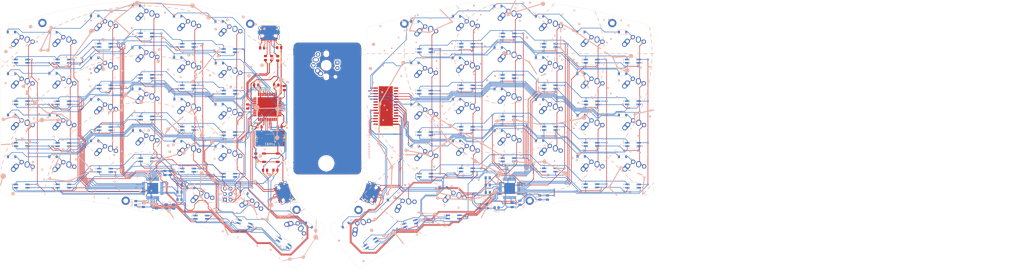
<source format=kicad_pcb>
(kicad_pcb (version 20171130) (host pcbnew 5.1.10)
  (layers (0 F.Cu signal) (31 B.Cu signal) (34 B.Paste user) (35 F.Paste user) (36 B.SilkS user) (37 F.SilkS user) (38 B.Mask user hide) (39 F.Mask user) (44 Edge.Cuts user))
  (net 0 "")
  (net 1 GND)
  (net 2 "Net-(C1-Pad1)")
  (net 3 "Net-(C2-Pad1)")
  (net 4 "Net-(C3-Pad1)")
  (net 5 +5V)
  (net 6 "Net-(D1-Pad2)")
  (net 7 Row0-L)
  (net 8 "Net-(D2-Pad2)")
  (net 9 "Net-(D3-Pad2)")
  (net 10 "Net-(D4-Pad2)")
  (net 11 "Net-(D5-Pad2)")
  (net 12 "Net-(D6-Pad2)")
  (net 13 "Net-(D7-Pad2)")
  (net 14 Row1-L)
  (net 15 "Net-(D8-Pad2)")
  (net 16 "Net-(D9-Pad2)")
  (net 17 "Net-(D10-Pad2)")
  (net 18 "Net-(D11-Pad2)")
  (net 19 "Net-(D12-Pad2)")
  (net 20 "Net-(D13-Pad2)")
  (net 21 Row2-L)
  (net 22 "Net-(D14-Pad2)")
  (net 23 "Net-(D15-Pad2)")
  (net 24 "Net-(D16-Pad2)")
  (net 25 "Net-(D17-Pad2)")
  (net 26 "Net-(D18-Pad2)")
  (net 27 "Net-(D19-Pad2)")
  (net 28 Row3-L)
  (net 29 "Net-(D20-Pad2)")
  (net 30 "Net-(D21-Pad2)")
  (net 31 "Net-(D22-Pad2)")
  (net 32 "Net-(D23-Pad2)")
  (net 33 "Net-(D24-Pad2)")
  (net 34 "Net-(D25-Pad2)")
  (net 35 "Net-(D26-Pad2)")
  (net 36 "Net-(D27-Pad2)")
  (net 37 "Net-(D28-Pad2)")
  (net 38 Row0-R)
  (net 39 "Net-(D29-Pad2)")
  (net 40 "Net-(D30-Pad2)")
  (net 41 "Net-(D31-Pad2)")
  (net 42 "Net-(D32-Pad2)")
  (net 43 "Net-(D33-Pad2)")
  (net 44 "Net-(D34-Pad2)")
  (net 45 Row1-R)
  (net 46 "Net-(D35-Pad2)")
  (net 47 "Net-(D36-Pad2)")
  (net 48 "Net-(D37-Pad2)")
  (net 49 "Net-(D38-Pad2)")
  (net 50 "Net-(D39-Pad2)")
  (net 51 "Net-(D40-Pad2)")
  (net 52 Row2-R)
  (net 53 "Net-(D41-Pad2)")
  (net 54 "Net-(D42-Pad2)")
  (net 55 "Net-(D43-Pad2)")
  (net 56 "Net-(D44-Pad2)")
  (net 57 "Net-(D45-Pad2)")
  (net 58 "Net-(D46-Pad2)")
  (net 59 Row3-R)
  (net 60 "Net-(D47-Pad2)")
  (net 61 "Net-(D48-Pad2)")
  (net 62 "Net-(D49-Pad2)")
  (net 63 "Net-(D50-Pad2)")
  (net 64 "Net-(D51-Pad2)")
  (net 65 "Net-(D52-Pad2)")
  (net 66 Row4-R)
  (net 67 "Net-(D53-Pad2)")
  (net 68 "Net-(D54-Pad2)")
  (net 69 VCC)
  (net 70 "Net-(J1-PadA5)")
  (net 71 "Net-(J1-PadA6)")
  (net 72 "Net-(J1-PadA7)")
  (net 73 "Net-(J1-PadA8)")
  (net 74 "Net-(J1-PadB8)")
  (net 75 "Net-(J1-PadB5)")
  (net 76 SCL-L)
  (net 77 SDA-L)
  (net 78 VBUS)
  (net 79 Col0)
  (net 80 Col1)
  (net 81 Col2)
  (net 82 Col3)
  (net 83 Col4)
  (net 84 Col5)
  (net 85 Col6)
  (net 86 Col7)
  (net 87 Col8)
  (net 88 Col9)
  (net 89 Col10)
  (net 90 Col11)
  (net 91 D-)
  (net 92 D+)
  (net 93 "Net-(R8-Pad2)")
  (net 94 SCL-R)
  (net 95 SDA-R)
  (net 96 "Net-(U1-Pad42)")
  (net 97 "Net-(U1-Pad38)")
  (net 98 "Net-(U1-Pad37)")
  (net 99 "Net-(U1-Pad36)")
  (net 100 "Net-(U1-Pad32)")
  (net 101 "Net-(U1-Pad31)")
  (net 102 Row4-L)
  (net 103 "Net-(U1-Pad22)")
  (net 104 "Net-(U1-Pad12)")
  (net 105 "Net-(U1-Pad8)")
  (net 106 "Net-(U1-Pad1)")
  (net 107 "Net-(U2-Pad28)")
  (net 108 "Net-(U2-Pad27)")
  (net 109 "Net-(U2-Pad20)")
  (net 110 "Net-(U2-Pad19)")
  (net 111 "Net-(U2-Pad14)")
  (net 112 "Net-(U2-Pad11)")
  (net 113 "Net-(U2-Pad8)")
  (net 114 "Net-(U2-Pad7)")
  (net 115 "Net-(U2-Pad6)")
  (net 116 "Net-(U1-Pad25)")
  (net 117 "Net-(U1-Pad21)")
  (net 118 "Net-(U1-Pad20)")
  (net 119 VSS)
  (net 120 "Net-(J2-PadA5)")
  (net 121 "Net-(J2-PadA8)")
  (net 122 "Net-(J2-PadB8)")
  (net 123 "Net-(J2-PadB5)")
  (net 124 "Net-(J3-PadA5)")
  (net 125 "Net-(J3-PadA8)")
  (net 126 "Net-(J3-PadB8)")
  (net 127 "Net-(J3-PadB5)")
  (net 128 Left-SW11)
  (net 129 Left-SW10)
  (net 130 Left-CS1)
  (net 131 Left-SW12)
  (net 132 Left-CS2)
  (net 133 Left-CS3)
  (net 134 Left-CS4)
  (net 135 Left-CS5)
  (net 136 Left-CS6)
  (net 137 Right-SW11)
  (net 138 Right-SW10)
  (net 139 Right-CS1)
  (net 140 Right-SW12)
  (net 141 Right-CS2)
  (net 142 Right-CS3)
  (net 143 Right-CS4)
  (net 144 Right-CS5)
  (net 145 Right-CS6)
  (net 146 Left-SW8)
  (net 147 Left-SW7)
  (net 148 Left-SW9)
  (net 149 Right-SW8)
  (net 150 Right-SW7)
  (net 151 Right-SW9)
  (net 152 Left-SW5)
  (net 153 Left-SW4)
  (net 154 Left-SW6)
  (net 155 Right-SW5)
  (net 156 Right-SW4)
  (net 157 Right-SW6)
  (net 158 Left-SW2)
  (net 159 Left-SW1)
  (net 160 Left-SW3)
  (net 161 Right-SW2)
  (net 162 Right-SW1)
  (net 163 Right-SW3)
  (net 164 Left-CS7)
  (net 165 Left-CS8)
  (net 166 Left-CS9)
  (net 167 Right-CS7)
  (net 168 Right-CS8)
  (net 169 Right-CS9)
  (net 170 "Net-(R9-Pad1)")
  (net 171 "Net-(R10-Pad1)")
  (net 172 "Net-(R11-Pad1)")
  (net 173 "Net-(R12-Pad1)")
  (net 174 "Net-(R13-Pad1)")
  (net 175 "Net-(R14-Pad1)")
  (net 176 "Net-(U3-Pad45)")
  (net 177 "Net-(U3-Pad40)")
  (net 178 "Net-(U3-Pad36)")
  (net 179 "Net-(U3-Pad33)")
  (net 180 "Net-(U3-Pad32)")
  (net 181 "Net-(U3-Pad31)")
  (net 182 "Net-(U3-Pad30)")
  (net 183 "Net-(U3-Pad28)")
  (net 184 "Net-(U3-Pad27)")
  (net 185 "Net-(U3-Pad26)")
  (net 186 "Net-(U3-Pad1)")
  (net 187 "Net-(U4-Pad45)")
  (net 188 "Net-(U4-Pad40)")
  (net 189 "Net-(U4-Pad36)")
  (net 190 "Net-(U4-Pad33)")
  (net 191 "Net-(U4-Pad32)")
  (net 192 "Net-(U4-Pad31)")
  (net 193 "Net-(U4-Pad30)")
  (net 194 "Net-(U4-Pad28)")
  (net 195 "Net-(U4-Pad27)")
  (net 196 "Net-(U4-Pad26)")
  (net 197 "Net-(U4-Pad1)")
  (net 198 "Net-(J4-Pad5)")
  (module random-keyboard-parts:Reset_Pretty-Mask (layer B.Cu) (at 130.42 115.8 180)
    (fp_text reference J4)
    (fp_text value AVR-ISP-6)
    (fp_text user MISO (at -4.25 2.5) (layer B.SilkS) (effects (justify mirror)))
    (fp_text user VCC (at 4 2.5) (layer B.SilkS) (effects (justify mirror)))
    (fp_text user SCK (at -4 0) (layer B.SilkS) (effects (justify mirror)))
    (fp_text user MOSI (at 4.25 0) (layer B.SilkS) (effects (justify mirror)))
    (fp_text user RST (at -4.25 -2.5) (layer B.SilkS) (effects (justify mirror)))
    (fp_text user GND (at 4.25 -2.5) (layer B.SilkS) (effects (justify mirror)))
    (pad 6 thru_hole rect (at 1.27 -2.54 180) (size 1.7 1.7) (drill 1) (layers *.Cu B.Mask) (net 1 GND))
    (pad 5 thru_hole circle (at -1.27 -2.54 180) (size 1.7 1.7) (drill 1) (layers *.Cu B.Mask) (net 198 "Net-(J4-Pad5)"))
    (pad 4 thru_hole circle (at 1.27 0 180) (size 1.7 1.7) (drill 1) (layers *.Cu B.Mask) (net 80 Col1))
    (pad 3 thru_hole circle (at -1.27 0 180) (size 1.7 1.7) (drill 1) (layers *.Cu B.Mask) (net 21 Row2-L))
    (pad 2 thru_hole circle (at 1.27 2.54 180) (size 1.7 1.7) (drill 1) (layers *.Cu B.Mask) (net 5 +5V))
    (pad 1 thru_hole circle (at -1.27 2.54 180) (size 1.7 1.7) (drill 1) (layers *.Cu B.Mask) (net 79 Col0))
  )
  (module Package_QFP:TQFP-44_10x10mm_P0.8mm (layer F.Cu) (at 148.562 75.916)
    (fp_text reference U1)
    (fp_text value ATmega32U4-AU (at 0.01276 -7.82368) (layer F.SilkS))
    (pad 44 smd rect (at -4 -5.7 90) (size 1.5 0.55) (layers F.Cu F.Paste F.Mask) (net 5 +5V))
    (pad 43 smd rect (at -3.2 -5.7 90) (size 1.5 0.55) (layers F.Cu F.Paste F.Mask) (net 1 GND))
    (pad 42 smd rect (at -2.4 -5.7 90) (size 1.5 0.55) (layers F.Cu F.Paste F.Mask) (net 96 "Net-(U1-Pad42)"))
    (pad 41 smd rect (at -1.6 -5.7 90) (size 1.5 0.55) (layers F.Cu F.Paste F.Mask) (net 82 Col3))
    (pad 40 smd rect (at -0.8 -5.7 90) (size 1.5 0.55) (layers F.Cu F.Paste F.Mask) (net 83 Col4))
    (pad 39 smd rect (at 0 -5.7 90) (size 1.5 0.55) (layers F.Cu F.Paste F.Mask) (net 84 Col5))
    (pad 38 smd rect (at 0.8 -5.7 90) (size 1.5 0.55) (layers F.Cu F.Paste F.Mask) (net 97 "Net-(U1-Pad38)"))
    (pad 37 smd rect (at 1.6 -5.7 90) (size 1.5 0.55) (layers F.Cu F.Paste F.Mask) (net 98 "Net-(U1-Pad37)"))
    (pad 36 smd rect (at 2.4 -5.7 90) (size 1.5 0.55) (layers F.Cu F.Paste F.Mask) (net 99 "Net-(U1-Pad36)"))
    (pad 35 smd rect (at 3.2 -5.7 90) (size 1.5 0.55) (layers F.Cu F.Paste F.Mask) (net 1 GND))
    (pad 34 smd rect (at 4 -5.7 90) (size 1.5 0.55) (layers F.Cu F.Paste F.Mask) (net 5 +5V))
    (pad 33 smd rect (at 5.7 -4) (size 1.5 0.55) (layers F.Cu F.Paste F.Mask) (net 93 "Net-(R8-Pad2)"))
    (pad 32 smd rect (at 5.7 -3.2) (size 1.5 0.55) (layers F.Cu F.Paste F.Mask) (net 100 "Net-(U1-Pad32)"))
    (pad 31 smd rect (at 5.7 -2.4) (size 1.5 0.55) (layers F.Cu F.Paste F.Mask) (net 101 "Net-(U1-Pad31)"))
    (pad 30 smd rect (at 5.7 -1.6) (size 1.5 0.55) (layers F.Cu F.Paste F.Mask) (net 7 Row0-L))
    (pad 29 smd rect (at 5.7 -0.8) (size 1.5 0.55) (layers F.Cu F.Paste F.Mask) (net 14 Row1-L))
    (pad 28 smd rect (at 5.7 0) (size 1.5 0.55) (layers F.Cu F.Paste F.Mask) (net 81 Col2))
    (pad 27 smd rect (at 5.7 0.8) (size 1.5 0.55) (layers F.Cu F.Paste F.Mask) (net 28 Row3-L))
    (pad 26 smd rect (at 5.7 1.6) (size 1.5 0.55) (layers F.Cu F.Paste F.Mask) (net 102 Row4-L))
    (pad 25 smd rect (at 5.7 2.4) (size 1.5 0.55) (layers F.Cu F.Paste F.Mask) (net 116 "Net-(U1-Pad25)"))
    (pad 24 smd rect (at 5.7 3.2) (size 1.5 0.55) (layers F.Cu F.Paste F.Mask) (net 5 +5V))
    (pad 23 smd rect (at 5.7 4) (size 1.5 0.55) (layers F.Cu F.Paste F.Mask) (net 1 GND))
    (pad 22 smd rect (at 4 5.7 90) (size 1.5 0.55) (layers F.Cu F.Paste F.Mask) (net 103 "Net-(U1-Pad22)"))
    (pad 21 smd rect (at 3.2 5.7 90) (size 1.5 0.55) (layers F.Cu F.Paste F.Mask) (net 117 "Net-(U1-Pad21)"))
    (pad 20 smd rect (at 2.4 5.7 90) (size 1.5 0.55) (layers F.Cu F.Paste F.Mask) (net 118 "Net-(U1-Pad20)"))
    (pad 19 smd rect (at 1.6 5.7 90) (size 1.5 0.55) (layers F.Cu F.Paste F.Mask) (net 77 SDA-L))
    (pad 18 smd rect (at 0.8 5.7 90) (size 1.5 0.55) (layers F.Cu F.Paste F.Mask) (net 76 SCL-L))
    (pad 17 smd rect (at 0 5.7 90) (size 1.5 0.55) (layers F.Cu F.Paste F.Mask) (net 2 "Net-(C1-Pad1)"))
    (pad 16 smd rect (at -0.8 5.7 90) (size 1.5 0.55) (layers F.Cu F.Paste F.Mask) (net 3 "Net-(C2-Pad1)"))
    (pad 15 smd rect (at -1.6 5.7 90) (size 1.5 0.55) (layers F.Cu F.Paste F.Mask) (net 1 GND))
    (pad 14 smd rect (at -2.4 5.7 90) (size 1.5 0.55) (layers F.Cu F.Paste F.Mask) (net 5 +5V))
    (pad 13 smd rect (at -3.2 5.7 90) (size 1.5 0.55) (layers F.Cu F.Paste F.Mask) (net 198 "Net-(J4-Pad5)"))
    (pad 12 smd rect (at -4 5.7 90) (size 1.5 0.55) (layers F.Cu F.Paste F.Mask) (net 104 "Net-(U1-Pad12)"))
    (pad 11 smd rect (at -5.7 4) (size 1.5 0.55) (layers F.Cu F.Paste F.Mask) (net 79 Col0))
    (pad 10 smd rect (at -5.7 3.2) (size 1.5 0.55) (layers F.Cu F.Paste F.Mask) (net 80 Col1))
    (pad 9 smd rect (at -5.7 2.4) (size 1.5 0.55) (layers F.Cu F.Paste F.Mask) (net 21 Row2-L))
    (pad 8 smd rect (at -5.7 1.6) (size 1.5 0.55) (layers F.Cu F.Paste F.Mask) (net 105 "Net-(U1-Pad8)"))
    (pad 7 smd rect (at -5.7 0.8) (size 1.5 0.55) (layers F.Cu F.Paste F.Mask) (net 5 +5V))
    (pad 6 smd rect (at -5.7 0) (size 1.5 0.55) (layers F.Cu F.Paste F.Mask) (net 4 "Net-(C3-Pad1)"))
    (pad 5 smd rect (at -5.7 -0.8) (size 1.5 0.55) (layers F.Cu F.Paste F.Mask) (net 1 GND))
    (pad 4 smd rect (at -5.7 -1.6) (size 1.5 0.55) (layers F.Cu F.Paste F.Mask) (net 92 D+))
    (pad 3 smd rect (at -5.7 -2.4) (size 1.5 0.55) (layers F.Cu F.Paste F.Mask) (net 91 D-))
    (pad 2 smd rect (at -5.7 -3.2) (size 1.5 0.55) (layers F.Cu F.Paste F.Mask) (net 5 +5V))
    (pad 1 smd rect (at -5.7 -4) (size 1.5 0.55) (layers F.Cu F.Paste F.Mask) (net 106 "Net-(U1-Pad1)"))
  )
  (module Keebio-Parts:MountingHole (layer F.Cu) (at 175.5 101.7)
    (fp_text reference U4 hide)
    (fp_text value HOLE)
    (pad "" thru_hole circle (at 0 0) (size 6.5 6.5) (drill 6.5) (layers *.Cu *.Mask F.SilkS))
  )
  (module Connector_USB:USB_C_Receptacle_HRO_TYPE-C-31-M-12 (layer F.Cu) (at 157.185796 114.849649 110)
    (fp_text reference J2)
    (fp_text value I2C-L)
    (pad B1 smd rect (at 3.25 -4.045 110) (size 0.6 1.45) (layers F.Cu F.Paste F.Mask) (net 1 GND))
    (pad A9 smd rect (at 2.45 -4.045 110) (size 0.6 1.45) (layers F.Cu F.Paste F.Mask) (net 5 +5V))
    (pad B9 smd rect (at -2.45 -4.045 110) (size 0.6 1.45) (layers F.Cu F.Paste F.Mask) (net 5 +5V))
    (pad B12 smd rect (at -3.25 -4.045 110) (size 0.6 1.45) (layers F.Cu F.Paste F.Mask) (net 1 GND))
    (pad A1 smd rect (at -3.25 -4.045 110) (size 0.6 1.45) (layers F.Cu F.Paste F.Mask) (net 1 GND))
    (pad A4 smd rect (at -2.45 -4.045 110) (size 0.6 1.45) (layers F.Cu F.Paste F.Mask) (net 5 +5V))
    (pad B4 smd rect (at 2.45 -4.045 110) (size 0.6 1.45) (layers F.Cu F.Paste F.Mask) (net 5 +5V))
    (pad A12 smd rect (at 3.25 -4.045 110) (size 0.6 1.45) (layers F.Cu F.Paste F.Mask) (net 1 GND))
    (pad B8 smd rect (at -1.75 -4.045 110) (size 0.3 1.45) (layers F.Cu F.Paste F.Mask) (net 122 "Net-(J2-PadB8)"))
    (pad A5 smd rect (at -1.25 -4.045 110) (size 0.3 1.45) (layers F.Cu F.Paste F.Mask) (net 120 "Net-(J2-PadA5)"))
    (pad B7 smd rect (at -0.75 -4.045 110) (size 0.3 1.45) (layers F.Cu F.Paste F.Mask) (net 76 SCL-L))
    (pad A7 smd rect (at 0.25 -4.045 110) (size 0.3 1.45) (layers F.Cu F.Paste F.Mask) (net 76 SCL-L))
    (pad B6 smd rect (at 0.75 -4.045 110) (size 0.3 1.45) (layers F.Cu F.Paste F.Mask) (net 77 SDA-L))
    (pad A8 smd rect (at 1.25 -4.045 110) (size 0.3 1.45) (layers F.Cu F.Paste F.Mask) (net 121 "Net-(J2-PadA8)"))
    (pad B5 smd rect (at 1.75 -4.045 110) (size 0.3 1.45) (layers F.Cu F.Paste F.Mask) (net 123 "Net-(J2-PadB5)"))
    (pad A6 smd rect (at -0.25 -4.045 110) (size 0.3 1.45) (layers F.Cu F.Paste F.Mask) (net 77 SDA-L))
    (pad S1 thru_hole oval (at 4.32 -3.13 110) (size 1 2.1) (drill oval 0.6 1.7) (layers *.Cu *.Mask) (net 1 GND))
    (pad S1 thru_hole oval (at -4.32 -3.13 110) (size 1 2.1) (drill oval 0.6 1.7) (layers *.Cu *.Mask) (net 1 GND))
    (pad "" np_thru_hole circle (at -2.89 -2.6 110) (size 0.65 0.65) (drill 0.65) (layers *.Cu *.Mask))
    (pad S1 thru_hole oval (at -4.32 1.05 110) (size 1 1.6) (drill oval 0.6 1.2) (layers *.Cu *.Mask) (net 1 GND))
    (pad "" np_thru_hole circle (at 2.89 -2.6 110) (size 0.65 0.65) (drill 0.65) (layers *.Cu *.Mask))
    (pad S1 thru_hole oval (at 4.32 1.05 110) (size 1 1.6) (drill oval 0.6 1.2) (layers *.Cu *.Mask) (net 1 GND))
  )
  (module Connector_USB:USB_C_Receptacle_HRO_TYPE-C-31-M-12 (layer F.Cu) (at 194.85915 114.818593 250)
    (fp_text reference J3)
    (fp_text value I2C-R)
    (pad B1 smd rect (at 3.25 -4.045 250) (size 0.6 1.45) (layers F.Cu F.Paste F.Mask) (net 119 VSS))
    (pad A9 smd rect (at 2.45 -4.045 250) (size 0.6 1.45) (layers F.Cu F.Paste F.Mask) (net 78 VBUS))
    (pad B9 smd rect (at -2.45 -4.045 250) (size 0.6 1.45) (layers F.Cu F.Paste F.Mask) (net 78 VBUS))
    (pad B12 smd rect (at -3.25 -4.045 250) (size 0.6 1.45) (layers F.Cu F.Paste F.Mask) (net 119 VSS))
    (pad A1 smd rect (at -3.25 -4.045 250) (size 0.6 1.45) (layers F.Cu F.Paste F.Mask) (net 119 VSS))
    (pad A4 smd rect (at -2.45 -4.045 250) (size 0.6 1.45) (layers F.Cu F.Paste F.Mask) (net 78 VBUS))
    (pad B4 smd rect (at 2.45 -4.045 250) (size 0.6 1.45) (layers F.Cu F.Paste F.Mask) (net 78 VBUS))
    (pad A12 smd rect (at 3.25 -4.045 250) (size 0.6 1.45) (layers F.Cu F.Paste F.Mask) (net 119 VSS))
    (pad B8 smd rect (at -1.75 -4.045 250) (size 0.3 1.45) (layers F.Cu F.Paste F.Mask) (net 126 "Net-(J3-PadB8)"))
    (pad A5 smd rect (at -1.25 -4.045 250) (size 0.3 1.45) (layers F.Cu F.Paste F.Mask) (net 124 "Net-(J3-PadA5)"))
    (pad B7 smd rect (at -0.75 -4.045 250) (size 0.3 1.45) (layers F.Cu F.Paste F.Mask) (net 94 SCL-R))
    (pad A7 smd rect (at 0.25 -4.045 250) (size 0.3 1.45) (layers F.Cu F.Paste F.Mask) (net 94 SCL-R))
    (pad B6 smd rect (at 0.75 -4.045 250) (size 0.3 1.45) (layers F.Cu F.Paste F.Mask) (net 95 SDA-R))
    (pad A8 smd rect (at 1.25 -4.045 250) (size 0.3 1.45) (layers F.Cu F.Paste F.Mask) (net 125 "Net-(J3-PadA8)"))
    (pad B5 smd rect (at 1.75 -4.045 250) (size 0.3 1.45) (layers F.Cu F.Paste F.Mask) (net 127 "Net-(J3-PadB5)"))
    (pad A6 smd rect (at -0.25 -4.045 250) (size 0.3 1.45) (layers F.Cu F.Paste F.Mask) (net 95 SDA-R))
    (pad S1 thru_hole oval (at 4.32 -3.13 250) (size 1 2.1) (drill oval 0.6 1.7) (layers *.Cu *.Mask) (net 119 VSS))
    (pad S1 thru_hole oval (at -4.32 -3.13 250) (size 1 2.1) (drill oval 0.6 1.7) (layers *.Cu *.Mask) (net 119 VSS))
    (pad "" np_thru_hole circle (at -2.89 -2.6 250) (size 0.65 0.65) (drill 0.65) (layers *.Cu *.Mask))
    (pad S1 thru_hole oval (at -4.32 1.05 250) (size 1 1.6) (drill oval 0.6 1.2) (layers *.Cu *.Mask) (net 119 VSS))
    (pad "" np_thru_hole circle (at 2.89 -2.6 250) (size 0.65 0.65) (drill 0.65) (layers *.Cu *.Mask))
    (pad S1 thru_hole oval (at 4.32 1.05 250) (size 1 1.6) (drill oval 0.6 1.2) (layers *.Cu *.Mask) (net 119 VSS))
  )
  (module Connector_USB:USB_C_Receptacle_HRO_TYPE-C-31-M-12 (layer F.Cu) (at 149.2651 40.8645 180)
    (fp_text reference J1)
    (fp_text value USB_C_Receptacle_USB2.0)
    (pad B1 smd rect (at 3.25 -4.045 180) (size 0.6 1.45) (layers F.Cu F.Paste F.Mask) (net 1 GND))
    (pad A9 smd rect (at 2.45 -4.045 180) (size 0.6 1.45) (layers F.Cu F.Paste F.Mask) (net 69 VCC))
    (pad B9 smd rect (at -2.45 -4.045 180) (size 0.6 1.45) (layers F.Cu F.Paste F.Mask) (net 69 VCC))
    (pad B12 smd rect (at -3.25 -4.045 180) (size 0.6 1.45) (layers F.Cu F.Paste F.Mask) (net 1 GND))
    (pad A1 smd rect (at -3.25 -4.045 180) (size 0.6 1.45) (layers F.Cu F.Paste F.Mask) (net 1 GND))
    (pad A4 smd rect (at -2.45 -4.045 180) (size 0.6 1.45) (layers F.Cu F.Paste F.Mask) (net 69 VCC))
    (pad B4 smd rect (at 2.45 -4.045 180) (size 0.6 1.45) (layers F.Cu F.Paste F.Mask) (net 69 VCC))
    (pad A12 smd rect (at 3.25 -4.045 180) (size 0.6 1.45) (layers F.Cu F.Paste F.Mask) (net 1 GND))
    (pad B8 smd rect (at -1.75 -4.045 180) (size 0.3 1.45) (layers F.Cu F.Paste F.Mask) (net 74 "Net-(J1-PadB8)"))
    (pad A5 smd rect (at -1.25 -4.045 180) (size 0.3 1.45) (layers F.Cu F.Paste F.Mask) (net 70 "Net-(J1-PadA5)"))
    (pad B7 smd rect (at -0.75 -4.045 180) (size 0.3 1.45) (layers F.Cu F.Paste F.Mask) (net 72 "Net-(J1-PadA7)"))
    (pad A7 smd rect (at 0.25 -4.045 180) (size 0.3 1.45) (layers F.Cu F.Paste F.Mask) (net 72 "Net-(J1-PadA7)"))
    (pad B6 smd rect (at 0.75 -4.045 180) (size 0.3 1.45) (layers F.Cu F.Paste F.Mask) (net 71 "Net-(J1-PadA6)"))
    (pad A8 smd rect (at 1.25 -4.045 180) (size 0.3 1.45) (layers F.Cu F.Paste F.Mask) (net 73 "Net-(J1-PadA8)"))
    (pad B5 smd rect (at 1.75 -4.045 180) (size 0.3 1.45) (layers F.Cu F.Paste F.Mask) (net 75 "Net-(J1-PadB5)"))
    (pad A6 smd rect (at -0.25 -4.045 180) (size 0.3 1.45) (layers F.Cu F.Paste F.Mask) (net 71 "Net-(J1-PadA6)"))
    (pad S1 thru_hole oval (at 4.32 -3.13 180) (size 1 2.1) (drill oval 0.6 1.7) (layers *.Cu *.Mask) (net 1 GND))
    (pad S1 thru_hole oval (at -4.32 -3.13 180) (size 1 2.1) (drill oval 0.6 1.7) (layers *.Cu *.Mask) (net 1 GND))
    (pad "" np_thru_hole circle (at -2.89 -2.6 180) (size 0.65 0.65) (drill 0.65) (layers *.Cu *.Mask))
    (pad S1 thru_hole oval (at -4.32 1.05 180) (size 1 1.6) (drill oval 0.6 1.2) (layers *.Cu *.Mask) (net 1 GND))
    (pad "" np_thru_hole circle (at 2.89 -2.6 180) (size 0.65 0.65) (drill 0.65) (layers *.Cu *.Mask))
    (pad S1 thru_hole oval (at 4.32 1.05 180) (size 1 1.6) (drill oval 0.6 1.2) (layers *.Cu *.Mask) (net 1 GND))
  )
  (module MountingHole:MountingHole_2.2mm_M2_DIN965_Pad (layer F.Cu) (at 161.8996 122.9995)
    (fp_text reference REF**)
    (fp_text value MountingHole_2.2mm_M2_DIN965_Pad)
    (pad 1 thru_hole circle (at 0 0) (size 3.8 3.8) (drill 2.2) (layers *.Cu *.Mask))
  )
  (module MountingHole:MountingHole_2.2mm_M2_DIN965_Pad (layer F.Cu) (at 190.2333 123.0503)
    (fp_text reference REF**)
    (fp_text value MountingHole_2.2mm_M2_DIN965_Pad)
    (pad 1 thru_hole circle (at 0 0) (size 3.8 3.8) (drill 2.2) (layers *.Cu *.Mask))
  )
  (module MountingHole:MountingHole_2.2mm_M2_DIN965_Pad (layer F.Cu) (at 211.2 37.85)
    (fp_text reference REF**)
    (fp_text value MountingHole_2.2mm_M2_DIN965_Pad)
    (pad 1 thru_hole circle (at 0 0) (size 3.8 3.8) (drill 2.2) (layers *.Cu *.Mask))
  )
  (module MountingHole:MountingHole_2.2mm_M2_DIN965_Pad (layer F.Cu) (at 140.7 37.9)
    (fp_text reference REF**)
    (fp_text value MountingHole_2.2mm_M2_DIN965_Pad)
    (pad 1 thru_hole circle (at 0 0) (size 3.8 3.8) (drill 2.2) (layers *.Cu *.Mask))
  )
  (module MountingHole:MountingHole_2.2mm_M2_DIN965_Pad (layer F.Cu) (at 268.5288 118.8212)
    (fp_text reference REF**)
    (fp_text value MountingHole_2.2mm_M2_DIN965_Pad)
    (pad 1 thru_hole circle (at 0 0) (size 3.8 3.8) (drill 2.2) (layers *.Cu *.Mask))
  )
  (module MountingHole:MountingHole_2.2mm_M2_DIN965_Pad (layer F.Cu) (at 83.7692 118.8466)
    (fp_text reference REF**)
    (fp_text value MountingHole_2.2mm_M2_DIN965_Pad)
    (pad 1 thru_hole circle (at 0 0) (size 3.8 3.8) (drill 2.2) (layers *.Cu *.Mask))
  )
  (module MountingHole:MountingHole_2.2mm_M2_DIN965_Pad (layer F.Cu) (at 306.2986 37.5793)
    (fp_text reference REF**)
    (fp_text value MountingHole_2.2mm_M2_DIN965_Pad)
    (pad 1 thru_hole circle (at 0 0) (size 3.8 3.8) (drill 2.2) (layers *.Cu *.Mask))
  )
  (module MountingHole:MountingHole_2.2mm_M2_DIN965_Pad (layer F.Cu) (at 45.6819 37.5158)
    (fp_text reference REF**)
    (fp_text value MountingHole_2.2mm_M2_DIN965_Pad)
    (pad 1 thru_hole circle (at 0 0) (size 3.8 3.8) (drill 2.2) (layers *.Cu *.Mask))
  )
  (module v01:RGB_3528_Blue_Notch-MX (layer B.Cu) (at 233.7181 121.1707 180)
    (fp_text reference D108)
    (fp_text value "6028 LED")
    (fp_line (start 1.9 -6.78) (end -1.9 -6.78) (layer Edge.Cuts) (width 0.15))
    (fp_line (start 1.9 -3.38) (end -1.9 -3.38) (layer Edge.Cuts) (width 0.15))
    (fp_line (start -1.9 -3.38) (end -1.9 -6.78) (layer Edge.Cuts) (width 0.15))
    (fp_line (start 1.9 -3.38) (end 1.9 -6.78) (layer Edge.Cuts) (width 0.15))
    (fp_text user B (at -4.2 -5.83) (layer B.SilkS) (effects (font (size 0.7 0.7)) (justify mirror)))
    (fp_text user + (at -4.2 -4.33) (layer B.SilkS) (effects (font (size 0.7 0.7)) (justify mirror)))
    (fp_text user R (at 4.2 -5.83) (layer B.SilkS) (effects (font (size 0.7 0.7)) (justify mirror)))
    (fp_text user G (at 4.2 -4.33) (layer B.SilkS) (effects (font (size 0.7 0.7)) (justify mirror)))
    (pad 1 smd rect (at -2.6 -5.83) (size 2 0.7) (layers B.Cu B.Paste B.Mask) (net 163 Right-SW3))
    (pad 3 smd rect (at -2.6 -4.33) (size 2 0.7) (layers B.Cu B.Paste B.Mask) (net 169 Right-CS9))
    (pad 4 smd rect (at 2.6 -4.33) (size 2 0.7) (layers B.Cu B.Paste B.Mask) (net 162 Right-SW1))
    (pad 2 smd rect (at 2.6 -5.83) (size 2 0.7) (layers B.Cu B.Paste B.Mask) (net 161 Right-SW2))
  )
  (module v01:RGB_3528_Blue_Notch-MX (layer B.Cu) (at 212.2932 124.4219 198.5)
    (fp_text reference D107)
    (fp_text value "6028 LED")
    (fp_line (start 1.9 -6.78) (end -1.9 -6.78) (layer Edge.Cuts) (width 0.15))
    (fp_line (start 1.9 -3.38) (end -1.9 -3.38) (layer Edge.Cuts) (width 0.15))
    (fp_line (start -1.9 -3.38) (end -1.9 -6.78) (layer Edge.Cuts) (width 0.15))
    (fp_line (start 1.9 -3.38) (end 1.9 -6.78) (layer Edge.Cuts) (width 0.15))
    (fp_text user B (at -4.2 -5.83 18.5) (layer B.SilkS) (effects (font (size 0.7 0.7)) (justify mirror)))
    (fp_text user + (at -4.2 -4.33 18.5) (layer B.SilkS) (effects (font (size 0.7 0.7)) (justify mirror)))
    (fp_text user R (at 4.2 -5.83 18.5) (layer B.SilkS) (effects (font (size 0.7 0.7)) (justify mirror)))
    (fp_text user G (at 4.2 -4.33 18.5) (layer B.SilkS) (effects (font (size 0.7 0.7)) (justify mirror)))
    (pad 1 smd rect (at -2.6 -5.83 18.5) (size 2 0.7) (layers B.Cu B.Paste B.Mask) (net 163 Right-SW3))
    (pad 3 smd rect (at -2.6 -4.33 18.5) (size 2 0.7) (layers B.Cu B.Paste B.Mask) (net 168 Right-CS8))
    (pad 4 smd rect (at 2.6 -4.33 18.5) (size 2 0.7) (layers B.Cu B.Paste B.Mask) (net 162 Right-SW1))
    (pad 2 smd rect (at 2.6 -5.83 18.5) (size 2 0.7) (layers B.Cu B.Paste B.Mask) (net 161 Right-SW2))
  )
  (module v01:RGB_3528_Blue_Notch-MX (layer B.Cu) (at 193.0908 134.0866 214.5)
    (fp_text reference D106)
    (fp_text value "6028 LED")
    (fp_line (start 1.9 -6.78) (end -1.9 -6.78) (layer Edge.Cuts) (width 0.15))
    (fp_line (start 1.9 -3.38) (end -1.9 -3.38) (layer Edge.Cuts) (width 0.15))
    (fp_line (start -1.9 -3.38) (end -1.9 -6.78) (layer Edge.Cuts) (width 0.15))
    (fp_line (start 1.9 -3.38) (end 1.9 -6.78) (layer Edge.Cuts) (width 0.15))
    (fp_text user B (at -4.2 -5.83 34.5) (layer B.SilkS) (effects (font (size 0.7 0.7)) (justify mirror)))
    (fp_text user + (at -4.2 -4.33 34.5) (layer B.SilkS) (effects (font (size 0.7 0.7)) (justify mirror)))
    (fp_text user R (at 4.2 -5.83 34.5) (layer B.SilkS) (effects (font (size 0.7 0.7)) (justify mirror)))
    (fp_text user G (at 4.2 -4.33 34.5) (layer B.SilkS) (effects (font (size 0.7 0.7)) (justify mirror)))
    (pad 1 smd rect (at -2.6 -5.83 34.5) (size 2 0.7) (layers B.Cu B.Paste B.Mask) (net 163 Right-SW3))
    (pad 3 smd rect (at -2.6 -4.33 34.5) (size 2 0.7) (layers B.Cu B.Paste B.Mask) (net 167 Right-CS7))
    (pad 4 smd rect (at 2.6 -4.33 34.5) (size 2 0.7) (layers B.Cu B.Paste B.Mask) (net 162 Right-SW1))
    (pad 2 smd rect (at 2.6 -5.83 34.5) (size 2 0.7) (layers B.Cu B.Paste B.Mask) (net 161 Right-SW2))
  )
  (module v01:RGB_3528_Blue_Notch-MX (layer B.Cu) (at 159.0548 133.985 144.5)
    (fp_text reference D105)
    (fp_text value "6028 LED")
    (fp_line (start 1.9 -6.78) (end -1.9 -6.78) (layer Edge.Cuts) (width 0.15))
    (fp_line (start 1.9 -3.38) (end -1.9 -3.38) (layer Edge.Cuts) (width 0.15))
    (fp_line (start -1.9 -3.38) (end -1.9 -6.78) (layer Edge.Cuts) (width 0.15))
    (fp_line (start 1.9 -3.38) (end 1.9 -6.78) (layer Edge.Cuts) (width 0.15))
    (fp_text user B (at -4.2 -5.83 144.5) (layer B.SilkS) (effects (font (size 0.7 0.7)) (justify mirror)))
    (fp_text user + (at -4.2 -4.33 144.5) (layer B.SilkS) (effects (font (size 0.7 0.7)) (justify mirror)))
    (fp_text user R (at 4.2 -5.83 144.5) (layer B.SilkS) (effects (font (size 0.7 0.7)) (justify mirror)))
    (fp_text user G (at 4.2 -4.33 144.5) (layer B.SilkS) (effects (font (size 0.7 0.7)) (justify mirror)))
    (pad 1 smd rect (at -2.6 -5.83 324.5) (size 2 0.7) (layers B.Cu B.Paste B.Mask) (net 160 Left-SW3))
    (pad 3 smd rect (at -2.6 -4.33 324.5) (size 2 0.7) (layers B.Cu B.Paste B.Mask) (net 166 Left-CS9))
    (pad 4 smd rect (at 2.6 -4.33 324.5) (size 2 0.7) (layers B.Cu B.Paste B.Mask) (net 159 Left-SW1))
    (pad 2 smd rect (at 2.6 -5.83 324.5) (size 2 0.7) (layers B.Cu B.Paste B.Mask) (net 158 Left-SW2))
  )
  (module v01:RGB_3528_Blue_Notch-MX (layer B.Cu) (at 139.7381 124.4219 161.5)
    (fp_text reference D104)
    (fp_text value "6028 LED")
    (fp_line (start 1.9 -6.78) (end -1.9 -6.78) (layer Edge.Cuts) (width 0.15))
    (fp_line (start 1.9 -3.38) (end -1.9 -3.38) (layer Edge.Cuts) (width 0.15))
    (fp_line (start -1.9 -3.38) (end -1.9 -6.78) (layer Edge.Cuts) (width 0.15))
    (fp_line (start 1.9 -3.38) (end 1.9 -6.78) (layer Edge.Cuts) (width 0.15))
    (fp_text user B (at -4.2 -5.83 161.5) (layer B.SilkS) (effects (font (size 0.7 0.7)) (justify mirror)))
    (fp_text user + (at -4.2 -4.33 161.5) (layer B.SilkS) (effects (font (size 0.7 0.7)) (justify mirror)))
    (fp_text user R (at 4.2 -5.83 161.5) (layer B.SilkS) (effects (font (size 0.7 0.7)) (justify mirror)))
    (fp_text user G (at 4.2 -4.33 161.5) (layer B.SilkS) (effects (font (size 0.7 0.7)) (justify mirror)))
    (pad 1 smd rect (at -2.6 -5.83 341.5) (size 2 0.7) (layers B.Cu B.Paste B.Mask) (net 160 Left-SW3))
    (pad 3 smd rect (at -2.6 -4.33 341.5) (size 2 0.7) (layers B.Cu B.Paste B.Mask) (net 165 Left-CS8))
    (pad 4 smd rect (at 2.6 -4.33 341.5) (size 2 0.7) (layers B.Cu B.Paste B.Mask) (net 159 Left-SW1))
    (pad 2 smd rect (at 2.6 -5.83 341.5) (size 2 0.7) (layers B.Cu B.Paste B.Mask) (net 158 Left-SW2))
  )
  (module v01:RGB_3528_Blue_Notch-MX (layer B.Cu) (at 118.3513 121.2977 180)
    (fp_text reference D103)
    (fp_text value "6028 LED")
    (fp_line (start 1.9 -6.78) (end -1.9 -6.78) (layer Edge.Cuts) (width 0.15))
    (fp_line (start 1.9 -3.38) (end -1.9 -3.38) (layer Edge.Cuts) (width 0.15))
    (fp_line (start -1.9 -3.38) (end -1.9 -6.78) (layer Edge.Cuts) (width 0.15))
    (fp_line (start 1.9 -3.38) (end 1.9 -6.78) (layer Edge.Cuts) (width 0.15))
    (fp_text user B (at -4.2 -5.83) (layer B.SilkS) (effects (font (size 0.7 0.7)) (justify mirror)))
    (fp_text user + (at -4.2 -4.33) (layer B.SilkS) (effects (font (size 0.7 0.7)) (justify mirror)))
    (fp_text user R (at 4.2 -5.83) (layer B.SilkS) (effects (font (size 0.7 0.7)) (justify mirror)))
    (fp_text user G (at 4.2 -4.33) (layer B.SilkS) (effects (font (size 0.7 0.7)) (justify mirror)))
    (pad 1 smd rect (at -2.6 -5.83) (size 2 0.7) (layers B.Cu B.Paste B.Mask) (net 160 Left-SW3))
    (pad 3 smd rect (at -2.6 -4.33) (size 2 0.7) (layers B.Cu B.Paste B.Mask) (net 164 Left-CS7))
    (pad 4 smd rect (at 2.6 -4.33) (size 2 0.7) (layers B.Cu B.Paste B.Mask) (net 159 Left-SW1))
    (pad 2 smd rect (at 2.6 -5.83) (size 2 0.7) (layers B.Cu B.Paste B.Mask) (net 158 Left-SW2))
  )
  (module v01:RGB_3528_Blue_Notch-MX (layer B.Cu) (at 315.8109 107.0356 180)
    (fp_text reference D102)
    (fp_text value "6028 LED")
    (fp_line (start 1.9 -6.78) (end -1.9 -6.78) (layer Edge.Cuts) (width 0.15))
    (fp_line (start 1.9 -3.38) (end -1.9 -3.38) (layer Edge.Cuts) (width 0.15))
    (fp_line (start -1.9 -3.38) (end -1.9 -6.78) (layer Edge.Cuts) (width 0.15))
    (fp_line (start 1.9 -3.38) (end 1.9 -6.78) (layer Edge.Cuts) (width 0.15))
    (fp_text user B (at -4.2 -5.83) (layer B.SilkS) (effects (font (size 0.7 0.7)) (justify mirror)))
    (fp_text user + (at -4.2 -4.33) (layer B.SilkS) (effects (font (size 0.7 0.7)) (justify mirror)))
    (fp_text user R (at 4.2 -5.83) (layer B.SilkS) (effects (font (size 0.7 0.7)) (justify mirror)))
    (fp_text user G (at 4.2 -4.33) (layer B.SilkS) (effects (font (size 0.7 0.7)) (justify mirror)))
    (pad 1 smd rect (at -2.6 -5.83) (size 2 0.7) (layers B.Cu B.Paste B.Mask) (net 163 Right-SW3))
    (pad 3 smd rect (at -2.6 -4.33) (size 2 0.7) (layers B.Cu B.Paste B.Mask) (net 145 Right-CS6))
    (pad 4 smd rect (at 2.6 -4.33) (size 2 0.7) (layers B.Cu B.Paste B.Mask) (net 162 Right-SW1))
    (pad 2 smd rect (at 2.6 -5.83) (size 2 0.7) (layers B.Cu B.Paste B.Mask) (net 161 Right-SW2))
  )
  (module v01:RGB_3528_Blue_Notch-MX (layer B.Cu) (at 296.7574 106.8966 180)
    (fp_text reference D101)
    (fp_text value "6028 LED")
    (fp_line (start 1.9 -6.78) (end -1.9 -6.78) (layer Edge.Cuts) (width 0.15))
    (fp_line (start 1.9 -3.38) (end -1.9 -3.38) (layer Edge.Cuts) (width 0.15))
    (fp_line (start -1.9 -3.38) (end -1.9 -6.78) (layer Edge.Cuts) (width 0.15))
    (fp_line (start 1.9 -3.38) (end 1.9 -6.78) (layer Edge.Cuts) (width 0.15))
    (fp_text user B (at -4.2 -5.83) (layer B.SilkS) (effects (font (size 0.7 0.7)) (justify mirror)))
    (fp_text user + (at -4.2 -4.33) (layer B.SilkS) (effects (font (size 0.7 0.7)) (justify mirror)))
    (fp_text user R (at 4.2 -5.83) (layer B.SilkS) (effects (font (size 0.7 0.7)) (justify mirror)))
    (fp_text user G (at 4.2 -4.33) (layer B.SilkS) (effects (font (size 0.7 0.7)) (justify mirror)))
    (pad 1 smd rect (at -2.6 -5.83) (size 2 0.7) (layers B.Cu B.Paste B.Mask) (net 163 Right-SW3))
    (pad 3 smd rect (at -2.6 -4.33) (size 2 0.7) (layers B.Cu B.Paste B.Mask) (net 144 Right-CS5))
    (pad 4 smd rect (at 2.6 -4.33) (size 2 0.7) (layers B.Cu B.Paste B.Mask) (net 162 Right-SW1))
    (pad 2 smd rect (at 2.6 -5.83) (size 2 0.7) (layers B.Cu B.Paste B.Mask) (net 161 Right-SW2))
  )
  (module v01:RGB_3528_Blue_Notch-MX (layer B.Cu) (at 277.7582 99.6823 180)
    (fp_text reference D100)
    (fp_text value "6028 LED")
    (fp_line (start 1.9 -6.78) (end -1.9 -6.78) (layer Edge.Cuts) (width 0.15))
    (fp_line (start 1.9 -3.38) (end -1.9 -3.38) (layer Edge.Cuts) (width 0.15))
    (fp_line (start -1.9 -3.38) (end -1.9 -6.78) (layer Edge.Cuts) (width 0.15))
    (fp_line (start 1.9 -3.38) (end 1.9 -6.78) (layer Edge.Cuts) (width 0.15))
    (fp_text user B (at -4.2 -5.83) (layer B.SilkS) (effects (font (size 0.7 0.7)) (justify mirror)))
    (fp_text user + (at -4.2 -4.33) (layer B.SilkS) (effects (font (size 0.7 0.7)) (justify mirror)))
    (fp_text user R (at 4.2 -5.83) (layer B.SilkS) (effects (font (size 0.7 0.7)) (justify mirror)))
    (fp_text user G (at 4.2 -4.33) (layer B.SilkS) (effects (font (size 0.7 0.7)) (justify mirror)))
    (pad 1 smd rect (at -2.6 -5.83) (size 2 0.7) (layers B.Cu B.Paste B.Mask) (net 163 Right-SW3))
    (pad 3 smd rect (at -2.6 -4.33) (size 2 0.7) (layers B.Cu B.Paste B.Mask) (net 143 Right-CS4))
    (pad 4 smd rect (at 2.6 -4.33) (size 2 0.7) (layers B.Cu B.Paste B.Mask) (net 162 Right-SW1))
    (pad 2 smd rect (at 2.6 -5.83) (size 2 0.7) (layers B.Cu B.Paste B.Mask) (net 161 Right-SW2))
  )
  (module v01:RGB_3528_Blue_Notch-MX (layer B.Cu) (at 258.8041 94.9967 180)
    (fp_text reference D99)
    (fp_text value "6028 LED")
    (fp_line (start 1.9 -6.78) (end -1.9 -6.78) (layer Edge.Cuts) (width 0.15))
    (fp_line (start 1.9 -3.38) (end -1.9 -3.38) (layer Edge.Cuts) (width 0.15))
    (fp_line (start -1.9 -3.38) (end -1.9 -6.78) (layer Edge.Cuts) (width 0.15))
    (fp_line (start 1.9 -3.38) (end 1.9 -6.78) (layer Edge.Cuts) (width 0.15))
    (fp_text user B (at -4.2 -5.83) (layer B.SilkS) (effects (font (size 0.7 0.7)) (justify mirror)))
    (fp_text user + (at -4.2 -4.33) (layer B.SilkS) (effects (font (size 0.7 0.7)) (justify mirror)))
    (fp_text user R (at 4.2 -5.83) (layer B.SilkS) (effects (font (size 0.7 0.7)) (justify mirror)))
    (fp_text user G (at 4.2 -4.33) (layer B.SilkS) (effects (font (size 0.7 0.7)) (justify mirror)))
    (pad 1 smd rect (at -2.6 -5.83) (size 2 0.7) (layers B.Cu B.Paste B.Mask) (net 163 Right-SW3))
    (pad 3 smd rect (at -2.6 -4.33) (size 2 0.7) (layers B.Cu B.Paste B.Mask) (net 142 Right-CS3))
    (pad 4 smd rect (at 2.6 -4.33) (size 2 0.7) (layers B.Cu B.Paste B.Mask) (net 162 Right-SW1))
    (pad 2 smd rect (at 2.6 -5.83) (size 2 0.7) (layers B.Cu B.Paste B.Mask) (net 161 Right-SW2))
  )
  (module v01:RGB_3528_Blue_Notch-MX (layer B.Cu) (at 239.7922 99.6576 180)
    (fp_text reference D98)
    (fp_text value "6028 LED")
    (fp_line (start 1.9 -6.78) (end -1.9 -6.78) (layer Edge.Cuts) (width 0.15))
    (fp_line (start 1.9 -3.38) (end -1.9 -3.38) (layer Edge.Cuts) (width 0.15))
    (fp_line (start -1.9 -3.38) (end -1.9 -6.78) (layer Edge.Cuts) (width 0.15))
    (fp_line (start 1.9 -3.38) (end 1.9 -6.78) (layer Edge.Cuts) (width 0.15))
    (fp_text user B (at -4.2 -5.83) (layer B.SilkS) (effects (font (size 0.7 0.7)) (justify mirror)))
    (fp_text user + (at -4.2 -4.33) (layer B.SilkS) (effects (font (size 0.7 0.7)) (justify mirror)))
    (fp_text user R (at 4.2 -5.83) (layer B.SilkS) (effects (font (size 0.7 0.7)) (justify mirror)))
    (fp_text user G (at 4.2 -4.33) (layer B.SilkS) (effects (font (size 0.7 0.7)) (justify mirror)))
    (pad 1 smd rect (at -2.6 -5.83) (size 2 0.7) (layers B.Cu B.Paste B.Mask) (net 163 Right-SW3))
    (pad 3 smd rect (at -2.6 -4.33) (size 2 0.7) (layers B.Cu B.Paste B.Mask) (net 141 Right-CS2))
    (pad 4 smd rect (at 2.6 -4.33) (size 2 0.7) (layers B.Cu B.Paste B.Mask) (net 162 Right-SW1))
    (pad 2 smd rect (at 2.6 -5.83) (size 2 0.7) (layers B.Cu B.Paste B.Mask) (net 161 Right-SW2))
  )
  (module v01:RGB_3528_Blue_Notch-MX (layer B.Cu) (at 220.7295 102.096 180)
    (fp_text reference D97)
    (fp_text value "6028 LED")
    (fp_line (start 1.9 -6.78) (end -1.9 -6.78) (layer Edge.Cuts) (width 0.15))
    (fp_line (start 1.9 -3.38) (end -1.9 -3.38) (layer Edge.Cuts) (width 0.15))
    (fp_line (start -1.9 -3.38) (end -1.9 -6.78) (layer Edge.Cuts) (width 0.15))
    (fp_line (start 1.9 -3.38) (end 1.9 -6.78) (layer Edge.Cuts) (width 0.15))
    (fp_text user B (at -4.2 -5.83) (layer B.SilkS) (effects (font (size 0.7 0.7)) (justify mirror)))
    (fp_text user + (at -4.2 -4.33) (layer B.SilkS) (effects (font (size 0.7 0.7)) (justify mirror)))
    (fp_text user R (at 4.2 -5.83) (layer B.SilkS) (effects (font (size 0.7 0.7)) (justify mirror)))
    (fp_text user G (at 4.2 -4.33) (layer B.SilkS) (effects (font (size 0.7 0.7)) (justify mirror)))
    (pad 1 smd rect (at -2.6 -5.83) (size 2 0.7) (layers B.Cu B.Paste B.Mask) (net 163 Right-SW3))
    (pad 3 smd rect (at -2.6 -4.33) (size 2 0.7) (layers B.Cu B.Paste B.Mask) (net 139 Right-CS1))
    (pad 4 smd rect (at 2.6 -4.33) (size 2 0.7) (layers B.Cu B.Paste B.Mask) (net 162 Right-SW1))
    (pad 2 smd rect (at 2.6 -5.83) (size 2 0.7) (layers B.Cu B.Paste B.Mask) (net 161 Right-SW2))
  )
  (module v01:RGB_3528_Blue_Notch-MX (layer B.Cu) (at 131.191 102.1207 180)
    (fp_text reference D96)
    (fp_text value "6028 LED")
    (fp_line (start 1.9 -6.78) (end -1.9 -6.78) (layer Edge.Cuts) (width 0.15))
    (fp_line (start 1.9 -3.38) (end -1.9 -3.38) (layer Edge.Cuts) (width 0.15))
    (fp_line (start -1.9 -3.38) (end -1.9 -6.78) (layer Edge.Cuts) (width 0.15))
    (fp_line (start 1.9 -3.38) (end 1.9 -6.78) (layer Edge.Cuts) (width 0.15))
    (fp_text user B (at -4.2 -5.83) (layer B.SilkS) (effects (font (size 0.7 0.7)) (justify mirror)))
    (fp_text user + (at -4.2 -4.33) (layer B.SilkS) (effects (font (size 0.7 0.7)) (justify mirror)))
    (fp_text user R (at 4.2 -5.83) (layer B.SilkS) (effects (font (size 0.7 0.7)) (justify mirror)))
    (fp_text user G (at 4.2 -4.33) (layer B.SilkS) (effects (font (size 0.7 0.7)) (justify mirror)))
    (pad 1 smd rect (at -2.6 -5.83) (size 2 0.7) (layers B.Cu B.Paste B.Mask) (net 160 Left-SW3))
    (pad 3 smd rect (at -2.6 -4.33) (size 2 0.7) (layers B.Cu B.Paste B.Mask) (net 136 Left-CS6))
    (pad 4 smd rect (at 2.6 -4.33) (size 2 0.7) (layers B.Cu B.Paste B.Mask) (net 159 Left-SW1))
    (pad 2 smd rect (at 2.6 -5.83) (size 2 0.7) (layers B.Cu B.Paste B.Mask) (net 158 Left-SW2))
  )
  (module v01:RGB_3528_Blue_Notch-MX (layer B.Cu) (at 112.2934 99.7585 180)
    (fp_text reference D95)
    (fp_text value "6028 LED")
    (fp_line (start 1.9 -6.78) (end -1.9 -6.78) (layer Edge.Cuts) (width 0.15))
    (fp_line (start 1.9 -3.38) (end -1.9 -3.38) (layer Edge.Cuts) (width 0.15))
    (fp_line (start -1.9 -3.38) (end -1.9 -6.78) (layer Edge.Cuts) (width 0.15))
    (fp_line (start 1.9 -3.38) (end 1.9 -6.78) (layer Edge.Cuts) (width 0.15))
    (fp_text user B (at -4.2 -5.83) (layer B.SilkS) (effects (font (size 0.7 0.7)) (justify mirror)))
    (fp_text user + (at -4.2 -4.33) (layer B.SilkS) (effects (font (size 0.7 0.7)) (justify mirror)))
    (fp_text user R (at 4.2 -5.83) (layer B.SilkS) (effects (font (size 0.7 0.7)) (justify mirror)))
    (fp_text user G (at 4.2 -4.33) (layer B.SilkS) (effects (font (size 0.7 0.7)) (justify mirror)))
    (pad 1 smd rect (at -2.6 -5.83) (size 2 0.7) (layers B.Cu B.Paste B.Mask) (net 160 Left-SW3))
    (pad 3 smd rect (at -2.6 -4.33) (size 2 0.7) (layers B.Cu B.Paste B.Mask) (net 135 Left-CS5))
    (pad 4 smd rect (at 2.6 -4.33) (size 2 0.7) (layers B.Cu B.Paste B.Mask) (net 159 Left-SW1))
    (pad 2 smd rect (at 2.6 -5.83) (size 2 0.7) (layers B.Cu B.Paste B.Mask) (net 158 Left-SW2))
  )
  (module v01:RGB_3528_Blue_Notch-MX (layer B.Cu) (at 93.2815 95.0087 180)
    (fp_text reference D94)
    (fp_text value "6028 LED")
    (fp_line (start 1.9 -6.78) (end -1.9 -6.78) (layer Edge.Cuts) (width 0.15))
    (fp_line (start 1.9 -3.38) (end -1.9 -3.38) (layer Edge.Cuts) (width 0.15))
    (fp_line (start -1.9 -3.38) (end -1.9 -6.78) (layer Edge.Cuts) (width 0.15))
    (fp_line (start 1.9 -3.38) (end 1.9 -6.78) (layer Edge.Cuts) (width 0.15))
    (fp_text user B (at -4.2 -5.83) (layer B.SilkS) (effects (font (size 0.7 0.7)) (justify mirror)))
    (fp_text user + (at -4.2 -4.33) (layer B.SilkS) (effects (font (size 0.7 0.7)) (justify mirror)))
    (fp_text user R (at 4.2 -5.83) (layer B.SilkS) (effects (font (size 0.7 0.7)) (justify mirror)))
    (fp_text user G (at 4.2 -4.33) (layer B.SilkS) (effects (font (size 0.7 0.7)) (justify mirror)))
    (pad 1 smd rect (at -2.6 -5.83) (size 2 0.7) (layers B.Cu B.Paste B.Mask) (net 160 Left-SW3))
    (pad 3 smd rect (at -2.6 -4.33) (size 2 0.7) (layers B.Cu B.Paste B.Mask) (net 134 Left-CS4))
    (pad 4 smd rect (at 2.6 -4.33) (size 2 0.7) (layers B.Cu B.Paste B.Mask) (net 159 Left-SW1))
    (pad 2 smd rect (at 2.6 -5.83) (size 2 0.7) (layers B.Cu B.Paste B.Mask) (net 158 Left-SW2))
  )
  (module v01:RGB_3528_Blue_Notch-MX (layer B.Cu) (at 74.295 99.822 180)
    (fp_text reference D93)
    (fp_text value "6028 LED")
    (fp_line (start 1.9 -6.78) (end -1.9 -6.78) (layer Edge.Cuts) (width 0.15))
    (fp_line (start 1.9 -3.38) (end -1.9 -3.38) (layer Edge.Cuts) (width 0.15))
    (fp_line (start -1.9 -3.38) (end -1.9 -6.78) (layer Edge.Cuts) (width 0.15))
    (fp_line (start 1.9 -3.38) (end 1.9 -6.78) (layer Edge.Cuts) (width 0.15))
    (fp_text user B (at -4.2 -5.83) (layer B.SilkS) (effects (font (size 0.7 0.7)) (justify mirror)))
    (fp_text user + (at -4.2 -4.33) (layer B.SilkS) (effects (font (size 0.7 0.7)) (justify mirror)))
    (fp_text user R (at 4.2 -5.83) (layer B.SilkS) (effects (font (size 0.7 0.7)) (justify mirror)))
    (fp_text user G (at 4.2 -4.33) (layer B.SilkS) (effects (font (size 0.7 0.7)) (justify mirror)))
    (pad 1 smd rect (at -2.6 -5.83) (size 2 0.7) (layers B.Cu B.Paste B.Mask) (net 160 Left-SW3))
    (pad 3 smd rect (at -2.6 -4.33) (size 2 0.7) (layers B.Cu B.Paste B.Mask) (net 133 Left-CS3))
    (pad 4 smd rect (at 2.6 -4.33) (size 2 0.7) (layers B.Cu B.Paste B.Mask) (net 159 Left-SW1))
    (pad 2 smd rect (at 2.6 -5.83) (size 2 0.7) (layers B.Cu B.Paste B.Mask) (net 158 Left-SW2))
  )
  (module v01:RGB_3528_Blue_Notch-MX (layer B.Cu) (at 55.2704 107.0356 180)
    (fp_text reference D92)
    (fp_text value "6028 LED")
    (fp_line (start 1.9 -6.78) (end -1.9 -6.78) (layer Edge.Cuts) (width 0.15))
    (fp_line (start 1.9 -3.38) (end -1.9 -3.38) (layer Edge.Cuts) (width 0.15))
    (fp_line (start -1.9 -3.38) (end -1.9 -6.78) (layer Edge.Cuts) (width 0.15))
    (fp_line (start 1.9 -3.38) (end 1.9 -6.78) (layer Edge.Cuts) (width 0.15))
    (fp_text user B (at -4.2 -5.83) (layer B.SilkS) (effects (font (size 0.7 0.7)) (justify mirror)))
    (fp_text user + (at -4.2 -4.33) (layer B.SilkS) (effects (font (size 0.7 0.7)) (justify mirror)))
    (fp_text user R (at 4.2 -5.83) (layer B.SilkS) (effects (font (size 0.7 0.7)) (justify mirror)))
    (fp_text user G (at 4.2 -4.33) (layer B.SilkS) (effects (font (size 0.7 0.7)) (justify mirror)))
    (pad 1 smd rect (at -2.6 -5.83) (size 2 0.7) (layers B.Cu B.Paste B.Mask) (net 160 Left-SW3))
    (pad 3 smd rect (at -2.6 -4.33) (size 2 0.7) (layers B.Cu B.Paste B.Mask) (net 132 Left-CS2))
    (pad 4 smd rect (at 2.6 -4.33) (size 2 0.7) (layers B.Cu B.Paste B.Mask) (net 159 Left-SW1))
    (pad 2 smd rect (at 2.6 -5.83) (size 2 0.7) (layers B.Cu B.Paste B.Mask) (net 158 Left-SW2))
  )
  (module v01:RGB_3528_Blue_Notch-MX (layer B.Cu) (at 36.195 107.0483 180)
    (fp_text reference D91)
    (fp_text value "6028 LED")
    (fp_line (start 1.9 -6.78) (end -1.9 -6.78) (layer Edge.Cuts) (width 0.15))
    (fp_line (start 1.9 -3.38) (end -1.9 -3.38) (layer Edge.Cuts) (width 0.15))
    (fp_line (start -1.9 -3.38) (end -1.9 -6.78) (layer Edge.Cuts) (width 0.15))
    (fp_line (start 1.9 -3.38) (end 1.9 -6.78) (layer Edge.Cuts) (width 0.15))
    (fp_text user B (at -4.2 -5.83) (layer B.SilkS) (effects (font (size 0.7 0.7)) (justify mirror)))
    (fp_text user + (at -4.2 -4.33) (layer B.SilkS) (effects (font (size 0.7 0.7)) (justify mirror)))
    (fp_text user R (at 4.2 -5.83) (layer B.SilkS) (effects (font (size 0.7 0.7)) (justify mirror)))
    (fp_text user G (at 4.2 -4.33) (layer B.SilkS) (effects (font (size 0.7 0.7)) (justify mirror)))
    (pad 1 smd rect (at -2.6 -5.83) (size 2 0.7) (layers B.Cu B.Paste B.Mask) (net 160 Left-SW3))
    (pad 3 smd rect (at -2.6 -4.33) (size 2 0.7) (layers B.Cu B.Paste B.Mask) (net 130 Left-CS1))
    (pad 4 smd rect (at 2.6 -4.33) (size 2 0.7) (layers B.Cu B.Paste B.Mask) (net 159 Left-SW1))
    (pad 2 smd rect (at 2.6 -5.83) (size 2 0.7) (layers B.Cu B.Paste B.Mask) (net 158 Left-SW2))
  )
  (module v01:RGB_3528_Blue_Notch-MX (layer B.Cu) (at 277.7744 80.645 180)
    (fp_text reference D90)
    (fp_text value "6028 LED")
    (fp_line (start 1.9 -6.78) (end -1.9 -6.78) (layer Edge.Cuts) (width 0.15))
    (fp_line (start 1.9 -3.38) (end -1.9 -3.38) (layer Edge.Cuts) (width 0.15))
    (fp_line (start -1.9 -3.38) (end -1.9 -6.78) (layer Edge.Cuts) (width 0.15))
    (fp_line (start 1.9 -3.38) (end 1.9 -6.78) (layer Edge.Cuts) (width 0.15))
    (fp_text user B (at -4.2 -5.83) (layer B.SilkS) (effects (font (size 0.7 0.7)) (justify mirror)))
    (fp_text user + (at -4.2 -4.33) (layer B.SilkS) (effects (font (size 0.7 0.7)) (justify mirror)))
    (fp_text user R (at 4.2 -5.83) (layer B.SilkS) (effects (font (size 0.7 0.7)) (justify mirror)))
    (fp_text user G (at 4.2 -4.33) (layer B.SilkS) (effects (font (size 0.7 0.7)) (justify mirror)))
    (pad 1 smd rect (at -2.6 -5.83) (size 2 0.7) (layers B.Cu B.Paste B.Mask) (net 157 Right-SW6))
    (pad 3 smd rect (at -2.6 -4.33) (size 2 0.7) (layers B.Cu B.Paste B.Mask) (net 143 Right-CS4))
    (pad 4 smd rect (at 2.6 -4.33) (size 2 0.7) (layers B.Cu B.Paste B.Mask) (net 156 Right-SW4))
    (pad 2 smd rect (at 2.6 -5.83) (size 2 0.7) (layers B.Cu B.Paste B.Mask) (net 155 Right-SW5))
  )
  (module v01:RGB_3528_Blue_Notch-MX (layer B.Cu) (at 315.7636 88.011 180)
    (fp_text reference D89)
    (fp_text value "6028 LED")
    (fp_line (start 1.9 -6.78) (end -1.9 -6.78) (layer Edge.Cuts) (width 0.15))
    (fp_line (start 1.9 -3.38) (end -1.9 -3.38) (layer Edge.Cuts) (width 0.15))
    (fp_line (start -1.9 -3.38) (end -1.9 -6.78) (layer Edge.Cuts) (width 0.15))
    (fp_line (start 1.9 -3.38) (end 1.9 -6.78) (layer Edge.Cuts) (width 0.15))
    (fp_text user B (at -4.2 -5.83) (layer B.SilkS) (effects (font (size 0.7 0.7)) (justify mirror)))
    (fp_text user + (at -4.2 -4.33) (layer B.SilkS) (effects (font (size 0.7 0.7)) (justify mirror)))
    (fp_text user R (at 4.2 -5.83) (layer B.SilkS) (effects (font (size 0.7 0.7)) (justify mirror)))
    (fp_text user G (at 4.2 -4.33) (layer B.SilkS) (effects (font (size 0.7 0.7)) (justify mirror)))
    (pad 1 smd rect (at -2.6 -5.83) (size 2 0.7) (layers B.Cu B.Paste B.Mask) (net 157 Right-SW6))
    (pad 3 smd rect (at -2.6 -4.33) (size 2 0.7) (layers B.Cu B.Paste B.Mask) (net 145 Right-CS6))
    (pad 4 smd rect (at 2.6 -4.33) (size 2 0.7) (layers B.Cu B.Paste B.Mask) (net 156 Right-SW4))
    (pad 2 smd rect (at 2.6 -5.83) (size 2 0.7) (layers B.Cu B.Paste B.Mask) (net 155 Right-SW5))
  )
  (module v01:RGB_3528_Blue_Notch-MX (layer B.Cu) (at 296.7898 87.9736 180)
    (fp_text reference D88)
    (fp_text value "6028 LED")
    (fp_line (start 1.9 -6.78) (end -1.9 -6.78) (layer Edge.Cuts) (width 0.15))
    (fp_line (start 1.9 -3.38) (end -1.9 -3.38) (layer Edge.Cuts) (width 0.15))
    (fp_line (start -1.9 -3.38) (end -1.9 -6.78) (layer Edge.Cuts) (width 0.15))
    (fp_line (start 1.9 -3.38) (end 1.9 -6.78) (layer Edge.Cuts) (width 0.15))
    (fp_text user B (at -4.2 -5.83) (layer B.SilkS) (effects (font (size 0.7 0.7)) (justify mirror)))
    (fp_text user + (at -4.2 -4.33) (layer B.SilkS) (effects (font (size 0.7 0.7)) (justify mirror)))
    (fp_text user R (at 4.2 -5.83) (layer B.SilkS) (effects (font (size 0.7 0.7)) (justify mirror)))
    (fp_text user G (at 4.2 -4.33) (layer B.SilkS) (effects (font (size 0.7 0.7)) (justify mirror)))
    (pad 1 smd rect (at -2.6 -5.83) (size 2 0.7) (layers B.Cu B.Paste B.Mask) (net 157 Right-SW6))
    (pad 3 smd rect (at -2.6 -4.33) (size 2 0.7) (layers B.Cu B.Paste B.Mask) (net 144 Right-CS5))
    (pad 4 smd rect (at 2.6 -4.33) (size 2 0.7) (layers B.Cu B.Paste B.Mask) (net 156 Right-SW4))
    (pad 2 smd rect (at 2.6 -5.83) (size 2 0.7) (layers B.Cu B.Paste B.Mask) (net 155 Right-SW5))
  )
  (module v01:RGB_3528_Blue_Notch-MX (layer B.Cu) (at 258.8352 75.9848 180)
    (fp_text reference D87)
    (fp_text value "6028 LED")
    (fp_line (start 1.9 -6.78) (end -1.9 -6.78) (layer Edge.Cuts) (width 0.15))
    (fp_line (start 1.9 -3.38) (end -1.9 -3.38) (layer Edge.Cuts) (width 0.15))
    (fp_line (start -1.9 -3.38) (end -1.9 -6.78) (layer Edge.Cuts) (width 0.15))
    (fp_line (start 1.9 -3.38) (end 1.9 -6.78) (layer Edge.Cuts) (width 0.15))
    (fp_text user B (at -4.2 -5.83) (layer B.SilkS) (effects (font (size 0.7 0.7)) (justify mirror)))
    (fp_text user + (at -4.2 -4.33) (layer B.SilkS) (effects (font (size 0.7 0.7)) (justify mirror)))
    (fp_text user R (at 4.2 -5.83) (layer B.SilkS) (effects (font (size 0.7 0.7)) (justify mirror)))
    (fp_text user G (at 4.2 -4.33) (layer B.SilkS) (effects (font (size 0.7 0.7)) (justify mirror)))
    (pad 1 smd rect (at -2.6 -5.83) (size 2 0.7) (layers B.Cu B.Paste B.Mask) (net 157 Right-SW6))
    (pad 3 smd rect (at -2.6 -4.33) (size 2 0.7) (layers B.Cu B.Paste B.Mask) (net 142 Right-CS3))
    (pad 4 smd rect (at 2.6 -4.33) (size 2 0.7) (layers B.Cu B.Paste B.Mask) (net 156 Right-SW4))
    (pad 2 smd rect (at 2.6 -5.83) (size 2 0.7) (layers B.Cu B.Paste B.Mask) (net 155 Right-SW5))
  )
  (module v01:RGB_3528_Blue_Notch-MX (layer B.Cu) (at 239.8014 80.6577 180)
    (fp_text reference D86)
    (fp_text value "6028 LED")
    (fp_line (start 1.9 -6.78) (end -1.9 -6.78) (layer Edge.Cuts) (width 0.15))
    (fp_line (start 1.9 -3.38) (end -1.9 -3.38) (layer Edge.Cuts) (width 0.15))
    (fp_line (start -1.9 -3.38) (end -1.9 -6.78) (layer Edge.Cuts) (width 0.15))
    (fp_line (start 1.9 -3.38) (end 1.9 -6.78) (layer Edge.Cuts) (width 0.15))
    (fp_text user B (at -4.2 -5.83) (layer B.SilkS) (effects (font (size 0.7 0.7)) (justify mirror)))
    (fp_text user + (at -4.2 -4.33) (layer B.SilkS) (effects (font (size 0.7 0.7)) (justify mirror)))
    (fp_text user R (at 4.2 -5.83) (layer B.SilkS) (effects (font (size 0.7 0.7)) (justify mirror)))
    (fp_text user G (at 4.2 -4.33) (layer B.SilkS) (effects (font (size 0.7 0.7)) (justify mirror)))
    (pad 1 smd rect (at -2.6 -5.83) (size 2 0.7) (layers B.Cu B.Paste B.Mask) (net 157 Right-SW6))
    (pad 3 smd rect (at -2.6 -4.33) (size 2 0.7) (layers B.Cu B.Paste B.Mask) (net 141 Right-CS2))
    (pad 4 smd rect (at 2.6 -4.33) (size 2 0.7) (layers B.Cu B.Paste B.Mask) (net 156 Right-SW4))
    (pad 2 smd rect (at 2.6 -5.83) (size 2 0.7) (layers B.Cu B.Paste B.Mask) (net 155 Right-SW5))
  )
  (module v01:RGB_3528_Blue_Notch-MX (layer B.Cu) (at 220.7006 83.0834 180)
    (fp_text reference D85)
    (fp_text value "6028 LED")
    (fp_line (start 1.9 -6.78) (end -1.9 -6.78) (layer Edge.Cuts) (width 0.15))
    (fp_line (start 1.9 -3.38) (end -1.9 -3.38) (layer Edge.Cuts) (width 0.15))
    (fp_line (start -1.9 -3.38) (end -1.9 -6.78) (layer Edge.Cuts) (width 0.15))
    (fp_line (start 1.9 -3.38) (end 1.9 -6.78) (layer Edge.Cuts) (width 0.15))
    (fp_text user B (at -4.2 -5.83) (layer B.SilkS) (effects (font (size 0.7 0.7)) (justify mirror)))
    (fp_text user + (at -4.2 -4.33) (layer B.SilkS) (effects (font (size 0.7 0.7)) (justify mirror)))
    (fp_text user R (at 4.2 -5.83) (layer B.SilkS) (effects (font (size 0.7 0.7)) (justify mirror)))
    (fp_text user G (at 4.2 -4.33) (layer B.SilkS) (effects (font (size 0.7 0.7)) (justify mirror)))
    (pad 1 smd rect (at -2.6 -5.83) (size 2 0.7) (layers B.Cu B.Paste B.Mask) (net 157 Right-SW6))
    (pad 3 smd rect (at -2.6 -4.33) (size 2 0.7) (layers B.Cu B.Paste B.Mask) (net 139 Right-CS1))
    (pad 4 smd rect (at 2.6 -4.33) (size 2 0.7) (layers B.Cu B.Paste B.Mask) (net 156 Right-SW4))
    (pad 2 smd rect (at 2.6 -5.83) (size 2 0.7) (layers B.Cu B.Paste B.Mask) (net 155 Right-SW5))
  )
  (module v01:RGB_3528_Blue_Notch-MX (layer B.Cu) (at 93.2307 75.9333 180)
    (fp_text reference D84)
    (fp_text value "6028 LED")
    (fp_line (start 1.9 -6.78) (end -1.9 -6.78) (layer Edge.Cuts) (width 0.15))
    (fp_line (start 1.9 -3.38) (end -1.9 -3.38) (layer Edge.Cuts) (width 0.15))
    (fp_line (start -1.9 -3.38) (end -1.9 -6.78) (layer Edge.Cuts) (width 0.15))
    (fp_line (start 1.9 -3.38) (end 1.9 -6.78) (layer Edge.Cuts) (width 0.15))
    (fp_text user B (at -4.2 -5.83) (layer B.SilkS) (effects (font (size 0.7 0.7)) (justify mirror)))
    (fp_text user + (at -4.2 -4.33) (layer B.SilkS) (effects (font (size 0.7 0.7)) (justify mirror)))
    (fp_text user R (at 4.2 -5.83) (layer B.SilkS) (effects (font (size 0.7 0.7)) (justify mirror)))
    (fp_text user G (at 4.2 -4.33) (layer B.SilkS) (effects (font (size 0.7 0.7)) (justify mirror)))
    (pad 1 smd rect (at -2.6 -5.83) (size 2 0.7) (layers B.Cu B.Paste B.Mask) (net 154 Left-SW6))
    (pad 3 smd rect (at -2.6 -4.33) (size 2 0.7) (layers B.Cu B.Paste B.Mask) (net 134 Left-CS4))
    (pad 4 smd rect (at 2.6 -4.33) (size 2 0.7) (layers B.Cu B.Paste B.Mask) (net 153 Left-SW4))
    (pad 2 smd rect (at 2.6 -5.83) (size 2 0.7) (layers B.Cu B.Paste B.Mask) (net 152 Left-SW5))
  )
  (module v01:RGB_3528_Blue_Notch-MX (layer B.Cu) (at 131.2037 83.0834 180)
    (fp_text reference D83)
    (fp_text value "6028 LED")
    (fp_line (start 1.9 -6.78) (end -1.9 -6.78) (layer Edge.Cuts) (width 0.15))
    (fp_line (start 1.9 -3.38) (end -1.9 -3.38) (layer Edge.Cuts) (width 0.15))
    (fp_line (start -1.9 -3.38) (end -1.9 -6.78) (layer Edge.Cuts) (width 0.15))
    (fp_line (start 1.9 -3.38) (end 1.9 -6.78) (layer Edge.Cuts) (width 0.15))
    (fp_text user B (at -4.2 -5.83) (layer B.SilkS) (effects (font (size 0.7 0.7)) (justify mirror)))
    (fp_text user + (at -4.2 -4.33) (layer B.SilkS) (effects (font (size 0.7 0.7)) (justify mirror)))
    (fp_text user R (at 4.2 -5.83) (layer B.SilkS) (effects (font (size 0.7 0.7)) (justify mirror)))
    (fp_text user G (at 4.2 -4.33) (layer B.SilkS) (effects (font (size 0.7 0.7)) (justify mirror)))
    (pad 1 smd rect (at -2.6 -5.83) (size 2 0.7) (layers B.Cu B.Paste B.Mask) (net 154 Left-SW6))
    (pad 3 smd rect (at -2.6 -4.33) (size 2 0.7) (layers B.Cu B.Paste B.Mask) (net 136 Left-CS6))
    (pad 4 smd rect (at 2.6 -4.33) (size 2 0.7) (layers B.Cu B.Paste B.Mask) (net 153 Left-SW4))
    (pad 2 smd rect (at 2.6 -5.83) (size 2 0.7) (layers B.Cu B.Paste B.Mask) (net 152 Left-SW5))
  )
  (module v01:RGB_3528_Blue_Notch-MX (layer B.Cu) (at 112.268 80.6577 180)
    (fp_text reference D82)
    (fp_text value "6028 LED")
    (fp_line (start 1.9 -6.78) (end -1.9 -6.78) (layer Edge.Cuts) (width 0.15))
    (fp_line (start 1.9 -3.38) (end -1.9 -3.38) (layer Edge.Cuts) (width 0.15))
    (fp_line (start -1.9 -3.38) (end -1.9 -6.78) (layer Edge.Cuts) (width 0.15))
    (fp_line (start 1.9 -3.38) (end 1.9 -6.78) (layer Edge.Cuts) (width 0.15))
    (fp_text user B (at -4.2 -5.83) (layer B.SilkS) (effects (font (size 0.7 0.7)) (justify mirror)))
    (fp_text user + (at -4.2 -4.33) (layer B.SilkS) (effects (font (size 0.7 0.7)) (justify mirror)))
    (fp_text user R (at 4.2 -5.83) (layer B.SilkS) (effects (font (size 0.7 0.7)) (justify mirror)))
    (fp_text user G (at 4.2 -4.33) (layer B.SilkS) (effects (font (size 0.7 0.7)) (justify mirror)))
    (pad 1 smd rect (at -2.6 -5.83) (size 2 0.7) (layers B.Cu B.Paste B.Mask) (net 154 Left-SW6))
    (pad 3 smd rect (at -2.6 -4.33) (size 2 0.7) (layers B.Cu B.Paste B.Mask) (net 135 Left-CS5))
    (pad 4 smd rect (at 2.6 -4.33) (size 2 0.7) (layers B.Cu B.Paste B.Mask) (net 153 Left-SW4))
    (pad 2 smd rect (at 2.6 -5.83) (size 2 0.7) (layers B.Cu B.Paste B.Mask) (net 152 Left-SW5))
  )
  (module v01:RGB_3528_Blue_Notch-MX (layer B.Cu) (at 74.2788 80.7727 180)
    (fp_text reference D81)
    (fp_text value "6028 LED")
    (fp_line (start 1.9 -6.78) (end -1.9 -6.78) (layer Edge.Cuts) (width 0.15))
    (fp_line (start 1.9 -3.38) (end -1.9 -3.38) (layer Edge.Cuts) (width 0.15))
    (fp_line (start -1.9 -3.38) (end -1.9 -6.78) (layer Edge.Cuts) (width 0.15))
    (fp_line (start 1.9 -3.38) (end 1.9 -6.78) (layer Edge.Cuts) (width 0.15))
    (fp_text user B (at -4.2 -5.83) (layer B.SilkS) (effects (font (size 0.7 0.7)) (justify mirror)))
    (fp_text user + (at -4.2 -4.33) (layer B.SilkS) (effects (font (size 0.7 0.7)) (justify mirror)))
    (fp_text user R (at 4.2 -5.83) (layer B.SilkS) (effects (font (size 0.7 0.7)) (justify mirror)))
    (fp_text user G (at 4.2 -4.33) (layer B.SilkS) (effects (font (size 0.7 0.7)) (justify mirror)))
    (pad 1 smd rect (at -2.6 -5.83) (size 2 0.7) (layers B.Cu B.Paste B.Mask) (net 154 Left-SW6))
    (pad 3 smd rect (at -2.6 -4.33) (size 2 0.7) (layers B.Cu B.Paste B.Mask) (net 133 Left-CS3))
    (pad 4 smd rect (at 2.6 -4.33) (size 2 0.7) (layers B.Cu B.Paste B.Mask) (net 153 Left-SW4))
    (pad 2 smd rect (at 2.6 -5.83) (size 2 0.7) (layers B.Cu B.Paste B.Mask) (net 152 Left-SW5))
  )
  (module v01:RGB_3528_Blue_Notch-MX (layer B.Cu) (at 55.2577 88.0618 180)
    (fp_text reference D80)
    (fp_text value "6028 LED")
    (fp_line (start 1.9 -6.78) (end -1.9 -6.78) (layer Edge.Cuts) (width 0.15))
    (fp_line (start 1.9 -3.38) (end -1.9 -3.38) (layer Edge.Cuts) (width 0.15))
    (fp_line (start -1.9 -3.38) (end -1.9 -6.78) (layer Edge.Cuts) (width 0.15))
    (fp_line (start 1.9 -3.38) (end 1.9 -6.78) (layer Edge.Cuts) (width 0.15))
    (fp_text user B (at -4.2 -5.83) (layer B.SilkS) (effects (font (size 0.7 0.7)) (justify mirror)))
    (fp_text user + (at -4.2 -4.33) (layer B.SilkS) (effects (font (size 0.7 0.7)) (justify mirror)))
    (fp_text user R (at 4.2 -5.83) (layer B.SilkS) (effects (font (size 0.7 0.7)) (justify mirror)))
    (fp_text user G (at 4.2 -4.33) (layer B.SilkS) (effects (font (size 0.7 0.7)) (justify mirror)))
    (pad 1 smd rect (at -2.6 -5.83) (size 2 0.7) (layers B.Cu B.Paste B.Mask) (net 154 Left-SW6))
    (pad 3 smd rect (at -2.6 -4.33) (size 2 0.7) (layers B.Cu B.Paste B.Mask) (net 132 Left-CS2))
    (pad 4 smd rect (at 2.6 -4.33) (size 2 0.7) (layers B.Cu B.Paste B.Mask) (net 153 Left-SW4))
    (pad 2 smd rect (at 2.6 -5.83) (size 2 0.7) (layers B.Cu B.Paste B.Mask) (net 152 Left-SW5))
  )
  (module v01:RGB_3528_Blue_Notch-MX (layer B.Cu) (at 36.195 87.9856 180)
    (fp_text reference D79)
    (fp_text value "6028 LED")
    (fp_line (start 1.9 -6.78) (end -1.9 -6.78) (layer Edge.Cuts) (width 0.15))
    (fp_line (start 1.9 -3.38) (end -1.9 -3.38) (layer Edge.Cuts) (width 0.15))
    (fp_line (start -1.9 -3.38) (end -1.9 -6.78) (layer Edge.Cuts) (width 0.15))
    (fp_line (start 1.9 -3.38) (end 1.9 -6.78) (layer Edge.Cuts) (width 0.15))
    (fp_text user B (at -4.2 -5.83) (layer B.SilkS) (effects (font (size 0.7 0.7)) (justify mirror)))
    (fp_text user + (at -4.2 -4.33) (layer B.SilkS) (effects (font (size 0.7 0.7)) (justify mirror)))
    (fp_text user R (at 4.2 -5.83) (layer B.SilkS) (effects (font (size 0.7 0.7)) (justify mirror)))
    (fp_text user G (at 4.2 -4.33) (layer B.SilkS) (effects (font (size 0.7 0.7)) (justify mirror)))
    (pad 1 smd rect (at -2.6 -5.83) (size 2 0.7) (layers B.Cu B.Paste B.Mask) (net 154 Left-SW6))
    (pad 3 smd rect (at -2.6 -4.33) (size 2 0.7) (layers B.Cu B.Paste B.Mask) (net 130 Left-CS1))
    (pad 4 smd rect (at 2.6 -4.33) (size 2 0.7) (layers B.Cu B.Paste B.Mask) (net 153 Left-SW4))
    (pad 2 smd rect (at 2.6 -5.83) (size 2 0.7) (layers B.Cu B.Paste B.Mask) (net 152 Left-SW5))
  )
  (module v01:RGB_3528_Blue_Notch-MX (layer B.Cu) (at 315.7509 68.9236 180)
    (fp_text reference D78)
    (fp_text value "6028 LED")
    (fp_line (start 1.9 -6.78) (end -1.9 -6.78) (layer Edge.Cuts) (width 0.15))
    (fp_line (start 1.9 -3.38) (end -1.9 -3.38) (layer Edge.Cuts) (width 0.15))
    (fp_line (start -1.9 -3.38) (end -1.9 -6.78) (layer Edge.Cuts) (width 0.15))
    (fp_line (start 1.9 -3.38) (end 1.9 -6.78) (layer Edge.Cuts) (width 0.15))
    (fp_text user B (at -4.2 -5.83) (layer B.SilkS) (effects (font (size 0.7 0.7)) (justify mirror)))
    (fp_text user + (at -4.2 -4.33) (layer B.SilkS) (effects (font (size 0.7 0.7)) (justify mirror)))
    (fp_text user R (at 4.2 -5.83) (layer B.SilkS) (effects (font (size 0.7 0.7)) (justify mirror)))
    (fp_text user G (at 4.2 -4.33) (layer B.SilkS) (effects (font (size 0.7 0.7)) (justify mirror)))
    (pad 1 smd rect (at -2.6 -5.83) (size 2 0.7) (layers B.Cu B.Paste B.Mask) (net 151 Right-SW9))
    (pad 3 smd rect (at -2.6 -4.33) (size 2 0.7) (layers B.Cu B.Paste B.Mask) (net 145 Right-CS6))
    (pad 4 smd rect (at 2.6 -4.33) (size 2 0.7) (layers B.Cu B.Paste B.Mask) (net 150 Right-SW7))
    (pad 2 smd rect (at 2.6 -5.83) (size 2 0.7) (layers B.Cu B.Paste B.Mask) (net 149 Right-SW8))
  )
  (module v01:RGB_3528_Blue_Notch-MX (layer B.Cu) (at 296.8625 68.9991 180)
    (fp_text reference D77)
    (fp_text value "6028 LED")
    (fp_line (start 1.9 -6.78) (end -1.9 -6.78) (layer Edge.Cuts) (width 0.15))
    (fp_line (start 1.9 -3.38) (end -1.9 -3.38) (layer Edge.Cuts) (width 0.15))
    (fp_line (start -1.9 -3.38) (end -1.9 -6.78) (layer Edge.Cuts) (width 0.15))
    (fp_line (start 1.9 -3.38) (end 1.9 -6.78) (layer Edge.Cuts) (width 0.15))
    (fp_text user B (at -4.2 -5.83) (layer B.SilkS) (effects (font (size 0.7 0.7)) (justify mirror)))
    (fp_text user + (at -4.2 -4.33) (layer B.SilkS) (effects (font (size 0.7 0.7)) (justify mirror)))
    (fp_text user R (at 4.2 -5.83) (layer B.SilkS) (effects (font (size 0.7 0.7)) (justify mirror)))
    (fp_text user G (at 4.2 -4.33) (layer B.SilkS) (effects (font (size 0.7 0.7)) (justify mirror)))
    (pad 1 smd rect (at -2.6 -5.83) (size 2 0.7) (layers B.Cu B.Paste B.Mask) (net 151 Right-SW9))
    (pad 3 smd rect (at -2.6 -4.33) (size 2 0.7) (layers B.Cu B.Paste B.Mask) (net 144 Right-CS5))
    (pad 4 smd rect (at 2.6 -4.33) (size 2 0.7) (layers B.Cu B.Paste B.Mask) (net 150 Right-SW7))
    (pad 2 smd rect (at 2.6 -5.83) (size 2 0.7) (layers B.Cu B.Paste B.Mask) (net 149 Right-SW8))
  )
  (module v01:RGB_3528_Blue_Notch-MX (layer B.Cu) (at 277.7617 61.722 180)
    (fp_text reference D76)
    (fp_text value "6028 LED")
    (fp_line (start 1.9 -6.78) (end -1.9 -6.78) (layer Edge.Cuts) (width 0.15))
    (fp_line (start 1.9 -3.38) (end -1.9 -3.38) (layer Edge.Cuts) (width 0.15))
    (fp_line (start -1.9 -3.38) (end -1.9 -6.78) (layer Edge.Cuts) (width 0.15))
    (fp_line (start 1.9 -3.38) (end 1.9 -6.78) (layer Edge.Cuts) (width 0.15))
    (fp_text user B (at -4.2 -5.83) (layer B.SilkS) (effects (font (size 0.7 0.7)) (justify mirror)))
    (fp_text user + (at -4.2 -4.33) (layer B.SilkS) (effects (font (size 0.7 0.7)) (justify mirror)))
    (fp_text user R (at 4.2 -5.83) (layer B.SilkS) (effects (font (size 0.7 0.7)) (justify mirror)))
    (fp_text user G (at 4.2 -4.33) (layer B.SilkS) (effects (font (size 0.7 0.7)) (justify mirror)))
    (pad 1 smd rect (at -2.6 -5.83) (size 2 0.7) (layers B.Cu B.Paste B.Mask) (net 151 Right-SW9))
    (pad 3 smd rect (at -2.6 -4.33) (size 2 0.7) (layers B.Cu B.Paste B.Mask) (net 143 Right-CS4))
    (pad 4 smd rect (at 2.6 -4.33) (size 2 0.7) (layers B.Cu B.Paste B.Mask) (net 150 Right-SW7))
    (pad 2 smd rect (at 2.6 -5.83) (size 2 0.7) (layers B.Cu B.Paste B.Mask) (net 149 Right-SW8))
  )
  (module v01:RGB_3528_Blue_Notch-MX (layer B.Cu) (at 258.7879 56.9722 180)
    (fp_text reference D75)
    (fp_text value "6028 LED")
    (fp_line (start 1.9 -6.78) (end -1.9 -6.78) (layer Edge.Cuts) (width 0.15))
    (fp_line (start 1.9 -3.38) (end -1.9 -3.38) (layer Edge.Cuts) (width 0.15))
    (fp_line (start -1.9 -3.38) (end -1.9 -6.78) (layer Edge.Cuts) (width 0.15))
    (fp_line (start 1.9 -3.38) (end 1.9 -6.78) (layer Edge.Cuts) (width 0.15))
    (fp_text user B (at -4.2 -5.83) (layer B.SilkS) (effects (font (size 0.7 0.7)) (justify mirror)))
    (fp_text user + (at -4.2 -4.33) (layer B.SilkS) (effects (font (size 0.7 0.7)) (justify mirror)))
    (fp_text user R (at 4.2 -5.83) (layer B.SilkS) (effects (font (size 0.7 0.7)) (justify mirror)))
    (fp_text user G (at 4.2 -4.33) (layer B.SilkS) (effects (font (size 0.7 0.7)) (justify mirror)))
    (pad 1 smd rect (at -2.6 -5.83) (size 2 0.7) (layers B.Cu B.Paste B.Mask) (net 151 Right-SW9))
    (pad 3 smd rect (at -2.6 -4.33) (size 2 0.7) (layers B.Cu B.Paste B.Mask) (net 142 Right-CS3))
    (pad 4 smd rect (at 2.6 -4.33) (size 2 0.7) (layers B.Cu B.Paste B.Mask) (net 150 Right-SW7))
    (pad 2 smd rect (at 2.6 -5.83) (size 2 0.7) (layers B.Cu B.Paste B.Mask) (net 149 Right-SW8))
  )
  (module v01:RGB_3528_Blue_Notch-MX (layer B.Cu) (at 239.8268 61.7093 180)
    (fp_text reference D74)
    (fp_text value "6028 LED")
    (fp_line (start 1.9 -6.78) (end -1.9 -6.78) (layer Edge.Cuts) (width 0.15))
    (fp_line (start 1.9 -3.38) (end -1.9 -3.38) (layer Edge.Cuts) (width 0.15))
    (fp_line (start -1.9 -3.38) (end -1.9 -6.78) (layer Edge.Cuts) (width 0.15))
    (fp_line (start 1.9 -3.38) (end 1.9 -6.78) (layer Edge.Cuts) (width 0.15))
    (fp_text user B (at -4.2 -5.83) (layer B.SilkS) (effects (font (size 0.7 0.7)) (justify mirror)))
    (fp_text user + (at -4.2 -4.33) (layer B.SilkS) (effects (font (size 0.7 0.7)) (justify mirror)))
    (fp_text user R (at 4.2 -5.83) (layer B.SilkS) (effects (font (size 0.7 0.7)) (justify mirror)))
    (fp_text user G (at 4.2 -4.33) (layer B.SilkS) (effects (font (size 0.7 0.7)) (justify mirror)))
    (pad 1 smd rect (at -2.6 -5.83) (size 2 0.7) (layers B.Cu B.Paste B.Mask) (net 151 Right-SW9))
    (pad 3 smd rect (at -2.6 -4.33) (size 2 0.7) (layers B.Cu B.Paste B.Mask) (net 141 Right-CS2))
    (pad 4 smd rect (at 2.6 -4.33) (size 2 0.7) (layers B.Cu B.Paste B.Mask) (net 150 Right-SW7))
    (pad 2 smd rect (at 2.6 -5.83) (size 2 0.7) (layers B.Cu B.Paste B.Mask) (net 149 Right-SW8))
  )
  (module v01:RGB_3528_Blue_Notch-MX (layer B.Cu) (at 220.6463 64.1103 180)
    (fp_text reference D73)
    (fp_text value "6028 LED")
    (fp_line (start 1.9 -6.78) (end -1.9 -6.78) (layer Edge.Cuts) (width 0.15))
    (fp_line (start 1.9 -3.38) (end -1.9 -3.38) (layer Edge.Cuts) (width 0.15))
    (fp_line (start -1.9 -3.38) (end -1.9 -6.78) (layer Edge.Cuts) (width 0.15))
    (fp_line (start 1.9 -3.38) (end 1.9 -6.78) (layer Edge.Cuts) (width 0.15))
    (fp_text user B (at -4.2 -5.83) (layer B.SilkS) (effects (font (size 0.7 0.7)) (justify mirror)))
    (fp_text user + (at -4.2 -4.33) (layer B.SilkS) (effects (font (size 0.7 0.7)) (justify mirror)))
    (fp_text user R (at 4.2 -5.83) (layer B.SilkS) (effects (font (size 0.7 0.7)) (justify mirror)))
    (fp_text user G (at 4.2 -4.33) (layer B.SilkS) (effects (font (size 0.7 0.7)) (justify mirror)))
    (pad 1 smd rect (at -2.6 -5.83) (size 2 0.7) (layers B.Cu B.Paste B.Mask) (net 151 Right-SW9))
    (pad 3 smd rect (at -2.6 -4.33) (size 2 0.7) (layers B.Cu B.Paste B.Mask) (net 139 Right-CS1))
    (pad 4 smd rect (at 2.6 -4.33) (size 2 0.7) (layers B.Cu B.Paste B.Mask) (net 150 Right-SW7))
    (pad 2 smd rect (at 2.6 -5.83) (size 2 0.7) (layers B.Cu B.Paste B.Mask) (net 149 Right-SW8))
  )
  (module v01:RGB_3528_Blue_Notch-MX (layer B.Cu) (at 131.2291 64.1223 180)
    (fp_text reference D72)
    (fp_text value "6028 LED")
    (fp_line (start 1.9 -6.78) (end -1.9 -6.78) (layer Edge.Cuts) (width 0.15))
    (fp_line (start 1.9 -3.38) (end -1.9 -3.38) (layer Edge.Cuts) (width 0.15))
    (fp_line (start -1.9 -3.38) (end -1.9 -6.78) (layer Edge.Cuts) (width 0.15))
    (fp_line (start 1.9 -3.38) (end 1.9 -6.78) (layer Edge.Cuts) (width 0.15))
    (fp_text user B (at -4.2 -5.83) (layer B.SilkS) (effects (font (size 0.7 0.7)) (justify mirror)))
    (fp_text user + (at -4.2 -4.33) (layer B.SilkS) (effects (font (size 0.7 0.7)) (justify mirror)))
    (fp_text user R (at 4.2 -5.83) (layer B.SilkS) (effects (font (size 0.7 0.7)) (justify mirror)))
    (fp_text user G (at 4.2 -4.33) (layer B.SilkS) (effects (font (size 0.7 0.7)) (justify mirror)))
    (pad 1 smd rect (at -2.6 -5.83) (size 2 0.7) (layers B.Cu B.Paste B.Mask) (net 148 Left-SW9))
    (pad 3 smd rect (at -2.6 -4.33) (size 2 0.7) (layers B.Cu B.Paste B.Mask) (net 136 Left-CS6))
    (pad 4 smd rect (at 2.6 -4.33) (size 2 0.7) (layers B.Cu B.Paste B.Mask) (net 147 Left-SW7))
    (pad 2 smd rect (at 2.6 -5.83) (size 2 0.7) (layers B.Cu B.Paste B.Mask) (net 146 Left-SW8))
  )
  (module v01:RGB_3528_Blue_Notch-MX (layer B.Cu) (at 112.2645 61.71 180)
    (fp_text reference D71)
    (fp_text value "6028 LED")
    (fp_line (start 1.9 -6.78) (end -1.9 -6.78) (layer Edge.Cuts) (width 0.15))
    (fp_line (start 1.9 -3.38) (end -1.9 -3.38) (layer Edge.Cuts) (width 0.15))
    (fp_line (start -1.9 -3.38) (end -1.9 -6.78) (layer Edge.Cuts) (width 0.15))
    (fp_line (start 1.9 -3.38) (end 1.9 -6.78) (layer Edge.Cuts) (width 0.15))
    (fp_text user B (at -4.2 -5.83) (layer B.SilkS) (effects (font (size 0.7 0.7)) (justify mirror)))
    (fp_text user + (at -4.2 -4.33) (layer B.SilkS) (effects (font (size 0.7 0.7)) (justify mirror)))
    (fp_text user R (at 4.2 -5.83) (layer B.SilkS) (effects (font (size 0.7 0.7)) (justify mirror)))
    (fp_text user G (at 4.2 -4.33) (layer B.SilkS) (effects (font (size 0.7 0.7)) (justify mirror)))
    (pad 1 smd rect (at -2.6 -5.83) (size 2 0.7) (layers B.Cu B.Paste B.Mask) (net 148 Left-SW9))
    (pad 3 smd rect (at -2.6 -4.33) (size 2 0.7) (layers B.Cu B.Paste B.Mask) (net 135 Left-CS5))
    (pad 4 smd rect (at 2.6 -4.33) (size 2 0.7) (layers B.Cu B.Paste B.Mask) (net 147 Left-SW7))
    (pad 2 smd rect (at 2.6 -5.83) (size 2 0.7) (layers B.Cu B.Paste B.Mask) (net 146 Left-SW8))
  )
  (module v01:RGB_3528_Blue_Notch-MX (layer B.Cu) (at 93.2307 56.9087 180)
    (fp_text reference D70)
    (fp_text value "6028 LED")
    (fp_line (start 1.9 -6.78) (end -1.9 -6.78) (layer Edge.Cuts) (width 0.15))
    (fp_line (start 1.9 -3.38) (end -1.9 -3.38) (layer Edge.Cuts) (width 0.15))
    (fp_line (start -1.9 -3.38) (end -1.9 -6.78) (layer Edge.Cuts) (width 0.15))
    (fp_line (start 1.9 -3.38) (end 1.9 -6.78) (layer Edge.Cuts) (width 0.15))
    (fp_text user B (at -4.2 -5.83) (layer B.SilkS) (effects (font (size 0.7 0.7)) (justify mirror)))
    (fp_text user + (at -4.2 -4.33) (layer B.SilkS) (effects (font (size 0.7 0.7)) (justify mirror)))
    (fp_text user R (at 4.2 -5.83) (layer B.SilkS) (effects (font (size 0.7 0.7)) (justify mirror)))
    (fp_text user G (at 4.2 -4.33) (layer B.SilkS) (effects (font (size 0.7 0.7)) (justify mirror)))
    (pad 1 smd rect (at -2.6 -5.83) (size 2 0.7) (layers B.Cu B.Paste B.Mask) (net 148 Left-SW9))
    (pad 3 smd rect (at -2.6 -4.33) (size 2 0.7) (layers B.Cu B.Paste B.Mask) (net 134 Left-CS4))
    (pad 4 smd rect (at 2.6 -4.33) (size 2 0.7) (layers B.Cu B.Paste B.Mask) (net 147 Left-SW7))
    (pad 2 smd rect (at 2.6 -5.83) (size 2 0.7) (layers B.Cu B.Paste B.Mask) (net 146 Left-SW8))
  )
  (module v01:RGB_3528_Blue_Notch-MX (layer B.Cu) (at 74.295 61.6966 180)
    (fp_text reference D69)
    (fp_text value "6028 LED")
    (fp_line (start 1.9 -6.78) (end -1.9 -6.78) (layer Edge.Cuts) (width 0.15))
    (fp_line (start 1.9 -3.38) (end -1.9 -3.38) (layer Edge.Cuts) (width 0.15))
    (fp_line (start -1.9 -3.38) (end -1.9 -6.78) (layer Edge.Cuts) (width 0.15))
    (fp_line (start 1.9 -3.38) (end 1.9 -6.78) (layer Edge.Cuts) (width 0.15))
    (fp_text user B (at -4.2 -5.83) (layer B.SilkS) (effects (font (size 0.7 0.7)) (justify mirror)))
    (fp_text user + (at -4.2 -4.33) (layer B.SilkS) (effects (font (size 0.7 0.7)) (justify mirror)))
    (fp_text user R (at 4.2 -5.83) (layer B.SilkS) (effects (font (size 0.7 0.7)) (justify mirror)))
    (fp_text user G (at 4.2 -4.33) (layer B.SilkS) (effects (font (size 0.7 0.7)) (justify mirror)))
    (pad 1 smd rect (at -2.6 -5.83) (size 2 0.7) (layers B.Cu B.Paste B.Mask) (net 148 Left-SW9))
    (pad 3 smd rect (at -2.6 -4.33) (size 2 0.7) (layers B.Cu B.Paste B.Mask) (net 133 Left-CS3))
    (pad 4 smd rect (at 2.6 -4.33) (size 2 0.7) (layers B.Cu B.Paste B.Mask) (net 147 Left-SW7))
    (pad 2 smd rect (at 2.6 -5.83) (size 2 0.7) (layers B.Cu B.Paste B.Mask) (net 146 Left-SW8))
  )
  (module v01:RGB_3528_Blue_Notch-MX (layer B.Cu) (at 55.2323 68.9737 180)
    (fp_text reference D68)
    (fp_text value "6028 LED")
    (fp_line (start 1.9 -6.78) (end -1.9 -6.78) (layer Edge.Cuts) (width 0.15))
    (fp_line (start 1.9 -3.38) (end -1.9 -3.38) (layer Edge.Cuts) (width 0.15))
    (fp_line (start -1.9 -3.38) (end -1.9 -6.78) (layer Edge.Cuts) (width 0.15))
    (fp_line (start 1.9 -3.38) (end 1.9 -6.78) (layer Edge.Cuts) (width 0.15))
    (fp_text user B (at -4.2 -5.83) (layer B.SilkS) (effects (font (size 0.7 0.7)) (justify mirror)))
    (fp_text user + (at -4.2 -4.33) (layer B.SilkS) (effects (font (size 0.7 0.7)) (justify mirror)))
    (fp_text user R (at 4.2 -5.83) (layer B.SilkS) (effects (font (size 0.7 0.7)) (justify mirror)))
    (fp_text user G (at 4.2 -4.33) (layer B.SilkS) (effects (font (size 0.7 0.7)) (justify mirror)))
    (pad 1 smd rect (at -2.6 -5.83) (size 2 0.7) (layers B.Cu B.Paste B.Mask) (net 148 Left-SW9))
    (pad 3 smd rect (at -2.6 -4.33) (size 2 0.7) (layers B.Cu B.Paste B.Mask) (net 132 Left-CS2))
    (pad 4 smd rect (at 2.6 -4.33) (size 2 0.7) (layers B.Cu B.Paste B.Mask) (net 147 Left-SW7))
    (pad 2 smd rect (at 2.6 -5.83) (size 2 0.7) (layers B.Cu B.Paste B.Mask) (net 146 Left-SW8))
  )
  (module v01:RGB_3528_Blue_Notch-MX (layer B.Cu) (at 36.2042 68.949 180)
    (fp_text reference D67)
    (fp_text value "6028 LED")
    (fp_line (start 1.9 -6.78) (end -1.9 -6.78) (layer Edge.Cuts) (width 0.15))
    (fp_line (start 1.9 -3.38) (end -1.9 -3.38) (layer Edge.Cuts) (width 0.15))
    (fp_line (start -1.9 -3.38) (end -1.9 -6.78) (layer Edge.Cuts) (width 0.15))
    (fp_line (start 1.9 -3.38) (end 1.9 -6.78) (layer Edge.Cuts) (width 0.15))
    (fp_text user B (at -4.2 -5.83) (layer B.SilkS) (effects (font (size 0.7 0.7)) (justify mirror)))
    (fp_text user + (at -4.2 -4.33) (layer B.SilkS) (effects (font (size 0.7 0.7)) (justify mirror)))
    (fp_text user R (at 4.2 -5.83) (layer B.SilkS) (effects (font (size 0.7 0.7)) (justify mirror)))
    (fp_text user G (at 4.2 -4.33) (layer B.SilkS) (effects (font (size 0.7 0.7)) (justify mirror)))
    (pad 1 smd rect (at -2.6 -5.83) (size 2 0.7) (layers B.Cu B.Paste B.Mask) (net 148 Left-SW9))
    (pad 3 smd rect (at -2.6 -4.33) (size 2 0.7) (layers B.Cu B.Paste B.Mask) (net 130 Left-CS1))
    (pad 4 smd rect (at 2.6 -4.33) (size 2 0.7) (layers B.Cu B.Paste B.Mask) (net 147 Left-SW7))
    (pad 2 smd rect (at 2.6 -5.83) (size 2 0.7) (layers B.Cu B.Paste B.Mask) (net 146 Left-SW8))
  )
  (module v01:RGB_3528_Blue_Notch-MX (layer B.Cu) (at 315.7093 49.911 180)
    (fp_text reference D66)
    (fp_text value "6028 LED")
    (fp_line (start 1.9 -6.78) (end -1.9 -6.78) (layer Edge.Cuts) (width 0.15))
    (fp_line (start 1.9 -3.38) (end -1.9 -3.38) (layer Edge.Cuts) (width 0.15))
    (fp_line (start -1.9 -3.38) (end -1.9 -6.78) (layer Edge.Cuts) (width 0.15))
    (fp_line (start 1.9 -3.38) (end 1.9 -6.78) (layer Edge.Cuts) (width 0.15))
    (fp_text user B (at -4.2 -5.83) (layer B.SilkS) (effects (font (size 0.7 0.7)) (justify mirror)))
    (fp_text user + (at -4.2 -4.33) (layer B.SilkS) (effects (font (size 0.7 0.7)) (justify mirror)))
    (fp_text user R (at 4.2 -5.83) (layer B.SilkS) (effects (font (size 0.7 0.7)) (justify mirror)))
    (fp_text user G (at 4.2 -4.33) (layer B.SilkS) (effects (font (size 0.7 0.7)) (justify mirror)))
    (pad 1 smd rect (at -2.6 -5.83) (size 2 0.7) (layers B.Cu B.Paste B.Mask) (net 140 Right-SW12))
    (pad 3 smd rect (at -2.6 -4.33) (size 2 0.7) (layers B.Cu B.Paste B.Mask) (net 145 Right-CS6))
    (pad 4 smd rect (at 2.6 -4.33) (size 2 0.7) (layers B.Cu B.Paste B.Mask) (net 138 Right-SW10))
    (pad 2 smd rect (at 2.6 -5.83) (size 2 0.7) (layers B.Cu B.Paste B.Mask) (net 137 Right-SW11))
  )
  (module v01:RGB_3528_Blue_Notch-MX (layer B.Cu) (at 296.799 49.9364 180)
    (fp_text reference D65)
    (fp_text value "6028 LED")
    (fp_line (start 1.9 -6.78) (end -1.9 -6.78) (layer Edge.Cuts) (width 0.15))
    (fp_line (start 1.9 -3.38) (end -1.9 -3.38) (layer Edge.Cuts) (width 0.15))
    (fp_line (start -1.9 -3.38) (end -1.9 -6.78) (layer Edge.Cuts) (width 0.15))
    (fp_line (start 1.9 -3.38) (end 1.9 -6.78) (layer Edge.Cuts) (width 0.15))
    (fp_text user B (at -4.2 -5.83) (layer B.SilkS) (effects (font (size 0.7 0.7)) (justify mirror)))
    (fp_text user + (at -4.2 -4.33) (layer B.SilkS) (effects (font (size 0.7 0.7)) (justify mirror)))
    (fp_text user R (at 4.2 -5.83) (layer B.SilkS) (effects (font (size 0.7 0.7)) (justify mirror)))
    (fp_text user G (at 4.2 -4.33) (layer B.SilkS) (effects (font (size 0.7 0.7)) (justify mirror)))
    (pad 1 smd rect (at -2.6 -5.83) (size 2 0.7) (layers B.Cu B.Paste B.Mask) (net 140 Right-SW12))
    (pad 3 smd rect (at -2.6 -4.33) (size 2 0.7) (layers B.Cu B.Paste B.Mask) (net 144 Right-CS5))
    (pad 4 smd rect (at 2.6 -4.33) (size 2 0.7) (layers B.Cu B.Paste B.Mask) (net 138 Right-SW10))
    (pad 2 smd rect (at 2.6 -5.83) (size 2 0.7) (layers B.Cu B.Paste B.Mask) (net 137 Right-SW11))
  )
  (module v01:RGB_3528_Blue_Notch-MX (layer B.Cu) (at 277.7236 42.6974 180)
    (fp_text reference D64)
    (fp_text value "6028 LED")
    (fp_line (start 1.9 -6.78) (end -1.9 -6.78) (layer Edge.Cuts) (width 0.15))
    (fp_line (start 1.9 -3.38) (end -1.9 -3.38) (layer Edge.Cuts) (width 0.15))
    (fp_line (start -1.9 -3.38) (end -1.9 -6.78) (layer Edge.Cuts) (width 0.15))
    (fp_line (start 1.9 -3.38) (end 1.9 -6.78) (layer Edge.Cuts) (width 0.15))
    (fp_text user B (at -4.2 -5.83) (layer B.SilkS) (effects (font (size 0.7 0.7)) (justify mirror)))
    (fp_text user + (at -4.2 -4.33) (layer B.SilkS) (effects (font (size 0.7 0.7)) (justify mirror)))
    (fp_text user R (at 4.2 -5.83) (layer B.SilkS) (effects (font (size 0.7 0.7)) (justify mirror)))
    (fp_text user G (at 4.2 -4.33) (layer B.SilkS) (effects (font (size 0.7 0.7)) (justify mirror)))
    (pad 1 smd rect (at -2.6 -5.83) (size 2 0.7) (layers B.Cu B.Paste B.Mask) (net 140 Right-SW12))
    (pad 3 smd rect (at -2.6 -4.33) (size 2 0.7) (layers B.Cu B.Paste B.Mask) (net 143 Right-CS4))
    (pad 4 smd rect (at 2.6 -4.33) (size 2 0.7) (layers B.Cu B.Paste B.Mask) (net 138 Right-SW10))
    (pad 2 smd rect (at 2.6 -5.83) (size 2 0.7) (layers B.Cu B.Paste B.Mask) (net 137 Right-SW11))
  )
  (module v01:RGB_3528_Blue_Notch-MX (layer B.Cu) (at 258.8641 37.9857 180)
    (fp_text reference D63)
    (fp_text value "6028 LED")
    (fp_line (start 1.9 -6.78) (end -1.9 -6.78) (layer Edge.Cuts) (width 0.15))
    (fp_line (start 1.9 -3.38) (end -1.9 -3.38) (layer Edge.Cuts) (width 0.15))
    (fp_line (start -1.9 -3.38) (end -1.9 -6.78) (layer Edge.Cuts) (width 0.15))
    (fp_line (start 1.9 -3.38) (end 1.9 -6.78) (layer Edge.Cuts) (width 0.15))
    (fp_text user B (at -4.2 -5.83) (layer B.SilkS) (effects (font (size 0.7 0.7)) (justify mirror)))
    (fp_text user + (at -4.2 -4.33) (layer B.SilkS) (effects (font (size 0.7 0.7)) (justify mirror)))
    (fp_text user R (at 4.2 -5.83) (layer B.SilkS) (effects (font (size 0.7 0.7)) (justify mirror)))
    (fp_text user G (at 4.2 -4.33) (layer B.SilkS) (effects (font (size 0.7 0.7)) (justify mirror)))
    (pad 1 smd rect (at -2.6 -5.83) (size 2 0.7) (layers B.Cu B.Paste B.Mask) (net 140 Right-SW12))
    (pad 3 smd rect (at -2.6 -4.33) (size 2 0.7) (layers B.Cu B.Paste B.Mask) (net 142 Right-CS3))
    (pad 4 smd rect (at 2.6 -4.33) (size 2 0.7) (layers B.Cu B.Paste B.Mask) (net 138 Right-SW10))
    (pad 2 smd rect (at 2.6 -5.83) (size 2 0.7) (layers B.Cu B.Paste B.Mask) (net 137 Right-SW11))
  )
  (module v01:RGB_3528_Blue_Notch-MX (layer B.Cu) (at 239.8522 42.6593 180)
    (fp_text reference D62)
    (fp_text value "6028 LED")
    (fp_line (start 1.9 -6.78) (end -1.9 -6.78) (layer Edge.Cuts) (width 0.15))
    (fp_line (start 1.9 -3.38) (end -1.9 -3.38) (layer Edge.Cuts) (width 0.15))
    (fp_line (start -1.9 -3.38) (end -1.9 -6.78) (layer Edge.Cuts) (width 0.15))
    (fp_line (start 1.9 -3.38) (end 1.9 -6.78) (layer Edge.Cuts) (width 0.15))
    (fp_text user B (at -4.2 -5.83) (layer B.SilkS) (effects (font (size 0.7 0.7)) (justify mirror)))
    (fp_text user + (at -4.2 -4.33) (layer B.SilkS) (effects (font (size 0.7 0.7)) (justify mirror)))
    (fp_text user R (at 4.2 -5.83) (layer B.SilkS) (effects (font (size 0.7 0.7)) (justify mirror)))
    (fp_text user G (at 4.2 -4.33) (layer B.SilkS) (effects (font (size 0.7 0.7)) (justify mirror)))
    (pad 1 smd rect (at -2.6 -5.83) (size 2 0.7) (layers B.Cu B.Paste B.Mask) (net 140 Right-SW12))
    (pad 3 smd rect (at -2.6 -4.33) (size 2 0.7) (layers B.Cu B.Paste B.Mask) (net 141 Right-CS2))
    (pad 4 smd rect (at 2.6 -4.33) (size 2 0.7) (layers B.Cu B.Paste B.Mask) (net 138 Right-SW10))
    (pad 2 smd rect (at 2.6 -5.83) (size 2 0.7) (layers B.Cu B.Paste B.Mask) (net 137 Right-SW11))
  )
  (module v01:RGB_3528_Blue_Notch-MX (layer B.Cu) (at 220.7133 45.0723 180)
    (fp_text reference D61)
    (fp_text value "6028 LED")
    (fp_line (start 1.9 -6.78) (end -1.9 -6.78) (layer Edge.Cuts) (width 0.15))
    (fp_line (start 1.9 -3.38) (end -1.9 -3.38) (layer Edge.Cuts) (width 0.15))
    (fp_line (start -1.9 -3.38) (end -1.9 -6.78) (layer Edge.Cuts) (width 0.15))
    (fp_line (start 1.9 -3.38) (end 1.9 -6.78) (layer Edge.Cuts) (width 0.15))
    (fp_text user B (at -4.2 -5.83) (layer B.SilkS) (effects (font (size 0.7 0.7)) (justify mirror)))
    (fp_text user + (at -4.2 -4.33) (layer B.SilkS) (effects (font (size 0.7 0.7)) (justify mirror)))
    (fp_text user R (at 4.2 -5.83) (layer B.SilkS) (effects (font (size 0.7 0.7)) (justify mirror)))
    (fp_text user G (at 4.2 -4.33) (layer B.SilkS) (effects (font (size 0.7 0.7)) (justify mirror)))
    (pad 1 smd rect (at -2.6 -5.83) (size 2 0.7) (layers B.Cu B.Paste B.Mask) (net 140 Right-SW12))
    (pad 3 smd rect (at -2.6 -4.33) (size 2 0.7) (layers B.Cu B.Paste B.Mask) (net 139 Right-CS1))
    (pad 4 smd rect (at 2.6 -4.33) (size 2 0.7) (layers B.Cu B.Paste B.Mask) (net 138 Right-SW10))
    (pad 2 smd rect (at 2.6 -5.83) (size 2 0.7) (layers B.Cu B.Paste B.Mask) (net 137 Right-SW11))
  )
  (module v01:RGB_3528_Blue_Notch-MX (layer B.Cu) (at 131.1818 45.0984 180)
    (fp_text reference D60)
    (fp_text value "6028 LED")
    (fp_line (start 1.9 -6.78) (end -1.9 -6.78) (layer Edge.Cuts) (width 0.15))
    (fp_line (start 1.9 -3.38) (end -1.9 -3.38) (layer Edge.Cuts) (width 0.15))
    (fp_line (start -1.9 -3.38) (end -1.9 -6.78) (layer Edge.Cuts) (width 0.15))
    (fp_line (start 1.9 -3.38) (end 1.9 -6.78) (layer Edge.Cuts) (width 0.15))
    (fp_text user B (at -4.2 -5.83) (layer B.SilkS) (effects (font (size 0.7 0.7)) (justify mirror)))
    (fp_text user + (at -4.2 -4.33) (layer B.SilkS) (effects (font (size 0.7 0.7)) (justify mirror)))
    (fp_text user R (at 4.2 -5.83) (layer B.SilkS) (effects (font (size 0.7 0.7)) (justify mirror)))
    (fp_text user G (at 4.2 -4.33) (layer B.SilkS) (effects (font (size 0.7 0.7)) (justify mirror)))
    (pad 1 smd rect (at -2.6 -5.83) (size 2 0.7) (layers B.Cu B.Paste B.Mask) (net 131 Left-SW12))
    (pad 3 smd rect (at -2.6 -4.33) (size 2 0.7) (layers B.Cu B.Paste B.Mask) (net 136 Left-CS6))
    (pad 4 smd rect (at 2.6 -4.33) (size 2 0.7) (layers B.Cu B.Paste B.Mask) (net 129 Left-SW10))
    (pad 2 smd rect (at 2.6 -5.83) (size 2 0.7) (layers B.Cu B.Paste B.Mask) (net 128 Left-SW11))
  )
  (module v01:RGB_3528_Blue_Notch-MX (layer B.Cu) (at 112.2553 42.6847 180)
    (fp_text reference D59)
    (fp_text value "6028 LED")
    (fp_line (start 1.9 -6.78) (end -1.9 -6.78) (layer Edge.Cuts) (width 0.15))
    (fp_line (start 1.9 -3.38) (end -1.9 -3.38) (layer Edge.Cuts) (width 0.15))
    (fp_line (start -1.9 -3.38) (end -1.9 -6.78) (layer Edge.Cuts) (width 0.15))
    (fp_line (start 1.9 -3.38) (end 1.9 -6.78) (layer Edge.Cuts) (width 0.15))
    (fp_text user B (at -4.2 -5.83) (layer B.SilkS) (effects (font (size 0.7 0.7)) (justify mirror)))
    (fp_text user + (at -4.2 -4.33) (layer B.SilkS) (effects (font (size 0.7 0.7)) (justify mirror)))
    (fp_text user R (at 4.2 -5.83) (layer B.SilkS) (effects (font (size 0.7 0.7)) (justify mirror)))
    (fp_text user G (at 4.2 -4.33) (layer B.SilkS) (effects (font (size 0.7 0.7)) (justify mirror)))
    (pad 1 smd rect (at -2.6 -5.83) (size 2 0.7) (layers B.Cu B.Paste B.Mask) (net 131 Left-SW12))
    (pad 3 smd rect (at -2.6 -4.33) (size 2 0.7) (layers B.Cu B.Paste B.Mask) (net 135 Left-CS5))
    (pad 4 smd rect (at 2.6 -4.33) (size 2 0.7) (layers B.Cu B.Paste B.Mask) (net 129 Left-SW10))
    (pad 2 smd rect (at 2.6 -5.83) (size 2 0.7) (layers B.Cu B.Paste B.Mask) (net 128 Left-SW11))
  )
  (module v01:RGB_3528_Blue_Notch-MX (layer B.Cu) (at 93.2307 37.9349 180)
    (fp_text reference D58)
    (fp_text value "6028 LED")
    (fp_line (start 1.9 -6.78) (end -1.9 -6.78) (layer Edge.Cuts) (width 0.15))
    (fp_line (start 1.9 -3.38) (end -1.9 -3.38) (layer Edge.Cuts) (width 0.15))
    (fp_line (start -1.9 -3.38) (end -1.9 -6.78) (layer Edge.Cuts) (width 0.15))
    (fp_line (start 1.9 -3.38) (end 1.9 -6.78) (layer Edge.Cuts) (width 0.15))
    (fp_text user B (at -4.2 -5.83) (layer B.SilkS) (effects (font (size 0.7 0.7)) (justify mirror)))
    (fp_text user + (at -4.2 -4.33) (layer B.SilkS) (effects (font (size 0.7 0.7)) (justify mirror)))
    (fp_text user R (at 4.2 -5.83) (layer B.SilkS) (effects (font (size 0.7 0.7)) (justify mirror)))
    (fp_text user G (at 4.2 -4.33) (layer B.SilkS) (effects (font (size 0.7 0.7)) (justify mirror)))
    (pad 1 smd rect (at -2.6 -5.83) (size 2 0.7) (layers B.Cu B.Paste B.Mask) (net 131 Left-SW12))
    (pad 3 smd rect (at -2.6 -4.33) (size 2 0.7) (layers B.Cu B.Paste B.Mask) (net 134 Left-CS4))
    (pad 4 smd rect (at 2.6 -4.33) (size 2 0.7) (layers B.Cu B.Paste B.Mask) (net 129 Left-SW10))
    (pad 2 smd rect (at 2.6 -5.83) (size 2 0.7) (layers B.Cu B.Paste B.Mask) (net 128 Left-SW11))
  )
  (module v01:RGB_3528_Blue_Notch-MX (layer B.Cu) (at 74.2696 42.6593 180)
    (fp_text reference D57)
    (fp_text value "6028 LED")
    (fp_line (start 1.9 -6.78) (end -1.9 -6.78) (layer Edge.Cuts) (width 0.15))
    (fp_line (start 1.9 -3.38) (end -1.9 -3.38) (layer Edge.Cuts) (width 0.15))
    (fp_line (start -1.9 -3.38) (end -1.9 -6.78) (layer Edge.Cuts) (width 0.15))
    (fp_line (start 1.9 -3.38) (end 1.9 -6.78) (layer Edge.Cuts) (width 0.15))
    (fp_text user B (at -4.2 -5.83) (layer B.SilkS) (effects (font (size 0.7 0.7)) (justify mirror)))
    (fp_text user + (at -4.2 -4.33) (layer B.SilkS) (effects (font (size 0.7 0.7)) (justify mirror)))
    (fp_text user R (at 4.2 -5.83) (layer B.SilkS) (effects (font (size 0.7 0.7)) (justify mirror)))
    (fp_text user G (at 4.2 -4.33) (layer B.SilkS) (effects (font (size 0.7 0.7)) (justify mirror)))
    (pad 1 smd rect (at -2.6 -5.83) (size 2 0.7) (layers B.Cu B.Paste B.Mask) (net 131 Left-SW12))
    (pad 3 smd rect (at -2.6 -4.33) (size 2 0.7) (layers B.Cu B.Paste B.Mask) (net 133 Left-CS3))
    (pad 4 smd rect (at 2.6 -4.33) (size 2 0.7) (layers B.Cu B.Paste B.Mask) (net 129 Left-SW10))
    (pad 2 smd rect (at 2.6 -5.83) (size 2 0.7) (layers B.Cu B.Paste B.Mask) (net 128 Left-SW11))
  )
  (module v01:RGB_3528_Blue_Notch-MX (layer B.Cu) (at 55.2542 49.9244 180)
    (fp_text reference D56)
    (fp_text value "6028 LED")
    (fp_line (start 1.9 -6.78) (end -1.9 -6.78) (layer Edge.Cuts) (width 0.15))
    (fp_line (start 1.9 -3.38) (end -1.9 -3.38) (layer Edge.Cuts) (width 0.15))
    (fp_line (start -1.9 -3.38) (end -1.9 -6.78) (layer Edge.Cuts) (width 0.15))
    (fp_line (start 1.9 -3.38) (end 1.9 -6.78) (layer Edge.Cuts) (width 0.15))
    (fp_text user B (at -4.2 -5.83) (layer B.SilkS) (effects (font (size 0.7 0.7)) (justify mirror)))
    (fp_text user + (at -4.2 -4.33) (layer B.SilkS) (effects (font (size 0.7 0.7)) (justify mirror)))
    (fp_text user R (at 4.2 -5.83) (layer B.SilkS) (effects (font (size 0.7 0.7)) (justify mirror)))
    (fp_text user G (at 4.2 -4.33) (layer B.SilkS) (effects (font (size 0.7 0.7)) (justify mirror)))
    (pad 1 smd rect (at -2.6 -5.83) (size 2 0.7) (layers B.Cu B.Paste B.Mask) (net 131 Left-SW12))
    (pad 3 smd rect (at -2.6 -4.33) (size 2 0.7) (layers B.Cu B.Paste B.Mask) (net 132 Left-CS2))
    (pad 4 smd rect (at 2.6 -4.33) (size 2 0.7) (layers B.Cu B.Paste B.Mask) (net 129 Left-SW10))
    (pad 2 smd rect (at 2.6 -5.83) (size 2 0.7) (layers B.Cu B.Paste B.Mask) (net 128 Left-SW11))
  )
  (module v01:RGB_3528_Blue_Notch-MX (layer B.Cu) (at 36.1731 49.911 180)
    (fp_text reference D55)
    (fp_text value "6028 LED")
    (fp_line (start 1.9 -6.78) (end -1.9 -6.78) (layer Edge.Cuts) (width 0.15))
    (fp_line (start 1.9 -3.38) (end -1.9 -3.38) (layer Edge.Cuts) (width 0.15))
    (fp_line (start -1.9 -3.38) (end -1.9 -6.78) (layer Edge.Cuts) (width 0.15))
    (fp_line (start 1.9 -3.38) (end 1.9 -6.78) (layer Edge.Cuts) (width 0.15))
    (fp_text user B (at -4.2 -5.83) (layer B.SilkS) (effects (font (size 0.7 0.7)) (justify mirror)))
    (fp_text user + (at -4.2 -4.33) (layer B.SilkS) (effects (font (size 0.7 0.7)) (justify mirror)))
    (fp_text user R (at 4.2 -5.83) (layer B.SilkS) (effects (font (size 0.7 0.7)) (justify mirror)))
    (fp_text user G (at 4.2 -4.33) (layer B.SilkS) (effects (font (size 0.7 0.7)) (justify mirror)))
    (pad 1 smd rect (at -2.6 -5.83) (size 2 0.7) (layers B.Cu B.Paste B.Mask) (net 131 Left-SW12))
    (pad 3 smd rect (at -2.6 -4.33) (size 2 0.7) (layers B.Cu B.Paste B.Mask) (net 130 Left-CS1))
    (pad 4 smd rect (at 2.6 -4.33) (size 2 0.7) (layers B.Cu B.Paste B.Mask) (net 129 Left-SW10))
    (pad 2 smd rect (at 2.6 -5.83) (size 2 0.7) (layers B.Cu B.Paste B.Mask) (net 128 Left-SW11))
  )
  (module v01:constellation-right-rgb (layer B.Cu) (at 251.4 88.2 180)
    (fp_text reference G*** hide)
    (fp_text value LOGO hide)
  )
  (module v01:constellation-left-rgb (layer B.Cu) (at 100.5 88.5 180)
    (fp_text reference G*** hide)
    (fp_text value LOGO hide)
  )
  (module Capacitor_SMD:C_0805_2012Metric (layer B.Cu) (at 260.5 120.8024 90)
    (fp_text reference C16)
    (fp_text value 0.1uF (at -0.0127 1.7907 90) (layer B.SilkS) (effects (justify mirror)))
    (pad 2 smd roundrect (at 0.95 0 90) (size 1 1.45) (layers B.Cu B.Paste B.Mask) (net 78 VBUS))
    (pad 1 smd roundrect (at -0.95 0 90) (size 1 1.45) (layers B.Cu B.Paste B.Mask) (net 119 VSS))
  )
  (module Package_QFP:TQFP-48-1EP_7x7mm_P0.5mm_EP5x5mm (layer B.Cu) (at 96.1129 113.2174)
    (fp_text reference U4 hide)
    (fp_text value IS31FL3733-TQ (at -1.4629 -5.7174 180) (layer B.SilkS) (effects (justify mirror)))
    (pad 49 smd rect (at 0 0) (size 5 5) (layers B.Cu B.Mask) (net 1 GND))
    (pad 48 smd roundrect (at -2.75 4.1625) (size 0.3 1.475) (layers B.Cu B.Paste B.Mask) (net 1 GND))
    (pad 47 smd roundrect (at -2.25 4.1625) (size 0.3 1.475) (layers B.Cu B.Paste B.Mask) (net 173 "Net-(R12-Pad1)"))
    (pad 46 smd roundrect (at -1.75 4.1625) (size 0.3 1.475) (layers B.Cu B.Paste B.Mask) (net 172 "Net-(R11-Pad1)"))
    (pad 45 smd roundrect (at -1.25 4.1625) (size 0.3 1.475) (layers B.Cu B.Paste B.Mask) (net 187 "Net-(U4-Pad45)"))
    (pad 44 smd roundrect (at -0.75 4.1625) (size 0.3 1.475) (layers B.Cu B.Paste B.Mask) (net 1 GND))
    (pad 43 smd roundrect (at -0.25 4.1625) (size 0.3 1.475) (layers B.Cu B.Paste B.Mask) (net 1 GND))
    (pad 42 smd roundrect (at 0.25 4.1625) (size 0.3 1.475) (layers B.Cu B.Paste B.Mask) (net 76 SCL-L))
    (pad 41 smd roundrect (at 0.75 4.1625) (size 0.3 1.475) (layers B.Cu B.Paste B.Mask) (net 77 SDA-L))
    (pad 40 smd roundrect (at 1.25 4.1625) (size 0.3 1.475) (layers B.Cu B.Paste B.Mask) (net 188 "Net-(U4-Pad40)"))
    (pad 39 smd roundrect (at 1.75 4.1625) (size 0.3 1.475) (layers B.Cu B.Paste B.Mask) (net 5 +5V))
    (pad 38 smd roundrect (at 2.25 4.1625) (size 0.3 1.475) (layers B.Cu B.Paste B.Mask) (net 5 +5V))
    (pad 37 smd roundrect (at 2.75 4.1625) (size 0.3 1.475) (layers B.Cu B.Paste B.Mask) (net 5 +5V))
    (pad 36 smd roundrect (at 4.1625 2.75) (size 1.475 0.3) (layers B.Cu B.Paste B.Mask) (net 189 "Net-(U4-Pad36)"))
    (pad 35 smd roundrect (at 4.1625 2.25) (size 1.475 0.3) (layers B.Cu B.Paste B.Mask) (net 175 "Net-(R14-Pad1)"))
    (pad 34 smd roundrect (at 4.1625 1.75) (size 1.475 0.3) (layers B.Cu B.Paste B.Mask) (net 1 GND))
    (pad 33 smd roundrect (at 4.1625 1.25) (size 1.475 0.3) (layers B.Cu B.Paste B.Mask) (net 190 "Net-(U4-Pad33)"))
    (pad 32 smd roundrect (at 4.1625 0.75) (size 1.475 0.3) (layers B.Cu B.Paste B.Mask) (net 191 "Net-(U4-Pad32)"))
    (pad 31 smd roundrect (at 4.1625 0.25) (size 1.475 0.3) (layers B.Cu B.Paste B.Mask) (net 192 "Net-(U4-Pad31)"))
    (pad 30 smd roundrect (at 4.1625 -0.25) (size 1.475 0.3) (layers B.Cu B.Paste B.Mask) (net 193 "Net-(U4-Pad30)"))
    (pad 29 smd roundrect (at 4.1625 -0.75) (size 1.475 0.3) (layers B.Cu B.Paste B.Mask) (net 5 +5V))
    (pad 28 smd roundrect (at 4.1625 -1.25) (size 1.475 0.3) (layers B.Cu B.Paste B.Mask) (net 194 "Net-(U4-Pad28)"))
    (pad 27 smd roundrect (at 4.1625 -1.75) (size 1.475 0.3) (layers B.Cu B.Paste B.Mask) (net 195 "Net-(U4-Pad27)"))
    (pad 26 smd roundrect (at 4.1625 -2.25) (size 1.475 0.3) (layers B.Cu B.Paste B.Mask) (net 196 "Net-(U4-Pad26)"))
    (pad 25 smd roundrect (at 4.1625 -2.75) (size 1.475 0.3) (layers B.Cu B.Paste B.Mask) (net 166 Left-CS9))
    (pad 24 smd roundrect (at 2.75 -4.1625) (size 0.3 1.475) (layers B.Cu B.Paste B.Mask) (net 165 Left-CS8))
    (pad 23 smd roundrect (at 2.25 -4.1625) (size 0.3 1.475) (layers B.Cu B.Paste B.Mask) (net 164 Left-CS7))
    (pad 22 smd roundrect (at 1.75 -4.1625) (size 0.3 1.475) (layers B.Cu B.Paste B.Mask) (net 136 Left-CS6))
    (pad 21 smd roundrect (at 1.25 -4.1625) (size 0.3 1.475) (layers B.Cu B.Paste B.Mask) (net 135 Left-CS5))
    (pad 20 smd roundrect (at 0.75 -4.1625) (size 0.3 1.475) (layers B.Cu B.Paste B.Mask) (net 5 +5V))
    (pad 19 smd roundrect (at 0.25 -4.1625) (size 0.3 1.475) (layers B.Cu B.Paste B.Mask) (net 134 Left-CS4))
    (pad 18 smd roundrect (at -0.25 -4.1625) (size 0.3 1.475) (layers B.Cu B.Paste B.Mask) (net 133 Left-CS3))
    (pad 17 smd roundrect (at -0.75 -4.1625) (size 0.3 1.475) (layers B.Cu B.Paste B.Mask) (net 132 Left-CS2))
    (pad 16 smd roundrect (at -1.25 -4.1625) (size 0.3 1.475) (layers B.Cu B.Paste B.Mask) (net 130 Left-CS1))
    (pad 15 smd roundrect (at -1.75 -4.1625) (size 0.3 1.475) (layers B.Cu B.Paste B.Mask) (net 131 Left-SW12))
    (pad 14 smd roundrect (at -2.25 -4.1625) (size 0.3 1.475) (layers B.Cu B.Paste B.Mask) (net 128 Left-SW11))
    (pad 13 smd roundrect (at -2.75 -4.1625) (size 0.3 1.475) (layers B.Cu B.Paste B.Mask) (net 129 Left-SW10))
    (pad 12 smd roundrect (at -4.1625 -2.75) (size 1.475 0.3) (layers B.Cu B.Paste B.Mask) (net 1 GND))
    (pad 11 smd roundrect (at -4.1625 -2.25) (size 1.475 0.3) (layers B.Cu B.Paste B.Mask) (net 148 Left-SW9))
    (pad 10 smd roundrect (at -4.1625 -1.75) (size 1.475 0.3) (layers B.Cu B.Paste B.Mask) (net 146 Left-SW8))
    (pad 9 smd roundrect (at -4.1625 -1.25) (size 1.475 0.3) (layers B.Cu B.Paste B.Mask) (net 147 Left-SW7))
    (pad 8 smd roundrect (at -4.1625 -0.75) (size 1.475 0.3) (layers B.Cu B.Paste B.Mask) (net 154 Left-SW6))
    (pad 7 smd roundrect (at -4.1625 -0.25) (size 1.475 0.3) (layers B.Cu B.Paste B.Mask) (net 152 Left-SW5))
    (pad 6 smd roundrect (at -4.1625 0.25) (size 1.475 0.3) (layers B.Cu B.Paste B.Mask) (net 153 Left-SW4))
    (pad 5 smd roundrect (at -4.1625 0.75) (size 1.475 0.3) (layers B.Cu B.Paste B.Mask) (net 1 GND))
    (pad 4 smd roundrect (at -4.1625 1.25) (size 1.475 0.3) (layers B.Cu B.Paste B.Mask) (net 160 Left-SW3))
    (pad 3 smd roundrect (at -4.1625 1.75) (size 1.475 0.3) (layers B.Cu B.Paste B.Mask) (net 158 Left-SW2))
    (pad 2 smd roundrect (at -4.1625 2.25) (size 1.475 0.3) (layers B.Cu B.Paste B.Mask) (net 159 Left-SW1))
    (pad 1 smd roundrect (at -4.1625 2.75) (size 1.475 0.3) (layers B.Cu B.Paste B.Mask) (net 197 "Net-(U4-Pad1)"))
  )
  (module Package_QFP:TQFP-48-1EP_7x7mm_P0.5mm_EP5x5mm (layer B.Cu) (at 259.3086 113.1951 270)
    (fp_text reference U3)
    (fp_text value IS31FL3733-TQ (at -5.9451 -2.2414) (layer B.SilkS) (effects (justify mirror)))
    (pad 49 smd rect (at 0 0 270) (size 5 5) (layers B.Cu B.Mask) (net 119 VSS))
    (pad 48 smd roundrect (at -2.75 4.1625 270) (size 0.3 1.475) (layers B.Cu B.Paste B.Mask) (net 119 VSS))
    (pad 47 smd roundrect (at -2.25 4.1625 270) (size 0.3 1.475) (layers B.Cu B.Paste B.Mask) (net 171 "Net-(R10-Pad1)"))
    (pad 46 smd roundrect (at -1.75 4.1625 270) (size 0.3 1.475) (layers B.Cu B.Paste B.Mask) (net 170 "Net-(R9-Pad1)"))
    (pad 45 smd roundrect (at -1.25 4.1625 270) (size 0.3 1.475) (layers B.Cu B.Paste B.Mask) (net 176 "Net-(U3-Pad45)"))
    (pad 44 smd roundrect (at -0.75 4.1625 270) (size 0.3 1.475) (layers B.Cu B.Paste B.Mask) (net 119 VSS))
    (pad 43 smd roundrect (at -0.25 4.1625 270) (size 0.3 1.475) (layers B.Cu B.Paste B.Mask) (net 94 SCL-R))
    (pad 42 smd roundrect (at 0.25 4.1625 270) (size 0.3 1.475) (layers B.Cu B.Paste B.Mask) (net 94 SCL-R))
    (pad 41 smd roundrect (at 0.75 4.1625 270) (size 0.3 1.475) (layers B.Cu B.Paste B.Mask) (net 95 SDA-R))
    (pad 40 smd roundrect (at 1.25 4.1625 270) (size 0.3 1.475) (layers B.Cu B.Paste B.Mask) (net 177 "Net-(U3-Pad40)"))
    (pad 39 smd roundrect (at 1.75 4.1625 270) (size 0.3 1.475) (layers B.Cu B.Paste B.Mask) (net 78 VBUS))
    (pad 38 smd roundrect (at 2.25 4.1625 270) (size 0.3 1.475) (layers B.Cu B.Paste B.Mask) (net 78 VBUS))
    (pad 37 smd roundrect (at 2.75 4.1625 270) (size 0.3 1.475) (layers B.Cu B.Paste B.Mask) (net 78 VBUS))
    (pad 36 smd roundrect (at 4.1625 2.75 270) (size 1.475 0.3) (layers B.Cu B.Paste B.Mask) (net 178 "Net-(U3-Pad36)"))
    (pad 35 smd roundrect (at 4.1625 2.25 270) (size 1.475 0.3) (layers B.Cu B.Paste B.Mask) (net 174 "Net-(R13-Pad1)"))
    (pad 34 smd roundrect (at 4.1625 1.75 270) (size 1.475 0.3) (layers B.Cu B.Paste B.Mask) (net 119 VSS))
    (pad 33 smd roundrect (at 4.1625 1.25 270) (size 1.475 0.3) (layers B.Cu B.Paste B.Mask) (net 179 "Net-(U3-Pad33)"))
    (pad 32 smd roundrect (at 4.1625 0.75 270) (size 1.475 0.3) (layers B.Cu B.Paste B.Mask) (net 180 "Net-(U3-Pad32)"))
    (pad 31 smd roundrect (at 4.1625 0.25 270) (size 1.475 0.3) (layers B.Cu B.Paste B.Mask) (net 181 "Net-(U3-Pad31)"))
    (pad 30 smd roundrect (at 4.1625 -0.25 270) (size 1.475 0.3) (layers B.Cu B.Paste B.Mask) (net 182 "Net-(U3-Pad30)"))
    (pad 29 smd roundrect (at 4.1625 -0.75 270) (size 1.475 0.3) (layers B.Cu B.Paste B.Mask) (net 78 VBUS))
    (pad 28 smd roundrect (at 4.1625 -1.25 270) (size 1.475 0.3) (layers B.Cu B.Paste B.Mask) (net 183 "Net-(U3-Pad28)"))
    (pad 27 smd roundrect (at 4.1625 -1.75 270) (size 1.475 0.3) (layers B.Cu B.Paste B.Mask) (net 184 "Net-(U3-Pad27)"))
    (pad 26 smd roundrect (at 4.1625 -2.25 270) (size 1.475 0.3) (layers B.Cu B.Paste B.Mask) (net 185 "Net-(U3-Pad26)"))
    (pad 25 smd roundrect (at 4.1625 -2.75 270) (size 1.475 0.3) (layers B.Cu B.Paste B.Mask) (net 169 Right-CS9))
    (pad 24 smd roundrect (at 2.75 -4.1625 270) (size 0.3 1.475) (layers B.Cu B.Paste B.Mask) (net 168 Right-CS8))
    (pad 23 smd roundrect (at 2.25 -4.1625 270) (size 0.3 1.475) (layers B.Cu B.Paste B.Mask) (net 167 Right-CS7))
    (pad 22 smd roundrect (at 1.75 -4.1625 270) (size 0.3 1.475) (layers B.Cu B.Paste B.Mask) (net 145 Right-CS6))
    (pad 21 smd roundrect (at 1.25 -4.1625 270) (size 0.3 1.475) (layers B.Cu B.Paste B.Mask) (net 144 Right-CS5))
    (pad 20 smd roundrect (at 0.75 -4.1625 270) (size 0.3 1.475) (layers B.Cu B.Paste B.Mask) (net 78 VBUS))
    (pad 19 smd roundrect (at 0.25 -4.1625 270) (size 0.3 1.475) (layers B.Cu B.Paste B.Mask) (net 143 Right-CS4))
    (pad 18 smd roundrect (at -0.25 -4.1625 270) (size 0.3 1.475) (layers B.Cu B.Paste B.Mask) (net 142 Right-CS3))
    (pad 17 smd roundrect (at -0.75 -4.1625 270) (size 0.3 1.475) (layers B.Cu B.Paste B.Mask) (net 141 Right-CS2))
    (pad 16 smd roundrect (at -1.25 -4.1625 270) (size 0.3 1.475) (layers B.Cu B.Paste B.Mask) (net 139 Right-CS1))
    (pad 15 smd roundrect (at -1.75 -4.1625 270) (size 0.3 1.475) (layers B.Cu B.Paste B.Mask) (net 140 Right-SW12))
    (pad 14 smd roundrect (at -2.25 -4.1625 270) (size 0.3 1.475) (layers B.Cu B.Paste B.Mask) (net 137 Right-SW11))
    (pad 13 smd roundrect (at -2.75 -4.1625 270) (size 0.3 1.475) (layers B.Cu B.Paste B.Mask) (net 138 Right-SW10))
    (pad 12 smd roundrect (at -4.1625 -2.75 270) (size 1.475 0.3) (layers B.Cu B.Paste B.Mask) (net 119 VSS))
    (pad 11 smd roundrect (at -4.1625 -2.25 270) (size 1.475 0.3) (layers B.Cu B.Paste B.Mask) (net 151 Right-SW9))
    (pad 10 smd roundrect (at -4.1625 -1.75 270) (size 1.475 0.3) (layers B.Cu B.Paste B.Mask) (net 149 Right-SW8))
    (pad 9 smd roundrect (at -4.1625 -1.25 270) (size 1.475 0.3) (layers B.Cu B.Paste B.Mask) (net 150 Right-SW7))
    (pad 8 smd roundrect (at -4.1625 -0.75 270) (size 1.475 0.3) (layers B.Cu B.Paste B.Mask) (net 157 Right-SW6))
    (pad 7 smd roundrect (at -4.1625 -0.25 270) (size 1.475 0.3) (layers B.Cu B.Paste B.Mask) (net 155 Right-SW5))
    (pad 6 smd roundrect (at -4.1625 0.25 270) (size 1.475 0.3) (layers B.Cu B.Paste B.Mask) (net 156 Right-SW4))
    (pad 5 smd roundrect (at -4.1625 0.75 270) (size 1.475 0.3) (layers B.Cu B.Paste B.Mask) (net 119 VSS))
    (pad 4 smd roundrect (at -4.1625 1.25 270) (size 1.475 0.3) (layers B.Cu B.Paste B.Mask) (net 163 Right-SW3))
    (pad 3 smd roundrect (at -4.1625 1.75 270) (size 1.475 0.3) (layers B.Cu B.Paste B.Mask) (net 161 Right-SW2))
    (pad 2 smd roundrect (at -4.1625 2.25 270) (size 1.475 0.3) (layers B.Cu B.Paste B.Mask) (net 162 Right-SW1))
    (pad 1 smd roundrect (at -4.1625 2.75 270) (size 1.475 0.3) (layers B.Cu B.Paste B.Mask) (net 186 "Net-(U3-Pad1)"))
  )
  (module Resistor_SMD:R_0805_2012Metric (layer B.Cu) (at 108.3818 118.3259)
    (fp_text reference R14)
    (fp_text value 20K (at 0 -1.65) (layer B.SilkS) (effects (justify mirror)))
    (pad 2 smd roundrect (at 0.9125 0) (size 1.025 1.4) (layers B.Cu B.Paste B.Mask) (roundrect_rratio 0.2439014634146341) (net 1 GND))
    (pad 1 smd roundrect (at -0.9125 0) (size 1.025 1.4) (layers B.Cu B.Paste B.Mask) (roundrect_rratio 0.2439014634146341) (net 175 "Net-(R14-Pad1)"))
  )
  (module Resistor_SMD:R_0805_2012Metric (layer B.Cu) (at 253.3875 122 180)
    (fp_text reference R13)
    (fp_text value 20K (at 0 -1.65 180) (layer B.SilkS) (effects (justify mirror)))
    (pad 2 smd roundrect (at 0.9125 0 180) (size 1.025 1.4) (layers B.Cu B.Paste B.Mask) (roundrect_rratio 0.2439014634146341) (net 119 VSS))
    (pad 1 smd roundrect (at -0.9125 0 180) (size 1.025 1.4) (layers B.Cu B.Paste B.Mask) (roundrect_rratio 0.2439014634146341) (net 174 "Net-(R13-Pad1)"))
  )
  (module Resistor_SMD:R_0805_2012Metric (layer B.Cu) (at 88.3793 119.9007 270)
    (fp_text reference R12)
    (fp_text value 100K (at -0.0381 1.7399 270) (layer B.SilkS) (effects (justify mirror)))
    (pad 2 smd roundrect (at 0.9125 0 270) (size 1.025 1.4) (layers B.Cu B.Paste B.Mask) (roundrect_rratio 0.2439014634146341) (net 1 GND))
    (pad 1 smd roundrect (at -0.9125 0 270) (size 1.025 1.4) (layers B.Cu B.Paste B.Mask) (roundrect_rratio 0.2439014634146341) (net 173 "Net-(R12-Pad1)"))
  )
  (module Resistor_SMD:R_0805_2012Metric (layer B.Cu) (at 91.8591 120.7643 270)
    (fp_text reference R11)
    (fp_text value 100K (at -0.0254 1.7272 90) (layer B.SilkS) (effects (justify mirror)))
    (pad 2 smd roundrect (at 0.9125 0 270) (size 1.025 1.4) (layers B.Cu B.Paste B.Mask) (roundrect_rratio 0.2439014634146341) (net 1 GND))
    (pad 1 smd roundrect (at -0.9125 0 270) (size 1.025 1.4) (layers B.Cu B.Paste B.Mask) (roundrect_rratio 0.2439014634146341) (net 172 "Net-(R11-Pad1)"))
  )
  (module Resistor_SMD:R_0805_2012Metric (layer B.Cu) (at 249.3391 108.3437 180)
    (fp_text reference R10)
    (fp_text value 100K (at 0 -1.65) (layer B.SilkS) (effects (justify mirror)))
    (pad 2 smd roundrect (at 0.9125 0 180) (size 1.025 1.4) (layers B.Cu B.Paste B.Mask) (roundrect_rratio 0.2439014634146341) (net 119 VSS))
    (pad 1 smd roundrect (at -0.9125 0 180) (size 1.025 1.4) (layers B.Cu B.Paste B.Mask) (roundrect_rratio 0.2439014634146341) (net 171 "Net-(R10-Pad1)"))
  )
  (module Resistor_SMD:R_0805_2012Metric (layer B.Cu) (at 249.3499 111.6584 180)
    (fp_text reference R9)
    (fp_text value 100K (at 0 -1.65) (layer B.SilkS) (effects (justify mirror)))
    (pad 2 smd roundrect (at 0.9125 0 180) (size 1.025 1.4) (layers B.Cu B.Paste B.Mask) (roundrect_rratio 0.2439014634146341) (net 119 VSS))
    (pad 1 smd roundrect (at -0.9125 0 180) (size 1.025 1.4) (layers B.Cu B.Paste B.Mask) (roundrect_rratio 0.2439014634146341) (net 170 "Net-(R9-Pad1)"))
  )
  (module Capacitor_SMD:C_0805_2012Metric (layer B.Cu) (at 97.8662 121.3612 90)
    (fp_text reference C21)
    (fp_text value 0.47uF (at 0 -1.68 270) (layer B.SilkS) (effects (justify mirror)))
    (pad 2 smd roundrect (at 0.95 0 90) (size 1 1.45) (layers B.Cu B.Paste B.Mask) (net 5 +5V))
    (pad 1 smd roundrect (at -0.95 0 90) (size 1 1.45) (layers B.Cu B.Paste B.Mask) (net 1 GND))
  )
  (module Capacitor_SMD:C_0805_2012Metric (layer B.Cu) (at 249.4 115.1)
    (fp_text reference C20)
    (fp_text value 0.47uF (at 0.0127 1.7399) (layer B.SilkS) (effects (justify mirror)))
    (pad 2 smd roundrect (at 0.95 0) (size 1 1.45) (layers B.Cu B.Paste B.Mask) (net 78 VBUS))
    (pad 1 smd roundrect (at -0.95 0) (size 1 1.45) (layers B.Cu B.Paste B.Mask) (net 119 VSS))
  )
  (module Capacitor_SMD:C_0805_2012Metric (layer B.Cu) (at 108.4047 111.2901 180)
    (fp_text reference C19)
    (fp_text value 0.1uF (at 0.0229 1.778) (layer B.SilkS) (effects (justify mirror)))
    (pad 2 smd roundrect (at 0.95 0 180) (size 1 1.45) (layers B.Cu B.Paste B.Mask) (net 5 +5V))
    (pad 1 smd roundrect (at -0.95 0 180) (size 1 1.45) (layers B.Cu B.Paste B.Mask) (net 1 GND))
  )
  (module Capacitor_SMD:C_0805_2012Metric (layer B.Cu) (at 104.2003 106.1293 270)
    (fp_text reference C18)
    (fp_text value 0.1uF (at 0.0207 -1.6997 90) (layer B.SilkS) (effects (justify mirror)))
    (pad 2 smd roundrect (at 0.95 0 270) (size 1 1.45) (layers B.Cu B.Paste B.Mask) (net 5 +5V))
    (pad 1 smd roundrect (at -0.95 0 270) (size 1 1.45) (layers B.Cu B.Paste B.Mask) (net 1 GND))
  )
  (module Capacitor_SMD:C_0805_2012Metric (layer B.Cu) (at 102.235 121.4501 270)
    (fp_text reference C17)
    (fp_text value 0.1uF (at -0.0127 1.7653 270) (layer B.SilkS) (effects (justify mirror)))
    (pad 2 smd roundrect (at 0.95 0 270) (size 1 1.45) (layers B.Cu B.Paste B.Mask) (net 1 GND))
    (pad 1 smd roundrect (at -0.95 0 270) (size 1 1.45) (layers B.Cu B.Paste B.Mask) (net 5 +5V))
  )
  (module Capacitor_SMD:C_0805_2012Metric (layer B.Cu) (at 276.6499 117.3699 90)
    (fp_text reference C15)
    (fp_text value 0.1uF (at 0 -1.68 90) (layer B.SilkS) (effects (justify mirror)))
    (pad 2 smd roundrect (at 0.95 0 90) (size 1 1.45) (layers B.Cu B.Paste B.Mask) (net 78 VBUS))
    (pad 1 smd roundrect (at -0.95 0 90) (size 1 1.45) (layers B.Cu B.Paste B.Mask) (net 119 VSS))
  )
  (module Capacitor_SMD:C_0805_2012Metric (layer B.Cu) (at 249.0863 121.3203 270)
    (fp_text reference C14)
    (fp_text value 0.1uF (at 0 -1.68 90) (layer B.SilkS) (effects (justify mirror)))
    (pad 2 smd roundrect (at 0.95 0 270) (size 1 1.45) (layers B.Cu B.Paste B.Mask) (net 119 VSS))
    (pad 1 smd roundrect (at -0.95 0 270) (size 1 1.45) (layers B.Cu B.Paste B.Mask) (net 78 VBUS))
  )
  (module Capacitor_SMD:C_0805_2012Metric (layer B.Cu) (at 108.3945 114.9096)
    (fp_text reference C13)
    (fp_text value 0.47uF (at -0.0127 -1.7145) (layer B.SilkS) (effects (justify mirror)))
    (pad 2 smd roundrect (at 0.95 0) (size 1 1.45) (layers B.Cu B.Paste B.Mask) (net 1 GND))
    (pad 1 smd roundrect (at -0.95 0) (size 1 1.45) (layers B.Cu B.Paste B.Mask) (net 5 +5V))
  )
  (module Capacitor_SMD:C_0805_2012Metric (layer B.Cu) (at 101.673 106.1039 270)
    (fp_text reference C12)
    (fp_text value 0.47uF (at -0.0039 1.723 270) (layer B.SilkS) (effects (justify mirror)))
    (pad 2 smd roundrect (at 0.95 0 270) (size 1 1.45) (layers B.Cu B.Paste B.Mask) (net 5 +5V))
    (pad 1 smd roundrect (at -0.95 0 270) (size 1 1.45) (layers B.Cu B.Paste B.Mask) (net 1 GND))
  )
  (module Capacitor_SMD:C_0805_2012Metric (layer B.Cu) (at 105.7148 121.4984 90)
    (fp_text reference C11)
    (fp_text value 0.47uF (at 0 -1.68 270) (layer B.SilkS) (effects (justify mirror)))
    (pad 2 smd roundrect (at 0.95 0 90) (size 1 1.45) (layers B.Cu B.Paste B.Mask) (net 5 +5V))
    (pad 1 smd roundrect (at -0.95 0 90) (size 1 1.45) (layers B.Cu B.Paste B.Mask) (net 1 GND))
  )
  (module Capacitor_SMD:C_0805_2012Metric (layer B.Cu) (at 264.0711 119.7458 270)
    (fp_text reference C10)
    (fp_text value 0.47uF (at 0 -1.68 270) (layer B.SilkS) (effects (justify mirror)))
    (pad 2 smd roundrect (at 0.95 0 270) (size 1 1.45) (layers B.Cu B.Paste B.Mask) (net 119 VSS))
    (pad 1 smd roundrect (at -0.95 0 270) (size 1 1.45) (layers B.Cu B.Paste B.Mask) (net 78 VBUS))
  )
  (module Capacitor_SMD:C_0805_2012Metric (layer B.Cu) (at 273.1701 117.3851 90)
    (fp_text reference C9)
    (fp_text value 0.47uF (at 0 -1.68 90) (layer B.SilkS) (effects (justify mirror)))
    (pad 2 smd roundrect (at 0.95 0 90) (size 1 1.45) (layers B.Cu B.Paste B.Mask) (net 78 VBUS))
    (pad 1 smd roundrect (at -0.95 0 90) (size 1 1.45) (layers B.Cu B.Paste B.Mask) (net 119 VSS))
  )
  (module Capacitor_SMD:C_0805_2012Metric (layer B.Cu) (at 245.6 121.35 90)
    (fp_text reference C8)
    (fp_text value 0.47uF (at 0.0356 1.7526 90) (layer B.SilkS) (effects (justify mirror)))
    (pad 2 smd roundrect (at 0.95 0 90) (size 1 1.45) (layers B.Cu B.Paste B.Mask) (net 78 VBUS))
    (pad 1 smd roundrect (at -0.95 0 90) (size 1 1.45) (layers B.Cu B.Paste B.Mask) (net 119 VSS))
  )
  (module Keebio-Parts:MX-Alps-Choc-1U-NoLED (layer F.Cu) (at 239.776 99.695)
    (fp_text reference MX47 hide)
    (fp_text value K3_7)
    (pad "" np_thru_hole circle (at -5.22 4.2 48.1) (size 1.2 1.2) (drill 1.2) (layers *.Cu *.Mask))
    (pad "" np_thru_hole circle (at 5.5 0 48.1) (size 1.7 1.7) (drill 1.7) (layers *.Cu *.Mask))
    (pad "" np_thru_hole circle (at -5.5 0 48.1) (size 1.7 1.7) (drill 1.7) (layers *.Cu *.Mask))
    (pad 2 thru_hole circle (at 0 -5.9) (size 2 2) (drill 1.2) (layers *.Cu *.Mask) (net 60 "Net-(D47-Pad2)"))
    (pad 1 thru_hole circle (at 5 -3.8) (size 2 2) (drill 1.2) (layers *.Cu *.Mask) (net 86 Col7))
    (pad "" np_thru_hole circle (at 5.08 0 48.0996) (size 1.75 1.75) (drill 1.75) (layers *.Cu *.Mask))
    (pad "" np_thru_hole circle (at -5.08 0 48.0996) (size 1.75 1.75) (drill 1.75) (layers *.Cu *.Mask))
    (pad 2 thru_hole circle (at -2.5 -4) (size 2.25 2.25) (drill 1.47) (layers *.Cu *.Mask) (net 60 "Net-(D47-Pad2)"))
    (pad "" np_thru_hole circle (at 0 0) (size 3.9878 3.9878) (drill 3.9878) (layers *.Cu *.Mask))
    (pad 2 thru_hole oval (at -3.81 -2.54 48.1) (size 4.211556 2.25) (drill 1.47 (offset 0.980778 0)) (layers *.Cu *.Mask) (net 60 "Net-(D47-Pad2)"))
    (pad 1 thru_hole circle (at 2.54 -5.08) (size 2.25 2.25) (drill 1.47) (layers *.Cu *.Mask) (net 86 Col7))
    (pad 1 thru_hole oval (at 2.5 -4.5 86.1) (size 2.831378 2.25) (drill 1.47 (offset 0.290689 0)) (layers *.Cu *.Mask) (net 86 Col7))
  )
  (module Resistor_SMD:R_0805_2012Metric (layer F.Cu) (at 152.25 104.85)
    (fp_text reference R7)
    (fp_text value 4.7k (at 0 2.05) (layer F.SilkS))
    (pad 2 smd roundrect (at 0.9125 0) (size 1.025 1.4) (layers F.Cu F.Paste F.Mask) (roundrect_rratio 0.2439014634146341) (net 76 SCL-L))
    (pad 1 smd roundrect (at -0.9125 0) (size 1.025 1.4) (layers F.Cu F.Paste F.Mask) (roundrect_rratio 0.2439014634146341) (net 5 +5V))
  )
  (module Resistor_SMD:R_0805_2012Metric (layer F.Cu) (at 147.5125 104.85)
    (fp_text reference R6)
    (fp_text value 4.7k (at -0.0125 2.05) (layer F.SilkS))
    (pad 2 smd roundrect (at 0.9125 0) (size 1.025 1.4) (layers F.Cu F.Paste F.Mask) (roundrect_rratio 0.2439014634146341) (net 5 +5V))
    (pad 1 smd roundrect (at -0.9125 0) (size 1.025 1.4) (layers F.Cu F.Paste F.Mask) (roundrect_rratio 0.2439014634146341) (net 77 SDA-L))
  )
  (module Keebio-Parts:MX-Alps-Choc-1U (layer F.Cu) (at 175.5 56.9 90)
    (fp_text reference REF**)
    (fp_text value 1U)
    (fp_text user - (at 1.27 3.5 90) (layer B.SilkS))
    (fp_text user - (at 1.27 3.5 90) (layer F.SilkS))
    (fp_text user + (at -1.27 3.5 90) (layer B.SilkS))
    (fp_text user + (at -1.27 3.5 90) (layer F.SilkS))
    (pad 4 thru_hole rect (at 1.27 5.08 90) (size 1.905 1.905) (drill 0.9906) (layers *.Cu *.Mask))
    (pad 3 thru_hole circle (at -1.27 5.08 90) (size 1.905 1.905) (drill 0.9906) (layers *.Cu *.Mask))
    (pad "" np_thru_hole circle (at -5.22 4.2 138.1) (size 0.8 0.8) (drill 0.8) (layers *.Cu *.Mask))
    (pad "" np_thru_hole circle (at 5.5 0 138.1) (size 1.7 1.7) (drill 1.7) (layers *.Cu *.Mask))
    (pad "" np_thru_hole circle (at -5.5 0 138.1) (size 1.7 1.7) (drill 1.7) (layers *.Cu *.Mask))
    (pad 1 thru_hole circle (at 0 -5.9 90) (size 2 2) (drill 1.2) (layers *.Cu *.Mask))
    (pad 2 thru_hole circle (at 5 -3.8 90) (size 2 2) (drill 1.2) (layers *.Cu *.Mask))
    (pad "" np_thru_hole circle (at 5.08 0 138.0996) (size 1.75 1.75) (drill 1.75) (layers *.Cu *.Mask))
    (pad "" np_thru_hole circle (at -5.08 0 138.0996) (size 1.75 1.75) (drill 1.75) (layers *.Cu *.Mask))
    (pad 1 thru_hole circle (at -2.5 -4 90) (size 2.25 2.25) (drill 1.47) (layers *.Cu *.Mask))
    (pad "" np_thru_hole circle (at 0 0 90) (size 3.9878 3.9878) (drill 3.9878) (layers *.Cu *.Mask))
    (pad 1 thru_hole oval (at -3.81 -2.54 138.1) (size 4.211556 2.25) (drill 1.47 (offset 0.980778 0)) (layers *.Cu *.Mask))
    (pad 2 thru_hole circle (at 2.54 -5.08 90) (size 2.25 2.25) (drill 1.47) (layers *.Cu *.Mask))
    (pad 2 thru_hole oval (at 2.5 -4.5 176.1) (size 2.831378 2.25) (drill 1.47 (offset 0.290689 0)) (layers *.Cu *.Mask))
  )
  (module v01:solar-system (layer B.Cu) (at 175.85 81.7 270)
    (fp_text reference G*** hide)
    (fp_text value LOGO hide)
  )
  (module v01:solar-system (layer F.Cu) (at 175.85 82.25 90)
    (fp_text reference G*** hide)
    (fp_text value LOGO hide)
  )
  (module Fuse:Fuse_0805_2012Metric_Pad1.15x1.40mm_HandSolder (layer F.Cu) (at 153.289 53.721 90)
    (fp_text reference F1)
    (fp_text value 500mA (at 0 1.65 90) (layer F.SilkS))
    (pad 2 smd roundrect (at 1.025 0 90) (size 1.15 1.4) (layers F.Cu F.Paste F.Mask) (roundrect_rratio 0.2173904347826087) (net 69 VCC))
    (pad 1 smd roundrect (at -1.025 0 90) (size 1.15 1.4) (layers F.Cu F.Paste F.Mask) (roundrect_rratio 0.2173904347826087) (net 5 +5V))
  )
  (module Diode_SMD:D_SOD-123 (layer B.Cu) (at 228.98 112.776)
    (fp_text reference D54 hide)
    (fp_text value 1N4148W)
    (pad 2 smd rect (at 1.65 0) (size 0.9 1.2) (layers B.Cu B.Paste B.Mask) (net 68 "Net-(D54-Pad2)"))
    (pad 1 smd rect (at -1.65 0) (size 0.9 1.2) (layers B.Cu B.Paste B.Mask) (net 66 Row4-R))
  )
  (module Diode_SMD:D_SOD-123 (layer B.Cu) (at 205.272734 117.967447 18.5)
    (fp_text reference D53 hide)
    (fp_text value 1N4148W)
    (pad 2 smd rect (at 1.65 0 18.5) (size 0.9 1.2) (layers B.Cu B.Paste B.Mask) (net 67 "Net-(D53-Pad2)"))
    (pad 1 smd rect (at -1.65 0 18.5) (size 0.9 1.2) (layers B.Cu B.Paste B.Mask) (net 66 Row4-R))
  )
  (module Diode_SMD:D_SOD-123 (layer B.Cu) (at 184.404 129.921 34.5)
    (fp_text reference D52 hide)
    (fp_text value 1N4148W)
    (pad 2 smd rect (at 1.65 0 34.5) (size 0.9 1.2) (layers B.Cu B.Paste B.Mask) (net 65 "Net-(D52-Pad2)"))
    (pad 1 smd rect (at -1.65 0 34.5) (size 0.9 1.2) (layers B.Cu B.Paste B.Mask) (net 66 Row4-R))
  )
  (module Diode_SMD:D_SOD-123 (layer B.Cu) (at 311.024 98.679)
    (fp_text reference D51 hide)
    (fp_text value 1N4148W)
    (pad 2 smd rect (at 1.65 0) (size 0.9 1.2) (layers B.Cu B.Paste B.Mask) (net 64 "Net-(D51-Pad2)"))
    (pad 1 smd rect (at -1.65 0) (size 0.9 1.2) (layers B.Cu B.Paste B.Mask) (net 59 Row3-R))
  )
  (module Diode_SMD:D_SOD-123 (layer B.Cu) (at 292.099 98.552)
    (fp_text reference D50 hide)
    (fp_text value 1N4148W)
    (pad 2 smd rect (at 1.65 0) (size 0.9 1.2) (layers B.Cu B.Paste B.Mask) (net 63 "Net-(D50-Pad2)"))
    (pad 1 smd rect (at -1.65 0) (size 0.9 1.2) (layers B.Cu B.Paste B.Mask) (net 59 Row3-R))
  )
  (module Diode_SMD:D_SOD-123 (layer B.Cu) (at 273.05 91.313)
    (fp_text reference D49 hide)
    (fp_text value 1N4148W)
    (pad 2 smd rect (at 1.65 0) (size 0.9 1.2) (layers B.Cu B.Paste B.Mask) (net 62 "Net-(D49-Pad2)"))
    (pad 1 smd rect (at -1.65 0) (size 0.9 1.2) (layers B.Cu B.Paste B.Mask) (net 59 Row3-R))
  )
  (module Diode_SMD:D_SOD-123 (layer B.Cu) (at 254.128 86.741)
    (fp_text reference D48 hide)
    (fp_text value 1N4148W)
    (pad 2 smd rect (at 1.65 0) (size 0.9 1.2) (layers B.Cu B.Paste B.Mask) (net 61 "Net-(D48-Pad2)"))
    (pad 1 smd rect (at -1.65 0) (size 0.9 1.2) (layers B.Cu B.Paste B.Mask) (net 59 Row3-R))
  )
  (module Diode_SMD:D_SOD-123 (layer B.Cu) (at 235.076 91.44)
    (fp_text reference D47 hide)
    (fp_text value 1N4148W)
    (pad 2 smd rect (at 1.65 0) (size 0.9 1.2) (layers B.Cu B.Paste B.Mask) (net 60 "Net-(D47-Pad2)"))
    (pad 1 smd rect (at -1.65 0) (size 0.9 1.2) (layers B.Cu B.Paste B.Mask) (net 59 Row3-R))
  )
  (module Diode_SMD:D_SOD-123 (layer B.Cu) (at 216.155 93.853)
    (fp_text reference D46 hide)
    (fp_text value 1N4148W)
    (pad 2 smd rect (at 1.65 0) (size 0.9 1.2) (layers B.Cu B.Paste B.Mask) (net 58 "Net-(D46-Pad2)"))
    (pad 1 smd rect (at -1.65 0) (size 0.9 1.2) (layers B.Cu B.Paste B.Mask) (net 59 Row3-R))
  )
  (module Diode_SMD:D_SOD-123 (layer B.Cu) (at 311.023 79.629)
    (fp_text reference D45 hide)
    (fp_text value 1N4148W)
    (pad 2 smd rect (at 1.65 0) (size 0.9 1.2) (layers B.Cu B.Paste B.Mask) (net 57 "Net-(D45-Pad2)"))
    (pad 1 smd rect (at -1.65 0) (size 0.9 1.2) (layers B.Cu B.Paste B.Mask) (net 52 Row2-R))
  )
  (module Diode_SMD:D_SOD-123 (layer B.Cu) (at 292.101 79.756)
    (fp_text reference D44 hide)
    (fp_text value 1N4148W)
    (pad 2 smd rect (at 1.65 0) (size 0.9 1.2) (layers B.Cu B.Paste B.Mask) (net 56 "Net-(D44-Pad2)"))
    (pad 1 smd rect (at -1.65 0) (size 0.9 1.2) (layers B.Cu B.Paste B.Mask) (net 52 Row2-R))
  )
  (module Diode_SMD:D_SOD-123 (layer B.Cu) (at 273.05 72.517)
    (fp_text reference D43 hide)
    (fp_text value 1N4148W)
    (pad 2 smd rect (at 1.65 0) (size 0.9 1.2) (layers B.Cu B.Paste B.Mask) (net 55 "Net-(D43-Pad2)"))
    (pad 1 smd rect (at -1.65 0) (size 0.9 1.2) (layers B.Cu B.Paste B.Mask) (net 52 Row2-R))
  )
  (module Diode_SMD:D_SOD-123 (layer B.Cu) (at 254.127 67.691)
    (fp_text reference D42 hide)
    (fp_text value 1N4148W)
    (pad 2 smd rect (at 1.65 0) (size 0.9 1.2) (layers B.Cu B.Paste B.Mask) (net 54 "Net-(D42-Pad2)"))
    (pad 1 smd rect (at -1.65 0) (size 0.9 1.2) (layers B.Cu B.Paste B.Mask) (net 52 Row2-R))
  )
  (module Diode_SMD:D_SOD-123 (layer B.Cu) (at 235.077 72.39)
    (fp_text reference D41 hide)
    (fp_text value 1N4148W)
    (pad 2 smd rect (at 1.65 0) (size 0.9 1.2) (layers B.Cu B.Paste B.Mask) (net 53 "Net-(D41-Pad2)"))
    (pad 1 smd rect (at -1.65 0) (size 0.9 1.2) (layers B.Cu B.Paste B.Mask) (net 52 Row2-R))
  )
  (module Diode_SMD:D_SOD-123 (layer B.Cu) (at 216.027 74.803)
    (fp_text reference D40 hide)
    (fp_text value 1N4148W)
    (pad 2 smd rect (at 1.65 0) (size 0.9 1.2) (layers B.Cu B.Paste B.Mask) (net 51 "Net-(D40-Pad2)"))
    (pad 1 smd rect (at -1.65 0) (size 0.9 1.2) (layers B.Cu B.Paste B.Mask) (net 52 Row2-R))
  )
  (module Diode_SMD:D_SOD-123 (layer B.Cu) (at 311.023 60.706)
    (fp_text reference D39 hide)
    (fp_text value 1N4148W)
    (pad 2 smd rect (at 1.65 0) (size 0.9 1.2) (layers B.Cu B.Paste B.Mask) (net 50 "Net-(D39-Pad2)"))
    (pad 1 smd rect (at -1.65 0) (size 0.9 1.2) (layers B.Cu B.Paste B.Mask) (net 45 Row1-R))
  )
  (module Diode_SMD:D_SOD-123 (layer B.Cu) (at 291.973 60.706)
    (fp_text reference D38 hide)
    (fp_text value 1N4148W)
    (pad 2 smd rect (at 1.65 0) (size 0.9 1.2) (layers B.Cu B.Paste B.Mask) (net 49 "Net-(D38-Pad2)"))
    (pad 1 smd rect (at -1.65 0) (size 0.9 1.2) (layers B.Cu B.Paste B.Mask) (net 45 Row1-R))
  )
  (module Diode_SMD:D_SOD-123 (layer B.Cu) (at 273.05 53.34)
    (fp_text reference D37 hide)
    (fp_text value 1N4148W)
    (pad 2 smd rect (at 1.65 0) (size 0.9 1.2) (layers B.Cu B.Paste B.Mask) (net 48 "Net-(D37-Pad2)"))
    (pad 1 smd rect (at -1.65 0) (size 0.9 1.2) (layers B.Cu B.Paste B.Mask) (net 45 Row1-R))
  )
  (module Diode_SMD:D_SOD-123 (layer B.Cu) (at 254.127 48.768)
    (fp_text reference D36 hide)
    (fp_text value 1N4148W)
    (pad 2 smd rect (at 1.65 0) (size 0.9 1.2) (layers B.Cu B.Paste B.Mask) (net 47 "Net-(D36-Pad2)"))
    (pad 1 smd rect (at -1.65 0) (size 0.9 1.2) (layers B.Cu B.Paste B.Mask) (net 45 Row1-R))
  )
  (module Diode_SMD:D_SOD-123 (layer B.Cu) (at 234.95 53.467)
    (fp_text reference D35 hide)
    (fp_text value 1N4148W)
    (pad 2 smd rect (at 1.65 0) (size 0.9 1.2) (layers B.Cu B.Paste B.Mask) (net 46 "Net-(D35-Pad2)"))
    (pad 1 smd rect (at -1.65 0) (size 0.9 1.2) (layers B.Cu B.Paste B.Mask) (net 45 Row1-R))
  )
  (module Diode_SMD:D_SOD-123 (layer B.Cu) (at 216.027 55.753)
    (fp_text reference D34 hide)
    (fp_text value 1N4148W)
    (pad 2 smd rect (at 1.65 0) (size 0.9 1.2) (layers B.Cu B.Paste B.Mask) (net 44 "Net-(D34-Pad2)"))
    (pad 1 smd rect (at -1.65 0) (size 0.9 1.2) (layers B.Cu B.Paste B.Mask) (net 45 Row1-R))
  )
  (module Diode_SMD:D_SOD-123 (layer B.Cu) (at 311.023 41.656)
    (fp_text reference D33 hide)
    (fp_text value 1N4148W)
    (pad 2 smd rect (at 1.65 0) (size 0.9 1.2) (layers B.Cu B.Paste B.Mask) (net 43 "Net-(D33-Pad2)"))
    (pad 1 smd rect (at -1.65 0) (size 0.9 1.2) (layers B.Cu B.Paste B.Mask) (net 38 Row0-R))
  )
  (module Diode_SMD:D_SOD-123 (layer B.Cu) (at 291.973 41.656)
    (fp_text reference D32 hide)
    (fp_text value 1N4148W)
    (pad 2 smd rect (at 1.65 0) (size 0.9 1.2) (layers B.Cu B.Paste B.Mask) (net 42 "Net-(D32-Pad2)"))
    (pad 1 smd rect (at -1.65 0) (size 0.9 1.2) (layers B.Cu B.Paste B.Mask) (net 38 Row0-R))
  )
  (module Diode_SMD:D_SOD-123 (layer B.Cu) (at 273.05 34.417)
    (fp_text reference D31 hide)
    (fp_text value 1N4148W)
    (pad 2 smd rect (at 1.65 0) (size 0.9 1.2) (layers B.Cu B.Paste B.Mask) (net 41 "Net-(D31-Pad2)"))
    (pad 1 smd rect (at -1.65 0) (size 0.9 1.2) (layers B.Cu B.Paste B.Mask) (net 38 Row0-R))
  )
  (module Diode_SMD:D_SOD-123 (layer B.Cu) (at 254 29.845)
    (fp_text reference D30 hide)
    (fp_text value 1N4148W)
    (pad 2 smd rect (at 1.65 0) (size 0.9 1.2) (layers B.Cu B.Paste B.Mask) (net 40 "Net-(D30-Pad2)"))
    (pad 1 smd rect (at -1.65 0) (size 0.9 1.2) (layers B.Cu B.Paste B.Mask) (net 38 Row0-R))
  )
  (module Diode_SMD:D_SOD-123 (layer B.Cu) (at 235.077 34.544)
    (fp_text reference D29 hide)
    (fp_text value 1N4148W)
    (pad 2 smd rect (at 1.65 0) (size 0.9 1.2) (layers B.Cu B.Paste B.Mask) (net 39 "Net-(D29-Pad2)"))
    (pad 1 smd rect (at -1.65 0) (size 0.9 1.2) (layers B.Cu B.Paste B.Mask) (net 38 Row0-R))
  )
  (module Diode_SMD:D_SOD-123 (layer B.Cu) (at 216.027 36.83)
    (fp_text reference D28 hide)
    (fp_text value 1N4148W)
    (pad 2 smd rect (at 1.65 0) (size 0.9 1.2) (layers B.Cu B.Paste B.Mask) (net 37 "Net-(D28-Pad2)"))
    (pad 1 smd rect (at -1.65 0) (size 0.9 1.2) (layers B.Cu B.Paste B.Mask) (net 38 Row0-R))
  )
  (module Diode_SMD:D_SOD-123 (layer B.Cu) (at 167.541309 130.02964 324.5)
    (fp_text reference D27 hide)
    (fp_text value 1N4148W)
    (pad 2 smd rect (at 1.65 0 324.5) (size 0.9 1.2) (layers B.Cu B.Paste B.Mask) (net 36 "Net-(D27-Pad2)"))
    (pad 1 smd rect (at -1.65 0 324.5) (size 0.9 1.2) (layers B.Cu B.Paste B.Mask) (net 102 Row4-L))
  )
  (module Diode_SMD:D_SOD-123 (layer B.Cu) (at 137.922 115.062 341.5)
    (fp_text reference D26 hide)
    (fp_text value 1N4148W)
    (pad 2 smd rect (at 1.65 0 341.5) (size 0.9 1.2) (layers B.Cu B.Paste B.Mask) (net 35 "Net-(D26-Pad2)"))
    (pad 1 smd rect (at -1.65 0 341.5) (size 0.9 1.2) (layers B.Cu B.Paste B.Mask) (net 102 Row4-L))
  )
  (module Diode_SMD:D_SOD-123 (layer B.Cu) (at 113.538 112.903)
    (fp_text reference D25 hide)
    (fp_text value 1N4148W)
    (pad 2 smd rect (at 1.65 0) (size 0.9 1.2) (layers B.Cu B.Paste B.Mask) (net 34 "Net-(D25-Pad2)"))
    (pad 1 smd rect (at -1.65 0) (size 0.9 1.2) (layers B.Cu B.Paste B.Mask) (net 102 Row4-L))
  )
  (module Diode_SMD:D_SOD-123 (layer B.Cu) (at 126.492 93.98)
    (fp_text reference D24 hide)
    (fp_text value 1N4148W)
    (pad 2 smd rect (at 1.65 0) (size 0.9 1.2) (layers B.Cu B.Paste B.Mask) (net 33 "Net-(D24-Pad2)"))
    (pad 1 smd rect (at -1.65 0) (size 0.9 1.2) (layers B.Cu B.Paste B.Mask) (net 28 Row3-L))
  )
  (module Diode_SMD:D_SOD-123 (layer B.Cu) (at 107.569 91.567)
    (fp_text reference D23 hide)
    (fp_text value 1N4148W)
    (pad 2 smd rect (at 1.65 0) (size 0.9 1.2) (layers B.Cu B.Paste B.Mask) (net 32 "Net-(D23-Pad2)"))
    (pad 1 smd rect (at -1.65 0) (size 0.9 1.2) (layers B.Cu B.Paste B.Mask) (net 28 Row3-L))
  )
  (module Diode_SMD:D_SOD-123 (layer B.Cu) (at 88.772 86.741)
    (fp_text reference D22 hide)
    (fp_text value 1N4148W)
    (pad 2 smd rect (at 1.65 0) (size 0.9 1.2) (layers B.Cu B.Paste B.Mask) (net 31 "Net-(D22-Pad2)"))
    (pad 1 smd rect (at -1.65 0) (size 0.9 1.2) (layers B.Cu B.Paste B.Mask) (net 28 Row3-L))
  )
  (module Diode_SMD:D_SOD-123 (layer B.Cu) (at 69.596 91.44)
    (fp_text reference D21 hide)
    (fp_text value 1N4148W)
    (pad 2 smd rect (at 1.65 0) (size 0.9 1.2) (layers B.Cu B.Paste B.Mask) (net 30 "Net-(D21-Pad2)"))
    (pad 1 smd rect (at -1.65 0) (size 0.9 1.2) (layers B.Cu B.Paste B.Mask) (net 28 Row3-L))
  )
  (module Diode_SMD:D_SOD-123 (layer B.Cu) (at 50.546 98.679)
    (fp_text reference D20 hide)
    (fp_text value 1N4148W)
    (pad 2 smd rect (at 1.65 0) (size 0.9 1.2) (layers B.Cu B.Paste B.Mask) (net 29 "Net-(D20-Pad2)"))
    (pad 1 smd rect (at -1.65 0) (size 0.9 1.2) (layers B.Cu B.Paste B.Mask) (net 28 Row3-L))
  )
  (module Diode_SMD:D_SOD-123 (layer B.Cu) (at 31.623 98.679)
    (fp_text reference D19 hide)
    (fp_text value 1N4148W)
    (pad 2 smd rect (at 1.65 0) (size 0.9 1.2) (layers B.Cu B.Paste B.Mask) (net 27 "Net-(D19-Pad2)"))
    (pad 1 smd rect (at -1.65 0) (size 0.9 1.2) (layers B.Cu B.Paste B.Mask) (net 28 Row3-L))
  )
  (module Diode_SMD:D_SOD-123 (layer B.Cu) (at 126.492 74.676)
    (fp_text reference D18 hide)
    (fp_text value 1N4148W)
    (pad 2 smd rect (at 1.65 0) (size 0.9 1.2) (layers B.Cu B.Paste B.Mask) (net 26 "Net-(D18-Pad2)"))
    (pad 1 smd rect (at -1.65 0) (size 0.9 1.2) (layers B.Cu B.Paste B.Mask) (net 21 Row2-L))
  )
  (module Diode_SMD:D_SOD-123 (layer B.Cu) (at 107.696 72.39)
    (fp_text reference D17 hide)
    (fp_text value 1N4148W)
    (pad 2 smd rect (at 1.65 0) (size 0.9 1.2) (layers B.Cu B.Paste B.Mask) (net 25 "Net-(D17-Pad2)"))
    (pad 1 smd rect (at -1.65 0) (size 0.9 1.2) (layers B.Cu B.Paste B.Mask) (net 21 Row2-L))
  )
  (module Diode_SMD:D_SOD-123 (layer B.Cu) (at 88.519 67.691)
    (fp_text reference D16 hide)
    (fp_text value 1N4148W)
    (pad 2 smd rect (at 1.65 0) (size 0.9 1.2) (layers B.Cu B.Paste B.Mask) (net 24 "Net-(D16-Pad2)"))
    (pad 1 smd rect (at -1.65 0) (size 0.9 1.2) (layers B.Cu B.Paste B.Mask) (net 21 Row2-L))
  )
  (module Diode_SMD:D_SOD-123 (layer B.Cu) (at 69.596 72.517)
    (fp_text reference D15 hide)
    (fp_text value 1N4148W)
    (pad 2 smd rect (at 1.65 0) (size 0.9 1.2) (layers B.Cu B.Paste B.Mask) (net 23 "Net-(D15-Pad2)"))
    (pad 1 smd rect (at -1.65 0) (size 0.9 1.2) (layers B.Cu B.Paste B.Mask) (net 21 Row2-L))
  )
  (module Diode_SMD:D_SOD-123 (layer B.Cu) (at 50.673 79.629)
    (fp_text reference D14 hide)
    (fp_text value 1N4148W)
    (pad 2 smd rect (at 1.65 0) (size 0.9 1.2) (layers B.Cu B.Paste B.Mask) (net 22 "Net-(D14-Pad2)"))
    (pad 1 smd rect (at -1.65 0) (size 0.9 1.2) (layers B.Cu B.Paste B.Mask) (net 21 Row2-L))
  )
  (module Diode_SMD:D_SOD-123 (layer B.Cu) (at 31.623 79.629)
    (fp_text reference D13 hide)
    (fp_text value 1N4148W)
    (pad 2 smd rect (at 1.65 0) (size 0.9 1.2) (layers B.Cu B.Paste B.Mask) (net 20 "Net-(D13-Pad2)"))
    (pad 1 smd rect (at -1.65 0) (size 0.9 1.2) (layers B.Cu B.Paste B.Mask) (net 21 Row2-L))
  )
  (module Diode_SMD:D_SOD-123 (layer B.Cu) (at 126.619 55.88)
    (fp_text reference D12 hide)
    (fp_text value 1N4148W)
    (pad 2 smd rect (at 1.65 0) (size 0.9 1.2) (layers B.Cu B.Paste B.Mask) (net 19 "Net-(D12-Pad2)"))
    (pad 1 smd rect (at -1.65 0) (size 0.9 1.2) (layers B.Cu B.Paste B.Mask) (net 14 Row1-L))
  )
  (module Diode_SMD:D_SOD-123 (layer B.Cu) (at 107.568 53.34)
    (fp_text reference D11 hide)
    (fp_text value 1N4148W)
    (pad 2 smd rect (at 1.65 0) (size 0.9 1.2) (layers B.Cu B.Paste B.Mask) (net 18 "Net-(D11-Pad2)"))
    (pad 1 smd rect (at -1.65 0) (size 0.9 1.2) (layers B.Cu B.Paste B.Mask) (net 14 Row1-L))
  )
  (module Diode_SMD:D_SOD-123 (layer B.Cu) (at 88.519 48.768)
    (fp_text reference D10 hide)
    (fp_text value 1N4148W)
    (pad 2 smd rect (at 1.65 0) (size 0.9 1.2) (layers B.Cu B.Paste B.Mask) (net 17 "Net-(D10-Pad2)"))
    (pad 1 smd rect (at -1.65 0) (size 0.9 1.2) (layers B.Cu B.Paste B.Mask) (net 14 Row1-L))
  )
  (module Diode_SMD:D_SOD-123 (layer B.Cu) (at 69.596 53.467)
    (fp_text reference D9 hide)
    (fp_text value 1N4148W)
    (pad 2 smd rect (at 1.65 0) (size 0.9 1.2) (layers B.Cu B.Paste B.Mask) (net 16 "Net-(D9-Pad2)"))
    (pad 1 smd rect (at -1.65 0) (size 0.9 1.2) (layers B.Cu B.Paste B.Mask) (net 14 Row1-L))
  )
  (module Diode_SMD:D_SOD-123 (layer B.Cu) (at 50.545 60.579)
    (fp_text reference D8 hide)
    (fp_text value 1N4148W)
    (pad 2 smd rect (at 1.65 0) (size 0.9 1.2) (layers B.Cu B.Paste B.Mask) (net 15 "Net-(D8-Pad2)"))
    (pad 1 smd rect (at -1.65 0) (size 0.9 1.2) (layers B.Cu B.Paste B.Mask) (net 14 Row1-L))
  )
  (module Diode_SMD:D_SOD-123 (layer B.Cu) (at 31.623 60.706)
    (fp_text reference D7 hide)
    (fp_text value 1N4148W)
    (pad 2 smd rect (at 1.65 0) (size 0.9 1.2) (layers B.Cu B.Paste B.Mask) (net 13 "Net-(D7-Pad2)"))
    (pad 1 smd rect (at -1.65 0) (size 0.9 1.2) (layers B.Cu B.Paste B.Mask) (net 14 Row1-L))
  )
  (module Diode_SMD:D_SOD-123 (layer B.Cu) (at 126.491 36.83)
    (fp_text reference D6 hide)
    (fp_text value 1N4148W)
    (pad 2 smd rect (at 1.65 0) (size 0.9 1.2) (layers B.Cu B.Paste B.Mask) (net 12 "Net-(D6-Pad2)"))
    (pad 1 smd rect (at -1.65 0) (size 0.9 1.2) (layers B.Cu B.Paste B.Mask) (net 7 Row0-L))
  )
  (module Diode_SMD:D_SOD-123 (layer B.Cu) (at 107.565 34.417)
    (fp_text reference D5 hide)
    (fp_text value 1N4148W)
    (pad 2 smd rect (at 1.65 0) (size 0.9 1.2) (layers B.Cu B.Paste B.Mask) (net 11 "Net-(D5-Pad2)"))
    (pad 1 smd rect (at -1.65 0) (size 0.9 1.2) (layers B.Cu B.Paste B.Mask) (net 7 Row0-L))
  )
  (module Diode_SMD:D_SOD-123 (layer B.Cu) (at 88.646 29.638)
    (fp_text reference D4 hide)
    (fp_text value 1N4148W)
    (pad 2 smd rect (at 1.65 0) (size 0.9 1.2) (layers B.Cu B.Paste B.Mask) (net 10 "Net-(D4-Pad2)"))
    (pad 1 smd rect (at -1.65 0) (size 0.9 1.2) (layers B.Cu B.Paste B.Mask) (net 7 Row0-L))
  )
  (module Diode_SMD:D_SOD-123 (layer B.Cu) (at 69.596 34.29)
    (fp_text reference D3 hide)
    (fp_text value 1N4148W)
    (pad 2 smd rect (at 1.65 0) (size 0.9 1.2) (layers B.Cu B.Paste B.Mask) (net 9 "Net-(D3-Pad2)"))
    (pad 1 smd rect (at -1.65 0) (size 0.9 1.2) (layers B.Cu B.Paste B.Mask) (net 7 Row0-L))
  )
  (module Diode_SMD:D_SOD-123 (layer B.Cu) (at 50.545 41.783)
    (fp_text reference D2 hide)
    (fp_text value 1N4148W)
    (pad 2 smd rect (at 1.65 0) (size 0.9 1.2) (layers B.Cu B.Paste B.Mask) (net 8 "Net-(D2-Pad2)"))
    (pad 1 smd rect (at -1.65 0) (size 0.9 1.2) (layers B.Cu B.Paste B.Mask) (net 7 Row0-L))
  )
  (module Diode_SMD:D_SOD-123 (layer B.Cu) (at 31.495 41.656)
    (fp_text reference D1 hide)
    (fp_text value 1N4148W)
    (pad 2 smd rect (at 1.65 0) (size 0.9 1.2) (layers B.Cu B.Paste B.Mask) (net 6 "Net-(D1-Pad2)"))
    (pad 1 smd rect (at -1.65 0) (size 0.9 1.2) (layers B.Cu B.Paste B.Mask) (net 7 Row0-L))
  )
  (module Keebio-Parts:MX-Alps-Choc-1U-NoLED (layer F.Cu) (at 220.726 83.058)
    (fp_text reference MX40 hide)
    (fp_text value K2_6)
    (pad "" np_thru_hole circle (at -5.22 4.2 48.1) (size 1.2 1.2) (drill 1.2) (layers *.Cu *.Mask))
    (pad "" np_thru_hole circle (at 5.5 0 48.1) (size 1.7 1.7) (drill 1.7) (layers *.Cu *.Mask))
    (pad "" np_thru_hole circle (at -5.5 0 48.1) (size 1.7 1.7) (drill 1.7) (layers *.Cu *.Mask))
    (pad 2 thru_hole circle (at 0 -5.9) (size 2 2) (drill 1.2) (layers *.Cu *.Mask) (net 51 "Net-(D40-Pad2)"))
    (pad 1 thru_hole circle (at 5 -3.8) (size 2 2) (drill 1.2) (layers *.Cu *.Mask) (net 85 Col6))
    (pad "" np_thru_hole circle (at 5.08 0 48.0996) (size 1.75 1.75) (drill 1.75) (layers *.Cu *.Mask))
    (pad "" np_thru_hole circle (at -5.08 0 48.0996) (size 1.75 1.75) (drill 1.75) (layers *.Cu *.Mask))
    (pad 2 thru_hole circle (at -2.5 -4) (size 2.25 2.25) (drill 1.47) (layers *.Cu *.Mask) (net 51 "Net-(D40-Pad2)"))
    (pad "" np_thru_hole circle (at 0 0) (size 3.9878 3.9878) (drill 3.9878) (layers *.Cu *.Mask))
    (pad 2 thru_hole oval (at -3.81 -2.54 48.1) (size 4.211556 2.25) (drill 1.47 (offset 0.980778 0)) (layers *.Cu *.Mask) (net 51 "Net-(D40-Pad2)"))
    (pad 1 thru_hole circle (at 2.54 -5.08) (size 2.25 2.25) (drill 1.47) (layers *.Cu *.Mask) (net 85 Col6))
    (pad 1 thru_hole oval (at 2.5 -4.5 86.1) (size 2.831378 2.25) (drill 1.47 (offset 0.290689 0)) (layers *.Cu *.Mask) (net 85 Col6))
  )
  (module Keebio-Parts:MX-Alps-Choc-1U-NoLED (layer F.Cu) (at 55.245 68.961)
    (fp_text reference MX8 hide)
    (fp_text value K1_1)
    (pad "" np_thru_hole circle (at -5.22 4.2 48.1) (size 1.2 1.2) (drill 1.2) (layers *.Cu *.Mask))
    (pad "" np_thru_hole circle (at 5.5 0 48.1) (size 1.7 1.7) (drill 1.7) (layers *.Cu *.Mask))
    (pad "" np_thru_hole circle (at -5.5 0 48.1) (size 1.7 1.7) (drill 1.7) (layers *.Cu *.Mask))
    (pad 2 thru_hole circle (at 0 -5.9) (size 2 2) (drill 1.2) (layers *.Cu *.Mask) (net 15 "Net-(D8-Pad2)"))
    (pad 1 thru_hole circle (at 5 -3.8) (size 2 2) (drill 1.2) (layers *.Cu *.Mask) (net 80 Col1))
    (pad "" np_thru_hole circle (at 5.08 0 48.0996) (size 1.75 1.75) (drill 1.75) (layers *.Cu *.Mask))
    (pad "" np_thru_hole circle (at -5.08 0 48.0996) (size 1.75 1.75) (drill 1.75) (layers *.Cu *.Mask))
    (pad 2 thru_hole circle (at -2.5 -4) (size 2.25 2.25) (drill 1.47) (layers *.Cu *.Mask) (net 15 "Net-(D8-Pad2)"))
    (pad "" np_thru_hole circle (at 0 0) (size 3.9878 3.9878) (drill 3.9878) (layers *.Cu *.Mask))
    (pad 2 thru_hole oval (at -3.81 -2.54 48.1) (size 4.211556 2.25) (drill 1.47 (offset 0.980778 0)) (layers *.Cu *.Mask) (net 15 "Net-(D8-Pad2)"))
    (pad 1 thru_hole circle (at 2.54 -5.08) (size 2.25 2.25) (drill 1.47) (layers *.Cu *.Mask) (net 80 Col1))
    (pad 1 thru_hole oval (at 2.5 -4.5 86.1) (size 2.831378 2.25) (drill 1.47 (offset 0.290689 0)) (layers *.Cu *.Mask) (net 80 Col1))
  )
  (module Keebio-Parts:SW_SPST_TL3342 (layer F.Cu) (at 150.166 99.151)
    (fp_text reference SW1)
    (fp_text value Reset)
    (pad 1 smd rect (at -3.15 -1.9) (size 1.7 1) (layers F.Cu F.Paste F.Mask) (net 1 GND))
    (pad 1 smd rect (at 3.15 -1.9) (size 1.7 1) (layers F.Cu F.Paste F.Mask) (net 1 GND))
    (pad 2 smd rect (at -3.15 1.9) (size 1.7 1) (layers F.Cu F.Paste F.Mask) (net 198 "Net-(J4-Pad5)"))
    (pad 2 smd rect (at 3.15 1.9) (size 1.7 1) (layers F.Cu F.Paste F.Mask) (net 198 "Net-(J4-Pad5)"))
  )
  (module Keebio-Parts:MX-Alps-Choc-1U-NoLED (layer F.Cu) (at 233.68 121.158)
    (fp_text reference MX54 hide)
    (fp_text value K4_8)
    (pad "" np_thru_hole circle (at -5.22 4.2 48.1) (size 1.2 1.2) (drill 1.2) (layers *.Cu *.Mask))
    (pad "" np_thru_hole circle (at 5.5 0 48.1) (size 1.7 1.7) (drill 1.7) (layers *.Cu *.Mask))
    (pad "" np_thru_hole circle (at -5.5 0 48.1) (size 1.7 1.7) (drill 1.7) (layers *.Cu *.Mask))
    (pad 2 thru_hole circle (at 0 -5.9) (size 2 2) (drill 1.2) (layers *.Cu *.Mask) (net 68 "Net-(D54-Pad2)"))
    (pad 1 thru_hole circle (at 5 -3.8) (size 2 2) (drill 1.2) (layers *.Cu *.Mask) (net 87 Col8))
    (pad "" np_thru_hole circle (at 5.08 0 48.0996) (size 1.75 1.75) (drill 1.75) (layers *.Cu *.Mask))
    (pad "" np_thru_hole circle (at -5.08 0 48.0996) (size 1.75 1.75) (drill 1.75) (layers *.Cu *.Mask))
    (pad 2 thru_hole circle (at -2.5 -4) (size 2.25 2.25) (drill 1.47) (layers *.Cu *.Mask) (net 68 "Net-(D54-Pad2)"))
    (pad "" np_thru_hole circle (at 0 0) (size 3.9878 3.9878) (drill 3.9878) (layers *.Cu *.Mask))
    (pad 2 thru_hole oval (at -3.81 -2.54 48.1) (size 4.211556 2.25) (drill 1.47 (offset 0.980778 0)) (layers *.Cu *.Mask) (net 68 "Net-(D54-Pad2)"))
    (pad 1 thru_hole circle (at 2.54 -5.08) (size 2.25 2.25) (drill 1.47) (layers *.Cu *.Mask) (net 87 Col8))
    (pad 1 thru_hole oval (at 2.5 -4.5 86.1) (size 2.831378 2.25) (drill 1.47 (offset 0.290689 0)) (layers *.Cu *.Mask) (net 87 Col8))
  )
  (module Keebio-Parts:MX-Alps-Choc-1U-NoLED (layer F.Cu) (at 212.309166 124.495438 18.5)
    (fp_text reference MX53 hide)
    (fp_text value K4_7)
    (pad "" np_thru_hole circle (at -5.22 4.2 66.6) (size 1.2 1.2) (drill 1.2) (layers *.Cu *.Mask))
    (pad "" np_thru_hole circle (at 5.5 0 66.6) (size 1.7 1.7) (drill 1.7) (layers *.Cu *.Mask))
    (pad "" np_thru_hole circle (at -5.5 0 66.6) (size 1.7 1.7) (drill 1.7) (layers *.Cu *.Mask))
    (pad 2 thru_hole circle (at 0 -5.9 18.5) (size 2 2) (drill 1.2) (layers *.Cu *.Mask) (net 67 "Net-(D53-Pad2)"))
    (pad 1 thru_hole circle (at 5 -3.8 18.5) (size 2 2) (drill 1.2) (layers *.Cu *.Mask) (net 86 Col7))
    (pad "" np_thru_hole circle (at 5.08 0 66.5996) (size 1.75 1.75) (drill 1.75) (layers *.Cu *.Mask))
    (pad "" np_thru_hole circle (at -5.08 0 66.5996) (size 1.75 1.75) (drill 1.75) (layers *.Cu *.Mask))
    (pad 2 thru_hole circle (at -2.5 -4 18.5) (size 2.25 2.25) (drill 1.47) (layers *.Cu *.Mask) (net 67 "Net-(D53-Pad2)"))
    (pad "" np_thru_hole circle (at 0 0 18.5) (size 3.9878 3.9878) (drill 3.9878) (layers *.Cu *.Mask))
    (pad 2 thru_hole oval (at -3.81 -2.54 66.6) (size 4.211556 2.25) (drill 1.47 (offset 0.980778 0)) (layers *.Cu *.Mask) (net 67 "Net-(D53-Pad2)"))
    (pad 1 thru_hole circle (at 2.54 -5.08 18.5) (size 2.25 2.25) (drill 1.47) (layers *.Cu *.Mask) (net 86 Col7))
    (pad 1 thru_hole oval (at 2.5 -4.5 104.6) (size 2.831378 2.25) (drill 1.47 (offset 0.290689 0)) (layers *.Cu *.Mask) (net 86 Col7))
  )
  (module Keebio-Parts:MX-Alps-Choc-1U-NoLED (layer F.Cu) (at 193.062063 134.022233 34.5)
    (fp_text reference MX52 hide)
    (fp_text value K4_6)
    (pad "" np_thru_hole circle (at -5.22 4.2 82.6) (size 1.2 1.2) (drill 1.2) (layers *.Cu *.Mask))
    (pad "" np_thru_hole circle (at 5.5 0 82.6) (size 1.7 1.7) (drill 1.7) (layers *.Cu *.Mask))
    (pad "" np_thru_hole circle (at -5.5 0 82.6) (size 1.7 1.7) (drill 1.7) (layers *.Cu *.Mask))
    (pad 2 thru_hole circle (at 0 -5.9 34.5) (size 2 2) (drill 1.2) (layers *.Cu *.Mask) (net 65 "Net-(D52-Pad2)"))
    (pad 1 thru_hole circle (at 5 -3.8 34.5) (size 2 2) (drill 1.2) (layers *.Cu *.Mask) (net 85 Col6))
    (pad "" np_thru_hole circle (at 5.08 0 82.5996) (size 1.75 1.75) (drill 1.75) (layers *.Cu *.Mask))
    (pad "" np_thru_hole circle (at -5.08 0 82.5996) (size 1.75 1.75) (drill 1.75) (layers *.Cu *.Mask))
    (pad 2 thru_hole circle (at -2.5 -4 34.5) (size 2.25 2.25) (drill 1.47) (layers *.Cu *.Mask) (net 65 "Net-(D52-Pad2)"))
    (pad "" np_thru_hole circle (at 0 0 34.5) (size 3.9878 3.9878) (drill 3.9878) (layers *.Cu *.Mask))
    (pad 2 thru_hole oval (at -3.81 -2.54 82.6) (size 4.211556 2.25) (drill 1.47 (offset 0.980778 0)) (layers *.Cu *.Mask) (net 65 "Net-(D52-Pad2)"))
    (pad 1 thru_hole circle (at 2.54 -5.08 34.5) (size 2.25 2.25) (drill 1.47) (layers *.Cu *.Mask) (net 85 Col6))
    (pad 1 thru_hole oval (at 2.5 -4.5 120.6) (size 2.831378 2.25) (drill 1.47 (offset 0.290689 0)) (layers *.Cu *.Mask) (net 85 Col6))
  )
  (module Keebio-Parts:MX-Alps-Choc-1U-NoLED (layer F.Cu) (at 315.849 106.934)
    (fp_text reference MX51 hide)
    (fp_text value K3_11)
    (pad "" np_thru_hole circle (at -5.22 4.2 48.1) (size 1.2 1.2) (drill 1.2) (layers *.Cu *.Mask))
    (pad "" np_thru_hole circle (at 5.5 0 48.1) (size 1.7 1.7) (drill 1.7) (layers *.Cu *.Mask))
    (pad "" np_thru_hole circle (at -5.5 0 48.1) (size 1.7 1.7) (drill 1.7) (layers *.Cu *.Mask))
    (pad 2 thru_hole circle (at 0 -5.9) (size 2 2) (drill 1.2) (layers *.Cu *.Mask) (net 64 "Net-(D51-Pad2)"))
    (pad 1 thru_hole circle (at 5 -3.8) (size 2 2) (drill 1.2) (layers *.Cu *.Mask) (net 90 Col11))
    (pad "" np_thru_hole circle (at 5.08 0 48.0996) (size 1.75 1.75) (drill 1.75) (layers *.Cu *.Mask))
    (pad "" np_thru_hole circle (at -5.08 0 48.0996) (size 1.75 1.75) (drill 1.75) (layers *.Cu *.Mask))
    (pad 2 thru_hole circle (at -2.5 -4) (size 2.25 2.25) (drill 1.47) (layers *.Cu *.Mask) (net 64 "Net-(D51-Pad2)"))
    (pad "" np_thru_hole circle (at 0 0) (size 3.9878 3.9878) (drill 3.9878) (layers *.Cu *.Mask))
    (pad 2 thru_hole oval (at -3.81 -2.54 48.1) (size 4.211556 2.25) (drill 1.47 (offset 0.980778 0)) (layers *.Cu *.Mask) (net 64 "Net-(D51-Pad2)"))
    (pad 1 thru_hole circle (at 2.54 -5.08) (size 2.25 2.25) (drill 1.47) (layers *.Cu *.Mask) (net 90 Col11))
    (pad 1 thru_hole oval (at 2.5 -4.5 86.1) (size 2.831378 2.25) (drill 1.47 (offset 0.290689 0)) (layers *.Cu *.Mask) (net 90 Col11))
  )
  (module Keebio-Parts:MX-Alps-Choc-1U-NoLED (layer F.Cu) (at 296.799 106.934)
    (fp_text reference MX50 hide)
    (fp_text value K3_10)
    (pad "" np_thru_hole circle (at -5.22 4.2 48.1) (size 1.2 1.2) (drill 1.2) (layers *.Cu *.Mask))
    (pad "" np_thru_hole circle (at 5.5 0 48.1) (size 1.7 1.7) (drill 1.7) (layers *.Cu *.Mask))
    (pad "" np_thru_hole circle (at -5.5 0 48.1) (size 1.7 1.7) (drill 1.7) (layers *.Cu *.Mask))
    (pad 2 thru_hole circle (at 0 -5.9) (size 2 2) (drill 1.2) (layers *.Cu *.Mask) (net 63 "Net-(D50-Pad2)"))
    (pad 1 thru_hole circle (at 5 -3.8) (size 2 2) (drill 1.2) (layers *.Cu *.Mask) (net 89 Col10))
    (pad "" np_thru_hole circle (at 5.08 0 48.0996) (size 1.75 1.75) (drill 1.75) (layers *.Cu *.Mask))
    (pad "" np_thru_hole circle (at -5.08 0 48.0996) (size 1.75 1.75) (drill 1.75) (layers *.Cu *.Mask))
    (pad 2 thru_hole circle (at -2.5 -4) (size 2.25 2.25) (drill 1.47) (layers *.Cu *.Mask) (net 63 "Net-(D50-Pad2)"))
    (pad "" np_thru_hole circle (at 0 0) (size 3.9878 3.9878) (drill 3.9878) (layers *.Cu *.Mask))
    (pad 2 thru_hole oval (at -3.81 -2.54 48.1) (size 4.211556 2.25) (drill 1.47 (offset 0.980778 0)) (layers *.Cu *.Mask) (net 63 "Net-(D50-Pad2)"))
    (pad 1 thru_hole circle (at 2.54 -5.08) (size 2.25 2.25) (drill 1.47) (layers *.Cu *.Mask) (net 89 Col10))
    (pad 1 thru_hole oval (at 2.5 -4.5 86.1) (size 2.831378 2.25) (drill 1.47 (offset 0.290689 0)) (layers *.Cu *.Mask) (net 89 Col10))
  )
  (module Keebio-Parts:MX-Alps-Choc-1U-NoLED (layer F.Cu) (at 277.749 99.695)
    (fp_text reference MX49 hide)
    (fp_text value K3_9)
    (pad "" np_thru_hole circle (at -5.22 4.2 48.1) (size 1.2 1.2) (drill 1.2) (layers *.Cu *.Mask))
    (pad "" np_thru_hole circle (at 5.5 0 48.1) (size 1.7 1.7) (drill 1.7) (layers *.Cu *.Mask))
    (pad "" np_thru_hole circle (at -5.5 0 48.1) (size 1.7 1.7) (drill 1.7) (layers *.Cu *.Mask))
    (pad 2 thru_hole circle (at 0 -5.9) (size 2 2) (drill 1.2) (layers *.Cu *.Mask) (net 62 "Net-(D49-Pad2)"))
    (pad 1 thru_hole circle (at 5 -3.8) (size 2 2) (drill 1.2) (layers *.Cu *.Mask) (net 88 Col9))
    (pad "" np_thru_hole circle (at 5.08 0 48.0996) (size 1.75 1.75) (drill 1.75) (layers *.Cu *.Mask))
    (pad "" np_thru_hole circle (at -5.08 0 48.0996) (size 1.75 1.75) (drill 1.75) (layers *.Cu *.Mask))
    (pad 2 thru_hole circle (at -2.5 -4) (size 2.25 2.25) (drill 1.47) (layers *.Cu *.Mask) (net 62 "Net-(D49-Pad2)"))
    (pad "" np_thru_hole circle (at 0 0) (size 3.9878 3.9878) (drill 3.9878) (layers *.Cu *.Mask))
    (pad 2 thru_hole oval (at -3.81 -2.54 48.1) (size 4.211556 2.25) (drill 1.47 (offset 0.980778 0)) (layers *.Cu *.Mask) (net 62 "Net-(D49-Pad2)"))
    (pad 1 thru_hole circle (at 2.54 -5.08) (size 2.25 2.25) (drill 1.47) (layers *.Cu *.Mask) (net 88 Col9))
    (pad 1 thru_hole oval (at 2.5 -4.5 86.1) (size 2.831378 2.25) (drill 1.47 (offset 0.290689 0)) (layers *.Cu *.Mask) (net 88 Col9))
  )
  (module Keebio-Parts:MX-Alps-Choc-1U-NoLED (layer F.Cu) (at 258.826 94.996)
    (fp_text reference MX48 hide)
    (fp_text value K3_8)
    (pad "" np_thru_hole circle (at -5.22 4.2 48.1) (size 1.2 1.2) (drill 1.2) (layers *.Cu *.Mask))
    (pad "" np_thru_hole circle (at 5.5 0 48.1) (size 1.7 1.7) (drill 1.7) (layers *.Cu *.Mask))
    (pad "" np_thru_hole circle (at -5.5 0 48.1) (size 1.7 1.7) (drill 1.7) (layers *.Cu *.Mask))
    (pad 2 thru_hole circle (at 0 -5.9) (size 2 2) (drill 1.2) (layers *.Cu *.Mask) (net 61 "Net-(D48-Pad2)"))
    (pad 1 thru_hole circle (at 5 -3.8) (size 2 2) (drill 1.2) (layers *.Cu *.Mask) (net 87 Col8))
    (pad "" np_thru_hole circle (at 5.08 0 48.0996) (size 1.75 1.75) (drill 1.75) (layers *.Cu *.Mask))
    (pad "" np_thru_hole circle (at -5.08 0 48.0996) (size 1.75 1.75) (drill 1.75) (layers *.Cu *.Mask))
    (pad 2 thru_hole circle (at -2.5 -4) (size 2.25 2.25) (drill 1.47) (layers *.Cu *.Mask) (net 61 "Net-(D48-Pad2)"))
    (pad "" np_thru_hole circle (at 0 0) (size 3.9878 3.9878) (drill 3.9878) (layers *.Cu *.Mask))
    (pad 2 thru_hole oval (at -3.81 -2.54 48.1) (size 4.211556 2.25) (drill 1.47 (offset 0.980778 0)) (layers *.Cu *.Mask) (net 61 "Net-(D48-Pad2)"))
    (pad 1 thru_hole circle (at 2.54 -5.08) (size 2.25 2.25) (drill 1.47) (layers *.Cu *.Mask) (net 87 Col8))
    (pad 1 thru_hole oval (at 2.5 -4.5 86.1) (size 2.831378 2.25) (drill 1.47 (offset 0.290689 0)) (layers *.Cu *.Mask) (net 87 Col8))
  )
  (module Keebio-Parts:MX-Alps-Choc-1U-NoLED (layer F.Cu) (at 220.726 102.108)
    (fp_text reference MX46 hide)
    (fp_text value K3_6)
    (pad "" np_thru_hole circle (at -5.22 4.2 48.1) (size 1.2 1.2) (drill 1.2) (layers *.Cu *.Mask))
    (pad "" np_thru_hole circle (at 5.5 0 48.1) (size 1.7 1.7) (drill 1.7) (layers *.Cu *.Mask))
    (pad "" np_thru_hole circle (at -5.5 0 48.1) (size 1.7 1.7) (drill 1.7) (layers *.Cu *.Mask))
    (pad 2 thru_hole circle (at 0 -5.9) (size 2 2) (drill 1.2) (layers *.Cu *.Mask) (net 58 "Net-(D46-Pad2)"))
    (pad 1 thru_hole circle (at 5 -3.8) (size 2 2) (drill 1.2) (layers *.Cu *.Mask) (net 85 Col6))
    (pad "" np_thru_hole circle (at 5.08 0 48.0996) (size 1.75 1.75) (drill 1.75) (layers *.Cu *.Mask))
    (pad "" np_thru_hole circle (at -5.08 0 48.0996) (size 1.75 1.75) (drill 1.75) (layers *.Cu *.Mask))
    (pad 2 thru_hole circle (at -2.5 -4) (size 2.25 2.25) (drill 1.47) (layers *.Cu *.Mask) (net 58 "Net-(D46-Pad2)"))
    (pad "" np_thru_hole circle (at 0 0) (size 3.9878 3.9878) (drill 3.9878) (layers *.Cu *.Mask))
    (pad 2 thru_hole oval (at -3.81 -2.54 48.1) (size 4.211556 2.25) (drill 1.47 (offset 0.980778 0)) (layers *.Cu *.Mask) (net 58 "Net-(D46-Pad2)"))
    (pad 1 thru_hole circle (at 2.54 -5.08) (size 2.25 2.25) (drill 1.47) (layers *.Cu *.Mask) (net 85 Col6))
    (pad 1 thru_hole oval (at 2.5 -4.5 86.1) (size 2.831378 2.25) (drill 1.47 (offset 0.290689 0)) (layers *.Cu *.Mask) (net 85 Col6))
  )
  (module Keebio-Parts:MX-Alps-Choc-1U-NoLED (layer F.Cu) (at 315.849 88.011)
    (fp_text reference MX45 hide)
    (fp_text value K2_11)
    (pad "" np_thru_hole circle (at -5.22 4.2 48.1) (size 1.2 1.2) (drill 1.2) (layers *.Cu *.Mask))
    (pad "" np_thru_hole circle (at 5.5 0 48.1) (size 1.7 1.7) (drill 1.7) (layers *.Cu *.Mask))
    (pad "" np_thru_hole circle (at -5.5 0 48.1) (size 1.7 1.7) (drill 1.7) (layers *.Cu *.Mask))
    (pad 2 thru_hole circle (at 0 -5.9) (size 2 2) (drill 1.2) (layers *.Cu *.Mask) (net 57 "Net-(D45-Pad2)"))
    (pad 1 thru_hole circle (at 5 -3.8) (size 2 2) (drill 1.2) (layers *.Cu *.Mask) (net 90 Col11))
    (pad "" np_thru_hole circle (at 5.08 0 48.0996) (size 1.75 1.75) (drill 1.75) (layers *.Cu *.Mask))
    (pad "" np_thru_hole circle (at -5.08 0 48.0996) (size 1.75 1.75) (drill 1.75) (layers *.Cu *.Mask))
    (pad 2 thru_hole circle (at -2.5 -4) (size 2.25 2.25) (drill 1.47) (layers *.Cu *.Mask) (net 57 "Net-(D45-Pad2)"))
    (pad "" np_thru_hole circle (at 0 0) (size 3.9878 3.9878) (drill 3.9878) (layers *.Cu *.Mask))
    (pad 2 thru_hole oval (at -3.81 -2.54 48.1) (size 4.211556 2.25) (drill 1.47 (offset 0.980778 0)) (layers *.Cu *.Mask) (net 57 "Net-(D45-Pad2)"))
    (pad 1 thru_hole circle (at 2.54 -5.08) (size 2.25 2.25) (drill 1.47) (layers *.Cu *.Mask) (net 90 Col11))
    (pad 1 thru_hole oval (at 2.5 -4.5 86.1) (size 2.831378 2.25) (drill 1.47 (offset 0.290689 0)) (layers *.Cu *.Mask) (net 90 Col11))
  )
  (module Keebio-Parts:MX-Alps-Choc-1U-NoLED (layer F.Cu) (at 296.799 88.011)
    (fp_text reference MX44 hide)
    (fp_text value K2_10)
    (pad "" np_thru_hole circle (at -5.22 4.2 48.1) (size 1.2 1.2) (drill 1.2) (layers *.Cu *.Mask))
    (pad "" np_thru_hole circle (at 5.5 0 48.1) (size 1.7 1.7) (drill 1.7) (layers *.Cu *.Mask))
    (pad "" np_thru_hole circle (at -5.5 0 48.1) (size 1.7 1.7) (drill 1.7) (layers *.Cu *.Mask))
    (pad 2 thru_hole circle (at 0 -5.9) (size 2 2) (drill 1.2) (layers *.Cu *.Mask) (net 56 "Net-(D44-Pad2)"))
    (pad 1 thru_hole circle (at 5 -3.8) (size 2 2) (drill 1.2) (layers *.Cu *.Mask) (net 89 Col10))
    (pad "" np_thru_hole circle (at 5.08 0 48.0996) (size 1.75 1.75) (drill 1.75) (layers *.Cu *.Mask))
    (pad "" np_thru_hole circle (at -5.08 0 48.0996) (size 1.75 1.75) (drill 1.75) (layers *.Cu *.Mask))
    (pad 2 thru_hole circle (at -2.5 -4) (size 2.25 2.25) (drill 1.47) (layers *.Cu *.Mask) (net 56 "Net-(D44-Pad2)"))
    (pad "" np_thru_hole circle (at 0 0) (size 3.9878 3.9878) (drill 3.9878) (layers *.Cu *.Mask))
    (pad 2 thru_hole oval (at -3.81 -2.54 48.1) (size 4.211556 2.25) (drill 1.47 (offset 0.980778 0)) (layers *.Cu *.Mask) (net 56 "Net-(D44-Pad2)"))
    (pad 1 thru_hole circle (at 2.54 -5.08) (size 2.25 2.25) (drill 1.47) (layers *.Cu *.Mask) (net 89 Col10))
    (pad 1 thru_hole oval (at 2.5 -4.5 86.1) (size 2.831378 2.25) (drill 1.47 (offset 0.290689 0)) (layers *.Cu *.Mask) (net 89 Col10))
  )
  (module Keebio-Parts:MX-Alps-Choc-1U-NoLED (layer F.Cu) (at 277.749 80.645)
    (fp_text reference MX43 hide)
    (fp_text value K2_9)
    (pad "" np_thru_hole circle (at -5.22 4.2 48.1) (size 1.2 1.2) (drill 1.2) (layers *.Cu *.Mask))
    (pad "" np_thru_hole circle (at 5.5 0 48.1) (size 1.7 1.7) (drill 1.7) (layers *.Cu *.Mask))
    (pad "" np_thru_hole circle (at -5.5 0 48.1) (size 1.7 1.7) (drill 1.7) (layers *.Cu *.Mask))
    (pad 2 thru_hole circle (at 0 -5.9) (size 2 2) (drill 1.2) (layers *.Cu *.Mask) (net 55 "Net-(D43-Pad2)"))
    (pad 1 thru_hole circle (at 5 -3.8) (size 2 2) (drill 1.2) (layers *.Cu *.Mask) (net 88 Col9))
    (pad "" np_thru_hole circle (at 5.08 0 48.0996) (size 1.75 1.75) (drill 1.75) (layers *.Cu *.Mask))
    (pad "" np_thru_hole circle (at -5.08 0 48.0996) (size 1.75 1.75) (drill 1.75) (layers *.Cu *.Mask))
    (pad 2 thru_hole circle (at -2.5 -4) (size 2.25 2.25) (drill 1.47) (layers *.Cu *.Mask) (net 55 "Net-(D43-Pad2)"))
    (pad "" np_thru_hole circle (at 0 0) (size 3.9878 3.9878) (drill 3.9878) (layers *.Cu *.Mask))
    (pad 2 thru_hole oval (at -3.81 -2.54 48.1) (size 4.211556 2.25) (drill 1.47 (offset 0.980778 0)) (layers *.Cu *.Mask) (net 55 "Net-(D43-Pad2)"))
    (pad 1 thru_hole circle (at 2.54 -5.08) (size 2.25 2.25) (drill 1.47) (layers *.Cu *.Mask) (net 88 Col9))
    (pad 1 thru_hole oval (at 2.5 -4.5 86.1) (size 2.831378 2.25) (drill 1.47 (offset 0.290689 0)) (layers *.Cu *.Mask) (net 88 Col9))
  )
  (module Keebio-Parts:MX-Alps-Choc-1U-NoLED (layer F.Cu) (at 258.826 75.946)
    (fp_text reference MX42 hide)
    (fp_text value K2_8)
    (pad "" np_thru_hole circle (at -5.22 4.2 48.1) (size 1.2 1.2) (drill 1.2) (layers *.Cu *.Mask))
    (pad "" np_thru_hole circle (at 5.5 0 48.1) (size 1.7 1.7) (drill 1.7) (layers *.Cu *.Mask))
    (pad "" np_thru_hole circle (at -5.5 0 48.1) (size 1.7 1.7) (drill 1.7) (layers *.Cu *.Mask))
    (pad 2 thru_hole circle (at 0 -5.9) (size 2 2) (drill 1.2) (layers *.Cu *.Mask) (net 54 "Net-(D42-Pad2)"))
    (pad 1 thru_hole circle (at 5 -3.8) (size 2 2) (drill 1.2) (layers *.Cu *.Mask) (net 87 Col8))
    (pad "" np_thru_hole circle (at 5.08 0 48.0996) (size 1.75 1.75) (drill 1.75) (layers *.Cu *.Mask))
    (pad "" np_thru_hole circle (at -5.08 0 48.0996) (size 1.75 1.75) (drill 1.75) (layers *.Cu *.Mask))
    (pad 2 thru_hole circle (at -2.5 -4) (size 2.25 2.25) (drill 1.47) (layers *.Cu *.Mask) (net 54 "Net-(D42-Pad2)"))
    (pad "" np_thru_hole circle (at 0 0) (size 3.9878 3.9878) (drill 3.9878) (layers *.Cu *.Mask))
    (pad 2 thru_hole oval (at -3.81 -2.54 48.1) (size 4.211556 2.25) (drill 1.47 (offset 0.980778 0)) (layers *.Cu *.Mask) (net 54 "Net-(D42-Pad2)"))
    (pad 1 thru_hole circle (at 2.54 -5.08) (size 2.25 2.25) (drill 1.47) (layers *.Cu *.Mask) (net 87 Col8))
    (pad 1 thru_hole oval (at 2.5 -4.5 86.1) (size 2.831378 2.25) (drill 1.47 (offset 0.290689 0)) (layers *.Cu *.Mask) (net 87 Col8))
  )
  (module Keebio-Parts:MX-Alps-Choc-1U-NoLED (layer F.Cu) (at 239.776 80.645)
    (fp_text reference MX41 hide)
    (fp_text value K2_7)
    (pad "" np_thru_hole circle (at -5.22 4.2 48.1) (size 1.2 1.2) (drill 1.2) (layers *.Cu *.Mask))
    (pad "" np_thru_hole circle (at 5.5 0 48.1) (size 1.7 1.7) (drill 1.7) (layers *.Cu *.Mask))
    (pad "" np_thru_hole circle (at -5.5 0 48.1) (size 1.7 1.7) (drill 1.7) (layers *.Cu *.Mask))
    (pad 2 thru_hole circle (at 0 -5.9) (size 2 2) (drill 1.2) (layers *.Cu *.Mask) (net 53 "Net-(D41-Pad2)"))
    (pad 1 thru_hole circle (at 5 -3.8) (size 2 2) (drill 1.2) (layers *.Cu *.Mask) (net 86 Col7))
    (pad "" np_thru_hole circle (at 5.08 0 48.0996) (size 1.75 1.75) (drill 1.75) (layers *.Cu *.Mask))
    (pad "" np_thru_hole circle (at -5.08 0 48.0996) (size 1.75 1.75) (drill 1.75) (layers *.Cu *.Mask))
    (pad 2 thru_hole circle (at -2.5 -4) (size 2.25 2.25) (drill 1.47) (layers *.Cu *.Mask) (net 53 "Net-(D41-Pad2)"))
    (pad "" np_thru_hole circle (at 0 0) (size 3.9878 3.9878) (drill 3.9878) (layers *.Cu *.Mask))
    (pad 2 thru_hole oval (at -3.81 -2.54 48.1) (size 4.211556 2.25) (drill 1.47 (offset 0.980778 0)) (layers *.Cu *.Mask) (net 53 "Net-(D41-Pad2)"))
    (pad 1 thru_hole circle (at 2.54 -5.08) (size 2.25 2.25) (drill 1.47) (layers *.Cu *.Mask) (net 86 Col7))
    (pad 1 thru_hole oval (at 2.5 -4.5 86.1) (size 2.831378 2.25) (drill 1.47 (offset 0.290689 0)) (layers *.Cu *.Mask) (net 86 Col7))
  )
  (module Keebio-Parts:MX-Alps-Choc-1U-NoLED (layer F.Cu) (at 315.722 68.961)
    (fp_text reference MX39 hide)
    (fp_text value K1_11)
    (pad "" np_thru_hole circle (at -5.22 4.2 48.1) (size 1.2 1.2) (drill 1.2) (layers *.Cu *.Mask))
    (pad "" np_thru_hole circle (at 5.5 0 48.1) (size 1.7 1.7) (drill 1.7) (layers *.Cu *.Mask))
    (pad "" np_thru_hole circle (at -5.5 0 48.1) (size 1.7 1.7) (drill 1.7) (layers *.Cu *.Mask))
    (pad 2 thru_hole circle (at 0 -5.9) (size 2 2) (drill 1.2) (layers *.Cu *.Mask) (net 50 "Net-(D39-Pad2)"))
    (pad 1 thru_hole circle (at 5 -3.8) (size 2 2) (drill 1.2) (layers *.Cu *.Mask) (net 90 Col11))
    (pad "" np_thru_hole circle (at 5.08 0 48.0996) (size 1.75 1.75) (drill 1.75) (layers *.Cu *.Mask))
    (pad "" np_thru_hole circle (at -5.08 0 48.0996) (size 1.75 1.75) (drill 1.75) (layers *.Cu *.Mask))
    (pad 2 thru_hole circle (at -2.5 -4) (size 2.25 2.25) (drill 1.47) (layers *.Cu *.Mask) (net 50 "Net-(D39-Pad2)"))
    (pad "" np_thru_hole circle (at 0 0) (size 3.9878 3.9878) (drill 3.9878) (layers *.Cu *.Mask))
    (pad 2 thru_hole oval (at -3.81 -2.54 48.1) (size 4.211556 2.25) (drill 1.47 (offset 0.980778 0)) (layers *.Cu *.Mask) (net 50 "Net-(D39-Pad2)"))
    (pad 1 thru_hole circle (at 2.54 -5.08) (size 2.25 2.25) (drill 1.47) (layers *.Cu *.Mask) (net 90 Col11))
    (pad 1 thru_hole oval (at 2.5 -4.5 86.1) (size 2.831378 2.25) (drill 1.47 (offset 0.290689 0)) (layers *.Cu *.Mask) (net 90 Col11))
  )
  (module Keebio-Parts:MX-Alps-Choc-1U-NoLED (layer F.Cu) (at 296.799 68.961)
    (fp_text reference MX38 hide)
    (fp_text value K1_10)
    (pad "" np_thru_hole circle (at -5.22 4.2 48.1) (size 1.2 1.2) (drill 1.2) (layers *.Cu *.Mask))
    (pad "" np_thru_hole circle (at 5.5 0 48.1) (size 1.7 1.7) (drill 1.7) (layers *.Cu *.Mask))
    (pad "" np_thru_hole circle (at -5.5 0 48.1) (size 1.7 1.7) (drill 1.7) (layers *.Cu *.Mask))
    (pad 2 thru_hole circle (at 0 -5.9) (size 2 2) (drill 1.2) (layers *.Cu *.Mask) (net 49 "Net-(D38-Pad2)"))
    (pad 1 thru_hole circle (at 5 -3.8) (size 2 2) (drill 1.2) (layers *.Cu *.Mask) (net 89 Col10))
    (pad "" np_thru_hole circle (at 5.08 0 48.0996) (size 1.75 1.75) (drill 1.75) (layers *.Cu *.Mask))
    (pad "" np_thru_hole circle (at -5.08 0 48.0996) (size 1.75 1.75) (drill 1.75) (layers *.Cu *.Mask))
    (pad 2 thru_hole circle (at -2.5 -4) (size 2.25 2.25) (drill 1.47) (layers *.Cu *.Mask) (net 49 "Net-(D38-Pad2)"))
    (pad "" np_thru_hole circle (at 0 0) (size 3.9878 3.9878) (drill 3.9878) (layers *.Cu *.Mask))
    (pad 2 thru_hole oval (at -3.81 -2.54 48.1) (size 4.211556 2.25) (drill 1.47 (offset 0.980778 0)) (layers *.Cu *.Mask) (net 49 "Net-(D38-Pad2)"))
    (pad 1 thru_hole circle (at 2.54 -5.08) (size 2.25 2.25) (drill 1.47) (layers *.Cu *.Mask) (net 89 Col10))
    (pad 1 thru_hole oval (at 2.5 -4.5 86.1) (size 2.831378 2.25) (drill 1.47 (offset 0.290689 0)) (layers *.Cu *.Mask) (net 89 Col10))
  )
  (module Keebio-Parts:MX-Alps-Choc-1U-NoLED (layer F.Cu) (at 277.749 61.722)
    (fp_text reference MX37 hide)
    (fp_text value K1_9)
    (pad "" np_thru_hole circle (at -5.22 4.2 48.1) (size 1.2 1.2) (drill 1.2) (layers *.Cu *.Mask))
    (pad "" np_thru_hole circle (at 5.5 0 48.1) (size 1.7 1.7) (drill 1.7) (layers *.Cu *.Mask))
    (pad "" np_thru_hole circle (at -5.5 0 48.1) (size 1.7 1.7) (drill 1.7) (layers *.Cu *.Mask))
    (pad 2 thru_hole circle (at 0 -5.9) (size 2 2) (drill 1.2) (layers *.Cu *.Mask) (net 48 "Net-(D37-Pad2)"))
    (pad 1 thru_hole circle (at 5 -3.8) (size 2 2) (drill 1.2) (layers *.Cu *.Mask) (net 88 Col9))
    (pad "" np_thru_hole circle (at 5.08 0 48.0996) (size 1.75 1.75) (drill 1.75) (layers *.Cu *.Mask))
    (pad "" np_thru_hole circle (at -5.08 0 48.0996) (size 1.75 1.75) (drill 1.75) (layers *.Cu *.Mask))
    (pad 2 thru_hole circle (at -2.5 -4) (size 2.25 2.25) (drill 1.47) (layers *.Cu *.Mask) (net 48 "Net-(D37-Pad2)"))
    (pad "" np_thru_hole circle (at 0 0) (size 3.9878 3.9878) (drill 3.9878) (layers *.Cu *.Mask))
    (pad 2 thru_hole oval (at -3.81 -2.54 48.1) (size 4.211556 2.25) (drill 1.47 (offset 0.980778 0)) (layers *.Cu *.Mask) (net 48 "Net-(D37-Pad2)"))
    (pad 1 thru_hole circle (at 2.54 -5.08) (size 2.25 2.25) (drill 1.47) (layers *.Cu *.Mask) (net 88 Col9))
    (pad 1 thru_hole oval (at 2.5 -4.5 86.1) (size 2.831378 2.25) (drill 1.47 (offset 0.290689 0)) (layers *.Cu *.Mask) (net 88 Col9))
  )
  (module Keebio-Parts:MX-Alps-Choc-1U-NoLED (layer F.Cu) (at 258.826 56.896)
    (fp_text reference MX36 hide)
    (fp_text value K1_8)
    (pad "" np_thru_hole circle (at -5.22 4.2 48.1) (size 1.2 1.2) (drill 1.2) (layers *.Cu *.Mask))
    (pad "" np_thru_hole circle (at 5.5 0 48.1) (size 1.7 1.7) (drill 1.7) (layers *.Cu *.Mask))
    (pad "" np_thru_hole circle (at -5.5 0 48.1) (size 1.7 1.7) (drill 1.7) (layers *.Cu *.Mask))
    (pad 2 thru_hole circle (at 0 -5.9) (size 2 2) (drill 1.2) (layers *.Cu *.Mask) (net 47 "Net-(D36-Pad2)"))
    (pad 1 thru_hole circle (at 5 -3.8) (size 2 2) (drill 1.2) (layers *.Cu *.Mask) (net 87 Col8))
    (pad "" np_thru_hole circle (at 5.08 0 48.0996) (size 1.75 1.75) (drill 1.75) (layers *.Cu *.Mask))
    (pad "" np_thru_hole circle (at -5.08 0 48.0996) (size 1.75 1.75) (drill 1.75) (layers *.Cu *.Mask))
    (pad 2 thru_hole circle (at -2.5 -4) (size 2.25 2.25) (drill 1.47) (layers *.Cu *.Mask) (net 47 "Net-(D36-Pad2)"))
    (pad "" np_thru_hole circle (at 0 0) (size 3.9878 3.9878) (drill 3.9878) (layers *.Cu *.Mask))
    (pad 2 thru_hole oval (at -3.81 -2.54 48.1) (size 4.211556 2.25) (drill 1.47 (offset 0.980778 0)) (layers *.Cu *.Mask) (net 47 "Net-(D36-Pad2)"))
    (pad 1 thru_hole circle (at 2.54 -5.08) (size 2.25 2.25) (drill 1.47) (layers *.Cu *.Mask) (net 87 Col8))
    (pad 1 thru_hole oval (at 2.5 -4.5 86.1) (size 2.831378 2.25) (drill 1.47 (offset 0.290689 0)) (layers *.Cu *.Mask) (net 87 Col8))
  )
  (module Keebio-Parts:MX-Alps-Choc-1U-NoLED (layer F.Cu) (at 239.776 61.722)
    (fp_text reference MX35 hide)
    (fp_text value K1_7)
    (pad "" np_thru_hole circle (at -5.22 4.2 48.1) (size 1.2 1.2) (drill 1.2) (layers *.Cu *.Mask))
    (pad "" np_thru_hole circle (at 5.5 0 48.1) (size 1.7 1.7) (drill 1.7) (layers *.Cu *.Mask))
    (pad "" np_thru_hole circle (at -5.5 0 48.1) (size 1.7 1.7) (drill 1.7) (layers *.Cu *.Mask))
    (pad 2 thru_hole circle (at 0 -5.9) (size 2 2) (drill 1.2) (layers *.Cu *.Mask) (net 46 "Net-(D35-Pad2)"))
    (pad 1 thru_hole circle (at 5 -3.8) (size 2 2) (drill 1.2) (layers *.Cu *.Mask) (net 86 Col7))
    (pad "" np_thru_hole circle (at 5.08 0 48.0996) (size 1.75 1.75) (drill 1.75) (layers *.Cu *.Mask))
    (pad "" np_thru_hole circle (at -5.08 0 48.0996) (size 1.75 1.75) (drill 1.75) (layers *.Cu *.Mask))
    (pad 2 thru_hole circle (at -2.5 -4) (size 2.25 2.25) (drill 1.47) (layers *.Cu *.Mask) (net 46 "Net-(D35-Pad2)"))
    (pad "" np_thru_hole circle (at 0 0) (size 3.9878 3.9878) (drill 3.9878) (layers *.Cu *.Mask))
    (pad 2 thru_hole oval (at -3.81 -2.54 48.1) (size 4.211556 2.25) (drill 1.47 (offset 0.980778 0)) (layers *.Cu *.Mask) (net 46 "Net-(D35-Pad2)"))
    (pad 1 thru_hole circle (at 2.54 -5.08) (size 2.25 2.25) (drill 1.47) (layers *.Cu *.Mask) (net 86 Col7))
    (pad 1 thru_hole oval (at 2.5 -4.5 86.1) (size 2.831378 2.25) (drill 1.47 (offset 0.290689 0)) (layers *.Cu *.Mask) (net 86 Col7))
  )
  (module Keebio-Parts:MX-Alps-Choc-1U-NoLED (layer F.Cu) (at 220.6498 64.1223)
    (fp_text reference MX34 hide)
    (fp_text value K1_6)
    (pad "" np_thru_hole circle (at -5.22 4.2 48.1) (size 1.2 1.2) (drill 1.2) (layers *.Cu *.Mask))
    (pad "" np_thru_hole circle (at 5.5 0 48.1) (size 1.7 1.7) (drill 1.7) (layers *.Cu *.Mask))
    (pad "" np_thru_hole circle (at -5.5 0 48.1) (size 1.7 1.7) (drill 1.7) (layers *.Cu *.Mask))
    (pad 2 thru_hole circle (at 0 -5.9) (size 2 2) (drill 1.2) (layers *.Cu *.Mask) (net 44 "Net-(D34-Pad2)"))
    (pad 1 thru_hole circle (at 5 -3.8) (size 2 2) (drill 1.2) (layers *.Cu *.Mask) (net 85 Col6))
    (pad "" np_thru_hole circle (at 5.08 0 48.0996) (size 1.75 1.75) (drill 1.75) (layers *.Cu *.Mask))
    (pad "" np_thru_hole circle (at -5.08 0 48.0996) (size 1.75 1.75) (drill 1.75) (layers *.Cu *.Mask))
    (pad 2 thru_hole circle (at -2.5 -4) (size 2.25 2.25) (drill 1.47) (layers *.Cu *.Mask) (net 44 "Net-(D34-Pad2)"))
    (pad "" np_thru_hole circle (at 0 0) (size 3.9878 3.9878) (drill 3.9878) (layers *.Cu *.Mask))
    (pad 2 thru_hole oval (at -3.81 -2.54 48.1) (size 4.211556 2.25) (drill 1.47 (offset 0.980778 0)) (layers *.Cu *.Mask) (net 44 "Net-(D34-Pad2)"))
    (pad 1 thru_hole circle (at 2.54 -5.08) (size 2.25 2.25) (drill 1.47) (layers *.Cu *.Mask) (net 85 Col6))
    (pad 1 thru_hole oval (at 2.5 -4.5 86.1) (size 2.831378 2.25) (drill 1.47 (offset 0.290689 0)) (layers *.Cu *.Mask) (net 85 Col6))
  )
  (module Keebio-Parts:MX-Alps-Choc-1U-NoLED (layer F.Cu) (at 315.722 49.911)
    (fp_text reference MX33 hide)
    (fp_text value K0_11)
    (pad "" np_thru_hole circle (at -5.22 4.2 48.1) (size 1.2 1.2) (drill 1.2) (layers *.Cu *.Mask))
    (pad "" np_thru_hole circle (at 5.5 0 48.1) (size 1.7 1.7) (drill 1.7) (layers *.Cu *.Mask))
    (pad "" np_thru_hole circle (at -5.5 0 48.1) (size 1.7 1.7) (drill 1.7) (layers *.Cu *.Mask))
    (pad 2 thru_hole circle (at 0 -5.9) (size 2 2) (drill 1.2) (layers *.Cu *.Mask) (net 43 "Net-(D33-Pad2)"))
    (pad 1 thru_hole circle (at 5 -3.8) (size 2 2) (drill 1.2) (layers *.Cu *.Mask) (net 90 Col11))
    (pad "" np_thru_hole circle (at 5.08 0 48.0996) (size 1.75 1.75) (drill 1.75) (layers *.Cu *.Mask))
    (pad "" np_thru_hole circle (at -5.08 0 48.0996) (size 1.75 1.75) (drill 1.75) (layers *.Cu *.Mask))
    (pad 2 thru_hole circle (at -2.5 -4) (size 2.25 2.25) (drill 1.47) (layers *.Cu *.Mask) (net 43 "Net-(D33-Pad2)"))
    (pad "" np_thru_hole circle (at 0 0) (size 3.9878 3.9878) (drill 3.9878) (layers *.Cu *.Mask))
    (pad 2 thru_hole oval (at -3.81 -2.54 48.1) (size 4.211556 2.25) (drill 1.47 (offset 0.980778 0)) (layers *.Cu *.Mask) (net 43 "Net-(D33-Pad2)"))
    (pad 1 thru_hole circle (at 2.54 -5.08) (size 2.25 2.25) (drill 1.47) (layers *.Cu *.Mask) (net 90 Col11))
    (pad 1 thru_hole oval (at 2.5 -4.5 86.1) (size 2.831378 2.25) (drill 1.47 (offset 0.290689 0)) (layers *.Cu *.Mask) (net 90 Col11))
  )
  (module Keebio-Parts:MX-Alps-Choc-1U-NoLED (layer F.Cu) (at 296.799 49.911)
    (fp_text reference MX32 hide)
    (fp_text value K0_10)
    (pad "" np_thru_hole circle (at -5.22 4.2 48.1) (size 1.2 1.2) (drill 1.2) (layers *.Cu *.Mask))
    (pad "" np_thru_hole circle (at 5.5 0 48.1) (size 1.7 1.7) (drill 1.7) (layers *.Cu *.Mask))
    (pad "" np_thru_hole circle (at -5.5 0 48.1) (size 1.7 1.7) (drill 1.7) (layers *.Cu *.Mask))
    (pad 2 thru_hole circle (at 0 -5.9) (size 2 2) (drill 1.2) (layers *.Cu *.Mask) (net 42 "Net-(D32-Pad2)"))
    (pad 1 thru_hole circle (at 5 -3.8) (size 2 2) (drill 1.2) (layers *.Cu *.Mask) (net 89 Col10))
    (pad "" np_thru_hole circle (at 5.08 0 48.0996) (size 1.75 1.75) (drill 1.75) (layers *.Cu *.Mask))
    (pad "" np_thru_hole circle (at -5.08 0 48.0996) (size 1.75 1.75) (drill 1.75) (layers *.Cu *.Mask))
    (pad 2 thru_hole circle (at -2.5 -4) (size 2.25 2.25) (drill 1.47) (layers *.Cu *.Mask) (net 42 "Net-(D32-Pad2)"))
    (pad "" np_thru_hole circle (at 0 0) (size 3.9878 3.9878) (drill 3.9878) (layers *.Cu *.Mask))
    (pad 2 thru_hole oval (at -3.81 -2.54 48.1) (size 4.211556 2.25) (drill 1.47 (offset 0.980778 0)) (layers *.Cu *.Mask) (net 42 "Net-(D32-Pad2)"))
    (pad 1 thru_hole circle (at 2.54 -5.08) (size 2.25 2.25) (drill 1.47) (layers *.Cu *.Mask) (net 89 Col10))
    (pad 1 thru_hole oval (at 2.5 -4.5 86.1) (size 2.831378 2.25) (drill 1.47 (offset 0.290689 0)) (layers *.Cu *.Mask) (net 89 Col10))
  )
  (module Keebio-Parts:MX-Alps-Choc-1U-NoLED (layer F.Cu) (at 277.749 42.672)
    (fp_text reference MX31 hide)
    (fp_text value K0_9)
    (pad "" np_thru_hole circle (at -5.22 4.2 48.1) (size 1.2 1.2) (drill 1.2) (layers *.Cu *.Mask))
    (pad "" np_thru_hole circle (at 5.5 0 48.1) (size 1.7 1.7) (drill 1.7) (layers *.Cu *.Mask))
    (pad "" np_thru_hole circle (at -5.5 0 48.1) (size 1.7 1.7) (drill 1.7) (layers *.Cu *.Mask))
    (pad 2 thru_hole circle (at 0 -5.9) (size 2 2) (drill 1.2) (layers *.Cu *.Mask) (net 41 "Net-(D31-Pad2)"))
    (pad 1 thru_hole circle (at 5 -3.8) (size 2 2) (drill 1.2) (layers *.Cu *.Mask) (net 88 Col9))
    (pad "" np_thru_hole circle (at 5.08 0 48.0996) (size 1.75 1.75) (drill 1.75) (layers *.Cu *.Mask))
    (pad "" np_thru_hole circle (at -5.08 0 48.0996) (size 1.75 1.75) (drill 1.75) (layers *.Cu *.Mask))
    (pad 2 thru_hole circle (at -2.5 -4) (size 2.25 2.25) (drill 1.47) (layers *.Cu *.Mask) (net 41 "Net-(D31-Pad2)"))
    (pad "" np_thru_hole circle (at 0 0) (size 3.9878 3.9878) (drill 3.9878) (layers *.Cu *.Mask))
    (pad 2 thru_hole oval (at -3.81 -2.54 48.1) (size 4.211556 2.25) (drill 1.47 (offset 0.980778 0)) (layers *.Cu *.Mask) (net 41 "Net-(D31-Pad2)"))
    (pad 1 thru_hole circle (at 2.54 -5.08) (size 2.25 2.25) (drill 1.47) (layers *.Cu *.Mask) (net 88 Col9))
    (pad 1 thru_hole oval (at 2.5 -4.5 86.1) (size 2.831378 2.25) (drill 1.47 (offset 0.290689 0)) (layers *.Cu *.Mask) (net 88 Col9))
  )
  (module Keebio-Parts:MX-Alps-Choc-1U-NoLED (layer F.Cu) (at 258.826 37.973)
    (fp_text reference MX30 hide)
    (fp_text value K0_8)
    (pad "" np_thru_hole circle (at -5.22 4.2 48.1) (size 1.2 1.2) (drill 1.2) (layers *.Cu *.Mask))
    (pad "" np_thru_hole circle (at 5.5 0 48.1) (size 1.7 1.7) (drill 1.7) (layers *.Cu *.Mask))
    (pad "" np_thru_hole circle (at -5.5 0 48.1) (size 1.7 1.7) (drill 1.7) (layers *.Cu *.Mask))
    (pad 2 thru_hole circle (at 0 -5.9) (size 2 2) (drill 1.2) (layers *.Cu *.Mask) (net 40 "Net-(D30-Pad2)"))
    (pad 1 thru_hole circle (at 5 -3.8) (size 2 2) (drill 1.2) (layers *.Cu *.Mask) (net 87 Col8))
    (pad "" np_thru_hole circle (at 5.08 0 48.0996) (size 1.75 1.75) (drill 1.75) (layers *.Cu *.Mask))
    (pad "" np_thru_hole circle (at -5.08 0 48.0996) (size 1.75 1.75) (drill 1.75) (layers *.Cu *.Mask))
    (pad 2 thru_hole circle (at -2.5 -4) (size 2.25 2.25) (drill 1.47) (layers *.Cu *.Mask) (net 40 "Net-(D30-Pad2)"))
    (pad "" np_thru_hole circle (at 0 0) (size 3.9878 3.9878) (drill 3.9878) (layers *.Cu *.Mask))
    (pad 2 thru_hole oval (at -3.81 -2.54 48.1) (size 4.211556 2.25) (drill 1.47 (offset 0.980778 0)) (layers *.Cu *.Mask) (net 40 "Net-(D30-Pad2)"))
    (pad 1 thru_hole circle (at 2.54 -5.08) (size 2.25 2.25) (drill 1.47) (layers *.Cu *.Mask) (net 87 Col8))
    (pad 1 thru_hole oval (at 2.5 -4.5 86.1) (size 2.831378 2.25) (drill 1.47 (offset 0.290689 0)) (layers *.Cu *.Mask) (net 87 Col8))
  )
  (module Keebio-Parts:MX-Alps-Choc-1U-NoLED (layer F.Cu) (at 239.776 42.672)
    (fp_text reference MX29 hide)
    (fp_text value K0_7)
    (pad "" np_thru_hole circle (at -5.22 4.2 48.1) (size 1.2 1.2) (drill 1.2) (layers *.Cu *.Mask))
    (pad "" np_thru_hole circle (at 5.5 0 48.1) (size 1.7 1.7) (drill 1.7) (layers *.Cu *.Mask))
    (pad "" np_thru_hole circle (at -5.5 0 48.1) (size 1.7 1.7) (drill 1.7) (layers *.Cu *.Mask))
    (pad 2 thru_hole circle (at 0 -5.9) (size 2 2) (drill 1.2) (layers *.Cu *.Mask) (net 39 "Net-(D29-Pad2)"))
    (pad 1 thru_hole circle (at 5 -3.8) (size 2 2) (drill 1.2) (layers *.Cu *.Mask) (net 86 Col7))
    (pad "" np_thru_hole circle (at 5.08 0 48.0996) (size 1.75 1.75) (drill 1.75) (layers *.Cu *.Mask))
    (pad "" np_thru_hole circle (at -5.08 0 48.0996) (size 1.75 1.75) (drill 1.75) (layers *.Cu *.Mask))
    (pad 2 thru_hole circle (at -2.5 -4) (size 2.25 2.25) (drill 1.47) (layers *.Cu *.Mask) (net 39 "Net-(D29-Pad2)"))
    (pad "" np_thru_hole circle (at 0 0) (size 3.9878 3.9878) (drill 3.9878) (layers *.Cu *.Mask))
    (pad 2 thru_hole oval (at -3.81 -2.54 48.1) (size 4.211556 2.25) (drill 1.47 (offset 0.980778 0)) (layers *.Cu *.Mask) (net 39 "Net-(D29-Pad2)"))
    (pad 1 thru_hole circle (at 2.54 -5.08) (size 2.25 2.25) (drill 1.47) (layers *.Cu *.Mask) (net 86 Col7))
    (pad 1 thru_hole oval (at 2.5 -4.5 86.1) (size 2.831378 2.25) (drill 1.47 (offset 0.290689 0)) (layers *.Cu *.Mask) (net 86 Col7))
  )
  (module Keebio-Parts:MX-Alps-Choc-1U-NoLED (layer F.Cu) (at 220.726 45.085)
    (fp_text reference MX28 hide)
    (fp_text value K0_6)
    (pad "" np_thru_hole circle (at -5.22 4.2 48.1) (size 1.2 1.2) (drill 1.2) (layers *.Cu *.Mask))
    (pad "" np_thru_hole circle (at 5.5 0 48.1) (size 1.7 1.7) (drill 1.7) (layers *.Cu *.Mask))
    (pad "" np_thru_hole circle (at -5.5 0 48.1) (size 1.7 1.7) (drill 1.7) (layers *.Cu *.Mask))
    (pad 2 thru_hole circle (at 0 -5.9) (size 2 2) (drill 1.2) (layers *.Cu *.Mask) (net 37 "Net-(D28-Pad2)"))
    (pad 1 thru_hole circle (at 5 -3.8) (size 2 2) (drill 1.2) (layers *.Cu *.Mask) (net 85 Col6))
    (pad "" np_thru_hole circle (at 5.08 0 48.0996) (size 1.75 1.75) (drill 1.75) (layers *.Cu *.Mask))
    (pad "" np_thru_hole circle (at -5.08 0 48.0996) (size 1.75 1.75) (drill 1.75) (layers *.Cu *.Mask))
    (pad 2 thru_hole circle (at -2.5 -4) (size 2.25 2.25) (drill 1.47) (layers *.Cu *.Mask) (net 37 "Net-(D28-Pad2)"))
    (pad "" np_thru_hole circle (at 0 0) (size 3.9878 3.9878) (drill 3.9878) (layers *.Cu *.Mask))
    (pad 2 thru_hole oval (at -3.81 -2.54 48.1) (size 4.211556 2.25) (drill 1.47 (offset 0.980778 0)) (layers *.Cu *.Mask) (net 37 "Net-(D28-Pad2)"))
    (pad 1 thru_hole circle (at 2.54 -5.08) (size 2.25 2.25) (drill 1.47) (layers *.Cu *.Mask) (net 85 Col6))
    (pad 1 thru_hole oval (at 2.5 -4.5 86.1) (size 2.831378 2.25) (drill 1.47 (offset 0.290689 0)) (layers *.Cu *.Mask) (net 85 Col6))
  )
  (module Keebio-Parts:MX-Alps-Choc-1U-NoLED (layer F.Cu) (at 159.004 133.985 324.5)
    (fp_text reference MX27 hide)
    (fp_text value K4_5)
    (pad "" np_thru_hole circle (at -5.22 4.2 12.6) (size 1.2 1.2) (drill 1.2) (layers *.Cu *.Mask))
    (pad "" np_thru_hole circle (at 5.5 0 12.6) (size 1.7 1.7) (drill 1.7) (layers *.Cu *.Mask))
    (pad "" np_thru_hole circle (at -5.5 0 12.6) (size 1.7 1.7) (drill 1.7) (layers *.Cu *.Mask))
    (pad 2 thru_hole circle (at 0 -5.9 324.5) (size 2 2) (drill 1.2) (layers *.Cu *.Mask) (net 36 "Net-(D27-Pad2)"))
    (pad 1 thru_hole circle (at 5 -3.8 324.5) (size 2 2) (drill 1.2) (layers *.Cu *.Mask) (net 84 Col5))
    (pad "" np_thru_hole circle (at 5.08 0 12.5996) (size 1.75 1.75) (drill 1.75) (layers *.Cu *.Mask))
    (pad "" np_thru_hole circle (at -5.08 0 12.5996) (size 1.75 1.75) (drill 1.75) (layers *.Cu *.Mask))
    (pad 2 thru_hole circle (at -2.5 -4 324.5) (size 2.25 2.25) (drill 1.47) (layers *.Cu *.Mask) (net 36 "Net-(D27-Pad2)"))
    (pad "" np_thru_hole circle (at 0 0 324.5) (size 3.9878 3.9878) (drill 3.9878) (layers *.Cu *.Mask))
    (pad 2 thru_hole oval (at -3.81 -2.54 12.6) (size 4.211556 2.25) (drill 1.47 (offset 0.980778 0)) (layers *.Cu *.Mask) (net 36 "Net-(D27-Pad2)"))
    (pad 1 thru_hole circle (at 2.54 -5.08 324.5) (size 2.25 2.25) (drill 1.47) (layers *.Cu *.Mask) (net 84 Col5))
    (pad 1 thru_hole oval (at 2.5 -4.5 50.6) (size 2.831378 2.25) (drill 1.47 (offset 0.290689 0)) (layers *.Cu *.Mask) (net 84 Col5))
  )
  (module Keebio-Parts:MX-Alps-Choc-1U-NoLED (layer F.Cu) (at 139.7 124.46 341.5)
    (fp_text reference MX26 hide)
    (fp_text value K4_4)
    (pad "" np_thru_hole circle (at -5.22 4.2 29.6) (size 1.2 1.2) (drill 1.2) (layers *.Cu *.Mask))
    (pad "" np_thru_hole circle (at 5.5 0 29.6) (size 1.7 1.7) (drill 1.7) (layers *.Cu *.Mask))
    (pad "" np_thru_hole circle (at -5.5 0 29.6) (size 1.7 1.7) (drill 1.7) (layers *.Cu *.Mask))
    (pad 2 thru_hole circle (at 0 -5.9 341.5) (size 2 2) (drill 1.2) (layers *.Cu *.Mask) (net 35 "Net-(D26-Pad2)"))
    (pad 1 thru_hole circle (at 5 -3.8 341.5) (size 2 2) (drill 1.2) (layers *.Cu *.Mask) (net 83 Col4))
    (pad "" np_thru_hole circle (at 5.08 0 29.5996) (size 1.75 1.75) (drill 1.75) (layers *.Cu *.Mask))
    (pad "" np_thru_hole circle (at -5.08 0 29.5996) (size 1.75 1.75) (drill 1.75) (layers *.Cu *.Mask))
    (pad 2 thru_hole circle (at -2.5 -4 341.5) (size 2.25 2.25) (drill 1.47) (layers *.Cu *.Mask) (net 35 "Net-(D26-Pad2)"))
    (pad "" np_thru_hole circle (at 0 0 341.5) (size 3.9878 3.9878) (drill 3.9878) (layers *.Cu *.Mask))
    (pad 2 thru_hole oval (at -3.81 -2.54 29.6) (size 4.211556 2.25) (drill 1.47 (offset 0.980778 0)) (layers *.Cu *.Mask) (net 35 "Net-(D26-Pad2)"))
    (pad 1 thru_hole circle (at 2.54 -5.08 341.5) (size 2.25 2.25) (drill 1.47) (layers *.Cu *.Mask) (net 83 Col4))
    (pad 1 thru_hole oval (at 2.5 -4.5 67.6) (size 2.831378 2.25) (drill 1.47 (offset 0.290689 0)) (layers *.Cu *.Mask) (net 83 Col4))
  )
  (module Keebio-Parts:MX-Alps-Choc-1U-NoLED (layer F.Cu) (at 118.364 121.285)
    (fp_text reference MX25 hide)
    (fp_text value K4_3)
    (pad "" np_thru_hole circle (at -5.22 4.2 48.1) (size 1.2 1.2) (drill 1.2) (layers *.Cu *.Mask))
    (pad "" np_thru_hole circle (at 5.5 0 48.1) (size 1.7 1.7) (drill 1.7) (layers *.Cu *.Mask))
    (pad "" np_thru_hole circle (at -5.5 0 48.1) (size 1.7 1.7) (drill 1.7) (layers *.Cu *.Mask))
    (pad 2 thru_hole circle (at 0 -5.9) (size 2 2) (drill 1.2) (layers *.Cu *.Mask) (net 34 "Net-(D25-Pad2)"))
    (pad 1 thru_hole circle (at 5 -3.8) (size 2 2) (drill 1.2) (layers *.Cu *.Mask) (net 82 Col3))
    (pad "" np_thru_hole circle (at 5.08 0 48.0996) (size 1.75 1.75) (drill 1.75) (layers *.Cu *.Mask))
    (pad "" np_thru_hole circle (at -5.08 0 48.0996) (size 1.75 1.75) (drill 1.75) (layers *.Cu *.Mask))
    (pad 2 thru_hole circle (at -2.5 -4) (size 2.25 2.25) (drill 1.47) (layers *.Cu *.Mask) (net 34 "Net-(D25-Pad2)"))
    (pad "" np_thru_hole circle (at 0 0) (size 3.9878 3.9878) (drill 3.9878) (layers *.Cu *.Mask))
    (pad 2 thru_hole oval (at -3.81 -2.54 48.1) (size 4.211556 2.25) (drill 1.47 (offset 0.980778 0)) (layers *.Cu *.Mask) (net 34 "Net-(D25-Pad2)"))
    (pad 1 thru_hole circle (at 2.54 -5.08) (size 2.25 2.25) (drill 1.47) (layers *.Cu *.Mask) (net 82 Col3))
    (pad 1 thru_hole oval (at 2.5 -4.5 86.1) (size 2.831378 2.25) (drill 1.47 (offset 0.290689 0)) (layers *.Cu *.Mask) (net 82 Col3))
  )
  (module Keebio-Parts:MX-Alps-Choc-1U-NoLED (layer F.Cu) (at 131.191 102.108)
    (fp_text reference MX24 hide)
    (fp_text value K3_5)
    (pad "" np_thru_hole circle (at -5.22 4.2 48.1) (size 1.2 1.2) (drill 1.2) (layers *.Cu *.Mask))
    (pad "" np_thru_hole circle (at 5.5 0 48.1) (size 1.7 1.7) (drill 1.7) (layers *.Cu *.Mask))
    (pad "" np_thru_hole circle (at -5.5 0 48.1) (size 1.7 1.7) (drill 1.7) (layers *.Cu *.Mask))
    (pad 2 thru_hole circle (at 0 -5.9) (size 2 2) (drill 1.2) (layers *.Cu *.Mask) (net 33 "Net-(D24-Pad2)"))
    (pad 1 thru_hole circle (at 5 -3.8) (size 2 2) (drill 1.2) (layers *.Cu *.Mask) (net 84 Col5))
    (pad "" np_thru_hole circle (at 5.08 0 48.0996) (size 1.75 1.75) (drill 1.75) (layers *.Cu *.Mask))
    (pad "" np_thru_hole circle (at -5.08 0 48.0996) (size 1.75 1.75) (drill 1.75) (layers *.Cu *.Mask))
    (pad 2 thru_hole circle (at -2.5 -4) (size 2.25 2.25) (drill 1.47) (layers *.Cu *.Mask) (net 33 "Net-(D24-Pad2)"))
    (pad "" np_thru_hole circle (at 0 0) (size 3.9878 3.9878) (drill 3.9878) (layers *.Cu *.Mask))
    (pad 2 thru_hole oval (at -3.81 -2.54 48.1) (size 4.211556 2.25) (drill 1.47 (offset 0.980778 0)) (layers *.Cu *.Mask) (net 33 "Net-(D24-Pad2)"))
    (pad 1 thru_hole circle (at 2.54 -5.08) (size 2.25 2.25) (drill 1.47) (layers *.Cu *.Mask) (net 84 Col5))
    (pad 1 thru_hole oval (at 2.5 -4.5 86.1) (size 2.831378 2.25) (drill 1.47 (offset 0.290689 0)) (layers *.Cu *.Mask) (net 84 Col5))
  )
  (module Keebio-Parts:MX-Alps-Choc-1U-NoLED (layer F.Cu) (at 112.2934 99.7204)
    (fp_text reference MX23 hide)
    (fp_text value K3_4)
    (pad "" np_thru_hole circle (at -5.22 4.2 48.1) (size 1.2 1.2) (drill 1.2) (layers *.Cu *.Mask))
    (pad "" np_thru_hole circle (at 5.5 0 48.1) (size 1.7 1.7) (drill 1.7) (layers *.Cu *.Mask))
    (pad "" np_thru_hole circle (at -5.5 0 48.1) (size 1.7 1.7) (drill 1.7) (layers *.Cu *.Mask))
    (pad 2 thru_hole circle (at 0 -5.9) (size 2 2) (drill 1.2) (layers *.Cu *.Mask) (net 32 "Net-(D23-Pad2)"))
    (pad 1 thru_hole circle (at 5 -3.8) (size 2 2) (drill 1.2) (layers *.Cu *.Mask) (net 83 Col4))
    (pad "" np_thru_hole circle (at 5.08 0 48.0996) (size 1.75 1.75) (drill 1.75) (layers *.Cu *.Mask))
    (pad "" np_thru_hole circle (at -5.08 0 48.0996) (size 1.75 1.75) (drill 1.75) (layers *.Cu *.Mask))
    (pad 2 thru_hole circle (at -2.5 -4) (size 2.25 2.25) (drill 1.47) (layers *.Cu *.Mask) (net 32 "Net-(D23-Pad2)"))
    (pad "" np_thru_hole circle (at 0 0) (size 3.9878 3.9878) (drill 3.9878) (layers *.Cu *.Mask))
    (pad 2 thru_hole oval (at -3.81 -2.54 48.1) (size 4.211556 2.25) (drill 1.47 (offset 0.980778 0)) (layers *.Cu *.Mask) (net 32 "Net-(D23-Pad2)"))
    (pad 1 thru_hole circle (at 2.54 -5.08) (size 2.25 2.25) (drill 1.47) (layers *.Cu *.Mask) (net 83 Col4))
    (pad 1 thru_hole oval (at 2.5 -4.5 86.1) (size 2.831378 2.25) (drill 1.47 (offset 0.290689 0)) (layers *.Cu *.Mask) (net 83 Col4))
  )
  (module Keebio-Parts:MX-Alps-Choc-1U-NoLED (layer F.Cu) (at 93.218 94.996)
    (fp_text reference MX22 hide)
    (fp_text value K3_3)
    (pad "" np_thru_hole circle (at -5.22 4.2 48.1) (size 1.2 1.2) (drill 1.2) (layers *.Cu *.Mask))
    (pad "" np_thru_hole circle (at 5.5 0 48.1) (size 1.7 1.7) (drill 1.7) (layers *.Cu *.Mask))
    (pad "" np_thru_hole circle (at -5.5 0 48.1) (size 1.7 1.7) (drill 1.7) (layers *.Cu *.Mask))
    (pad 2 thru_hole circle (at 0 -5.9) (size 2 2) (drill 1.2) (layers *.Cu *.Mask) (net 31 "Net-(D22-Pad2)"))
    (pad 1 thru_hole circle (at 5 -3.8) (size 2 2) (drill 1.2) (layers *.Cu *.Mask) (net 82 Col3))
    (pad "" np_thru_hole circle (at 5.08 0 48.0996) (size 1.75 1.75) (drill 1.75) (layers *.Cu *.Mask))
    (pad "" np_thru_hole circle (at -5.08 0 48.0996) (size 1.75 1.75) (drill 1.75) (layers *.Cu *.Mask))
    (pad 2 thru_hole circle (at -2.5 -4) (size 2.25 2.25) (drill 1.47) (layers *.Cu *.Mask) (net 31 "Net-(D22-Pad2)"))
    (pad "" np_thru_hole circle (at 0 0) (size 3.9878 3.9878) (drill 3.9878) (layers *.Cu *.Mask))
    (pad 2 thru_hole oval (at -3.81 -2.54 48.1) (size 4.211556 2.25) (drill 1.47 (offset 0.980778 0)) (layers *.Cu *.Mask) (net 31 "Net-(D22-Pad2)"))
    (pad 1 thru_hole circle (at 2.54 -5.08) (size 2.25 2.25) (drill 1.47) (layers *.Cu *.Mask) (net 82 Col3))
    (pad 1 thru_hole oval (at 2.5 -4.5 86.1) (size 2.831378 2.25) (drill 1.47 (offset 0.290689 0)) (layers *.Cu *.Mask) (net 82 Col3))
  )
  (module Keebio-Parts:MX-Alps-Choc-1U-NoLED (layer F.Cu) (at 74.295 99.822)
    (fp_text reference MX21 hide)
    (fp_text value K3_2)
    (pad "" np_thru_hole circle (at -5.22 4.2 48.1) (size 1.2 1.2) (drill 1.2) (layers *.Cu *.Mask))
    (pad "" np_thru_hole circle (at 5.5 0 48.1) (size 1.7 1.7) (drill 1.7) (layers *.Cu *.Mask))
    (pad "" np_thru_hole circle (at -5.5 0 48.1) (size 1.7 1.7) (drill 1.7) (layers *.Cu *.Mask))
    (pad 2 thru_hole circle (at 0 -5.9) (size 2 2) (drill 1.2) (layers *.Cu *.Mask) (net 30 "Net-(D21-Pad2)"))
    (pad 1 thru_hole circle (at 5 -3.8) (size 2 2) (drill 1.2) (layers *.Cu *.Mask) (net 81 Col2))
    (pad "" np_thru_hole circle (at 5.08 0 48.0996) (size 1.75 1.75) (drill 1.75) (layers *.Cu *.Mask))
    (pad "" np_thru_hole circle (at -5.08 0 48.0996) (size 1.75 1.75) (drill 1.75) (layers *.Cu *.Mask))
    (pad 2 thru_hole circle (at -2.5 -4) (size 2.25 2.25) (drill 1.47) (layers *.Cu *.Mask) (net 30 "Net-(D21-Pad2)"))
    (pad "" np_thru_hole circle (at 0 0) (size 3.9878 3.9878) (drill 3.9878) (layers *.Cu *.Mask))
    (pad 2 thru_hole oval (at -3.81 -2.54 48.1) (size 4.211556 2.25) (drill 1.47 (offset 0.980778 0)) (layers *.Cu *.Mask) (net 30 "Net-(D21-Pad2)"))
    (pad 1 thru_hole circle (at 2.54 -5.08) (size 2.25 2.25) (drill 1.47) (layers *.Cu *.Mask) (net 81 Col2))
    (pad 1 thru_hole oval (at 2.5 -4.5 86.1) (size 2.831378 2.25) (drill 1.47 (offset 0.290689 0)) (layers *.Cu *.Mask) (net 81 Col2))
  )
  (module Keebio-Parts:MX-Alps-Choc-1U-NoLED (layer F.Cu) (at 55.245 107.061)
    (fp_text reference MX20 hide)
    (fp_text value K3_1)
    (pad "" np_thru_hole circle (at -5.22 4.2 48.1) (size 1.2 1.2) (drill 1.2) (layers *.Cu *.Mask))
    (pad "" np_thru_hole circle (at 5.5 0 48.1) (size 1.7 1.7) (drill 1.7) (layers *.Cu *.Mask))
    (pad "" np_thru_hole circle (at -5.5 0 48.1) (size 1.7 1.7) (drill 1.7) (layers *.Cu *.Mask))
    (pad 2 thru_hole circle (at 0 -5.9) (size 2 2) (drill 1.2) (layers *.Cu *.Mask) (net 29 "Net-(D20-Pad2)"))
    (pad 1 thru_hole circle (at 5 -3.8) (size 2 2) (drill 1.2) (layers *.Cu *.Mask) (net 80 Col1))
    (pad "" np_thru_hole circle (at 5.08 0 48.0996) (size 1.75 1.75) (drill 1.75) (layers *.Cu *.Mask))
    (pad "" np_thru_hole circle (at -5.08 0 48.0996) (size 1.75 1.75) (drill 1.75) (layers *.Cu *.Mask))
    (pad 2 thru_hole circle (at -2.5 -4) (size 2.25 2.25) (drill 1.47) (layers *.Cu *.Mask) (net 29 "Net-(D20-Pad2)"))
    (pad "" np_thru_hole circle (at 0 0) (size 3.9878 3.9878) (drill 3.9878) (layers *.Cu *.Mask))
    (pad 2 thru_hole oval (at -3.81 -2.54 48.1) (size 4.211556 2.25) (drill 1.47 (offset 0.980778 0)) (layers *.Cu *.Mask) (net 29 "Net-(D20-Pad2)"))
    (pad 1 thru_hole circle (at 2.54 -5.08) (size 2.25 2.25) (drill 1.47) (layers *.Cu *.Mask) (net 80 Col1))
    (pad 1 thru_hole oval (at 2.5 -4.5 86.1) (size 2.831378 2.25) (drill 1.47 (offset 0.290689 0)) (layers *.Cu *.Mask) (net 80 Col1))
  )
  (module Keebio-Parts:MX-Alps-Choc-1U-NoLED (layer F.Cu) (at 36.195 107.061)
    (fp_text reference MX19)
    (fp_text value K3_0)
    (pad "" np_thru_hole circle (at -5.22 4.2 48.1) (size 1.2 1.2) (drill 1.2) (layers *.Cu *.Mask))
    (pad "" np_thru_hole circle (at 5.5 0 48.1) (size 1.7 1.7) (drill 1.7) (layers *.Cu *.Mask))
    (pad "" np_thru_hole circle (at -5.5 0 48.1) (size 1.7 1.7) (drill 1.7) (layers *.Cu *.Mask))
    (pad 2 thru_hole circle (at 0 -5.9) (size 2 2) (drill 1.2) (layers *.Cu *.Mask) (net 27 "Net-(D19-Pad2)"))
    (pad 1 thru_hole circle (at 5 -3.8) (size 2 2) (drill 1.2) (layers *.Cu *.Mask) (net 79 Col0))
    (pad "" np_thru_hole circle (at 5.08 0 48.0996) (size 1.75 1.75) (drill 1.75) (layers *.Cu *.Mask))
    (pad "" np_thru_hole circle (at -5.08 0 48.0996) (size 1.75 1.75) (drill 1.75) (layers *.Cu *.Mask))
    (pad 2 thru_hole circle (at -2.5 -4) (size 2.25 2.25) (drill 1.47) (layers *.Cu *.Mask) (net 27 "Net-(D19-Pad2)"))
    (pad "" np_thru_hole circle (at 0 0) (size 3.9878 3.9878) (drill 3.9878) (layers *.Cu *.Mask))
    (pad 2 thru_hole oval (at -3.81 -2.54 48.1) (size 4.211556 2.25) (drill 1.47 (offset 0.980778 0)) (layers *.Cu *.Mask) (net 27 "Net-(D19-Pad2)"))
    (pad 1 thru_hole circle (at 2.54 -5.08) (size 2.25 2.25) (drill 1.47) (layers *.Cu *.Mask) (net 79 Col0))
    (pad 1 thru_hole oval (at 2.5 -4.5 86.1) (size 2.831378 2.25) (drill 1.47 (offset 0.290689 0)) (layers *.Cu *.Mask) (net 79 Col0))
  )
  (module Keebio-Parts:MX-Alps-Choc-1U-NoLED (layer F.Cu) (at 131.191 83.058)
    (fp_text reference MX18 hide)
    (fp_text value K2_5)
    (pad "" np_thru_hole circle (at -5.22 4.2 48.1) (size 1.2 1.2) (drill 1.2) (layers *.Cu *.Mask))
    (pad "" np_thru_hole circle (at 5.5 0 48.1) (size 1.7 1.7) (drill 1.7) (layers *.Cu *.Mask))
    (pad "" np_thru_hole circle (at -5.5 0 48.1) (size 1.7 1.7) (drill 1.7) (layers *.Cu *.Mask))
    (pad 2 thru_hole circle (at 0 -5.9) (size 2 2) (drill 1.2) (layers *.Cu *.Mask) (net 26 "Net-(D18-Pad2)"))
    (pad 1 thru_hole circle (at 5 -3.8) (size 2 2) (drill 1.2) (layers *.Cu *.Mask) (net 84 Col5))
    (pad "" np_thru_hole circle (at 5.08 0 48.0996) (size 1.75 1.75) (drill 1.75) (layers *.Cu *.Mask))
    (pad "" np_thru_hole circle (at -5.08 0 48.0996) (size 1.75 1.75) (drill 1.75) (layers *.Cu *.Mask))
    (pad 2 thru_hole circle (at -2.5 -4) (size 2.25 2.25) (drill 1.47) (layers *.Cu *.Mask) (net 26 "Net-(D18-Pad2)"))
    (pad "" np_thru_hole circle (at 0 0) (size 3.9878 3.9878) (drill 3.9878) (layers *.Cu *.Mask))
    (pad 2 thru_hole oval (at -3.81 -2.54 48.1) (size 4.211556 2.25) (drill 1.47 (offset 0.980778 0)) (layers *.Cu *.Mask) (net 26 "Net-(D18-Pad2)"))
    (pad 1 thru_hole circle (at 2.54 -5.08) (size 2.25 2.25) (drill 1.47) (layers *.Cu *.Mask) (net 84 Col5))
    (pad 1 thru_hole oval (at 2.5 -4.5 86.1) (size 2.831378 2.25) (drill 1.47 (offset 0.290689 0)) (layers *.Cu *.Mask) (net 84 Col5))
  )
  (module Keebio-Parts:MX-Alps-Choc-1U-NoLED (layer F.Cu) (at 112.268 80.645)
    (fp_text reference MX17 hide)
    (fp_text value K2_4)
    (pad "" np_thru_hole circle (at -5.22 4.2 48.1) (size 1.2 1.2) (drill 1.2) (layers *.Cu *.Mask))
    (pad "" np_thru_hole circle (at 5.5 0 48.1) (size 1.7 1.7) (drill 1.7) (layers *.Cu *.Mask))
    (pad "" np_thru_hole circle (at -5.5 0 48.1) (size 1.7 1.7) (drill 1.7) (layers *.Cu *.Mask))
    (pad 2 thru_hole circle (at 0 -5.9) (size 2 2) (drill 1.2) (layers *.Cu *.Mask) (net 25 "Net-(D17-Pad2)"))
    (pad 1 thru_hole circle (at 5 -3.8) (size 2 2) (drill 1.2) (layers *.Cu *.Mask) (net 83 Col4))
    (pad "" np_thru_hole circle (at 5.08 0 48.0996) (size 1.75 1.75) (drill 1.75) (layers *.Cu *.Mask))
    (pad "" np_thru_hole circle (at -5.08 0 48.0996) (size 1.75 1.75) (drill 1.75) (layers *.Cu *.Mask))
    (pad 2 thru_hole circle (at -2.5 -4) (size 2.25 2.25) (drill 1.47) (layers *.Cu *.Mask) (net 25 "Net-(D17-Pad2)"))
    (pad "" np_thru_hole circle (at 0 0) (size 3.9878 3.9878) (drill 3.9878) (layers *.Cu *.Mask))
    (pad 2 thru_hole oval (at -3.81 -2.54 48.1) (size 4.211556 2.25) (drill 1.47 (offset 0.980778 0)) (layers *.Cu *.Mask) (net 25 "Net-(D17-Pad2)"))
    (pad 1 thru_hole circle (at 2.54 -5.08) (size 2.25 2.25) (drill 1.47) (layers *.Cu *.Mask) (net 83 Col4))
    (pad 1 thru_hole oval (at 2.5 -4.5 86.1) (size 2.831378 2.25) (drill 1.47 (offset 0.290689 0)) (layers *.Cu *.Mask) (net 83 Col4))
  )
  (module Keebio-Parts:MX-Alps-Choc-1U-NoLED (layer F.Cu) (at 93.218 75.946)
    (fp_text reference MX16 hide)
    (fp_text value K2_3)
    (pad "" np_thru_hole circle (at -5.22 4.2 48.1) (size 1.2 1.2) (drill 1.2) (layers *.Cu *.Mask))
    (pad "" np_thru_hole circle (at 5.5 0 48.1) (size 1.7 1.7) (drill 1.7) (layers *.Cu *.Mask))
    (pad "" np_thru_hole circle (at -5.5 0 48.1) (size 1.7 1.7) (drill 1.7) (layers *.Cu *.Mask))
    (pad 2 thru_hole circle (at 0 -5.9) (size 2 2) (drill 1.2) (layers *.Cu *.Mask) (net 24 "Net-(D16-Pad2)"))
    (pad 1 thru_hole circle (at 5 -3.8) (size 2 2) (drill 1.2) (layers *.Cu *.Mask) (net 82 Col3))
    (pad "" np_thru_hole circle (at 5.08 0 48.0996) (size 1.75 1.75) (drill 1.75) (layers *.Cu *.Mask))
    (pad "" np_thru_hole circle (at -5.08 0 48.0996) (size 1.75 1.75) (drill 1.75) (layers *.Cu *.Mask))
    (pad 2 thru_hole circle (at -2.5 -4) (size 2.25 2.25) (drill 1.47) (layers *.Cu *.Mask) (net 24 "Net-(D16-Pad2)"))
    (pad "" np_thru_hole circle (at 0 0) (size 3.9878 3.9878) (drill 3.9878) (layers *.Cu *.Mask))
    (pad 2 thru_hole oval (at -3.81 -2.54 48.1) (size 4.211556 2.25) (drill 1.47 (offset 0.980778 0)) (layers *.Cu *.Mask) (net 24 "Net-(D16-Pad2)"))
    (pad 1 thru_hole circle (at 2.54 -5.08) (size 2.25 2.25) (drill 1.47) (layers *.Cu *.Mask) (net 82 Col3))
    (pad 1 thru_hole oval (at 2.5 -4.5 86.1) (size 2.831378 2.25) (drill 1.47 (offset 0.290689 0)) (layers *.Cu *.Mask) (net 82 Col3))
  )
  (module Keebio-Parts:MX-Alps-Choc-1U-NoLED (layer F.Cu) (at 74.295 80.772)
    (fp_text reference MX15 hide)
    (fp_text value K2_2)
    (pad "" np_thru_hole circle (at -5.22 4.2 48.1) (size 1.2 1.2) (drill 1.2) (layers *.Cu *.Mask))
    (pad "" np_thru_hole circle (at 5.5 0 48.1) (size 1.7 1.7) (drill 1.7) (layers *.Cu *.Mask))
    (pad "" np_thru_hole circle (at -5.5 0 48.1) (size 1.7 1.7) (drill 1.7) (layers *.Cu *.Mask))
    (pad 2 thru_hole circle (at 0 -5.9) (size 2 2) (drill 1.2) (layers *.Cu *.Mask) (net 23 "Net-(D15-Pad2)"))
    (pad 1 thru_hole circle (at 5 -3.8) (size 2 2) (drill 1.2) (layers *.Cu *.Mask) (net 81 Col2))
    (pad "" np_thru_hole circle (at 5.08 0 48.0996) (size 1.75 1.75) (drill 1.75) (layers *.Cu *.Mask))
    (pad "" np_thru_hole circle (at -5.08 0 48.0996) (size 1.75 1.75) (drill 1.75) (layers *.Cu *.Mask))
    (pad 2 thru_hole circle (at -2.5 -4) (size 2.25 2.25) (drill 1.47) (layers *.Cu *.Mask) (net 23 "Net-(D15-Pad2)"))
    (pad "" np_thru_hole circle (at 0 0) (size 3.9878 3.9878) (drill 3.9878) (layers *.Cu *.Mask))
    (pad 2 thru_hole oval (at -3.81 -2.54 48.1) (size 4.211556 2.25) (drill 1.47 (offset 0.980778 0)) (layers *.Cu *.Mask) (net 23 "Net-(D15-Pad2)"))
    (pad 1 thru_hole circle (at 2.54 -5.08) (size 2.25 2.25) (drill 1.47) (layers *.Cu *.Mask) (net 81 Col2))
    (pad 1 thru_hole oval (at 2.5 -4.5 86.1) (size 2.831378 2.25) (drill 1.47 (offset 0.290689 0)) (layers *.Cu *.Mask) (net 81 Col2))
  )
  (module Keebio-Parts:MX-Alps-Choc-1U-NoLED (layer F.Cu) (at 55.245 88.011)
    (fp_text reference MX14 hide)
    (fp_text value K2_1)
    (pad "" np_thru_hole circle (at -5.22 4.2 48.1) (size 1.2 1.2) (drill 1.2) (layers *.Cu *.Mask))
    (pad "" np_thru_hole circle (at 5.5 0 48.1) (size 1.7 1.7) (drill 1.7) (layers *.Cu *.Mask))
    (pad "" np_thru_hole circle (at -5.5 0 48.1) (size 1.7 1.7) (drill 1.7) (layers *.Cu *.Mask))
    (pad 2 thru_hole circle (at 0 -5.9) (size 2 2) (drill 1.2) (layers *.Cu *.Mask) (net 22 "Net-(D14-Pad2)"))
    (pad 1 thru_hole circle (at 5 -3.8) (size 2 2) (drill 1.2) (layers *.Cu *.Mask) (net 80 Col1))
    (pad "" np_thru_hole circle (at 5.08 0 48.0996) (size 1.75 1.75) (drill 1.75) (layers *.Cu *.Mask))
    (pad "" np_thru_hole circle (at -5.08 0 48.0996) (size 1.75 1.75) (drill 1.75) (layers *.Cu *.Mask))
    (pad 2 thru_hole circle (at -2.5 -4) (size 2.25 2.25) (drill 1.47) (layers *.Cu *.Mask) (net 22 "Net-(D14-Pad2)"))
    (pad "" np_thru_hole circle (at 0 0) (size 3.9878 3.9878) (drill 3.9878) (layers *.Cu *.Mask))
    (pad 2 thru_hole oval (at -3.81 -2.54 48.1) (size 4.211556 2.25) (drill 1.47 (offset 0.980778 0)) (layers *.Cu *.Mask) (net 22 "Net-(D14-Pad2)"))
    (pad 1 thru_hole circle (at 2.54 -5.08) (size 2.25 2.25) (drill 1.47) (layers *.Cu *.Mask) (net 80 Col1))
    (pad 1 thru_hole oval (at 2.5 -4.5 86.1) (size 2.831378 2.25) (drill 1.47 (offset 0.290689 0)) (layers *.Cu *.Mask) (net 80 Col1))
  )
  (module Keebio-Parts:MX-Alps-Choc-1U-NoLED (layer F.Cu) (at 36.195 88.011)
    (fp_text reference MX13)
    (fp_text value K2_0)
    (pad "" np_thru_hole circle (at -5.22 4.2 48.1) (size 1.2 1.2) (drill 1.2) (layers *.Cu *.Mask))
    (pad "" np_thru_hole circle (at 5.5 0 48.1) (size 1.7 1.7) (drill 1.7) (layers *.Cu *.Mask))
    (pad "" np_thru_hole circle (at -5.5 0 48.1) (size 1.7 1.7) (drill 1.7) (layers *.Cu *.Mask))
    (pad 2 thru_hole circle (at 0 -5.9) (size 2 2) (drill 1.2) (layers *.Cu *.Mask) (net 20 "Net-(D13-Pad2)"))
    (pad 1 thru_hole circle (at 5 -3.8) (size 2 2) (drill 1.2) (layers *.Cu *.Mask) (net 79 Col0))
    (pad "" np_thru_hole circle (at 5.08 0 48.0996) (size 1.75 1.75) (drill 1.75) (layers *.Cu *.Mask))
    (pad "" np_thru_hole circle (at -5.08 0 48.0996) (size 1.75 1.75) (drill 1.75) (layers *.Cu *.Mask))
    (pad 2 thru_hole circle (at -2.5 -4) (size 2.25 2.25) (drill 1.47) (layers *.Cu *.Mask) (net 20 "Net-(D13-Pad2)"))
    (pad "" np_thru_hole circle (at 0 0) (size 3.9878 3.9878) (drill 3.9878) (layers *.Cu *.Mask))
    (pad 2 thru_hole oval (at -3.81 -2.54 48.1) (size 4.211556 2.25) (drill 1.47 (offset 0.980778 0)) (layers *.Cu *.Mask) (net 20 "Net-(D13-Pad2)"))
    (pad 1 thru_hole circle (at 2.54 -5.08) (size 2.25 2.25) (drill 1.47) (layers *.Cu *.Mask) (net 79 Col0))
    (pad 1 thru_hole oval (at 2.5 -4.5 86.1) (size 2.831378 2.25) (drill 1.47 (offset 0.290689 0)) (layers *.Cu *.Mask) (net 79 Col0))
  )
  (module Keebio-Parts:MX-Alps-Choc-1U-NoLED (layer F.Cu) (at 131.191 64.135)
    (fp_text reference MX12 hide)
    (fp_text value K1_5)
    (pad "" np_thru_hole circle (at -5.22 4.2 48.1) (size 1.2 1.2) (drill 1.2) (layers *.Cu *.Mask))
    (pad "" np_thru_hole circle (at 5.5 0 48.1) (size 1.7 1.7) (drill 1.7) (layers *.Cu *.Mask))
    (pad "" np_thru_hole circle (at -5.5 0 48.1) (size 1.7 1.7) (drill 1.7) (layers *.Cu *.Mask))
    (pad 2 thru_hole circle (at 0 -5.9) (size 2 2) (drill 1.2) (layers *.Cu *.Mask) (net 19 "Net-(D12-Pad2)"))
    (pad 1 thru_hole circle (at 5 -3.8) (size 2 2) (drill 1.2) (layers *.Cu *.Mask) (net 84 Col5))
    (pad "" np_thru_hole circle (at 5.08 0 48.0996) (size 1.75 1.75) (drill 1.75) (layers *.Cu *.Mask))
    (pad "" np_thru_hole circle (at -5.08 0 48.0996) (size 1.75 1.75) (drill 1.75) (layers *.Cu *.Mask))
    (pad 2 thru_hole circle (at -2.5 -4) (size 2.25 2.25) (drill 1.47) (layers *.Cu *.Mask) (net 19 "Net-(D12-Pad2)"))
    (pad "" np_thru_hole circle (at 0 0) (size 3.9878 3.9878) (drill 3.9878) (layers *.Cu *.Mask))
    (pad 2 thru_hole oval (at -3.81 -2.54 48.1) (size 4.211556 2.25) (drill 1.47 (offset 0.980778 0)) (layers *.Cu *.Mask) (net 19 "Net-(D12-Pad2)"))
    (pad 1 thru_hole circle (at 2.54 -5.08) (size 2.25 2.25) (drill 1.47) (layers *.Cu *.Mask) (net 84 Col5))
    (pad 1 thru_hole oval (at 2.5 -4.5 86.1) (size 2.831378 2.25) (drill 1.47 (offset 0.290689 0)) (layers *.Cu *.Mask) (net 84 Col5))
  )
  (module Keebio-Parts:MX-Alps-Choc-1U-NoLED (layer F.Cu) (at 112.268 61.722)
    (fp_text reference MX11 hide)
    (fp_text value K1_4)
    (pad "" np_thru_hole circle (at -5.22 4.2 48.1) (size 1.2 1.2) (drill 1.2) (layers *.Cu *.Mask))
    (pad "" np_thru_hole circle (at 5.5 0 48.1) (size 1.7 1.7) (drill 1.7) (layers *.Cu *.Mask))
    (pad "" np_thru_hole circle (at -5.5 0 48.1) (size 1.7 1.7) (drill 1.7) (layers *.Cu *.Mask))
    (pad 2 thru_hole circle (at 0 -5.9) (size 2 2) (drill 1.2) (layers *.Cu *.Mask) (net 18 "Net-(D11-Pad2)"))
    (pad 1 thru_hole circle (at 5 -3.8) (size 2 2) (drill 1.2) (layers *.Cu *.Mask) (net 83 Col4))
    (pad "" np_thru_hole circle (at 5.08 0 48.0996) (size 1.75 1.75) (drill 1.75) (layers *.Cu *.Mask))
    (pad "" np_thru_hole circle (at -5.08 0 48.0996) (size 1.75 1.75) (drill 1.75) (layers *.Cu *.Mask))
    (pad 2 thru_hole circle (at -2.5 -4) (size 2.25 2.25) (drill 1.47) (layers *.Cu *.Mask) (net 18 "Net-(D11-Pad2)"))
    (pad "" np_thru_hole circle (at 0 0) (size 3.9878 3.9878) (drill 3.9878) (layers *.Cu *.Mask))
    (pad 2 thru_hole oval (at -3.81 -2.54 48.1) (size 4.211556 2.25) (drill 1.47 (offset 0.980778 0)) (layers *.Cu *.Mask) (net 18 "Net-(D11-Pad2)"))
    (pad 1 thru_hole circle (at 2.54 -5.08) (size 2.25 2.25) (drill 1.47) (layers *.Cu *.Mask) (net 83 Col4))
    (pad 1 thru_hole oval (at 2.5 -4.5 86.1) (size 2.831378 2.25) (drill 1.47 (offset 0.290689 0)) (layers *.Cu *.Mask) (net 83 Col4))
  )
  (module Keebio-Parts:MX-Alps-Choc-1U-NoLED (layer F.Cu) (at 93.218 56.896)
    (fp_text reference MX10 hide)
    (fp_text value K1_3)
    (pad "" np_thru_hole circle (at -5.22 4.2 48.1) (size 1.2 1.2) (drill 1.2) (layers *.Cu *.Mask))
    (pad "" np_thru_hole circle (at 5.5 0 48.1) (size 1.7 1.7) (drill 1.7) (layers *.Cu *.Mask))
    (pad "" np_thru_hole circle (at -5.5 0 48.1) (size 1.7 1.7) (drill 1.7) (layers *.Cu *.Mask))
    (pad 2 thru_hole circle (at 0 -5.9) (size 2 2) (drill 1.2) (layers *.Cu *.Mask) (net 17 "Net-(D10-Pad2)"))
    (pad 1 thru_hole circle (at 5 -3.8) (size 2 2) (drill 1.2) (layers *.Cu *.Mask) (net 82 Col3))
    (pad "" np_thru_hole circle (at 5.08 0 48.0996) (size 1.75 1.75) (drill 1.75) (layers *.Cu *.Mask))
    (pad "" np_thru_hole circle (at -5.08 0 48.0996) (size 1.75 1.75) (drill 1.75) (layers *.Cu *.Mask))
    (pad 2 thru_hole circle (at -2.5 -4) (size 2.25 2.25) (drill 1.47) (layers *.Cu *.Mask) (net 17 "Net-(D10-Pad2)"))
    (pad "" np_thru_hole circle (at 0 0) (size 3.9878 3.9878) (drill 3.9878) (layers *.Cu *.Mask))
    (pad 2 thru_hole oval (at -3.81 -2.54 48.1) (size 4.211556 2.25) (drill 1.47 (offset 0.980778 0)) (layers *.Cu *.Mask) (net 17 "Net-(D10-Pad2)"))
    (pad 1 thru_hole circle (at 2.54 -5.08) (size 2.25 2.25) (drill 1.47) (layers *.Cu *.Mask) (net 82 Col3))
    (pad 1 thru_hole oval (at 2.5 -4.5 86.1) (size 2.831378 2.25) (drill 1.47 (offset 0.290689 0)) (layers *.Cu *.Mask) (net 82 Col3))
  )
  (module Keebio-Parts:MX-Alps-Choc-1U-NoLED (layer F.Cu) (at 74.295 61.722)
    (fp_text reference MX9 hide)
    (fp_text value K1_2)
    (pad "" np_thru_hole circle (at -5.22 4.2 48.1) (size 1.2 1.2) (drill 1.2) (layers *.Cu *.Mask))
    (pad "" np_thru_hole circle (at 5.5 0 48.1) (size 1.7 1.7) (drill 1.7) (layers *.Cu *.Mask))
    (pad "" np_thru_hole circle (at -5.5 0 48.1) (size 1.7 1.7) (drill 1.7) (layers *.Cu *.Mask))
    (pad 2 thru_hole circle (at 0 -5.9) (size 2 2) (drill 1.2) (layers *.Cu *.Mask) (net 16 "Net-(D9-Pad2)"))
    (pad 1 thru_hole circle (at 5 -3.8) (size 2 2) (drill 1.2) (layers *.Cu *.Mask) (net 81 Col2))
    (pad "" np_thru_hole circle (at 5.08 0 48.0996) (size 1.75 1.75) (drill 1.75) (layers *.Cu *.Mask))
    (pad "" np_thru_hole circle (at -5.08 0 48.0996) (size 1.75 1.75) (drill 1.75) (layers *.Cu *.Mask))
    (pad 2 thru_hole circle (at -2.5 -4) (size 2.25 2.25) (drill 1.47) (layers *.Cu *.Mask) (net 16 "Net-(D9-Pad2)"))
    (pad "" np_thru_hole circle (at 0 0) (size 3.9878 3.9878) (drill 3.9878) (layers *.Cu *.Mask))
    (pad 2 thru_hole oval (at -3.81 -2.54 48.1) (size 4.211556 2.25) (drill 1.47 (offset 0.980778 0)) (layers *.Cu *.Mask) (net 16 "Net-(D9-Pad2)"))
    (pad 1 thru_hole circle (at 2.54 -5.08) (size 2.25 2.25) (drill 1.47) (layers *.Cu *.Mask) (net 81 Col2))
    (pad 1 thru_hole oval (at 2.5 -4.5 86.1) (size 2.831378 2.25) (drill 1.47 (offset 0.290689 0)) (layers *.Cu *.Mask) (net 81 Col2))
  )
  (module Keebio-Parts:MX-Alps-Choc-1U-NoLED (layer F.Cu) (at 36.195 68.961)
    (fp_text reference MX7 hide)
    (fp_text value K1_0)
    (pad "" np_thru_hole circle (at -5.22 4.2 48.1) (size 1.2 1.2) (drill 1.2) (layers *.Cu *.Mask))
    (pad "" np_thru_hole circle (at 5.5 0 48.1) (size 1.7 1.7) (drill 1.7) (layers *.Cu *.Mask))
    (pad "" np_thru_hole circle (at -5.5 0 48.1) (size 1.7 1.7) (drill 1.7) (layers *.Cu *.Mask))
    (pad 2 thru_hole circle (at 0 -5.9) (size 2 2) (drill 1.2) (layers *.Cu *.Mask) (net 13 "Net-(D7-Pad2)"))
    (pad 1 thru_hole circle (at 5 -3.8) (size 2 2) (drill 1.2) (layers *.Cu *.Mask) (net 79 Col0))
    (pad "" np_thru_hole circle (at 5.08 0 48.0996) (size 1.75 1.75) (drill 1.75) (layers *.Cu *.Mask))
    (pad "" np_thru_hole circle (at -5.08 0 48.0996) (size 1.75 1.75) (drill 1.75) (layers *.Cu *.Mask))
    (pad 2 thru_hole circle (at -2.5 -4) (size 2.25 2.25) (drill 1.47) (layers *.Cu *.Mask) (net 13 "Net-(D7-Pad2)"))
    (pad "" np_thru_hole circle (at 0 0) (size 3.9878 3.9878) (drill 3.9878) (layers *.Cu *.Mask))
    (pad 2 thru_hole oval (at -3.81 -2.54 48.1) (size 4.211556 2.25) (drill 1.47 (offset 0.980778 0)) (layers *.Cu *.Mask) (net 13 "Net-(D7-Pad2)"))
    (pad 1 thru_hole circle (at 2.54 -5.08) (size 2.25 2.25) (drill 1.47) (layers *.Cu *.Mask) (net 79 Col0))
    (pad 1 thru_hole oval (at 2.5 -4.5 86.1) (size 2.831378 2.25) (drill 1.47 (offset 0.290689 0)) (layers *.Cu *.Mask) (net 79 Col0))
  )
  (module Keebio-Parts:MX-Alps-Choc-1U-NoLED (layer F.Cu) (at 131.191 45.085)
    (fp_text reference MX6 hide)
    (fp_text value K0_5)
    (pad "" np_thru_hole circle (at -5.22 4.2 48.1) (size 1.2 1.2) (drill 1.2) (layers *.Cu *.Mask))
    (pad "" np_thru_hole circle (at 5.5 0 48.1) (size 1.7 1.7) (drill 1.7) (layers *.Cu *.Mask))
    (pad "" np_thru_hole circle (at -5.5 0 48.1) (size 1.7 1.7) (drill 1.7) (layers *.Cu *.Mask))
    (pad 2 thru_hole circle (at 0 -5.9) (size 2 2) (drill 1.2) (layers *.Cu *.Mask) (net 12 "Net-(D6-Pad2)"))
    (pad 1 thru_hole circle (at 5 -3.8) (size 2 2) (drill 1.2) (layers *.Cu *.Mask) (net 84 Col5))
    (pad "" np_thru_hole circle (at 5.08 0 48.0996) (size 1.75 1.75) (drill 1.75) (layers *.Cu *.Mask))
    (pad "" np_thru_hole circle (at -5.08 0 48.0996) (size 1.75 1.75) (drill 1.75) (layers *.Cu *.Mask))
    (pad 2 thru_hole circle (at -2.5 -4) (size 2.25 2.25) (drill 1.47) (layers *.Cu *.Mask) (net 12 "Net-(D6-Pad2)"))
    (pad "" np_thru_hole circle (at 0 0) (size 3.9878 3.9878) (drill 3.9878) (layers *.Cu *.Mask))
    (pad 2 thru_hole oval (at -3.81 -2.54 48.1) (size 4.211556 2.25) (drill 1.47 (offset 0.980778 0)) (layers *.Cu *.Mask) (net 12 "Net-(D6-Pad2)"))
    (pad 1 thru_hole circle (at 2.54 -5.08) (size 2.25 2.25) (drill 1.47) (layers *.Cu *.Mask) (net 84 Col5))
    (pad 1 thru_hole oval (at 2.5 -4.5 86.1) (size 2.831378 2.25) (drill 1.47 (offset 0.290689 0)) (layers *.Cu *.Mask) (net 84 Col5))
  )
  (module Keebio-Parts:MX-Alps-Choc-1U-NoLED (layer F.Cu) (at 112.268 42.672)
    (fp_text reference MX5 hide)
    (fp_text value K0_4)
    (pad "" np_thru_hole circle (at -5.22 4.2 48.1) (size 1.2 1.2) (drill 1.2) (layers *.Cu *.Mask))
    (pad "" np_thru_hole circle (at 5.5 0 48.1) (size 1.7 1.7) (drill 1.7) (layers *.Cu *.Mask))
    (pad "" np_thru_hole circle (at -5.5 0 48.1) (size 1.7 1.7) (drill 1.7) (layers *.Cu *.Mask))
    (pad 2 thru_hole circle (at 0 -5.9) (size 2 2) (drill 1.2) (layers *.Cu *.Mask) (net 11 "Net-(D5-Pad2)"))
    (pad 1 thru_hole circle (at 5 -3.8) (size 2 2) (drill 1.2) (layers *.Cu *.Mask) (net 83 Col4))
    (pad "" np_thru_hole circle (at 5.08 0 48.0996) (size 1.75 1.75) (drill 1.75) (layers *.Cu *.Mask))
    (pad "" np_thru_hole circle (at -5.08 0 48.0996) (size 1.75 1.75) (drill 1.75) (layers *.Cu *.Mask))
    (pad 2 thru_hole circle (at -2.5 -4) (size 2.25 2.25) (drill 1.47) (layers *.Cu *.Mask) (net 11 "Net-(D5-Pad2)"))
    (pad "" np_thru_hole circle (at 0 0) (size 3.9878 3.9878) (drill 3.9878) (layers *.Cu *.Mask))
    (pad 2 thru_hole oval (at -3.81 -2.54 48.1) (size 4.211556 2.25) (drill 1.47 (offset 0.980778 0)) (layers *.Cu *.Mask) (net 11 "Net-(D5-Pad2)"))
    (pad 1 thru_hole circle (at 2.54 -5.08) (size 2.25 2.25) (drill 1.47) (layers *.Cu *.Mask) (net 83 Col4))
    (pad 1 thru_hole oval (at 2.5 -4.5 86.1) (size 2.831378 2.25) (drill 1.47 (offset 0.290689 0)) (layers *.Cu *.Mask) (net 83 Col4))
  )
  (module Keebio-Parts:MX-Alps-Choc-1U-NoLED (layer F.Cu) (at 93.218 37.973)
    (fp_text reference MX4 hide)
    (fp_text value K0_3)
    (pad "" np_thru_hole circle (at -5.22 4.2 48.1) (size 1.2 1.2) (drill 1.2) (layers *.Cu *.Mask))
    (pad "" np_thru_hole circle (at 5.5 0 48.1) (size 1.7 1.7) (drill 1.7) (layers *.Cu *.Mask))
    (pad "" np_thru_hole circle (at -5.5 0 48.1) (size 1.7 1.7) (drill 1.7) (layers *.Cu *.Mask))
    (pad 2 thru_hole circle (at 0 -5.9) (size 2 2) (drill 1.2) (layers *.Cu *.Mask) (net 10 "Net-(D4-Pad2)"))
    (pad 1 thru_hole circle (at 5 -3.8) (size 2 2) (drill 1.2) (layers *.Cu *.Mask) (net 82 Col3))
    (pad "" np_thru_hole circle (at 5.08 0 48.0996) (size 1.75 1.75) (drill 1.75) (layers *.Cu *.Mask))
    (pad "" np_thru_hole circle (at -5.08 0 48.0996) (size 1.75 1.75) (drill 1.75) (layers *.Cu *.Mask))
    (pad 2 thru_hole circle (at -2.5 -4) (size 2.25 2.25) (drill 1.47) (layers *.Cu *.Mask) (net 10 "Net-(D4-Pad2)"))
    (pad "" np_thru_hole circle (at 0 0) (size 3.9878 3.9878) (drill 3.9878) (layers *.Cu *.Mask))
    (pad 2 thru_hole oval (at -3.81 -2.54 48.1) (size 4.211556 2.25) (drill 1.47 (offset 0.980778 0)) (layers *.Cu *.Mask) (net 10 "Net-(D4-Pad2)"))
    (pad 1 thru_hole circle (at 2.54 -5.08) (size 2.25 2.25) (drill 1.47) (layers *.Cu *.Mask) (net 82 Col3))
    (pad 1 thru_hole oval (at 2.5 -4.5 86.1) (size 2.831378 2.25) (drill 1.47 (offset 0.290689 0)) (layers *.Cu *.Mask) (net 82 Col3))
  )
  (module Keebio-Parts:MX-Alps-Choc-1U-NoLED (layer F.Cu) (at 74.295 42.672)
    (fp_text reference MX3 hide)
    (fp_text value K0_2)
    (pad "" np_thru_hole circle (at -5.22 4.2 48.1) (size 1.2 1.2) (drill 1.2) (layers *.Cu *.Mask))
    (pad "" np_thru_hole circle (at 5.5 0 48.1) (size 1.7 1.7) (drill 1.7) (layers *.Cu *.Mask))
    (pad "" np_thru_hole circle (at -5.5 0 48.1) (size 1.7 1.7) (drill 1.7) (layers *.Cu *.Mask))
    (pad 2 thru_hole circle (at 0 -5.9) (size 2 2) (drill 1.2) (layers *.Cu *.Mask) (net 9 "Net-(D3-Pad2)"))
    (pad 1 thru_hole circle (at 5 -3.8) (size 2 2) (drill 1.2) (layers *.Cu *.Mask) (net 81 Col2))
    (pad "" np_thru_hole circle (at 5.08 0 48.0996) (size 1.75 1.75) (drill 1.75) (layers *.Cu *.Mask))
    (pad "" np_thru_hole circle (at -5.08 0 48.0996) (size 1.75 1.75) (drill 1.75) (layers *.Cu *.Mask))
    (pad 2 thru_hole circle (at -2.5 -4) (size 2.25 2.25) (drill 1.47) (layers *.Cu *.Mask) (net 9 "Net-(D3-Pad2)"))
    (pad "" np_thru_hole circle (at 0 0) (size 3.9878 3.9878) (drill 3.9878) (layers *.Cu *.Mask))
    (pad 2 thru_hole oval (at -3.81 -2.54 48.1) (size 4.211556 2.25) (drill 1.47 (offset 0.980778 0)) (layers *.Cu *.Mask) (net 9 "Net-(D3-Pad2)"))
    (pad 1 thru_hole circle (at 2.54 -5.08) (size 2.25 2.25) (drill 1.47) (layers *.Cu *.Mask) (net 81 Col2))
    (pad 1 thru_hole oval (at 2.5 -4.5 86.1) (size 2.831378 2.25) (drill 1.47 (offset 0.290689 0)) (layers *.Cu *.Mask) (net 81 Col2))
  )
  (module Keebio-Parts:MX-Alps-Choc-1U-NoLED (layer F.Cu) (at 55.245 49.911)
    (fp_text reference MX2 hide)
    (fp_text value K0_1)
    (pad "" np_thru_hole circle (at -5.22 4.2 48.1) (size 1.2 1.2) (drill 1.2) (layers *.Cu *.Mask))
    (pad "" np_thru_hole circle (at 5.5 0 48.1) (size 1.7 1.7) (drill 1.7) (layers *.Cu *.Mask))
    (pad "" np_thru_hole circle (at -5.5 0 48.1) (size 1.7 1.7) (drill 1.7) (layers *.Cu *.Mask))
    (pad 2 thru_hole circle (at 0 -5.9) (size 2 2) (drill 1.2) (layers *.Cu *.Mask) (net 8 "Net-(D2-Pad2)"))
    (pad 1 thru_hole circle (at 5 -3.8) (size 2 2) (drill 1.2) (layers *.Cu *.Mask) (net 80 Col1))
    (pad "" np_thru_hole circle (at 5.08 0 48.0996) (size 1.75 1.75) (drill 1.75) (layers *.Cu *.Mask))
    (pad "" np_thru_hole circle (at -5.08 0 48.0996) (size 1.75 1.75) (drill 1.75) (layers *.Cu *.Mask))
    (pad 2 thru_hole circle (at -2.5 -4) (size 2.25 2.25) (drill 1.47) (layers *.Cu *.Mask) (net 8 "Net-(D2-Pad2)"))
    (pad "" np_thru_hole circle (at 0 0) (size 3.9878 3.9878) (drill 3.9878) (layers *.Cu *.Mask))
    (pad 2 thru_hole oval (at -3.81 -2.54 48.1) (size 4.211556 2.25) (drill 1.47 (offset 0.980778 0)) (layers *.Cu *.Mask) (net 8 "Net-(D2-Pad2)"))
    (pad 1 thru_hole circle (at 2.54 -5.08) (size 2.25 2.25) (drill 1.47) (layers *.Cu *.Mask) (net 80 Col1))
    (pad 1 thru_hole oval (at 2.5 -4.5 86.1) (size 2.831378 2.25) (drill 1.47 (offset 0.290689 0)) (layers *.Cu *.Mask) (net 80 Col1))
  )
  (module Panelization:mouse-bite-2mm-slot (layer F.Cu) (at 159.015 102.638 90)
    (fp_text reference mouse-bite-2mm-slot hide)
    (fp_text value VAL** hide)
    (pad "" np_thru_hole circle (at 0.75 0.75 90) (size 0.5 0.5) (drill 0.5) (layers *.Cu *.Mask))
    (pad "" np_thru_hole circle (at -0.75 0.75 90) (size 0.5 0.5) (drill 0.5) (layers *.Cu *.Mask))
    (pad "" np_thru_hole circle (at -0.75 -0.75 90) (size 0.5 0.5) (drill 0.5) (layers *.Cu *.Mask))
    (pad "" np_thru_hole circle (at 0.75 -0.75 90) (size 0.5 0.5) (drill 0.5) (layers *.Cu *.Mask))
    (pad "" np_thru_hole circle (at 0 0.75 90) (size 0.5 0.5) (drill 0.5) (layers *.Cu *.Mask))
    (pad "" np_thru_hole circle (at 0 -0.75 90) (size 0.5 0.5) (drill 0.5) (layers *.Cu *.Mask))
  )
  (module Panelization:mouse-bite-2mm-slot (layer F.Cu) (at 192.965 102.638 90)
    (fp_text reference mouse-bite-2mm-slot hide)
    (fp_text value VAL** hide)
    (pad "" np_thru_hole circle (at 0.75 0.75 90) (size 0.5 0.5) (drill 0.5) (layers *.Cu *.Mask))
    (pad "" np_thru_hole circle (at -0.75 0.75 90) (size 0.5 0.5) (drill 0.5) (layers *.Cu *.Mask))
    (pad "" np_thru_hole circle (at -0.75 -0.75 90) (size 0.5 0.5) (drill 0.5) (layers *.Cu *.Mask))
    (pad "" np_thru_hole circle (at 0.75 -0.75 90) (size 0.5 0.5) (drill 0.5) (layers *.Cu *.Mask))
    (pad "" np_thru_hole circle (at 0 0.75 90) (size 0.5 0.5) (drill 0.5) (layers *.Cu *.Mask))
    (pad "" np_thru_hole circle (at 0 -0.75 90) (size 0.5 0.5) (drill 0.5) (layers *.Cu *.Mask))
  )
  (module Panelization:mouse-bite-2mm-slot (layer F.Cu) (at 192.965 50.788 90)
    (fp_text reference mouse-bite-2mm-slot hide)
    (fp_text value VAL** hide)
    (pad "" np_thru_hole circle (at 0.75 0.75 90) (size 0.5 0.5) (drill 0.5) (layers *.Cu *.Mask))
    (pad "" np_thru_hole circle (at -0.75 0.75 90) (size 0.5 0.5) (drill 0.5) (layers *.Cu *.Mask))
    (pad "" np_thru_hole circle (at -0.75 -0.75 90) (size 0.5 0.5) (drill 0.5) (layers *.Cu *.Mask))
    (pad "" np_thru_hole circle (at 0.75 -0.75 90) (size 0.5 0.5) (drill 0.5) (layers *.Cu *.Mask))
    (pad "" np_thru_hole circle (at 0 0.75 90) (size 0.5 0.5) (drill 0.5) (layers *.Cu *.Mask))
    (pad "" np_thru_hole circle (at 0 -0.75 90) (size 0.5 0.5) (drill 0.5) (layers *.Cu *.Mask))
  )
  (module Panelization:mouse-bite-2mm-slot (layer F.Cu) (at 158.965 50.788 90)
    (fp_text reference mouse-bite-2mm-slot hide)
    (fp_text value VAL** hide)
    (pad "" np_thru_hole circle (at 0.75 0.75 90) (size 0.5 0.5) (drill 0.5) (layers *.Cu *.Mask))
    (pad "" np_thru_hole circle (at -0.75 0.75 90) (size 0.5 0.5) (drill 0.5) (layers *.Cu *.Mask))
    (pad "" np_thru_hole circle (at -0.75 -0.75 90) (size 0.5 0.5) (drill 0.5) (layers *.Cu *.Mask))
    (pad "" np_thru_hole circle (at 0.75 -0.75 90) (size 0.5 0.5) (drill 0.5) (layers *.Cu *.Mask))
    (pad "" np_thru_hole circle (at 0 0.75 90) (size 0.5 0.5) (drill 0.5) (layers *.Cu *.Mask))
    (pad "" np_thru_hole circle (at 0 -0.75 90) (size 0.5 0.5) (drill 0.5) (layers *.Cu *.Mask))
  )
  (module Keebio-Parts:MX-Alps-Choc-1U-NoLED (layer F.Cu) (at 36.195 49.911)
    (fp_text reference MX1)
    (fp_text value K0_0)
    (pad "" np_thru_hole circle (at -5.22 4.2 48.1) (size 1.2 1.2) (drill 1.2) (layers *.Cu *.Mask))
    (pad "" np_thru_hole circle (at 5.5 0 48.1) (size 1.7 1.7) (drill 1.7) (layers *.Cu *.Mask))
    (pad "" np_thru_hole circle (at -5.5 0 48.1) (size 1.7 1.7) (drill 1.7) (layers *.Cu *.Mask))
    (pad 2 thru_hole circle (at 0 -5.9) (size 2 2) (drill 1.2) (layers *.Cu *.Mask) (net 6 "Net-(D1-Pad2)"))
    (pad 1 thru_hole circle (at 5 -3.8) (size 2 2) (drill 1.2) (layers *.Cu *.Mask) (net 79 Col0))
    (pad "" np_thru_hole circle (at 5.08 0 48.0996) (size 1.75 1.75) (drill 1.75) (layers *.Cu *.Mask))
    (pad "" np_thru_hole circle (at -5.08 0 48.0996) (size 1.75 1.75) (drill 1.75) (layers *.Cu *.Mask))
    (pad 2 thru_hole circle (at -2.5 -4) (size 2.25 2.25) (drill 1.47) (layers *.Cu *.Mask) (net 6 "Net-(D1-Pad2)"))
    (pad "" np_thru_hole circle (at 0 0) (size 3.9878 3.9878) (drill 3.9878) (layers *.Cu *.Mask))
    (pad 2 thru_hole oval (at -3.81 -2.54 48.1) (size 4.211556 2.25) (drill 1.47 (offset 0.980778 0)) (layers *.Cu *.Mask) (net 6 "Net-(D1-Pad2)"))
    (pad 1 thru_hole circle (at 2.54 -5.08) (size 2.25 2.25) (drill 1.47) (layers *.Cu *.Mask) (net 79 Col0))
    (pad 1 thru_hole oval (at 2.5 -4.5 86.1) (size 2.831378 2.25) (drill 1.47 (offset 0.290689 0)) (layers *.Cu *.Mask) (net 79 Col0))
  )
  (module Crystal:Crystal_SMD_3225-4Pin_3.2x2.5mm (layer F.Cu) (at 149.709 90.128 180)
    (fp_text reference Y1)
    (fp_text value 16Mhz (at 0 -2.794 180) (layer F.SilkS))
    (pad 4 smd rect (at -1.1 -0.85 180) (size 1.4 1.2) (layers F.Cu F.Paste F.Mask) (net 1 GND))
    (pad 3 smd rect (at 1.1 -0.85 180) (size 1.4 1.2) (layers F.Cu F.Paste F.Mask) (net 3 "Net-(C2-Pad1)"))
    (pad 2 smd rect (at 1.1 0.85 180) (size 1.4 1.2) (layers F.Cu F.Paste F.Mask) (net 1 GND))
    (pad 1 smd rect (at -1.1 0.85 180) (size 1.4 1.2) (layers F.Cu F.Paste F.Mask) (net 2 "Net-(C1-Pad1)"))
  )
  (module Package_SO:SOIC-28W_7.5x17.9mm_P1.27mm (layer F.Cu) (at 202.741 75.565)
    (fp_text reference U2)
    (fp_text value MCP23017_SO (at 0 10.16 180) (layer F.SilkS))
    (pad 28 smd roundrect (at 4.65 -8.255) (size 2.05 0.6) (layers F.Cu F.Paste F.Mask) (net 107 "Net-(U2-Pad28)"))
    (pad 27 smd roundrect (at 4.65 -6.985) (size 2.05 0.6) (layers F.Cu F.Paste F.Mask) (net 108 "Net-(U2-Pad27)"))
    (pad 26 smd roundrect (at 4.65 -5.715) (size 2.05 0.6) (layers F.Cu F.Paste F.Mask) (net 90 Col11))
    (pad 25 smd roundrect (at 4.65 -4.445) (size 2.05 0.6) (layers F.Cu F.Paste F.Mask) (net 89 Col10))
    (pad 24 smd roundrect (at 4.65 -3.175) (size 2.05 0.6) (layers F.Cu F.Paste F.Mask) (net 88 Col9))
    (pad 23 smd roundrect (at 4.65 -1.905) (size 2.05 0.6) (layers F.Cu F.Paste F.Mask) (net 87 Col8))
    (pad 22 smd roundrect (at 4.65 -0.635) (size 2.05 0.6) (layers F.Cu F.Paste F.Mask) (net 86 Col7))
    (pad 21 smd roundrect (at 4.65 0.635) (size 2.05 0.6) (layers F.Cu F.Paste F.Mask) (net 85 Col6))
    (pad 20 smd roundrect (at 4.65 1.905) (size 2.05 0.6) (layers F.Cu F.Paste F.Mask) (net 109 "Net-(U2-Pad20)"))
    (pad 19 smd roundrect (at 4.65 3.175) (size 2.05 0.6) (layers F.Cu F.Paste F.Mask) (net 110 "Net-(U2-Pad19)"))
    (pad 18 smd roundrect (at 4.65 4.445) (size 2.05 0.6) (layers F.Cu F.Paste F.Mask) (net 78 VBUS))
    (pad 17 smd roundrect (at 4.65 5.715) (size 2.05 0.6) (layers F.Cu F.Paste F.Mask) (net 119 VSS))
    (pad 16 smd roundrect (at 4.65 6.985) (size 2.05 0.6) (layers F.Cu F.Paste F.Mask) (net 119 VSS))
    (pad 15 smd roundrect (at 4.65 8.255) (size 2.05 0.6) (layers F.Cu F.Paste F.Mask) (net 119 VSS))
    (pad 14 smd roundrect (at -4.65 8.255) (size 2.05 0.6) (layers F.Cu F.Paste F.Mask) (net 111 "Net-(U2-Pad14)"))
    (pad 13 smd roundrect (at -4.65 6.985) (size 2.05 0.6) (layers F.Cu F.Paste F.Mask) (net 95 SDA-R))
    (pad 12 smd roundrect (at -4.65 5.715) (size 2.05 0.6) (layers F.Cu F.Paste F.Mask) (net 94 SCL-R))
    (pad 11 smd roundrect (at -4.65 4.445) (size 2.05 0.6) (layers F.Cu F.Paste F.Mask) (net 112 "Net-(U2-Pad11)"))
    (pad 10 smd roundrect (at -4.65 3.175) (size 2.05 0.6) (layers F.Cu F.Paste F.Mask) (net 119 VSS))
    (pad 9 smd roundrect (at -4.65 1.905) (size 2.05 0.6) (layers F.Cu F.Paste F.Mask) (net 78 VBUS))
    (pad 8 smd roundrect (at -4.65 0.635) (size 2.05 0.6) (layers F.Cu F.Paste F.Mask) (net 113 "Net-(U2-Pad8)"))
    (pad 7 smd roundrect (at -4.65 -0.635) (size 2.05 0.6) (layers F.Cu F.Paste F.Mask) (net 114 "Net-(U2-Pad7)"))
    (pad 6 smd roundrect (at -4.65 -1.905) (size 2.05 0.6) (layers F.Cu F.Paste F.Mask) (net 115 "Net-(U2-Pad6)"))
    (pad 5 smd roundrect (at -4.65 -3.175) (size 2.05 0.6) (layers F.Cu F.Paste F.Mask) (net 66 Row4-R))
    (pad 4 smd roundrect (at -4.65 -4.445) (size 2.05 0.6) (layers F.Cu F.Paste F.Mask) (net 59 Row3-R))
    (pad 3 smd roundrect (at -4.65 -5.715) (size 2.05 0.6) (layers F.Cu F.Paste F.Mask) (net 52 Row2-R))
    (pad 2 smd roundrect (at -4.65 -6.985) (size 2.05 0.6) (layers F.Cu F.Paste F.Mask) (net 45 Row1-R))
    (pad 1 smd roundrect (at -4.65 -8.255) (size 2.05 0.6) (layers F.Cu F.Paste F.Mask) (net 38 Row0-R))
  )
  (module Resistor_SMD:R_0805_2012Metric (layer F.Cu) (at 156.337 67.31 270)
    (fp_text reference R8)
    (fp_text value 10k (at -3.302 0 90) (layer F.SilkS))
    (fp_text user %R (at 0 0 90) (layer F.SilkS) (effects (font (size 0.5 0.5) (thickness 0.08))))
    (pad 2 smd roundrect (at 0.9125 0 270) (size 1.025 1.4) (layers F.Cu F.Paste F.Mask) (roundrect_rratio 0.2439014634146341) (net 93 "Net-(R8-Pad2)"))
    (pad 1 smd roundrect (at -0.9125 0 270) (size 1.025 1.4) (layers F.Cu F.Paste F.Mask) (roundrect_rratio 0.2439014634146341) (net 1 GND))
  )
  (module Resistor_SMD:R_0805_2012Metric (layer F.Cu) (at 147.701 53.5705 270)
    (fp_text reference R5)
    (fp_text value 22 (at 2.9175 -0.025 270) (layer F.SilkS))
    (pad 2 smd roundrect (at 0.9125 0 270) (size 1.025 1.4) (layers F.Cu F.Paste F.Mask) (roundrect_rratio 0.2439014634146341) (net 92 D+))
    (pad 1 smd roundrect (at -0.9125 0 270) (size 1.025 1.4) (layers F.Cu F.Paste F.Mask) (roundrect_rratio 0.2439014634146341) (net 71 "Net-(J1-PadA6)"))
  )
  (module Resistor_SMD:R_0805_2012Metric (layer F.Cu) (at 150.495 53.5705 270)
    (fp_text reference R4)
    (fp_text value 22 (at 2.875 0.1 90) (layer F.SilkS))
    (pad 2 smd roundrect (at 0.9125 0 270) (size 1.025 1.4) (layers F.Cu F.Paste F.Mask) (roundrect_rratio 0.2439014634146341) (net 91 D-))
    (pad 1 smd roundrect (at -0.9125 0 270) (size 1.025 1.4) (layers F.Cu F.Paste F.Mask) (roundrect_rratio 0.2439014634146341) (net 72 "Net-(J1-PadA7)"))
  )
  (module Resistor_SMD:R_0805_2012Metric (layer F.Cu) (at 146.1705 48.931 180)
    (fp_text reference R3)
    (fp_text value 5.1K (at -0.0065 1.9156) (layer F.SilkS))
    (pad 2 smd roundrect (at 0.9125 0 180) (size 1.025 1.4) (layers F.Cu F.Paste F.Mask) (roundrect_rratio 0.2439014634146341) (net 1 GND))
    (pad 1 smd roundrect (at -0.9125 0 180) (size 1.025 1.4) (layers F.Cu F.Paste F.Mask) (roundrect_rratio 0.2439014634146341) (net 75 "Net-(J1-PadB5)"))
  )
  (module Resistor_SMD:R_0805_2012Metric (layer F.Cu) (at 153.9715 48.804 180)
    (fp_text reference R2)
    (fp_text value 5.1K (at 0.0791 1.8244) (layer F.SilkS))
    (pad 2 smd roundrect (at 0.9125 0 180) (size 1.025 1.4) (layers F.Cu F.Paste F.Mask) (roundrect_rratio 0.2439014634146341) (net 70 "Net-(J1-PadA5)"))
    (pad 1 smd roundrect (at -0.9125 0 180) (size 1.025 1.4) (layers F.Cu F.Paste F.Mask) (roundrect_rratio 0.2439014634146341) (net 1 GND))
  )
  (module Resistor_SMD:R_0805_2012Metric (layer F.Cu) (at 143.265 98.1775 270)
    (fp_text reference R1)
    (fp_text value 10k (at 3.2875 0 90) (layer F.SilkS))
    (pad 2 smd roundrect (at 0.9125 0 270) (size 1.025 1.4) (layers F.Cu F.Paste F.Mask) (roundrect_rratio 0.2439014634146341) (net 198 "Net-(J4-Pad5)"))
    (pad 1 smd roundrect (at -0.9125 0 270) (size 1.025 1.4) (layers F.Cu F.Paste F.Mask) (roundrect_rratio 0.2439014634146341) (net 5 +5V))
  )
  (module Capacitor_SMD:C_0805_2012Metric (layer F.Cu) (at 154.117 84.963 180)
    (fp_text reference C7)
    (fp_text value 10uF (at -2.733 0 90) (layer F.SilkS))
    (pad 2 smd roundrect (at 0.95 0 180) (size 1 1.45) (layers F.Cu F.Paste F.Mask) (net 1 GND))
    (pad 1 smd roundrect (at -0.95 0 180) (size 1 1.45) (layers F.Cu F.Paste F.Mask) (net 5 +5V))
  )
  (module Capacitor_SMD:C_0805_2012Metric (layer F.Cu) (at 143.449 65.913)
    (fp_text reference C6)
    (fp_text value 0.1uF (at 0.066 -1.778) (layer F.SilkS))
    (pad 2 smd roundrect (at 0.95 0) (size 1 1.45) (layers F.Cu F.Paste F.Mask) (net 1 GND))
    (pad 1 smd roundrect (at -0.95 0) (size 1 1.45) (layers F.Cu F.Paste F.Mask) (net 5 +5V))
  )
  (module Capacitor_SMD:C_0805_2012Metric (layer F.Cu) (at 144.973 84.963)
    (fp_text reference C5)
    (fp_text value 0.1uF (at -2.9235 -0.0127 90) (layer F.SilkS))
    (pad 2 smd roundrect (at 0.95 0) (size 1 1.45) (layers F.Cu F.Paste F.Mask) (net 1 GND))
    (pad 1 smd roundrect (at -0.95 0) (size 1 1.45) (layers F.Cu F.Paste F.Mask) (net 5 +5V))
  )
  (module Capacitor_SMD:C_0805_2012Metric (layer F.Cu) (at 152.588 65.913)
    (fp_text reference C4)
    (fp_text value 0.1uF (at 0.061 -1.905) (layer F.SilkS))
    (pad 2 smd roundrect (at 0.95 0) (size 1 1.45) (layers F.Cu F.Paste F.Mask) (net 1 GND))
    (pad 1 smd roundrect (at -0.95 0) (size 1 1.45) (layers F.Cu F.Paste F.Mask) (net 5 +5V))
  )
  (module Capacitor_SMD:C_0805_2012Metric (layer F.Cu) (at 139.565 75.738 90)
    (fp_text reference C3)
    (fp_text value 1uF (at -3.25 0.1 270) (layer F.SilkS))
    (pad 2 smd roundrect (at 0.95 0 90) (size 1 1.45) (layers F.Cu F.Paste F.Mask) (net 1 GND))
    (pad 1 smd roundrect (at -0.95 0 90) (size 1 1.45) (layers F.Cu F.Paste F.Mask) (net 4 "Net-(C3-Pad1)"))
  )
  (module Capacitor_SMD:C_0805_2012Metric (layer F.Cu) (at 145.396 90.158 90)
    (fp_text reference C2)
    (fp_text value 22pF (at -0.254 -1.905 270) (layer F.SilkS))
    (pad 2 smd roundrect (at 0.95 0 90) (size 1 1.45) (layers F.Cu F.Paste F.Mask) (net 1 GND))
    (pad 1 smd roundrect (at -0.95 0 90) (size 1 1.45) (layers F.Cu F.Paste F.Mask) (net 3 "Net-(C2-Pad1)"))
  )
  (module Capacitor_SMD:C_0805_2012Metric (layer F.Cu) (at 154.286 90.128 270)
    (fp_text reference C1)
    (fp_text value 22pF (at 0 -2.032 270) (layer F.SilkS))
    (pad 2 smd roundrect (at 0.95 0 270) (size 1 1.45) (layers F.Cu F.Paste F.Mask) (net 1 GND))
    (pad 1 smd roundrect (at -0.95 0 270) (size 1 1.45) (layers F.Cu F.Paste F.Mask) (net 2 "Net-(C1-Pad1)"))
  )
  (gr_line (start 159.9946 104.648) (end 159.9946 104.7483) (layer Edge.Cuts) (width 0.05))
  (gr_line (start 191.9732 104.6419) (end 191.9732 104.73) (layer Edge.Cuts) (width 0.05))
  (gr_line (start 159.9946 48.5788) (end 159.9946 48.7664) (layer Edge.Cuts) (width 0.05))
  (gr_line (start 191.9478 48.5788) (end 191.9478 48.7664) (layer Edge.Cuts) (width 0.05))
  (gr_arc (start 192.97 52.8) (end 193.9606 52.8) (angle -179.6) (layer Edge.Cuts) (width 0.05))
  (gr_line (start 191.979419 52.7939) (end 191.9732 100.6287) (layer Edge.Cuts) (width 0.05))
  (gr_line (start 159.9946 100.6348) (end 160.05 52.8) (layer Edge.Cuts) (width 0.05))
  (gr_text "Tryptris rev01 : markstory" (at 195 89.7 90) (layer B.SilkS) (effects (font (size 1 1)) (justify mirror)))
  (gr_line (start 162.56 107.3137) (end 189.4078 107.2954) (layer Edge.Cuts) (width 0.05))
  (gr_arc (start 189.4078 104.73) (end 189.4078 107.2954) (angle -90) (layer Edge.Cuts) (width 0.05))
  (gr_arc (start 162.56 104.7483) (end 159.9946 104.7483) (angle -90) (layer Edge.Cuts) (width 0.05))
  (gr_line (start 162.56 46.0134) (end 189.3824 46.0134) (layer Edge.Cuts) (width 0.05))
  (gr_arc (start 189.3824 48.5788) (end 191.9478 48.5788) (angle -90) (layer Edge.Cuts) (width 0.05))
  (gr_arc (start 162.56 48.5788) (end 162.56 46.0134) (angle -90) (layer Edge.Cuts) (width 0.05))
  (gr_arc (start 192.9638 100.6287) (end 191.9732 100.6287) (angle -179.6) (layer Edge.Cuts) (width 0.05))
  (gr_arc (start 192.9638 104.6419) (end 193.9544 104.6419) (angle -180) (layer Edge.Cuts) (width 0.05))
  (gr_line (start 193.950641 41.429874) (end 193.929 48.7664) (layer Edge.Cuts) (width 0.05))
  (gr_arc (start 192.9384 48.7664) (end 191.9478 48.7664) (angle -180) (layer Edge.Cuts) (width 0.05))
  (gr_arc (start 159.004 104.648) (end 159.9946 104.648) (angle -180) (layer Edge.Cuts) (width 0.05))
  (gr_arc (start 159.004 100.6348) (end 158.0134 100.6348) (angle -180) (layer Edge.Cuts) (width 0.05))
  (gr_line (start 158.021411 41.519866) (end 158.0134 48.7664) (layer Edge.Cuts) (width 0.05))
  (gr_arc (start 159.004 48.7664) (end 158.0134 48.7664) (angle -180) (layer Edge.Cuts) (width 0.05))
  (gr_arc (start 159.0294 52.7796) (end 160.05 52.8) (angle -181.1) (layer Edge.Cuts) (width 0.05))
  (gr_curve (pts (xy 192.632322 113.884538) (xy 192.13517 115.100859) (xy 191.418324 116.227538) (xy 190.639411 117.296956)) (layer Edge.Cuts) (width 0.05))
  (gr_curve (pts (xy 193.9544 104.6419) (xy 193.946892 105.130944) (xy 193.943142 105.68554) (xy 193.926584 106.23937)) (layer Edge.Cuts) (width 0.05))
  (gr_curve (pts (xy 325.295202 40.664354) (xy 325.239556 40.432785) (xy 325.14625 40.208548) (xy 325.024445 40.00227)) (layer Edge.Cuts) (width 0.05))
  (gr_curve (pts (xy 325.024445 40.00227) (xy 324.902025 39.79495) (xy 324.750816 39.605772) (xy 324.58151 39.436004)) (layer Edge.Cuts) (width 0.05))
  (gr_curve (pts (xy 324.58151 39.436004) (xy 324.463831 39.318005) (xy 324.33741 39.209384) (xy 324.206165 39.106139)) (layer Edge.Cuts) (width 0.05))
  (gr_curve (pts (xy 324.206165 39.106139) (xy 324.071505 39.000208) (xy 323.931767 38.899938) (xy 323.782388 38.817578)) (layer Edge.Cuts) (width 0.05))
  (gr_curve (pts (xy 196.700641 38.679874) (xy 196.570496 38.710354) (xy 196.44028 38.740573) (xy 196.311105 38.774091)) (layer Edge.Cuts) (width 0.05))
  (gr_curve (pts (xy 317.761745 37.079618) (xy 314.03212 36.200016) (xy 310.357207 35.138909) (xy 306.661667 34.145642)) (layer Edge.Cuts) (width 0.05))
  (gr_line (start 177.79444 133.28282) (end 188.948137 148.402853) (layer Edge.Cuts) (width 0.05))
  (gr_curve (pts (xy 325.386967 41.380548) (xy 325.36917 41.139326) (xy 325.351372 40.898105) (xy 325.295202 40.664354)) (layer Edge.Cuts) (width 0.05))
  (gr_curve (pts (xy 194.044857 40.716185) (xy 193.986775 40.947849) (xy 193.968708 41.188862) (xy 193.950641 41.429874)) (layer Edge.Cuts) (width 0.05))
  (gr_curve (pts (xy 324.496595 115.64655) (xy 324.666406 115.476739) (xy 324.813142 115.283853) (xy 324.934629 115.075276)) (layer Edge.Cuts) (width 0.05))
  (gr_curve (pts (xy 194.318063 40.056606) (xy 194.199415 40.265886) (xy 194.102458 40.486438) (xy 194.044857 40.716185)) (layer Edge.Cuts) (width 0.05))
  (gr_curve (pts (xy 190.639411 117.296956) (xy 189.780843 118.475737) (xy 188.846864 119.584946) (xy 187.882266 120.669157)) (layer Edge.Cuts) (width 0.05))
  (gr_curve (pts (xy 290.008038 118.268509) (xy 291.93364 118.002463) (xy 293.862089 117.756689) (xy 295.793296 117.534946)) (layer Edge.Cuts) (width 0.05))
  (gr_curve (pts (xy 295.793296 117.534946) (xy 297.671056 117.31934) (xy 299.551422 117.126454) (xy 301.433354 116.95117)) (layer Edge.Cuts) (width 0.05))
  (gr_curve (pts (xy 181.931669 126.620457) (xy 181.12757 127.323388) (xy 180.302154 128.002176) (xy 179.458145 128.656527)) (layer Edge.Cuts) (width 0.05))
  (gr_curve (pts (xy 209.894935 35.134928) (xy 205.492527 36.297264) (xy 201.137309 37.640799) (xy 196.700641 38.679874)) (layer Edge.Cuts) (width 0.05))
  (gr_curve (pts (xy 301.433354 116.95117) (xy 303.15762 116.790571) (xy 304.8832 116.644749) (xy 306.60878 116.498927)) (layer Edge.Cuts) (width 0.05))
  (gr_line (start 306.60878 116.498927) (end 322.552053 116.452008) (layer Edge.Cuts) (width 0.05))
  (gr_curve (pts (xy 193.609567 109.97088) (xy 193.418361 111.307965) (xy 193.139799 112.642954) (xy 192.632322 113.884538)) (layer Edge.Cuts) (width 0.05))
  (gr_curve (pts (xy 322.552053 116.452008) (xy 322.792714 116.433676) (xy 323.033375 116.415343) (xy 323.265741 116.357791)) (layer Edge.Cuts) (width 0.05))
  (gr_curve (pts (xy 323.265741 116.357791) (xy 323.496184 116.300715) (xy 323.718469 116.205066) (xy 323.92532 116.084584)) (layer Edge.Cuts) (width 0.05))
  (gr_line (start 325.302052 113.702008) (end 325.386967 41.380548) (layer Edge.Cuts) (width 0.05))
  (gr_curve (pts (xy 179.458145 128.656527) (xy 179.115636 128.92207) (xy 178.770066 129.18359) (xy 178.424495 129.445109)) (layer Edge.Cuts) (width 0.05))
  (gr_line (start 325.302052 113.702008) (end 325.302052 113.702008) (layer Edge.Cuts) (width 0.2))
  (gr_curve (pts (xy 323.92532 116.084584) (xy 324.133898 115.963097) (xy 324.326784 115.816361) (xy 324.496595 115.64655)) (layer Edge.Cuts) (width 0.05))
  (gr_curve (pts (xy 276.982606 120.32988) (xy 281.313482 119.575442) (xy 285.65348 118.870143) (xy 290.008038 118.268509)) (layer Edge.Cuts) (width 0.05))
  (gr_curve (pts (xy 324.934629 115.075276) (xy 325.055111 114.868424) (xy 325.15076 114.64614) (xy 325.207836 114.415697)) (layer Edge.Cuts) (width 0.05))
  (gr_curve (pts (xy 195.44444 146.940219) (xy 197.967948 145.212175) (xy 200.648944 143.701303) (xy 203.371583 142.281063)) (layer Edge.Cuts) (width 0.05))
  (gr_curve (pts (xy 224.739978 31.73144) (xy 219.768907 32.768634) (xy 214.802599 33.839192) (xy 209.894935 35.134928)) (layer Edge.Cuts) (width 0.05))
  (gr_curve (pts (xy 249.943916 27.712582) (xy 246.52237 27.920702) (xy 243.111906 28.299783) (xy 239.701441 28.678864)) (layer Edge.Cuts) (width 0.05))
  (gr_curve (pts (xy 203.371583 142.281063) (xy 207.705517 140.020304) (xy 212.14497 137.989193) (xy 216.66897 136.164571)) (layer Edge.Cuts) (width 0.05))
  (gr_curve (pts (xy 260.198863 27.47955) (xy 256.777831 27.467523) (xy 253.355365 27.505076) (xy 249.943916 27.712582)) (layer Edge.Cuts) (width 0.05))
  (gr_curve (pts (xy 216.66897 136.164571) (xy 220.592602 134.58209) (xy 224.57983 133.154929) (xy 228.595407 131.816623)) (layer Edge.Cuts) (width 0.05))
  (gr_curve (pts (xy 268.798574 27.689777) (xy 265.935784 27.53459) (xy 263.067827 27.489635) (xy 260.198863 27.47955)) (layer Edge.Cuts) (width 0.05))
  (gr_curve (pts (xy 196.311105 38.774091) (xy 196.032014 38.846508) (xy 195.757779 38.934328) (xy 195.489449 39.047297)) (layer Edge.Cuts) (width 0.05))
  (gr_curve (pts (xy 277.203079 28.4233) (xy 274.408812 28.100193) (xy 271.606178 27.841973) (xy 268.798574 27.689777)) (layer Edge.Cuts) (width 0.05))
  (gr_curve (pts (xy 286.848626 29.789016) (xy 283.645118 29.256014) (xy 280.429678 28.796398) (xy 277.203079 28.4233)) (layer Edge.Cuts) (width 0.05))
  (gr_curve (pts (xy 228.595407 131.816623) (xy 232.567354 130.492858) (xy 236.567038 129.256028) (xy 240.597927 128.128616)) (layer Edge.Cuts) (width 0.05))
  (gr_curve (pts (xy 240.597927 128.128616) (xy 244.206243 127.119394) (xy 247.839565 126.197851) (xy 251.490917 125.357196)) (layer Edge.Cuts) (width 0.05))
  (gr_curve (pts (xy 251.490917 125.357196) (xy 255.551351 124.422358) (xy 259.634083 123.587547) (xy 263.723204 122.787429)) (layer Edge.Cuts) (width 0.05))
  (gr_curve (pts (xy 263.723204 122.787429) (xy 268.134867 121.924198) (xy 272.553967 121.101348) (xy 276.982606 120.32988)) (layer Edge.Cuts) (width 0.05))
  (gr_curve (pts (xy 192.8176 148.793048) (xy 193.699261 148.175002) (xy 194.562227 147.54434) (xy 195.44444 146.940219)) (layer Edge.Cuts) (width 0.05))
  (gr_curve (pts (xy 239.701441 28.678864) (xy 234.712691 29.68521) (xy 229.72394 30.691556) (xy 224.739978 31.73144)) (layer Edge.Cuts) (width 0.05))
  (gr_line (start 193.9606 52.8) (end 193.954381 100.6348) (layer Edge.Cuts) (width 0.05))
  (gr_curve (pts (xy 195.489449 39.047297) (xy 195.224737 39.158743) (xy 194.965772 39.294664) (xy 194.756098 39.485331)) (layer Edge.Cuts) (width 0.05))
  (gr_curve (pts (xy 188.948137 148.402853) (xy 189.114575 148.577645) (xy 189.281013 148.752436) (xy 189.47258 148.895993)) (layer Edge.Cuts) (width 0.05))
  (gr_curve (pts (xy 184.90393 123.831409) (xy 183.943177 124.792779) (xy 182.954676 125.726158) (xy 181.931669 126.620457)) (layer Edge.Cuts) (width 0.05))
  (gr_curve (pts (xy 189.47258 148.895993) (xy 189.662562 149.038363) (xy 189.877259 149.150013) (xy 190.101421 149.233997)) (layer Edge.Cuts) (width 0.05))
  (gr_curve (pts (xy 193.926584 106.23937) (xy 193.889301 107.486404) (xy 193.78708 108.729546) (xy 193.609567 109.97088)) (layer Edge.Cuts) (width 0.05))
  (gr_curve (pts (xy 190.101421 149.233997) (xy 190.327452 149.318683) (xy 190.563107 149.375239) (xy 190.802054 149.399341)) (layer Edge.Cuts) (width 0.05))
  (gr_curve (pts (xy 296.031829 31.540227) (xy 292.986138 30.87959) (xy 289.922877 30.300511) (xy 286.848626 29.789016)) (layer Edge.Cuts) (width 0.05))
  (gr_curve (pts (xy 190.802054 149.399341) (xy 191.041002 149.423442) (xy 191.283242 149.415087) (xy 191.521596 149.377206)) (layer Edge.Cuts) (width 0.05))
  (gr_curve (pts (xy 194.756098 39.485331) (xy 194.579396 39.646014) (xy 194.437702 39.845579) (xy 194.318063 40.056606)) (layer Edge.Cuts) (width 0.05))
  (gr_curve (pts (xy 191.521596 149.377206) (xy 191.757977 149.339638) (xy 191.990535 149.273031) (xy 192.205259 149.171555)) (layer Edge.Cuts) (width 0.05))
  (gr_curve (pts (xy 192.205259 149.171555) (xy 192.421775 149.069232) (xy 192.620156 148.931456) (xy 192.8176 148.793048)) (layer Edge.Cuts) (width 0.05))
  (gr_curve (pts (xy 177.454742 132.648127) (xy 177.543509 132.870448) (xy 177.668975 133.076634) (xy 177.79444 133.28282)) (layer Edge.Cuts) (width 0.05))
  (gr_curve (pts (xy 306.661667 34.145642) (xy 303.138911 33.198815) (xy 299.59741 32.313632) (xy 296.031829 31.540227)) (layer Edge.Cuts) (width 0.05))
  (gr_curve (pts (xy 323.300624 38.603928) (xy 321.507767 37.914415) (xy 319.627907 37.519737) (xy 317.761745 37.079618)) (layer Edge.Cuts) (width 0.05))
  (gr_curve (pts (xy 323.782388 38.817578) (xy 323.628836 38.732918) (xy 323.465096 38.667183) (xy 323.300624 38.603928)) (layer Edge.Cuts) (width 0.05))
  (gr_curve (pts (xy 325.207836 114.415697) (xy 325.265388 114.183331) (xy 325.28372 113.94267) (xy 325.302052 113.702008)) (layer Edge.Cuts) (width 0.05))
  (gr_curve (pts (xy 178.424495 129.445109) (xy 178.239692 129.600357) (xy 178.054888 129.755605) (xy 177.899697 129.937874)) (layer Edge.Cuts) (width 0.05))
  (gr_curve (pts (xy 177.899697 129.937874) (xy 177.745791 130.118635) (xy 177.621008 130.325972) (xy 177.523245 130.544479)) (layer Edge.Cuts) (width 0.05))
  (gr_curve (pts (xy 177.523245 130.544479) (xy 177.424666 130.76481) (xy 177.353558 130.996498) (xy 177.314652 131.233474)) (layer Edge.Cuts) (width 0.05))
  (gr_curve (pts (xy 177.314652 131.233474) (xy 177.275746 131.470451) (xy 177.269042 131.712715) (xy 177.292 131.953)) (layer Edge.Cuts) (width 0.05))
  (gr_curve (pts (xy 187.882266 120.669157) (xy 186.920296 121.750414) (xy 185.927872 122.806808) (xy 184.90393 123.831409)) (layer Edge.Cuts) (width 0.05))
  (gr_curve (pts (xy 177.292 131.953) (xy 177.314768 132.191296) (xy 177.366708 132.427646) (xy 177.454742 132.648127)) (layer Edge.Cuts) (width 0.05))
  (gr_curve (pts (xy 159.339729 113.97453) (xy 159.836881 115.190851) (xy 160.553727 116.31753) (xy 161.332641 117.386948)) (layer Edge.Cuts) (width 0.05))
  (gr_curve (pts (xy 100.481135 125.447188) (xy 96.420701 124.51235) (xy 92.337969 123.677539) (xy 88.248848 122.877421)) (layer Edge.Cuts) (width 0.05))
  (gr_curve (pts (xy 167.068121 123.921401) (xy 168.028874 124.882771) (xy 169.017375 125.81615) (xy 170.040382 126.710449)) (layer Edge.Cuts) (width 0.05))
  (gr_curve (pts (xy 173.547558 129.535101) (xy 173.732361 129.690349) (xy 173.917164 129.845597) (xy 174.072355 130.027866)) (layer Edge.Cuts) (width 0.05))
  (gr_curve (pts (xy 172.513907 128.746519) (xy 172.856416 129.012062) (xy 173.201987 129.273582) (xy 173.547558 129.535101)) (layer Edge.Cuts) (width 0.05))
  (gr_curve (pts (xy 174.517309 132.738119) (xy 174.428542 132.96044) (xy 174.303077 133.166626) (xy 174.177612 133.372812)) (layer Edge.Cuts) (width 0.05))
  (gr_curve (pts (xy 56.178756 117.624938) (xy 54.300996 117.409332) (xy 52.42063 117.216446) (xy 50.538698 117.041162)) (layer Edge.Cuts) (width 0.05))
  (gr_curve (pts (xy 50.538698 117.041162) (xy 48.814432 116.880563) (xy 47.088853 116.734741) (xy 45.363273 116.588919)) (layer Edge.Cuts) (width 0.05))
  (gr_curve (pts (xy 45.310385 34.235634) (xy 48.833141 33.288807) (xy 52.374642 32.403624) (xy 55.940223 31.630219)) (layer Edge.Cuts) (width 0.05))
  (gr_line (start 45.363273 116.588919) (end 29.42 116.542) (layer Edge.Cuts) (width 0.05))
  (gr_line (start 174.177612 133.372812) (end 163.023916 148.492845) (layer Edge.Cuts) (width 0.05))
  (gr_curve (pts (xy 65.123426 29.879008) (xy 68.326934 29.346006) (xy 71.542374 28.88639) (xy 74.768973 28.513292)) (layer Edge.Cuts) (width 0.05))
  (gr_curve (pts (xy 161.332641 117.386948) (xy 162.191209 118.565729) (xy 163.125187 119.674938) (xy 164.089786 120.759149)) (layer Edge.Cuts) (width 0.05))
  (gr_curve (pts (xy 158.0134 104.648) (xy 158.025161 105.220936) (xy 158.02891 105.775532) (xy 158.045468 106.329362)) (layer Edge.Cuts) (width 0.05))
  (gr_curve (pts (xy 28.671428 38.69392) (xy 30.464284 38.004407) (xy 32.344145 37.609729) (xy 34.210307 37.16961)) (layer Edge.Cuts) (width 0.05))
  (gr_curve (pts (xy 170.040382 126.710449) (xy 170.844481 127.41338) (xy 171.669897 128.092168) (xy 172.513907 128.746519)) (layer Edge.Cuts) (width 0.05))
  (gr_curve (pts (xy 74.989446 120.419872) (xy 70.65857 119.665434) (xy 66.318572 118.960135) (xy 61.964014 118.358501)) (layer Edge.Cuts) (width 0.05))
  (gr_line (start 26.67 113.792) (end 26.585086 41.47054) (layer Edge.Cuts) (width 0.05))
  (gr_curve (pts (xy 157.215954 39.575323) (xy 157.392656 39.736006) (xy 157.534349 39.935571) (xy 157.653988 40.146598)) (layer Edge.Cuts) (width 0.05))
  (gr_curve (pts (xy 27.390542 39.525996) (xy 27.508221 39.407997) (xy 27.634642 39.299376) (xy 27.765887 39.196131)) (layer Edge.Cuts) (width 0.05))
  (gr_curve (pts (xy 156.482603 39.137289) (xy 156.747315 39.248735) (xy 157.00628 39.384656) (xy 157.215954 39.575323)) (layer Edge.Cuts) (width 0.05))
  (gr_curve (pts (xy 28.046731 116.174576) (xy 27.838154 116.053089) (xy 27.645268 115.906353) (xy 27.475457 115.736542)) (layer Edge.Cuts) (width 0.05))
  (gr_curve (pts (xy 74.768973 28.513292) (xy 77.56324 28.190185) (xy 80.365874 27.931965) (xy 83.173478 27.779769)) (layer Edge.Cuts) (width 0.05))
  (gr_curve (pts (xy 156.527612 147.030211) (xy 154.004103 145.302167) (xy 151.323107 143.791295) (xy 148.600468 142.371055)) (layer Edge.Cuts) (width 0.05))
  (gr_curve (pts (xy 158.362485 110.060872) (xy 158.553691 111.397957) (xy 158.832252 112.732946) (xy 159.339729 113.97453)) (layer Edge.Cuts) (width 0.05))
  (gr_line (start 158.008596 52.7796) (end 158.0134 100.6348) (layer Edge.Cuts) (width 0.05))
  (gr_curve (pts (xy 91.773189 27.569542) (xy 95.194221 27.557515) (xy 98.616686 27.595068) (xy 102.028135 27.802574)) (layer Edge.Cuts) (width 0.05))
  (gr_curve (pts (xy 26.67685 40.754346) (xy 26.732496 40.522777) (xy 26.825802 40.29854) (xy 26.947607 40.092262)) (layer Edge.Cuts) (width 0.05))
  (gr_curve (pts (xy 160.450456 149.467198) (xy 160.214075 149.42963) (xy 159.981517 149.363023) (xy 159.766793 149.261547)) (layer Edge.Cuts) (width 0.05))
  (gr_curve (pts (xy 159.154452 148.88304) (xy 158.27279 148.264994) (xy 157.409825 147.634332) (xy 156.527612 147.030211)) (layer Edge.Cuts) (width 0.05))
  (gr_curve (pts (xy 88.248848 122.877421) (xy 83.837185 122.01419) (xy 79.418085 121.19134) (xy 74.989446 120.419872)) (layer Edge.Cuts) (width 0.05))
  (gr_curve (pts (xy 157.927195 40.806177) (xy 157.985277 41.037841) (xy 158.003344 41.278854) (xy 158.021411 41.519866)) (layer Edge.Cuts) (width 0.05))
  (gr_curve (pts (xy 162.499472 148.985985) (xy 162.30949 149.128355) (xy 162.094793 149.240005) (xy 161.870631 149.323989)) (layer Edge.Cuts) (width 0.05))
  (gr_curve (pts (xy 174.680051 132.042992) (xy 174.657283 132.281288) (xy 174.605343 132.517638) (xy 174.517309 132.738119)) (layer Edge.Cuts) (width 0.05))
  (gr_curve (pts (xy 174.6574 131.323466) (xy 174.696306 131.560443) (xy 174.703009 131.802707) (xy 174.680051 132.042992)) (layer Edge.Cuts) (width 0.05))
  (gr_curve (pts (xy 26.585086 41.47054) (xy 26.602883 41.229318) (xy 26.62068 40.988097) (xy 26.67685 40.754346)) (layer Edge.Cuts) (width 0.05))
  (gr_curve (pts (xy 111.374125 128.218608) (xy 107.765809 127.209386) (xy 104.132487 126.287843) (xy 100.481135 125.447188)) (layer Edge.Cuts) (width 0.05))
  (gr_curve (pts (xy 164.089786 120.759149) (xy 165.051756 121.840406) (xy 166.044179 122.8968) (xy 167.068121 123.921401)) (layer Edge.Cuts) (width 0.05))
  (gr_curve (pts (xy 102.028135 27.802574) (xy 105.449682 28.010694) (xy 108.860147 28.389775) (xy 112.270611 28.768856)) (layer Edge.Cuts) (width 0.05))
  (gr_curve (pts (xy 155.660947 38.864083) (xy 155.940038 38.9365) (xy 156.214273 39.02432) (xy 156.482603 39.137289)) (layer Edge.Cuts) (width 0.05))
  (gr_curve (pts (xy 55.940223 31.630219) (xy 58.985914 30.969582) (xy 62.049175 30.390503) (xy 65.123426 29.879008)) (layer Edge.Cuts) (width 0.05))
  (gr_curve (pts (xy 27.037423 115.165268) (xy 26.916941 114.958416) (xy 26.821292 114.736132) (xy 26.764216 114.505689)) (layer Edge.Cuts) (width 0.05))
  (gr_curve (pts (xy 26.764216 114.505689) (xy 26.706664 114.273323) (xy 26.688332 114.032662) (xy 26.67 113.792)) (layer Edge.Cuts) (width 0.05))
  (gr_curve (pts (xy 27.765887 39.196131) (xy 27.900547 39.0902) (xy 28.040285 38.98993) (xy 28.189664 38.90757)) (layer Edge.Cuts) (width 0.05))
  (gr_curve (pts (xy 155.271411 38.769866) (xy 155.401556 38.800346) (xy 155.531772 38.830565) (xy 155.660947 38.864083)) (layer Edge.Cuts) (width 0.05))
  (gr_curve (pts (xy 161.169997 149.489333) (xy 160.93105 149.513434) (xy 160.68881 149.505079) (xy 160.450456 149.467198)) (layer Edge.Cuts) (width 0.05))
  (gr_curve (pts (xy 83.173478 27.779769) (xy 86.036268 27.624582) (xy 88.904224 27.579627) (xy 91.773189 27.569542)) (layer Edge.Cuts) (width 0.05))
  (gr_curve (pts (xy 159.766793 149.261547) (xy 159.550277 149.159224) (xy 159.351896 149.021448) (xy 159.154452 148.88304)) (layer Edge.Cuts) (width 0.05))
  (gr_curve (pts (xy 158.045468 106.329362) (xy 158.082751 107.576396) (xy 158.184972 108.819538) (xy 158.362485 110.060872)) (layer Edge.Cuts) (width 0.05))
  (gr_curve (pts (xy 174.072355 130.027866) (xy 174.226261 130.208627) (xy 174.351043 130.415964) (xy 174.448807 130.634471)) (layer Edge.Cuts) (width 0.05))
  (gr_curve (pts (xy 28.70631 116.447783) (xy 28.475867 116.390707) (xy 28.253583 116.295058) (xy 28.046731 116.174576)) (layer Edge.Cuts) (width 0.05))
  (gr_curve (pts (xy 112.270611 28.768856) (xy 117.259362 29.775202) (xy 122.248112 30.781548) (xy 127.232073 31.821432)) (layer Edge.Cuts) (width 0.05))
  (gr_curve (pts (xy 174.448807 130.634471) (xy 174.547386 130.854802) (xy 174.618494 131.08649) (xy 174.6574 131.323466)) (layer Edge.Cuts) (width 0.05))
  (gr_curve (pts (xy 148.600468 142.371055) (xy 144.266534 140.110296) (xy 139.827081 138.079185) (xy 135.303082 136.254563)) (layer Edge.Cuts) (width 0.05))
  (gr_curve (pts (xy 34.210307 37.16961) (xy 37.939932 36.290008) (xy 41.614845 35.228901) (xy 45.310385 34.235634)) (layer Edge.Cuts) (width 0.05))
  (gr_curve (pts (xy 26.947607 40.092262) (xy 27.070027 39.884942) (xy 27.221236 39.695764) (xy 27.390542 39.525996)) (layer Edge.Cuts) (width 0.05))
  (gr_curve (pts (xy 28.189664 38.90757) (xy 28.343216 38.82291) (xy 28.506956 38.757175) (xy 28.671428 38.69392)) (layer Edge.Cuts) (width 0.05))
  (gr_curve (pts (xy 142.077117 35.22492) (xy 146.479525 36.387256) (xy 150.834743 37.730791) (xy 155.271411 38.769866)) (layer Edge.Cuts) (width 0.05))
  (gr_curve (pts (xy 135.303082 136.254563) (xy 131.37945 134.672082) (xy 127.392222 133.244921) (xy 123.376645 131.906615)) (layer Edge.Cuts) (width 0.05))
  (gr_curve (pts (xy 123.376645 131.906615) (xy 119.404698 130.58285) (xy 115.405014 129.34602) (xy 111.374125 128.218608)) (layer Edge.Cuts) (width 0.05))
  (gr_curve (pts (xy 157.653988 40.146598) (xy 157.772637 40.355878) (xy 157.869593 40.57643) (xy 157.927195 40.806177)) (layer Edge.Cuts) (width 0.05))
  (gr_curve (pts (xy 61.964014 118.358501) (xy 60.038412 118.092455) (xy 58.109963 117.846681) (xy 56.178756 117.624938)) (layer Edge.Cuts) (width 0.05))
  (gr_curve (pts (xy 27.475457 115.736542) (xy 27.305646 115.566731) (xy 27.15891 115.373845) (xy 27.037423 115.165268)) (layer Edge.Cuts) (width 0.05))
  (gr_curve (pts (xy 163.023916 148.492845) (xy 162.857478 148.667637) (xy 162.691039 148.842428) (xy 162.499472 148.985985)) (layer Edge.Cuts) (width 0.05))
  (gr_curve (pts (xy 29.42 116.542) (xy 29.179338 116.523668) (xy 28.938676 116.505335) (xy 28.70631 116.447783)) (layer Edge.Cuts) (width 0.05))
  (gr_curve (pts (xy 127.232073 31.821432) (xy 132.203145 32.858626) (xy 137.169452 33.929184) (xy 142.077117 35.22492)) (layer Edge.Cuts) (width 0.05))
  (gr_curve (pts (xy 161.870631 149.323989) (xy 161.644599 149.408675) (xy 161.408944 149.465231) (xy 161.169997 149.489333)) (layer Edge.Cuts) (width 0.05))
  (segment (start 150.909 91.078) (end 150.809 90.978) (width 0.375) (layer F.Cu) (net 1))
  (segment (start 148.509 89.178) (end 148.609 89.278) (width 0.375) (layer F.Cu) (net 1))
  (segment (start 148.811498 89.278) (end 148.609 89.278) (width 0.375) (layer F.Cu) (net 1))
  (segment (start 150.511498 90.978) (end 148.811498 89.278) (width 0.375) (layer F.Cu) (net 1))
  (segment (start 150.809 90.978) (end 150.511498 90.978) (width 0.375) (layer F.Cu) (net 1))
  (segment (start 145.396 89.208) (end 144.126 89.208) (width 0.375) (layer F.Cu) (net 1))
  (segment (start 144.126 89.208) (end 144.126 92.002) (width 0.375) (layer F.Cu) (net 1))
  (segment (start 144.126 92.002) (end 144.253 92.129) (width 0.375) (layer F.Cu) (net 1))
  (segment (start 149.658 92.129) (end 150.809 90.978) (width 0.375) (layer F.Cu) (net 1))
  (segment (start 144.253 92.129) (end 149.658 92.129) (width 0.375) (layer F.Cu) (net 1))
  (segment (start 154.186 90.978) (end 154.286 91.078) (width 0.375) (layer F.Cu) (net 1))
  (segment (start 150.809 90.978) (end 154.186 90.978) (width 0.375) (layer F.Cu) (net 1))
  (segment (start 143.784502 75.116) (end 142.862 75.116) (width 0.375) (layer F.Cu) (net 1))
  (segment (start 146.962 78.293498) (end 143.784502 75.116) (width 0.375) (layer F.Cu) (net 1))
  (segment (start 146.962 81.616) (end 146.962 78.293498) (width 0.375) (layer F.Cu) (net 1))
  (segment (start 146.962 80.491) (end 147.537 79.916) (width 0.375) (layer F.Cu) (net 1))
  (segment (start 146.962 81.616) (end 146.962 80.491) (width 0.375) (layer F.Cu) (net 1))
  (segment (start 145.362 73.538502) (end 143.784502 75.116) (width 0.375) (layer F.Cu) (net 1))
  (segment (start 145.362 70.216) (end 145.362 73.538502) (width 0.375) (layer F.Cu) (net 1))
  (segment (start 149.564498 73.538502) (end 145.362 73.538502) (width 0.375) (layer F.Cu) (net 1))
  (segment (start 151.762 70.216) (end 151.762 71.341) (width 0.375) (layer F.Cu) (net 1))
  (segment (start 145.362 66.876) (end 145.362 70.216) (width 0.375) (layer F.Cu) (net 1))
  (segment (start 144.399 65.913) (end 145.362 66.876) (width 0.375) (layer F.Cu) (net 1))
  (segment (start 154.286 91.748) (end 154.286 91.078) (width 0.375) (layer F.Cu) (net 1))
  (segment (start 139.627 75.116) (end 139.319 74.808) (width 0.375) (layer F.Cu) (net 1))
  (segment (start 142.862 75.116) (end 139.627 75.116) (width 0.375) (layer F.Cu) (net 1))
  (segment (start 151.62 71.483) (end 149.564498 73.538502) (width 0.375) (layer F.Cu) (net 1))
  (segment (start 151.762 71.341) (end 151.62 71.483) (width 0.375) (layer F.Cu) (net 1))
  (segment (start 145.203 89.015) (end 145.396 89.208) (width 0.375) (layer F.Cu) (net 1))
  (segment (start 154.432 65.913) (end 153.538 65.913) (width 0.375) (layer F.Cu) (net 1))
  (segment (start 154.813 66.294) (end 154.432 65.913) (width 0.375) (layer F.Cu) (net 1))
  (segment (start 156.2335 66.294) (end 156.337 66.3975) (width 0.375) (layer F.Cu) (net 1))
  (segment (start 154.813 66.294) (end 156.2335 66.294) (width 0.375) (layer F.Cu) (net 1))
  (segment (start 153.224501 80.074499) (end 153.383 79.916) (width 0.375) (layer F.Cu) (net 1))
  (segment (start 153.383 79.916) (end 154.262 79.916) (width 0.375) (layer F.Cu) (net 1))
  (segment (start 153.224501 80.126501) (end 153.014 79.916) (width 0.375) (layer F.Cu) (net 1))
  (segment (start 153.224501 84.180499) (end 153.224501 80.126501) (width 0.375) (layer F.Cu) (net 1))
  (segment (start 153.167 84.238) (end 153.224501 84.180499) (width 0.375) (layer F.Cu) (net 1))
  (segment (start 153.167 84.963) (end 153.167 84.238) (width 0.375) (layer F.Cu) (net 1))
  (segment (start 153.014 79.916) (end 153.383 79.916) (width 0.375) (layer F.Cu) (net 1))
  (segment (start 147.537 79.916) (end 153.014 79.916) (width 0.375) (layer F.Cu) (net 1))
  (segment (start 146.962 83.924) (end 146.962 81.616) (width 0.375) (layer F.Cu) (net 1))
  (segment (start 145.923 84.963) (end 146.962 83.924) (width 0.375) (layer F.Cu) (net 1))
  (segment (start 145.523 89.081) (end 145.396 89.208) (width 0.375) (layer F.Cu) (net 1))
  (segment (start 154.665 92.054) (end 154.665 93.272) (width 0.375) (layer B.Cu) (net 1))
  (segment (start 154.665 93.272) (end 152.835 93.272) (width 0.375) (layer B.Cu) (net 1))
  (segment (start 152.835 93.272) (end 150.495 90.932) (width 0.375) (layer B.Cu) (net 1))
  (segment (start 154.686 93.345) (end 154.686 93.218) (width 0.375) (layer F.Cu) (net 1))
  (segment (start 154.686 91.278) (end 154.686 93.345) (width 0.375) (layer F.Cu) (net 1))
  (segment (start 151.774501 71.353501) (end 151.762 71.341) (width 0.375) (layer F.Cu) (net 1))
  (segment (start 153.147001 71.353501) (end 151.774501 71.353501) (width 0.375) (layer F.Cu) (net 1))
  (segment (start 154.884 69.616502) (end 153.147001 71.353501) (width 0.375) (layer F.Cu) (net 1))
  (segment (start 154.884 48.804) (end 154.884 69.616502) (width 0.375) (layer F.Cu) (net 1))
  (segment (start 153.167 84.963) (end 153.167 85.476) (width 0.375) (layer F.Cu) (net 1))
  (segment (start 153.167 85.476) (end 153.162 85.481) (width 0.375) (layer F.Cu) (net 1))
  (segment (start 155.39851 87.71751) (end 155.39851 90.62851) (width 0.375) (layer F.Cu) (net 1))
  (segment (start 153.162 85.481) (end 155.39851 87.71751) (width 0.375) (layer F.Cu) (net 1))
  (segment (start 154.94902 91.078) (end 154.286 91.078) (width 0.375) (layer F.Cu) (net 1))
  (segment (start 155.39851 90.62851) (end 154.94902 91.078) (width 0.375) (layer F.Cu) (net 1))
  (segment (start 145.396 88.0046) (end 145.396 89.208) (width 0.375) (layer F.Cu) (net 1))
  (segment (start 145.923 87.4776) (end 145.396 88.0046) (width 0.375) (layer F.Cu) (net 1))
  (segment (start 145.923 86.28) (end 145.915 86.288) (width 0.375) (layer F.Cu) (net 1))
  (segment (start 145.923 84.963) (end 145.923 86.28) (width 0.375) (layer F.Cu) (net 1))
  (segment (start 145.915 87.088) (end 146.265 87.438) (width 0.375) (layer B.Cu) (net 1))
  (segment (start 146.265 87.438) (end 146.865 88.038) (width 0.375) (layer B.Cu) (net 1))
  (segment (start 145.923 87.4776) (end 145.923 87.296) (width 0.375) (layer F.Cu) (net 1))
  (segment (start 145.923 87.296) (end 145.923 87.28) (width 0.375) (layer F.Cu) (net 1))
  (via (at 145.923 87.28) (size 0.8) (drill 0.4) (layers F.Cu B.Cu) (net 1))
  (segment (start 145.923 86.28) (end 145.923 87.28) (width 0.375) (layer F.Cu) (net 1))
  (segment (start 146.958 97.409) (end 147.066 97.301) (width 0.25) (layer F.Cu) (net 1))
  (segment (start 146.9815 97.3855) (end 147.066 97.301) (width 0.25) (layer F.Cu) (net 1))
  (segment (start 147.016 97.251) (end 153.316 97.251) (width 0.375) (layer F.Cu) (net 1))
  (segment (start 153.316 97.251) (end 153.316 93.1792) (width 0.375) (layer F.Cu) (net 1))
  (segment (start 153.316 97.251) (end 154.2142 97.251) (width 0.375) (layer F.Cu) (net 1))
  (segment (start 154.2142 97.251) (end 155.6452 98.682) (width 0.375) (layer F.Cu) (net 1))
  (segment (start 155.6452 98.682) (end 155.6452 105.797) (width 0.3) (layer F.Cu) (net 1))
  (segment (start 155.6452 105.797) (end 155.65 109.65) (width 0.3) (layer F.Cu) (net 1))
  (segment (start 155.65 109.65) (end 156.694946 110.431056) (width 0.3) (layer F.Cu) (net 1))
  (segment (start 109.3547 114.8994) (end 109.3445 114.9096) (width 0.3) (layer B.Cu) (net 1))
  (segment (start 109.3547 111.2901) (end 109.3547 114.8994) (width 0.3) (layer B.Cu) (net 1))
  (segment (start 109.3445 118.2757) (end 109.2943 118.3259) (width 0.3) (layer B.Cu) (net 1))
  (segment (start 107.570254 116.6089) (end 109.3445 116.6089) (width 0.3) (layer B.Cu) (net 1))
  (segment (start 105.928754 114.9674) (end 107.570254 116.6089) (width 0.3) (layer B.Cu) (net 1))
  (segment (start 100.2754 114.9674) (end 105.928754 114.9674) (width 0.3) (layer B.Cu) (net 1))
  (segment (start 109.3445 116.6089) (end 109.3445 118.2757) (width 0.3) (layer B.Cu) (net 1))
  (segment (start 109.3445 114.9096) (end 109.3445 116.6089) (width 0.3) (layer B.Cu) (net 1))
  (segment (start 105.6665 122.4001) (end 105.7148 122.4484) (width 0.3) (layer B.Cu) (net 1))
  (segment (start 102.235 122.4001) (end 105.6665 122.4001) (width 0.3) (layer B.Cu) (net 1))
  (segment (start 102.1461 122.3112) (end 102.235 122.4001) (width 0.3) (layer B.Cu) (net 1))
  (segment (start 97.8662 122.3112) (end 102.1461 122.3112) (width 0.3) (layer B.Cu) (net 1))
  (segment (start 89.2429 121.6768) (end 88.3793 120.8132) (width 0.3) (layer B.Cu) (net 1))
  (segment (start 91.8591 121.6768) (end 89.2429 121.6768) (width 0.3) (layer B.Cu) (net 1))
  (segment (start 95.3629 116.541342) (end 95.3629 117.3799) (width 0.3) (layer B.Cu) (net 1))
  (segment (start 95.8629 116.5512) (end 95.8629 117.3799) (width 0.3) (layer B.Cu) (net 1))
  (segment (start 95.853042 116.541342) (end 95.8629 116.5512) (width 0.3) (layer B.Cu) (net 1))
  (segment (start 95.3629 116.541342) (end 95.853042 116.541342) (width 0.3) (layer B.Cu) (net 1))
  (segment (start 97.8629 114.9674) (end 96.1129 113.2174) (width 0.3) (layer B.Cu) (net 1))
  (segment (start 100.2754 114.9674) (end 97.8629 114.9674) (width 0.3) (layer B.Cu) (net 1))
  (segment (start 95.3629 116.541342) (end 95.3629 113.9674) (width 0.3) (layer B.Cu) (net 1))
  (segment (start 95.3629 113.9674) (end 96.1129 113.2174) (width 0.3) (layer B.Cu) (net 1))
  (segment (start 91.9504 113.9674) (end 95.3629 113.9674) (width 0.3) (layer B.Cu) (net 1))
  (segment (start 95.3629 117.3799) (end 95.3629 121.6265) (width 0.3) (layer B.Cu) (net 1))
  (segment (start 96.0476 122.3112) (end 97.8662 122.3112) (width 0.3) (layer B.Cu) (net 1))
  (segment (start 95.4132 121.6768) (end 95.58655 121.85015) (width 0.3) (layer B.Cu) (net 1))
  (segment (start 91.8591 121.6768) (end 95.4132 121.6768) (width 0.3) (layer B.Cu) (net 1))
  (segment (start 95.58655 121.85015) (end 96.0476 122.3112) (width 0.3) (layer B.Cu) (net 1))
  (segment (start 95.3629 121.6265) (end 95.58655 121.85015) (width 0.3) (layer B.Cu) (net 1))
  (segment (start 93.3629 110.4674) (end 96.1129 113.2174) (width 0.3) (layer B.Cu) (net 1))
  (segment (start 91.9504 110.4674) (end 93.3629 110.4674) (width 0.3) (layer B.Cu) (net 1))
  (segment (start 93.3629 115.9674) (end 96.1129 113.2174) (width 0.3) (layer B.Cu) (net 1))
  (segment (start 93.3629 117.3799) (end 93.3629 116.5912) (width 0.3) (layer B.Cu) (net 1))
  (segment (start 93.3629 116.5912) (end 93.3629 115.9674) (width 0.3) (layer B.Cu) (net 1))
  (segment (start 93.3629 116.5912) (end 93.3629 116.2887) (width 0.3) (layer B.Cu) (net 1))
  (segment (start 124.937791 109.509555) (end 125.693854 110.265619) (width 0.3) (layer B.Cu) (net 1))
  (segment (start 106.630555 109.509555) (end 124.937791 109.509555) (width 0.3) (layer B.Cu) (net 1))
  (segment (start 109.2943 118.3259) (end 109.064098 118.3259) (width 0.3) (layer B.Cu) (net 1))
  (via (at 110.387999 112.3) (size 0.8) (drill 0.4) (layers F.Cu B.Cu) (net 1))
  (segment (start 109.378099 111.2901) (end 110.387999 112.3) (width 0.3) (layer B.Cu) (net 1))
  (segment (start 109.3547 111.2901) (end 109.378099 111.2901) (width 0.3) (layer B.Cu) (net 1))
  (via (at 105.9105 108.7895) (size 0.8) (drill 0.4) (layers F.Cu B.Cu) (net 1))
  (segment (start 109.421 112.3) (end 105.9105 108.7895) (width 0.3) (layer F.Cu) (net 1))
  (segment (start 110.387999 112.3) (end 109.421 112.3) (width 0.3) (layer F.Cu) (net 1))
  (segment (start 105.9105 108.7895) (end 106.630555 109.509555) (width 0.3) (layer B.Cu) (net 1))
  (segment (start 101.673 105.1539) (end 104.1749 105.1539) (width 0.3) (layer B.Cu) (net 1))
  (segment (start 105.9105 108.7895) (end 105.9105 106.0105) (width 0.3) (layer B.Cu) (net 1))
  (segment (start 105.0793 105.1793) (end 104.2003 105.1793) (width 0.3) (layer B.Cu) (net 1))
  (segment (start 105.9105 106.0105) (end 105.0793 105.1793) (width 0.3) (layer B.Cu) (net 1))
  (segment (start 152.5151 44.9095) (end 152.5151 46.3177) (width 0.3) (layer F.Cu) (net 1))
  (segment (start 152.5151 46.3177) (end 153.5049 47.3075) (width 0.3) (layer F.Cu) (net 1))
  (segment (start 153.5049 47.3075) (end 154.5082 47.3075) (width 0.3) (layer F.Cu) (net 1))
  (segment (start 154.884 47.6833) (end 154.884 48.804) (width 0.3) (layer F.Cu) (net 1))
  (segment (start 154.5082 47.3075) (end 154.884 47.6833) (width 0.3) (layer F.Cu) (net 1))
  (segment (start 152.6701 44.9095) (end 153.5851 43.9945) (width 0.3) (layer F.Cu) (net 1))
  (segment (start 152.5151 44.9095) (end 152.6701 44.9095) (width 0.3) (layer F.Cu) (net 1))
  (segment (start 146.0151 44.9095) (end 146.0151 46.555) (width 0.3) (layer F.Cu) (net 1))
  (segment (start 145.258 47.3121) (end 145.258 48.931) (width 0.3) (layer F.Cu) (net 1))
  (segment (start 146.0151 46.555) (end 145.258 47.3121) (width 0.3) (layer F.Cu) (net 1))
  (segment (start 145.8601 44.9095) (end 144.9451 43.9945) (width 0.3) (layer F.Cu) (net 1))
  (segment (start 146.0151 44.9095) (end 145.8601 44.9095) (width 0.3) (layer F.Cu) (net 1))
  (segment (start 147.058402 113.7285) (end 150.8 113.6) (width 0.3) (layer F.Cu) (net 1))
  (segment (start 150.8 113.6) (end 152.273174 113.179119) (width 0.3) (layer F.Cu) (net 1))
  (segment (start 154.496305 119.287121) (end 155.722085 119.979644) (width 0.3) (layer F.Cu) (net 1))
  (segment (start 152.273174 113.179119) (end 152.767031 111.8607) (width 0.3) (layer F.Cu) (net 1))
  (segment (start 134.565619 110.265619) (end 134.490227 110.265619) (width 0.3) (layer B.Cu) (net 1))
  (segment (start 125.693854 110.265619) (end 134.565619 110.265619) (width 0.3) (layer B.Cu) (net 1))
  (segment (start 143.814951 110.485049) (end 147.058402 113.7285) (width 0.3) (layer F.Cu) (net 1))
  (segment (start 143.573399 110.273399) (end 143.3 110) (width 0.3) (layer F.Cu) (net 1))
  (via (at 143.3 110) (size 0.8) (drill 0.4) (layers F.Cu B.Cu) (net 1))
  (segment (start 143.603301 110.273399) (end 143.573399 110.273399) (width 0.3) (layer F.Cu) (net 1))
  (segment (start 143.814951 110.485049) (end 143.603301 110.273399) (width 0.3) (layer F.Cu) (net 1))
  (segment (start 143.3 110) (end 143.05 110.25) (width 0.3) (layer B.Cu) (net 1))
  (segment (start 135.381238 110.25) (end 135.365619 110.265619) (width 0.3) (layer B.Cu) (net 1))
  (segment (start 134.565619 110.265619) (end 135.365619 110.265619) (width 0.3) (layer B.Cu) (net 1))
  (segment (start 136.222063 110.522063) (end 135.95 110.25) (width 0.3) (layer F.Cu) (net 1))
  (segment (start 130.040001 119.540001) (end 133.081763 119.540001) (width 0.3) (layer F.Cu) (net 1))
  (segment (start 129.15 118.65) (end 130.040001 119.540001) (width 0.3) (layer F.Cu) (net 1))
  (segment (start 136.222063 116.399701) (end 136.222063 110.522063) (width 0.3) (layer F.Cu) (net 1))
  (segment (start 129.15 118.34) (end 129.15 118.65) (width 0.3) (layer F.Cu) (net 1))
  (via (at 135.95 110.25) (size 0.8) (drill 0.4) (layers F.Cu B.Cu) (net 1))
  (segment (start 133.081763 119.540001) (end 136.222063 116.399701) (width 0.3) (layer F.Cu) (net 1))
  (segment (start 135.95 110.25) (end 135.381238 110.25) (width 0.3) (layer B.Cu) (net 1))
  (segment (start 143.05 110.25) (end 135.95 110.25) (width 0.3) (layer B.Cu) (net 1))
  (segment (start 150.74 89.209) (end 150.809 89.278) (width 0.25) (layer F.Cu) (net 2))
  (segment (start 154.186 89.278) (end 154.286 89.178) (width 0.25) (layer F.Cu) (net 2))
  (segment (start 150.809 89.278) (end 154.186 89.278) (width 0.25) (layer F.Cu) (net 2))
  (segment (start 148.562 87.031) (end 150.809 89.278) (width 0.25) (layer F.Cu) (net 2))
  (segment (start 148.562 81.616) (end 148.562 87.031) (width 0.25) (layer F.Cu) (net 2))
  (segment (start 148.509 91.078) (end 148.609 90.978) (width 0.25) (layer F.Cu) (net 3))
  (segment (start 147.659 90.978) (end 148.609 90.978) (width 0.25) (layer F.Cu) (net 3))
  (segment (start 145.526 90.978) (end 145.396 91.108) (width 0.25) (layer F.Cu) (net 3))
  (segment (start 146.928 90.978) (end 145.526 90.978) (width 0.25) (layer F.Cu) (net 3))
  (segment (start 147.178 87.552) (end 147.178 90.978) (width 0.25) (layer F.Cu) (net 3))
  (segment (start 147.762 86.968) (end 147.178 87.552) (width 0.25) (layer F.Cu) (net 3))
  (segment (start 147.762 81.616) (end 147.762 86.968) (width 0.25) (layer F.Cu) (net 3))
  (segment (start 147.178 90.978) (end 146.928 90.978) (width 0.25) (layer F.Cu) (net 3))
  (segment (start 148.609 90.978) (end 147.178 90.978) (width 0.25) (layer F.Cu) (net 3))
  (segment (start 140.111 75.916) (end 139.319 76.708) (width 0.25) (layer F.Cu) (net 4))
  (segment (start 142.862 75.916) (end 140.111 75.916) (width 0.25) (layer F.Cu) (net 4))
  (segment (start 101.673 107.0539) (end 104.1749 107.0539) (width 0.3) (layer B.Cu) (net 5))
  (segment (start 143.976422 85.09) (end 143.703 85.09) (width 0.375) (layer F.Cu) (net 5))
  (segment (start 143.8038 85.09) (end 143.703 85.09) (width 0.375) (layer F.Cu) (net 5))
  (segment (start 142.862 76.716) (end 141.105 76.716) (width 0.375) (layer F.Cu) (net 5))
  (via (at 141.105 76.716) (size 0.8) (drill 0.4) (layers F.Cu B.Cu) (net 5))
  (segment (start 142.491 65.921) (end 142.499 65.913) (width 0.375) (layer F.Cu) (net 5))
  (segment (start 141.097 76.708) (end 141.105 76.716) (width 0.375) (layer B.Cu) (net 5))
  (via (at 153.289 61.976) (size 0.8) (drill 0.4) (layers F.Cu B.Cu) (net 5))
  (segment (start 153.289 61.976) (end 153.416 62.103) (width 0.375) (layer B.Cu) (net 5))
  (segment (start 142.499 65.913) (end 142.499 64.511) (width 0.375) (layer F.Cu) (net 5))
  (segment (start 142.499 64.511) (end 143.51 63.5) (width 0.375) (layer F.Cu) (net 5))
  (segment (start 143.51 63.5) (end 149.987 63.5) (width 0.375) (layer F.Cu) (net 5))
  (segment (start 151.511 61.976) (end 153.289 61.976) (width 0.375) (layer F.Cu) (net 5))
  (segment (start 149.987 63.5) (end 151.511 61.976) (width 0.375) (layer F.Cu) (net 5))
  (segment (start 151.638 65.913) (end 151.638 67.437) (width 0.375) (layer F.Cu) (net 5))
  (segment (start 151.638 67.437) (end 152.527 68.326) (width 0.375) (layer F.Cu) (net 5))
  (segment (start 152.562 69.25) (end 152.562 70.216) (width 0.375) (layer F.Cu) (net 5))
  (segment (start 152.527 69.215) (end 152.562 69.25) (width 0.375) (layer F.Cu) (net 5))
  (segment (start 152.527 68.326) (end 152.527 69.215) (width 0.375) (layer F.Cu) (net 5))
  (segment (start 151.638 65.913) (end 151.638 64.897) (width 0.375) (layer F.Cu) (net 5))
  (segment (start 153.289 63.246) (end 153.289 61.976) (width 0.375) (layer F.Cu) (net 5))
  (segment (start 151.638 64.897) (end 153.289 63.246) (width 0.375) (layer F.Cu) (net 5))
  (segment (start 155.067 84.963) (end 156.367 84.963) (width 0.375) (layer F.Cu) (net 5))
  (segment (start 155.184502 79.116) (end 154.262 79.116) (width 0.375) (layer F.Cu) (net 5))
  (segment (start 156.065 79.996498) (end 155.184502 79.116) (width 0.375) (layer F.Cu) (net 5))
  (segment (start 156.065 82.865) (end 156.065 79.996498) (width 0.375) (layer F.Cu) (net 5))
  (segment (start 155.067 83.863) (end 156.065 82.865) (width 0.375) (layer F.Cu) (net 5))
  (segment (start 155.067 84.963) (end 155.067 83.863) (width 0.375) (layer F.Cu) (net 5))
  (segment (start 141.105 76.716) (end 141.105 81.825) (width 0.375) (layer B.Cu) (net 5))
  (via (at 141.105 81.825) (size 0.8) (drill 0.4) (layers F.Cu B.Cu) (net 5))
  (segment (start 141.105 81.825) (end 141.105 84.305) (width 0.375) (layer F.Cu) (net 5))
  (segment (start 141.763 84.963) (end 144.023 84.963) (width 0.375) (layer F.Cu) (net 5))
  (segment (start 141.105 84.305) (end 141.763 84.963) (width 0.375) (layer F.Cu) (net 5))
  (segment (start 144.023 84.963) (end 142.465 86.521) (width 0.375) (layer F.Cu) (net 5))
  (segment (start 142.465 86.521) (end 142.465 93.865) (width 0.375) (layer F.Cu) (net 5))
  (segment (start 146.162 82.540798) (end 146.162 81.616) (width 0.375) (layer F.Cu) (net 5))
  (segment (start 144.925289 83.777509) (end 146.162 82.540798) (width 0.375) (layer F.Cu) (net 5))
  (segment (start 144.023 83.77751) (end 144.925289 83.777509) (width 0.375) (layer F.Cu) (net 5))
  (segment (start 144.023 84.963) (end 144.023 83.77751) (width 0.375) (layer F.Cu) (net 5))
  (segment (start 142.499 65.913) (end 142.499 66.699) (width 0.375) (layer F.Cu) (net 5))
  (segment (start 144.562 68.762) (end 144.562 70.216) (width 0.375) (layer F.Cu) (net 5))
  (segment (start 142.499 66.699) (end 144.562 68.762) (width 0.375) (layer F.Cu) (net 5))
  (segment (start 141.105 76.716) (end 141.105 71.305) (width 0.375) (layer B.Cu) (net 5))
  (segment (start 141.105 71.305) (end 141.105 70.505) (width 0.375) (layer B.Cu) (net 5))
  (via (at 141.105 70.505) (size 0.8) (drill 0.4) (layers F.Cu B.Cu) (net 5))
  (segment (start 141.105 70.505) (end 141.105 71.868316) (width 0.375) (layer F.Cu) (net 5))
  (segment (start 141.952684 72.716) (end 142.862 72.716) (width 0.375) (layer F.Cu) (net 5))
  (segment (start 141.105 71.868316) (end 141.952684 72.716) (width 0.375) (layer F.Cu) (net 5))
  (segment (start 142.499 64.511) (end 142.019 64.511) (width 0.375) (layer F.Cu) (net 5))
  (segment (start 141.105 65.425) (end 141.105 70.505) (width 0.375) (layer F.Cu) (net 5))
  (segment (start 142.019 64.511) (end 141.105 65.425) (width 0.375) (layer F.Cu) (net 5))
  (segment (start 142.465 93.865) (end 142.465 94.332) (width 0.375) (layer F.Cu) (net 5))
  (via (at 143.256 95.123) (size 0.8) (drill 0.4) (layers F.Cu B.Cu) (net 5))
  (segment (start 142.465 94.332) (end 143.256 95.123) (width 0.375) (layer F.Cu) (net 5))
  (segment (start 143.256 97.256) (end 143.265 97.265) (width 0.375) (layer F.Cu) (net 5))
  (segment (start 143.256 95.123) (end 143.256 97.256) (width 0.375) (layer F.Cu) (net 5))
  (segment (start 153.289 54.746) (end 153.289 54.737) (width 0.375) (layer F.Cu) (net 5))
  (segment (start 153.289 54.737) (end 153.289 61.976) (width 0.375) (layer F.Cu) (net 5))
  (segment (start 143.256 100.3046) (end 143.256 99.8982) (width 0.375) (layer B.Cu) (net 5))
  (segment (start 143.256 99.8982) (end 143.256 95.123) (width 0.375) (layer B.Cu) (net 5))
  (segment (start 96.8629 108.216342) (end 96.8629 109.0549) (width 0.3) (layer B.Cu) (net 5))
  (segment (start 107.4547 114.8994) (end 107.4445 114.9096) (width 0.3) (layer B.Cu) (net 5))
  (segment (start 107.4547 111.2901) (end 107.4547 114.8994) (width 0.3) (layer B.Cu) (net 5))
  (segment (start 107.4445 114.9096) (end 105.00231 112.46741) (width 0.3) (layer B.Cu) (net 5))
  (segment (start 105.00231 112.46741) (end 101.113968 112.46741) (width 0.3) (layer B.Cu) (net 5))
  (segment (start 101.113958 112.4674) (end 101.113968 112.46741) (width 0.3) (layer B.Cu) (net 5))
  (segment (start 100.2754 112.4674) (end 101.113958 112.4674) (width 0.3) (layer B.Cu) (net 5))
  (segment (start 97.8629 120.4079) (end 97.8662 120.4112) (width 0.3) (layer B.Cu) (net 5))
  (segment (start 98.3629 117.3799) (end 98.3629 118.4035) (width 0.3) (layer B.Cu) (net 5))
  (segment (start 100.4595 120.5001) (end 102.235 120.5001) (width 0.3) (layer B.Cu) (net 5))
  (segment (start 98.8629 118.9035) (end 98.8949 118.9355) (width 0.3) (layer B.Cu) (net 5))
  (segment (start 98.8629 117.3799) (end 98.8629 118.9035) (width 0.3) (layer B.Cu) (net 5))
  (segment (start 98.8949 118.9355) (end 100.4595 120.5001) (width 0.3) (layer B.Cu) (net 5))
  (segment (start 98.3629 118.4035) (end 98.8949 118.9355) (width 0.3) (layer B.Cu) (net 5))
  (segment (start 105.6665 120.5001) (end 105.7148 120.5484) (width 0.3) (layer B.Cu) (net 5))
  (segment (start 102.235 120.5001) (end 105.6665 120.5001) (width 0.3) (layer B.Cu) (net 5))
  (segment (start 96.8629 105.577042) (end 96.8629 107.1371) (width 0.3) (layer B.Cu) (net 5))
  (segment (start 97.286042 105.1539) (end 96.8629 105.577042) (width 0.3) (layer B.Cu) (net 5))
  (segment (start 96.8629 107.1371) (end 96.8629 109.0549) (width 0.3) (layer B.Cu) (net 5))
  (segment (start 96.8629 106.9848) (end 96.8629 107.1371) (width 0.3) (layer B.Cu) (net 5))
  (segment (start 111.475753 110.034247) (end 107.665753 110.034247) (width 0.3) (layer B.Cu) (net 5))
  (segment (start 112.457125 111.015619) (end 111.475753 110.034247) (width 0.3) (layer B.Cu) (net 5))
  (segment (start 107.4547 110.2453) (end 107.4547 111.2901) (width 0.3) (layer B.Cu) (net 5))
  (segment (start 107.665753 110.034247) (end 107.4547 110.2453) (width 0.3) (layer B.Cu) (net 5))
  (segment (start 101.17299 106.227436) (end 101.17299 107.26101) (width 0.3) (layer B.Cu) (net 5))
  (segment (start 100.0461 105.1539) (end 100.099454 105.1539) (width 0.3) (layer B.Cu) (net 5))
  (segment (start 101.17299 107.26101) (end 101.31944 107.40746) (width 0.3) (layer B.Cu) (net 5))
  (segment (start 100.0461 105.1539) (end 97.286042 105.1539) (width 0.3) (layer B.Cu) (net 5))
  (segment (start 104.2003 108.189302) (end 104.2003 107.0793) (width 0.3) (layer B.Cu) (net 5))
  (segment (start 107.665753 110.034247) (end 106.045245 110.034247) (width 0.3) (layer B.Cu) (net 5))
  (via (at 110.387999 113.4) (size 0.8) (drill 0.4) (layers F.Cu B.Cu) (net 5))
  (segment (start 110.387999 118.793247) (end 110.387999 113.4) (width 0.3) (layer B.Cu) (net 5))
  (segment (start 108.632846 120.5484) (end 110.387999 118.793247) (width 0.3) (layer B.Cu) (net 5))
  (segment (start 105.7148 120.5484) (end 108.632846 120.5484) (width 0.3) (layer B.Cu) (net 5))
  (via (at 104.805499 108.794501) (size 0.8) (drill 0.4) (layers F.Cu B.Cu) (net 5))
  (segment (start 109.410998 113.4) (end 104.805499 108.794501) (width 0.3) (layer F.Cu) (net 5))
  (segment (start 110.387999 113.4) (end 109.410998 113.4) (width 0.3) (layer F.Cu) (net 5))
  (segment (start 104.805499 108.794501) (end 104.2003 108.189302) (width 0.3) (layer B.Cu) (net 5))
  (segment (start 106.045245 110.034247) (end 104.805499 108.794501) (width 0.3) (layer B.Cu) (net 5))
  (segment (start 97.8629 118.9035) (end 98.3629 118.4035) (width 0.3) (layer B.Cu) (net 5))
  (segment (start 97.8629 118.9371) (end 97.8629 118.9035) (width 0.3) (layer B.Cu) (net 5))
  (segment (start 97.8629 117.3799) (end 97.8629 118.9371) (width 0.3) (layer B.Cu) (net 5))
  (segment (start 97.8629 118.9371) (end 97.8629 120.4079) (width 0.3) (layer B.Cu) (net 5))
  (segment (start 100.099454 105.1539) (end 101.17299 106.227436) (width 0.3) (layer B.Cu) (net 5))
  (via (at 143.2433 111.0234) (size 0.8) (drill 0.4) (layers F.Cu B.Cu) (net 5))
  (segment (start 143.256 111.0107) (end 143.2433 111.0234) (width 0.3) (layer B.Cu) (net 5))
  (segment (start 143.235519 111.015619) (end 143.2433 111.0234) (width 0.3) (layer F.Cu) (net 5))
  (segment (start 152.54679 113.930874) (end 151.15 114.5) (width 0.3) (layer F.Cu) (net 5))
  (segment (start 151.15 114.5) (end 146.80995 114.59005) (width 0.3) (layer F.Cu) (net 5))
  (segment (start 146.80995 114.59005) (end 143.2433 111.0234) (width 0.3) (layer F.Cu) (net 5))
  (segment (start 154.222689 118.535367) (end 155.168322 118.018322) (width 0.3) (layer F.Cu) (net 5))
  (segment (start 155.168322 118.018322) (end 155.7 117.1) (width 0.3) (layer F.Cu) (net 5))
  (segment (start 155.7 117.1) (end 154.4 113.95) (width 0.3) (layer F.Cu) (net 5))
  (segment (start 154.4 113.95) (end 153.45 113.65) (width 0.3) (layer F.Cu) (net 5))
  (segment (start 153.45 113.65) (end 152.54679 113.930874) (width 0.3) (layer F.Cu) (net 5))
  (segment (start 143.2433 111.0234) (end 146.5766 111.0234) (width 0.3) (layer B.Cu) (net 5))
  (via (at 149.9 107.65) (size 0.8) (drill 0.4) (layers F.Cu B.Cu) (net 5))
  (segment (start 149.9 107.7) (end 149.9 107.65) (width 0.3) (layer B.Cu) (net 5))
  (segment (start 149.9 107.65) (end 148.45 106.2) (width 0.3) (layer F.Cu) (net 5))
  (segment (start 148.45 104.825) (end 148.525 104.75) (width 0.3) (layer F.Cu) (net 5))
  (segment (start 148.45 106.2) (end 148.45 104.825) (width 0.3) (layer F.Cu) (net 5))
  (segment (start 149.9 107.65) (end 151.1 106.45) (width 0.3) (layer F.Cu) (net 5))
  (segment (start 151.1 105.125) (end 151.475 104.75) (width 0.3) (layer F.Cu) (net 5))
  (segment (start 151.1 106.45) (end 151.1 105.125) (width 0.3) (layer F.Cu) (net 5))
  (segment (start 135.034381 111.015619) (end 133.95 111.015619) (width 0.3) (layer B.Cu) (net 5))
  (segment (start 135.315619 111.015619) (end 135.034381 111.015619) (width 0.3) (layer B.Cu) (net 5))
  (segment (start 143.256 100.3046) (end 143.256 103.656) (width 0.3) (layer B.Cu) (net 5))
  (segment (start 148.6 109) (end 149.9 107.7) (width 0.3) (layer B.Cu) (net 5))
  (segment (start 143.256 103.656) (end 148.6 109) (width 0.3) (layer B.Cu) (net 5))
  (segment (start 146.5766 111.0234) (end 148.6 109) (width 0.3) (layer B.Cu) (net 5))
  (segment (start 143.235519 111.015619) (end 143.2433 111.0234) (width 0.3) (layer B.Cu) (net 5))
  (segment (start 135.315619 111.015619) (end 143.235519 111.015619) (width 0.3) (layer B.Cu) (net 5))
  (via (at 128.384381 111.015619) (size 0.8) (drill 0.4) (layers F.Cu B.Cu) (net 5))
  (segment (start 129.15 113.26) (end 129.15 111.781238) (width 0.3) (layer F.Cu) (net 5))
  (segment (start 128.384381 111.015619) (end 112.457125 111.015619) (width 0.3) (layer B.Cu) (net 5))
  (segment (start 129.15 111.781238) (end 128.384381 111.015619) (width 0.3) (layer F.Cu) (net 5))
  (segment (start 135.034381 111.015619) (end 128.384381 111.015619) (width 0.3) (layer B.Cu) (net 5))
  (segment (start 156.367 84.963) (end 157.321411 84.008589) (width 0.375) (layer F.Cu) (net 5))
  (segment (start 157.321411 84.008589) (end 157.321411 82.865) (width 0.375) (layer F.Cu) (net 5))
  (segment (start 157.321411 82.865) (end 157.165 82.865) (width 0.375) (layer F.Cu) (net 5))
  (via (at 157.321411 82.865) (size 0.8) (drill 0.4) (layers F.Cu B.Cu) (net 5))
  (segment (start 157.388223 66.075223) (end 157.388223 81.752777) (width 0.375) (layer B.Cu) (net 5))
  (segment (start 157.388223 82.741777) (end 157.388223 82.798188) (width 0.375) (layer B.Cu) (net 5))
  (segment (start 153.289 61.976) (end 157.388223 66.075223) (width 0.375) (layer B.Cu) (net 5))
  (segment (start 157.388223 81.752777) (end 157.388223 82.741777) (width 0.375) (layer B.Cu) (net 5))
  (segment (start 157.388223 82.798188) (end 157.321411 82.865) (width 0.375) (layer B.Cu) (net 5))
  (segment (start 33.84 41.656) (end 36.195 44.011) (width 0.25) (layer B.Cu) (net 6))
  (segment (start 34.295 45.911) (end 33.695 45.911) (width 0.25) (layer F.Cu) (net 6))
  (segment (start 36.195 44.011) (end 34.295 45.911) (width 0.25) (layer F.Cu) (net 6))
  (segment (start 33.344 41.656) (end 33.84 41.656) (width 0.25) (layer B.Cu) (net 6))
  (segment (start 48.895 41.783) (end 36.449 41.783) (width 0.25) (layer B.Cu) (net 7))
  (segment (start 105.936 34.417) (end 107.415 32.938) (width 0.25) (layer B.Cu) (net 7))
  (segment (start 107.415 32.938) (end 120.949 32.938) (width 0.25) (layer B.Cu) (net 7))
  (segment (start 120.949 32.938) (end 121.607 33.596) (width 0.25) (layer B.Cu) (net 7))
  (segment (start 123.065 34.988) (end 123.032 35.021) (width 0.25) (layer B.Cu) (net 7))
  (segment (start 123.032 35.021) (end 124.841 36.83) (width 0.25) (layer B.Cu) (net 7))
  (segment (start 121.607 33.596) (end 123.032 35.021) (width 0.25) (layer B.Cu) (net 7))
  (segment (start 129.388 34.988) (end 123.065 34.988) (width 0.25) (layer B.Cu) (net 7))
  (segment (start 129.665 34.988) (end 129.388 34.988) (width 0.25) (layer B.Cu) (net 7))
  (segment (start 36.449 41.783) (end 34.933 40.267) (width 0.25) (layer B.Cu) (net 7))
  (segment (start 69.638 31.838) (end 84.749 31.838) (width 0.25) (layer B.Cu) (net 7))
  (segment (start 63.119 40.005) (end 67.762 35.362) (width 0.25) (layer B.Cu) (net 7))
  (segment (start 84.749 31.838) (end 86.7935 29.7935) (width 0.25) (layer B.Cu) (net 7))
  (segment (start 67.762 35.362) (end 67.762 34.474) (width 0.25) (layer B.Cu) (net 7))
  (segment (start 67.946 33.53) (end 68.738 32.738) (width 0.25) (layer B.Cu) (net 7))
  (segment (start 67.946 34.29) (end 67.946 33.53) (width 0.25) (layer B.Cu) (net 7))
  (segment (start 68.738 32.738) (end 69.638 31.838) (width 0.25) (layer B.Cu) (net 7))
  (segment (start 50.995 40.005) (end 63.119 40.005) (width 0.25) (layer B.Cu) (net 7))
  (segment (start 29.845 41.656) (end 29.845 40.555) (width 0.25) (layer B.Cu) (net 7))
  (segment (start 30.133 40.267) (end 31.533 40.267) (width 0.25) (layer B.Cu) (net 7))
  (segment (start 29.845 40.555) (end 30.133 40.267) (width 0.25) (layer B.Cu) (net 7))
  (segment (start 34.933 40.267) (end 31.533 40.267) (width 0.25) (layer B.Cu) (net 7))
  (segment (start 48.895 41.783) (end 48.895 40.705) (width 0.25) (layer B.Cu) (net 7))
  (segment (start 48.895 40.705) (end 49.595 40.005) (width 0.25) (layer B.Cu) (net 7))
  (segment (start 49.595 40.005) (end 50.995 40.005) (width 0.25) (layer B.Cu) (net 7))
  (segment (start 87.349 28.451) (end 99.949 28.451) (width 0.25) (layer B.Cu) (net 7))
  (segment (start 99.949 28.451) (end 105.915 34.417) (width 0.25) (layer B.Cu) (net 7))
  (segment (start 86.996 28.804) (end 87.349 28.451) (width 0.25) (layer B.Cu) (net 7))
  (segment (start 86.996 29.638) (end 86.996 28.804) (width 0.25) (layer B.Cu) (net 7))
  (via (at 155.808 74.316) (size 0.8) (drill 0.4) (layers F.Cu B.Cu) (net 7))
  (segment (start 154.262 74.316) (end 155.808 74.316) (width 0.25) (layer F.Cu) (net 7))
  (segment (start 129.388 34.988) (end 132.588 34.988) (width 0.25) (layer B.Cu) (net 7))
  (segment (start 132.588 34.988) (end 138.2 40.6) (width 0.25) (layer B.Cu) (net 7))
  (segment (start 138.2 40.6) (end 138.2 55.326998) (width 0.25) (layer B.Cu) (net 7))
  (segment (start 138.2 55.326998) (end 138.236501 55.363499) (width 0.25) (layer B.Cu) (net 7))
  (segment (start 149.8 66.926998) (end 138.236501 55.363499) (width 0.25) (layer B.Cu) (net 7))
  (segment (start 149.8 68.308) (end 149.8 66.926998) (width 0.25) (layer B.Cu) (net 7))
  (segment (start 155.808 74.316) (end 149.8 68.308) (width 0.25) (layer B.Cu) (net 7))
  (segment (start 51.435 47.371) (end 51.885 47.371) (width 0.25) (layer F.Cu) (net 8))
  (segment (start 51.885 47.371) (end 55.245 44.011) (width 0.25) (layer F.Cu) (net 8))
  (segment (start 53.017 41.783) (end 55.245 44.011) (width 0.25) (layer B.Cu) (net 8))
  (segment (start 52.195 41.783) (end 53.017 41.783) (width 0.25) (layer B.Cu) (net 8))
  (segment (start 71.813 34.29) (end 74.295 36.772) (width 0.25) (layer B.Cu) (net 9))
  (segment (start 70.935 40.132) (end 70.485 40.132) (width 0.25) (layer F.Cu) (net 9))
  (segment (start 74.295 36.772) (end 70.935 40.132) (width 0.25) (layer F.Cu) (net 9))
  (segment (start 71.51 34.29) (end 71.813 34.29) (width 0.25) (layer B.Cu) (net 9))
  (segment (start 89.858 35.433) (end 89.408 35.433) (width 0.25) (layer F.Cu) (net 10))
  (segment (start 93.218 32.073) (end 89.858 35.433) (width 0.25) (layer F.Cu) (net 10))
  (segment (start 90.8725 29.7275) (end 93.218 32.073) (width 0.25) (layer B.Cu) (net 10))
  (segment (start 90.8725 29.7275) (end 90.3855 29.7275) (width 0.25) (layer B.Cu) (net 10))
  (segment (start 110.368 38.672) (end 109.768 38.672) (width 0.25) (layer F.Cu) (net 11))
  (segment (start 112.268 36.772) (end 110.368 38.672) (width 0.25) (layer F.Cu) (net 11))
  (segment (start 109.913 34.417) (end 112.268 36.772) (width 0.25) (layer B.Cu) (net 11))
  (segment (start 109.215 34.417) (end 109.913 34.417) (width 0.25) (layer B.Cu) (net 11))
  (segment (start 129.291 41.085) (end 128.691 41.085) (width 0.25) (layer F.Cu) (net 12))
  (segment (start 131.191 39.185) (end 129.291 41.085) (width 0.25) (layer F.Cu) (net 12))
  (segment (start 128.836 36.83) (end 131.191 39.185) (width 0.25) (layer B.Cu) (net 12))
  (segment (start 128.141 36.83) (end 128.836 36.83) (width 0.25) (layer B.Cu) (net 12))
  (segment (start 33.84 60.706) (end 36.195 63.061) (width 0.25) (layer B.Cu) (net 13))
  (segment (start 33.273 60.706) (end 33.84 60.706) (width 0.25) (layer B.Cu) (net 13))
  (segment (start 34.295 64.961) (end 33.695 64.961) (width 0.25) (layer F.Cu) (net 13))
  (segment (start 36.195 63.061) (end 34.295 64.961) (width 0.25) (layer F.Cu) (net 13))
  (segment (start 124.969 55.88) (end 124.969 54.865) (width 0.25) (layer B.Cu) (net 14))
  (segment (start 67.946 53.593) (end 63.119 58.42) (width 0.25) (layer B.Cu) (net 14))
  (segment (start 51.054 58.42) (end 48.895 60.579) (width 0.25) (layer B.Cu) (net 14))
  (segment (start 63.119 58.42) (end 51.054 58.42) (width 0.25) (layer B.Cu) (net 14))
  (segment (start 36.83 60.579) (end 48.895 60.579) (width 0.25) (layer B.Cu) (net 14))
  (segment (start 124.969 54.865) (end 124.552 54.448) (width 0.25) (layer B.Cu) (net 14))
  (segment (start 29.973 60.706) (end 29.973 60.2351) (width 0.25) (layer B.Cu) (net 14))
  (segment (start 29.973 60.2351) (end 31.3182 58.8899) (width 0.25) (layer B.Cu) (net 14))
  (segment (start 35.1409 58.8899) (end 36.83 60.579) (width 0.25) (layer B.Cu) (net 14))
  (segment (start 31.3182 58.8899) (end 35.1409 58.8899) (width 0.25) (layer B.Cu) (net 14))
  (segment (start 67.946 53.467) (end 67.9704 53.467) (width 0.25) (layer B.Cu) (net 14))
  (segment (start 67.9704 53.467) (end 69.9262 51.5112) (width 0.25) (layer B.Cu) (net 14))
  (segment (start 84.1258 51.5112) (end 86.869 48.768) (width 0.25) (layer B.Cu) (net 14))
  (segment (start 69.9262 51.5112) (end 84.1258 51.5112) (width 0.25) (layer B.Cu) (net 14))
  (segment (start 121.6787 51.5747) (end 122.7582 52.6542) (width 0.25) (layer B.Cu) (net 14))
  (segment (start 105.918 51.5747) (end 121.6787 51.5747) (width 0.25) (layer B.Cu) (net 14))
  (segment (start 124.552 54.448) (end 122.7582 52.6542) (width 0.25) (layer B.Cu) (net 14))
  (segment (start 105.918 53.34) (end 105.918 51.5747) (width 0.25) (layer B.Cu) (net 14))
  (segment (start 105.918 51.5747) (end 105.8926 51.5747) (width 0.25) (layer B.Cu) (net 14))
  (segment (start 102.160899 47.842999) (end 87.794001 47.842999) (width 0.25) (layer B.Cu) (net 14))
  (segment (start 87.794001 47.842999) (end 86.869 48.768) (width 0.25) (layer B.Cu) (net 14))
  (segment (start 105.8926 51.5747) (end 102.160899 47.842999) (width 0.25) (layer B.Cu) (net 14))
  (segment (start 148.173412 66.2) (end 149.315001 67.341589) (width 0.25) (layer B.Cu) (net 14))
  (segment (start 124.552 54.448) (end 124.8 54.2) (width 0.25) (layer B.Cu) (net 14))
  (segment (start 154.262 75.116) (end 156.520225 75.116) (width 0.25) (layer F.Cu) (net 14))
  (segment (start 156.531315 75.124315) (end 156.531315 75.10491) (width 0.25) (layer B.Cu) (net 14))
  (segment (start 148.173412 66.173412) (end 148.173412 66.2) (width 0.25) (layer B.Cu) (net 14))
  (segment (start 156.520225 75.116) (end 156.531315 75.10491) (width 0.25) (layer F.Cu) (net 14))
  (segment (start 155.523908 75.10491) (end 156.531315 75.10491) (width 0.25) (layer B.Cu) (net 14))
  (segment (start 136.2 54.2) (end 148.173412 66.173412) (width 0.25) (layer B.Cu) (net 14))
  (segment (start 124.8 54.2) (end 136.2 54.2) (width 0.25) (layer B.Cu) (net 14))
  (segment (start 149.315001 68.896003) (end 155.523908 75.10491) (width 0.25) (layer B.Cu) (net 14))
  (segment (start 149.315001 67.341589) (end 149.315001 68.896003) (width 0.25) (layer B.Cu) (net 14))
  (via (at 156.531315 75.10491) (size 0.8) (drill 0.4) (layers F.Cu B.Cu) (net 14))
  (segment (start 132.865001 114.624999) (end 132.865001 114.598589) (width 0.25) (layer F.Cu) (net 21))
  (segment (start 131.69 115.8) (end 132.865001 114.624999) (width 0.25) (layer F.Cu) (net 21))
  (segment (start 132.865001 114.598589) (end 133.799991 113.663599) (width 0.25) (layer F.Cu) (net 21))
  (via (at 137.223046 107.926954) (size 0.8) (drill 0.4) (layers F.Cu B.Cu) (net 21))
  (segment (start 137.200044 107.926954) (end 137.223046 107.926954) (width 0.25) (layer F.Cu) (net 21))
  (segment (start 133.799991 111.327007) (end 137.200044 107.926954) (width 0.25) (layer F.Cu) (net 21))
  (segment (start 133.799991 113.663599) (end 133.799991 111.327007) (width 0.25) (layer F.Cu) (net 21))
  (segment (start 137.788731 107.926954) (end 138.520001 107.195684) (width 0.25) (layer B.Cu) (net 21))
  (segment (start 137.223046 107.926954) (end 137.788731 107.926954) (width 0.25) (layer B.Cu) (net 21))
  (segment (start 138.520001 92.479999) (end 138.55 92.45) (width 0.25) (layer B.Cu) (net 21))
  (segment (start 138.520001 93.420001) (end 138.520001 92.479999) (width 0.25) (layer B.Cu) (net 21))
  (segment (start 53.345 64.961) (end 52.745 64.961) (width 0.25) (layer F.Cu) (net 15))
  (segment (start 55.245 63.061) (end 53.345 64.961) (width 0.25) (layer F.Cu) (net 15))
  (segment (start 52.763 60.579) (end 55.245 63.061) (width 0.25) (layer B.Cu) (net 15))
  (segment (start 52.195 60.579) (end 52.763 60.579) (width 0.25) (layer B.Cu) (net 15))
  (segment (start 73.20859 55.822) (end 70.166795 58.863795) (width 0.25) (layer F.Cu) (net 16))
  (segment (start 74.295 55.822) (end 73.20859 55.822) (width 0.25) (layer F.Cu) (net 16))
  (segment (start 71.94 53.467) (end 74.295 55.822) (width 0.25) (layer B.Cu) (net 16))
  (segment (start 71.246 53.467) (end 71.94 53.467) (width 0.25) (layer B.Cu) (net 16))
  (segment (start 90.99 48.768) (end 93.218 50.996) (width 0.25) (layer B.Cu) (net 17))
  (segment (start 90.169 48.768) (end 90.99 48.768) (width 0.25) (layer B.Cu) (net 17))
  (segment (start 91.318 52.896) (end 90.718 52.896) (width 0.25) (layer F.Cu) (net 17))
  (segment (start 93.218 50.996) (end 91.318 52.896) (width 0.25) (layer F.Cu) (net 17))
  (segment (start 110.368 57.722) (end 109.768 57.722) (width 0.25) (layer F.Cu) (net 18))
  (segment (start 112.268 55.822) (end 110.368 57.722) (width 0.25) (layer F.Cu) (net 18))
  (segment (start 109.786 53.34) (end 112.268 55.822) (width 0.25) (layer B.Cu) (net 18))
  (segment (start 109.218 53.34) (end 109.786 53.34) (width 0.25) (layer B.Cu) (net 18))
  (segment (start 128.872099 60.038099) (end 128.683901 60.038099) (width 0.25) (layer B.Cu) (net 19))
  (segment (start 127.831 61.595) (end 127.381 61.595) (width 0.25) (layer F.Cu) (net 19))
  (segment (start 131.191 58.235) (end 127.831 61.595) (width 0.25) (layer F.Cu) (net 19))
  (segment (start 128.836 55.88) (end 131.191 58.235) (width 0.25) (layer B.Cu) (net 19))
  (segment (start 128.269 55.88) (end 128.836 55.88) (width 0.25) (layer B.Cu) (net 19))
  (segment (start 33.713 79.629) (end 36.195 82.111) (width 0.25) (layer B.Cu) (net 20))
  (segment (start 34.295 84.011) (end 33.695 84.011) (width 0.25) (layer F.Cu) (net 20))
  (segment (start 36.195 82.111) (end 34.295 84.011) (width 0.25) (layer F.Cu) (net 20))
  (segment (start 29.973 79.247) (end 31.877 77.343) (width 0.25) (layer B.Cu) (net 21))
  (segment (start 31.877 77.343) (end 34.671 77.343) (width 0.25) (layer B.Cu) (net 21))
  (segment (start 36.957 79.629) (end 49.023 79.629) (width 0.25) (layer B.Cu) (net 21))
  (segment (start 34.671 77.343) (end 36.957 79.629) (width 0.25) (layer B.Cu) (net 21))
  (segment (start 106.046 71.248) (end 106.046 70.486) (width 0.25) (layer B.Cu) (net 21))
  (segment (start 106.046 71.248) (end 106.046 72.39) (width 0.25) (layer B.Cu) (net 21))
  (segment (start 106.046 70.486) (end 120.652 70.486) (width 0.25) (layer B.Cu) (net 21))
  (segment (start 123.583 73.417) (end 124.842 74.676) (width 0.25) (layer B.Cu) (net 21))
  (segment (start 120.652 70.486) (end 121.683 71.517) (width 0.25) (layer B.Cu) (net 21))
  (segment (start 87.505 65.913) (end 101.473 65.913) (width 0.25) (layer B.Cu) (net 21))
  (segment (start 86.869 66.549) (end 87.505 65.913) (width 0.25) (layer B.Cu) (net 21))
  (segment (start 101.473 65.913) (end 106.046 70.486) (width 0.25) (layer B.Cu) (net 21))
  (segment (start 86.869 67.691) (end 86.869 66.549) (width 0.25) (layer B.Cu) (net 21))
  (segment (start 83.7702 70.7898) (end 86.869 67.691) (width 0.25) (layer B.Cu) (net 21))
  (segment (start 69.7992 70.7898) (end 83.7702 70.7898) (width 0.25) (layer B.Cu) (net 21))
  (segment (start 68.072 72.517) (end 69.7992 70.7898) (width 0.25) (layer B.Cu) (net 21))
  (segment (start 121.683 71.517) (end 122.79045 72.62445) (width 0.25) (layer B.Cu) (net 21))
  (segment (start 133.3177 73.7177) (end 133.3177 73.6912) (width 0.25) (layer B.Cu) (net 21))
  (segment (start 137.83255 78.23255) (end 133.3177 73.7177) (width 0.25) (layer B.Cu) (net 21))
  (segment (start 123.4948 73.279) (end 123.4699 73.3039) (width 0.25) (layer B.Cu) (net 21))
  (segment (start 132.9055 73.279) (end 123.4948 73.279) (width 0.25) (layer B.Cu) (net 21))
  (segment (start 123.4699 73.3039) (end 123.583 73.417) (width 0.25) (layer B.Cu) (net 21))
  (segment (start 122.79045 72.62445) (end 123.4699 73.3039) (width 0.25) (layer B.Cu) (net 21))
  (segment (start 133.3177 73.6912) (end 132.9055 73.279) (width 0.25) (layer B.Cu) (net 21))
  (segment (start 62.36435 78.09865) (end 64.06565 76.39735) (width 0.25) (layer B.Cu) (net 21))
  (segment (start 50.29835 78.09865) (end 62.36435 78.09865) (width 0.25) (layer B.Cu) (net 21))
  (segment (start 64.06565 76.39735) (end 67.946 72.517) (width 0.25) (layer B.Cu) (net 21))
  (segment (start 49.023 79.374) (end 50.29835 78.09865) (width 0.25) (layer B.Cu) (net 21))
  (segment (start 137.83255 78.23255) (end 138.717349 78.23255) (width 0.25) (layer B.Cu) (net 21))
  (segment (start 142.8288 78.2828) (end 142.862 78.316) (width 0.25) (layer F.Cu) (net 21))
  (via (at 140.25 78.25) (size 0.8) (drill 0.4) (layers F.Cu B.Cu) (net 21))
  (segment (start 140.23255 78.23255) (end 140.25 78.25) (width 0.25) (layer B.Cu) (net 21))
  (segment (start 138.717349 78.23255) (end 140.23255 78.23255) (width 0.25) (layer B.Cu) (net 21))
  (segment (start 142.796 78.25) (end 142.862 78.316) (width 0.25) (layer F.Cu) (net 21))
  (segment (start 140.25 78.25) (end 142.796 78.25) (width 0.25) (layer F.Cu) (net 21))
  (via (at 138.5 92.3) (size 0.8) (drill 0.4) (layers F.Cu B.Cu) (net 21))
  (segment (start 138.520001 92.320001) (end 138.5 92.3) (width 0.25) (layer B.Cu) (net 21))
  (segment (start 138.520001 93.979999) (end 138.520001 92.320001) (width 0.25) (layer B.Cu) (net 21))
  (segment (start 138.520001 107.195684) (end 138.520001 93.979999) (width 0.25) (layer B.Cu) (net 21))
  (segment (start 138.520001 93.979999) (end 138.520001 93.420001) (width 0.25) (layer B.Cu) (net 21))
  (via (at 139.1 89.6) (size 0.8) (drill 0.4) (layers F.Cu B.Cu) (net 21))
  (segment (start 138.5 90.2) (end 139.1 89.6) (width 0.25) (layer F.Cu) (net 21))
  (segment (start 138.5 92.3) (end 138.5 90.2) (width 0.25) (layer F.Cu) (net 21))
  (segment (start 139.1 79.4) (end 140.25 78.25) (width 0.25) (layer B.Cu) (net 21))
  (segment (start 139.1 89.6) (end 139.1 79.4) (width 0.25) (layer B.Cu) (net 21))
  (segment (start 53.345 84.011) (end 52.745 84.011) (width 0.25) (layer F.Cu) (net 22))
  (segment (start 55.245 82.111) (end 53.345 84.011) (width 0.25) (layer F.Cu) (net 22))
  (segment (start 52.763 79.629) (end 55.245 82.111) (width 0.25) (layer B.Cu) (net 22))
  (segment (start 70.935 78.232) (end 70.485 78.232) (width 0.25) (layer F.Cu) (net 23))
  (segment (start 74.295 74.872) (end 70.935 78.232) (width 0.25) (layer F.Cu) (net 23))
  (segment (start 71.94 72.517) (end 74.295 74.872) (width 0.25) (layer B.Cu) (net 23))
  (segment (start 71.246 72.517) (end 71.94 72.517) (width 0.25) (layer B.Cu) (net 23))
  (segment (start 90.863 67.691) (end 93.218 70.046) (width 0.25) (layer B.Cu) (net 24))
  (segment (start 90.169 67.691) (end 90.863 67.691) (width 0.25) (layer B.Cu) (net 24))
  (segment (start 91.318 71.946) (end 90.718 71.946) (width 0.25) (layer F.Cu) (net 24))
  (segment (start 93.218 70.046) (end 91.318 71.946) (width 0.25) (layer F.Cu) (net 24))
  (segment (start 110.368 76.645) (end 109.768 76.645) (width 0.25) (layer F.Cu) (net 25))
  (segment (start 112.268 74.745) (end 110.368 76.645) (width 0.25) (layer F.Cu) (net 25))
  (segment (start 109.913 72.39) (end 112.268 74.745) (width 0.25) (layer B.Cu) (net 25))
  (segment (start 109.346 72.39) (end 109.913 72.39) (width 0.25) (layer B.Cu) (net 25))
  (segment (start 128.709 74.676) (end 131.191 77.158) (width 0.25) (layer B.Cu) (net 26))
  (segment (start 128.142 74.676) (end 128.709 74.676) (width 0.25) (layer B.Cu) (net 26))
  (segment (start 127.831 80.518) (end 127.381 80.518) (width 0.25) (layer F.Cu) (net 26))
  (segment (start 131.191 77.158) (end 127.831 80.518) (width 0.25) (layer F.Cu) (net 26))
  (segment (start 33.713 98.679) (end 36.195 101.161) (width 0.25) (layer B.Cu) (net 27))
  (segment (start 34.295 103.061) (end 33.695 103.061) (width 0.25) (layer F.Cu) (net 27))
  (segment (start 36.195 101.161) (end 34.295 103.061) (width 0.25) (layer F.Cu) (net 27))
  (segment (start 29.973 98.551) (end 31.75 96.774) (width 0.25) (layer B.Cu) (net 28))
  (segment (start 31.75 96.774) (end 36.576 96.774) (width 0.25) (layer B.Cu) (net 28))
  (segment (start 38.481 98.679) (end 48.896 98.679) (width 0.25) (layer B.Cu) (net 28))
  (segment (start 36.576 96.774) (end 38.481 98.679) (width 0.25) (layer B.Cu) (net 28))
  (segment (start 87.122 85.471) (end 87.503 85.09) (width 0.25) (layer B.Cu) (net 28))
  (segment (start 87.122 86.741) (end 87.122 85.471) (width 0.25) (layer B.Cu) (net 28))
  (segment (start 124.842 93.98) (end 117.407 93.98) (width 0.25) (layer B.Cu) (net 28))
  (segment (start 117.407 93.98) (end 113.515 90.088) (width 0.25) (layer B.Cu) (net 28))
  (segment (start 107.398 90.088) (end 105.919 91.567) (width 0.25) (layer B.Cu) (net 28))
  (segment (start 113.515 90.088) (end 107.398 90.088) (width 0.25) (layer B.Cu) (net 28))
  (segment (start 101.34 91.567) (end 94.863 85.09) (width 0.25) (layer B.Cu) (net 28))
  (segment (start 105.919 91.567) (end 101.34 91.567) (width 0.25) (layer B.Cu) (net 28))
  (segment (start 87.503 85.09) (end 94.863 85.09) (width 0.25) (layer B.Cu) (net 28))
  (segment (start 84.52485 89.33815) (end 87.122 86.741) (width 0.25) (layer B.Cu) (net 28))
  (segment (start 70.04685 89.33815) (end 84.52485 89.33815) (width 0.25) (layer B.Cu) (net 28))
  (segment (start 67.946 91.439) (end 70.04685 89.33815) (width 0.25) (layer B.Cu) (net 28))
  (segment (start 64.80225 94.58375) (end 64.77585 94.58375) (width 0.25) (layer B.Cu) (net 28))
  (segment (start 64.80225 94.58375) (end 67.946 91.44) (width 0.25) (layer B.Cu) (net 28))
  (segment (start 64.77585 94.58375) (end 62.5221 96.8375) (width 0.25) (layer B.Cu) (net 28))
  (segment (start 62.5221 96.8375) (end 62.484 96.8375) (width 0.25) (layer B.Cu) (net 28))
  (segment (start 62.484 96.8375) (end 61.7982 97.5233) (width 0.25) (layer B.Cu) (net 28))
  (segment (start 50.0517 97.5233) (end 48.896 98.679) (width 0.25) (layer B.Cu) (net 28))
  (segment (start 61.7982 97.5233) (end 50.0517 97.5233) (width 0.25) (layer B.Cu) (net 28))
  (segment (start 140.197959 89.550349) (end 140.197959 88.597959) (width 0.25) (layer B.Cu) (net 28))
  (segment (start 137.510308 92.238) (end 140.197959 89.550349) (width 0.25) (layer B.Cu) (net 28))
  (segment (start 126.584 92.238) (end 137.510308 92.238) (width 0.25) (layer B.Cu) (net 28))
  (segment (start 124.842 93.98) (end 126.584 92.238) (width 0.25) (layer B.Cu) (net 28))
  (segment (start 140.197959 88.597959) (end 140.197959 88.897341) (width 0.25) (layer B.Cu) (net 28))
  (segment (start 140.197959 85.059039) (end 148.54311 76.713888) (width 0.25) (layer B.Cu) (net 28))
  (segment (start 140.197959 88.597959) (end 140.197959 85.059039) (width 0.25) (layer B.Cu) (net 28))
  (segment (start 156.496469 76.716) (end 156.498581 76.713888) (width 0.25) (layer F.Cu) (net 28))
  (segment (start 154.262 76.716) (end 156.496469 76.716) (width 0.25) (layer F.Cu) (net 28))
  (segment (start 148.54311 76.713888) (end 156.498581 76.713888) (width 0.25) (layer B.Cu) (net 28))
  (via (at 156.498581 76.713888) (size 0.8) (drill 0.4) (layers F.Cu B.Cu) (net 28))
  (segment (start 53.345 103.061) (end 52.745 103.061) (width 0.25) (layer F.Cu) (net 29))
  (segment (start 55.245 101.161) (end 53.345 103.061) (width 0.25) (layer F.Cu) (net 29))
  (segment (start 52.763 98.679) (end 55.245 101.161) (width 0.25) (layer B.Cu) (net 29))
  (segment (start 52.763 98.679) (end 52.196 98.679) (width 0.25) (layer B.Cu) (net 29))
  (segment (start 70.935 97.282) (end 70.485 97.282) (width 0.25) (layer F.Cu) (net 30))
  (segment (start 74.295 93.922) (end 70.935 97.282) (width 0.25) (layer F.Cu) (net 30))
  (segment (start 71.813 91.44) (end 74.295 93.922) (width 0.25) (layer B.Cu) (net 30))
  (segment (start 71.246 91.44) (end 71.813 91.44) (width 0.25) (layer B.Cu) (net 30))
  (segment (start 89.338001 92.525999) (end 89.408 92.456) (width 0.25) (layer F.Cu) (net 31))
  (segment (start 90.863 86.741) (end 93.218 89.096) (width 0.25) (layer B.Cu) (net 31))
  (segment (start 91.318 90.996) (end 90.718 90.996) (width 0.25) (layer F.Cu) (net 31))
  (segment (start 93.218 89.096) (end 91.318 90.996) (width 0.25) (layer F.Cu) (net 31))
  (segment (start 108.236901 97.376099) (end 108.458 97.155) (width 0.25) (layer F.Cu) (net 32))
  (segment (start 110.04 91.567) (end 112.2934 93.8204) (width 0.25) (layer B.Cu) (net 32))
  (segment (start 109.219 91.567) (end 110.04 91.567) (width 0.25) (layer B.Cu) (net 32))
  (segment (start 110.3934 95.7204) (end 109.7934 95.7204) (width 0.25) (layer F.Cu) (net 32))
  (segment (start 112.2934 93.8204) (end 110.3934 95.7204) (width 0.25) (layer F.Cu) (net 32))
  (segment (start 129.291 98.108) (end 128.691 98.108) (width 0.25) (layer F.Cu) (net 33))
  (segment (start 131.191 96.208) (end 129.291 98.108) (width 0.25) (layer F.Cu) (net 33))
  (segment (start 128.963 93.98) (end 131.191 96.208) (width 0.25) (layer B.Cu) (net 33))
  (segment (start 128.142 93.98) (end 128.963 93.98) (width 0.25) (layer B.Cu) (net 33))
  (segment (start 115.882 112.903) (end 118.364 115.385) (width 0.25) (layer B.Cu) (net 34))
  (segment (start 115.188 112.903) (end 115.882 112.903) (width 0.25) (layer B.Cu) (net 34))
  (segment (start 116.464 117.285) (end 115.864 117.285) (width 0.25) (layer F.Cu) (net 34))
  (segment (start 118.364 115.385) (end 116.464 117.285) (width 0.25) (layer F.Cu) (net 34))
  (segment (start 136.844327 120.842327) (end 136.892841 120.842327) (width 0.25) (layer B.Cu) (net 35))
  (segment (start 138.870278 118.86489) (end 136.892841 120.842327) (width 0.25) (layer F.Cu) (net 35))
  (segment (start 141.572097 118.86489) (end 138.870278 118.86489) (width 0.25) (layer F.Cu) (net 35))
  (segment (start 139.486734 116.779527) (end 141.572097 118.86489) (width 0.25) (layer B.Cu) (net 35))
  (segment (start 139.486734 115.585553) (end 139.486734 116.779527) (width 0.25) (layer B.Cu) (net 35))
  (segment (start 161.907197 129.704668) (end 162.430147 129.181718) (width 0.25) (layer F.Cu) (net 36))
  (segment (start 157.377205 129.704668) (end 161.907197 129.704668) (width 0.25) (layer F.Cu) (net 36))
  (segment (start 166.712776 130.9878) (end 168.8846 130.9878) (width 0.25) (layer B.Cu) (net 36))
  (segment (start 164.906694 129.181718) (end 166.712776 130.9878) (width 0.25) (layer B.Cu) (net 36))
  (segment (start 162.430147 129.181718) (end 164.906694 129.181718) (width 0.25) (layer B.Cu) (net 36))
  (segment (start 219.002001 41.455001) (end 219.002001 41.456001) (width 0.25) (layer F.Cu) (net 37))
  (segment (start 218.371 36.83) (end 220.726 39.185) (width 0.25) (layer B.Cu) (net 37))
  (segment (start 217.677 36.83) (end 218.371 36.83) (width 0.25) (layer B.Cu) (net 37))
  (segment (start 217.366 42.545) (end 216.916 42.545) (width 0.25) (layer F.Cu) (net 37))
  (segment (start 220.726 39.185) (end 217.366 42.545) (width 0.25) (layer F.Cu) (net 37))
  (segment (start 198.091 67.31) (end 195.834 67.31) (width 0.25) (layer F.Cu) (net 38))
  (via (at 195.834 67.31) (size 0.8) (drill 0.4) (layers F.Cu B.Cu) (net 38))
  (segment (start 282.158999 33.491999) (end 290.323 41.656) (width 0.25) (layer B.Cu) (net 38))
  (segment (start 272.325001 33.491999) (end 282.158999 33.491999) (width 0.25) (layer B.Cu) (net 38))
  (segment (start 271.4 34.417) (end 272.325001 33.491999) (width 0.25) (layer B.Cu) (net 38))
  (segment (start 233.553 34.544) (end 236.093 32.004) (width 0.25) (layer B.Cu) (net 38))
  (segment (start 250.191 32.004) (end 252.35 29.845) (width 0.25) (layer B.Cu) (net 38))
  (segment (start 236.093 32.004) (end 250.191 32.004) (width 0.25) (layer B.Cu) (net 38))
  (segment (start 214.377 36.83) (end 214.377 35.823) (width 0.25) (layer B.Cu) (net 38))
  (segment (start 214.377 35.823) (end 215 35.2) (width 0.25) (layer B.Cu) (net 38))
  (segment (start 232.771 35.2) (end 233.427 34.544) (width 0.25) (layer B.Cu) (net 38))
  (segment (start 215 35.2) (end 232.771 35.2) (width 0.25) (layer B.Cu) (net 38))
  (segment (start 253.595 28.6) (end 252.35 29.845) (width 0.25) (layer B.Cu) (net 38))
  (segment (start 265 28.6) (end 253.595 28.6) (width 0.25) (layer B.Cu) (net 38))
  (segment (start 213.487 36.83) (end 212.217 38.1) (width 0.25) (layer B.Cu) (net 38))
  (segment (start 214.377 36.83) (end 213.487 36.83) (width 0.25) (layer B.Cu) (net 38))
  (segment (start 195.834 61.480998) (end 195.834 67.31) (width 0.25) (layer B.Cu) (net 38))
  (segment (start 212.217 45.097998) (end 195.834 61.480998) (width 0.25) (layer B.Cu) (net 38))
  (segment (start 212.217 38.1) (end 212.217 45.097998) (width 0.25) (layer B.Cu) (net 38))
  (segment (start 271.2465 34.2635) (end 271.4 34.417) (width 0.25) (layer B.Cu) (net 38))
  (segment (start 270.6635 34.2635) (end 271.2465 34.2635) (width 0.25) (layer B.Cu) (net 38))
  (segment (start 270.6635 34.2635) (end 265 28.6) (width 0.25) (layer B.Cu) (net 38))
  (segment (start 302.7045 41.656) (end 309.373 41.656) (width 0.25) (layer B.Cu) (net 38))
  (segment (start 300.9265 39.878) (end 302.7045 41.656) (width 0.25) (layer B.Cu) (net 38))
  (segment (start 292.101 39.878) (end 300.9265 39.878) (width 0.25) (layer B.Cu) (net 38))
  (segment (start 290.323 41.656) (end 292.101 39.878) (width 0.25) (layer B.Cu) (net 38))
  (segment (start 236.416 40.132) (end 235.966 40.132) (width 0.25) (layer F.Cu) (net 39))
  (segment (start 239.776 36.772) (end 236.416 40.132) (width 0.25) (layer F.Cu) (net 39))
  (segment (start 237.548 34.544) (end 239.776 36.772) (width 0.25) (layer B.Cu) (net 39))
  (segment (start 236.727 34.544) (end 237.548 34.544) (width 0.25) (layer B.Cu) (net 39))
  (segment (start 256.922 34.417) (end 256.922 34.418) (width 0.25) (layer F.Cu) (net 40))
  (segment (start 258.226 32.073) (end 256.326 33.973) (width 0.25) (layer F.Cu) (net 40))
  (segment (start 258.826 32.073) (end 258.226 32.073) (width 0.25) (layer F.Cu) (net 40))
  (segment (start 256.598 29.845) (end 258.826 32.073) (width 0.25) (layer B.Cu) (net 40))
  (segment (start 255.65 29.845) (end 256.598 29.845) (width 0.25) (layer B.Cu) (net 40))
  (segment (start 275.394 34.417) (end 277.749 36.772) (width 0.25) (layer B.Cu) (net 41))
  (segment (start 274.7 34.417) (end 275.394 34.417) (width 0.25) (layer B.Cu) (net 41))
  (segment (start 275.849 38.672) (end 275.249 38.672) (width 0.25) (layer F.Cu) (net 41))
  (segment (start 277.749 36.772) (end 275.849 38.672) (width 0.25) (layer F.Cu) (net 41))
  (segment (start 294.444 41.656) (end 296.799 44.011) (width 0.25) (layer B.Cu) (net 42))
  (segment (start 293.623 41.656) (end 294.444 41.656) (width 0.25) (layer B.Cu) (net 42))
  (segment (start 293.439 47.371) (end 292.989 47.371) (width 0.25) (layer F.Cu) (net 42))
  (segment (start 296.799 44.011) (end 293.439 47.371) (width 0.25) (layer F.Cu) (net 42))
  (segment (start 311.912 47.371) (end 312.039 47.498) (width 0.25) (layer B.Cu) (net 43))
  (segment (start 313.367 41.656) (end 315.722 44.011) (width 0.25) (layer B.Cu) (net 43))
  (segment (start 312.673 41.656) (end 313.367 41.656) (width 0.25) (layer B.Cu) (net 43))
  (segment (start 312.362 47.371) (end 311.912 47.371) (width 0.25) (layer F.Cu) (net 43))
  (segment (start 315.722 44.011) (end 312.362 47.371) (width 0.25) (layer F.Cu) (net 43))
  (segment (start 217.366 61.595) (end 216.916 61.595) (width 0.25) (layer F.Cu) (net 44))
  (segment (start 220.726 58.235) (end 217.366 61.595) (width 0.25) (layer F.Cu) (net 44))
  (segment (start 218.244 55.753) (end 220.726 58.235) (width 0.25) (layer B.Cu) (net 44))
  (segment (start 217.677 55.753) (end 218.244 55.753) (width 0.25) (layer B.Cu) (net 44))
  (segment (start 198.091 68.58) (end 194.945 68.58) (width 0.25) (layer F.Cu) (net 45))
  (via (at 195.072 68.58) (size 0.8) (drill 0.4) (layers F.Cu B.Cu) (net 45))
  (segment (start 233.3 53.467) (end 234.57 52.197) (width 0.25) (layer B.Cu) (net 45))
  (segment (start 249.048 52.197) (end 252.477 48.768) (width 0.25) (layer B.Cu) (net 45))
  (segment (start 234.57 52.197) (end 249.048 52.197) (width 0.25) (layer B.Cu) (net 45))
  (segment (start 216.663 53.467) (end 233.3 53.467) (width 0.25) (layer B.Cu) (net 45))
  (segment (start 214.377 55.753) (end 216.663 53.467) (width 0.25) (layer B.Cu) (net 45))
  (segment (start 252.477 48.768) (end 252.477 47.918) (width 0.25) (layer B.Cu) (net 45))
  (segment (start 252.477 47.918) (end 253.89499 46.50001) (width 0.25) (layer B.Cu) (net 45))
  (segment (start 253.89499 46.50001) (end 265.5636 46.50001) (width 0.25) (layer B.Cu) (net 45))
  (segment (start 271.4 52.33641) (end 265.5636 46.50001) (width 0.25) (layer B.Cu) (net 45))
  (segment (start 272.34999 51.45001) (end 271.4 52.4) (width 0.25) (layer B.Cu) (net 45))
  (segment (start 271.4 52.4) (end 271.4 52.33641) (width 0.25) (layer B.Cu) (net 45))
  (segment (start 271.4 53.34) (end 271.4 52.4) (width 0.25) (layer B.Cu) (net 45))
  (segment (start 285.836499 54.436519) (end 282.84999 51.45001) (width 0.25) (layer B.Cu) (net 45))
  (segment (start 285.836499 54.448001) (end 285.836499 54.436519) (width 0.25) (layer B.Cu) (net 45))
  (segment (start 282.84999 51.45001) (end 272.34999 51.45001) (width 0.25) (layer B.Cu) (net 45))
  (segment (start 309.373 60.706) (end 309.373 59.72301) (width 0.25) (layer B.Cu) (net 45))
  (segment (start 290.038508 58.65001) (end 289.594249 58.205751) (width 0.25) (layer B.Cu) (net 45))
  (segment (start 309.373 59.72301) (end 308.3 58.65001) (width 0.25) (layer B.Cu) (net 45))
  (segment (start 289.594249 58.205751) (end 285.836499 54.448001) (width 0.25) (layer B.Cu) (net 45))
  (segment (start 308.3 58.65001) (end 290.34999 58.65001) (width 0.25) (layer B.Cu) (net 45))
  (segment (start 290.323 58.823) (end 290.15001 58.65001) (width 0.25) (layer B.Cu) (net 45))
  (segment (start 290.323 60.706) (end 290.323 58.823) (width 0.25) (layer B.Cu) (net 45))
  (segment (start 290.15001 58.65001) (end 290.038508 58.65001) (width 0.25) (layer B.Cu) (net 45))
  (segment (start 290.34999 58.65001) (end 290.15001 58.65001) (width 0.25) (layer B.Cu) (net 45))
  (segment (start 195.637002 68.58) (end 195.072 68.58) (width 0.25) (layer B.Cu) (net 45))
  (segment (start 196.596 67.621002) (end 195.637002 68.58) (width 0.25) (layer B.Cu) (net 45))
  (segment (start 202.198408 55.753) (end 196.596 61.355408) (width 0.25) (layer B.Cu) (net 45))
  (segment (start 206.1972 55.753) (end 202.198408 55.753) (width 0.25) (layer B.Cu) (net 45))
  (segment (start 207.5434 57.0992) (end 206.1972 55.753) (width 0.25) (layer B.Cu) (net 45))
  (segment (start 210.0326 57.0992) (end 207.5434 57.0992) (width 0.25) (layer B.Cu) (net 45))
  (segment (start 196.596 61.355408) (end 196.596 67.621002) (width 0.25) (layer B.Cu) (net 45))
  (segment (start 211.3788 55.753) (end 210.0326 57.0992) (width 0.25) (layer B.Cu) (net 45))
  (segment (start 214.377 55.753) (end 211.3788 55.753) (width 0.25) (layer B.Cu) (net 45))
  (segment (start 237.421 53.467) (end 239.776 55.822) (width 0.25) (layer B.Cu) (net 46))
  (segment (start 236.6 53.467) (end 237.421 53.467) (width 0.25) (layer B.Cu) (net 46))
  (segment (start 237.876 57.722) (end 237.276 57.722) (width 0.25) (layer F.Cu) (net 46))
  (segment (start 239.776 55.822) (end 237.876 57.722) (width 0.25) (layer F.Cu) (net 46))
  (segment (start 256.598 48.768) (end 258.826 50.996) (width 0.25) (layer B.Cu) (net 47))
  (segment (start 255.777 48.768) (end 256.598 48.768) (width 0.25) (layer B.Cu) (net 47))
  (segment (start 255.466 54.356) (end 255.016 54.356) (width 0.25) (layer F.Cu) (net 47))
  (segment (start 258.826 50.996) (end 255.466 54.356) (width 0.25) (layer F.Cu) (net 47))
  (segment (start 275.267 53.34) (end 277.749 55.822) (width 0.25) (layer B.Cu) (net 48))
  (segment (start 274.7 53.34) (end 275.267 53.34) (width 0.25) (layer B.Cu) (net 48))
  (segment (start 274.389 59.182) (end 273.939 59.182) (width 0.25) (layer F.Cu) (net 48))
  (segment (start 277.749 55.822) (end 274.389 59.182) (width 0.25) (layer F.Cu) (net 48))
  (segment (start 294.444 60.706) (end 296.799 63.061) (width 0.25) (layer B.Cu) (net 49))
  (segment (start 293.623 60.706) (end 294.444 60.706) (width 0.25) (layer B.Cu) (net 49))
  (segment (start 293.439 66.421) (end 292.989 66.421) (width 0.25) (layer F.Cu) (net 49))
  (segment (start 296.799 63.061) (end 293.439 66.421) (width 0.25) (layer F.Cu) (net 49))
  (segment (start 313.367 60.706) (end 315.722 63.061) (width 0.25) (layer B.Cu) (net 50))
  (segment (start 312.673 60.706) (end 313.367 60.706) (width 0.25) (layer B.Cu) (net 50))
  (segment (start 313.822 64.961) (end 313.222 64.961) (width 0.25) (layer F.Cu) (net 50))
  (segment (start 315.722 63.061) (end 313.822 64.961) (width 0.25) (layer F.Cu) (net 50))
  (segment (start 218.371 74.803) (end 220.726 77.158) (width 0.25) (layer B.Cu) (net 51))
  (segment (start 217.677 74.803) (end 218.371 74.803) (width 0.25) (layer B.Cu) (net 51))
  (segment (start 218.826 79.058) (end 218.226 79.058) (width 0.25) (layer F.Cu) (net 51))
  (segment (start 220.726 77.158) (end 218.826 79.058) (width 0.25) (layer F.Cu) (net 51))
  (segment (start 198.091 69.85) (end 195.961 69.85) (width 0.25) (layer F.Cu) (net 52))
  (via (at 195.834 69.85) (size 0.8) (drill 0.4) (layers F.Cu B.Cu) (net 52))
  (segment (start 195.961 69.85) (end 195.834 69.85) (width 0.25) (layer F.Cu) (net 52))
  (segment (start 265.648999 66.765999) (end 271.4 72.517) (width 0.25) (layer B.Cu) (net 52))
  (segment (start 253.402001 66.765999) (end 265.648999 66.765999) (width 0.25) (layer B.Cu) (net 52))
  (segment (start 252.477 67.691) (end 253.402001 66.765999) (width 0.25) (layer B.Cu) (net 52))
  (segment (start 204.47 69.85) (end 205.359 69.85) (width 0.25) (layer B.Cu) (net 52))
  (segment (start 195.834 69.85) (end 204.47 69.85) (width 0.25) (layer B.Cu) (net 52))
  (segment (start 205.359 69.85) (end 210.185 74.676) (width 0.25) (layer B.Cu) (net 52))
  (segment (start 250.31841 67.691) (end 252.477 67.691) (width 0.25) (layer B.Cu) (net 52))
  (segment (start 214.25 74.676) (end 214.377 74.803) (width 0.25) (layer B.Cu) (net 52))
  (segment (start 211.4931 74.676) (end 214.25 74.676) (width 0.25) (layer B.Cu) (net 52))
  (segment (start 210.185 74.676) (end 211.4931 74.676) (width 0.25) (layer B.Cu) (net 52))
  (segment (start 211.4931 74.676) (end 212.217 74.676) (width 0.25) (layer B.Cu) (net 52))
  (segment (start 214.377 74.803) (end 215.077 74.803) (width 0.25) (layer B.Cu) (net 52))
  (segment (start 232.277 73.54) (end 233.427 72.39) (width 0.25) (layer B.Cu) (net 52))
  (segment (start 216.34 73.54) (end 232.277 73.54) (width 0.25) (layer B.Cu) (net 52))
  (segment (start 215.077 74.803) (end 216.34 73.54) (width 0.25) (layer B.Cu) (net 52))
  (segment (start 234.5585 71.2585) (end 246.75091 71.2585) (width 0.25) (layer B.Cu) (net 52))
  (segment (start 246.75091 71.2585) (end 247.454705 70.554705) (width 0.25) (layer B.Cu) (net 52))
  (segment (start 247.454705 70.554705) (end 250.31841 67.691) (width 0.25) (layer B.Cu) (net 52))
  (segment (start 233.427 72.39) (end 234.5585 71.2585) (width 0.25) (layer B.Cu) (net 52))
  (segment (start 247.016411 70.992999) (end 247.454705 70.554705) (width 0.25) (layer B.Cu) (net 52))
  (segment (start 272.2085 71.7085) (end 272.2085 71.6915) (width 0.25) (layer B.Cu) (net 52))
  (segment (start 271.4 72.517) (end 272.2085 71.7085) (width 0.25) (layer B.Cu) (net 52))
  (segment (start 272.2085 71.7085) (end 272.325001 71.591999) (width 0.25) (layer B.Cu) (net 52))
  (segment (start 272.2085 71.6915) (end 272.308001 71.591999) (width 0.25) (layer B.Cu) (net 52))
  (segment (start 284.1975 73.5025) (end 280.518502 73.5025) (width 0.25) (layer B.Cu) (net 52))
  (segment (start 280.518502 73.5025) (end 278.608001 71.591999) (width 0.25) (layer B.Cu) (net 52))
  (segment (start 272.308001 71.591999) (end 278.608001 71.591999) (width 0.25) (layer B.Cu) (net 52))
  (segment (start 284.1975 73.5025) (end 290.451 79.756) (width 0.25) (layer B.Cu) (net 52))
  (segment (start 299.268 81) (end 300.148001 81.000001) (width 0.25) (layer B.Cu) (net 52))
  (segment (start 309.001991 80.000009) (end 309.373 79.629) (width 0.25) (layer B.Cu) (net 52))
  (segment (start 296.584 78.316) (end 299.268 81) (width 0.25) (layer B.Cu) (net 52))
  (segment (start 301.147993 80.000009) (end 309.001991 80.000009) (width 0.25) (layer B.Cu) (net 52))
  (segment (start 292.016 78.316) (end 296.584 78.316) (width 0.25) (layer B.Cu) (net 52))
  (segment (start 300.148001 81.000001) (end 301.147993 80.000009) (width 0.25) (layer B.Cu) (net 52))
  (segment (start 290.576 79.756) (end 292.016 78.316) (width 0.25) (layer B.Cu) (net 52))
  (segment (start 237.421 72.39) (end 239.776 74.745) (width 0.25) (layer B.Cu) (net 53))
  (segment (start 236.727 72.39) (end 237.421 72.39) (width 0.25) (layer B.Cu) (net 53))
  (segment (start 236.734205 77.786795) (end 236.284205 77.786795) (width 0.25) (layer F.Cu) (net 53))
  (segment (start 239.776 74.745) (end 236.734205 77.786795) (width 0.25) (layer F.Cu) (net 53))
  (segment (start 256.471 67.691) (end 258.826 70.046) (width 0.25) (layer B.Cu) (net 54))
  (segment (start 255.777 67.691) (end 256.471 67.691) (width 0.25) (layer B.Cu) (net 54))
  (segment (start 255.466 73.406) (end 255.016 73.406) (width 0.25) (layer F.Cu) (net 54))
  (segment (start 258.826 70.046) (end 255.466 73.406) (width 0.25) (layer F.Cu) (net 54))
  (segment (start 275.521 72.517) (end 277.749 74.745) (width 0.25) (layer B.Cu) (net 55))
  (segment (start 274.7 72.517) (end 275.521 72.517) (width 0.25) (layer B.Cu) (net 55))
  (segment (start 275.849 76.645) (end 275.249 76.645) (width 0.25) (layer F.Cu) (net 55))
  (segment (start 277.749 74.745) (end 275.849 76.645) (width 0.25) (layer F.Cu) (net 55))
  (segment (start 293.439 85.471) (end 292.989 85.471) (width 0.25) (layer F.Cu) (net 56))
  (segment (start 296.799 82.111) (end 293.439 85.471) (width 0.25) (layer F.Cu) (net 56))
  (segment (start 294.444 79.756) (end 296.799 82.111) (width 0.25) (layer B.Cu) (net 56))
  (segment (start 293.751 79.756) (end 294.444 79.756) (width 0.25) (layer B.Cu) (net 56))
  (segment (start 311.912 85.344) (end 312.039 85.471) (width 0.25) (layer B.Cu) (net 57))
  (segment (start 313.367 79.629) (end 315.849 82.111) (width 0.25) (layer B.Cu) (net 57))
  (segment (start 312.673 79.629) (end 313.367 79.629) (width 0.25) (layer B.Cu) (net 57))
  (segment (start 312.489 85.471) (end 312.039 85.471) (width 0.25) (layer F.Cu) (net 57))
  (segment (start 315.849 82.111) (end 312.489 85.471) (width 0.25) (layer F.Cu) (net 57))
  (segment (start 216.846001 99.637999) (end 216.916 99.568) (width 0.25) (layer B.Cu) (net 58))
  (segment (start 218.826 98.108) (end 218.226 98.108) (width 0.25) (layer F.Cu) (net 58))
  (segment (start 220.726 96.208) (end 218.826 98.108) (width 0.25) (layer F.Cu) (net 58))
  (segment (start 218.371 93.853) (end 220.726 96.208) (width 0.25) (layer B.Cu) (net 58))
  (segment (start 217.805 93.853) (end 218.371 93.853) (width 0.25) (layer B.Cu) (net 58))
  (segment (start 198.091 71.12) (end 194.945 71.12) (width 0.25) (layer F.Cu) (net 59))
  (via (at 195.072 71.12) (size 0.8) (drill 0.4) (layers F.Cu B.Cu) (net 59))
  (segment (start 290.449 98.552) (end 291.973 97.028) (width 0.25) (layer B.Cu) (net 59))
  (segment (start 272.197001 90.387999) (end 283.300999 90.387999) (width 0.25) (layer B.Cu) (net 59))
  (segment (start 271.4 91.185) (end 272.197001 90.387999) (width 0.25) (layer B.Cu) (net 59))
  (segment (start 290.449 97.536) (end 290.449 98.552) (width 0.25) (layer B.Cu) (net 59))
  (segment (start 283.300999 90.387999) (end 290.449 97.536) (width 0.25) (layer B.Cu) (net 59))
  (segment (start 265.902999 85.815999) (end 271.4 91.313) (width 0.25) (layer B.Cu) (net 59))
  (segment (start 253.403001 85.815999) (end 265.902999 85.815999) (width 0.25) (layer B.Cu) (net 59))
  (segment (start 252.478 86.741) (end 253.403001 85.815999) (width 0.25) (layer B.Cu) (net 59))
  (segment (start 307.723 97.028) (end 308.2935 97.5985) (width 0.25) (layer B.Cu) (net 59))
  (segment (start 291.973 97.028) (end 307.723 97.028) (width 0.25) (layer B.Cu) (net 59))
  (segment (start 308.2935 97.5985) (end 309.374 98.679) (width 0.25) (layer B.Cu) (net 59))
  (segment (start 204.343 71.12) (end 212.217 78.994) (width 0.25) (layer B.Cu) (net 59))
  (segment (start 194.945 71.12) (end 204.343 71.12) (width 0.25) (layer B.Cu) (net 59))
  (via (at 212.688 82.746429) (size 0.8) (drill 0.4) (layers F.Cu B.Cu) (net 59))
  (segment (start 212.217 82.275429) (end 212.688 82.746429) (width 0.25) (layer B.Cu) (net 59))
  (segment (start 212.217 78.994) (end 212.217 82.275429) (width 0.25) (layer B.Cu) (net 59))
  (segment (start 212.688 82.746429) (end 213.087999 83.146428) (width 0.25) (layer F.Cu) (net 59))
  (via (at 213.1187 92.8878) (size 0.8) (drill 0.4) (layers F.Cu B.Cu) (net 59))
  (segment (start 213.087999 92.857099) (end 213.1187 92.8878) (width 0.25) (layer F.Cu) (net 59))
  (segment (start 213.087999 92.118401) (end 213.087999 92.857099) (width 0.25) (layer F.Cu) (net 59))
  (segment (start 213.087999 83.146428) (end 213.087999 92.118401) (width 0.25) (layer F.Cu) (net 59))
  (segment (start 213.087999 92.118401) (end 213.087999 92.880401) (width 0.25) (layer F.Cu) (net 59))
  (segment (start 213.1187 92.8878) (end 213.1187 93.5228) (width 0.25) (layer B.Cu) (net 59))
  (segment (start 213.4489 93.853) (end 214.505 93.853) (width 0.25) (layer B.Cu) (net 59))
  (segment (start 213.1187 93.5228) (end 213.4489 93.853) (width 0.25) (layer B.Cu) (net 59))
  (segment (start 239.6 91.9) (end 247.319 91.9) (width 0.25) (layer B.Cu) (net 59))
  (segment (start 250.9595 88.2595) (end 252.478 86.741) (width 0.25) (layer B.Cu) (net 59))
  (segment (start 247.319 91.9) (end 250.9595 88.2595) (width 0.25) (layer B.Cu) (net 59))
  (segment (start 237.87 90.17) (end 239.6 91.9) (width 0.25) (layer B.Cu) (net 59))
  (segment (start 234.696 90.17) (end 237.87 90.17) (width 0.25) (layer B.Cu) (net 59))
  (segment (start 233.426 91.44) (end 234.696 90.17) (width 0.25) (layer B.Cu) (net 59))
  (segment (start 231.066 93.8) (end 233.426 91.44) (width 0.25) (layer B.Cu) (net 59))
  (segment (start 223.4 93.8) (end 231.066 93.8) (width 0.25) (layer B.Cu) (net 59))
  (segment (start 222.051 92.451) (end 223.4 93.8) (width 0.25) (layer B.Cu) (net 59))
  (segment (start 215.651 92.451) (end 222.051 92.451) (width 0.25) (layer B.Cu) (net 59))
  (segment (start 214.505 93.597) (end 215.651 92.451) (width 0.25) (layer B.Cu) (net 59))
  (segment (start 237.421 91.44) (end 239.776 93.795) (width 0.25) (layer B.Cu) (net 60))
  (segment (start 236.726 91.44) (end 237.421 91.44) (width 0.25) (layer B.Cu) (net 60))
  (segment (start 237.876 95.695) (end 237.276 95.695) (width 0.25) (layer F.Cu) (net 60))
  (segment (start 239.776 93.795) (end 237.876 95.695) (width 0.25) (layer F.Cu) (net 60))
  (segment (start 256.471 86.741) (end 258.826 89.096) (width 0.25) (layer B.Cu) (net 61))
  (segment (start 255.778 86.741) (end 256.471 86.741) (width 0.25) (layer B.Cu) (net 61))
  (segment (start 255.466 92.456) (end 255.016 92.456) (width 0.25) (layer F.Cu) (net 61))
  (segment (start 258.826 89.096) (end 255.466 92.456) (width 0.25) (layer F.Cu) (net 61))
  (segment (start 275.267 91.313) (end 277.749 93.795) (width 0.25) (layer B.Cu) (net 62))
  (segment (start 274.7 91.313) (end 275.267 91.313) (width 0.25) (layer B.Cu) (net 62))
  (segment (start 274.389 97.155) (end 273.939 97.155) (width 0.25) (layer F.Cu) (net 62))
  (segment (start 277.749 93.795) (end 274.389 97.155) (width 0.25) (layer F.Cu) (net 62))
  (segment (start 294.317 98.552) (end 296.799 101.034) (width 0.25) (layer B.Cu) (net 63))
  (segment (start 293.749 98.552) (end 294.317 98.552) (width 0.25) (layer B.Cu) (net 63))
  (segment (start 294.899 102.934) (end 294.299 102.934) (width 0.25) (layer F.Cu) (net 63))
  (segment (start 296.799 101.034) (end 294.899 102.934) (width 0.25) (layer F.Cu) (net 63))
  (segment (start 313.494 98.679) (end 315.849 101.034) (width 0.25) (layer B.Cu) (net 64))
  (segment (start 312.674 98.679) (end 313.494 98.679) (width 0.25) (layer B.Cu) (net 64))
  (segment (start 312.489 104.394) (end 312.039 104.394) (width 0.25) (layer F.Cu) (net 64))
  (segment (start 315.849 101.034) (end 312.489 104.394) (width 0.25) (layer F.Cu) (net 64))
  (segment (start 189.720266 132.850164) (end 188.48347 134.08696) (width 0.25) (layer F.Cu) (net 65))
  (segment (start 189.720266 129.159888) (end 189.720266 132.850164) (width 0.25) (layer F.Cu) (net 65))
  (segment (start 189.546808 128.98643) (end 189.720266 129.159888) (width 0.25) (layer F.Cu) (net 65))
  (segment (start 185.763808 128.98643) (end 189.546808 128.98643) (width 0.25) (layer B.Cu) (net 65))
  (segment (start 198.091 72.39) (end 195.834 72.39) (width 0.25) (layer F.Cu) (net 66))
  (via (at 195.834 72.39) (size 0.8) (drill 0.4) (layers F.Cu B.Cu) (net 66))
  (segment (start 210.82 112.776) (end 209.423 112.776) (width 0.25) (layer B.Cu) (net 66))
  (segment (start 227.33 112.776) (end 210.82 112.776) (width 0.25) (layer B.Cu) (net 66))
  (segment (start 209.423 112.776) (end 209.2325 112.9665) (width 0.25) (layer B.Cu) (net 66))
  (segment (start 195.834 72.39) (end 203.384002 72.39) (width 0.25) (layer B.Cu) (net 66))
  (segment (start 210.656001 82.117099) (end 210.44351 82.32959) (width 0.25) (layer B.Cu) (net 66))
  (segment (start 210.656001 79.661999) (end 210.656001 82.117099) (width 0.25) (layer B.Cu) (net 66))
  (segment (start 210.238901 79.244899) (end 210.656001 79.661999) (width 0.25) (layer B.Cu) (net 66))
  (segment (start 203.384002 72.39) (end 210.238901 79.244899) (width 0.25) (layer B.Cu) (net 66))
  (segment (start 210.44351 82.32959) (end 210.44351 111.75549) (width 0.25) (layer B.Cu) (net 66))
  (segment (start 208.9658 113.2332) (end 203.708 118.491) (width 0.25) (layer B.Cu) (net 66))
  (segment (start 210.44351 111.75549) (end 208.9658 113.2332) (width 0.25) (layer B.Cu) (net 66))
  (segment (start 209.2325 112.9665) (end 208.9658 113.2332) (width 0.25) (layer B.Cu) (net 66))
  (segment (start 183.044192 128.791608) (end 183.044192 130.85557) (width 0.25) (layer B.Cu) (net 66))
  (segment (start 185.66765 126.16815) (end 183.044192 128.791608) (width 0.25) (layer B.Cu) (net 66))
  (segment (start 190.78575 126.16815) (end 185.66765 126.16815) (width 0.25) (layer B.Cu) (net 66))
  (segment (start 192.9638 123.9901) (end 190.78575 126.16815) (width 0.25) (layer B.Cu) (net 66))
  (segment (start 198.2089 123.9901) (end 192.9638 123.9901) (width 0.25) (layer B.Cu) (net 66))
  (segment (start 203.708 118.491) (end 198.2089 123.9901) (width 0.25) (layer B.Cu) (net 66))
  (segment (start 207.890099 123.295627) (end 209.773726 121.412) (width 0.25) (layer B.Cu) (net 67))
  (segment (start 208.980635 117.443894) (end 210.437069 118.900328) (width 0.25) (layer B.Cu) (net 67))
  (segment (start 206.837468 117.443894) (end 208.980635 117.443894) (width 0.25) (layer B.Cu) (net 67))
  (segment (start 208.669138 120.668259) (end 208.669138 121.495405) (width 0.25) (layer F.Cu) (net 67))
  (segment (start 210.437069 118.900328) (end 208.669138 120.668259) (width 0.25) (layer F.Cu) (net 67))
  (segment (start 230.32 118.618) (end 229.87 118.618) (width 0.25) (layer F.Cu) (net 68))
  (segment (start 233.68 115.258) (end 230.32 118.618) (width 0.25) (layer F.Cu) (net 68))
  (segment (start 231.198 112.776) (end 233.68 115.258) (width 0.25) (layer B.Cu) (net 68))
  (segment (start 230.63 112.776) (end 231.198 112.776) (width 0.25) (layer B.Cu) (net 68))
  (segment (start 153.289 52.578) (end 153.289 53.028) (width 0.375) (layer F.Cu) (net 69))
  (segment (start 151.7151 47.6495) (end 151.7142 47.6504) (width 0.3) (layer F.Cu) (net 69))
  (via (at 151.7142 47.6504) (size 0.8) (drill 0.4) (layers F.Cu B.Cu) (net 69))
  (segment (start 151.7151 44.9095) (end 151.7151 47.6495) (width 0.3) (layer F.Cu) (net 69))
  (segment (start 151.7142 47.6504) (end 151.7142 51.1175) (width 0.3) (layer B.Cu) (net 69))
  (via (at 151.71235 51.11935) (size 0.8) (drill 0.4) (layers F.Cu B.Cu) (net 69))
  (segment (start 151.71235 51.11935) (end 153.289 52.696) (width 0.375) (layer F.Cu) (net 69))
  (segment (start 151.7142 51.1175) (end 151.71235 51.11935) (width 0.3) (layer B.Cu) (net 69))
  (segment (start 146.8151 44.104498) (end 146.8151 44.9095) (width 0.3) (layer F.Cu) (net 69))
  (segment (start 147.795508 43.12409) (end 146.8151 44.104498) (width 0.3) (layer F.Cu) (net 69))
  (segment (start 150.734692 43.12409) (end 147.795508 43.12409) (width 0.3) (layer F.Cu) (net 69))
  (segment (start 151.7151 44.104498) (end 150.734692 43.12409) (width 0.3) (layer F.Cu) (net 69))
  (segment (start 151.7151 44.9095) (end 151.7151 44.104498) (width 0.3) (layer F.Cu) (net 69))
  (segment (start 153.035 48.828) (end 153.059 48.804) (width 0.25) (layer F.Cu) (net 70))
  (segment (start 150.5151 44.9095) (end 150.5151 47.6705) (width 0.25) (layer F.Cu) (net 70))
  (segment (start 151.6486 48.804) (end 153.059 48.804) (width 0.25) (layer F.Cu) (net 70))
  (segment (start 150.5151 47.6705) (end 151.6486 48.804) (width 0.25) (layer F.Cu) (net 70))
  (segment (start 148.5151 45.869502) (end 148.5151 44.9095) (width 0.25) (layer F.Cu) (net 71))
  (segment (start 148.463 45.921602) (end 148.5151 45.869502) (width 0.25) (layer F.Cu) (net 71))
  (segment (start 148.463 51.896) (end 148.463 45.921602) (width 0.25) (layer F.Cu) (net 71))
  (segment (start 147.701 52.658) (end 148.463 51.896) (width 0.25) (layer F.Cu) (net 71))
  (segment (start 149.5151 43.9345) (end 149.1797 43.5991) (width 0.25) (layer F.Cu) (net 71))
  (segment (start 149.5151 44.9095) (end 149.5151 43.9345) (width 0.25) (layer F.Cu) (net 71))
  (segment (start 148.5151 43.8995) (end 148.5151 44.9095) (width 0.25) (layer F.Cu) (net 71))
  (segment (start 148.8155 43.5991) (end 148.5151 43.8995) (width 0.25) (layer F.Cu) (net 71))
  (segment (start 149.1797 43.5991) (end 148.8155 43.5991) (width 0.25) (layer F.Cu) (net 71))
  (segment (start 150.0151 46.0495) (end 150.0151 44.9095) (width 0.25) (layer F.Cu) (net 72))
  (segment (start 149.733 46.3316) (end 150.0151 46.0495) (width 0.25) (layer F.Cu) (net 72))
  (segment (start 149.733 51.896) (end 149.733 46.3316) (width 0.25) (layer F.Cu) (net 72))
  (segment (start 150.495 52.658) (end 149.733 51.896) (width 0.25) (layer F.Cu) (net 72))
  (segment (start 149.0151 44.9095) (end 149.0151 46.0816) (width 0.25) (layer F.Cu) (net 72))
  (segment (start 149.2651 46.3316) (end 149.733 46.3316) (width 0.25) (layer F.Cu) (net 72))
  (segment (start 149.0151 46.0816) (end 149.2651 46.3316) (width 0.25) (layer F.Cu) (net 72))
  (segment (start 147.5151 44.9095) (end 147.5151 47.0489) (width 0.25) (layer F.Cu) (net 75))
  (segment (start 147.083 47.481) (end 147.083 48.931) (width 0.25) (layer F.Cu) (net 75))
  (segment (start 147.5151 47.0489) (end 147.083 47.481) (width 0.25) (layer F.Cu) (net 75))
  (via (at 149.465 85.265) (size 0.8) (drill 0.4) (layers F.Cu B.Cu) (net 76))
  (segment (start 149.265 85.265) (end 149.465 85.265) (width 0.375) (layer B.Cu) (net 76))
  (segment (start 149.465 81.719) (end 149.362 81.616) (width 0.375) (layer F.Cu) (net 76))
  (segment (start 149.465 85.265) (end 149.465 81.719) (width 0.375) (layer F.Cu) (net 76))
  (segment (start 154.665 85.265) (end 157.04001 87.64001) (width 0.375) (layer B.Cu) (net 76))
  (segment (start 149.465 85.265) (end 154.665 85.265) (width 0.375) (layer B.Cu) (net 76))
  (via (at 96.1129 121.259395) (size 0.8) (drill 0.4) (layers F.Cu B.Cu) (net 76))
  (segment (start 96.1129 118.468458) (end 96.3629 118.218458) (width 0.3) (layer B.Cu) (net 76))
  (segment (start 96.1129 121.259395) (end 96.1129 118.468458) (width 0.3) (layer B.Cu) (net 76))
  (segment (start 96.3629 117.3799) (end 96.3629 118.218458) (width 0.3) (layer B.Cu) (net 76))
  (segment (start 132.061325 133.361325) (end 138.761325 133.361325) (width 0.3) (layer F.Cu) (net 76))
  (segment (start 143.85 138.45) (end 149.25 138.45) (width 0.3) (layer F.Cu) (net 76))
  (segment (start 138.761325 133.361325) (end 143.85 138.45) (width 0.3) (layer F.Cu) (net 76))
  (segment (start 122.828911 124.128911) (end 132.061325 133.361325) (width 0.3) (layer F.Cu) (net 76))
  (segment (start 109.929141 124.128911) (end 122.828911 124.128911) (width 0.3) (layer F.Cu) (net 76))
  (segment (start 108.749885 122.949885) (end 107.36291 121.56291) (width 0.3) (layer F.Cu) (net 76))
  (segment (start 108.750115 122.949885) (end 108.749885 122.949885) (width 0.3) (layer F.Cu) (net 76))
  (segment (start 108.050115 122.249885) (end 108.750115 122.949885) (width 0.3) (layer F.Cu) (net 76))
  (segment (start 108.750115 122.949885) (end 109.929141 124.128911) (width 0.3) (layer F.Cu) (net 76))
  (segment (start 96.65579 121.56291) (end 96.352275 121.259395) (width 0.3) (layer F.Cu) (net 76))
  (segment (start 96.352275 121.259395) (end 96.1129 121.259395) (width 0.3) (layer F.Cu) (net 76))
  (segment (start 107.36291 121.56291) (end 96.65579 121.56291) (width 0.3) (layer F.Cu) (net 76))
  (segment (start 162.40758 125.819265) (end 159.679927 125.819265) (width 0.3) (layer F.Cu) (net 76))
  (segment (start 167.13126 130.542945) (end 162.40758 125.819265) (width 0.3) (layer F.Cu) (net 76))
  (segment (start 167.13126 136.012363) (end 167.13126 130.542945) (width 0.3) (layer F.Cu) (net 76))
  (segment (start 159.435497 143.708126) (end 167.13126 136.012363) (width 0.3) (layer F.Cu) (net 76))
  (segment (start 149.588324 138.45) (end 154.84645 143.708126) (width 0.3) (layer F.Cu) (net 76))
  (segment (start 154.84645 143.708126) (end 159.435497 143.708126) (width 0.3) (layer F.Cu) (net 76))
  (segment (start 143.85 138.45) (end 149.588324 138.45) (width 0.3) (layer F.Cu) (net 76))
  (segment (start 159.679927 125.819265) (end 153.028495 125.819265) (width 0.25) (layer F.Cu) (net 76))
  (segment (start 153.028495 125.819265) (end 151.384074 124.174844) (width 0.25) (layer F.Cu) (net 76))
  (segment (start 153.641254 116.93789) (end 154.8 116.5) (width 0.25) (layer F.Cu) (net 76))
  (segment (start 154.8 116.5) (end 154.45 115.55) (width 0.25) (layer F.Cu) (net 76))
  (segment (start 154.45 115.55) (end 153.299234 115.998197) (width 0.25) (layer F.Cu) (net 76))
  (segment (start 151.384074 124.174844) (end 150 122.75) (width 0.25) (layer F.Cu) (net 76))
  (segment (start 150 122.75) (end 150.05 119.75) (width 0.25) (layer F.Cu) (net 76))
  (segment (start 153.641254 116.93789) (end 150.55 118.05) (width 0.25) (layer F.Cu) (net 76))
  (via (at 153.75 102.85) (size 0.8) (drill 0.4) (layers F.Cu B.Cu) (net 76))
  (segment (start 153.3 103.3) (end 153.75 102.85) (width 0.25) (layer F.Cu) (net 76))
  (segment (start 153.3 104.75) (end 153.3 103.3) (width 0.25) (layer F.Cu) (net 76))
  (segment (start 157.04001 99.55999) (end 157.04001 96.29001) (width 0.25) (layer B.Cu) (net 76))
  (segment (start 153.75 102.85) (end 157.04001 99.55999) (width 0.25) (layer B.Cu) (net 76))
  (segment (start 157.04001 87.64001) (end 157.04001 96.29001) (width 0.375) (layer B.Cu) (net 76))
  (segment (start 153.1625 105.8875) (end 151.4 107.65) (width 0.25) (layer F.Cu) (net 76))
  (via (at 151.4 107.65) (size 0.8) (drill 0.4) (layers F.Cu B.Cu) (net 76))
  (segment (start 153.1625 104.85) (end 153.1625 105.8875) (width 0.25) (layer F.Cu) (net 76))
  (segment (start 151.4 107.65) (end 151.4 108.6) (width 0.25) (layer B.Cu) (net 76))
  (segment (start 150.16923 109.83077) (end 150.16923 118.56923) (width 0.25) (layer B.Cu) (net 76))
  (via (at 150.16923 118.56923) (size 0.8) (drill 0.4) (layers F.Cu B.Cu) (net 76))
  (segment (start 151.4 108.6) (end 150.16923 109.83077) (width 0.25) (layer B.Cu) (net 76))
  (segment (start 150.16923 118.56923) (end 150 118.8) (width 0.25) (layer F.Cu) (net 76))
  (segment (start 150.55 118.05) (end 150.16923 118.56923) (width 0.25) (layer F.Cu) (net 76))
  (segment (start 150.05 118.68846) (end 150.16923 118.56923) (width 0.25) (layer F.Cu) (net 76))
  (segment (start 150.05 119.75) (end 150.05 118.68846) (width 0.25) (layer F.Cu) (net 76))
  (via (at 150.265 86.265) (size 0.8) (drill 0.4) (layers F.Cu B.Cu) (net 77))
  (segment (start 150.162 83.562) (end 150.265 83.665) (width 0.375) (layer F.Cu) (net 77))
  (segment (start 150.265 83.665) (end 150.265 86.265) (width 0.375) (layer F.Cu) (net 77))
  (segment (start 150.162 81.616) (end 150.162 83.562) (width 0.375) (layer F.Cu) (net 77))
  (segment (start 150.265 86.265) (end 154.851814 86.265) (width 0.375) (layer B.Cu) (net 77))
  (segment (start 154.851814 86.265) (end 156.465 87.878186) (width 0.375) (layer B.Cu) (net 77))
  (via (at 96.8629 119.3) (size 0.8) (drill 0.4) (layers F.Cu B.Cu) (net 77))
  (segment (start 96.8629 117.3799) (end 96.8629 119.3) (width 0.3) (layer B.Cu) (net 77))
  (segment (start 96.8629 119.3) (end 96.8629 121.0629) (width 0.3) (layer F.Cu) (net 77))
  (segment (start 107.57025 121.0629) (end 108.257227 121.749877) (width 0.3) (layer F.Cu) (net 77))
  (segment (start 96.8629 121.0629) (end 107.57025 121.0629) (width 0.3) (layer F.Cu) (net 77))
  (segment (start 110.136251 123.628901) (end 123.036021 123.628901) (width 0.3) (layer F.Cu) (net 77))
  (segment (start 108.257227 121.749877) (end 110.136251 123.628901) (width 0.3) (layer F.Cu) (net 77))
  (segment (start 123.036021 123.628901) (end 132.20712 132.8) (width 0.3) (layer F.Cu) (net 77))
  (segment (start 132.20712 132.8) (end 138.90712 132.8) (width 0.3) (layer F.Cu) (net 77))
  (segment (start 149.45711 137.94999) (end 149.457112 137.949992) (width 0.3) (layer F.Cu) (net 77))
  (segment (start 144.05711 137.94999) (end 149.45711 137.94999) (width 0.3) (layer F.Cu) (net 77))
  (segment (start 138.90712 132.8) (end 144.05711 137.94999) (width 0.3) (layer F.Cu) (net 77))
  (segment (start 149.795434 137.94999) (end 155.05356 143.208116) (width 0.3) (layer F.Cu) (net 77))
  (segment (start 149.45711 137.94999) (end 149.795434 137.94999) (width 0.3) (layer F.Cu) (net 77))
  (segment (start 159.228387 143.208116) (end 166.63125 135.805253) (width 0.3) (layer F.Cu) (net 77))
  (segment (start 166.63125 135.805253) (end 166.63125 134.16875) (width 0.3) (layer F.Cu) (net 77))
  (segment (start 155.05356 143.208116) (end 159.228387 143.208116) (width 0.3) (layer F.Cu) (net 77))
  (segment (start 166.63125 134.442877) (end 166.63125 134.16875) (width 0.3) (layer F.Cu) (net 77))
  (segment (start 162.20047 126.319275) (end 159.119275 126.319275) (width 0.3) (layer F.Cu) (net 77))
  (segment (start 166.63125 130.750055) (end 162.20047 126.319275) (width 0.3) (layer F.Cu) (net 77))
  (segment (start 166.63125 134.16875) (end 166.63125 130.750055) (width 0.3) (layer F.Cu) (net 77))
  (segment (start 159.024325 126.319275) (end 158.999325 126.344275) (width 0.25) (layer F.Cu) (net 77))
  (segment (start 159.119275 126.319275) (end 159.024325 126.319275) (width 0.25) (layer F.Cu) (net 77))
  (segment (start 158.999325 126.344275) (end 152.917095 126.344275) (width 0.25) (layer F.Cu) (net 77))
  (segment (start 149.0091 122.43628) (end 149.0091 119.7991) (width 0.25) (layer F.Cu) (net 77))
  (segment (start 152.917095 126.344275) (end 149.0091 122.43628) (width 0.25) (layer F.Cu) (net 77))
  (segment (start 149.976118 117.676118) (end 149.003147 118.753147) (width 0.25) (layer F.Cu) (net 77))
  (segment (start 149.0091 119.7991) (end 149.003147 118.753147) (width 0.25) (layer F.Cu) (net 77))
  (segment (start 153.128224 115.528351) (end 151.45 116.15) (width 0.25) (layer F.Cu) (net 77))
  (segment (start 151.45 116.15) (end 151.165051 117.265051) (width 0.25) (layer F.Cu) (net 77))
  (segment (start 151.165051 117.265051) (end 149.976118 117.676118) (width 0.25) (layer F.Cu) (net 77))
  (segment (start 153.470244 116.468044) (end 151.165051 117.265051) (width 0.25) (layer F.Cu) (net 77))
  (segment (start 146.7 104.75) (end 146.7 103.25) (width 0.25) (layer F.Cu) (net 77))
  (via (at 147.15 102.8) (size 0.8) (drill 0.4) (layers F.Cu B.Cu) (net 77))
  (segment (start 146.7 103.25) (end 147.15 102.8) (width 0.25) (layer F.Cu) (net 77))
  (segment (start 147.15 102.8) (end 150.45 99.5) (width 0.25) (layer B.Cu) (net 77))
  (segment (start 153.45 99.5) (end 156.465 96.485) (width 0.25) (layer B.Cu) (net 77))
  (segment (start 150.45 99.5) (end 153.45 99.5) (width 0.25) (layer B.Cu) (net 77))
  (segment (start 156.465 87.878186) (end 156.465 96.485) (width 0.375) (layer B.Cu) (net 77))
  (segment (start 146.6 104.85) (end 146.6 105.7) (width 0.25) (layer F.Cu) (net 77))
  (via (at 149.003147 118.753147) (size 0.8) (drill 0.4) (layers F.Cu B.Cu) (net 77))
  (segment (start 149.003147 118.753147) (end 149.003147 109.896853) (width 0.25) (layer B.Cu) (net 77))
  (segment (start 146.6 105.7) (end 146.6 106.1) (width 0.25) (layer F.Cu) (net 77))
  (via (at 148.995365 109.665297) (size 0.8) (drill 0.4) (layers F.Cu B.Cu) (net 77))
  (segment (start 148.995365 108.495365) (end 148.995365 109.665297) (width 0.25) (layer F.Cu) (net 77))
  (segment (start 146.6 106.1) (end 148.995365 108.495365) (width 0.25) (layer F.Cu) (net 77))
  (segment (start 197.993 88.392) (end 207.264 88.392) (width 0.375) (layer B.Cu) (net 78))
  (segment (start 207.264 88.392) (end 206.375 88.392) (width 0.375) (layer B.Cu) (net 78))
  (segment (start 207.645 88.392) (end 207.264 88.392) (width 0.375) (layer B.Cu) (net 78))
  (segment (start 198.091 77.47) (end 195.834 77.47) (width 0.375) (layer F.Cu) (net 78))
  (via (at 195.834 77.47) (size 0.8) (drill 0.4) (layers F.Cu B.Cu) (net 78))
  (segment (start 195.834 86.233) (end 197.993 88.392) (width 0.375) (layer B.Cu) (net 78))
  (segment (start 195.834 77.47) (end 195.834 86.233) (width 0.375) (layer B.Cu) (net 78))
  (segment (start 207.645 88.392) (end 209.931 88.392) (width 0.375) (layer B.Cu) (net 78))
  (segment (start 207.391 80.01) (end 209.042 80.01) (width 0.375) (layer F.Cu) (net 78))
  (segment (start 209.042 80.01) (end 209.931 80.899) (width 0.375) (layer F.Cu) (net 78))
  (segment (start 209.931 80.899) (end 209.931 81.153) (width 0.375) (layer F.Cu) (net 78))
  (segment (start 209.931 81.153) (end 209.931 81.407) (width 0.375) (layer F.Cu) (net 78))
  (via (at 209.931 81.407) (size 0.8) (drill 0.4) (layers F.Cu B.Cu) (net 78))
  (segment (start 209.931 81.407) (end 209.931 88.392) (width 0.375) (layer B.Cu) (net 78))
  (segment (start 209.931 88.392) (end 209.931 99.8347) (width 0.375) (layer B.Cu) (net 78))
  (via (at 208.635422 112.538273) (size 0.8) (drill 0.4) (layers F.Cu B.Cu) (net 78))
  (via (at 210.243708 114.430987) (size 0.8) (drill 0.4) (layers F.Cu B.Cu) (net 78))
  (segment (start 208.635422 112.822701) (end 210.243708 114.430987) (width 0.3) (layer F.Cu) (net 78))
  (segment (start 208.635422 112.538273) (end 208.635422 112.822701) (width 0.3) (layer F.Cu) (net 78))
  (via (at 226.7 114.251) (size 0.8) (drill 0.4) (layers F.Cu B.Cu) (net 78))
  (segment (start 226.520013 114.430987) (end 226.7 114.251) (width 0.3) (layer B.Cu) (net 78))
  (segment (start 210.243708 114.430987) (end 226.520013 114.430987) (width 0.3) (layer B.Cu) (net 78))
  (segment (start 226.7 114.251) (end 226.85612 114.251) (width 0.3) (layer F.Cu) (net 78))
  (segment (start 226.85612 114.251) (end 227.80711 113.30001) (width 0.3) (layer F.Cu) (net 78))
  (via (at 243.11913 116.05) (size 0.8) (drill 0.4) (layers F.Cu B.Cu) (net 78))
  (segment (start 243.077129 116.007999) (end 243.11913 116.05) (width 0.3) (layer F.Cu) (net 78))
  (segment (start 238.500879 116.007999) (end 243.077129 116.007999) (width 0.3) (layer F.Cu) (net 78))
  (segment (start 235.79289 113.30001) (end 238.500879 116.007999) (width 0.3) (layer F.Cu) (net 78))
  (segment (start 227.80711 113.30001) (end 235.79289 113.30001) (width 0.3) (layer F.Cu) (net 78))
  (segment (start 243.11913 116.05) (end 243.11913 119.21913) (width 0.3) (layer B.Cu) (net 78))
  (segment (start 244.2753 120.3753) (end 245.3779 120.3753) (width 0.3) (layer B.Cu) (net 78))
  (segment (start 243.11913 119.21913) (end 244.2753 120.3753) (width 0.3) (layer B.Cu) (net 78))
  (segment (start 249.0813 120.3753) (end 249.0863 120.3703) (width 0.3) (layer B.Cu) (net 78))
  (segment (start 252.302985 118.392985) (end 253.1 117.59597) (width 0.3) (layer B.Cu) (net 78))
  (segment (start 251.582983 118.392985) (end 252.302985 118.392985) (width 0.3) (layer B.Cu) (net 78))
  (segment (start 250.35 117.160002) (end 251.582983 118.392985) (width 0.3) (layer B.Cu) (net 78))
  (segment (start 253.1 117.59597) (end 253.1 115.5) (width 0.3) (layer B.Cu) (net 78))
  (segment (start 254.307542 114.9451) (end 255.1461 114.9451) (width 0.3) (layer B.Cu) (net 78))
  (segment (start 254.262442 114.9) (end 254.307542 114.9451) (width 0.3) (layer B.Cu) (net 78))
  (segment (start 253.7 114.9) (end 254.262442 114.9) (width 0.3) (layer B.Cu) (net 78))
  (segment (start 253.1 115.5) (end 253.7 114.9) (width 0.3) (layer B.Cu) (net 78))
  (segment (start 243.31913 116.25) (end 243.11913 116.05) (width 0.3) (layer B.Cu) (net 78))
  (segment (start 250.35 115.1) (end 250.35 116.25) (width 0.3) (layer B.Cu) (net 78))
  (segment (start 250.35 116.25) (end 250.35 117.160002) (width 0.3) (layer B.Cu) (net 78))
  (segment (start 255.1461 115.4451) (end 253.8549 115.4451) (width 0.3) (layer B.Cu) (net 78))
  (segment (start 255.0912 116) (end 255.1461 115.9451) (width 0.3) (layer B.Cu) (net 78))
  (segment (start 255.1461 115.9451) (end 253.8451 115.9451) (width 0.3) (layer B.Cu) (net 78))
  (segment (start 253.8549 115.9353) (end 253.8549 115.4451) (width 0.3) (layer B.Cu) (net 78))
  (segment (start 253.8451 115.9451) (end 253.8549 115.9353) (width 0.3) (layer B.Cu) (net 78))
  (segment (start 253.8451 115.9451) (end 253.8451 117.7549) (width 0.3) (layer B.Cu) (net 78))
  (segment (start 253.8451 117.7549) (end 252.6 119) (width 0.3) (layer B.Cu) (net 78))
  (segment (start 252.6 119) (end 251.5 119) (width 0.3) (layer B.Cu) (net 78))
  (segment (start 251.5 119) (end 250.1297 120.3703) (width 0.3) (layer B.Cu) (net 78))
  (segment (start 249.0863 120.3703) (end 250.1297 120.3703) (width 0.3) (layer B.Cu) (net 78))
  (segment (start 249.0566 120.4) (end 249.0863 120.3703) (width 0.3) (layer B.Cu) (net 78))
  (segment (start 245.6 120.4) (end 249.0566 120.4) (width 0.3) (layer B.Cu) (net 78))
  (via (at 245.062153 116.262153) (size 0.8) (drill 0.4) (layers F.Cu B.Cu) (net 78))
  (segment (start 245.074306 116.25) (end 245.062153 116.262153) (width 0.3) (layer B.Cu) (net 78))
  (segment (start 245.45 116.25) (end 245.074306 116.25) (width 0.3) (layer B.Cu) (net 78))
  (segment (start 250.35 116.25) (end 245.45 116.25) (width 0.3) (layer B.Cu) (net 78))
  (segment (start 245.45 116.25) (end 243.31913 116.25) (width 0.3) (layer B.Cu) (net 78))
  (segment (start 263.4711 113.9451) (end 267.336422 113.9451) (width 0.3) (layer B.Cu) (net 78))
  (segment (start 276.6499 116.4199) (end 273.1853 116.4199) (width 0.3) (layer B.Cu) (net 78))
  (segment (start 260.0586 119.411) (end 260.5 119.8524) (width 0.3) (layer B.Cu) (net 78))
  (segment (start 260.0586 117.3576) (end 260.0586 119.411) (width 0.3) (layer B.Cu) (net 78))
  (via (at 256.3336 119.9896) (size 0.8) (drill 0.4) (layers F.Cu B.Cu) (net 78))
  (segment (start 255.344 119) (end 256.3336 119.9896) (width 0.3) (layer B.Cu) (net 78))
  (segment (start 252.6 119) (end 255.344 119) (width 0.3) (layer B.Cu) (net 78))
  (segment (start 256.3336 119.9896) (end 258.318 119.9896) (width 0.3) (layer F.Cu) (net 78))
  (segment (start 258.318 119.9896) (end 258.572 119.9896) (width 0.3) (layer F.Cu) (net 78))
  (segment (start 264.247007 118.619893) (end 264.0711 118.7958) (width 0.3) (layer B.Cu) (net 78))
  (segment (start 267.336422 113.9451) (end 278.032 113.9451) (width 0.3) (layer B.Cu) (net 78))
  (via (at 279.7556 113.7201) (size 0.8) (drill 0.4) (layers F.Cu B.Cu) (net 78))
  (segment (start 279.5306 113.9451) (end 279.7556 113.7201) (width 0.3) (layer B.Cu) (net 78))
  (segment (start 278.032 113.9451) (end 279.5306 113.9451) (width 0.3) (layer B.Cu) (net 78))
  (via (at 279.7556 116.4463) (size 0.8) (drill 0.4) (layers F.Cu B.Cu) (net 78))
  (segment (start 279.7556 113.7201) (end 279.7556 116.4463) (width 0.3) (layer F.Cu) (net 78))
  (segment (start 279.7429 116.4336) (end 279.7556 116.4463) (width 0.3) (layer B.Cu) (net 78))
  (segment (start 276.6499 116.4199) (end 276.6636 116.4336) (width 0.3) (layer B.Cu) (net 78))
  (segment (start 264.0711 118.7958) (end 264.521508 118.7958) (width 0.3) (layer B.Cu) (net 78))
  (segment (start 264.0711 118.7958) (end 264.45618 118.7958) (width 0.3) (layer B.Cu) (net 78))
  (via (at 262.275559 120.084471) (size 0.8) (drill 0.4) (layers F.Cu B.Cu) (net 78))
  (segment (start 262.180688 119.9896) (end 262.275559 120.084471) (width 0.3) (layer F.Cu) (net 78))
  (segment (start 261.4041 119.9896) (end 262.180688 119.9896) (width 0.3) (layer F.Cu) (net 78))
  (segment (start 258.318 119.9896) (end 261.4041 119.9896) (width 0.3) (layer F.Cu) (net 78))
  (segment (start 262.69428 119.66575) (end 263.20115 119.66575) (width 0.3) (layer B.Cu) (net 78))
  (segment (start 262.275559 120.084471) (end 262.69428 119.66575) (width 0.3) (layer B.Cu) (net 78))
  (segment (start 264.0711 118.7958) (end 263.20115 119.66575) (width 0.3) (layer B.Cu) (net 78))
  (segment (start 262.043488 119.8524) (end 262.275559 120.084471) (width 0.3) (layer B.Cu) (net 78))
  (segment (start 260.5 119.8524) (end 262.043488 119.8524) (width 0.3) (layer B.Cu) (net 78))
  (segment (start 272.54159 115.80659) (end 273.1701 116.4351) (width 0.3) (layer B.Cu) (net 78))
  (segment (start 267.45809 115.80659) (end 272.54159 115.80659) (width 0.3) (layer B.Cu) (net 78))
  (segment (start 265.92139 117.34329) (end 267.45809 115.80659) (width 0.3) (layer B.Cu) (net 78))
  (segment (start 265.52361 117.34329) (end 265.92139 117.34329) (width 0.3) (layer B.Cu) (net 78))
  (segment (start 264.0711 118.7958) (end 265.52361 117.34329) (width 0.3) (layer B.Cu) (net 78))
  (segment (start 279.7292 116.4199) (end 279.7556 116.4463) (width 0.3) (layer B.Cu) (net 78))
  (segment (start 276.6499 116.4199) (end 279.7292 116.4199) (width 0.3) (layer B.Cu) (net 78))
  (segment (start 208.635422 101.130278) (end 208.76895 100.99675) (width 0.3) (layer B.Cu) (net 78))
  (segment (start 208.635422 112.538273) (end 208.635422 101.130278) (width 0.3) (layer B.Cu) (net 78))
  (segment (start 209.931 99.8347) (end 208.76895 100.99675) (width 0.375) (layer B.Cu) (net 78))
  (segment (start 210.243708 114.712528) (end 210.243708 114.430987) (width 0.3) (layer F.Cu) (net 78))
  (segment (start 208.635422 112.538273) (end 202.6 112.6) (width 0.3) (layer F.Cu) (net 78))
  (segment (start 202.6 112.6) (end 201.05 114.45) (width 0.3) (layer F.Cu) (net 78))
  (segment (start 201.05 114.45) (end 199.498156 113.899818) (width 0.3) (layer F.Cu) (net 78))
  (segment (start 199.498156 113.899818) (end 198.65 113.6) (width 0.3) (layer F.Cu) (net 78))
  (segment (start 198.65 113.6) (end 197.6 114.05) (width 0.3) (layer F.Cu) (net 78))
  (segment (start 197.6 114.05) (end 196.55 117) (width 0.3) (layer F.Cu) (net 78))
  (segment (start 196.55 117) (end 196.9 118.05) (width 0.3) (layer F.Cu) (net 78))
  (segment (start 196.9 118.05) (end 197.822257 118.504311) (width 0.3) (layer F.Cu) (net 78))
  (segment (start 39.596795 101.662795) (end 39.053205 101.662795) (width 0.25) (layer F.Cu) (net 79))
  (segment (start 41.195 103.261) (end 39.596795 101.662795) (width 0.25) (layer F.Cu) (net 79))
  (segment (start 40.495 83.511) (end 41.195 84.211) (width 0.25) (layer F.Cu) (net 79))
  (segment (start 38.695 83.511) (end 40.495 83.511) (width 0.25) (layer F.Cu) (net 79))
  (segment (start 40.495 64.461) (end 41.195 65.161) (width 0.25) (layer F.Cu) (net 79))
  (segment (start 38.695 64.461) (end 40.495 64.461) (width 0.25) (layer F.Cu) (net 79))
  (segment (start 40.495 45.411) (end 41.195 46.111) (width 0.25) (layer F.Cu) (net 79))
  (segment (start 38.695 45.411) (end 40.495 45.411) (width 0.25) (layer F.Cu) (net 79))
  (segment (start 41.195 46.111) (end 39.3 48.006) (width 0.25) (layer F.Cu) (net 79))
  (segment (start 39.3 63.856) (end 38.695 64.461) (width 0.25) (layer B.Cu) (net 79))
  (segment (start 39.3 48.006) (end 39.3 63.856) (width 0.25) (layer F.Cu) (net 79))
  (segment (start 41.195 65.161) (end 39.3 67.056) (width 0.25) (layer F.Cu) (net 79))
  (segment (start 39.3 82.366) (end 38.735 82.931) (width 0.25) (layer B.Cu) (net 79))
  (segment (start 39.3 67.056) (end 39.3 82.366) (width 0.25) (layer F.Cu) (net 79))
  (segment (start 41.195 84.211) (end 40.074999 85.331001) (width 0.25) (layer F.Cu) (net 79))
  (segment (start 40.068999 85.331001) (end 39.3 86.1) (width 0.25) (layer F.Cu) (net 79))
  (segment (start 39.3 101.416) (end 38.735 101.981) (width 0.25) (layer B.Cu) (net 79))
  (segment (start 39.3 86.1) (end 39.3 101.416) (width 0.25) (layer F.Cu) (net 79))
  (segment (start 142.862 79.916) (end 141.862 79.916) (width 0.25) (layer F.Cu) (net 79))
  (segment (start 140.289 87.361) (end 140.289 81.489) (width 0.25) (layer F.Cu) (net 79))
  (segment (start 141.862 79.916) (end 140.289 81.489) (width 0.25) (layer F.Cu) (net 79))
  (segment (start 140.289 87.361) (end 140.200009 87.449991) (width 0.25) (layer F.Cu) (net 79))
  (segment (start 140.200009 87.449991) (end 136.7663 90.8837) (width 0.25) (layer F.Cu) (net 79))
  (via (at 136.7663 91.2876) (size 0.8) (drill 0.4) (layers F.Cu B.Cu) (net 79))
  (segment (start 136.7663 90.8837) (end 136.7663 91.2876) (width 0.25) (layer F.Cu) (net 79))
  (via (at 39.36281 97.07329) (size 0.8) (drill 0.4) (layers F.Cu B.Cu) (net 79))
  (segment (start 124.228 91.75199) (end 136.30191 91.75199) (width 0.25) (layer B.Cu) (net 79))
  (segment (start 113.7014 89.63799) (end 117.5934 93.52999) (width 0.25) (layer B.Cu) (net 79))
  (segment (start 39.36281 97.07329) (end 61.6118 97.07329) (width 0.25) (layer B.Cu) (net 79))
  (segment (start 62.3357 96.38749) (end 64.58945 94.13374) (width 0.25) (layer B.Cu) (net 79))
  (segment (start 62.297599 96.387491) (end 62.3357 96.38749) (width 0.25) (layer B.Cu) (net 79))
  (segment (start 61.6118 97.07329) (end 62.297599 96.387491) (width 0.25) (layer B.Cu) (net 79))
  (segment (start 64.58945 94.13374) (end 64.61585 94.13374) (width 0.25) (layer B.Cu) (net 79))
  (segment (start 66.61515 92.13444) (end 66.61515 90.88485) (width 0.25) (layer B.Cu) (net 79))
  (segment (start 64.61585 94.13374) (end 66.61515 92.13444) (width 0.25) (layer B.Cu) (net 79))
  (segment (start 83.03176 88.88814) (end 87.27991 84.63999) (width 0.25) (layer B.Cu) (net 79))
  (segment (start 136.30191 91.75199) (end 136.7663 91.2876) (width 0.25) (layer B.Cu) (net 79))
  (segment (start 66.61515 90.88485) (end 68.61186 88.88814) (width 0.25) (layer B.Cu) (net 79))
  (segment (start 100.51201 89.63799) (end 113.7014 89.63799) (width 0.25) (layer B.Cu) (net 79))
  (segment (start 68.61186 88.88814) (end 83.03176 88.88814) (width 0.25) (layer B.Cu) (net 79))
  (segment (start 87.27991 84.63999) (end 95.51401 84.63999) (width 0.25) (layer B.Cu) (net 79))
  (segment (start 95.51401 84.63999) (end 100.51201 89.63799) (width 0.25) (layer B.Cu) (net 79))
  (segment (start 124.228 91.75199) (end 124.19801 91.75199) (width 0.25) (layer B.Cu) (net 79))
  (via (at 122.65 93.255) (size 0.8) (drill 0.4) (layers F.Cu B.Cu) (net 79))
  (segment (start 122.695 93.255) (end 122.65 93.255) (width 0.25) (layer B.Cu) (net 79))
  (segment (start 124.19801 91.75199) (end 122.695 93.255) (width 0.25) (layer B.Cu) (net 79))
  (segment (start 122.37501 93.52999) (end 122.65 93.255) (width 0.25) (layer B.Cu) (net 79))
  (segment (start 117.5934 93.52999) (end 122.37501 93.52999) (width 0.25) (layer B.Cu) (net 79))
  (segment (start 122.65 93.255) (end 119.94982 95.95518) (width 0.25) (layer F.Cu) (net 79))
  (segment (start 119.94982 95.95518) (end 119.94982 100.81341) (width 0.25) (layer F.Cu) (net 79))
  (segment (start 121.400874 102.264464) (end 121.400874 102.304062) (width 0.25) (layer F.Cu) (net 79))
  (segment (start 119.94982 100.81341) (end 121.400874 102.264464) (width 0.25) (layer F.Cu) (net 79))
  (segment (start 121.400874 102.304062) (end 123.504062 102.304062) (width 0.25) (layer F.Cu) (net 79))
  (segment (start 123.504062 102.304062) (end 128.05 106.85) (width 0.25) (layer F.Cu) (net 79))
  (segment (start 128.05 109.62) (end 128.94 110.51) (width 0.25) (layer F.Cu) (net 79))
  (segment (start 128.94 110.51) (end 128.7 110.27) (width 0.25) (layer F.Cu) (net 79))
  (segment (start 128.05 106.85) (end 128.05 109.62) (width 0.25) (layer F.Cu) (net 79))
  (segment (start 131.69 113.26) (end 128.94 110.51) (width 0.25) (layer F.Cu) (net 79))
  (segment (start 59.545 45.411) (end 60.245 46.111) (width 0.25) (layer F.Cu) (net 80))
  (segment (start 57.745 45.411) (end 59.545 45.411) (width 0.25) (layer F.Cu) (net 80))
  (segment (start 59.545 64.461) (end 60.245 65.161) (width 0.25) (layer F.Cu) (net 80))
  (segment (start 57.745 64.461) (end 59.545 64.461) (width 0.25) (layer F.Cu) (net 80))
  (segment (start 58.54141 84.211) (end 60.245 84.211) (width 0.25) (layer F.Cu) (net 80))
  (segment (start 57.84141 83.511) (end 58.54141 84.211) (width 0.25) (layer F.Cu) (net 80))
  (segment (start 57.745 83.511) (end 57.84141 83.511) (width 0.25) (layer F.Cu) (net 80))
  (segment (start 59.545 102.561) (end 60.245 103.261) (width 0.25) (layer F.Cu) (net 80))
  (segment (start 57.745 102.561) (end 59.545 102.561) (width 0.25) (layer F.Cu) (net 80))
  (segment (start 60.245 46.111) (end 58.65 47.706) (width 0.25) (layer F.Cu) (net 80))
  (segment (start 58.65 63.556) (end 57.745 64.461) (width 0.25) (layer B.Cu) (net 80))
  (segment (start 58.65 47.706) (end 58.65 63.556) (width 0.25) (layer F.Cu) (net 80))
  (segment (start 60.245 65.161) (end 58.4 67.006) (width 0.25) (layer F.Cu) (net 80))
  (segment (start 58.4 82.856) (end 57.745 83.511) (width 0.25) (layer B.Cu) (net 80))
  (segment (start 58.4 67.006) (end 58.4 82.856) (width 0.25) (layer F.Cu) (net 80))
  (segment (start 60.245 84.211) (end 58.45 86.006) (width 0.25) (layer F.Cu) (net 80))
  (segment (start 58.45 101.316) (end 57.785 101.981) (width 0.25) (layer B.Cu) (net 80))
  (segment (start 139.75 81.39159) (end 139.75 87.26359) (width 0.25) (layer F.Cu) (net 80))
  (segment (start 142.02559 79.116) (end 139.75 81.39159) (width 0.25) (layer F.Cu) (net 80))
  (segment (start 142.862 79.116) (end 142.02559 79.116) (width 0.25) (layer F.Cu) (net 80))
  (segment (start 116.0018 91.30198) (end 113.887801 89.187981) (width 0.25) (layer B.Cu) (net 80))
  (segment (start 100.698411 89.187981) (end 95.70041 84.18998) (width 0.25) (layer B.Cu) (net 80))
  (segment (start 113.887801 89.187981) (end 100.698411 89.187981) (width 0.25) (layer B.Cu) (net 80))
  (segment (start 58.45 86.006) (end 58.45 94.05) (width 0.25) (layer F.Cu) (net 80))
  (segment (start 137.465345 89.548245) (end 136.316291 90.697299) (width 0.25) (layer F.Cu) (net 80))
  (segment (start 139.75 87.26359) (end 137.465345 89.548245) (width 0.25) (layer F.Cu) (net 80))
  (via (at 135.777167 91.02699) (size 0.8) (drill 0.4) (layers F.Cu B.Cu) (net 80))
  (segment (start 135.827162 90.976995) (end 135.777167 91.02699) (width 0.25) (layer F.Cu) (net 80))
  (segment (start 136.036595 90.976995) (end 135.827162 90.976995) (width 0.25) (layer F.Cu) (net 80))
  (segment (start 137.465345 89.548245) (end 136.036595 90.976995) (width 0.25) (layer F.Cu) (net 80))
  (segment (start 136.036595 90.976995) (end 135.71161 91.30198) (width 0.25) (layer F.Cu) (net 80))
  (segment (start 87.09351 84.18998) (end 87.50132 84.18998) (width 0.25) (layer B.Cu) (net 80))
  (segment (start 68.425459 88.438131) (end 82.845359 88.438131) (width 0.25) (layer B.Cu) (net 80))
  (segment (start 67.846345 89.017245) (end 68.425459 88.438131) (width 0.25) (layer B.Cu) (net 80))
  (segment (start 82.845359 88.438131) (end 87.09351 84.18998) (width 0.25) (layer B.Cu) (net 80))
  (segment (start 95.70041 84.18998) (end 87.50132 84.18998) (width 0.25) (layer B.Cu) (net 80))
  (segment (start 66.493795 90.369795) (end 66.16514 90.69845) (width 0.25) (layer B.Cu) (net 80))
  (segment (start 66.493795 90.369795) (end 67.846345 89.017245) (width 0.25) (layer B.Cu) (net 80))
  (segment (start 66.16514 90.69845) (end 66.16514 91.92164) (width 0.25) (layer B.Cu) (net 80))
  (segment (start 58.45 95.6137) (end 58.45 101.316) (width 0.25) (layer F.Cu) (net 80))
  (segment (start 58.45 94.05) (end 58.45 95.6137) (width 0.25) (layer F.Cu) (net 80))
  (segment (start 62.149298 95.937482) (end 62.111198 95.937482) (width 0.25) (layer B.Cu) (net 80))
  (segment (start 62.25399 95.83279) (end 62.149298 95.937482) (width 0.25) (layer B.Cu) (net 80))
  (segment (start 66.16514 91.92164) (end 62.25399 95.83279) (width 0.25) (layer B.Cu) (net 80))
  (segment (start 62.25399 95.83279) (end 62.1493 95.93748) (width 0.25) (layer B.Cu) (net 80))
  (segment (start 62.111198 95.937482) (end 61.4254 96.62328) (width 0.25) (layer B.Cu) (net 80))
  (via (at 58.45 96.34829) (size 0.8) (drill 0.4) (layers F.Cu B.Cu) (net 80))
  (segment (start 58.72499 96.62328) (end 58.45 96.34829) (width 0.25) (layer B.Cu) (net 80))
  (segment (start 61.4254 96.62328) (end 58.72499 96.62328) (width 0.25) (layer B.Cu) (net 80))
  (segment (start 120.950864 105.03859) (end 120.950864 102.490462) (width 0.25) (layer F.Cu) (net 80))
  (segment (start 120.950864 102.450864) (end 119.49981 100.99981) (width 0.25) (layer F.Cu) (net 80))
  (segment (start 120.950864 102.490462) (end 120.950864 102.450864) (width 0.25) (layer F.Cu) (net 80))
  (segment (start 119.49981 100.99981) (end 119.49981 92.85) (width 0.25) (layer F.Cu) (net 80))
  (via (at 119.7748 91.6) (size 0.8) (drill 0.4) (layers F.Cu B.Cu) (net 80))
  (segment (start 119.49981 91.87499) (end 119.7748 91.6) (width 0.25) (layer F.Cu) (net 80))
  (segment (start 119.49981 92.85) (end 119.49981 91.87499) (width 0.25) (layer F.Cu) (net 80))
  (via (at 119.7748 91.6) (size 0.8) (drill 0.4) (layers F.Cu B.Cu) (net 80))
  (segment (start 120.14802 91.30198) (end 120.07282 91.30198) (width 0.25) (layer B.Cu) (net 80))
  (segment (start 135.71161 91.30198) (end 120.14802 91.30198) (width 0.25) (layer B.Cu) (net 80))
  (segment (start 120.07282 91.30198) (end 119.7748 91.6) (width 0.25) (layer B.Cu) (net 80))
  (segment (start 120.14802 91.30198) (end 116.0018 91.30198) (width 0.25) (layer B.Cu) (net 80))
  (segment (start 126.906137 110.993863) (end 127.4 111.487726) (width 0.25) (layer F.Cu) (net 80))
  (segment (start 126.906137 110.993863) (end 120.950864 105.03859) (width 0.25) (layer F.Cu) (net 80))
  (segment (start 127.4 111.487726) (end 127.4 114.05) (width 0.25) (layer F.Cu) (net 80))
  (segment (start 127.4 114.05) (end 128.125 114.775) (width 0.25) (layer F.Cu) (net 80))
  (segment (start 128.125 114.775) (end 127.974999 114.624999) (width 0.25) (layer F.Cu) (net 80))
  (segment (start 129.15 115.8) (end 128.125 114.775) (width 0.25) (layer F.Cu) (net 80))
  (segment (start 78.595 95.322) (end 79.295 96.022) (width 0.25) (layer F.Cu) (net 81))
  (segment (start 76.795 95.322) (end 78.595 95.322) (width 0.25) (layer F.Cu) (net 81))
  (segment (start 78.595 76.272) (end 79.295 76.972) (width 0.25) (layer F.Cu) (net 81))
  (segment (start 76.795 76.272) (end 78.595 76.272) (width 0.25) (layer F.Cu) (net 81))
  (segment (start 78.595 57.222) (end 79.295 57.922) (width 0.25) (layer F.Cu) (net 81))
  (segment (start 76.795 57.222) (end 78.595 57.222) (width 0.25) (layer F.Cu) (net 81))
  (segment (start 78.595 38.172) (end 79.295 38.872) (width 0.25) (layer F.Cu) (net 81))
  (segment (start 76.795 38.172) (end 78.595 38.172) (width 0.25) (layer F.Cu) (net 81))
  (segment (start 79.295 57.922) (end 77.8 59.417) (width 0.25) (layer F.Cu) (net 81))
  (segment (start 77.8 75.267) (end 76.795 76.272) (width 0.25) (layer B.Cu) (net 81))
  (segment (start 79.295 76.972) (end 77.75 78.517) (width 0.25) (layer F.Cu) (net 81))
  (segment (start 77.75 93.827) (end 76.835 94.742) (width 0.25) (layer F.Cu) (net 81))
  (segment (start 77.75 78.517) (end 77.75 93.827) (width 0.25) (layer F.Cu) (net 81))
  (segment (start 77.8 59.417) (end 77.8 66.95) (width 0.25) (layer F.Cu) (net 81))
  (segment (start 77.84341 67.24099) (end 77.8 67.2844) (width 0.25) (layer F.Cu) (net 81))
  (segment (start 101.659401 65.462991) (end 87.318599 65.462991) (width 0.25) (layer B.Cu) (net 81))
  (segment (start 106.2324 70.03599) (end 101.659401 65.462991) (width 0.25) (layer B.Cu) (net 81))
  (segment (start 120.838401 70.035991) (end 106.2324 70.035992) (width 0.25) (layer B.Cu) (net 81))
  (segment (start 77.8 67.2844) (end 77.8 75.267) (width 0.25) (layer F.Cu) (net 81))
  (segment (start 77.8 66.95) (end 77.8 67.2844) (width 0.25) (layer F.Cu) (net 81))
  (segment (start 85.915795 68.007795) (end 83.5838 70.33979) (width 0.25) (layer B.Cu) (net 81))
  (segment (start 85.915795 66.865795) (end 85.915795 68.007795) (width 0.25) (layer B.Cu) (net 81))
  (segment (start 87.318599 65.462991) (end 85.915795 66.865795) (width 0.25) (layer B.Cu) (net 81))
  (via (at 77.8 70.0648) (size 0.8) (drill 0.4) (layers F.Cu B.Cu) (net 81))
  (segment (start 78.07499 70.33979) (end 77.8 70.0648) (width 0.25) (layer B.Cu) (net 81))
  (segment (start 83.5838 70.33979) (end 78.07499 70.33979) (width 0.25) (layer B.Cu) (net 81))
  (segment (start 121.93891 71.1365) (end 121.775155 70.972745) (width 0.25) (layer B.Cu) (net 81))
  (segment (start 121.775155 70.972745) (end 120.838401 70.035991) (width 0.25) (layer B.Cu) (net 81))
  (segment (start 121.775155 70.972745) (end 123.6314 72.82899) (width 0.25) (layer B.Cu) (net 81))
  (segment (start 77.8 40.367) (end 77.8 56.217) (width 0.25) (layer F.Cu) (net 81))
  (segment (start 77.8 56.217) (end 76.795 57.222) (width 0.25) (layer F.Cu) (net 81))
  (segment (start 79.295 38.872) (end 77.8 40.367) (width 0.25) (layer F.Cu) (net 81))
  (via (at 137.317599 76.55) (size 0.8) (drill 0.4) (layers F.Cu B.Cu) (net 81))
  (segment (start 136.81291 76.55) (end 137.317599 76.55) (width 0.25) (layer B.Cu) (net 81))
  (segment (start 133.091901 72.828991) (end 136.81291 76.55) (width 0.25) (layer B.Cu) (net 81))
  (segment (start 133.02101 72.82899) (end 133.091901 72.828991) (width 0.25) (layer B.Cu) (net 81))
  (segment (start 123.6314 72.82899) (end 133.02101 72.82899) (width 0.25) (layer B.Cu) (net 81))
  (segment (start 137.5 77.9) (end 137.317599 77.717599) (width 0.25) (layer F.Cu) (net 81))
  (segment (start 137.5 78.367998) (end 137.5 77.9) (width 0.25) (layer F.Cu) (net 81))
  (segment (start 137.516001 78.383999) (end 137.5 78.367998) (width 0.25) (layer F.Cu) (net 81))
  (segment (start 137.516001 79.833999) (end 137.516001 78.383999) (width 0.25) (layer F.Cu) (net 81))
  (segment (start 137.317599 77.717599) (end 137.317599 76.55) (width 0.25) (layer F.Cu) (net 81))
  (segment (start 135.070999 82.279001) (end 137.516001 79.833999) (width 0.25) (layer F.Cu) (net 81))
  (segment (start 135.070999 84.070999) (end 135.070999 82.279001) (width 0.25) (layer F.Cu) (net 81))
  (segment (start 137.317599 76.55) (end 137.317599 72.334001) (width 0.25) (layer B.Cu) (net 81))
  (segment (start 153.56432 75.897322) (end 155.921309 75.897322) (width 0.25) (layer B.Cu) (net 81))
  (segment (start 155.799 75.916) (end 155.91136 75.916) (width 0.25) (layer F.Cu) (net 81))
  (segment (start 145.916009 68.249011) (end 153.56432 75.897322) (width 0.25) (layer B.Cu) (net 81))
  (segment (start 155.884342 75.934289) (end 155.921309 75.897322) (width 0.25) (layer B.Cu) (net 81))
  (segment (start 141.402589 68.249011) (end 145.916009 68.249011) (width 0.25) (layer B.Cu) (net 81))
  (segment (start 155.921309 75.906051) (end 155.921309 75.897322) (width 0.25) (layer F.Cu) (net 81))
  (segment (start 155.91136 75.916) (end 155.921309 75.906051) (width 0.25) (layer F.Cu) (net 81))
  (segment (start 154.262 75.916) (end 155.91136 75.916) (width 0.25) (layer F.Cu) (net 81))
  (segment (start 137.317599 72.334001) (end 141.402589 68.249011) (width 0.25) (layer B.Cu) (net 81))
  (segment (start 155.716877 75.934289) (end 155.884342 75.934289) (width 0.25) (layer B.Cu) (net 81))
  (via (at 155.921309 75.897322) (size 0.8) (drill 0.4) (layers F.Cu B.Cu) (net 81))
  (segment (start 146.962 69.216) (end 146.939 69.193) (width 0.25) (layer F.Cu) (net 82))
  (segment (start 146.962 70.216) (end 146.962 69.216) (width 0.25) (layer F.Cu) (net 82))
  (via (at 146.939 68.199) (size 0.8) (drill 0.4) (layers F.Cu B.Cu) (net 82))
  (segment (start 146.939 69.193) (end 146.939 68.199) (width 0.25) (layer F.Cu) (net 82))
  (segment (start 97.518 33.473) (end 98.218 34.173) (width 0.25) (layer F.Cu) (net 82))
  (segment (start 95.718 33.473) (end 97.518 33.473) (width 0.25) (layer F.Cu) (net 82))
  (segment (start 97.518 52.396) (end 98.218 53.096) (width 0.25) (layer F.Cu) (net 82))
  (segment (start 95.718 52.396) (end 97.518 52.396) (width 0.25) (layer F.Cu) (net 82))
  (segment (start 97.518 90.496) (end 98.218 91.196) (width 0.25) (layer F.Cu) (net 82))
  (segment (start 95.718 90.496) (end 97.518 90.496) (width 0.25) (layer F.Cu) (net 82))
  (segment (start 122.664 116.785) (end 123.364 117.485) (width 0.25) (layer F.Cu) (net 82))
  (segment (start 120.864 116.785) (end 122.664 116.785) (width 0.25) (layer F.Cu) (net 82))
  (segment (start 98.218 34.173) (end 96.65 35.741) (width 0.25) (layer F.Cu) (net 82))
  (segment (start 96.65 51.464) (end 95.718 52.396) (width 0.25) (layer B.Cu) (net 82))
  (segment (start 96.65 35.741) (end 96.65 51.464) (width 0.25) (layer F.Cu) (net 82))
  (segment (start 98.218 53.096) (end 97.097999 54.216001) (width 0.25) (layer F.Cu) (net 82))
  (segment (start 95.718 70.582) (end 95.718 71.446) (width 0.25) (layer B.Cu) (net 82))
  (segment (start 97.097999 69.202001) (end 95.718 70.582) (width 0.25) (layer F.Cu) (net 82))
  (segment (start 97.097999 73.266001) (end 97.097999 88.947999) (width 0.25) (layer F.Cu) (net 82))
  (segment (start 98.218 72.146) (end 97.097999 73.266001) (width 0.25) (layer F.Cu) (net 82))
  (segment (start 96.129998 89.916) (end 95.758 89.916) (width 0.25) (layer B.Cu) (net 82))
  (segment (start 97.097999 88.947999) (end 96.129998 89.916) (width 0.25) (layer F.Cu) (net 82))
  (segment (start 97.518 71.446) (end 98.218 72.146) (width 0.25) (layer F.Cu) (net 82))
  (segment (start 95.718 71.446) (end 97.518 71.446) (width 0.25) (layer F.Cu) (net 82))
  (segment (start 120.864 115.923998) (end 120.864 116.785) (width 0.25) (layer B.Cu) (net 82))
  (via (at 97.097999 64.702001) (size 0.8) (drill 0.4) (layers F.Cu B.Cu) (net 82))
  (segment (start 97.102001 64.702001) (end 97.097999 64.702001) (width 0.25) (layer F.Cu) (net 82))
  (segment (start 97.097999 64.702001) (end 97.097999 69.202001) (width 0.25) (layer F.Cu) (net 82))
  (segment (start 97.097999 54.216001) (end 97.097999 64.702001) (width 0.25) (layer F.Cu) (net 82))
  (segment (start 101.19192 65.012982) (end 101.191919 65.012981) (width 0.25) (layer B.Cu) (net 82))
  (segment (start 101.845801 65.012981) (end 102.07131 65.23849) (width 0.25) (layer B.Cu) (net 82))
  (segment (start 101.191919 65.012981) (end 101.845801 65.012981) (width 0.25) (layer B.Cu) (net 82))
  (segment (start 102.07131 65.23849) (end 101.845802 65.012982) (width 0.25) (layer B.Cu) (net 82))
  (segment (start 97.408979 65.012981) (end 97.097999 64.702001) (width 0.25) (layer B.Cu) (net 82))
  (segment (start 101.191919 65.012981) (end 97.408979 65.012981) (width 0.25) (layer B.Cu) (net 82))
  (segment (start 146.539001 67.799001) (end 146.939 68.199) (width 0.25) (layer B.Cu) (net 82))
  (segment (start 121.0248 69.58598) (end 123.0177 71.57888) (width 0.25) (layer B.Cu) (net 82))
  (segment (start 106.4188 69.58598) (end 121.0248 69.58598) (width 0.25) (layer B.Cu) (net 82))
  (segment (start 102.07131 65.23849) (end 106.4188 69.58598) (width 0.25) (layer B.Cu) (net 82))
  (segment (start 123.03928 71.57888) (end 123.83938 72.37898) (width 0.25) (layer B.Cu) (net 82))
  (segment (start 123.0177 71.57888) (end 123.03928 71.57888) (width 0.25) (layer B.Cu) (net 82))
  (segment (start 141.216189 67.799001) (end 141.662201 67.799001) (width 0.25) (layer B.Cu) (net 82))
  (segment (start 136.63621 72.37898) (end 141.216189 67.799001) (width 0.25) (layer B.Cu) (net 82))
  (segment (start 123.83938 72.37898) (end 136.63621 72.37898) (width 0.25) (layer B.Cu) (net 82))
  (segment (start 141.662201 67.799001) (end 146.539001 67.799001) (width 0.25) (layer B.Cu) (net 82))
  (segment (start 118.040002 113.1) (end 120.864 115.923998) (width 0.25) (layer F.Cu) (net 82))
  (segment (start 112.406198 113.1) (end 118.040002 113.1) (width 0.25) (layer F.Cu) (net 82))
  (segment (start 98.05001 98.743812) (end 112.406198 113.1) (width 0.25) (layer F.Cu) (net 82))
  (segment (start 98.05001 96.85001) (end 98.05001 98.743812) (width 0.25) (layer F.Cu) (net 82))
  (segment (start 96.5 95.3) (end 98.05001 96.85001) (width 0.25) (layer F.Cu) (net 82))
  (segment (start 96.5 92.914) (end 96.5 95.3) (width 0.25) (layer F.Cu) (net 82))
  (segment (start 98.218 91.196) (end 96.5 92.914) (width 0.25) (layer F.Cu) (net 82))
  (segment (start 143.72065 119.819469) (end 143.72065 120.44847) (width 0.25) (layer F.Cu) (net 83))
  (segment (start 147.762 70.216) (end 147.762 67.757) (width 0.25) (layer F.Cu) (net 83))
  (via (at 147.828 67.564) (size 0.8) (drill 0.4) (layers F.Cu B.Cu) (net 83))
  (segment (start 147.828 67.691) (end 147.828 67.564) (width 0.25) (layer F.Cu) (net 83))
  (segment (start 147.762 67.757) (end 147.828 67.691) (width 0.25) (layer F.Cu) (net 83))
  (segment (start 116.568 38.172) (end 117.268 38.872) (width 0.25) (layer F.Cu) (net 83))
  (segment (start 114.768 38.172) (end 116.568 38.172) (width 0.25) (layer F.Cu) (net 83))
  (segment (start 144.190288 120.985805) (end 145.647376 122.442893) (width 0.25) (layer F.Cu) (net 83))
  (segment (start 143.49868 120.985805) (end 144.190288 120.985805) (width 0.25) (layer F.Cu) (net 83))
  (segment (start 116.5934 95.2204) (end 117.2934 95.9204) (width 0.25) (layer F.Cu) (net 83))
  (segment (start 114.7934 95.2204) (end 116.5934 95.2204) (width 0.25) (layer F.Cu) (net 83))
  (segment (start 116.568 76.145) (end 117.268 76.845) (width 0.25) (layer F.Cu) (net 83))
  (segment (start 114.768 76.145) (end 116.568 76.145) (width 0.25) (layer F.Cu) (net 83))
  (segment (start 117.268 38.872) (end 115.35 40.79) (width 0.25) (layer F.Cu) (net 83))
  (segment (start 115.35 56.1) (end 114.808 56.642) (width 0.25) (layer B.Cu) (net 83))
  (segment (start 115.35 40.79) (end 115.35 56.1) (width 0.25) (layer F.Cu) (net 83))
  (segment (start 115.4 74.973) (end 114.808 75.565) (width 0.25) (layer B.Cu) (net 83))
  (segment (start 117.268 57.922) (end 115.4 59.79) (width 0.25) (layer F.Cu) (net 83))
  (segment (start 116.568 57.222) (end 117.268 57.922) (width 0.25) (layer F.Cu) (net 83))
  (segment (start 114.768 57.222) (end 116.568 57.222) (width 0.25) (layer F.Cu) (net 83))
  (segment (start 117.268 76.845) (end 115.4 78.713) (width 0.25) (layer F.Cu) (net 83))
  (segment (start 115.4 94.0738) (end 114.8334 94.6404) (width 0.25) (layer B.Cu) (net 83))
  (segment (start 115.4 78.713) (end 115.4 94.0738) (width 0.25) (layer F.Cu) (net 83))
  (via (at 115.4 68.75) (size 0.8) (drill 0.4) (layers F.Cu B.Cu) (net 83))
  (segment (start 115.4 68.75) (end 115.4 74.973) (width 0.25) (layer F.Cu) (net 83))
  (segment (start 115.4 59.79) (end 115.4 68.75) (width 0.25) (layer F.Cu) (net 83))
  (segment (start 147.428001 67.164001) (end 147.828 67.564) (width 0.25) (layer B.Cu) (net 83))
  (segment (start 115.78597 69.13597) (end 121.2112 69.13597) (width 0.25) (layer B.Cu) (net 83))
  (segment (start 115.4 68.75) (end 115.78597 69.13597) (width 0.25) (layer B.Cu) (net 83))
  (segment (start 121.2112 69.13597) (end 122.163915 70.088685) (width 0.25) (layer B.Cu) (net 83))
  (segment (start 122.163915 70.088685) (end 122.31171 70.23648) (width 0.25) (layer B.Cu) (net 83))
  (segment (start 141.214779 67.164001) (end 145.713501 67.164001) (width 0.25) (layer B.Cu) (net 83))
  (segment (start 124.00421 71.9074) (end 136.47138 71.9074) (width 0.25) (layer B.Cu) (net 83))
  (segment (start 123.225681 71.128871) (end 124.00421 71.9074) (width 0.25) (layer B.Cu) (net 83))
  (segment (start 123.2041 71.12887) (end 123.225681 71.128871) (width 0.25) (layer B.Cu) (net 83))
  (segment (start 122.163915 70.088685) (end 123.2041 71.12887) (width 0.25) (layer B.Cu) (net 83))
  (segment (start 145.713501 67.164001) (end 147.428001 67.164001) (width 0.25) (layer B.Cu) (net 83))
  (segment (start 136.47138 71.9074) (end 141.214779 67.164001) (width 0.25) (layer B.Cu) (net 83))
  (segment (start 114.7934 100.1934) (end 122.11435 107.51435) (width 0.25) (layer F.Cu) (net 83))
  (segment (start 114.7934 95.2204) (end 114.7934 100.1934) (width 0.25) (layer F.Cu) (net 83))
  (segment (start 121.8 107.2) (end 122.11435 107.51435) (width 0.25) (layer F.Cu) (net 83))
  (segment (start 132.659471 123.827681) (end 133.48179 124.65) (width 0.25) (layer B.Cu) (net 83))
  (segment (start 139.742221 120.985805) (end 143.49868 120.985805) (width 0.25) (layer B.Cu) (net 83))
  (segment (start 136.078026 124.65) (end 139.742221 120.985805) (width 0.25) (layer B.Cu) (net 83))
  (segment (start 133.48179 124.65) (end 136.078026 124.65) (width 0.25) (layer B.Cu) (net 83))
  (segment (start 125.531805 122.006814) (end 127.077681 123.55269) (width 0.25) (layer F.Cu) (net 83))
  (segment (start 125.531805 110.931805) (end 125.531805 122.006814) (width 0.25) (layer F.Cu) (net 83))
  (segment (start 122.11435 107.51435) (end 125.531805 110.931805) (width 0.25) (layer F.Cu) (net 83))
  (via (at 127.077681 123.55269) (size 0.8) (drill 0.4) (layers F.Cu B.Cu) (net 83))
  (segment (start 127.352672 123.827681) (end 127.077681 123.55269) (width 0.25) (layer B.Cu) (net 83))
  (segment (start 132.659471 123.827681) (end 127.352672 123.827681) (width 0.25) (layer B.Cu) (net 83))
  (segment (start 135.797 79.756) (end 136.437 79.116) (width 0.25) (layer F.Cu) (net 84))
  (segment (start 148.562 70.216) (end 148.562 68.608) (width 0.25) (layer F.Cu) (net 84))
  (via (at 148.59 68.326) (size 0.8) (drill 0.4) (layers F.Cu B.Cu) (net 84))
  (segment (start 148.59 68.58) (end 148.59 68.326) (width 0.25) (layer F.Cu) (net 84))
  (segment (start 148.562 68.608) (end 148.59 68.58) (width 0.25) (layer F.Cu) (net 84))
  (segment (start 135.491 40.585) (end 136.191 41.285) (width 0.25) (layer F.Cu) (net 84))
  (segment (start 133.691 40.585) (end 135.491 40.585) (width 0.25) (layer F.Cu) (net 84))
  (segment (start 163.652452 132.166079) (end 165.281249 133.794876) (width 0.25) (layer F.Cu) (net 84))
  (segment (start 163.652452 131.773238) (end 163.652452 132.166079) (width 0.25) (layer F.Cu) (net 84))
  (segment (start 135.491 97.608) (end 136.191 98.308) (width 0.25) (layer F.Cu) (net 84))
  (segment (start 133.691 97.608) (end 135.491 97.608) (width 0.25) (layer F.Cu) (net 84))
  (segment (start 135.491 78.558) (end 135.924795 78.991795) (width 0.25) (layer F.Cu) (net 84))
  (segment (start 133.691 78.558) (end 135.491 78.558) (width 0.25) (layer F.Cu) (net 84))
  (segment (start 135.491 59.635) (end 136.191 60.335) (width 0.25) (layer F.Cu) (net 84))
  (segment (start 133.691 59.635) (end 135.491 59.635) (width 0.25) (layer F.Cu) (net 84))
  (segment (start 136.191 60.335) (end 134.55 61.976) (width 0.25) (layer F.Cu) (net 84))
  (segment (start 134.55 77.699) (end 133.691 78.558) (width 0.25) (layer B.Cu) (net 84))
  (segment (start 134.55 96.749) (end 133.691 97.608) (width 0.25) (layer B.Cu) (net 84))
  (segment (start 134.55 80.899) (end 134.55 96.749) (width 0.25) (layer F.Cu) (net 84))
  (segment (start 136.191 79.258) (end 134.55 80.899) (width 0.25) (layer F.Cu) (net 84))
  (segment (start 164.05 131.296103) (end 164.021824 131.324279) (width 0.25) (layer B.Cu) (net 84))
  (segment (start 134.55 66.75) (end 134.55 77.699) (width 0.25) (layer F.Cu) (net 84))
  (segment (start 134.55 61.976) (end 134.55 66.75) (width 0.25) (layer F.Cu) (net 84))
  (segment (start 141.69859 60.335) (end 136.191 60.335) (width 0.25) (layer B.Cu) (net 84))
  (segment (start 147.723403 66.359813) (end 141.69859 60.335) (width 0.25) (layer B.Cu) (net 84))
  (segment (start 147.723403 66.386401) (end 147.723403 66.359813) (width 0.25) (layer B.Cu) (net 84))
  (segment (start 148.59 67.252998) (end 147.723403 66.386401) (width 0.25) (layer B.Cu) (net 84))
  (segment (start 148.59 68.326) (end 148.59 67.252998) (width 0.25) (layer B.Cu) (net 84))
  (segment (start 134.55 42.926) (end 134.55 58.236) (width 0.25) (layer F.Cu) (net 84))
  (segment (start 134.55 58.236) (end 133.731 59.055) (width 0.25) (layer F.Cu) (net 84))
  (segment (start 136.191 41.285) (end 134.55 42.926) (width 0.25) (layer F.Cu) (net 84))
  (segment (start 164.05 128.840569) (end 164.05 131.296103) (width 0.25) (layer F.Cu) (net 84))
  (segment (start 162.003715 126.794285) (end 164.05 128.840569) (width 0.25) (layer F.Cu) (net 84))
  (segment (start 152.730695 126.794285) (end 162.003715 126.794285) (width 0.25) (layer F.Cu) (net 84))
  (segment (start 140.05 109.728602) (end 140.05 114.11359) (width 0.25) (layer F.Cu) (net 84))
  (segment (start 134.75 104.428602) (end 140.05 109.728602) (width 0.25) (layer F.Cu) (net 84))
  (segment (start 140.05 114.11359) (end 152.730695 126.794285) (width 0.25) (layer F.Cu) (net 84))
  (segment (start 134.75 99.749) (end 134.75 104.428602) (width 0.25) (layer F.Cu) (net 84))
  (segment (start 136.191 98.308) (end 134.75 99.749) (width 0.25) (layer F.Cu) (net 84))
  (segment (start 191.68857 128.98643) (end 192.278 128.397) (width 0.25) (layer F.Cu) (net 85))
  (segment (start 194.191222 128.89765) (end 195.03035 128.058522) (width 0.25) (layer F.Cu) (net 85))
  (segment (start 192.57355 128.89765) (end 194.191222 128.89765) (width 0.25) (layer F.Cu) (net 85))
  (segment (start 225.026 97.608) (end 225.726 98.308) (width 0.25) (layer F.Cu) (net 85))
  (segment (start 223.226 97.608) (end 225.026 97.608) (width 0.25) (layer F.Cu) (net 85))
  (segment (start 225.026 78.558) (end 225.726 79.258) (width 0.25) (layer F.Cu) (net 85))
  (segment (start 223.226 78.558) (end 225.026 78.558) (width 0.25) (layer F.Cu) (net 85))
  (segment (start 225.726 79.258) (end 223.8 81.184) (width 0.25) (layer F.Cu) (net 85))
  (segment (start 223.8 97.034) (end 223.226 97.608) (width 0.25) (layer B.Cu) (net 85))
  (segment (start 223.8 81.184) (end 223.8 97.034) (width 0.25) (layer F.Cu) (net 85))
  (segment (start 225.726 60.335) (end 223.8 62.261) (width 0.25) (layer F.Cu) (net 85))
  (segment (start 223.8 77.444) (end 223.266 77.978) (width 0.25) (layer B.Cu) (net 85))
  (segment (start 223.8 62.261) (end 223.8 77.444) (width 0.25) (layer F.Cu) (net 85))
  (segment (start 225.726 41.285) (end 223.8 43.211) (width 0.25) (layer F.Cu) (net 85))
  (segment (start 223.8 58.521) (end 223.266 59.055) (width 0.25) (layer B.Cu) (net 85))
  (segment (start 223.8 43.211) (end 223.8 58.521) (width 0.25) (layer F.Cu) (net 85))
  (segment (start 225.026 59.635) (end 225.726 60.335) (width 0.25) (layer F.Cu) (net 85))
  (segment (start 223.226 59.635) (end 225.026 59.635) (width 0.25) (layer F.Cu) (net 85))
  (segment (start 225.026 40.585) (end 225.726 41.285) (width 0.25) (layer F.Cu) (net 85))
  (segment (start 223.226 40.585) (end 225.026 40.585) (width 0.25) (layer F.Cu) (net 85))
  (segment (start 208.416 76.2) (end 211 78.784) (width 0.25) (layer F.Cu) (net 85))
  (segment (start 207.391 76.2) (end 208.416 76.2) (width 0.25) (layer F.Cu) (net 85))
  (via (at 211.246662 85.432188) (size 0.8) (drill 0.4) (layers F.Cu B.Cu) (net 85))
  (segment (start 211 84.0718) (end 211 85.185526) (width 0.25) (layer F.Cu) (net 85))
  (segment (start 211 85.185526) (end 211.246662 85.432188) (width 0.25) (layer F.Cu) (net 85))
  (segment (start 211 78.784) (end 211 84.0718) (width 0.25) (layer F.Cu) (net 85))
  (segment (start 211.246662 85.432188) (end 212.015482 86.201008) (width 0.25) (layer B.Cu) (net 85))
  (segment (start 212.015482 86.201008) (end 212.015482 88.091702) (width 0.25) (layer B.Cu) (net 85))
  (segment (start 212.015482 86.201008) (end 212.015482 89.015482) (width 0.25) (layer B.Cu) (net 85))
  (segment (start 214 91) (end 215 92) (width 0.25) (layer B.Cu) (net 85))
  (segment (start 212.015482 89.015482) (end 214 91) (width 0.25) (layer B.Cu) (net 85))
  (segment (start 214 91) (end 214.363 91.363) (width 0.25) (layer B.Cu) (net 85))
  (via (at 223.8 93.075) (size 0.8) (drill 0.4) (layers F.Cu B.Cu) (net 85))
  (segment (start 222.725 92) (end 223.8 93.075) (width 0.25) (layer B.Cu) (net 85))
  (segment (start 215 92) (end 222.725 92) (width 0.25) (layer B.Cu) (net 85))
  (segment (start 223.8 109.7) (end 223.8 100.234) (width 0.25) (layer F.Cu) (net 85))
  (segment (start 223.15 110.35) (end 223.8 109.7) (width 0.25) (layer F.Cu) (net 85))
  (segment (start 215.35 110.35) (end 223.15 110.35) (width 0.25) (layer F.Cu) (net 85))
  (segment (start 223.8 100.234) (end 225.726 98.308) (width 0.25) (layer F.Cu) (net 85))
  (segment (start 209.186 116.514) (end 215.35 110.35) (width 0.25) (layer F.Cu) (net 85))
  (segment (start 209.114 116.514) (end 209.186 116.514) (width 0.25) (layer F.Cu) (net 85))
  (segment (start 197.569478 128.058522) (end 209.114 116.514) (width 0.25) (layer F.Cu) (net 85))
  (segment (start 195.03035 128.058522) (end 197.569478 128.058522) (width 0.25) (layer F.Cu) (net 85))
  (segment (start 215.715592 119.43472) (end 215.845027 119.305285) (width 0.25) (layer F.Cu) (net 86))
  (segment (start 213.252104 119.43472) (end 215.715592 119.43472) (width 0.25) (layer F.Cu) (net 86))
  (segment (start 244.076 76.145) (end 244.776 76.845) (width 0.25) (layer F.Cu) (net 86))
  (segment (start 242.276 76.145) (end 244.076 76.145) (width 0.25) (layer F.Cu) (net 86))
  (segment (start 244.776 76.845) (end 242.6 79.021) (width 0.25) (layer F.Cu) (net 86))
  (segment (start 242.6 94.331) (end 242.316 94.615) (width 0.25) (layer B.Cu) (net 86))
  (segment (start 242.6 79.021) (end 242.6 94.331) (width 0.25) (layer F.Cu) (net 86))
  (segment (start 242.6 75.821) (end 242.276 76.145) (width 0.25) (layer B.Cu) (net 86))
  (segment (start 244.076 57.222) (end 244.776 57.922) (width 0.25) (layer F.Cu) (net 86))
  (segment (start 242.276 57.222) (end 244.076 57.222) (width 0.25) (layer F.Cu) (net 86))
  (segment (start 244.076 38.172) (end 244.776 38.872) (width 0.25) (layer F.Cu) (net 86))
  (segment (start 242.276 38.172) (end 244.076 38.172) (width 0.25) (layer F.Cu) (net 86))
  (segment (start 244.076 95.195) (end 244.776 95.895) (width 0.25) (layer F.Cu) (net 86))
  (segment (start 242.276 95.195) (end 244.076 95.195) (width 0.25) (layer F.Cu) (net 86))
  (segment (start 244.776 38.872) (end 242.8 40.848) (width 0.25) (layer F.Cu) (net 86))
  (segment (start 242.8 56.158) (end 242.316 56.642) (width 0.25) (layer B.Cu) (net 86))
  (segment (start 242.8 40.848) (end 242.8 56.158) (width 0.25) (layer F.Cu) (net 86))
  (segment (start 242.6 89.191) (end 242.6 89.251) (width 0.25) (layer F.Cu) (net 86))
  (segment (start 208.416 74.93) (end 211.45001 77.96401) (width 0.25) (layer F.Cu) (net 86))
  (segment (start 207.391 74.93) (end 208.416 74.93) (width 0.25) (layer F.Cu) (net 86))
  (segment (start 211.45001 84.296364) (end 211.725 84.571354) (width 0.25) (layer F.Cu) (net 86))
  (segment (start 211.45001 77.96401) (end 211.45001 83.54831) (width 0.25) (layer F.Cu) (net 86))
  (via (at 211.732381 84.558071) (size 0.8) (drill 0.4) (layers F.Cu B.Cu) (net 86))
  (segment (start 211.45001 84.2757) (end 211.732381 84.558071) (width 0.25) (layer F.Cu) (net 86))
  (segment (start 211.45001 83.75151) (end 211.45001 84.2757) (width 0.25) (layer F.Cu) (net 86))
  (segment (start 211.45001 83.54831) (end 211.45001 83.75151) (width 0.25) (layer F.Cu) (net 86))
  (segment (start 211.45001 83.75151) (end 211.45001 84.296364) (width 0.25) (layer F.Cu) (net 86))
  (segment (start 211.732381 84.558071) (end 212.46549 85.29118) (width 0.25) (layer B.Cu) (net 86))
  (segment (start 212.46549 85.29118) (end 212.465491 87.365491) (width 0.25) (layer B.Cu) (net 86))
  (segment (start 212.465491 87.365491) (end 212.465491 87.905301) (width 0.25) (layer B.Cu) (net 86))
  (segment (start 212.465491 88.829081) (end 212.465491 87.365491) (width 0.25) (layer B.Cu) (net 86))
  (segment (start 215.1864 91.54999) (end 212.465491 88.829081) (width 0.25) (layer B.Cu) (net 86))
  (segment (start 231.65001 91.54999) (end 215.1864 91.54999) (width 0.25) (layer B.Cu) (net 86))
  (segment (start 232.34999 90.85001) (end 231.65001 91.54999) (width 0.25) (layer B.Cu) (net 86))
  (segment (start 232.380988 90.85001) (end 232.34999 90.85001) (width 0.25) (layer B.Cu) (net 86))
  (via (at 242.6 91.175) (size 0.8) (drill 0.4) (layers F.Cu B.Cu) (net 86))
  (segment (start 242.6 91.175) (end 242.6 91.44999) (width 0.25) (layer B.Cu) (net 86))
  (segment (start 233.511008 89.71999) (end 233.315499 89.915499) (width 0.25) (layer B.Cu) (net 86))
  (segment (start 242.6 91.44999) (end 239.7864 91.44999) (width 0.25) (layer B.Cu) (net 86))
  (segment (start 233.315499 89.915499) (end 232.380988 90.85001) (width 0.25) (layer B.Cu) (net 86))
  (segment (start 238.0564 89.71999) (end 233.511008 89.71999) (width 0.25) (layer B.Cu) (net 86))
  (segment (start 239.7864 91.44999) (end 238.0564 89.71999) (width 0.25) (layer B.Cu) (net 86))
  (segment (start 243.655999 74.225001) (end 242.316 75.565) (width 0.25) (layer F.Cu) (net 86))
  (segment (start 243.655999 59.042001) (end 243.655999 74.225001) (width 0.25) (layer F.Cu) (net 86))
  (segment (start 243.799 58.899) (end 243.655999 59.042001) (width 0.25) (layer F.Cu) (net 86))
  (segment (start 244.776 57.922) (end 243.799 58.899) (width 0.25) (layer F.Cu) (net 86))
  (segment (start 243.799 58.899) (end 242.6 60.098) (width 0.25) (layer F.Cu) (net 86))
  (segment (start 242.8 107.4) (end 242.8 97.871) (width 0.25) (layer F.Cu) (net 86))
  (segment (start 242.8 97.871) (end 244.776 95.895) (width 0.25) (layer F.Cu) (net 86))
  (segment (start 241.799846 108.400154) (end 242.8 107.4) (width 0.25) (layer F.Cu) (net 86))
  (segment (start 225.736256 108.400154) (end 241.799846 108.400154) (width 0.25) (layer F.Cu) (net 86))
  (segment (start 223.336401 110.800009) (end 225.736256 108.400154) (width 0.25) (layer F.Cu) (net 86))
  (segment (start 215.5364 110.80001) (end 223.336401 110.800009) (width 0.25) (layer F.Cu) (net 86))
  (segment (start 213.106 113.23041) (end 215.5364 110.80001) (width 0.25) (layer F.Cu) (net 86))
  (segment (start 213.106 118.872) (end 213.106 113.23041) (width 0.25) (layer F.Cu) (net 86))
  (segment (start 237.98 116.658) (end 238.68 117.358) (width 0.25) (layer F.Cu) (net 87))
  (segment (start 236.18 116.658) (end 237.98 116.658) (width 0.25) (layer F.Cu) (net 87))
  (segment (start 263.126 33.473) (end 263.826 34.173) (width 0.25) (layer F.Cu) (net 87))
  (segment (start 261.326 33.473) (end 263.126 33.473) (width 0.25) (layer F.Cu) (net 87))
  (segment (start 263.126 52.396) (end 263.826 53.096) (width 0.25) (layer F.Cu) (net 87))
  (segment (start 261.326 52.396) (end 263.126 52.396) (width 0.25) (layer F.Cu) (net 87))
  (segment (start 263.126 71.446) (end 263.826 72.146) (width 0.25) (layer F.Cu) (net 87))
  (segment (start 261.326 71.446) (end 263.126 71.446) (width 0.25) (layer F.Cu) (net 87))
  (segment (start 263.126 90.496) (end 263.826 91.196) (width 0.25) (layer F.Cu) (net 87))
  (segment (start 261.326 90.496) (end 263.126 90.496) (width 0.25) (layer F.Cu) (net 87))
  (segment (start 261.6 52.122) (end 261.326 52.396) (width 0.25) (layer B.Cu) (net 87))
  (segment (start 263.826 34.173) (end 262 35.999) (width 0.25) (layer F.Cu) (net 87))
  (segment (start 262 51.182) (end 261.366 51.816) (width 0.25) (layer B.Cu) (net 87))
  (segment (start 262 35.999) (end 262 51.182) (width 0.25) (layer F.Cu) (net 87))
  (segment (start 263.826 53.096) (end 262 54.922) (width 0.25) (layer F.Cu) (net 87))
  (segment (start 261.326 71.446) (end 261.326 70.674) (width 0.25) (layer B.Cu) (net 87))
  (segment (start 262 70) (end 262 68.2) (width 0.25) (layer F.Cu) (net 87))
  (segment (start 261.326 70.674) (end 262 70) (width 0.25) (layer B.Cu) (net 87))
  (segment (start 262 68.2) (end 262 68) (width 0.25) (layer F.Cu) (net 87))
  (segment (start 262 54.922) (end 262 68.2) (width 0.25) (layer F.Cu) (net 87))
  (segment (start 263.826 72.146) (end 262 73.972) (width 0.25) (layer F.Cu) (net 87))
  (segment (start 262 89.282) (end 261.366 89.916) (width 0.25) (layer B.Cu) (net 87))
  (segment (start 262 73.972) (end 262 89.282) (width 0.25) (layer F.Cu) (net 87))
  (segment (start 262 85.089) (end 262 85.090999) (width 0.25) (layer F.Cu) (net 87))
  (segment (start 261.747 84.836) (end 262 85.089) (width 0.25) (layer F.Cu) (net 87))
  (segment (start 208.416 73.66) (end 211.963 77.207) (width 0.25) (layer F.Cu) (net 87))
  (segment (start 207.391 73.66) (end 208.416 73.66) (width 0.25) (layer F.Cu) (net 87))
  (via (at 262 85.090999) (size 0.8) (drill 0.4) (layers F.Cu B.Cu) (net 87))
  (segment (start 236.18 116.658) (end 236.402 116.658) (width 0.25) (layer B.Cu) (net 87))
  (segment (start 211.963 77.207) (end 211.963 81.2673) (width 0.25) (layer F.Cu) (net 87))
  (via (at 212.18795 83.667869) (size 0.8) (drill 0.4) (layers F.Cu B.Cu) (net 87))
  (segment (start 211.963 83.442919) (end 212.18795 83.667869) (width 0.25) (layer F.Cu) (net 87))
  (segment (start 211.963 82.8294) (end 211.963 83.442919) (width 0.25) (layer F.Cu) (net 87))
  (segment (start 211.963 81.2673) (end 211.963 82.8294) (width 0.25) (layer F.Cu) (net 87))
  (segment (start 211.963 82.8294) (end 211.963 83.4644) (width 0.25) (layer F.Cu) (net 87))
  (segment (start 253.264 84.836) (end 261.747 84.836) (width 0.25) (layer B.Cu) (net 87))
  (segment (start 212.9155 84.395419) (end 212.9155 88.64268) (width 0.25) (layer B.Cu) (net 87))
  (segment (start 212.9155 88.64268) (end 215.3728 91.09998) (width 0.25) (layer B.Cu) (net 87))
  (segment (start 215.3728 91.09998) (end 231.46361 91.09998) (width 0.25) (layer B.Cu) (net 87))
  (segment (start 212.18795 83.667869) (end 212.9155 84.395419) (width 0.25) (layer B.Cu) (net 87))
  (segment (start 231.46361 91.09998) (end 232.616296 89.947294) (width 0.25) (layer B.Cu) (net 87))
  (segment (start 232.647294 89.947294) (end 233.324608 89.26998) (width 0.25) (layer B.Cu) (net 87))
  (segment (start 239.422819 90.449999) (end 247.133999 90.449999) (width 0.25) (layer B.Cu) (net 87))
  (segment (start 232.616296 89.947294) (end 232.647294 89.947294) (width 0.25) (layer B.Cu) (net 87))
  (segment (start 247.133999 90.449999) (end 252.747998 84.836) (width 0.25) (layer B.Cu) (net 87))
  (segment (start 252.747998 84.836) (end 253.264 84.836) (width 0.25) (layer B.Cu) (net 87))
  (segment (start 238.2428 89.26998) (end 237.83002 89.26998) (width 0.25) (layer B.Cu) (net 87))
  (segment (start 238.58641 89.61359) (end 238.2428 89.26998) (width 0.25) (layer B.Cu) (net 87))
  (segment (start 233.324608 89.26998) (end 237.83002 89.26998) (width 0.25) (layer B.Cu) (net 87))
  (segment (start 238.36998 89.39716) (end 238.58641 89.61359) (width 0.25) (layer B.Cu) (net 87))
  (segment (start 238.58641 89.61359) (end 239.422819 90.449999) (width 0.25) (layer B.Cu) (net 87))
  (segment (start 262.511 102.089) (end 262.511 92.511) (width 0.25) (layer F.Cu) (net 87))
  (segment (start 258.1005 106.4995) (end 262.511 102.089) (width 0.25) (layer F.Cu) (net 87))
  (segment (start 253.7995 106.4995) (end 258.1005 106.4995) (width 0.25) (layer F.Cu) (net 87))
  (segment (start 262.511 92.511) (end 263.826 91.196) (width 0.25) (layer F.Cu) (net 87))
  (segment (start 242.941 117.358) (end 253.7995 106.4995) (width 0.25) (layer F.Cu) (net 87))
  (segment (start 238.68 117.358) (end 242.941 117.358) (width 0.25) (layer F.Cu) (net 87))
  (segment (start 282.049 38.172) (end 282.749 38.872) (width 0.25) (layer F.Cu) (net 88))
  (segment (start 280.249 38.172) (end 282.049 38.172) (width 0.25) (layer F.Cu) (net 88))
  (segment (start 282.049 76.145) (end 282.749 76.845) (width 0.25) (layer F.Cu) (net 88))
  (segment (start 280.249 76.145) (end 282.049 76.145) (width 0.25) (layer F.Cu) (net 88))
  (segment (start 282.049 95.195) (end 282.749 95.895) (width 0.25) (layer F.Cu) (net 88))
  (segment (start 280.249 95.195) (end 282.049 95.195) (width 0.25) (layer F.Cu) (net 88))
  (segment (start 282.049 57.222) (end 282.749 57.922) (width 0.25) (layer F.Cu) (net 88))
  (segment (start 280.249 57.222) (end 282.049 57.222) (width 0.25) (layer F.Cu) (net 88))
  (segment (start 282.749 38.872) (end 281 40.621) (width 0.25) (layer F.Cu) (net 88))
  (segment (start 281 56.471) (end 280.249 57.222) (width 0.25) (layer B.Cu) (net 88))
  (segment (start 281 40.621) (end 281 56.471) (width 0.25) (layer F.Cu) (net 88))
  (segment (start 281 75.394) (end 280.249 76.145) (width 0.25) (layer B.Cu) (net 88))
  (segment (start 281 59.671) (end 281 75.394) (width 0.25) (layer F.Cu) (net 88))
  (segment (start 282.749 57.922) (end 281 59.671) (width 0.25) (layer F.Cu) (net 88))
  (segment (start 282.749 76.845) (end 281 78.594) (width 0.25) (layer F.Cu) (net 88))
  (segment (start 281 78.594) (end 281 93) (width 0.25) (layer F.Cu) (net 88))
  (segment (start 280.289 93.711) (end 280.289 94.615) (width 0.25) (layer B.Cu) (net 88))
  (segment (start 281 93) (end 280.289 93.711) (width 0.25) (layer F.Cu) (net 88))
  (segment (start 207.391 72.39) (end 213.79 72.39) (width 0.25) (layer F.Cu) (net 88))
  (via (at 214.2 72.8) (size 0.8) (drill 0.4) (layers F.Cu B.Cu) (net 88))
  (segment (start 213.79 72.39) (end 214.2 72.8) (width 0.25) (layer F.Cu) (net 88))
  (segment (start 214.2 72.8) (end 216.8 72.8) (width 0.25) (layer B.Cu) (net 88))
  (segment (start 216.8 72.8) (end 216.5767 72.8) (width 0.25) (layer B.Cu) (net 88))
  (via (at 281 72.7775) (size 0.8) (drill 0.4) (layers F.Cu B.Cu) (net 88))
  (segment (start 233.29151 70.80849) (end 231.3 72.8) (width 0.25) (layer B.Cu) (net 88))
  (segment (start 246.56451 70.80849) (end 233.29151 70.80849) (width 0.25) (layer B.Cu) (net 88))
  (segment (start 251.0365 66.3365) (end 246.56451 70.80849) (width 0.25) (layer B.Cu) (net 88))
  (segment (start 231.3 72.8) (end 216.8 72.8) (width 0.25) (layer B.Cu) (net 88))
  (segment (start 253.19509 66.3365) (end 251.0365 66.3365) (width 0.25) (layer B.Cu) (net 88))
  (segment (start 253.215601 66.315989) (end 253.19509 66.3365) (width 0.25) (layer B.Cu) (net 88))
  (segment (start 270.741989 71.097989) (end 265.959989 66.315989) (width 0.25) (layer B.Cu) (net 88))
  (segment (start 265.959989 66.315989) (end 253.215601 66.315989) (width 0.25) (layer B.Cu) (net 88))
  (segment (start 270.741989 71.141989) (end 270.741989 71.097989) (width 0.25) (layer B.Cu) (net 88))
  (segment (start 279.364489 71.141989) (end 270.741989 71.141989) (width 0.25) (layer B.Cu) (net 88))
  (segment (start 281 72.7775) (end 279.364489 71.141989) (width 0.25) (layer B.Cu) (net 88))
  (segment (start 301.099 45.411) (end 301.799 46.111) (width 0.25) (layer F.Cu) (net 89))
  (segment (start 299.299 45.411) (end 301.099 45.411) (width 0.25) (layer F.Cu) (net 89))
  (segment (start 301.099 102.434) (end 301.799 103.134) (width 0.25) (layer F.Cu) (net 89))
  (segment (start 299.299 102.434) (end 301.099 102.434) (width 0.25) (layer F.Cu) (net 89))
  (segment (start 301.099 83.511) (end 301.799 84.211) (width 0.25) (layer F.Cu) (net 89))
  (segment (start 299.299 83.511) (end 301.099 83.511) (width 0.25) (layer F.Cu) (net 89))
  (segment (start 301.099 64.461) (end 301.799 65.161) (width 0.25) (layer F.Cu) (net 89))
  (segment (start 299.299 64.461) (end 301.099 64.461) (width 0.25) (layer F.Cu) (net 89))
  (segment (start 299.8 63.42) (end 299.339 63.881) (width 0.25) (layer B.Cu) (net 89))
  (segment (start 299.8 48.11) (end 299.8 63.42) (width 0.25) (layer F.Cu) (net 89))
  (segment (start 299.8 82.47) (end 299.339 82.931) (width 0.25) (layer B.Cu) (net 89))
  (segment (start 299.8 67.16) (end 299.8 82.47) (width 0.25) (layer F.Cu) (net 89))
  (segment (start 301.799 65.161) (end 299.8 67.16) (width 0.25) (layer F.Cu) (net 89))
  (segment (start 301.799 84.211) (end 299.8 86.21) (width 0.25) (layer F.Cu) (net 89))
  (segment (start 299.8 101.933) (end 299.299 102.434) (width 0.25) (layer B.Cu) (net 89))
  (segment (start 299.8 86.21) (end 299.8 101.933) (width 0.25) (layer F.Cu) (net 89))
  (segment (start 299.8 48.11) (end 301.799 46.111) (width 0.25) (layer F.Cu) (net 89))
  (via (at 214.203725 71.794637) (size 0.8) (drill 0.4) (layers F.Cu B.Cu) (net 89))
  (segment (start 213.529088 71.12) (end 214.203725 71.794637) (width 0.25) (layer F.Cu) (net 89))
  (segment (start 207.391 71.12) (end 213.529088 71.12) (width 0.25) (layer F.Cu) (net 89))
  (segment (start 214.267639 71.794637) (end 214.203725 71.794637) (width 0.25) (layer B.Cu) (net 89))
  (segment (start 217.94999 72.34999) (end 214.822992 72.34999) (width 0.25) (layer B.Cu) (net 89))
  (segment (start 231.1136 72.34999) (end 217.94999 72.34999) (width 0.25) (layer B.Cu) (net 89))
  (segment (start 214.822992 72.34999) (end 214.267639 71.794637) (width 0.25) (layer B.Cu) (net 89))
  (segment (start 217.94999 72.34999) (end 217.199692 72.34999) (width 0.25) (layer B.Cu) (net 89))
  (segment (start 246.43659 70.3) (end 246.768295 69.968295) (width 0.25) (layer B.Cu) (net 89))
  (segment (start 233.16359 70.3) (end 246.43659 70.3) (width 0.25) (layer B.Cu) (net 89))
  (segment (start 232.981795 70.481795) (end 233.16359 70.3) (width 0.25) (layer B.Cu) (net 89))
  (segment (start 246.64361 70.09298) (end 246.768295 69.968295) (width 0.25) (layer B.Cu) (net 89))
  (segment (start 232.981795 70.481795) (end 231.1136 72.34999) (width 0.25) (layer B.Cu) (net 89))
  (segment (start 250.870611 65.865979) (end 266.195983 65.865979) (width 0.25) (layer B.Cu) (net 89))
  (segment (start 266.195983 65.865979) (end 266.465002 66.134998) (width 0.25) (layer B.Cu) (net 89))
  (segment (start 246.768295 69.968295) (end 250.768295 65.968295) (width 0.25) (layer B.Cu) (net 89))
  (segment (start 250.768295 65.968295) (end 250.870611 65.865979) (width 0.25) (layer B.Cu) (net 89))
  (segment (start 269.965002 69.634998) (end 270.472002 70.141998) (width 0.25) (layer B.Cu) (net 89))
  (segment (start 266.465002 66.134998) (end 269.965002 69.634998) (width 0.25) (layer B.Cu) (net 89))
  (segment (start 280.911409 72.052499) (end 283.383909 72.052499) (width 0.25) (layer B.Cu) (net 89))
  (segment (start 279.550889 70.691979) (end 280.911409 72.052499) (width 0.25) (layer B.Cu) (net 89))
  (segment (start 271.021983 70.691979) (end 279.550889 70.691979) (width 0.25) (layer B.Cu) (net 89))
  (segment (start 269.965002 69.634998) (end 271.021983 70.691979) (width 0.25) (layer B.Cu) (net 89))
  (via (at 299.8 80.275) (size 0.8) (drill 0.4) (layers F.Cu B.Cu) (net 89))
  (segment (start 289.197401 77.865991) (end 289.115705 77.784295) (width 0.25) (layer B.Cu) (net 89))
  (segment (start 299.8 80.275) (end 297.390991 77.865991) (width 0.25) (layer B.Cu) (net 89))
  (segment (start 297.390991 77.865991) (end 289.197401 77.865991) (width 0.25) (layer B.Cu) (net 89))
  (segment (start 283.383909 72.052499) (end 289.115705 77.784295) (width 0.25) (layer B.Cu) (net 89))
  (segment (start 320.022 45.411) (end 320.722 46.111) (width 0.25) (layer F.Cu) (net 90))
  (segment (start 318.222 45.411) (end 320.022 45.411) (width 0.25) (layer F.Cu) (net 90))
  (segment (start 320.022 64.461) (end 320.722 65.161) (width 0.25) (layer F.Cu) (net 90))
  (segment (start 318.222 64.461) (end 320.022 64.461) (width 0.25) (layer F.Cu) (net 90))
  (segment (start 320.149 102.434) (end 320.849 103.134) (width 0.25) (layer F.Cu) (net 90))
  (segment (start 318.349 102.434) (end 320.149 102.434) (width 0.25) (layer F.Cu) (net 90))
  (segment (start 320.149 83.511) (end 320.849 84.211) (width 0.25) (layer F.Cu) (net 90))
  (segment (start 318.349 83.511) (end 320.149 83.511) (width 0.25) (layer F.Cu) (net 90))
  (segment (start 320.722 46.111) (end 318.8 48.033) (width 0.25) (layer F.Cu) (net 90))
  (segment (start 318.8 63.883) (end 318.222 64.461) (width 0.25) (layer B.Cu) (net 90))
  (segment (start 318.8 48.033) (end 318.8 63.883) (width 0.25) (layer F.Cu) (net 90))
  (segment (start 320.722 65.161) (end 318.8 67.083) (width 0.25) (layer F.Cu) (net 90))
  (segment (start 318.8 82.52) (end 318.389 82.931) (width 0.25) (layer B.Cu) (net 90))
  (segment (start 320.849 84.211) (end 318.8 86.26) (width 0.25) (layer F.Cu) (net 90))
  (segment (start 318.8 101.443) (end 318.389 101.854) (width 0.25) (layer B.Cu) (net 90))
  (segment (start 318.8 86.26) (end 318.8 101.443) (width 0.25) (layer F.Cu) (net 90))
  (via (at 318.8 78.4) (size 0.8) (drill 0.4) (layers F.Cu B.Cu) (net 90))
  (segment (start 318.8 78.4) (end 318.8 82.52) (width 0.25) (layer F.Cu) (net 90))
  (segment (start 318.8 67.083) (end 318.8 78.4) (width 0.25) (layer F.Cu) (net 90))
  (via (at 214.213703 70.779309) (size 0.8) (drill 0.4) (layers F.Cu B.Cu) (net 90))
  (segment (start 213.284394 69.85) (end 214.213703 70.779309) (width 0.25) (layer F.Cu) (net 90))
  (segment (start 207.391 69.85) (end 213.284394 69.85) (width 0.25) (layer F.Cu) (net 90))
  (segment (start 214.213703 70.779309) (end 215.334374 71.89998) (width 0.25) (layer B.Cu) (net 90))
  (segment (start 217.60002 71.89998) (end 216.80002 71.89998) (width 0.25) (layer B.Cu) (net 90))
  (segment (start 215.334374 71.89998) (end 217.60002 71.89998) (width 0.25) (layer B.Cu) (net 90))
  (segment (start 217.60002 71.89998) (end 230.9272 71.89998) (width 0.25) (layer B.Cu) (net 90))
  (segment (start 246.25019 69.84999) (end 246.65009 69.45009) (width 0.25) (layer B.Cu) (net 90))
  (segment (start 232.97719 69.84999) (end 246.25019 69.84999) (width 0.25) (layer B.Cu) (net 90))
  (segment (start 246.50418 69.596) (end 246.65009 69.45009) (width 0.25) (layer B.Cu) (net 90))
  (segment (start 232.91359 69.91359) (end 232.97719 69.84999) (width 0.25) (layer B.Cu) (net 90))
  (segment (start 230.9272 71.89998) (end 232.91359 69.91359) (width 0.25) (layer B.Cu) (net 90))
  (segment (start 308.9 78.4) (end 309 78.4) (width 0.25) (layer B.Cu) (net 90))
  (segment (start 289.383801 77.415981) (end 297.577392 77.415982) (width 0.25) (layer B.Cu) (net 90))
  (segment (start 289.140991 77.173171) (end 289.383801 77.415981) (width 0.25) (layer B.Cu) (net 90))
  (segment (start 297.577392 77.415982) (end 299.711409 79.549999) (width 0.25) (layer B.Cu) (net 90))
  (segment (start 308.4 78.4) (end 309.2 78.4) (width 0.25) (layer B.Cu) (net 90))
  (segment (start 307.250001 79.549999) (end 308.4 78.4) (width 0.25) (layer B.Cu) (net 90))
  (segment (start 309.2 78.4) (end 318.8 78.4) (width 0.25) (layer B.Cu) (net 90))
  (segment (start 309 78.4) (end 309.2 78.4) (width 0.25) (layer B.Cu) (net 90))
  (segment (start 299.711409 79.549999) (end 307.250001 79.549999) (width 0.25) (layer B.Cu) (net 90))
  (segment (start 283.57031 71.60249) (end 287.98391 76.01609) (width 0.25) (layer B.Cu) (net 90))
  (segment (start 287.98391 76.01609) (end 289.383801 77.415981) (width 0.25) (layer B.Cu) (net 90))
  (segment (start 281.097809 71.602489) (end 283.57031 71.60249) (width 0.25) (layer B.Cu) (net 90))
  (segment (start 279.73729 70.24197) (end 281.097809 71.602489) (width 0.25) (layer B.Cu) (net 90))
  (segment (start 266.382383 65.415969) (end 271.208383 70.241969) (width 0.25) (layer B.Cu) (net 90))
  (segment (start 250.684211 65.415969) (end 266.382383 65.415969) (width 0.25) (layer B.Cu) (net 90))
  (segment (start 271.208383 70.241969) (end 279.73729 70.24197) (width 0.25) (layer B.Cu) (net 90))
  (segment (start 246.65009 69.45009) (end 250.684211 65.415969) (width 0.25) (layer B.Cu) (net 90))
  (segment (start 150.368 54.483) (end 150.495 54.483) (width 0.375) (layer F.Cu) (net 91))
  (segment (start 149.479 56.261) (end 150.495 55.245) (width 0.375) (layer F.Cu) (net 91))
  (segment (start 149.479 60.198) (end 149.479 56.261) (width 0.375) (layer F.Cu) (net 91))
  (segment (start 143.383 61.468) (end 148.209 61.468) (width 0.375) (layer F.Cu) (net 91))
  (segment (start 150.495 55.245) (end 150.495 54.483) (width 0.375) (layer F.Cu) (net 91))
  (segment (start 139.76701 65.08399) (end 143.383 61.468) (width 0.375) (layer F.Cu) (net 91))
  (segment (start 139.76701 71.343512) (end 139.76701 65.08399) (width 0.375) (layer F.Cu) (net 91))
  (segment (start 141.939498 73.516) (end 139.76701 71.343512) (width 0.375) (layer F.Cu) (net 91))
  (segment (start 148.209 61.468) (end 149.479 60.198) (width 0.375) (layer F.Cu) (net 91))
  (segment (start 142.862 73.516) (end 141.939498 73.516) (width 0.375) (layer F.Cu) (net 91))
  (segment (start 141.737 74.316) (end 142.862 74.316) (width 0.375) (layer F.Cu) (net 92))
  (segment (start 139.192 71.771) (end 141.737 74.316) (width 0.375) (layer F.Cu) (net 92))
  (segment (start 139.192 64.845814) (end 139.192 71.771) (width 0.375) (layer F.Cu) (net 92))
  (segment (start 143.204814 60.833) (end 139.192 64.845814) (width 0.375) (layer F.Cu) (net 92))
  (segment (start 147.955 60.833) (end 143.204814 60.833) (width 0.375) (layer F.Cu) (net 92))
  (segment (start 148.59 60.198) (end 147.955 60.833) (width 0.375) (layer F.Cu) (net 92))
  (segment (start 148.59 56.134) (end 148.59 60.198) (width 0.375) (layer F.Cu) (net 92))
  (segment (start 147.701 55.245) (end 148.59 56.134) (width 0.375) (layer F.Cu) (net 92))
  (segment (start 147.701 54.483) (end 147.701 55.245) (width 0.375) (layer F.Cu) (net 92))
  (segment (start 154.262 71.916) (end 155.668 71.916) (width 0.25) (layer F.Cu) (net 93))
  (segment (start 156.337 71.247) (end 156.337 68.2225) (width 0.25) (layer F.Cu) (net 93))
  (segment (start 155.668 71.916) (end 156.337 71.247) (width 0.25) (layer F.Cu) (net 93))
  (segment (start 198.091 81.28) (end 197.066 81.28) (width 0.375) (layer F.Cu) (net 94))
  (segment (start 252.9549 113.4451) (end 253.2549 113.4451) (width 0.3) (layer B.Cu) (net 94))
  (segment (start 252.54778 113.4451) (end 252.9549 113.4451) (width 0.3) (layer B.Cu) (net 94))
  (segment (start 252.9549 113.4451) (end 255.1461 113.4451) (width 0.3) (layer B.Cu) (net 94))
  (segment (start 253.7549 112.9451) (end 255.1461 112.9451) (width 0.3) (layer B.Cu) (net 94))
  (segment (start 253.2549 113.4451) (end 253.7549 112.9451) (width 0.3) (layer B.Cu) (net 94))
  (segment (start 196.1642 81.28) (end 195.25699 82.18721) (width 0.25) (layer F.Cu) (net 94))
  (segment (start 198.091 81.28) (end 196.1642 81.28) (width 0.25) (layer F.Cu) (net 94))
  (segment (start 186.942056 129.940096) (end 186.942056 137.649232) (width 0.3) (layer F.Cu) (net 94))
  (segment (start 189.072265 127.809887) (end 186.942056 129.940096) (width 0.3) (layer F.Cu) (net 94))
  (segment (start 190.682111 127.809887) (end 189.072265 127.809887) (width 0.3) (layer F.Cu) (net 94))
  (segment (start 186.942056 137.649232) (end 191.692824 142.4) (width 0.3) (layer F.Cu) (net 94))
  (segment (start 191.692824 142.4) (end 198.1 142.4) (width 0.3) (layer F.Cu) (net 94))
  (segment (start 207.688656 132.811344) (end 216.788656 132.811344) (width 0.3) (layer F.Cu) (net 94))
  (segment (start 198.1 142.4) (end 207.688656 132.811344) (width 0.3) (layer F.Cu) (net 94))
  (segment (start 239.544154 124.6257) (end 243.899606 124.6257) (width 0.3) (layer F.Cu) (net 94))
  (segment (start 235.794144 128.37571) (end 239.544154 124.6257) (width 0.3) (layer F.Cu) (net 94))
  (segment (start 233.034292 128.37571) (end 235.794144 128.37571) (width 0.3) (layer F.Cu) (net 94))
  (segment (start 219.949999 129.650001) (end 231.760001 129.650001) (width 0.3) (layer F.Cu) (net 94))
  (segment (start 231.760001 129.650001) (end 233.034292 128.37571) (width 0.3) (layer F.Cu) (net 94))
  (segment (start 216.788656 132.811344) (end 219.949999 129.650001) (width 0.3) (layer F.Cu) (net 94))
  (segment (start 195.245999 123.245999) (end 190.682111 127.809887) (width 0.3) (layer F.Cu) (net 94))
  (segment (start 197.671711 123.245999) (end 200.91951 119.9982) (width 0.25) (layer F.Cu) (net 94))
  (segment (start 195.841501 123.245999) (end 197.671711 123.245999) (width 0.25) (layer F.Cu) (net 94))
  (segment (start 195.245999 123.245999) (end 195.841501 123.245999) (width 0.3) (layer F.Cu) (net 94))
  (segment (start 195.841501 123.245999) (end 196.054001 123.245999) (width 0.3) (layer F.Cu) (net 94))
  (via (at 251.899734 116.643919) (size 0.8) (drill 0.4) (layers F.Cu B.Cu) (net 94))
  (segment (start 251.899734 114.093146) (end 251.899734 116.643919) (width 0.25) (layer B.Cu) (net 94))
  (segment (start 252.54778 113.4451) (end 251.899734 114.093146) (width 0.25) (layer B.Cu) (net 94))
  (segment (start 251.899734 116.660928) (end 251.899734 116.643919) (width 0.25) (layer F.Cu) (net 94))
  (segment (start 243.934962 124.6257) (end 251.899734 116.660928) (width 0.25) (layer F.Cu) (net 94))
  (segment (start 243.899606 124.6257) (end 243.934962 124.6257) (width 0.25) (layer F.Cu) (net 94))
  (segment (start 198.916722 115.497295) (end 200.3 116) (width 0.25) (layer F.Cu) (net 94))
  (segment (start 200.9 116.2) (end 200.3 116) (width 0.25) (layer F.Cu) (net 94))
  (segment (start 198.916722 115.497295) (end 197.8 115.1) (width 0.25) (layer F.Cu) (net 94))
  (segment (start 197.8 115.1) (end 197.460554 116.039446) (width 0.25) (layer F.Cu) (net 94))
  (segment (start 198.574702 116.436988) (end 197.460554 116.039446) (width 0.25) (layer F.Cu) (net 94))
  (via (at 195.9 88.55) (size 0.8) (drill 0.4) (layers F.Cu B.Cu) (net 94))
  (segment (start 195.9 88.485696) (end 195.9 88.55) (width 0.25) (layer F.Cu) (net 94))
  (segment (start 195.25699 87.842686) (end 195.9 88.485696) (width 0.25) (layer F.Cu) (net 94))
  (segment (start 195.25699 83.00699) (end 195.25699 87.842686) (width 0.25) (layer F.Cu) (net 94))
  (segment (start 195.25699 82.18721) (end 195.25699 83.00699) (width 0.25) (layer F.Cu) (net 94))
  (segment (start 200.91951 119.9982) (end 201.7 117.85) (width 0.25) (layer F.Cu) (net 94))
  (segment (start 201.041177 116.491177) (end 200.9 116.2) (width 0.25) (layer F.Cu) (net 94))
  (via (at 201.041177 116.491177) (size 0.8) (drill 0.4) (layers F.Cu B.Cu) (net 94))
  (segment (start 201.7 117.85) (end 201.041177 116.491177) (width 0.25) (layer F.Cu) (net 94))
  (segment (start 201.041177 115.408823) (end 201.041177 116.491177) (width 0.25) (layer B.Cu) (net 94))
  (segment (start 202.55 113.9) (end 201.041177 115.408823) (width 0.25) (layer B.Cu) (net 94))
  (segment (start 202.55 95.2) (end 202.55 113.9) (width 0.25) (layer B.Cu) (net 94))
  (segment (start 195.9 88.55) (end 202.55 95.2) (width 0.25) (layer B.Cu) (net 94))
  (segment (start 195.038889 122.745989) (end 194.984878 122.8) (width 0.3) (layer F.Cu) (net 95))
  (segment (start 194.984878 122.8) (end 190.475001 127.309877) (width 0.3) (layer F.Cu) (net 95))
  (segment (start 198.30711 142.90001) (end 198.307112 142.900008) (width 0.3) (layer F.Cu) (net 95))
  (segment (start 186.442046 137.856342) (end 191.485714 142.90001) (width 0.3) (layer F.Cu) (net 95))
  (segment (start 186.442046 129.732986) (end 186.442046 137.856342) (width 0.3) (layer F.Cu) (net 95))
  (segment (start 188.865155 127.309877) (end 186.442046 129.732986) (width 0.3) (layer F.Cu) (net 95))
  (segment (start 191.485714 142.90001) (end 198.30711 142.90001) (width 0.3) (layer F.Cu) (net 95))
  (segment (start 190.475001 127.309877) (end 188.865155 127.309877) (width 0.3) (layer F.Cu) (net 95))
  (segment (start 216.995766 133.311354) (end 216.995768 133.311352) (width 0.3) (layer F.Cu) (net 95))
  (segment (start 207.895766 133.311354) (end 216.995766 133.311354) (width 0.3) (layer F.Cu) (net 95))
  (segment (start 198.307112 142.900008) (end 207.895766 133.311354) (width 0.3) (layer F.Cu) (net 95))
  (segment (start 231.967111 130.150011) (end 231.967113 130.150009) (width 0.3) (layer F.Cu) (net 95))
  (segment (start 220.157109 130.150011) (end 231.967111 130.150011) (width 0.3) (layer F.Cu) (net 95))
  (segment (start 216.995768 133.311352) (end 220.157109 130.150011) (width 0.3) (layer F.Cu) (net 95))
  (segment (start 236.001254 128.87572) (end 236.001256 128.875718) (width 0.3) (layer F.Cu) (net 95))
  (segment (start 233.241402 128.87572) (end 236.001254 128.87572) (width 0.3) (layer F.Cu) (net 95))
  (segment (start 231.967113 130.150009) (end 233.241402 128.87572) (width 0.3) (layer F.Cu) (net 95))
  (segment (start 244.106716 125.12571) (end 244.106718 125.125708) (width 0.3) (layer F.Cu) (net 95))
  (segment (start 239.751264 125.12571) (end 244.106716 125.12571) (width 0.3) (layer F.Cu) (net 95))
  (segment (start 236.001256 128.875718) (end 239.751264 125.12571) (width 0.3) (layer F.Cu) (net 95))
  (segment (start 195.439811 122.745989) (end 197.535311 122.745989) (width 0.25) (layer F.Cu) (net 95))
  (segment (start 195.654011 122.745989) (end 195.439811 122.745989) (width 0.3) (layer F.Cu) (net 95))
  (segment (start 195.439811 122.745989) (end 195.038889 122.745989) (width 0.3) (layer F.Cu) (net 95))
  (segment (start 198.091 82.55) (end 197.066 82.55) (width 0.375) (layer F.Cu) (net 95))
  (segment (start 198.091 82.55) (end 196.8754 82.55) (width 0.25) (layer F.Cu) (net 95))
  (segment (start 198.091 82.55) (end 196.3293 82.55) (width 0.25) (layer F.Cu) (net 95))
  (segment (start 196.3293 82.55) (end 195.707 83.1723) (width 0.25) (layer F.Cu) (net 95))
  (via (at 251.942984 117.642985) (size 0.8) (drill 0.4) (layers F.Cu B.Cu) (net 95))
  (segment (start 251.990899 117.6909) (end 252.333306 117.6909) (width 0.25) (layer B.Cu) (net 95))
  (segment (start 251.942984 117.642985) (end 251.990899 117.6909) (width 0.25) (layer B.Cu) (net 95))
  (segment (start 253.983135 113.9451) (end 254.3549 113.9451) (width 0.25) (layer B.Cu) (net 95))
  (segment (start 252.62499 115.303245) (end 253.983135 113.9451) (width 0.25) (layer B.Cu) (net 95))
  (segment (start 252.62499 117.399216) (end 252.62499 115.303245) (width 0.25) (layer B.Cu) (net 95))
  (segment (start 252.333306 117.6909) (end 252.62499 117.399216) (width 0.25) (layer B.Cu) (net 95))
  (segment (start 255.1461 113.9451) (end 254.3549 113.9451) (width 0.25) (layer B.Cu) (net 95))
  (segment (start 251.942984 117.642985) (end 251.942984 118.446406) (width 0.25) (layer F.Cu) (net 95))
  (segment (start 250.582436 118.64999) (end 249.354463 119.877963) (width 0.25) (layer F.Cu) (net 95))
  (segment (start 251.942984 118.446406) (end 251.7394 118.64999) (width 0.25) (layer F.Cu) (net 95))
  (segment (start 249.354463 119.877963) (end 249.487813 119.744613) (width 0.3) (layer F.Cu) (net 95))
  (segment (start 251.7394 118.64999) (end 250.582436 118.64999) (width 0.25) (layer F.Cu) (net 95))
  (segment (start 244.106718 125.125708) (end 249.354463 119.877963) (width 0.3) (layer F.Cu) (net 95))
  (segment (start 199.762394 120.518906) (end 199.54875 120.73255) (width 0.25) (layer F.Cu) (net 95))
  (segment (start 197.535311 122.745989) (end 199.54875 120.73255) (width 0.25) (layer F.Cu) (net 95))
  (segment (start 199.762394 120.112506) (end 199.771 120.1039) (width 0.25) (layer F.Cu) (net 95))
  (segment (start 199.762394 120.112506) (end 199.762394 120.518906) (width 0.25) (layer F.Cu) (net 95))
  (segment (start 200.8 117.75) (end 198.403692 116.906834) (width 0.25) (layer F.Cu) (net 95))
  (segment (start 198.745712 115.967141) (end 200.05 116.45) (width 0.25) (layer F.Cu) (net 95))
  (segment (start 200.05 116.45) (end 200.8 117.75) (width 0.25) (layer F.Cu) (net 95))
  (via (at 195.993653 87.506347) (size 0.8) (drill 0.4) (layers F.Cu B.Cu) (net 95))
  (segment (start 195.707 87.219694) (end 195.993653 87.506347) (width 0.25) (layer F.Cu) (net 95))
  (segment (start 195.707 85.207) (end 195.707 87.219694) (width 0.25) (layer F.Cu) (net 95))
  (segment (start 195.707 83.1723) (end 195.707 85.207) (width 0.25) (layer F.Cu) (net 95))
  (via (at 200.723955 117.923955) (size 0.8) (drill 0.4) (layers F.Cu B.Cu) (net 95))
  (segment (start 200.723955 117.923955) (end 200.8 117.75) (width 0.25) (layer F.Cu) (net 95))
  (segment (start 199.771 120.1039) (end 200.723955 117.923955) (width 0.25) (layer F.Cu) (net 95))
  (segment (start 201.85 116.79791) (end 200.723955 117.923955) (width 0.25) (layer B.Cu) (net 95))
  (segment (start 201.85 115.55) (end 201.85 116.79791) (width 0.25) (layer B.Cu) (net 95))
  (segment (start 203.168653 114.231347) (end 201.85 115.55) (width 0.25) (layer B.Cu) (net 95))
  (segment (start 203.168653 94.681347) (end 203.168653 114.231347) (width 0.25) (layer B.Cu) (net 95))
  (segment (start 195.993653 87.506347) (end 203.168653 94.681347) (width 0.25) (layer B.Cu) (net 95))
  (segment (start 136.357266 114.538447) (end 137.795 113.100713) (width 0.25) (layer B.Cu) (net 102))
  (segment (start 137.795 113.100713) (end 139.592913 113.100713) (width 0.25) (layer B.Cu) (net 102))
  (segment (start 149.99404 123.50184) (end 150.80546 123.50184) (width 0.25) (layer B.Cu) (net 102))
  (segment (start 150.50184 123.50184) (end 150.80546 123.50184) (width 0.25) (layer B.Cu) (net 102))
  (segment (start 147.447 120.9548) (end 149.99404 123.50184) (width 0.25) (layer B.Cu) (net 102))
  (segment (start 147.449848 120.951952) (end 147.447 120.9548) (width 0.25) (layer B.Cu) (net 102))
  (segment (start 111.888 112.903) (end 111.888 112.013) (width 0.25) (layer B.Cu) (net 102))
  (segment (start 133.519319 111.7005) (end 136.357266 114.538447) (width 0.25) (layer B.Cu) (net 102))
  (segment (start 150.80546 123.50184) (end 157.80454 123.50184) (width 0.25) (layer B.Cu) (net 102))
  (segment (start 157.80454 123.50184) (end 158.676709 123.50184) (width 0.25) (layer B.Cu) (net 102))
  (segment (start 165.167938 128.0414) (end 166.198018 129.07148) (width 0.25) (layer B.Cu) (net 102))
  (segment (start 163.250831 128.0414) (end 165.167938 128.0414) (width 0.25) (layer B.Cu) (net 102))
  (segment (start 158.711271 123.50184) (end 163.250831 128.0414) (width 0.25) (layer B.Cu) (net 102))
  (segment (start 157.80454 123.50184) (end 158.711271 123.50184) (width 0.25) (layer B.Cu) (net 102))
  (segment (start 139.592913 113.100713) (end 140.9065 114.4143) (width 0.25) (layer B.Cu) (net 102))
  (segment (start 140.9065 114.4143) (end 147.447 120.9548) (width 0.25) (layer B.Cu) (net 102))
  (via (at 140.92296 87.712739) (size 0.8) (drill 0.4) (layers F.Cu B.Cu) (net 102))
  (segment (start 140.916006 87.705785) (end 140.92296 87.712739) (width 0.25) (layer B.Cu) (net 102))
  (segment (start 140.92296 87.712739) (end 140.92296 104.47704) (width 0.25) (layer F.Cu) (net 102))
  (via (at 140.94 111.85) (size 0.8) (drill 0.4) (layers F.Cu B.Cu) (net 102))
  (segment (start 140.92296 111.83296) (end 140.94 111.85) (width 0.25) (layer F.Cu) (net 102))
  (segment (start 140.92296 104.47704) (end 140.92296 111.83296) (width 0.25) (layer F.Cu) (net 102))
  (segment (start 140.7905 111.7005) (end 140.94 111.85) (width 0.25) (layer B.Cu) (net 102))
  (segment (start 133.519319 111.7005) (end 140.7905 111.7005) (width 0.25) (layer B.Cu) (net 102))
  (segment (start 133.519319 111.7005) (end 128.8995 111.7005) (width 0.25) (layer B.Cu) (net 102))
  (segment (start 127.79062 111.74062) (end 127.540629 111.490629) (width 0.25) (layer B.Cu) (net 102))
  (segment (start 128.85938 111.74062) (end 127.79062 111.74062) (width 0.25) (layer B.Cu) (net 102))
  (segment (start 128.8995 111.7005) (end 128.85938 111.74062) (width 0.25) (layer B.Cu) (net 102))
  (segment (start 112.410371 111.490629) (end 112.0005 111.9005) (width 0.25) (layer B.Cu) (net 102))
  (segment (start 127.540629 111.490629) (end 112.410371 111.490629) (width 0.25) (layer B.Cu) (net 102))
  (segment (start 112.0005 111.9005) (end 112.2005 111.7005) (width 0.25) (layer B.Cu) (net 102))
  (segment (start 111.888 112.013) (end 112.0005 111.9005) (width 0.25) (layer B.Cu) (net 102))
  (via (at 155.85 77.55) (size 0.8) (drill 0.4) (layers F.Cu B.Cu) (net 102))
  (segment (start 154.262 77.516) (end 155.816 77.516) (width 0.25) (layer F.Cu) (net 102))
  (segment (start 155.816 77.516) (end 155.85 77.55) (width 0.25) (layer F.Cu) (net 102))
  (segment (start 140.92296 87.712739) (end 151.085699 77.55) (width 0.25) (layer B.Cu) (net 102))
  (segment (start 151.085699 77.55) (end 155.85 77.55) (width 0.25) (layer B.Cu) (net 102))
  (segment (start 207.342 83.82) (end 206.121 83.82) (width 0.375) (layer F.Cu) (net 119))
  (segment (start 206.121 83.82) (end 205.74 83.439) (width 0.375) (layer F.Cu) (net 119))
  (segment (start 205.74 83.439) (end 205.74 82.677) (width 0.375) (layer F.Cu) (net 119))
  (segment (start 205.867 82.55) (end 207.342 82.55) (width 0.375) (layer F.Cu) (net 119))
  (segment (start 205.74 82.677) (end 205.867 82.55) (width 0.375) (layer F.Cu) (net 119))
  (segment (start 205.74 82.677) (end 205.74 81.661) (width 0.375) (layer F.Cu) (net 119))
  (segment (start 206.121 81.28) (end 207.342 81.28) (width 0.375) (layer F.Cu) (net 119))
  (segment (start 205.74 81.661) (end 206.121 81.28) (width 0.375) (layer F.Cu) (net 119))
  (segment (start 202.819 78.74) (end 205.74 81.661) (width 0.375) (layer F.Cu) (net 119))
  (segment (start 198.091 78.74) (end 202.819 78.74) (width 0.375) (layer F.Cu) (net 119))
  (segment (start 208.661 83.82) (end 209.296 84.455) (width 0.375) (layer F.Cu) (net 119))
  (segment (start 207.391 83.82) (end 208.661 83.82) (width 0.375) (layer F.Cu) (net 119))
  (segment (start 258.5586 109.0326) (end 258.5586 112.4451) (width 0.3) (layer B.Cu) (net 119))
  (segment (start 256.5586 110.4451) (end 259.3086 113.1951) (width 0.3) (layer B.Cu) (net 119))
  (segment (start 255.1461 110.4451) (end 256.5586 110.4451) (width 0.3) (layer B.Cu) (net 119))
  (segment (start 258.5586 112.4451) (end 259.3086 113.1951) (width 0.3) (layer B.Cu) (net 119))
  (segment (start 255.1461 112.4451) (end 258.5586 112.4451) (width 0.3) (layer B.Cu) (net 119))
  (segment (start 257.5586 114.9451) (end 259.3086 113.1951) (width 0.3) (layer B.Cu) (net 119))
  (segment (start 257.5586 117.3576) (end 257.5586 114.9451) (width 0.3) (layer B.Cu) (net 119))
  (segment (start 262.0586 110.4451) (end 259.3086 113.1951) (width 0.3) (layer B.Cu) (net 119))
  (segment (start 262.0586 109.0326) (end 262.0586 110.4451) (width 0.3) (layer B.Cu) (net 119))
  (segment (start 248.4266 111.6476) (end 248.4374 111.6584) (width 0.3) (layer B.Cu) (net 119))
  (segment (start 248.4266 108.3437) (end 248.4266 111.6476) (width 0.3) (layer B.Cu) (net 119))
  (via (at 210.8 113.6) (size 0.8) (drill 0.4) (layers F.Cu B.Cu) (net 119))
  (segment (start 209.296 112.096) (end 210.8 113.6) (width 0.3) (layer F.Cu) (net 119))
  (segment (start 209.296 105.283) (end 209.296 112.096) (width 0.3) (layer F.Cu) (net 119))
  (segment (start 225.501 113.6) (end 225.6 113.501) (width 0.3) (layer B.Cu) (net 119))
  (via (at 225.6 113.501) (size 0.8) (drill 0.4) (layers F.Cu B.Cu) (net 119))
  (segment (start 210.8 113.6) (end 225.501 113.6) (width 0.3) (layer B.Cu) (net 119))
  (segment (start 209.296 105.204) (end 209.296 105.283) (width 0.375) (layer F.Cu) (net 119))
  (segment (start 209.296 104.304) (end 209.296 105.283) (width 0.3) (layer F.Cu) (net 119))
  (segment (start 209.296 84.455) (end 209.296 104.304) (width 0.375) (layer F.Cu) (net 119))
  (segment (start 209.296 104.304) (end 209.296 105.204) (width 0.375) (layer F.Cu) (net 119))
  (segment (start 226.899 113.501) (end 227.6 112.8) (width 0.3) (layer F.Cu) (net 119))
  (segment (start 227.6 112.8) (end 236 112.8) (width 0.3) (layer F.Cu) (net 119))
  (segment (start 236 112.8) (end 238.5 115.3) (width 0.3) (layer F.Cu) (net 119))
  (via (at 243.9 115.3) (size 0.8) (drill 0.4) (layers F.Cu B.Cu) (net 119))
  (segment (start 238.5 115.3) (end 243.9 115.3) (width 0.3) (layer F.Cu) (net 119))
  (segment (start 226.899 113.501) (end 225.6 113.501) (width 0.3) (layer F.Cu) (net 119))
  (segment (start 248.4247 111.6711) (end 248.4374 111.6584) (width 0.3) (layer B.Cu) (net 119))
  (segment (start 249.0813 122.2753) (end 249.0863 122.2703) (width 0.3) (layer B.Cu) (net 119))
  (segment (start 252.2047 122.2703) (end 252.475 122) (width 0.3) (layer B.Cu) (net 119))
  (segment (start 249.0863 122.2703) (end 252.2047 122.2703) (width 0.3) (layer B.Cu) (net 119))
  (segment (start 252.475 122) (end 252.475 122.375) (width 0.3) (layer B.Cu) (net 119))
  (segment (start 263.0145 121.7524) (end 264.0711 120.6958) (width 0.3) (layer B.Cu) (net 119))
  (segment (start 260.5 121.7524) (end 263.0145 121.7524) (width 0.3) (layer B.Cu) (net 119))
  (segment (start 243.9 115.3) (end 245.9 115.3) (width 0.3) (layer B.Cu) (net 119))
  (segment (start 248.4374 112.7626) (end 248.4374 111.6584) (width 0.3) (layer B.Cu) (net 119))
  (segment (start 248.1 113.1) (end 248.4374 112.7626) (width 0.3) (layer B.Cu) (net 119))
  (segment (start 245.9 115.3) (end 248.1 113.1) (width 0.3) (layer B.Cu) (net 119))
  (segment (start 251.9549 112.4451) (end 255.1461 112.4451) (width 0.3) (layer B.Cu) (net 119))
  (segment (start 251.3 113.1) (end 251.9549 112.4451) (width 0.3) (layer B.Cu) (net 119))
  (segment (start 248.45 113.25) (end 248.3 113.1) (width 0.3) (layer B.Cu) (net 119))
  (segment (start 248.45 115.1) (end 248.45 113.25) (width 0.3) (layer B.Cu) (net 119))
  (segment (start 248.3 113.1) (end 251.3 113.1) (width 0.3) (layer B.Cu) (net 119))
  (segment (start 248.1 113.1) (end 248.3 113.1) (width 0.3) (layer B.Cu) (net 119))
  (segment (start 249.0566 122.3) (end 249.0863 122.2703) (width 0.3) (layer B.Cu) (net 119))
  (segment (start 245.6 122.3) (end 249.0566 122.3) (width 0.3) (layer B.Cu) (net 119))
  (segment (start 242.759128 115.3) (end 243.9 115.3) (width 0.3) (layer B.Cu) (net 119))
  (segment (start 242.369129 115.689999) (end 242.759128 115.3) (width 0.3) (layer B.Cu) (net 119))
  (segment (start 242.369129 119.794129) (end 242.369129 115.689999) (width 0.3) (layer B.Cu) (net 119))
  (segment (start 244.875 122.3) (end 242.369129 119.794129) (width 0.3) (layer B.Cu) (net 119))
  (segment (start 245.6 122.3) (end 244.875 122.3) (width 0.3) (layer B.Cu) (net 119))
  (segment (start 257.5586 117.3576) (end 257.5586 120.9586) (width 0.3) (layer B.Cu) (net 119))
  (segment (start 258.3524 121.7524) (end 260.5 121.7524) (width 0.3) (layer B.Cu) (net 119))
  (segment (start 257.5586 120.9586) (end 258.3524 121.7524) (width 0.3) (layer B.Cu) (net 119))
  (segment (start 257.05479 123.05001) (end 258.3524 121.7524) (width 0.3) (layer B.Cu) (net 119))
  (segment (start 253.15001 123.05001) (end 257.05479 123.05001) (width 0.3) (layer B.Cu) (net 119))
  (segment (start 252.475 122.375) (end 253.15001 123.05001) (width 0.3) (layer B.Cu) (net 119))
  (segment (start 276.6347 118.3351) (end 276.6499 118.3199) (width 0.3) (layer B.Cu) (net 119))
  (segment (start 273.1701 118.3351) (end 276.6347 118.3351) (width 0.3) (layer B.Cu) (net 119))
  (segment (start 264.0711 120.6958) (end 265.0413 120.6958) (width 0.3) (layer B.Cu) (net 119))
  (segment (start 265.0413 120.6958) (end 266.1031 119.634) (width 0.3) (layer B.Cu) (net 119))
  (segment (start 271.3828 118.3351) (end 271.3828 117.8271) (width 0.3) (layer B.Cu) (net 119))
  (segment (start 273.1701 118.3351) (end 271.3828 118.3351) (width 0.3) (layer B.Cu) (net 119))
  (segment (start 271.3828 117.8271) (end 269.8623 116.3066) (width 0.3) (layer B.Cu) (net 119))
  (segment (start 266.1031 118.0719) (end 266.1031 117.856) (width 0.3) (layer B.Cu) (net 119))
  (segment (start 266.1031 119.634) (end 266.1031 118.0719) (width 0.3) (layer B.Cu) (net 119))
  (segment (start 266.1285 117.8433) (end 267.6652 116.3066) (width 0.3) (layer B.Cu) (net 119))
  (segment (start 266.1031 117.8433) (end 266.1285 117.8433) (width 0.3) (layer B.Cu) (net 119))
  (segment (start 269.8623 116.3066) (end 267.6652 116.3066) (width 0.3) (layer B.Cu) (net 119))
  (segment (start 266.1031 117.8433) (end 266.1031 118.0719) (width 0.3) (layer B.Cu) (net 119))
  (segment (start 209.296 112.096) (end 209.296 112.0521) (width 0.3) (layer F.Cu) (net 119))
  (segment (start 209.032172 111.788272) (end 203.406241 111.788272) (width 0.3) (layer F.Cu) (net 119))
  (segment (start 209.296 112.0521) (end 209.032172 111.788272) (width 0.3) (layer F.Cu) (net 119))
  (segment (start 203.406241 111.788272) (end 199.277915 111.829644) (width 0.3) (layer F.Cu) (net 119))
  (segment (start 199.277915 111.829644) (end 199.771772 113.148063) (width 0.3) (layer F.Cu) (net 119))
  (segment (start 196.322861 119.948588) (end 197.548641 119.256065) (width 0.3) (layer F.Cu) (net 119))
  (segment (start 33.5731 56.556699) (end 34.107411 57.09101) (width 0.25) (layer B.Cu) (net 128))
  (segment (start 33.5731 55.741) (end 33.5731 56.556699) (width 0.25) (layer B.Cu) (net 128))
  (segment (start 68.7444 48.4893) (end 71.6696 48.4893) (width 0.25) (layer B.Cu) (net 128))
  (via (at 57.8739 57.695) (size 0.8) (drill 0.4) (layers F.Cu B.Cu) (net 128))
  (segment (start 57.8739 57.695) (end 59.2063 56.3626) (width 0.25) (layer B.Cu) (net 128))
  (segment (start 59.2063 56.3626) (end 62.7888 56.3626) (width 0.25) (layer B.Cu) (net 128))
  (via (at 62.7888 56.4794) (size 0.8) (drill 0.4) (layers F.Cu B.Cu) (net 128))
  (segment (start 62.7888 56.4794) (end 62.7888 56.3626) (width 0.25) (layer B.Cu) (net 128))
  (segment (start 62.7888 56.4794) (end 64.008 55.2602) (width 0.25) (layer F.Cu) (net 128))
  (via (at 64.0334 54.1909) (size 0.8) (drill 0.4) (layers F.Cu B.Cu) (net 128))
  (segment (start 64.008 54.2163) (end 64.0334 54.1909) (width 0.25) (layer F.Cu) (net 128))
  (segment (start 64.008 55.2602) (end 64.008 54.2163) (width 0.25) (layer F.Cu) (net 128))
  (segment (start 64.0334 54.1909) (end 64.0334 53.2003) (width 0.25) (layer B.Cu) (net 128))
  (segment (start 64.0334 53.2003) (end 65.06845 52.16525) (width 0.25) (layer B.Cu) (net 128))
  (segment (start 65.06845 52.16525) (end 68.7444 48.4893) (width 0.25) (layer B.Cu) (net 128))
  (segment (start 64.979499 52.254201) (end 65.06845 52.16525) (width 0.25) (layer B.Cu) (net 128))
  (segment (start 53.5675 57.6823) (end 53.5675 57.695) (width 0.25) (layer F.Cu) (net 128))
  (segment (start 53.5675 57.695) (end 57.8739 57.695) (width 0.25) (layer F.Cu) (net 128))
  (segment (start 52.91455 57.02935) (end 53.5675 57.6823) (width 0.25) (layer F.Cu) (net 128))
  (segment (start 52.4383 56.5531) (end 52.91455 57.02935) (width 0.25) (layer F.Cu) (net 128))
  (segment (start 52.7304 56.8452) (end 52.91455 57.02935) (width 0.25) (layer F.Cu) (net 128))
  (segment (start 34.107411 57.09101) (end 48.45501 57.09101) (width 0.25) (layer B.Cu) (net 128))
  (segment (start 48.45501 57.09101) (end 48.96669 57.09101) (width 0.25) (layer B.Cu) (net 128))
  (via (at 50.2031 55.8546) (size 0.8) (drill 0.4) (layers F.Cu B.Cu) (net 128))
  (segment (start 48.96669 57.09101) (end 50.2031 55.8546) (width 0.25) (layer B.Cu) (net 128))
  (segment (start 52.554 55.8546) (end 52.6542 55.7544) (width 0.25) (layer B.Cu) (net 128))
  (segment (start 50.2031 55.8546) (end 52.554 55.8546) (width 0.25) (layer B.Cu) (net 128))
  (segment (start 50.9016 56.5531) (end 51.2699 56.5531) (width 0.25) (layer F.Cu) (net 128))
  (segment (start 50.2031 55.8546) (end 50.9016 56.5531) (width 0.25) (layer F.Cu) (net 128))
  (segment (start 51.2699 56.5531) (end 52.4383 56.5531) (width 0.25) (layer F.Cu) (net 128))
  (segment (start 50.8889 56.5531) (end 51.2699 56.5531) (width 0.25) (layer F.Cu) (net 128))
  (via (at 71.5518 50.673) (size 0.8) (drill 0.4) (layers F.Cu B.Cu) (net 128))
  (segment (start 71.5518 50.673) (end 70.9295 50.673) (width 0.25) (layer F.Cu) (net 128))
  (via (at 68.7444 48.4893) (size 0.8) (drill 0.4) (layers F.Cu B.Cu) (net 128))
  (segment (start 68.7458 48.4893) (end 68.7444 48.4893) (width 0.25) (layer F.Cu) (net 128))
  (segment (start 70.9295 50.673) (end 68.7458 48.4893) (width 0.25) (layer F.Cu) (net 128))
  (via (at 88.5063 43.7261) (size 0.8) (drill 0.4) (layers F.Cu B.Cu) (net 128))
  (segment (start 88.4929 43.7395) (end 88.5063 43.7261) (width 0.25) (layer B.Cu) (net 128))
  (segment (start 88.4929 43.7649) (end 88.4929 43.7395) (width 0.25) (layer B.Cu) (net 128))
  (segment (start 88.4929 43.7649) (end 90.6307 43.7649) (width 0.25) (layer B.Cu) (net 128))
  (segment (start 88.4301 43.7261) (end 88.3913 43.7649) (width 0.25) (layer B.Cu) (net 128))
  (segment (start 88.5063 43.7261) (end 88.4301 43.7261) (width 0.25) (layer B.Cu) (net 128))
  (segment (start 88.3913 43.7649) (end 88.4929 43.7649) (width 0.25) (layer B.Cu) (net 128))
  (segment (start 87.7309 43.7649) (end 88.3913 43.7649) (width 0.25) (layer B.Cu) (net 128))
  (via (at 95.206434 46.265) (size 0.8) (drill 0.4) (layers F.Cu B.Cu) (net 128))
  (segment (start 91.0452 46.265) (end 95.206434 46.265) (width 0.25) (layer F.Cu) (net 128))
  (segment (start 88.5063 43.7261) (end 91.0452 46.265) (width 0.25) (layer F.Cu) (net 128))
  (segment (start 95.206434 46.265) (end 102.14641 46.265) (width 0.25) (layer B.Cu) (net 128))
  (segment (start 102.14641 46.265) (end 104.39611 48.5147) (width 0.25) (layer B.Cu) (net 128))
  (via (at 107.2896 48.4759) (size 0.8) (drill 0.4) (layers F.Cu B.Cu) (net 128))
  (segment (start 107.3284 48.5147) (end 107.2896 48.4759) (width 0.25) (layer B.Cu) (net 128))
  (segment (start 107.4794 48.5147) (end 107.3284 48.5147) (width 0.25) (layer B.Cu) (net 128))
  (segment (start 104.39611 48.5147) (end 107.4794 48.5147) (width 0.25) (layer B.Cu) (net 128))
  (segment (start 107.4794 48.5147) (end 109.6553 48.5147) (width 0.25) (layer B.Cu) (net 128))
  (segment (start 107.2896 48.4759) (end 107.2515 48.4759) (width 0.25) (layer F.Cu) (net 128))
  (segment (start 107.2515 48.4759) (end 109.7534 50.9778) (width 0.25) (layer F.Cu) (net 128))
  (via (at 109.7534 50.8497) (size 0.8) (drill 0.4) (layers F.Cu B.Cu) (net 128))
  (segment (start 109.7534 50.9778) (end 109.7534 50.8497) (width 0.25) (layer F.Cu) (net 128))
  (segment (start 128.5031 50.8497) (end 128.5818 50.9284) (width 0.25) (layer B.Cu) (net 128))
  (segment (start 109.7534 50.8497) (end 128.5031 50.8497) (width 0.25) (layer B.Cu) (net 128))
  (segment (start 93.8629 108.251698) (end 92.367402 106.7562) (width 0.25) (layer B.Cu) (net 128))
  (segment (start 93.8629 109.0549) (end 93.8629 108.251698) (width 0.25) (layer B.Cu) (net 128))
  (segment (start 92.367402 106.7562) (end 86.945299 106.7562) (width 0.25) (layer B.Cu) (net 128))
  (segment (start 85.15421 43.7649) (end 83.1555 45.76361) (width 0.25) (layer B.Cu) (net 128))
  (segment (start 87.7309 43.7649) (end 85.15421 43.7649) (width 0.25) (layer B.Cu) (net 128))
  (segment (start 81.964038 46.955072) (end 81.951802 46.955072) (width 0.25) (layer B.Cu) (net 128))
  (segment (start 83.1555 45.76361) (end 81.964038 46.955072) (width 0.25) (layer B.Cu) (net 128))
  (via (at 81.964038 46.955072) (size 0.8) (drill 0.4) (layers F.Cu B.Cu) (net 128))
  (via (at 85.9028 106.742803) (size 0.8) (drill 0.4) (layers F.Cu B.Cu) (net 128))
  (segment (start 85.916197 106.7562) (end 85.9028 106.742803) (width 0.25) (layer B.Cu) (net 128))
  (segment (start 86.945299 106.7562) (end 85.916197 106.7562) (width 0.25) (layer B.Cu) (net 128))
  (segment (start 83.490513 106.742803) (end 85.9028 106.742803) (width 0.25) (layer F.Cu) (net 128))
  (segment (start 81.964038 46.955072) (end 81.9023 47.01681) (width 0.25) (layer F.Cu) (net 128))
  (segment (start 82.487409 84.549897) (end 82.48741 85.662) (width 0.25) (layer F.Cu) (net 128))
  (segment (start 81.9023 47.01681) (end 81.9023 48.3489) (width 0.25) (layer F.Cu) (net 128))
  (segment (start 82.455011 48.901611) (end 82.455011 66.657099) (width 0.25) (layer F.Cu) (net 128))
  (segment (start 82.455011 66.657099) (end 82.212419 66.899691) (width 0.25) (layer F.Cu) (net 128))
  (segment (start 82.212419 66.899691) (end 82.212419 84.274907) (width 0.25) (layer F.Cu) (net 128))
  (segment (start 82.48741 85.662) (end 82.212419 85.936991) (width 0.25) (layer F.Cu) (net 128))
  (segment (start 82.48741 105.7397) (end 83.490513 106.742803) (width 0.25) (layer F.Cu) (net 128))
  (segment (start 82.212419 84.274907) (end 82.487409 84.549897) (width 0.25) (layer F.Cu) (net 128))
  (segment (start 82.212419 103.285509) (end 82.487409 103.560499) (width 0.25) (layer F.Cu) (net 128))
  (segment (start 82.212419 85.936991) (end 82.212419 103.285509) (width 0.25) (layer F.Cu) (net 128))
  (segment (start 82.487409 103.560499) (end 82.48741 105.7397) (width 0.25) (layer F.Cu) (net 128))
  (segment (start 82.3468 48.7934) (end 82.3468 48.7807) (width 0.25) (layer F.Cu) (net 128))
  (segment (start 81.9023 48.3489) (end 82.3468 48.7934) (width 0.25) (layer F.Cu) (net 128))
  (segment (start 80.683622 50.673) (end 82.455011 48.901611) (width 0.25) (layer B.Cu) (net 128))
  (segment (start 80.6323 50.673) (end 80.683622 50.673) (width 0.25) (layer B.Cu) (net 128))
  (via (at 82.455011 48.901611) (size 0.8) (drill 0.4) (layers F.Cu B.Cu) (net 128))
  (segment (start 71.5518 50.673) (end 80.6323 50.673) (width 0.25) (layer B.Cu) (net 128))
  (segment (start 33.5731 54.241) (end 33.1336 54.241) (width 0.25) (layer B.Cu) (net 129))
  (segment (start 34.107411 52.89099) (end 51.27809 52.89099) (width 0.25) (layer B.Cu) (net 129))
  (segment (start 33.1336 53.864801) (end 34.107411 52.89099) (width 0.25) (layer B.Cu) (net 129))
  (segment (start 33.1336 54.241) (end 33.1336 53.864801) (width 0.25) (layer B.Cu) (net 129))
  (segment (start 52.6415 54.2544) (end 52.6542 54.2544) (width 0.25) (layer B.Cu) (net 129))
  (segment (start 51.27809 52.89099) (end 52.6415 54.2544) (width 0.25) (layer B.Cu) (net 129))
  (segment (start 53.863 52.229901) (end 61.892299 52.229901) (width 0.25) (layer B.Cu) (net 129))
  (segment (start 52.6542 53.438701) (end 53.863 52.229901) (width 0.25) (layer B.Cu) (net 129))
  (segment (start 52.6542 54.2544) (end 52.6542 53.438701) (width 0.25) (layer B.Cu) (net 129))
  (segment (start 72.529601 45.3136) (end 72.771 45.3136) (width 0.25) (layer B.Cu) (net 129))
  (segment (start 68.8086 45.3136) (end 68.6308 45.4914) (width 0.25) (layer B.Cu) (net 129))
  (segment (start 61.892299 52.229901) (end 68.6308 45.4914) (width 0.25) (layer B.Cu) (net 129))
  (segment (start 71.6696 46.9893) (end 71.6696 45.4244) (width 0.25) (layer B.Cu) (net 129))
  (segment (start 71.7804 45.3136) (end 68.8086 45.3136) (width 0.25) (layer B.Cu) (net 129))
  (segment (start 71.6696 45.4244) (end 71.7804 45.3136) (width 0.25) (layer B.Cu) (net 129))
  (segment (start 72.771 45.3136) (end 71.7804 45.3136) (width 0.25) (layer B.Cu) (net 129))
  (segment (start 82.4992 45.3136) (end 82.9691 45.3136) (width 0.25) (layer B.Cu) (net 129))
  (segment (start 82.9691 45.3136) (end 87.7443 40.5384) (width 0.25) (layer B.Cu) (net 129))
  (segment (start 100.8126 40.5384) (end 105.3592 45.085) (width 0.25) (layer B.Cu) (net 129))
  (segment (start 105.3592 45.085) (end 108.8136 45.085) (width 0.25) (layer B.Cu) (net 129))
  (segment (start 109.6553 45.9267) (end 109.6553 47.0147) (width 0.25) (layer B.Cu) (net 129))
  (segment (start 90.6307 40.5673) (end 90.6018 40.5384) (width 0.25) (layer B.Cu) (net 129))
  (segment (start 90.6307 42.2649) (end 90.6307 40.5673) (width 0.25) (layer B.Cu) (net 129))
  (segment (start 90.6018 40.5384) (end 100.8126 40.5384) (width 0.25) (layer B.Cu) (net 129))
  (segment (start 87.7443 40.5384) (end 90.6018 40.5384) (width 0.25) (layer B.Cu) (net 129))
  (segment (start 109.3089 45.5803) (end 123.2916 45.5803) (width 0.25) (layer B.Cu) (net 129))
  (segment (start 108.8136 45.085) (end 109.3089 45.5803) (width 0.25) (layer B.Cu) (net 129))
  (segment (start 109.3089 45.5803) (end 109.6553 45.9267) (width 0.25) (layer B.Cu) (net 129))
  (segment (start 125.115201 47.403901) (end 128.036201 47.403901) (width 0.25) (layer B.Cu) (net 129))
  (segment (start 123.2916 45.5803) (end 125.115201 47.403901) (width 0.25) (layer B.Cu) (net 129))
  (segment (start 128.5818 47.9495) (end 128.5818 49.4284) (width 0.25) (layer B.Cu) (net 129))
  (segment (start 128.036201 47.403901) (end 128.5818 47.9495) (width 0.25) (layer B.Cu) (net 129))
  (segment (start 80.9879 45.3136) (end 82.4992 45.3136) (width 0.25) (layer B.Cu) (net 129))
  (via (at 80.952063 46.932157) (size 0.8) (drill 0.4) (layers F.Cu B.Cu) (net 129))
  (segment (start 80.137 46.117094) (end 80.952063 46.932157) (width 0.25) (layer B.Cu) (net 129))
  (segment (start 80.137 45.3136) (end 80.137 46.117094) (width 0.25) (layer B.Cu) (net 129))
  (segment (start 72.771 45.3136) (end 80.137 45.3136) (width 0.25) (layer B.Cu) (net 129))
  (segment (start 80.137 45.3136) (end 80.9879 45.3136) (width 0.25) (layer B.Cu) (net 129))
  (via (at 85.077703 107.467803) (size 0.8) (drill 0.4) (layers F.Cu B.Cu) (net 129))
  (segment (start 86.817603 107.467803) (end 85.077703 107.467803) (width 0.25) (layer B.Cu) (net 129))
  (segment (start 92.187 107.4801) (end 86.8299 107.4801) (width 0.25) (layer B.Cu) (net 129))
  (segment (start 93.3629 108.656) (end 92.187 107.4801) (width 0.25) (layer B.Cu) (net 129))
  (segment (start 86.8299 107.4801) (end 86.817603 107.467803) (width 0.25) (layer B.Cu) (net 129))
  (segment (start 93.3629 109.0549) (end 93.3629 108.656) (width 0.25) (layer B.Cu) (net 129))
  (segment (start 82.0374 103.7469) (end 82.0374 105.9261) (width 0.25) (layer F.Cu) (net 129))
  (segment (start 81.762409 103.471909) (end 82.0374 103.7469) (width 0.25) (layer F.Cu) (net 129))
  (segment (start 82.0374 84.736298) (end 82.0374 85.4756) (width 0.25) (layer F.Cu) (net 129))
  (segment (start 82.0374 105.9261) (end 83.579103 107.467803) (width 0.25) (layer F.Cu) (net 129))
  (segment (start 81.762409 84.461307) (end 82.0374 84.736298) (width 0.25) (layer F.Cu) (net 129))
  (segment (start 81.762409 85.750591) (end 81.762409 103.471909) (width 0.25) (layer F.Cu) (net 129))
  (segment (start 81.762409 66.713291) (end 81.762409 84.461307) (width 0.25) (layer F.Cu) (net 129))
  (segment (start 83.579103 107.467803) (end 85.077703 107.467803) (width 0.25) (layer F.Cu) (net 129))
  (segment (start 82.0374 85.4756) (end 81.762409 85.750591) (width 0.25) (layer F.Cu) (net 129))
  (segment (start 82.005001 66.470699) (end 81.762409 66.713291) (width 0.25) (layer F.Cu) (net 129))
  (segment (start 82.005001 49.682091) (end 82.005001 66.470699) (width 0.25) (layer F.Cu) (net 129))
  (segment (start 80.952063 48.629153) (end 82.005001 49.682091) (width 0.25) (layer F.Cu) (net 129))
  (segment (start 80.952063 46.932157) (end 80.952063 48.629153) (width 0.25) (layer F.Cu) (net 129))
  (segment (start 38.7731 54.241) (end 40.8171 54.241) (width 0.25) (layer B.Cu) (net 130))
  (via (at 40.8171 54.241) (size 0.8) (drill 0.4) (layers F.Cu B.Cu) (net 130))
  (segment (start 40.8171 54.241) (end 40.8171 62.1531) (width 0.25) (layer F.Cu) (net 130))
  (segment (start 40.8171 62.1531) (end 43.3705 64.7065) (width 0.25) (layer F.Cu) (net 130))
  (segment (start 38.8169 73.2663) (end 38.8042 73.279) (width 0.25) (layer B.Cu) (net 130))
  (segment (start 43.3705 70.2437) (end 43.3705 111.3409) (width 0.25) (layer F.Cu) (net 130))
  (segment (start 43.3705 64.7065) (end 43.3705 70.2437) (width 0.25) (layer F.Cu) (net 130))
  (segment (start 43.3705 70.2437) (end 43.3705 70.7517) (width 0.25) (layer F.Cu) (net 130))
  (via (at 43.3705 111.3409) (size 0.8) (drill 0.4) (layers F.Cu B.Cu) (net 130))
  (segment (start 38.8324 111.3409) (end 38.795 111.3783) (width 0.25) (layer B.Cu) (net 130))
  (segment (start 43.3705 111.3409) (end 38.8324 111.3409) (width 0.25) (layer B.Cu) (net 130))
  (segment (start 38.795 92.3156) (end 43.3698 92.3156) (width 0.25) (layer B.Cu) (net 130))
  (via (at 43.3698 92.3156) (size 0.8) (drill 0.4) (layers F.Cu B.Cu) (net 130))
  (segment (start 40.8559 73.2663) (end 40.4749 73.2663) (width 0.25) (layer B.Cu) (net 130))
  (segment (start 40.4749 73.2663) (end 38.8169 73.2663) (width 0.25) (layer B.Cu) (net 130))
  (segment (start 42.7482 73.2663) (end 43.3578 73.2663) (width 0.25) (layer B.Cu) (net 130))
  (segment (start 40.4749 73.2663) (end 42.7482 73.2663) (width 0.25) (layer B.Cu) (net 130))
  (segment (start 42.7482 73.2663) (end 43.2435 73.2663) (width 0.25) (layer B.Cu) (net 130))
  (via (at 43.3578 73.2663) (size 0.8) (drill 0.4) (layers F.Cu B.Cu) (net 130))
  (via (at 94.584219 106.8462) (size 0.8) (drill 0.4) (layers F.Cu B.Cu) (net 130))
  (segment (start 94.8629 107.124881) (end 94.584219 106.8462) (width 0.25) (layer B.Cu) (net 130))
  (segment (start 94.8629 109.0549) (end 94.8629 107.124881) (width 0.25) (layer B.Cu) (net 130))
  (segment (start 94.869 112.731) (end 92.9 114.7) (width 0.25) (layer F.Cu) (net 130))
  (segment (start 94.869 112.731) (end 94.869 107.1245) (width 0.25) (layer F.Cu) (net 130))
  (segment (start 46.7296 114.7) (end 43.3705 111.3409) (width 0.25) (layer F.Cu) (net 130))
  (segment (start 92.9 114.7) (end 46.7296 114.7) (width 0.25) (layer F.Cu) (net 130))
  (segment (start 38.7731 55.741) (end 48.7179 55.741) (width 0.25) (layer B.Cu) (net 131))
  (via (at 48.7179 55.741) (size 0.8) (drill 0.4) (layers F.Cu B.Cu) (net 131))
  (segment (start 57.8542 56.570099) (end 57.8542 55.7544) (width 0.25) (layer B.Cu) (net 131))
  (via (at 52.1589 57.695) (size 0.8) (drill 0.4) (layers F.Cu B.Cu) (net 131))
  (segment (start 56.729298 57.695) (end 57.459799 56.964499) (width 0.25) (layer B.Cu) (net 131))
  (segment (start 57.459799 56.964499) (end 57.8542 56.570099) (width 0.25) (layer B.Cu) (net 131))
  (segment (start 52.1589 57.695) (end 56.729298 57.695) (width 0.25) (layer B.Cu) (net 131))
  (segment (start 57.007599 57.4167) (end 57.459799 56.964499) (width 0.25) (layer B.Cu) (net 131))
  (segment (start 76.8696 49.304999) (end 76.8696 49.0636) (width 0.25) (layer B.Cu) (net 131))
  (segment (start 76.8696 49.0636) (end 76.8696 48.4893) (width 0.25) (layer B.Cu) (net 131))
  (segment (start 69.854298 49.9237) (end 76.250899 49.9237) (width 0.25) (layer B.Cu) (net 131))
  (segment (start 76.250899 49.9237) (end 76.8696 49.304999) (width 0.25) (layer B.Cu) (net 131))
  (segment (start 64.023598 55.7544) (end 69.854298 49.9237) (width 0.25) (layer B.Cu) (net 131))
  (segment (start 57.8542 55.7544) (end 64.023598 55.7544) (width 0.25) (layer B.Cu) (net 131))
  (segment (start 50.6719 57.695) (end 52.1589 57.695) (width 0.25) (layer F.Cu) (net 131))
  (segment (start 48.7179 55.741) (end 50.6719 57.695) (width 0.25) (layer F.Cu) (net 131))
  (via (at 104.748608 47.7897) (size 0.8) (drill 0.4) (layers F.Cu B.Cu) (net 131))
  (segment (start 100.723808 43.7649) (end 104.748608 47.7897) (width 0.25) (layer B.Cu) (net 131))
  (segment (start 95.8307 43.7649) (end 100.723808 43.7649) (width 0.25) (layer B.Cu) (net 131))
  (via (at 107.0102 50.0253) (size 0.8) (drill 0.4) (layers F.Cu B.Cu) (net 131))
  (segment (start 106.984208 50.0253) (end 107.0102 50.0253) (width 0.25) (layer F.Cu) (net 131))
  (segment (start 104.748608 47.7897) (end 106.984208 50.0253) (width 0.25) (layer F.Cu) (net 131))
  (segment (start 114.8553 49.330399) (end 114.8553 48.5147) (width 0.25) (layer B.Cu) (net 131))
  (segment (start 114.160399 50.0253) (end 114.8553 49.330399) (width 0.25) (layer B.Cu) (net 131))
  (segment (start 107.0102 50.0253) (end 114.160399 50.0253) (width 0.25) (layer B.Cu) (net 131))
  (via (at 124.2695 50.0126) (size 0.8) (drill 0.4) (layers F.Cu B.Cu) (net 131))
  (segment (start 124.2568 50.0253) (end 124.2695 50.0126) (width 0.25) (layer B.Cu) (net 131))
  (segment (start 114.160399 50.0253) (end 124.2568 50.0253) (width 0.25) (layer B.Cu) (net 131))
  (segment (start 124.2695 50.0126) (end 126.746 52.4891) (width 0.25) (layer F.Cu) (net 131))
  (via (at 126.746 52.4891) (size 0.8) (drill 0.4) (layers F.Cu B.Cu) (net 131))
  (segment (start 133.7818 51.744099) (end 133.7818 50.9284) (width 0.25) (layer B.Cu) (net 131))
  (segment (start 133.036799 52.4891) (end 133.7818 51.744099) (width 0.25) (layer B.Cu) (net 131))
  (segment (start 126.746 52.4891) (end 133.036799 52.4891) (width 0.25) (layer B.Cu) (net 131))
  (segment (start 94.3629 109.0549) (end 94.3629 107.691402) (width 0.25) (layer B.Cu) (net 131))
  (segment (start 94.143999 107.472501) (end 94.137502 107.472501) (width 0.25) (layer B.Cu) (net 131))
  (segment (start 94.3629 107.691402) (end 94.143999 107.472501) (width 0.25) (layer B.Cu) (net 131))
  (segment (start 95.8307 44.580599) (end 94.727702 45.683597) (width 0.25) (layer B.Cu) (net 131))
  (segment (start 95.8307 43.7649) (end 95.8307 44.580599) (width 0.25) (layer B.Cu) (net 131))
  (via (at 82.980808 46.963608) (size 0.8) (drill 0.4) (layers F.Cu B.Cu) (net 131))
  (segment (start 84.260819 45.683597) (end 82.980808 46.963608) (width 0.25) (layer B.Cu) (net 131))
  (segment (start 88.034703 45.683597) (end 84.260819 45.683597) (width 0.25) (layer B.Cu) (net 131))
  (segment (start 94.727702 45.683597) (end 88.034703 45.683597) (width 0.25) (layer B.Cu) (net 131))
  (segment (start 88.034703 45.683597) (end 86.448613 45.683597) (width 0.25) (layer B.Cu) (net 131))
  (segment (start 81.455116 48.4893) (end 82.980808 46.963608) (width 0.25) (layer B.Cu) (net 131))
  (segment (start 76.8696 48.4893) (end 81.455116 48.4893) (width 0.25) (layer B.Cu) (net 131))
  (segment (start 82.662429 84.088507) (end 82.937418 84.363496) (width 0.25) (layer F.Cu) (net 131))
  (segment (start 82.662429 67.086091) (end 82.662429 84.088507) (width 0.25) (layer F.Cu) (net 131))
  (segment (start 82.90502 66.8435) (end 82.662429 67.086091) (width 0.25) (layer F.Cu) (net 131))
  (segment (start 82.937418 84.363496) (end 82.937419 85.848401) (width 0.25) (layer F.Cu) (net 131))
  (segment (start 82.937419 85.848401) (end 82.662429 86.123391) (width 0.25) (layer F.Cu) (net 131))
  (segment (start 82.662429 103.099109) (end 82.937418 103.3741) (width 0.25) (layer F.Cu) (net 131))
  (segment (start 82.662429 86.123391) (end 82.662429 103.099109) (width 0.25) (layer F.Cu) (net 131))
  (via (at 86.558086 105.987419) (size 0.8) (drill 0.4) (layers F.Cu B.Cu) (net 131))
  (segment (start 83.371539 105.987419) (end 86.558086 105.987419) (width 0.25) (layer F.Cu) (net 131))
  (segment (start 86.558086 105.987419) (end 92.652419 105.987419) (width 0.25) (layer B.Cu) (net 131))
  (segment (start 93.0656 106.4006) (end 92.7862 106.121199) (width 0.25) (layer B.Cu) (net 131))
  (segment (start 92.652419 105.987419) (end 93.0656 106.4006) (width 0.25) (layer B.Cu) (net 131))
  (segment (start 94.137502 107.472501) (end 93.0656 106.4006) (width 0.25) (layer B.Cu) (net 131))
  (segment (start 82.937419 104.540119) (end 82.937419 105.553299) (width 0.25) (layer F.Cu) (net 131))
  (segment (start 82.937418 103.3741) (end 82.937419 104.540119) (width 0.25) (layer F.Cu) (net 131))
  (segment (start 82.937419 104.540119) (end 82.937419 104.815703) (width 0.25) (layer F.Cu) (net 131))
  (segment (start 82.937419 105.553299) (end 83.371539 105.987419) (width 0.25) (layer F.Cu) (net 131))
  (segment (start 82.905021 50.190979) (end 82.905021 49.568679) (width 0.25) (layer F.Cu) (net 131))
  (segment (start 82.905021 50.190979) (end 82.90502 66.8435) (width 0.25) (layer F.Cu) (net 131))
  (segment (start 82.905021 49.568679) (end 83.4009 49.0728) (width 0.25) (layer F.Cu) (net 131))
  (segment (start 83.4009 47.3837) (end 82.980808 46.963608) (width 0.25) (layer F.Cu) (net 131))
  (segment (start 83.4009 49.0728) (end 83.4009 47.3837) (width 0.25) (layer F.Cu) (net 131))
  (segment (start 57.8542 54.2544) (end 60.0456 54.2544) (width 0.25) (layer B.Cu) (net 132))
  (via (at 60.0456 54.2544) (size 0.8) (drill 0.4) (layers F.Cu B.Cu) (net 132))
  (segment (start 60.0456 54.2544) (end 60.0456 62.4078) (width 0.25) (layer F.Cu) (net 132))
  (segment (start 61.920001 64.282201) (end 61.920001 71.722099) (width 0.25) (layer F.Cu) (net 132))
  (segment (start 60.0456 62.4078) (end 61.920001 64.282201) (width 0.25) (layer F.Cu) (net 132))
  (segment (start 57.8443 73.2917) (end 57.8323 73.3037) (width 0.25) (layer B.Cu) (net 132))
  (segment (start 61.920001 71.722099) (end 61.920001 75.366999) (width 0.25) (layer F.Cu) (net 132))
  (segment (start 61.920001 75.366999) (end 61.920001 74.861301) (width 0.25) (layer F.Cu) (net 132))
  (segment (start 61.920001 90.834199) (end 61.920001 75.366999) (width 0.25) (layer F.Cu) (net 132))
  (segment (start 60.1726 73.2917) (end 61.8744 73.2917) (width 0.25) (layer B.Cu) (net 132))
  (segment (start 60.3504 73.2917) (end 60.1726 73.2917) (width 0.25) (layer B.Cu) (net 132))
  (segment (start 60.1726 73.2917) (end 57.8443 73.2917) (width 0.25) (layer B.Cu) (net 132))
  (via (at 61.8744 73.2917) (size 0.8) (drill 0.4) (layers F.Cu B.Cu) (net 132))
  (segment (start 61.920001 90.834199) (end 61.920001 92.400001) (width 0.25) (layer F.Cu) (net 132))
  (via (at 61.920001 92.400001) (size 0.8) (drill 0.4) (layers F.Cu B.Cu) (net 132))
  (segment (start 61.9118 92.3918) (end 61.920001 92.400001) (width 0.25) (layer B.Cu) (net 132))
  (segment (start 60.0717 92.3918) (end 61.9118 92.3918) (width 0.25) (layer B.Cu) (net 132))
  (segment (start 57.8577 92.3918) (end 60.0717 92.3918) (width 0.25) (layer B.Cu) (net 132))
  (segment (start 60.0717 92.3918) (end 60.3243 92.3918) (width 0.25) (layer B.Cu) (net 132))
  (segment (start 95.3629 108.053) (end 95.3629 109.0549) (width 0.25) (layer B.Cu) (net 132))
  (segment (start 61.920001 92.400001) (end 61.920001 109.818705) (width 0.25) (layer F.Cu) (net 132))
  (via (at 61.920001 109.818705) (size 0.8) (drill 0.4) (layers F.Cu B.Cu) (net 132))
  (segment (start 60.415705 111.323001) (end 61.920001 109.818705) (width 0.25) (layer B.Cu) (net 132))
  (segment (start 57.912999 111.323001) (end 60.415705 111.323001) (width 0.25) (layer B.Cu) (net 132))
  (segment (start 57.8704 111.3656) (end 57.912999 111.323001) (width 0.25) (layer B.Cu) (net 132))
  (via (at 95.189921 106.050506) (size 0.8) (drill 0.4) (layers F.Cu B.Cu) (net 132))
  (segment (start 95.3629 106.223485) (end 95.189921 106.050506) (width 0.25) (layer B.Cu) (net 132))
  (segment (start 95.3629 108.053) (end 95.3629 106.223485) (width 0.25) (layer B.Cu) (net 132))
  (via (at 65.637778 106.100928) (size 0.8) (drill 0.4) (layers F.Cu B.Cu) (net 132))
  (segment (start 65.638706 106.1) (end 61.920001 109.818705) (width 0.25) (layer B.Cu) (net 132))
  (segment (start 65.63685 106.1) (end 65.638706 106.1) (width 0.25) (layer B.Cu) (net 132))
  (segment (start 65.637778 106.100928) (end 65.63685 106.1) (width 0.25) (layer B.Cu) (net 132))
  (segment (start 95.3135 106.1212) (end 94.799298 106.1212) (width 0.25) (layer F.Cu) (net 132))
  (segment (start 88.21521 106.1212) (end 95.3135 106.1212) (width 0.25) (layer F.Cu) (net 132))
  (segment (start 85.632873 108.703537) (end 88.21521 106.1212) (width 0.25) (layer F.Cu) (net 132))
  (segment (start 66.191141 108.703537) (end 85.632873 108.703537) (width 0.25) (layer F.Cu) (net 132))
  (segment (start 65.637778 108.150174) (end 66.191141 108.703537) (width 0.25) (layer F.Cu) (net 132))
  (segment (start 65.637778 106.100928) (end 65.637778 108.150174) (width 0.25) (layer F.Cu) (net 132))
  (segment (start 76.895 66.0266) (end 80.9124 66.0266) (width 0.25) (layer B.Cu) (net 133))
  (via (at 81.28 66.04) (size 0.8) (drill 0.4) (layers F.Cu B.Cu) (net 133))
  (via (at 81.312399 85.084299) (size 0.8) (drill 0.4) (layers F.Cu B.Cu) (net 133))
  (segment (start 76.897201 85.084299) (end 76.8788 85.1027) (width 0.25) (layer B.Cu) (net 133))
  (segment (start 81.312399 85.084299) (end 76.897201 85.084299) (width 0.25) (layer B.Cu) (net 133))
  (segment (start 81.312399 66.426599) (end 81.312399 66.972801) (width 0.25) (layer F.Cu) (net 133))
  (segment (start 81.312399 66.972801) (end 81.312399 85.084299) (width 0.25) (layer F.Cu) (net 133))
  (via (at 79.9465 46.9519) (size 0.8) (drill 0.4) (layers F.Cu B.Cu) (net 133))
  (segment (start 76.907 46.9519) (end 76.8696 46.9893) (width 0.25) (layer B.Cu) (net 133))
  (segment (start 79.9465 46.9519) (end 76.907 46.9519) (width 0.25) (layer B.Cu) (net 133))
  (segment (start 81.312399 85.084299) (end 81.312399 104.094901) (width 0.25) (layer F.Cu) (net 133))
  (via (at 81.312399 104.094901) (size 0.8) (drill 0.4) (layers F.Cu B.Cu) (net 133))
  (segment (start 76.952099 104.094901) (end 76.895 104.152) (width 0.25) (layer B.Cu) (net 133))
  (segment (start 81.312399 104.094901) (end 76.952099 104.094901) (width 0.25) (layer B.Cu) (net 133))
  (segment (start 95.8629 109.0549) (end 95.8629 108.18941) (width 0.25) (layer B.Cu) (net 133))
  (segment (start 81.312399 52.456701) (end 81.312399 49.625899) (width 0.25) (layer F.Cu) (net 133))
  (segment (start 81.312399 66.972801) (end 81.312399 52.456701) (width 0.25) (layer F.Cu) (net 133))
  (segment (start 79.9465 48.26) (end 79.9465 46.9519) (width 0.25) (layer F.Cu) (net 133))
  (segment (start 81.312399 49.625899) (end 79.9465 48.26) (width 0.25) (layer F.Cu) (net 133))
  (segment (start 83.617602 108.192804) (end 81.312399 105.887601) (width 0.25) (layer F.Cu) (net 133))
  (segment (start 85.507196 108.192804) (end 83.617602 108.192804) (width 0.25) (layer F.Cu) (net 133))
  (segment (start 88.393801 105.306199) (end 85.507196 108.192804) (width 0.25) (layer F.Cu) (net 133))
  (segment (start 81.312399 105.887601) (end 81.312399 104.094901) (width 0.25) (layer F.Cu) (net 133))
  (via (at 95.205413 105.050624) (size 0.8) (drill 0.4) (layers F.Cu B.Cu) (net 133))
  (segment (start 95.263041 105.050624) (end 95.205413 105.050624) (width 0.25) (layer B.Cu) (net 133))
  (segment (start 95.914922 105.702505) (end 95.263041 105.050624) (width 0.25) (layer B.Cu) (net 133))
  (segment (start 95.914922 108.137388) (end 95.914922 105.702505) (width 0.25) (layer B.Cu) (net 133))
  (segment (start 95.8629 108.18941) (end 95.914922 108.137388) (width 0.25) (layer B.Cu) (net 133))
  (segment (start 94.993801 105.306199) (end 94.493801 105.306199) (width 0.25) (layer F.Cu) (net 133))
  (segment (start 95.205413 105.094587) (end 94.993801 105.306199) (width 0.25) (layer F.Cu) (net 133))
  (segment (start 95.205413 105.050624) (end 95.205413 105.094587) (width 0.25) (layer F.Cu) (net 133))
  (segment (start 94.493801 105.306199) (end 88.393801 105.306199) (width 0.25) (layer F.Cu) (net 133))
  (segment (start 94.663599 105.306199) (end 94.493801 105.306199) (width 0.25) (layer F.Cu) (net 133))
  (segment (start 95.8307 80.2633) (end 100.1134 80.2633) (width 0.25) (layer B.Cu) (net 134))
  (via (at 100.1134 80.2633) (size 0.8) (drill 0.4) (layers F.Cu B.Cu) (net 134))
  (via (at 100.1134 42.3411) (size 0.8) (drill 0.4) (layers F.Cu B.Cu) (net 134))
  (segment (start 95.9069 42.3411) (end 95.8307 42.2649) (width 0.25) (layer B.Cu) (net 134))
  (segment (start 100.1134 42.3411) (end 95.9069 42.3411) (width 0.25) (layer B.Cu) (net 134))
  (segment (start 100.1134 80.2633) (end 100.1134 99.3641) (width 0.25) (layer F.Cu) (net 134))
  (via (at 100.1134 99.3641) (size 0.8) (drill 0.4) (layers F.Cu B.Cu) (net 134))
  (segment (start 95.9069 99.3641) (end 95.8815 99.3387) (width 0.25) (layer B.Cu) (net 134))
  (segment (start 100.1134 99.3641) (end 95.9069 99.3641) (width 0.25) (layer B.Cu) (net 134))
  (via (at 96.259297 105.021575) (size 0.8) (drill 0.4) (layers F.Cu B.Cu) (net 134))
  (segment (start 96.364932 105.12721) (end 96.259297 105.021575) (width 0.25) (layer B.Cu) (net 134))
  (segment (start 96.364932 109.052868) (end 96.364932 105.12721) (width 0.25) (layer B.Cu) (net 134))
  (segment (start 96.3629 109.0549) (end 96.364932 109.052868) (width 0.25) (layer B.Cu) (net 134))
  (segment (start 96.259297 105.021575) (end 97.6 103.680872) (width 0.25) (layer F.Cu) (net 134))
  (segment (start 97.6 103.680872) (end 97.6 102.3) (width 0.25) (layer F.Cu) (net 134))
  (via (at 98.4 101.2) (size 0.8) (drill 0.4) (layers F.Cu B.Cu) (net 134))
  (segment (start 97.6 102) (end 98.4 101.2) (width 0.25) (layer F.Cu) (net 134))
  (segment (start 97.6 102.3) (end 97.6 102) (width 0.25) (layer F.Cu) (net 134))
  (segment (start 100.1134 99.4866) (end 100.1134 99.3641) (width 0.25) (layer B.Cu) (net 134))
  (segment (start 98.4 101.2) (end 100.1134 99.4866) (width 0.25) (layer B.Cu) (net 134))
  (via (at 100.1134 61.2866) (size 0.8) (drill 0.4) (layers F.Cu B.Cu) (net 134))
  (segment (start 100.0655 61.2387) (end 100.1134 61.2866) (width 0.25) (layer B.Cu) (net 134))
  (segment (start 95.8307 61.2387) (end 100.0655 61.2387) (width 0.25) (layer B.Cu) (net 134))
  (segment (start 100.1134 61.2866) (end 100.1134 42.3411) (width 0.25) (layer F.Cu) (net 134))
  (segment (start 100.1134 80.2633) (end 100.1134 61.2866) (width 0.25) (layer F.Cu) (net 134))
  (segment (start 114.8553 47.0147) (end 118.9997 47.0147) (width 0.25) (layer B.Cu) (net 135))
  (via (at 118.9997 47.0147) (size 0.8) (drill 0.4) (layers F.Cu B.Cu) (net 135))
  (segment (start 118.9997 47.0147) (end 118.9997 66.0153) (width 0.25) (layer F.Cu) (net 135))
  (via (at 118.9997 66.0153) (size 0.8) (drill 0.4) (layers F.Cu B.Cu) (net 135))
  (segment (start 114.8892 66.0153) (end 114.8645 66.04) (width 0.25) (layer B.Cu) (net 135))
  (segment (start 118.9997 66.0153) (end 114.8892 66.0153) (width 0.25) (layer B.Cu) (net 135))
  (segment (start 118.9997 81.152302) (end 119.0498 81.202402) (width 0.25) (layer F.Cu) (net 135))
  (segment (start 118.9997 66.0153) (end 118.9997 81.152302) (width 0.25) (layer F.Cu) (net 135))
  (via (at 119.0498 85.0265) (size 0.8) (drill 0.4) (layers F.Cu B.Cu) (net 135))
  (segment (start 119.0498 81.202402) (end 119.0498 85.0265) (width 0.25) (layer F.Cu) (net 135))
  (segment (start 114.9068 85.0265) (end 114.868 84.9877) (width 0.25) (layer B.Cu) (net 135))
  (segment (start 119.0498 85.0265) (end 114.9068 85.0265) (width 0.25) (layer B.Cu) (net 135))
  (via (at 119.775853 104.150547) (size 0.8) (drill 0.4) (layers F.Cu B.Cu) (net 135))
  (segment (start 119.0498 103.424494) (end 119.775853 104.150547) (width 0.25) (layer F.Cu) (net 135))
  (segment (start 119.0498 85.0265) (end 119.0498 103.424494) (width 0.25) (layer F.Cu) (net 135))
  (segment (start 114.955447 104.150547) (end 114.8934 104.0885) (width 0.25) (layer B.Cu) (net 135))
  (segment (start 119.775853 104.150547) (end 114.955447 104.150547) (width 0.25) (layer B.Cu) (net 135))
  (segment (start 97.3629 109.0549) (end 97.3629 107.545462) (width 0.25) (layer B.Cu) (net 135))
  (via (at 117.737347 104.162653) (size 0.8) (drill 0.4) (layers F.Cu B.Cu) (net 135))
  (via (at 97.756752 105.9039) (size 0.8) (drill 0.4) (layers F.Cu B.Cu) (net 135))
  (segment (start 97.3629 106.297752) (end 97.756752 105.9039) (width 0.25) (layer B.Cu) (net 135))
  (segment (start 97.3629 107.545462) (end 97.3629 106.297752) (width 0.25) (layer B.Cu) (net 135))
  (segment (start 97.756752 105.9039) (end 97.6 106.060652) (width 0.25) (layer F.Cu) (net 135))
  (segment (start 97.756752 105.338215) (end 98.05001 105.044957) (width 0.25) (layer F.Cu) (net 135))
  (segment (start 97.756752 105.9039) (end 97.756752 105.338215) (width 0.25) (layer F.Cu) (net 135))
  (via (at 99.412654 101.212651) (size 0.8) (drill 0.4) (layers F.Cu B.Cu) (net 135))
  (segment (start 98.05001 102.575295) (end 99.412654 101.212651) (width 0.25) (layer F.Cu) (net 135))
  (segment (start 98.05001 105.044957) (end 98.05001 102.575295) (width 0.25) (layer F.Cu) (net 135))
  (via (at 100.843954 100.046957) (size 0.8) (drill 0.4) (layers F.Cu B.Cu) (net 135))
  (segment (start 99.67826 101.212651) (end 100.843954 100.046957) (width 0.25) (layer B.Cu) (net 135))
  (segment (start 99.412654 101.212651) (end 99.67826 101.212651) (width 0.25) (layer B.Cu) (net 135))
  (segment (start 100.843954 100.046957) (end 105.146957 100.046957) (width 0.25) (layer F.Cu) (net 135))
  (segment (start 116.313184 102.73849) (end 117.737347 104.162653) (width 0.25) (layer F.Cu) (net 135))
  (segment (start 107.83849 102.73849) (end 116.313184 102.73849) (width 0.25) (layer F.Cu) (net 135))
  (segment (start 105.146957 100.046957) (end 107.83849 102.73849) (width 0.25) (layer F.Cu) (net 135))
  (segment (start 133.7818 49.4284) (end 137.4521 49.4284) (width 0.25) (layer B.Cu) (net 136))
  (via (at 137.4521 49.4284) (size 0.8) (drill 0.4) (layers F.Cu B.Cu) (net 136))
  (segment (start 137.4521 49.4284) (end 137.866001 49.842301) (width 0.25) (layer F.Cu) (net 136))
  (via (at 138.042599 87.382299) (size 0.8) (drill 0.4) (layers F.Cu B.Cu) (net 136))
  (segment (start 133.834801 87.382299) (end 133.8037 87.4134) (width 0.25) (layer B.Cu) (net 136))
  (segment (start 138.042599 87.382299) (end 133.834801 87.382299) (width 0.25) (layer B.Cu) (net 136))
  (segment (start 137.4521 49.4284) (end 138.0363 50.0126) (width 0.25) (layer F.Cu) (net 136))
  (segment (start 138.0363 69.189702) (end 138.042599 69.196001) (width 0.25) (layer F.Cu) (net 136))
  (segment (start 138.042599 69.196001) (end 138.042599 87.382299) (width 0.25) (layer F.Cu) (net 136))
  (segment (start 138.0109 68.4657) (end 138.0363 68.4403) (width 0.25) (layer B.Cu) (net 136))
  (segment (start 133.8425 68.4657) (end 138.0109 68.4657) (width 0.25) (layer B.Cu) (net 136))
  (segment (start 133.8291 68.4523) (end 133.8425 68.4657) (width 0.25) (layer B.Cu) (net 136))
  (via (at 138.0363 68.4403) (size 0.8) (drill 0.4) (layers F.Cu B.Cu) (net 136))
  (segment (start 138.0363 50.0126) (end 138.0363 68.4403) (width 0.25) (layer F.Cu) (net 136))
  (segment (start 138.042599 68.446599) (end 138.0363 68.4403) (width 0.25) (layer F.Cu) (net 136))
  (segment (start 138.042599 69.196001) (end 138.042599 68.446599) (width 0.25) (layer F.Cu) (net 136))
  (segment (start 135.052166 90.372732) (end 135.052166 94.970966) (width 0.25) (layer F.Cu) (net 136))
  (segment (start 138.042599 87.382299) (end 135.052166 90.372732) (width 0.25) (layer F.Cu) (net 136))
  (segment (start 137.866001 97.784801) (end 137.866001 106.329599) (width 0.25) (layer F.Cu) (net 136))
  (segment (start 135.052166 94.970966) (end 137.866001 97.784801) (width 0.25) (layer F.Cu) (net 136))
  (via (at 137.795 106.4006) (size 0.8) (drill 0.4) (layers F.Cu B.Cu) (net 136))
  (segment (start 137.7315 106.4641) (end 137.795 106.4006) (width 0.25) (layer F.Cu) (net 136))
  (segment (start 137.866001 106.329599) (end 137.795 106.4006) (width 0.25) (layer F.Cu) (net 136))
  (segment (start 133.8411 106.4006) (end 133.791 106.4507) (width 0.25) (layer B.Cu) (net 136))
  (via (at 98.756755 105.9039) (size 0.8) (drill 0.4) (layers F.Cu B.Cu) (net 136))
  (segment (start 98.756755 105.976899) (end 98.756755 105.9039) (width 0.25) (layer B.Cu) (net 136))
  (segment (start 97.8629 106.870754) (end 98.756755 105.976899) (width 0.25) (layer B.Cu) (net 136))
  (segment (start 97.8629 109.0549) (end 97.8629 106.870754) (width 0.25) (layer B.Cu) (net 136))
  (segment (start 137.795 106.4006) (end 136.4006 106.4006) (width 0.25) (layer B.Cu) (net 136))
  (segment (start 135.6994 107.977302) (end 133.886093 109.790609) (width 0.25) (layer B.Cu) (net 136))
  (segment (start 135.6994 106.4006) (end 135.6994 107.977302) (width 0.25) (layer B.Cu) (net 136))
  (segment (start 137.795 106.4006) (end 135.6994 106.4006) (width 0.25) (layer B.Cu) (net 136))
  (segment (start 135.6994 106.4006) (end 133.8411 106.4006) (width 0.25) (layer B.Cu) (net 136))
  (via (at 107.040446 108.759554) (size 0.8) (drill 0.4) (layers F.Cu B.Cu) (net 136))
  (segment (start 103.459791 105.178899) (end 107.040446 108.759554) (width 0.25) (layer F.Cu) (net 136))
  (segment (start 98.916071 105.178899) (end 103.459791 105.178899) (width 0.25) (layer F.Cu) (net 136))
  (segment (start 98.756755 105.338215) (end 98.916071 105.178899) (width 0.25) (layer F.Cu) (net 136))
  (segment (start 98.756755 105.9039) (end 98.756755 105.338215) (width 0.25) (layer F.Cu) (net 136))
  (segment (start 108.840446 108.759554) (end 124.859554 108.759554) (width 0.25) (layer B.Cu) (net 136))
  (segment (start 124.859554 108.759554) (end 125.890609 109.790609) (width 0.25) (layer B.Cu) (net 136))
  (segment (start 133.886093 109.790609) (end 125.890609 109.790609) (width 0.25) (layer B.Cu) (net 136))
  (segment (start 107.040446 108.759554) (end 108.840446 108.759554) (width 0.25) (layer B.Cu) (net 136))
  (segment (start 108.840446 108.759554) (end 109.059554 108.759554) (width 0.25) (layer B.Cu) (net 136))
  (segment (start 256.2641 45.8641) (end 256.0782 46.05) (width 0.25) (layer B.Cu) (net 137))
  (segment (start 256.2641 43.8157) (end 256.2641 45.8641) (width 0.25) (layer B.Cu) (net 137))
  (segment (start 255.95 46.05) (end 265.75 46.05) (width 0.25) (layer B.Cu) (net 137))
  (segment (start 256.0782 46.05) (end 255.95 46.05) (width 0.25) (layer B.Cu) (net 137))
  (segment (start 265.75 46.05) (end 270.7 51) (width 0.25) (layer B.Cu) (net 137))
  (segment (start 313.1093 57.1907) (end 313.1093 55.741) (width 0.25) (layer B.Cu) (net 137))
  (segment (start 312.1 58.2) (end 313.1093 57.1907) (width 0.25) (layer B.Cu) (net 137))
  (segment (start 294.199 58.199) (end 294.2 58.2) (width 0.25) (layer B.Cu) (net 137))
  (segment (start 294.199 55.7664) (end 294.199 58.199) (width 0.25) (layer B.Cu) (net 137))
  (segment (start 294.2 58.2) (end 312.1 58.2) (width 0.25) (layer B.Cu) (net 137))
  (segment (start 275.1236 50.9236) (end 275.2 51) (width 0.25) (layer B.Cu) (net 137))
  (segment (start 275.1236 48.5274) (end 275.1236 50.9236) (width 0.25) (layer B.Cu) (net 137))
  (segment (start 270.7 51) (end 275.2 51) (width 0.25) (layer B.Cu) (net 137))
  (segment (start 237.2522 51.1478) (end 237.25 51.15) (width 0.25) (layer B.Cu) (net 137))
  (segment (start 237.2522 50.2522) (end 237.2522 51.1478) (width 0.25) (layer B.Cu) (net 137))
  (segment (start 237.2522 48.4893) (end 237.2522 50.2522) (width 0.25) (layer B.Cu) (net 137))
  (segment (start 237.2522 50.2522) (end 237.2522 50.5522) (width 0.25) (layer B.Cu) (net 137))
  (via (at 286.130987 110.456293) (size 0.8) (drill 0.4) (layers F.Cu B.Cu) (net 137))
  (via (at 286.5615 54.1) (size 0.8) (drill 0.4) (layers F.Cu B.Cu) (net 137))
  (segment (start 286.5615 110.02578) (end 286.5615 54.1) (width 0.25) (layer F.Cu) (net 137))
  (segment (start 286.130987 110.456293) (end 286.5615 110.02578) (width 0.25) (layer F.Cu) (net 137))
  (segment (start 283.5 51.0385) (end 286.5615 54.1) (width 0.25) (layer B.Cu) (net 137))
  (segment (start 283.5 51) (end 283.5 51.0385) (width 0.25) (layer B.Cu) (net 137))
  (segment (start 275.2 51) (end 283.5 51) (width 0.25) (layer B.Cu) (net 137))
  (segment (start 286.5615 54.1) (end 290.6615 58.2) (width 0.25) (layer B.Cu) (net 137))
  (segment (start 291.5 58.2) (end 294.2 58.2) (width 0.25) (layer B.Cu) (net 137))
  (segment (start 290.6615 58.2) (end 291.5 58.2) (width 0.25) (layer B.Cu) (net 137))
  (segment (start 291.1 58.2) (end 291.5 58.2) (width 0.25) (layer B.Cu) (net 137))
  (segment (start 284.951999 110.625001) (end 285.962279 110.625001) (width 0.25) (layer B.Cu) (net 137))
  (segment (start 285.962279 110.625001) (end 286.130987 110.456293) (width 0.25) (layer B.Cu) (net 137))
  (segment (start 284.726998 110.4) (end 284.951999 110.625001) (width 0.25) (layer B.Cu) (net 137))
  (segment (start 264.6549 110.9451) (end 265.2 110.4) (width 0.25) (layer B.Cu) (net 137))
  (segment (start 265.2 110.4) (end 284.726998 110.4) (width 0.25) (layer B.Cu) (net 137))
  (segment (start 263.4711 110.9451) (end 264.6549 110.9451) (width 0.25) (layer B.Cu) (net 137))
  (segment (start 231.78301 53.01699) (end 219.412291 53.01699) (width 0.25) (layer B.Cu) (net 137))
  (segment (start 219.412291 53.01699) (end 218.1133 51.717999) (width 0.25) (layer B.Cu) (net 137))
  (segment (start 218.1133 51.717999) (end 218.1133 50.9023) (width 0.25) (layer B.Cu) (net 137))
  (segment (start 233.05301 51.74699) (end 232.85 51.95) (width 0.25) (layer B.Cu) (net 137))
  (segment (start 234.55301 51.74699) (end 233.05301 51.74699) (width 0.25) (layer B.Cu) (net 137))
  (segment (start 232.85 51.95) (end 231.78301 53.01699) (width 0.25) (layer B.Cu) (net 137))
  (segment (start 233 51.8) (end 232.85 51.95) (width 0.25) (layer B.Cu) (net 137))
  (segment (start 234.55301 51.74699) (end 234.3836 51.74699) (width 0.25) (layer B.Cu) (net 137))
  (segment (start 237.2522 51.1478) (end 237.2522 51.74618) (width 0.25) (layer B.Cu) (net 137))
  (segment (start 237.2522 51.74618) (end 237.25301 51.74699) (width 0.25) (layer B.Cu) (net 137))
  (segment (start 237.25301 51.74699) (end 234.55301 51.74699) (width 0.25) (layer B.Cu) (net 137))
  (segment (start 253.65 46.05) (end 255.95 46.05) (width 0.25) (layer B.Cu) (net 137))
  (segment (start 253.559998 46.05) (end 253.65 46.05) (width 0.25) (layer B.Cu) (net 137))
  (segment (start 247.863008 51.74699) (end 253.559998 46.05) (width 0.25) (layer B.Cu) (net 137))
  (segment (start 237.25301 51.74699) (end 247.863008 51.74699) (width 0.25) (layer B.Cu) (net 137))
  (segment (start 218.1133 49.4023) (end 218.1133 48.1133) (width 0.25) (layer B.Cu) (net 138))
  (segment (start 218.1133 48.1133) (end 218.5266 47.7) (width 0.25) (layer B.Cu) (net 138))
  (segment (start 218.5266 47.7) (end 231 47.7) (width 0.25) (layer B.Cu) (net 138))
  (segment (start 231 47.7) (end 233.1 45.6) (width 0.25) (layer B.Cu) (net 138))
  (segment (start 246 45.6) (end 250.63431 40.96569) (width 0.25) (layer B.Cu) (net 138))
  (segment (start 266.36569 40.96569) (end 270.8 45.4) (width 0.25) (layer B.Cu) (net 138))
  (segment (start 313.1093 53.5093) (end 313.1093 54.241) (width 0.25) (layer B.Cu) (net 138))
  (segment (start 312.2 52.6) (end 313.1093 53.5093) (width 0.25) (layer B.Cu) (net 138))
  (segment (start 294.199 52.601) (end 294.2 52.6) (width 0.25) (layer B.Cu) (net 138))
  (segment (start 294.199 54.2664) (end 294.199 52.601) (width 0.25) (layer B.Cu) (net 138))
  (segment (start 294.2 52.6) (end 312.2 52.6) (width 0.25) (layer B.Cu) (net 138))
  (segment (start 291.373 52.6) (end 294.2 52.6) (width 0.25) (layer B.Cu) (net 138))
  (segment (start 275.1236 45.4764) (end 275.2 45.4) (width 0.25) (layer B.Cu) (net 138))
  (segment (start 275.1236 47.0274) (end 275.1236 45.4764) (width 0.25) (layer B.Cu) (net 138))
  (segment (start 275.2 45.4) (end 284.173 45.4) (width 0.25) (layer B.Cu) (net 138))
  (segment (start 270.8 45.4) (end 275.2 45.4) (width 0.25) (layer B.Cu) (net 138))
  (segment (start 256.2641 41.06728) (end 256.36569 40.96569) (width 0.25) (layer B.Cu) (net 138))
  (segment (start 256.2641 42.3157) (end 256.2641 41.06728) (width 0.25) (layer B.Cu) (net 138))
  (segment (start 256.36569 40.96569) (end 266.36569 40.96569) (width 0.25) (layer B.Cu) (net 138))
  (segment (start 250.63431 40.96569) (end 256.36569 40.96569) (width 0.25) (layer B.Cu) (net 138))
  (segment (start 237.2522 45.8522) (end 237 45.6) (width 0.25) (layer B.Cu) (net 138))
  (segment (start 237.2522 46.9893) (end 237.2522 45.8522) (width 0.25) (layer B.Cu) (net 138))
  (segment (start 237 45.6) (end 246 45.6) (width 0.25) (layer B.Cu) (net 138))
  (segment (start 233.1 45.6) (end 237 45.6) (width 0.25) (layer B.Cu) (net 138))
  (via (at 285.3 109.9) (size 0.8) (drill 0.4) (layers F.Cu B.Cu) (net 138))
  (via (at 285.8365 47.0635) (size 0.8) (drill 0.4) (layers F.Cu B.Cu) (net 138))
  (segment (start 285.8365 109.3635) (end 285.8365 47.0635) (width 0.25) (layer F.Cu) (net 138))
  (segment (start 285.3 109.9) (end 285.8365 109.3635) (width 0.25) (layer F.Cu) (net 138))
  (segment (start 285.8365 47.0635) (end 291.373 52.6) (width 0.25) (layer B.Cu) (net 138))
  (segment (start 284.173 45.4) (end 285.8365 47.0635) (width 0.25) (layer B.Cu) (net 138))
  (segment (start 263.4711 110.4451) (end 264.4549 110.4451) (width 0.25) (layer B.Cu) (net 138))
  (segment (start 265 109.9) (end 285.3 109.9) (width 0.25) (layer B.Cu) (net 138))
  (segment (start 264.4549 110.4451) (end 265 109.9) (width 0.25) (layer B.Cu) (net 138))
  (via (at 227.6 106.4) (size 0.8) (drill 0.4) (layers F.Cu B.Cu) (net 139))
  (segment (start 227.574 106.426) (end 227.6 106.4) (width 0.25) (layer B.Cu) (net 139))
  (segment (start 223.3295 106.426) (end 227.574 106.426) (width 0.25) (layer B.Cu) (net 139))
  (via (at 227.6 87.4) (size 0.8) (drill 0.4) (layers F.Cu B.Cu) (net 139))
  (segment (start 227.6 106.4) (end 227.6 87.4) (width 0.25) (layer F.Cu) (net 139))
  (segment (start 223.314 87.4) (end 223.3006 87.4134) (width 0.25) (layer B.Cu) (net 139))
  (segment (start 227.6 87.4) (end 223.314 87.4) (width 0.25) (layer B.Cu) (net 139))
  (via (at 227.6 68.5) (size 0.8) (drill 0.4) (layers F.Cu B.Cu) (net 139))
  (segment (start 227.6 87.4) (end 227.6 68.5) (width 0.25) (layer F.Cu) (net 139))
  (segment (start 223.306 68.5) (end 223.2463 68.4403) (width 0.25) (layer B.Cu) (net 139))
  (segment (start 227.6 68.5) (end 223.306 68.5) (width 0.25) (layer B.Cu) (net 139))
  (via (at 227.6 49.4) (size 0.8) (drill 0.4) (layers F.Cu B.Cu) (net 139))
  (segment (start 227.6 68.5) (end 227.6 49.4) (width 0.25) (layer F.Cu) (net 139))
  (segment (start 223.3156 49.4) (end 223.3133 49.4023) (width 0.25) (layer B.Cu) (net 139))
  (segment (start 227.6 49.4) (end 223.3156 49.4) (width 0.25) (layer B.Cu) (net 139))
  (via (at 265.606708 111.686813) (size 0.8) (drill 0.4) (layers F.Cu B.Cu) (net 139))
  (segment (start 265.348421 111.9451) (end 265.606708 111.686813) (width 0.25) (layer B.Cu) (net 139))
  (segment (start 263.4711 111.9451) (end 265.348421 111.9451) (width 0.25) (layer B.Cu) (net 139))
  (via (at 230.850153 107.675153) (size 0.8) (drill 0.4) (layers F.Cu B.Cu) (net 139))
  (segment (start 229.575 106.4) (end 227.6 106.4) (width 0.25) (layer F.Cu) (net 139))
  (segment (start 230.850153 107.675153) (end 229.575 106.4) (width 0.25) (layer F.Cu) (net 139))
  (segment (start 257.186813 111.686813) (end 253.412153 107.912153) (width 0.25) (layer F.Cu) (net 139))
  (via (at 253.412153 107.912153) (size 0.8) (drill 0.4) (layers F.Cu B.Cu) (net 139))
  (segment (start 257.713187 111.686813) (end 257.186813 111.686813) (width 0.25) (layer F.Cu) (net 139))
  (segment (start 265.606708 111.686813) (end 257.713187 111.686813) (width 0.25) (layer F.Cu) (net 139))
  (segment (start 253.412153 107.387461) (end 253.412153 107.912153) (width 0.25) (layer B.Cu) (net 139))
  (segment (start 252.062346 106.037654) (end 253.412153 107.387461) (width 0.25) (layer B.Cu) (net 139))
  (segment (start 247.898756 106.037654) (end 252.062346 106.037654) (width 0.25) (layer B.Cu) (net 139))
  (segment (start 245.4614 108.47501) (end 247.898756 106.037654) (width 0.25) (layer B.Cu) (net 139))
  (segment (start 235.838601 108.475011) (end 245.4614 108.47501) (width 0.25) (layer B.Cu) (net 139))
  (segment (start 235.038743 107.675153) (end 235.838601 108.475011) (width 0.25) (layer B.Cu) (net 139))
  (segment (start 230.850153 107.675153) (end 235.038743 107.675153) (width 0.25) (layer B.Cu) (net 139))
  (via (at 236.5 49.875) (size 0.8) (drill 0.4) (layers F.Cu B.Cu) (net 140))
  (segment (start 236.225009 50.149991) (end 236.5 49.875) (width 0.25) (layer B.Cu) (net 140))
  (segment (start 224.065609 50.149991) (end 236.225009 50.149991) (width 0.25) (layer B.Cu) (net 140))
  (segment (start 223.3133 50.9023) (end 224.065609 50.149991) (width 0.25) (layer B.Cu) (net 140))
  (via (at 242.075 50.425) (size 0.8) (drill 0.4) (layers F.Cu B.Cu) (net 140))
  (segment (start 241.525 49.875) (end 242.075 50.425) (width 0.25) (layer F.Cu) (net 140))
  (segment (start 236.5 49.875) (end 241.525 49.875) (width 0.25) (layer F.Cu) (net 140))
  (segment (start 242.4522 50.0478) (end 242.4522 48.4893) (width 0.25) (layer B.Cu) (net 140))
  (segment (start 242.075 50.425) (end 242.4522 50.0478) (width 0.25) (layer B.Cu) (net 140))
  (via (at 255.4 45.325) (size 0.8) (drill 0.4) (layers F.Cu B.Cu) (net 140))
  (via (at 261.275 45.325) (size 0.8) (drill 0.4) (layers F.Cu B.Cu) (net 140))
  (segment (start 255.4 45.325) (end 261.275 45.325) (width 0.25) (layer F.Cu) (net 140))
  (segment (start 261.275 44.0048) (end 261.4641 43.8157) (width 0.25) (layer B.Cu) (net 140))
  (segment (start 261.275 45.325) (end 261.275 44.0048) (width 0.25) (layer B.Cu) (net 140))
  (segment (start 261.4641 43.8157) (end 264.15211 43.8157) (width 0.25) (layer B.Cu) (net 140))
  (via (at 274.3986 50.275) (size 0.8) (drill 0.4) (layers F.Cu B.Cu) (net 140))
  (segment (start 270.61141 50.275) (end 274.3986 50.275) (width 0.25) (layer B.Cu) (net 140))
  (segment (start 264.15211 43.8157) (end 270.61141 50.275) (width 0.25) (layer B.Cu) (net 140))
  (via (at 280.275 50.2) (size 0.8) (drill 0.4) (layers F.Cu B.Cu) (net 140))
  (segment (start 280.2 50.275) (end 280.275 50.2) (width 0.25) (layer F.Cu) (net 140))
  (segment (start 274.3986 50.275) (end 280.2 50.275) (width 0.25) (layer F.Cu) (net 140))
  (segment (start 280.275 48.576) (end 280.3236 48.5274) (width 0.25) (layer B.Cu) (net 140))
  (segment (start 280.275 50.2) (end 280.275 48.576) (width 0.25) (layer B.Cu) (net 140))
  (segment (start 291.01141 57.475) (end 293.474 57.475) (width 0.25) (layer B.Cu) (net 140))
  (via (at 293.474 57.475) (size 0.8) (drill 0.4) (layers F.Cu B.Cu) (net 140))
  (segment (start 282.1274 48.59099) (end 291.01141 57.475) (width 0.25) (layer B.Cu) (net 140))
  (via (at 299.075 57.475) (size 0.8) (drill 0.4) (layers F.Cu B.Cu) (net 140))
  (segment (start 293.474 57.475) (end 299.075 57.475) (width 0.25) (layer F.Cu) (net 140))
  (segment (start 299.399 57.151) (end 299.399 55.7664) (width 0.25) (layer B.Cu) (net 140))
  (segment (start 299.075 57.475) (end 299.399 57.151) (width 0.25) (layer B.Cu) (net 140))
  (via (at 311.899847 57.374847) (size 0.8) (drill 0.4) (layers F.Cu B.Cu) (net 140))
  (segment (start 310.2914 55.7664) (end 311.899847 57.374847) (width 0.25) (layer B.Cu) (net 140))
  (segment (start 299.399 55.7664) (end 310.2914 55.7664) (width 0.25) (layer B.Cu) (net 140))
  (via (at 318.075 57.4) (size 0.8) (drill 0.4) (layers F.Cu B.Cu) (net 140))
  (segment (start 318.049847 57.374847) (end 318.075 57.4) (width 0.25) (layer F.Cu) (net 140))
  (segment (start 311.899847 57.374847) (end 318.049847 57.374847) (width 0.25) (layer F.Cu) (net 140))
  (segment (start 318.075 55.9753) (end 318.3093 55.741) (width 0.25) (layer B.Cu) (net 140))
  (segment (start 318.075 57.4) (end 318.075 55.9753) (width 0.25) (layer B.Cu) (net 140))
  (via (at 286.838095 111.163401) (size 0.8) (drill 0.4) (layers F.Cu B.Cu) (net 140))
  (segment (start 287.6 63.349) (end 293.474 57.475) (width 0.25) (layer F.Cu) (net 140))
  (segment (start 287.6 110.401496) (end 287.6 109.9) (width 0.25) (layer F.Cu) (net 140))
  (segment (start 286.838095 111.163401) (end 287.6 110.401496) (width 0.25) (layer F.Cu) (net 140))
  (segment (start 287.6 109.9) (end 287.6 63.349) (width 0.25) (layer F.Cu) (net 140))
  (segment (start 287.6 110.060282) (end 287.6 109.9) (width 0.25) (layer F.Cu) (net 140))
  (segment (start 284.890588 111.2) (end 286.801496 111.2) (width 0.25) (layer B.Cu) (net 140))
  (segment (start 284.590588 110.9) (end 284.890588 111.2) (width 0.25) (layer B.Cu) (net 140))
  (segment (start 286.801496 111.2) (end 286.838095 111.163401) (width 0.25) (layer B.Cu) (net 140))
  (segment (start 265.368215 110.9) (end 284.590588 110.9) (width 0.25) (layer B.Cu) (net 140))
  (segment (start 264.823115 111.4451) (end 265.368215 110.9) (width 0.25) (layer B.Cu) (net 140))
  (segment (start 263.4711 111.4451) (end 264.823115 111.4451) (width 0.25) (layer B.Cu) (net 140))
  (segment (start 248.6107 48.4893) (end 242.4522 48.4893) (width 0.25) (layer B.Cu) (net 140))
  (segment (start 250.484288 48.4893) (end 248.6107 48.4893) (width 0.25) (layer B.Cu) (net 140))
  (segment (start 253.648588 45.325) (end 250.484288 48.4893) (width 0.25) (layer B.Cu) (net 140))
  (segment (start 255.4 45.325) (end 253.648588 45.325) (width 0.25) (layer B.Cu) (net 140))
  (segment (start 280.38719 48.59099) (end 280.3236 48.5274) (width 0.25) (layer B.Cu) (net 140))
  (segment (start 282.1274 48.59099) (end 280.38719 48.59099) (width 0.25) (layer B.Cu) (net 140))
  (segment (start 242.3922 103.9876) (end 246.1876 103.9876) (width 0.25) (layer B.Cu) (net 141))
  (via (at 246.3 104.1) (size 0.8) (drill 0.4) (layers F.Cu B.Cu) (net 141))
  (segment (start 246.1876 103.9876) (end 246.3 104.1) (width 0.25) (layer B.Cu) (net 141))
  (via (at 246.7 85) (size 0.8) (drill 0.4) (layers F.Cu B.Cu) (net 141))
  (segment (start 246.7 103.7) (end 246.7 85) (width 0.25) (layer F.Cu) (net 141))
  (segment (start 246.3 104.1) (end 246.7 103.7) (width 0.25) (layer F.Cu) (net 141))
  (segment (start 242.4137 85) (end 242.4014 84.9877) (width 0.25) (layer B.Cu) (net 141))
  (segment (start 246.7 85) (end 242.4137 85) (width 0.25) (layer B.Cu) (net 141))
  (segment (start 246.7 85) (end 246.7 66.1) (width 0.25) (layer F.Cu) (net 141))
  (via (at 246.7 66.1) (size 0.8) (drill 0.4) (layers F.Cu B.Cu) (net 141))
  (segment (start 242.4268 66.0393) (end 242.7393 66.0393) (width 0.25) (layer B.Cu) (net 141))
  (segment (start 242.8 66.1) (end 246.7 66.1) (width 0.25) (layer B.Cu) (net 141))
  (segment (start 242.7393 66.0393) (end 242.8 66.1) (width 0.25) (layer B.Cu) (net 141))
  (via (at 246.7 47) (size 0.8) (drill 0.4) (layers F.Cu B.Cu) (net 141))
  (segment (start 246.7 66.1) (end 246.7 47) (width 0.25) (layer F.Cu) (net 141))
  (segment (start 242.4629 47) (end 242.4522 46.9893) (width 0.25) (layer B.Cu) (net 141))
  (segment (start 246.7 47) (end 242.4629 47) (width 0.25) (layer B.Cu) (net 141))
  (segment (start 266.604797 111.761726) (end 266.604797 111.625) (width 0.25) (layer B.Cu) (net 141))
  (via (at 266.604797 111.625) (size 0.8) (drill 0.4) (layers F.Cu B.Cu) (net 141))
  (segment (start 265.921423 112.4451) (end 266.604797 111.761726) (width 0.25) (layer B.Cu) (net 141))
  (segment (start 263.4711 112.4451) (end 265.921423 112.4451) (width 0.25) (layer B.Cu) (net 141))
  (segment (start 265.954709 110.961812) (end 264.974991 110.961812) (width 0.25) (layer F.Cu) (net 141))
  (segment (start 266.604797 111.6119) (end 265.954709 110.961812) (width 0.25) (layer F.Cu) (net 141))
  (segment (start 266.604797 111.625) (end 266.604797 111.6119) (width 0.25) (layer F.Cu) (net 141))
  (via (at 254.212153 107.2245) (size 0.8) (drill 0.4) (layers F.Cu B.Cu) (net 141))
  (segment (start 261.237679 107.2245) (end 254.212153 107.2245) (width 0.25) (layer F.Cu) (net 141))
  (segment (start 264.974991 110.961812) (end 261.237679 107.2245) (width 0.25) (layer F.Cu) (net 141))
  (via (at 249.012653 105.312653) (size 0.8) (drill 0.4) (layers F.Cu B.Cu) (net 141))
  (segment (start 247.8 104.1) (end 246.3 104.1) (width 0.25) (layer F.Cu) (net 141))
  (segment (start 249.012653 105.312653) (end 247.8 104.1) (width 0.25) (layer F.Cu) (net 141))
  (segment (start 252.300306 105.312653) (end 254.212153 107.2245) (width 0.25) (layer B.Cu) (net 141))
  (segment (start 249.012653 105.312653) (end 252.300306 105.312653) (width 0.25) (layer B.Cu) (net 141))
  (via (at 265.6 99.3) (size 0.8) (drill 0.4) (layers F.Cu B.Cu) (net 142))
  (segment (start 265.5733 99.3267) (end 265.6 99.3) (width 0.25) (layer B.Cu) (net 142))
  (segment (start 261.4041 99.3267) (end 265.5733 99.3267) (width 0.25) (layer B.Cu) (net 142))
  (via (at 265.6 80.3) (size 0.8) (drill 0.4) (layers F.Cu B.Cu) (net 142))
  (segment (start 265.6 99.3) (end 265.6 80.3) (width 0.25) (layer F.Cu) (net 142))
  (segment (start 261.45 80.3) (end 261.4352 80.3148) (width 0.25) (layer B.Cu) (net 142))
  (segment (start 265.6 80.3) (end 261.45 80.3) (width 0.25) (layer B.Cu) (net 142))
  (segment (start 265.6 80.3) (end 265.6 61.3) (width 0.25) (layer F.Cu) (net 142))
  (via (at 265.6 61.3) (size 0.8) (drill 0.4) (layers F.Cu B.Cu) (net 142))
  (segment (start 265.5978 61.3022) (end 265.6 61.3) (width 0.25) (layer B.Cu) (net 142))
  (segment (start 261.3879 61.3022) (end 265.5978 61.3022) (width 0.25) (layer B.Cu) (net 142))
  (via (at 265.6 42.3) (size 0.8) (drill 0.4) (layers F.Cu B.Cu) (net 142))
  (segment (start 265.6 61.3) (end 265.6 42.3) (width 0.25) (layer F.Cu) (net 142))
  (segment (start 261.4798 42.3) (end 261.4641 42.3157) (width 0.25) (layer B.Cu) (net 142))
  (segment (start 265.6 42.3) (end 261.4798 42.3) (width 0.25) (layer B.Cu) (net 142))
  (segment (start 270.3 104) (end 270.3 104.2) (width 0.25) (layer F.Cu) (net 142))
  (via (at 270.325306 102.274694) (size 0.8) (drill 0.4) (layers F.Cu B.Cu) (net 142))
  (segment (start 270.3 102.3) (end 270.325306 102.274694) (width 0.25) (layer F.Cu) (net 142))
  (segment (start 270.3 106.2) (end 270.3 102.3) (width 0.25) (layer F.Cu) (net 142))
  (segment (start 270.3 106.2) (end 270.3 104.2) (width 0.25) (layer F.Cu) (net 142))
  (segment (start 267.350612 99.3) (end 265.6 99.3) (width 0.25) (layer B.Cu) (net 142))
  (segment (start 270.325306 102.274694) (end 267.350612 99.3) (width 0.25) (layer B.Cu) (net 142))
  (via (at 267.6048 111.625) (size 0.8) (drill 0.4) (layers F.Cu B.Cu) (net 142))
  (segment (start 266.357699 112.9451) (end 267.6048 111.697999) (width 0.25) (layer B.Cu) (net 142))
  (segment (start 267.6048 111.697999) (end 267.6048 111.625) (width 0.25) (layer B.Cu) (net 142))
  (segment (start 265.0549 112.9451) (end 266.357699 112.9451) (width 0.25) (layer B.Cu) (net 142))
  (segment (start 263.4711 112.9451) (end 265.0549 112.9451) (width 0.25) (layer B.Cu) (net 142))
  (segment (start 270.3 108.9298) (end 270.3 108.9) (width 0.25) (layer F.Cu) (net 142))
  (segment (start 267.6048 111.625) (end 270.3 108.9298) (width 0.25) (layer F.Cu) (net 142))
  (segment (start 270.3 108.9) (end 270.3 106.2) (width 0.25) (layer F.Cu) (net 142))
  (via (at 284.5 104) (size 0.8) (drill 0.4) (layers F.Cu B.Cu) (net 143))
  (segment (start 284.4877 104.0123) (end 284.5 104) (width 0.25) (layer B.Cu) (net 143))
  (segment (start 280.3582 104.0123) (end 284.4877 104.0123) (width 0.25) (layer B.Cu) (net 143))
  (via (at 284.4 85) (size 0.8) (drill 0.4) (layers F.Cu B.Cu) (net 143))
  (segment (start 284.5 85.1) (end 284.4 85) (width 0.25) (layer F.Cu) (net 143))
  (segment (start 284.5 104) (end 284.5 85.1) (width 0.25) (layer F.Cu) (net 143))
  (segment (start 280.3994 85) (end 280.3744 84.975) (width 0.25) (layer B.Cu) (net 143))
  (segment (start 284.4 85) (end 280.3994 85) (width 0.25) (layer B.Cu) (net 143))
  (segment (start 284.799999 84.600001) (end 284.799999 66.100001) (width 0.25) (layer F.Cu) (net 143))
  (segment (start 284.4 85) (end 284.799999 84.600001) (width 0.25) (layer F.Cu) (net 143))
  (via (at 284.799999 66.100001) (size 0.8) (drill 0.4) (layers F.Cu B.Cu) (net 143))
  (segment (start 284.751998 66.052) (end 284.799999 66.100001) (width 0.25) (layer B.Cu) (net 143))
  (segment (start 280.3617 66.052) (end 284.751998 66.052) (width 0.25) (layer B.Cu) (net 143))
  (segment (start 284.799999 66.100001) (end 284.799999 47.100001) (width 0.25) (layer F.Cu) (net 143))
  (via (at 284.799999 47.100001) (size 0.8) (drill 0.4) (layers F.Cu B.Cu) (net 143))
  (segment (start 280.396201 47.100001) (end 280.3236 47.0274) (width 0.25) (layer B.Cu) (net 143))
  (segment (start 284.799999 47.100001) (end 280.396201 47.100001) (width 0.25) (layer B.Cu) (net 143))
  (via (at 268.631216 111.625) (size 0.8) (drill 0.4) (layers F.Cu B.Cu) (net 143))
  (segment (start 276.875 111.625) (end 268.631216 111.625) (width 0.25) (layer F.Cu) (net 143))
  (segment (start 284.5 104) (end 276.875 111.625) (width 0.25) (layer F.Cu) (net 143))
  (segment (start 266.811116 113.4451) (end 268.631216 111.625) (width 0.25) (layer B.Cu) (net 143))
  (segment (start 263.4711 113.4451) (end 266.3549 113.4451) (width 0.25) (layer B.Cu) (net 143))
  (segment (start 266.3549 113.4451) (end 266.811116 113.4451) (width 0.25) (layer B.Cu) (net 143))
  (segment (start 299.399 54.2664) (end 299.6336 54.2664) (width 0.25) (layer B.Cu) (net 144))
  (via (at 303.3 54.2) (size 0.8) (drill 0.4) (layers F.Cu B.Cu) (net 144))
  (segment (start 299.7 54.2) (end 303.3 54.2) (width 0.25) (layer B.Cu) (net 144))
  (segment (start 299.6336 54.2664) (end 299.7 54.2) (width 0.25) (layer B.Cu) (net 144))
  (via (at 303.7 73.3) (size 0.8) (drill 0.4) (layers F.Cu B.Cu) (net 144))
  (segment (start 303.7 54.6) (end 303.7 73.3) (width 0.25) (layer F.Cu) (net 144))
  (segment (start 303.3 54.2) (end 303.7 54.6) (width 0.25) (layer F.Cu) (net 144))
  (segment (start 299.4916 73.3) (end 299.4625 73.3291) (width 0.25) (layer B.Cu) (net 144))
  (segment (start 303.7 73.3) (end 299.4916 73.3) (width 0.25) (layer B.Cu) (net 144))
  (via (at 303.7 92.3) (size 0.8) (drill 0.4) (layers F.Cu B.Cu) (net 144))
  (segment (start 303.7 73.3) (end 303.7 92.3) (width 0.25) (layer F.Cu) (net 144))
  (segment (start 299.3934 92.3) (end 299.3898 92.3036) (width 0.25) (layer B.Cu) (net 144))
  (segment (start 303.7 92.3) (end 299.3934 92.3) (width 0.25) (layer B.Cu) (net 144))
  (via (at 303.7 111.2) (size 0.8) (drill 0.4) (layers F.Cu B.Cu) (net 144))
  (segment (start 303.7 92.3) (end 303.7 111.2) (width 0.25) (layer F.Cu) (net 144))
  (segment (start 299.384 111.2) (end 299.3574 111.2266) (width 0.25) (layer B.Cu) (net 144))
  (segment (start 303.7 111.2) (end 299.384 111.2) (width 0.25) (layer B.Cu) (net 144))
  (segment (start 303.7 112.273002) (end 300.973001 115.000001) (width 0.25) (layer F.Cu) (net 144))
  (segment (start 290.674695 115.000001) (end 290.437347 114.762653) (width 0.25) (layer F.Cu) (net 144))
  (segment (start 300.973001 115.000001) (end 290.674695 115.000001) (width 0.25) (layer F.Cu) (net 144))
  (segment (start 303.7 111.2) (end 303.7 112.273002) (width 0.25) (layer F.Cu) (net 144))
  (via (at 290.087347 114.412653) (size 0.8) (drill 0.4) (layers F.Cu B.Cu) (net 144))
  (segment (start 290.437347 114.762653) (end 290.087347 114.412653) (width 0.25) (layer F.Cu) (net 144))
  (segment (start 290.0549 114.4451) (end 290.087347 114.412653) (width 0.25) (layer B.Cu) (net 144))
  (segment (start 288.9451 114.4451) (end 290.0549 114.4451) (width 0.25) (layer B.Cu) (net 144))
  (segment (start 263.4711 114.4451) (end 288.9451 114.4451) (width 0.25) (layer B.Cu) (net 144))
  (segment (start 288.9451 114.4451) (end 289.2451 114.4451) (width 0.25) (layer B.Cu) (net 144))
  (segment (start 322.4656 111.3656) (end 322.6 111.5) (width 0.25) (layer B.Cu) (net 145))
  (via (at 322.6 111.5) (size 0.8) (drill 0.4) (layers F.Cu B.Cu) (net 145))
  (segment (start 318.4109 111.3656) (end 322.4656 111.3656) (width 0.25) (layer B.Cu) (net 145))
  (via (at 322.6 92.3) (size 0.8) (drill 0.4) (layers F.Cu B.Cu) (net 145))
  (segment (start 322.6 111.5) (end 322.6 92.3) (width 0.25) (layer F.Cu) (net 145))
  (segment (start 318.4046 92.3) (end 318.3636 92.341) (width 0.25) (layer B.Cu) (net 145))
  (segment (start 322.6 92.3) (end 318.4046 92.3) (width 0.25) (layer B.Cu) (net 145))
  (via (at 322.6 73.3) (size 0.8) (drill 0.4) (layers F.Cu B.Cu) (net 145))
  (segment (start 322.6 92.3) (end 322.6 73.3) (width 0.25) (layer F.Cu) (net 145))
  (segment (start 318.3973 73.3) (end 318.3509 73.2536) (width 0.25) (layer B.Cu) (net 145))
  (segment (start 322.6 73.3) (end 318.3973 73.3) (width 0.25) (layer B.Cu) (net 145))
  (segment (start 322.6 73.3) (end 322.6 54.2) (width 0.25) (layer F.Cu) (net 145))
  (via (at 322.6 54.2) (size 0.8) (drill 0.4) (layers F.Cu B.Cu) (net 145))
  (segment (start 318.3503 54.2) (end 318.3093 54.241) (width 0.25) (layer B.Cu) (net 145))
  (segment (start 322.6 54.2) (end 318.3503 54.2) (width 0.25) (layer B.Cu) (net 145))
  (segment (start 322.6 111.5) (end 318.574999 115.525001) (width 0.25) (layer B.Cu) (net 145))
  (segment (start 318.574999 115.525001) (end 290.080737 115.525001) (width 0.25) (layer B.Cu) (net 145))
  (segment (start 263.49609 114.97009) (end 263.4711 114.9451) (width 0.25) (layer B.Cu) (net 145))
  (segment (start 263.4711 114.9451) (end 289.546792 114.9451) (width 0.25) (layer B.Cu) (net 145))
  (segment (start 289.739346 115.18361) (end 290.080737 115.525001) (width 0.25) (layer B.Cu) (net 145))
  (segment (start 289.739346 115.137654) (end 289.739346 115.18361) (width 0.25) (layer B.Cu) (net 145))
  (segment (start 289.546792 114.9451) (end 289.739346 115.137654) (width 0.25) (layer B.Cu) (net 145))
  (segment (start 33.6042 75.594699) (end 34.209501 76.2) (width 0.25) (layer B.Cu) (net 146))
  (segment (start 33.6042 74.779) (end 33.6042 75.594699) (width 0.25) (layer B.Cu) (net 146))
  (segment (start 34.209501 76.2) (end 51.9049 76.2) (width 0.25) (layer B.Cu) (net 146))
  (segment (start 52.6323 75.4726) (end 52.6323 74.8037) (width 0.25) (layer B.Cu) (net 146))
  (segment (start 51.9049 76.2) (end 52.6323 75.4726) (width 0.25) (layer B.Cu) (net 146))
  (segment (start 52.6323 74.8037) (end 50.1516 74.8037) (width 0.25) (layer B.Cu) (net 146))
  (via (at 50.0507 74.9046) (size 0.8) (drill 0.4) (layers F.Cu B.Cu) (net 146))
  (segment (start 50.1516 74.8037) (end 50.0507 74.9046) (width 0.25) (layer B.Cu) (net 146))
  (segment (start 50.0507 74.9046) (end 51.0159 75.8698) (width 0.25) (layer F.Cu) (net 146))
  (segment (start 52.882701 75.8698) (end 54.394001 77.3811) (width 0.25) (layer F.Cu) (net 146))
  (segment (start 51.0159 75.8698) (end 52.882701 75.8698) (width 0.25) (layer F.Cu) (net 146))
  (via (at 57.675 77.37365) (size 0.8) (drill 0.4) (layers F.Cu B.Cu) (net 146))
  (segment (start 57.66755 77.3811) (end 57.675 77.37365) (width 0.25) (layer F.Cu) (net 146))
  (segment (start 54.394001 77.3811) (end 57.66755 77.3811) (width 0.25) (layer F.Cu) (net 146))
  (segment (start 57.675 77.37365) (end 59.34395 75.7047) (width 0.25) (layer B.Cu) (net 146))
  (segment (start 70.664988 67.5266) (end 71.695 67.5266) (width 0.25) (layer B.Cu) (net 146))
  (segment (start 71.695 68.342299) (end 72.631201 69.2785) (width 0.25) (layer B.Cu) (net 146))
  (segment (start 71.695 67.5266) (end 71.695 68.342299) (width 0.25) (layer B.Cu) (net 146))
  (via (at 74.8919 69.2785) (size 0.8) (drill 0.4) (layers F.Cu B.Cu) (net 146))
  (segment (start 72.631201 69.2785) (end 74.8919 69.2785) (width 0.25) (layer B.Cu) (net 146))
  (segment (start 90.6307 63.3949) (end 90.6307 62.7387) (width 0.25) (layer B.Cu) (net 146))
  (segment (start 89.462629 64.562971) (end 90.6307 63.3949) (width 0.25) (layer B.Cu) (net 146))
  (via (at 90.0176 64.0207) (size 0.8) (drill 0.4) (layers F.Cu B.Cu) (net 146))
  (segment (start 90.6307 63.4076) (end 90.0176 64.0207) (width 0.25) (layer B.Cu) (net 146))
  (segment (start 90.6307 63.3949) (end 90.6307 63.4076) (width 0.25) (layer B.Cu) (net 146))
  (via (at 96.3168 66.638) (size 0.8) (drill 0.4) (layers F.Cu B.Cu) (net 146))
  (segment (start 92.6349 66.638) (end 96.3168 66.638) (width 0.25) (layer F.Cu) (net 146))
  (segment (start 90.0176 64.0207) (end 92.6349 66.638) (width 0.25) (layer F.Cu) (net 146))
  (segment (start 96.3168 66.638) (end 101.56159 66.638) (width 0.25) (layer B.Cu) (net 146))
  (via (at 103.576547 69.041853) (size 0.8) (drill 0.4) (layers F.Cu B.Cu) (net 146))
  (segment (start 103.576547 68.652957) (end 103.576547 69.041853) (width 0.25) (layer B.Cu) (net 146))
  (segment (start 101.56159 66.638) (end 103.576547 68.652957) (width 0.25) (layer B.Cu) (net 146))
  (via (at 107.1245 67.6402) (size 0.8) (drill 0.4) (layers F.Cu B.Cu) (net 146))
  (segment (start 109.5643 67.6402) (end 109.6645 67.54) (width 0.25) (layer B.Cu) (net 146))
  (segment (start 107.1245 67.6402) (end 109.5643 67.6402) (width 0.25) (layer B.Cu) (net 146))
  (segment (start 111.991153 69.041853) (end 114.1603 71.211) (width 0.25) (layer F.Cu) (net 146))
  (via (at 114.1603 71.211) (size 0.8) (drill 0.4) (layers F.Cu B.Cu) (net 146))
  (via (at 123.8504 69.977) (size 0.8) (drill 0.4) (layers F.Cu B.Cu) (net 146))
  (segment (start 128.6044 69.977) (end 128.6291 69.9523) (width 0.25) (layer B.Cu) (net 146))
  (segment (start 123.8504 69.977) (end 128.6044 69.977) (width 0.25) (layer B.Cu) (net 146))
  (segment (start 120.351694 71.211) (end 120.354797 71.214103) (width 0.25) (layer B.Cu) (net 146))
  (segment (start 114.1603 71.211) (end 120.351694 71.211) (width 0.25) (layer B.Cu) (net 146))
  (via (at 120.354797 71.214103) (size 0.8) (drill 0.4) (layers F.Cu B.Cu) (net 146))
  (segment (start 122.613297 71.214103) (end 123.8504 69.977) (width 0.25) (layer F.Cu) (net 146))
  (segment (start 120.354797 71.214103) (end 122.613297 71.214103) (width 0.25) (layer F.Cu) (net 146))
  (segment (start 108.526153 69.041853) (end 111.991153 69.041853) (width 0.25) (layer F.Cu) (net 146))
  (segment (start 107.1245 67.6402) (end 108.526153 69.041853) (width 0.25) (layer F.Cu) (net 146))
  (via (at 77.075 64.9478) (size 0.8) (drill 0.4) (layers F.Cu B.Cu) (net 146))
  (segment (start 77.075 68.162299) (end 77.075 64.9478) (width 0.25) (layer F.Cu) (net 146))
  (segment (start 75.958799 69.2785) (end 77.075 68.162299) (width 0.25) (layer F.Cu) (net 146))
  (segment (start 75.7047 69.2785) (end 75.958799 69.2785) (width 0.25) (layer F.Cu) (net 146))
  (segment (start 74.8919 69.2785) (end 75.7047 69.2785) (width 0.25) (layer F.Cu) (net 146))
  (segment (start 75.7047 69.2785) (end 76.0095 69.2785) (width 0.25) (layer F.Cu) (net 146))
  (segment (start 83.4758 64.9478) (end 83.4874 64.9362) (width 0.25) (layer B.Cu) (net 146))
  (segment (start 83.2739 64.9478) (end 83.4758 64.9478) (width 0.25) (layer B.Cu) (net 146))
  (segment (start 77.075 64.9478) (end 83.2739 64.9478) (width 0.25) (layer B.Cu) (net 146))
  (segment (start 86.945799 64.562971) (end 89.462629 64.562971) (width 0.25) (layer B.Cu) (net 146))
  (segment (start 86.56097 64.9478) (end 86.945799 64.562971) (width 0.25) (layer B.Cu) (net 146))
  (segment (start 83.2739 64.9478) (end 86.56097 64.9478) (width 0.25) (layer B.Cu) (net 146))
  (segment (start 63.3621 75.7047) (end 63.5381 75.5287) (width 0.25) (layer B.Cu) (net 146))
  (segment (start 62.1538 75.7047) (end 63.3621 75.7047) (width 0.25) (layer B.Cu) (net 146))
  (segment (start 59.34395 75.7047) (end 62.1538 75.7047) (width 0.25) (layer B.Cu) (net 146))
  (via (at 63.5381 75.5287) (size 0.8) (drill 0.4) (layers F.Cu B.Cu) (net 146))
  (segment (start 62.1538 75.7047) (end 62.7507 75.7047) (width 0.25) (layer B.Cu) (net 146))
  (segment (start 63.5381 75.5287) (end 63.5381 76.633832) (width 0.25) (layer F.Cu) (net 146))
  (segment (start 62.8269 77.345032) (end 62.8269 89.108288) (width 0.25) (layer F.Cu) (net 146))
  (segment (start 63.5381 76.633832) (end 62.8269 77.345032) (width 0.25) (layer F.Cu) (net 146))
  (segment (start 65.036873 94.335427) (end 64.46184 94.91046) (width 0.25) (layer F.Cu) (net 146))
  (segment (start 65.036873 91.318261) (end 65.036873 94.335427) (width 0.25) (layer F.Cu) (net 146))
  (segment (start 62.8269 89.108288) (end 65.036873 91.318261) (width 0.25) (layer F.Cu) (net 146))
  (segment (start 64.46184 94.91046) (end 64.46184 108.247057) (width 0.25) (layer F.Cu) (net 146))
  (via (at 68.236659 110.135646) (size 0.8) (drill 0.4) (layers F.Cu B.Cu) (net 146))
  (segment (start 68.218766 110.117753) (end 68.236659 110.135646) (width 0.25) (layer F.Cu) (net 146))
  (segment (start 68.236659 110.135646) (end 69.568413 111.4674) (width 0.25) (layer B.Cu) (net 146))
  (segment (start 90.7156 111.4674) (end 88.499598 111.4674) (width 0.25) (layer B.Cu) (net 146))
  (segment (start 69.568413 111.4674) (end 90.7156 111.4674) (width 0.25) (layer B.Cu) (net 146))
  (segment (start 91.9504 111.4674) (end 90.7156 111.4674) (width 0.25) (layer B.Cu) (net 146))
  (segment (start 66.332536 110.117753) (end 64.46184 108.247057) (width 0.25) (layer F.Cu) (net 146))
  (segment (start 66.798053 110.117753) (end 66.332536 110.117753) (width 0.25) (layer F.Cu) (net 146))
  (segment (start 66.602746 110.117753) (end 66.798053 110.117753) (width 0.25) (layer F.Cu) (net 146))
  (segment (start 66.798053 110.117753) (end 68.218766 110.117753) (width 0.25) (layer F.Cu) (net 146))
  (segment (start 71.695 67.5266) (end 71.1447 67.5266) (width 0.25) (layer B.Cu) (net 146))
  (via (at 63.484809 72.004901) (size 0.8) (drill 0.4) (layers F.Cu B.Cu) (net 146))
  (segment (start 65.103109 72.004901) (end 63.484809 72.004901) (width 0.25) (layer B.Cu) (net 146))
  (segment (start 69.58141 67.5266) (end 65.103109 72.004901) (width 0.25) (layer B.Cu) (net 146))
  (segment (start 71.695 67.5266) (end 69.58141 67.5266) (width 0.25) (layer B.Cu) (net 146))
  (segment (start 63.484809 75.475409) (end 63.5381 75.5287) (width 0.25) (layer F.Cu) (net 146))
  (segment (start 63.484809 72.004901) (end 63.484809 75.475409) (width 0.25) (layer F.Cu) (net 146))
  (segment (start 103.576547 69.041853) (end 104.9184 67.7) (width 0.25) (layer F.Cu) (net 146))
  (segment (start 107.0647 67.7) (end 107.1245 67.6402) (width 0.25) (layer F.Cu) (net 146))
  (segment (start 104.9184 67.7) (end 107.0647 67.7) (width 0.25) (layer F.Cu) (net 146))
  (segment (start 33.6042 72.463301) (end 34.138511 71.92899) (width 0.25) (layer B.Cu) (net 147))
  (segment (start 33.6042 73.279) (end 33.6042 72.463301) (width 0.25) (layer B.Cu) (net 147))
  (segment (start 70.445 66.0266) (end 71.695 66.0266) (width 0.25) (layer B.Cu) (net 147))
  (segment (start 65.191699 71.279901) (end 70.445 66.0266) (width 0.25) (layer B.Cu) (net 147))
  (segment (start 53.8404 71.279901) (end 65.191699 71.279901) (width 0.25) (layer B.Cu) (net 147))
  (segment (start 52.93229 73.26761) (end 52.93229 72.188011) (width 0.25) (layer B.Cu) (net 147))
  (segment (start 52.8962 73.3037) (end 52.93229 73.26761) (width 0.25) (layer B.Cu) (net 147))
  (segment (start 52.6323 73.3037) (end 52.8962 73.3037) (width 0.25) (layer B.Cu) (net 147))
  (segment (start 71.695 65.210901) (end 72.694701 64.2112) (width 0.25) (layer B.Cu) (net 147))
  (segment (start 71.695 66.0266) (end 71.695 65.210901) (width 0.25) (layer B.Cu) (net 147))
  (segment (start 89.3807 61.2387) (end 90.6307 61.2387) (width 0.25) (layer B.Cu) (net 147))
  (segment (start 86.4082 64.2112) (end 89.3807 61.2387) (width 0.25) (layer B.Cu) (net 147))
  (segment (start 90.6307 60.423001) (end 91.338301 59.7154) (width 0.25) (layer B.Cu) (net 147))
  (segment (start 90.6307 61.2387) (end 90.6307 60.423001) (width 0.25) (layer B.Cu) (net 147))
  (segment (start 91.338301 59.7154) (end 102.235 59.7154) (width 0.25) (layer B.Cu) (net 147))
  (segment (start 102.235 59.7154) (end 107.061 64.5414) (width 0.25) (layer B.Cu) (net 147))
  (segment (start 107.061 64.5414) (end 109.6264 64.5414) (width 0.25) (layer B.Cu) (net 147))
  (segment (start 109.6645 64.5795) (end 109.6645 66.04) (width 0.25) (layer B.Cu) (net 147))
  (segment (start 109.6264 64.5414) (end 109.6645 64.5795) (width 0.25) (layer B.Cu) (net 147))
  (segment (start 109.6264 64.5414) (end 123.7869 64.5414) (width 0.25) (layer B.Cu) (net 147))
  (segment (start 123.7869 64.5414) (end 126.3269 67.0814) (width 0.25) (layer B.Cu) (net 147))
  (segment (start 126.3269 67.0814) (end 128.5748 67.0814) (width 0.25) (layer B.Cu) (net 147))
  (segment (start 128.6291 67.1357) (end 128.6291 68.4523) (width 0.25) (layer B.Cu) (net 147))
  (segment (start 128.5748 67.0814) (end 128.6291 67.1357) (width 0.25) (layer B.Cu) (net 147))
  (segment (start 84.6328 64.2112) (end 84.621448 64.2112) (width 0.25) (layer B.Cu) (net 147))
  (segment (start 72.694701 64.2112) (end 84.6328 64.2112) (width 0.25) (layer B.Cu) (net 147))
  (segment (start 84.6328 64.2112) (end 86.4082 64.2112) (width 0.25) (layer B.Cu) (net 147))
  (segment (start 91.3807 111.9674) (end 91.3638 111.9505) (width 0.25) (layer B.Cu) (net 147))
  (segment (start 91.9504 111.9674) (end 91.3807 111.9674) (width 0.25) (layer B.Cu) (net 147))
  (via (at 67.529551 110.842754) (size 0.8) (drill 0.4) (layers F.Cu B.Cu) (net 147))
  (segment (start 68.654197 111.9674) (end 67.529551 110.842754) (width 0.25) (layer B.Cu) (net 147))
  (segment (start 88.7264 111.9674) (end 68.654197 111.9674) (width 0.25) (layer B.Cu) (net 147))
  (segment (start 91.9504 111.9674) (end 88.7264 111.9674) (width 0.25) (layer B.Cu) (net 147))
  (segment (start 88.7264 111.9674) (end 88.363188 111.9674) (width 0.25) (layer B.Cu) (net 147))
  (via (at 62.645001 71.279901) (size 0.8) (drill 0.4) (layers F.Cu B.Cu) (net 147))
  (segment (start 62.370011 77.165511) (end 62.645001 76.890521) (width 0.25) (layer F.Cu) (net 147))
  (segment (start 62.370011 89.287809) (end 62.370011 77.165511) (width 0.25) (layer F.Cu) (net 147))
  (segment (start 64.586863 91.504661) (end 62.370011 89.287809) (width 0.25) (layer F.Cu) (net 147))
  (segment (start 64.586863 94.048837) (end 64.586863 91.504661) (width 0.25) (layer F.Cu) (net 147))
  (segment (start 62.645001 76.890521) (end 62.645001 71.279901) (width 0.25) (layer F.Cu) (net 147))
  (segment (start 64.01183 94.62387) (end 64.586863 94.048837) (width 0.25) (layer F.Cu) (net 147))
  (segment (start 64.01183 108.433457) (end 64.01183 94.62387) (width 0.25) (layer F.Cu) (net 147))
  (segment (start 66.421127 110.842754) (end 64.01183 108.433457) (width 0.25) (layer F.Cu) (net 147))
  (segment (start 67.529551 110.842754) (end 66.421127 110.842754) (width 0.25) (layer F.Cu) (net 147))
  (segment (start 53.12899 71.92899) (end 53.16015 71.96015) (width 0.25) (layer B.Cu) (net 147))
  (segment (start 53.16015 71.96015) (end 53.8404 71.279901) (width 0.25) (layer B.Cu) (net 147))
  (segment (start 52.93229 72.188011) (end 53.16015 71.96015) (width 0.25) (layer B.Cu) (net 147))
  (segment (start 34.138511 71.92899) (end 49.77101 71.92899) (width 0.25) (layer B.Cu) (net 147))
  (segment (start 49.77101 71.92899) (end 53.12899 71.92899) (width 0.25) (layer B.Cu) (net 147))
  (segment (start 49.77101 71.92899) (end 51.25759 71.92899) (width 0.25) (layer B.Cu) (net 147))
  (segment (start 76.895 68.8248) (end 75.5142 70.2056) (width 0.25) (layer B.Cu) (net 148))
  (segment (start 76.895 67.5266) (end 76.895 68.8248) (width 0.25) (layer B.Cu) (net 148))
  (segment (start 38.8042 74.779) (end 48.6396 74.779) (width 0.25) (layer B.Cu) (net 148))
  (via (at 48.6396 74.779) (size 0.8) (drill 0.4) (layers F.Cu B.Cu) (net 148))
  (segment (start 48.6396 74.779) (end 50.6222 76.7616) (width 0.25) (layer F.Cu) (net 148))
  (segment (start 52.4609 76.7616) (end 52.4891 76.7334) (width 0.25) (layer F.Cu) (net 148))
  (segment (start 52.2633 76.7616) (end 52.4609 76.7616) (width 0.25) (layer F.Cu) (net 148))
  (segment (start 50.6222 76.7616) (end 52.2633 76.7616) (width 0.25) (layer F.Cu) (net 148))
  (via (at 52.4891 76.7334) (size 0.8) (drill 0.4) (layers F.Cu B.Cu) (net 148))
  (segment (start 52.2633 76.7616) (end 52.4482 76.7616) (width 0.25) (layer F.Cu) (net 148))
  (segment (start 84.61858 67.5266) (end 87.132199 65.012981) (width 0.25) (layer B.Cu) (net 148))
  (segment (start 87.132199 65.012981) (end 95.019719 65.012981) (width 0.25) (layer B.Cu) (net 148))
  (segment (start 95.8307 64.202) (end 95.8307 62.7387) (width 0.25) (layer B.Cu) (net 148))
  (segment (start 95.019719 65.012981) (end 95.8307 64.202) (width 0.25) (layer B.Cu) (net 148))
  (segment (start 133.294789 71.30231) (end 124.03553 71.30231) (width 0.25) (layer B.Cu) (net 148))
  (segment (start 133.8291 70.767999) (end 133.294789 71.30231) (width 0.25) (layer B.Cu) (net 148))
  (segment (start 124.03553 71.30231) (end 120.32262 67.5894) (width 0.25) (layer B.Cu) (net 148))
  (segment (start 133.8291 69.9523) (end 133.8291 70.767999) (width 0.25) (layer B.Cu) (net 148))
  (segment (start 114.9139 67.5894) (end 114.8645 67.54) (width 0.25) (layer B.Cu) (net 148))
  (segment (start 120.32262 67.5894) (end 114.9139 67.5894) (width 0.25) (layer B.Cu) (net 148))
  (segment (start 114.6683 67.7362) (end 114.8645 67.54) (width 0.25) (layer B.Cu) (net 148))
  (segment (start 114.6683 68.551899) (end 114.6683 67.7362) (width 0.25) (layer B.Cu) (net 148))
  (segment (start 106.35924 68.89001) (end 114.330189 68.89001) (width 0.25) (layer B.Cu) (net 148))
  (segment (start 114.330189 68.89001) (end 114.6683 68.551899) (width 0.25) (layer B.Cu) (net 148))
  (segment (start 101.44623 63.977) (end 106.35924 68.89001) (width 0.25) (layer B.Cu) (net 148))
  (segment (start 96.0557 63.977) (end 101.44623 63.977) (width 0.25) (layer B.Cu) (net 148))
  (segment (start 95.8307 64.202) (end 96.0557 63.977) (width 0.25) (layer B.Cu) (net 148))
  (segment (start 84.0874 67.5266) (end 84.0987 67.5266) (width 0.25) (layer B.Cu) (net 148))
  (segment (start 76.895 67.5266) (end 84.0874 67.5266) (width 0.25) (layer B.Cu) (net 148))
  (segment (start 84.0987 67.5266) (end 84.0994 67.5259) (width 0.25) (layer B.Cu) (net 148))
  (segment (start 84.0874 67.5266) (end 84.61858 67.5266) (width 0.25) (layer B.Cu) (net 148))
  (segment (start 57.8323 76.0257) (end 57.8323 74.8037) (width 0.25) (layer B.Cu) (net 148))
  (segment (start 57.1246 76.7334) (end 57.8323 76.0257) (width 0.25) (layer B.Cu) (net 148))
  (segment (start 52.4891 76.7334) (end 57.1246 76.7334) (width 0.25) (layer B.Cu) (net 148))
  (via (at 64.3382 72.729901) (size 0.8) (drill 0.4) (layers F.Cu B.Cu) (net 148))
  (segment (start 62.264401 74.8037) (end 64.3382 72.729901) (width 0.25) (layer B.Cu) (net 148))
  (segment (start 59.2194 74.8037) (end 62.264401 74.8037) (width 0.25) (layer B.Cu) (net 148))
  (segment (start 59.2194 74.8037) (end 57.8323 74.8037) (width 0.25) (layer B.Cu) (net 148))
  (segment (start 64.3382 72.729901) (end 65.014519 72.729901) (width 0.25) (layer B.Cu) (net 148))
  (segment (start 65.014519 72.729901) (end 67.53882 70.2056) (width 0.25) (layer B.Cu) (net 148))
  (segment (start 67.53882 70.2056) (end 68.9864 70.2056) (width 0.25) (layer B.Cu) (net 148))
  (segment (start 68.9864 70.2056) (end 68.622398 70.2056) (width 0.25) (layer B.Cu) (net 148))
  (segment (start 75.5142 70.2056) (end 68.9864 70.2056) (width 0.25) (layer B.Cu) (net 148))
  (via (at 68.943767 109.428538) (size 0.8) (drill 0.4) (layers F.Cu B.Cu) (net 148))
  (segment (start 68.943767 109.428538) (end 70.532619 111.01739) (width 0.25) (layer B.Cu) (net 148))
  (segment (start 91.097208 111.01739) (end 91.147198 110.9674) (width 0.25) (layer B.Cu) (net 148))
  (segment (start 91.147198 110.9674) (end 91.9504 110.9674) (width 0.25) (layer B.Cu) (net 148))
  (segment (start 70.532619 111.01739) (end 91.097208 111.01739) (width 0.25) (layer B.Cu) (net 148))
  (segment (start 66.251194 109.4) (end 68.915229 109.4) (width 0.25) (layer F.Cu) (net 148))
  (segment (start 64.91185 108.060657) (end 66.251194 109.4) (width 0.25) (layer F.Cu) (net 148))
  (segment (start 65.486882 94.521828) (end 64.91185 95.09686) (width 0.25) (layer F.Cu) (net 148))
  (segment (start 68.915229 109.4) (end 68.943767 109.428538) (width 0.25) (layer F.Cu) (net 148))
  (segment (start 63.27691 88.921888) (end 65.486883 91.131861) (width 0.25) (layer F.Cu) (net 148))
  (segment (start 63.27691 77.531432) (end 63.27691 88.921888) (width 0.25) (layer F.Cu) (net 148))
  (segment (start 64.91185 95.09686) (end 64.91185 108.060657) (width 0.25) (layer F.Cu) (net 148))
  (segment (start 65.486883 91.131861) (end 65.486882 94.521828) (width 0.25) (layer F.Cu) (net 148))
  (segment (start 64.3382 76.470142) (end 63.27691 77.531432) (width 0.25) (layer F.Cu) (net 148))
  (segment (start 64.3382 72.729901) (end 64.3382 76.470142) (width 0.25) (layer F.Cu) (net 148))
  (segment (start 217.34612 70.09298) (end 217.326468 70.09298) (width 0.25) (layer B.Cu) (net 149))
  (segment (start 218.39031 71.29031) (end 230.90046 71.29031) (width 0.25) (layer B.Cu) (net 149))
  (segment (start 218.0463 70.9463) (end 218.39031 71.29031) (width 0.25) (layer B.Cu) (net 149))
  (segment (start 218.0463 69.9403) (end 218.0463 70.9463) (width 0.25) (layer B.Cu) (net 149))
  (segment (start 313.2 76.7) (end 313.2 74.8027) (width 0.25) (layer B.Cu) (net 149))
  (segment (start 311.95001 77.94999) (end 313.2 76.7) (width 0.25) (layer B.Cu) (net 149))
  (segment (start 313.2 74.8027) (end 313.1509 74.7536) (width 0.25) (layer B.Cu) (net 149))
  (segment (start 232.745385 69.445385) (end 232.79079 69.39998) (width 0.25) (layer B.Cu) (net 149))
  (segment (start 230.90046 71.29031) (end 232.745385 69.445385) (width 0.25) (layer B.Cu) (net 149))
  (segment (start 237.2268 69.37316) (end 237.19998 69.39998) (width 0.25) (layer B.Cu) (net 149))
  (segment (start 237.2268 67.5393) (end 237.2268 69.37316) (width 0.25) (layer B.Cu) (net 149))
  (segment (start 237.19998 69.39998) (end 246.06379 69.39998) (width 0.25) (layer B.Cu) (net 149))
  (segment (start 232.79079 69.39998) (end 237.19998 69.39998) (width 0.25) (layer B.Cu) (net 149))
  (segment (start 266.568781 64.965959) (end 266.851411 65.248589) (width 0.25) (layer B.Cu) (net 149))
  (segment (start 250.381886 65.081886) (end 250.497811 64.965959) (width 0.25) (layer B.Cu) (net 149))
  (segment (start 246.06379 69.39998) (end 250.381886 65.081886) (width 0.25) (layer B.Cu) (net 149))
  (segment (start 256.199999 64.931919) (end 256.165959 64.965959) (width 0.25) (layer B.Cu) (net 149))
  (segment (start 256.199999 62.814299) (end 256.199999 64.931919) (width 0.25) (layer B.Cu) (net 149))
  (segment (start 256.1879 62.8022) (end 256.199999 62.814299) (width 0.25) (layer B.Cu) (net 149))
  (segment (start 256.165959 64.965959) (end 266.568781 64.965959) (width 0.25) (layer B.Cu) (net 149))
  (segment (start 250.497811 64.965959) (end 256.165959 64.965959) (width 0.25) (layer B.Cu) (net 149))
  (segment (start 271.394783 69.791961) (end 270.651411 69.048589) (width 0.25) (layer B.Cu) (net 149))
  (segment (start 270.651411 69.048589) (end 270.844802 69.241979) (width 0.25) (layer B.Cu) (net 149))
  (segment (start 266.851411 65.248589) (end 270.651411 69.048589) (width 0.25) (layer B.Cu) (net 149))
  (segment (start 275.1617 69.7617) (end 275.191961 69.791961) (width 0.25) (layer B.Cu) (net 149))
  (segment (start 275.1617 67.552) (end 275.1617 69.7617) (width 0.25) (layer B.Cu) (net 149))
  (segment (start 309.0864 77.94999) (end 310.85001 77.94999) (width 0.25) (layer B.Cu) (net 149))
  (segment (start 310.85001 77.94999) (end 311.95001 77.94999) (width 0.25) (layer B.Cu) (net 149))
  (segment (start 294.2 76.965972) (end 294.2 74.8916) (width 0.25) (layer B.Cu) (net 149))
  (segment (start 294.2 74.8916) (end 294.2625 74.8291) (width 0.25) (layer B.Cu) (net 149))
  (segment (start 297.763793 76.965973) (end 299.897809 79.099989) (width 0.25) (layer B.Cu) (net 149))
  (segment (start 294.2 76.965972) (end 297.763793 76.965973) (width 0.25) (layer B.Cu) (net 149))
  (segment (start 308.2136 77.94999) (end 308.64999 77.94999) (width 0.25) (layer B.Cu) (net 149))
  (segment (start 307.063601 79.099989) (end 308.2136 77.94999) (width 0.25) (layer B.Cu) (net 149))
  (segment (start 299.897809 79.099989) (end 307.063601 79.099989) (width 0.25) (layer B.Cu) (net 149))
  (segment (start 310.85001 77.94999) (end 308.64999 77.94999) (width 0.25) (layer B.Cu) (net 149))
  (segment (start 283.786025 71.181795) (end 283.756709 71.152481) (width 0.25) (layer B.Cu) (net 149))
  (segment (start 281.284211 71.152481) (end 279.923689 69.791961) (width 0.25) (layer B.Cu) (net 149))
  (segment (start 283.756709 71.152481) (end 281.284211 71.152481) (width 0.25) (layer B.Cu) (net 149))
  (segment (start 283.818205 71.181795) (end 283.786025 71.181795) (width 0.25) (layer B.Cu) (net 149))
  (segment (start 289.591 76.95459) (end 283.818205 71.181795) (width 0.25) (layer B.Cu) (net 149))
  (segment (start 289.85459 76.95459) (end 289.591 76.95459) (width 0.25) (layer B.Cu) (net 149))
  (segment (start 289.865972 76.965972) (end 289.85459 76.95459) (width 0.25) (layer B.Cu) (net 149))
  (segment (start 279.923689 69.791961) (end 275.191961 69.791961) (width 0.25) (layer B.Cu) (net 149))
  (segment (start 294.2 76.965972) (end 289.865972 76.965972) (width 0.25) (layer B.Cu) (net 149))
  (via (at 268.82041 103.845716) (size 0.8) (drill 0.4) (layers F.Cu B.Cu) (net 149))
  (segment (start 261.0586 108.092988) (end 261.0586 109.0326) (width 0.25) (layer B.Cu) (net 149))
  (segment (start 262.107599 107.043989) (end 261.0586 108.092988) (width 0.25) (layer B.Cu) (net 149))
  (segment (start 266.719601 107.043989) (end 262.107599 107.043989) (width 0.25) (layer B.Cu) (net 149))
  (segment (start 268.82041 104.94318) (end 266.719601 107.043989) (width 0.25) (layer B.Cu) (net 149))
  (segment (start 268.82041 103.845716) (end 268.82041 104.94318) (width 0.25) (layer B.Cu) (net 149))
  (segment (start 268.82041 103.845716) (end 268.82041 73.196541) (width 0.25) (layer F.Cu) (net 149))
  (via (at 272.5 69.516969) (size 0.8) (drill 0.4) (layers F.Cu B.Cu) (net 149))
  (segment (start 271.808475 70.208475) (end 271.808494 70.208475) (width 0.25) (layer F.Cu) (net 149))
  (segment (start 271.808494 70.208475) (end 272.5 69.516969) (width 0.25) (layer F.Cu) (net 149))
  (segment (start 268.82041 73.196541) (end 271.808475 70.208475) (width 0.25) (layer F.Cu) (net 149))
  (segment (start 272.774992 69.791961) (end 272.5 69.516969) (width 0.25) (layer B.Cu) (net 149))
  (segment (start 273.091961 69.791961) (end 272.774992 69.791961) (width 0.25) (layer B.Cu) (net 149))
  (segment (start 275.191961 69.791961) (end 273.091961 69.791961) (width 0.25) (layer B.Cu) (net 149))
  (segment (start 273.091961 69.791961) (end 271.394783 69.791961) (width 0.25) (layer B.Cu) (net 149))
  (segment (start 218.0463 68.4403) (end 218.0463 67.1537) (width 0.25) (layer B.Cu) (net 150))
  (segment (start 218.758799 66.441201) (end 231.258799 66.441201) (width 0.25) (layer B.Cu) (net 150))
  (segment (start 218.0463 67.1537) (end 218.758799 66.441201) (width 0.25) (layer B.Cu) (net 150))
  (segment (start 233.01071 64.68929) (end 237.08929 64.68929) (width 0.25) (layer B.Cu) (net 150))
  (segment (start 231.258799 66.441201) (end 233.01071 64.68929) (width 0.25) (layer B.Cu) (net 150))
  (segment (start 237.2268 64.8268) (end 237.2268 66.0393) (width 0.25) (layer B.Cu) (net 150))
  (segment (start 237.08929 64.68929) (end 237.2268 64.8268) (width 0.25) (layer B.Cu) (net 150))
  (segment (start 237.08929 64.68929) (end 246.91071 64.68929) (width 0.25) (layer B.Cu) (net 150))
  (segment (start 246.91071 64.68929) (end 252 59.6) (width 0.25) (layer B.Cu) (net 150))
  (segment (start 252 59.6) (end 256.1 59.6) (width 0.25) (layer B.Cu) (net 150))
  (segment (start 256.1879 59.6879) (end 256.1879 61.3022) (width 0.25) (layer B.Cu) (net 150))
  (segment (start 256.1 59.6) (end 256.1879 59.6879) (width 0.25) (layer B.Cu) (net 150))
  (segment (start 256.1 59.6) (end 267.7 59.6) (width 0.25) (layer B.Cu) (net 150))
  (segment (start 275.1 64.8) (end 275.1 66.4) (width 0.25) (layer B.Cu) (net 150))
  (segment (start 294.3 73.2916) (end 294.2625 73.3291) (width 0.25) (layer B.Cu) (net 150))
  (segment (start 294.3 72) (end 294.3 73.2916) (width 0.25) (layer B.Cu) (net 150))
  (segment (start 313.1 73.2027) (end 313.1509 73.2536) (width 0.25) (layer B.Cu) (net 150))
  (segment (start 313.1 72.5) (end 312.3 71.7) (width 0.25) (layer B.Cu) (net 150))
  (segment (start 313.1 72.5) (end 313.1 73.2027) (width 0.25) (layer B.Cu) (net 150))
  (via (at 272.1 64) (size 0.8) (drill 0.4) (layers F.Cu B.Cu) (net 150))
  (segment (start 267.7 59.6) (end 272.1 64) (width 0.25) (layer B.Cu) (net 150))
  (via (at 267.844686 103.62671) (size 0.8) (drill 0.4) (layers F.Cu B.Cu) (net 150))
  (segment (start 260.58359 107.931588) (end 260.58359 109.01641) (width 0.25) (layer B.Cu) (net 150))
  (segment (start 261.921199 106.593979) (end 260.58359 107.931588) (width 0.25) (layer B.Cu) (net 150))
  (segment (start 260.5674 109.0326) (end 260.5586 109.0326) (width 0.25) (layer B.Cu) (net 150))
  (segment (start 266.533201 106.593979) (end 261.921199 106.593979) (width 0.25) (layer B.Cu) (net 150))
  (segment (start 267.844686 105.282494) (end 266.533201 106.593979) (width 0.25) (layer B.Cu) (net 150))
  (segment (start 260.58359 109.01641) (end 260.5674 109.0326) (width 0.25) (layer B.Cu) (net 150))
  (segment (start 267.844686 103.62671) (end 267.844686 105.282494) (width 0.25) (layer B.Cu) (net 150))
  (segment (start 267.844686 103.62671) (end 267.844686 72.555314) (width 0.25) (layer F.Cu) (net 150))
  (segment (start 267.844686 72.555314) (end 271.5 68.9) (width 0.25) (layer F.Cu) (net 150))
  (segment (start 271.5 64.6) (end 272.1 64) (width 0.25) (layer F.Cu) (net 150))
  (segment (start 271.5 68.9) (end 271.5 64.6) (width 0.25) (layer F.Cu) (net 150))
  (segment (start 272.1 64) (end 272.5 64.4) (width 0.25) (layer B.Cu) (net 150))
  (segment (start 272.5 64.4) (end 272.7 64.6) (width 0.25) (layer B.Cu) (net 150))
  (segment (start 272.80199 64.70199) (end 272.5 64.4) (width 0.25) (layer B.Cu) (net 150))
  (segment (start 275.696011 64.70199) (end 276.00199 64.70199) (width 0.25) (layer B.Cu) (net 150))
  (segment (start 276.00199 64.70199) (end 272.80199 64.70199) (width 0.25) (layer B.Cu) (net 150))
  (segment (start 276.00199 64.70199) (end 285.20199 64.70199) (width 0.25) (layer B.Cu) (net 150))
  (segment (start 292.2 71.7) (end 291.75 71.25) (width 0.25) (layer B.Cu) (net 150))
  (segment (start 285.20199 64.70199) (end 291.75 71.25) (width 0.25) (layer B.Cu) (net 150))
  (segment (start 295.075901 71.7) (end 295.6 71.7) (width 0.25) (layer B.Cu) (net 150))
  (segment (start 295.6 71.7) (end 312.3 71.7) (width 0.25) (layer B.Cu) (net 150))
  (segment (start 294.3 72) (end 294.3 71.7) (width 0.25) (layer B.Cu) (net 150))
  (segment (start 294.3 71.7) (end 292.2 71.7) (width 0.25) (layer B.Cu) (net 150))
  (segment (start 295.6 71.7) (end 294.3 71.7) (width 0.25) (layer B.Cu) (net 150))
  (via (at 314.1 76.5) (size 0.8) (drill 0.4) (layers F.Cu B.Cu) (net 151))
  (segment (start 317.420199 76.5) (end 314.1 76.5) (width 0.25) (layer B.Cu) (net 151))
  (segment (start 318.3509 75.569299) (end 317.420199 76.5) (width 0.25) (layer B.Cu) (net 151))
  (segment (start 318.3509 74.7536) (end 318.3509 75.569299) (width 0.25) (layer B.Cu) (net 151))
  (segment (start 314.1 76.5) (end 313 76.5) (width 0.25) (layer F.Cu) (net 151))
  (via (at 311 74.9) (size 0.8) (drill 0.4) (layers F.Cu B.Cu) (net 151))
  (segment (start 312.6 76.5) (end 311 74.9) (width 0.25) (layer F.Cu) (net 151))
  (segment (start 313 76.5) (end 312.6 76.5) (width 0.25) (layer F.Cu) (net 151))
  (segment (start 299.5334 74.9) (end 299.4625 74.8291) (width 0.25) (layer B.Cu) (net 151))
  (segment (start 311 74.9) (end 299.5334 74.9) (width 0.25) (layer B.Cu) (net 151))
  (segment (start 223.2463 69.9403) (end 231.61406 69.9403) (width 0.25) (layer B.Cu) (net 151))
  (via (at 235.5 68.67498) (size 0.8) (drill 0.4) (layers F.Cu B.Cu) (net 151))
  (segment (start 235.3478 68.82718) (end 235.5 68.67498) (width 0.25) (layer B.Cu) (net 151))
  (segment (start 232.72718 68.82718) (end 235.3478 68.82718) (width 0.25) (layer B.Cu) (net 151))
  (segment (start 231.61406 69.9403) (end 232.72718 68.82718) (width 0.25) (layer B.Cu) (net 151))
  (via (at 242.4 68.67498) (size 0.8) (drill 0.4) (layers F.Cu B.Cu) (net 151))
  (segment (start 242.000001 69.074979) (end 242.4 68.67498) (width 0.25) (layer F.Cu) (net 151))
  (segment (start 235.899999 69.074979) (end 242.000001 69.074979) (width 0.25) (layer F.Cu) (net 151))
  (segment (start 235.5 68.67498) (end 235.899999 69.074979) (width 0.25) (layer F.Cu) (net 151))
  (segment (start 242.4 67.5661) (end 242.4268 67.5393) (width 0.25) (layer B.Cu) (net 151))
  (segment (start 242.4 68.67498) (end 242.4 67.5661) (width 0.25) (layer B.Cu) (net 151))
  (segment (start 242.4268 67.5393) (end 247.28806 67.5393) (width 0.25) (layer B.Cu) (net 151))
  (via (at 255.474999 64.240959) (size 0.8) (drill 0.4) (layers F.Cu B.Cu) (net 151))
  (segment (start 255.200009 64.515949) (end 255.474999 64.240959) (width 0.25) (layer B.Cu) (net 151))
  (segment (start 250.16368 64.66368) (end 250.311411 64.515949) (width 0.25) (layer B.Cu) (net 151))
  (segment (start 250.311411 64.515949) (end 255.200009 64.515949) (width 0.25) (layer B.Cu) (net 151))
  (segment (start 247.28806 67.5393) (end 250.16368 64.66368) (width 0.25) (layer B.Cu) (net 151))
  (via (at 261.275 64.240959) (size 0.8) (drill 0.4) (layers F.Cu B.Cu) (net 151))
  (segment (start 255.474999 64.240959) (end 261.275 64.240959) (width 0.25) (layer F.Cu) (net 151))
  (segment (start 261.275 62.9151) (end 261.3879 62.8022) (width 0.25) (layer B.Cu) (net 151))
  (segment (start 261.275 64.240959) (end 261.275 62.9151) (width 0.25) (layer B.Cu) (net 151))
  (segment (start 261.275 64.240959) (end 266.480192 64.240959) (width 0.25) (layer B.Cu) (net 151))
  (segment (start 270.369617 68.130383) (end 271.581183 69.341951) (width 0.25) (layer B.Cu) (net 151))
  (segment (start 266.480192 64.240959) (end 270.369617 68.130383) (width 0.25) (layer B.Cu) (net 151))
  (segment (start 270.369617 68.130383) (end 270.756212 68.516979) (width 0.25) (layer B.Cu) (net 151))
  (via (at 274.4367 69.066961) (size 0.8) (drill 0.4) (layers F.Cu B.Cu) (net 151))
  (via (at 280.275 69.1) (size 0.8) (drill 0.4) (layers F.Cu B.Cu) (net 151))
  (segment (start 280.241961 69.066961) (end 280.275 69.1) (width 0.25) (layer F.Cu) (net 151))
  (segment (start 274.4367 69.066961) (end 280.241961 69.066961) (width 0.25) (layer F.Cu) (net 151))
  (segment (start 280.275 67.6387) (end 280.3617 67.552) (width 0.25) (layer B.Cu) (net 151))
  (segment (start 280.275 69.1) (end 280.275 67.6387) (width 0.25) (layer B.Cu) (net 151))
  (segment (start 280.3617 67.552) (end 280.82482 67.552) (width 0.25) (layer B.Cu) (net 151))
  (segment (start 280.82482 67.552) (end 289.238799 75.965979) (width 0.25) (layer B.Cu) (net 151))
  (segment (start 289.265979 75.965979) (end 289.80458 76.50458) (width 0.25) (layer B.Cu) (net 151))
  (segment (start 289.238799 75.965979) (end 289.265979 75.965979) (width 0.25) (layer B.Cu) (net 151))
  (via (at 293.475 76.240972) (size 0.8) (drill 0.4) (layers F.Cu B.Cu) (net 151))
  (segment (start 293.211392 76.50458) (end 293.475 76.240972) (width 0.25) (layer B.Cu) (net 151))
  (segment (start 289.80458 76.50458) (end 293.211392 76.50458) (width 0.25) (layer B.Cu) (net 151))
  (via (at 299.075 76.6) (size 0.8) (drill 0.4) (layers F.Cu B.Cu) (net 151))
  (segment (start 298.715972 76.240972) (end 299.075 76.6) (width 0.25) (layer F.Cu) (net 151))
  (segment (start 293.475 76.240972) (end 298.715972 76.240972) (width 0.25) (layer F.Cu) (net 151))
  (segment (start 299.4625 76.2125) (end 299.4625 74.8291) (width 0.25) (layer B.Cu) (net 151))
  (segment (start 299.075 76.6) (end 299.4625 76.2125) (width 0.25) (layer B.Cu) (net 151))
  (segment (start 261.5586 109.0326) (end 261.5586 108.229398) (width 0.25) (layer B.Cu) (net 151))
  (segment (start 261.5586 108.229398) (end 262.293999 107.493999) (width 0.25) (layer B.Cu) (net 151))
  (via (at 269.575 104.635) (size 0.8) (drill 0.4) (layers F.Cu B.Cu) (net 151))
  (segment (start 269.575 104.825) (end 269.575 104.635) (width 0.25) (layer B.Cu) (net 151))
  (segment (start 266.906002 107.493998) (end 269.575 104.825) (width 0.25) (layer B.Cu) (net 151))
  (segment (start 266.606001 107.493999) (end 266.906002 107.493998) (width 0.25) (layer B.Cu) (net 151))
  (segment (start 262.293999 107.493999) (end 266.606001 107.493999) (width 0.25) (layer B.Cu) (net 151))
  (segment (start 266.606001 107.493999) (end 266.906001 107.493999) (width 0.25) (layer B.Cu) (net 151))
  (segment (start 269.575 73.928662) (end 273.451831 70.051831) (width 0.25) (layer F.Cu) (net 151))
  (segment (start 269.575 104.635) (end 269.575 73.928662) (width 0.25) (layer F.Cu) (net 151))
  (segment (start 273.451831 70.051831) (end 274.4367 69.066961) (width 0.25) (layer F.Cu) (net 151))
  (segment (start 272.848001 68.791968) (end 273.397984 69.341951) (width 0.25) (layer B.Cu) (net 151))
  (segment (start 272.131166 68.791968) (end 272.848001 68.791968) (width 0.25) (layer B.Cu) (net 151))
  (segment (start 271.581183 69.341951) (end 272.131166 68.791968) (width 0.25) (layer B.Cu) (net 151))
  (segment (start 274.16171 69.341951) (end 274.4367 69.066961) (width 0.25) (layer B.Cu) (net 151))
  (segment (start 273.397984 69.341951) (end 274.16171 69.341951) (width 0.25) (layer B.Cu) (net 151))
  (segment (start 33.595 94.631299) (end 34.129311 95.16561) (width 0.25) (layer B.Cu) (net 152))
  (segment (start 33.595 93.8156) (end 33.595 94.631299) (width 0.25) (layer B.Cu) (net 152))
  (segment (start 71.6788 86.6027) (end 69.9756 86.6027) (width 0.25) (layer B.Cu) (net 152))
  (via (at 69.5452 87.0331) (size 0.8) (drill 0.4) (layers F.Cu B.Cu) (net 152))
  (segment (start 69.9756 86.6027) (end 69.5452 87.0331) (width 0.25) (layer B.Cu) (net 152))
  (segment (start 69.5452 86.420601) (end 72.234701 83.7311) (width 0.25) (layer F.Cu) (net 152))
  (segment (start 69.5452 87.0331) (end 69.5452 86.420601) (width 0.25) (layer F.Cu) (net 152))
  (segment (start 76.724799 83.7311) (end 76.8096 83.815901) (width 0.25) (layer F.Cu) (net 152))
  (via (at 76.8096 83.815901) (size 0.8) (drill 0.4) (layers F.Cu B.Cu) (net 152))
  (segment (start 72.234701 83.7311) (end 76.724799 83.7311) (width 0.25) (layer F.Cu) (net 152))
  (via (at 50.165 93.8403) (size 0.8) (drill 0.4) (layers F.Cu B.Cu) (net 152))
  (segment (start 50.2165 93.8918) (end 50.165 93.8403) (width 0.25) (layer B.Cu) (net 152))
  (segment (start 52.6577 93.8918) (end 50.2165 93.8918) (width 0.25) (layer B.Cu) (net 152))
  (segment (start 50.165 93.8403) (end 51.262189 94.937489) (width 0.25) (layer F.Cu) (net 152))
  (segment (start 52.88769 94.937489) (end 53.644701 95.6945) (width 0.25) (layer F.Cu) (net 152))
  (segment (start 51.262189 94.937489) (end 52.88769 94.937489) (width 0.25) (layer F.Cu) (net 152))
  (segment (start 53.644701 95.6945) (end 53.7083 95.6945) (width 0.25) (layer F.Cu) (net 152))
  (via (at 57.4294 96.34829) (size 0.8) (drill 0.4) (layers F.Cu B.Cu) (net 152))
  (segment (start 54.36209 96.34829) (end 57.4294 96.34829) (width 0.25) (layer F.Cu) (net 152))
  (segment (start 53.7083 95.6945) (end 54.36209 96.34829) (width 0.25) (layer F.Cu) (net 152))
  (segment (start 57.724999 96.000289) (end 58.208588 95.5167) (width 0.25) (layer B.Cu) (net 152))
  (segment (start 57.724999 96.160901) (end 57.724999 96.000289) (width 0.25) (layer B.Cu) (net 152))
  (segment (start 57.53761 96.34829) (end 57.724999 96.160901) (width 0.25) (layer B.Cu) (net 152))
  (segment (start 57.4294 96.34829) (end 57.53761 96.34829) (width 0.25) (layer B.Cu) (net 152))
  (segment (start 90.6307 81.7633) (end 88.5324 81.7633) (width 0.25) (layer B.Cu) (net 152))
  (via (at 88.5324 81.7633) (size 0.8) (drill 0.4) (layers F.Cu B.Cu) (net 152))
  (segment (start 84.789002 81.7633) (end 82.736401 83.815901) (width 0.25) (layer B.Cu) (net 152))
  (segment (start 88.5324 81.7633) (end 84.789002 81.7633) (width 0.25) (layer B.Cu) (net 152))
  (segment (start 76.8096 83.815901) (end 82.736401 83.815901) (width 0.25) (layer B.Cu) (net 152))
  (segment (start 88.5324 81.7633) (end 90.4875 83.7184) (width 0.25) (layer F.Cu) (net 152))
  (via (at 96.2787 83.7184) (size 0.8) (drill 0.4) (layers F.Cu B.Cu) (net 152))
  (segment (start 90.4875 83.7184) (end 96.2787 83.7184) (width 0.25) (layer F.Cu) (net 152))
  (segment (start 96.2787 83.7184) (end 101.298271 88.737971) (width 0.25) (layer B.Cu) (net 152))
  (segment (start 107.417729 88.737971) (end 109.668 86.4877) (width 0.25) (layer B.Cu) (net 152))
  (segment (start 101.298271 88.737971) (end 107.417729 88.737971) (width 0.25) (layer B.Cu) (net 152))
  (segment (start 128.6256 88.9353) (end 128.6037 88.9134) (width 0.25) (layer B.Cu) (net 152))
  (segment (start 128.6256 90.85197) (end 128.6256 88.9353) (width 0.25) (layer B.Cu) (net 152))
  (segment (start 116.1882 90.85197) (end 128.6256 90.85197) (width 0.25) (layer B.Cu) (net 152))
  (segment (start 114.074201 88.737971) (end 116.1882 90.85197) (width 0.25) (layer B.Cu) (net 152))
  (segment (start 107.417729 88.737971) (end 114.074201 88.737971) (width 0.25) (layer B.Cu) (net 152))
  (segment (start 91.2129 112.9674) (end 91.212 112.9665) (width 0.25) (layer B.Cu) (net 152))
  (segment (start 91.9504 112.9674) (end 91.2129 112.9674) (width 0.25) (layer B.Cu) (net 152))
  (segment (start 79.336 112.9674) (end 79.28601 113.01739) (width 0.25) (layer B.Cu) (net 152))
  (segment (start 88.6723 112.9674) (end 79.336 112.9674) (width 0.25) (layer B.Cu) (net 152))
  (segment (start 91.9504 112.9674) (end 88.6723 112.9674) (width 0.25) (layer B.Cu) (net 152))
  (segment (start 88.6723 112.9674) (end 88.0627 112.9674) (width 0.25) (layer B.Cu) (net 152))
  (via (at 67.047953 112.7424) (size 0.8) (drill 0.4) (layers F.Cu B.Cu) (net 152))
  (segment (start 67.322943 113.01739) (end 67.047953 112.7424) (width 0.25) (layer B.Cu) (net 152))
  (segment (start 79.28601 113.01739) (end 67.322943 113.01739) (width 0.25) (layer B.Cu) (net 152))
  (segment (start 67.047953 112.7424) (end 63.11181 108.806257) (width 0.25) (layer F.Cu) (net 152))
  (via (at 63.403357 93.511269) (size 0.8) (drill 0.4) (layers F.Cu B.Cu) (net 152))
  (segment (start 63.11181 93.802816) (end 63.403357 93.511269) (width 0.25) (layer F.Cu) (net 152))
  (segment (start 63.11181 108.806257) (end 63.11181 93.802816) (width 0.25) (layer F.Cu) (net 152))
  (segment (start 63.403357 93.511269) (end 63.4365 93.544412) (width 0.25) (layer B.Cu) (net 152))
  (segment (start 71.142879 87.988121) (end 71.6788 87.4522) (width 0.25) (layer B.Cu) (net 152))
  (segment (start 68.239059 87.988121) (end 71.142879 87.988121) (width 0.25) (layer B.Cu) (net 152))
  (segment (start 71.6788 87.4522) (end 71.6788 86.6027) (width 0.25) (layer B.Cu) (net 152))
  (segment (start 65.715131 91.199495) (end 63.403357 93.511269) (width 0.25) (layer B.Cu) (net 152))
  (segment (start 65.715131 90.512049) (end 65.715131 91.199495) (width 0.25) (layer B.Cu) (net 152))
  (segment (start 65.88984 90.33734) (end 65.715131 90.512049) (width 0.25) (layer B.Cu) (net 152))
  (segment (start 65.88984 90.33734) (end 68.239059 87.988121) (width 0.25) (layer B.Cu) (net 152))
  (segment (start 61.397926 95.5167) (end 61.087 95.5167) (width 0.25) (layer B.Cu) (net 152))
  (segment (start 63.403357 93.511269) (end 61.397926 95.5167) (width 0.25) (layer B.Cu) (net 152))
  (segment (start 58.208588 95.5167) (end 61.087 95.5167) (width 0.25) (layer B.Cu) (net 152))
  (segment (start 48.83969 95.16561) (end 50.165 93.8403) (width 0.25) (layer B.Cu) (net 152))
  (segment (start 48.13439 95.16561) (end 48.83969 95.16561) (width 0.25) (layer B.Cu) (net 152))
  (segment (start 34.129311 95.16561) (end 48.13439 95.16561) (width 0.25) (layer B.Cu) (net 152))
  (segment (start 51.23149 90.96559) (end 52.6577 92.3918) (width 0.25) (layer B.Cu) (net 153))
  (segment (start 34.129311 90.96559) (end 51.23149 90.96559) (width 0.25) (layer B.Cu) (net 153))
  (segment (start 33.595 91.499901) (end 34.129311 90.96559) (width 0.25) (layer B.Cu) (net 153))
  (segment (start 33.595 92.3156) (end 33.595 91.499901) (width 0.25) (layer B.Cu) (net 153))
  (segment (start 52.95769 91.276111) (end 53.581201 90.6526) (width 0.25) (layer B.Cu) (net 153))
  (segment (start 52.8454 92.3918) (end 52.95769 92.27951) (width 0.25) (layer B.Cu) (net 153))
  (segment (start 52.95769 92.27951) (end 52.95769 91.276111) (width 0.25) (layer B.Cu) (net 153))
  (segment (start 52.6577 92.3918) (end 52.8454 92.3918) (width 0.25) (layer B.Cu) (net 153))
  (segment (start 63.537224 90.6526) (end 67.918724 86.2711) (width 0.25) (layer B.Cu) (net 153))
  (segment (start 70.4288 85.1027) (end 71.6788 85.1027) (width 0.25) (layer B.Cu) (net 153))
  (segment (start 69.2604 86.2711) (end 70.4288 85.1027) (width 0.25) (layer B.Cu) (net 153))
  (segment (start 67.918724 86.2711) (end 69.2604 86.2711) (width 0.25) (layer B.Cu) (net 153))
  (segment (start 71.6788 84.287001) (end 72.8749 83.090901) (width 0.25) (layer B.Cu) (net 153))
  (segment (start 71.6788 85.1027) (end 71.6788 84.287001) (width 0.25) (layer B.Cu) (net 153))
  (segment (start 90.6307 79.447601) (end 91.503401 78.5749) (width 0.25) (layer B.Cu) (net 153))
  (segment (start 90.6307 80.2633) (end 90.6307 79.447601) (width 0.25) (layer B.Cu) (net 153))
  (segment (start 109.018 84.9877) (end 109.668 84.9877) (width 0.25) (layer B.Cu) (net 153))
  (segment (start 91.8718 78.5749) (end 87.162402 78.5749) (width 0.25) (layer B.Cu) (net 153))
  (segment (start 72.8749 83.090901) (end 82.646401 83.090901) (width 0.25) (layer B.Cu) (net 153))
  (segment (start 91.503401 78.5749) (end 91.8718 78.5749) (width 0.25) (layer B.Cu) (net 153))
  (segment (start 87.162402 78.5749) (end 82.646401 83.090901) (width 0.25) (layer B.Cu) (net 153))
  (segment (start 91.8718 78.5749) (end 102.6052 78.5749) (width 0.25) (layer B.Cu) (net 153))
  (segment (start 127.9537 87.4134) (end 128.6037 87.4134) (width 0.25) (layer B.Cu) (net 153))
  (segment (start 123.9974 83.4571) (end 127.9537 87.4134) (width 0.25) (layer B.Cu) (net 153))
  (segment (start 107.4874 83.4571) (end 123.9974 83.4571) (width 0.25) (layer B.Cu) (net 153))
  (segment (start 102.6052 78.5749) (end 107.4874 83.4571) (width 0.25) (layer B.Cu) (net 153))
  (segment (start 107.4874 83.4571) (end 109.018 84.9877) (width 0.25) (layer B.Cu) (net 153))
  (via (at 62.6618 90.6526) (size 0.8) (drill 0.4) (layers F.Cu B.Cu) (net 153))
  (segment (start 62.6618 90.6526) (end 63.537224 90.6526) (width 0.25) (layer B.Cu) (net 153))
  (segment (start 53.581201 90.6526) (end 62.6618 90.6526) (width 0.25) (layer B.Cu) (net 153))
  (via (at 65.989104 112.708856) (size 0.8) (drill 0.4) (layers F.Cu B.Cu) (net 153))
  (segment (start 66.7456 113.465352) (end 65.989104 112.708856) (width 0.25) (layer B.Cu) (net 153))
  (segment (start 66.7456 113.4674) (end 66.7456 113.465352) (width 0.25) (layer B.Cu) (net 153))
  (segment (start 91.9504 113.4674) (end 66.7456 113.4674) (width 0.25) (layer B.Cu) (net 153))
  (segment (start 62.6618 109.381552) (end 62.6618 108.5596) (width 0.25) (layer F.Cu) (net 153))
  (segment (start 65.989104 112.708856) (end 62.6618 109.381552) (width 0.25) (layer F.Cu) (net 153))
  (segment (start 62.6618 90.6526) (end 62.6618 108.5596) (width 0.25) (layer F.Cu) (net 153))
  (via (at 67.931003 87.331823) (size 0.8) (drill 0.4) (layers F.Cu B.Cu) (net 154))
  (segment (start 67.931003 87.659767) (end 67.931003 87.331823) (width 0.25) (layer B.Cu) (net 154))
  (via (at 76.9112 87.5919) (size 0.8) (drill 0.4) (layers F.Cu B.Cu) (net 154))
  (segment (start 76.55039 87.95271) (end 76.9112 87.5919) (width 0.25) (layer F.Cu) (net 154))
  (segment (start 68.55189 87.95271) (end 76.55039 87.95271) (width 0.25) (layer F.Cu) (net 154))
  (segment (start 67.931003 87.331823) (end 68.55189 87.95271) (width 0.25) (layer F.Cu) (net 154))
  (segment (start 76.9112 86.6351) (end 76.8788 86.6027) (width 0.25) (layer B.Cu) (net 154))
  (segment (start 76.9112 87.5919) (end 76.9112 86.6351) (width 0.25) (layer B.Cu) (net 154))
  (segment (start 95.8307 82.9091) (end 95.8307 81.7633) (width 0.25) (layer B.Cu) (net 154))
  (segment (start 94.99983 83.73997) (end 95.8307 82.9091) (width 0.25) (layer B.Cu) (net 154))
  (segment (start 86.90711 83.73997) (end 94.99983 83.73997) (width 0.25) (layer B.Cu) (net 154))
  (segment (start 83.05518 87.5919) (end 86.90711 83.73997) (width 0.25) (layer B.Cu) (net 154))
  (segment (start 76.9112 87.5919) (end 83.05518 87.5919) (width 0.25) (layer B.Cu) (net 154))
  (segment (start 38.795 93.8156) (end 48.5782 93.8156) (width 0.25) (layer B.Cu) (net 154))
  (via (at 48.5782 93.8156) (size 0.8) (drill 0.4) (layers F.Cu B.Cu) (net 154))
  (segment (start 48.5782 93.8156) (end 50.5587 95.7961) (width 0.25) (layer F.Cu) (net 154))
  (via (at 52.0573 95.7072) (size 0.8) (drill 0.4) (layers F.Cu B.Cu) (net 154))
  (segment (start 51.9684 95.7961) (end 52.0573 95.7072) (width 0.25) (layer F.Cu) (net 154))
  (segment (start 50.5587 95.7961) (end 51.9684 95.7961) (width 0.25) (layer F.Cu) (net 154))
  (segment (start 57.8577 94.707499) (end 57.8577 93.8918) (width 0.25) (layer B.Cu) (net 154))
  (segment (start 56.857999 95.7072) (end 57.8577 94.707499) (width 0.25) (layer B.Cu) (net 154))
  (segment (start 52.0573 95.7072) (end 56.857999 95.7072) (width 0.25) (layer B.Cu) (net 154))
  (via (at 107.801397 87.328997) (size 0.8) (drill 0.4) (layers F.Cu B.Cu) (net 154))
  (segment (start 102.2357 81.7633) (end 107.801397 87.328997) (width 0.25) (layer B.Cu) (net 154))
  (segment (start 95.8307 81.7633) (end 102.2357 81.7633) (width 0.25) (layer B.Cu) (net 154))
  (segment (start 114.868 87.303399) (end 114.868 86.4877) (width 0.25) (layer B.Cu) (net 154))
  (via (at 109.7661 88.012971) (size 0.8) (drill 0.4) (layers F.Cu B.Cu) (net 154))
  (segment (start 109.590271 88.1888) (end 109.7661 88.012971) (width 0.25) (layer F.Cu) (net 154))
  (segment (start 114.158429 88.012971) (end 114.5731 87.5983) (width 0.25) (layer B.Cu) (net 154))
  (segment (start 109.7661 88.012971) (end 114.158429 88.012971) (width 0.25) (layer B.Cu) (net 154))
  (segment (start 114.5731 87.5983) (end 114.868 87.303399) (width 0.25) (layer B.Cu) (net 154))
  (via (at 127.6985 90.12697) (size 0.8) (drill 0.4) (layers F.Cu B.Cu) (net 154))
  (segment (start 128.14851 90.57698) (end 129.4638 90.57698) (width 0.25) (layer F.Cu) (net 154))
  (via (at 129.4638 90.57698) (size 0.8) (drill 0.4) (layers F.Cu B.Cu) (net 154))
  (segment (start 127.6985 90.12697) (end 128.14851 90.57698) (width 0.25) (layer F.Cu) (net 154))
  (segment (start 133.8037 89.729099) (end 133.8037 88.9134) (width 0.25) (layer B.Cu) (net 154))
  (segment (start 132.955819 90.57698) (end 133.8037 89.729099) (width 0.25) (layer B.Cu) (net 154))
  (segment (start 129.4638 90.57698) (end 132.955819 90.57698) (width 0.25) (layer B.Cu) (net 154))
  (segment (start 116.272428 90.12697) (end 114.158429 88.012971) (width 0.25) (layer B.Cu) (net 154))
  (segment (start 119.66717 90.12697) (end 116.272428 90.12697) (width 0.25) (layer B.Cu) (net 154))
  (segment (start 118.50727 90.12697) (end 119.66717 90.12697) (width 0.25) (layer B.Cu) (net 154))
  (segment (start 119.66717 90.12697) (end 127.6985 90.12697) (width 0.25) (layer B.Cu) (net 154))
  (segment (start 63.56182 94.425808) (end 63.56182 95.3135) (width 0.25) (layer F.Cu) (net 154))
  (segment (start 64.128358 93.85927) (end 63.56182 94.425808) (width 0.25) (layer F.Cu) (net 154))
  (segment (start 64.128358 92.829698) (end 64.128358 93.85927) (width 0.25) (layer F.Cu) (net 154))
  (segment (start 63.861862 92.563202) (end 64.128358 92.829698) (width 0.25) (layer F.Cu) (net 154))
  (segment (start 63.56182 95.3135) (end 63.56182 108.619857) (width 0.25) (layer F.Cu) (net 154))
  (via (at 67.052479 111.72162) (size 0.8) (drill 0.4) (layers F.Cu B.Cu) (net 154))
  (segment (start 66.663583 111.72162) (end 67.052479 111.72162) (width 0.25) (layer F.Cu) (net 154))
  (segment (start 63.56182 108.619857) (end 66.663583 111.72162) (width 0.25) (layer F.Cu) (net 154))
  (segment (start 67.052479 111.72162) (end 67.898239 112.56738) (width 0.25) (layer B.Cu) (net 154))
  (segment (start 79.19959 112.4674) (end 88.9546 112.4674) (width 0.25) (layer B.Cu) (net 154))
  (segment (start 79.09961 112.56738) (end 79.19959 112.4674) (width 0.25) (layer B.Cu) (net 154))
  (segment (start 67.898239 112.56738) (end 79.09961 112.56738) (width 0.25) (layer B.Cu) (net 154))
  (segment (start 88.9546 112.4674) (end 88.2231 112.4674) (width 0.25) (layer B.Cu) (net 154))
  (segment (start 91.9504 112.4674) (end 88.9546 112.4674) (width 0.25) (layer B.Cu) (net 154))
  (segment (start 61.949824 93.8918) (end 57.8577 93.8918) (width 0.25) (layer B.Cu) (net 154))
  (segment (start 63.278422 92.563202) (end 61.949824 93.8918) (width 0.25) (layer B.Cu) (net 154))
  (via (at 63.4111 92.1131) (size 0.8) (drill 0.4) (layers F.Cu B.Cu) (net 154))
  (segment (start 63.861202 92.563202) (end 63.4111 92.1131) (width 0.25) (layer F.Cu) (net 154))
  (segment (start 63.861862 92.563202) (end 63.861202 92.563202) (width 0.25) (layer F.Cu) (net 154))
  (segment (start 63.278422 92.245778) (end 63.278422 92.563202) (width 0.25) (layer B.Cu) (net 154))
  (segment (start 63.4111 92.1131) (end 63.278422 92.245778) (width 0.25) (layer B.Cu) (net 154))
  (segment (start 67.931003 87.593197) (end 67.931003 87.331823) (width 0.25) (layer B.Cu) (net 154))
  (segment (start 63.4111 92.1131) (end 67.931003 87.593197) (width 0.25) (layer B.Cu) (net 154))
  (segment (start 108.485371 88.012971) (end 107.801397 87.328997) (width 0.25) (layer F.Cu) (net 154))
  (segment (start 109.7661 88.012971) (end 108.485371 88.012971) (width 0.25) (layer F.Cu) (net 154))
  (segment (start 218.1006 90.2006) (end 218.54997 90.64997) (width 0.25) (layer B.Cu) (net 155))
  (segment (start 218.1006 88.9134) (end 218.1006 90.2006) (width 0.25) (layer B.Cu) (net 155))
  (segment (start 218.54997 90.64997) (end 231.27721 90.64997) (width 0.25) (layer B.Cu) (net 155))
  (segment (start 233.01359 88.91359) (end 233.044588 88.91359) (width 0.25) (layer B.Cu) (net 155))
  (segment (start 231.27721 90.64997) (end 233.01359 88.91359) (width 0.25) (layer B.Cu) (net 155))
  (segment (start 233.044588 88.91359) (end 233.158178 88.8) (width 0.25) (layer B.Cu) (net 155))
  (segment (start 237.1 86.5891) (end 237.2014 86.4877) (width 0.25) (layer B.Cu) (net 155))
  (segment (start 237.1 88.8) (end 237.1 86.5891) (width 0.25) (layer B.Cu) (net 155))
  (segment (start 252.561598 84.38599) (end 253.0776 84.38599) (width 0.25) (layer B.Cu) (net 155))
  (segment (start 248.147588 88.8) (end 252.561598 84.38599) (width 0.25) (layer B.Cu) (net 155))
  (segment (start 233.158178 88.8) (end 236.6 88.8) (width 0.25) (layer B.Cu) (net 155))
  (segment (start 236.6 88.8) (end 237.1 88.8) (width 0.25) (layer B.Cu) (net 155))
  (segment (start 256.2352 84.13678) (end 255.98599 84.38599) (width 0.25) (layer B.Cu) (net 155))
  (segment (start 256.2352 81.8148) (end 256.2352 84.13678) (width 0.25) (layer B.Cu) (net 155))
  (segment (start 255.98599 84.38599) (end 257.6 84.38599) (width 0.25) (layer B.Cu) (net 155))
  (segment (start 253.0776 84.38599) (end 255.98599 84.38599) (width 0.25) (layer B.Cu) (net 155))
  (segment (start 237.4 88.8) (end 238.40923 88.8) (width 0.25) (layer B.Cu) (net 155))
  (segment (start 239.50923 89.9) (end 247.047588 89.9) (width 0.25) (layer B.Cu) (net 155))
  (segment (start 247.047588 89.9) (end 252.58159 84.365998) (width 0.25) (layer B.Cu) (net 155))
  (segment (start 236.6 88.8) (end 237.4 88.8) (width 0.25) (layer B.Cu) (net 155))
  (segment (start 238.40923 88.8) (end 239.50923 89.9) (width 0.25) (layer B.Cu) (net 155))
  (segment (start 285.146599 89.937989) (end 291.7866 96.57799) (width 0.25) (layer B.Cu) (net 155))
  (segment (start 275.062011 86.587389) (end 275.1744 86.475) (width 0.25) (layer B.Cu) (net 155))
  (segment (start 275.062011 89.937989) (end 275.062011 86.587389) (width 0.25) (layer B.Cu) (net 155))
  (segment (start 272.010601 89.937989) (end 275.062011 89.937989) (width 0.25) (layer B.Cu) (net 155))
  (segment (start 275.062011 89.937989) (end 285.146599 89.937989) (width 0.25) (layer B.Cu) (net 155))
  (segment (start 293.97799 94.01541) (end 294.1898 93.8036) (width 0.25) (layer B.Cu) (net 155))
  (segment (start 293.97799 96.57799) (end 293.97799 94.01541) (width 0.25) (layer B.Cu) (net 155))
  (segment (start 291.7866 96.57799) (end 293.97799 96.57799) (width 0.25) (layer B.Cu) (net 155))
  (segment (start 308.32201 96.57799) (end 312.02201 96.57799) (width 0.25) (layer B.Cu) (net 155))
  (segment (start 293.97799 96.57799) (end 308.32201 96.57799) (width 0.25) (layer B.Cu) (net 155))
  (segment (start 308.32201 96.57799) (end 308.907992 96.57799) (width 0.25) (layer B.Cu) (net 155))
  (segment (start 313.1636 95.4364) (end 313.1636 93.841) (width 0.25) (layer B.Cu) (net 155))
  (segment (start 312.02201 96.57799) (end 313.1636 95.4364) (width 0.25) (layer B.Cu) (net 155))
  (segment (start 259.5586 107.683758) (end 259.5586 109.0326) (width 0.25) (layer B.Cu) (net 155))
  (segment (start 261.548399 105.693959) (end 259.5586 107.683758) (width 0.25) (layer B.Cu) (net 155))
  (segment (start 266.160401 105.693959) (end 261.548399 105.693959) (width 0.25) (layer B.Cu) (net 155))
  (segment (start 266.4 105.4) (end 266.4 105.45436) (width 0.25) (layer B.Cu) (net 155))
  (segment (start 266.394685 104.068867) (end 266.394685 105.394685) (width 0.25) (layer B.Cu) (net 155))
  (segment (start 266.4 105.45436) (end 266.160401 105.693959) (width 0.25) (layer B.Cu) (net 155))
  (segment (start 266.394685 105.394685) (end 266.4 105.4) (width 0.25) (layer B.Cu) (net 155))
  (via (at 266.394686 103.62671) (size 0.8) (drill 0.4) (layers F.Cu B.Cu) (net 155))
  (segment (start 266.394685 103.626711) (end 266.394686 103.62671) (width 0.25) (layer B.Cu) (net 155))
  (segment (start 266.394685 104.068867) (end 266.394685 103.626711) (width 0.25) (layer B.Cu) (net 155))
  (via (at 266.394686 84.8) (size 0.8) (drill 0.4) (layers F.Cu B.Cu) (net 155))
  (segment (start 266.394686 103.62671) (end 266.394686 84.8) (width 0.25) (layer F.Cu) (net 155))
  (segment (start 265.960684 84.365998) (end 266.394686 84.8) (width 0.25) (layer B.Cu) (net 155))
  (segment (start 265.734002 84.365998) (end 265.960684 84.365998) (width 0.25) (layer B.Cu) (net 155))
  (segment (start 252.58159 84.365998) (end 265.734002 84.365998) (width 0.25) (layer B.Cu) (net 155))
  (segment (start 266.872612 84.8) (end 267.236306 85.163694) (width 0.25) (layer B.Cu) (net 155))
  (segment (start 266.394686 84.8) (end 266.872612 84.8) (width 0.25) (layer B.Cu) (net 155))
  (segment (start 267.236306 85.163694) (end 272.010601 89.937989) (width 0.25) (layer B.Cu) (net 155))
  (segment (start 219.3214 85.376901) (end 232.423099 85.376901) (width 0.25) (layer B.Cu) (net 156))
  (segment (start 218.1006 86.597701) (end 219.3214 85.376901) (width 0.25) (layer B.Cu) (net 156))
  (segment (start 218.1006 87.4134) (end 218.1006 86.597701) (width 0.25) (layer B.Cu) (net 156))
  (segment (start 232.423099 85.376901) (end 234.4 83.4) (width 0.25) (layer B.Cu) (net 156))
  (segment (start 234.4 83.4) (end 237.1 83.4) (width 0.25) (layer B.Cu) (net 156))
  (segment (start 237.2014 83.5014) (end 237.2014 84.9877) (width 0.25) (layer B.Cu) (net 156))
  (segment (start 237.1 83.4) (end 237.2014 83.5014) (width 0.25) (layer B.Cu) (net 156))
  (segment (start 237.1 83.4) (end 247.7 83.4) (width 0.25) (layer B.Cu) (net 156))
  (segment (start 252.3 78.8) (end 256.3 78.8) (width 0.25) (layer B.Cu) (net 156))
  (segment (start 256.3 80.25) (end 256.2352 80.3148) (width 0.25) (layer B.Cu) (net 156))
  (segment (start 256.3 78.8) (end 256.3 80.25) (width 0.25) (layer B.Cu) (net 156))
  (segment (start 256.3 78.8) (end 268.5 78.8) (width 0.25) (layer B.Cu) (net 156))
  (segment (start 268.5 78.8) (end 273.2 83.5) (width 0.25) (layer B.Cu) (net 156))
  (segment (start 273.2 83.5) (end 275 83.5) (width 0.25) (layer B.Cu) (net 156))
  (segment (start 275.1744 83.6744) (end 275.1744 84.975) (width 0.25) (layer B.Cu) (net 156))
  (segment (start 275 83.5) (end 275.1744 83.6744) (width 0.25) (layer B.Cu) (net 156))
  (segment (start 283.973002 83.5) (end 290.973002 90.5) (width 0.25) (layer B.Cu) (net 156))
  (segment (start 275 83.5) (end 283.973002 83.5) (width 0.25) (layer B.Cu) (net 156))
  (segment (start 294.2 92.2934) (end 294.1898 92.3036) (width 0.25) (layer B.Cu) (net 156))
  (segment (start 294.2 90.5) (end 294.2 92.2934) (width 0.25) (layer B.Cu) (net 156))
  (segment (start 313.1636 91.3636) (end 313.1636 92.341) (width 0.25) (layer B.Cu) (net 156))
  (segment (start 312.3 90.5) (end 313.1636 91.3636) (width 0.25) (layer B.Cu) (net 156))
  (segment (start 293.9 90.5) (end 312.3 90.5) (width 0.25) (layer B.Cu) (net 156))
  (segment (start 290.973002 90.5) (end 293.9 90.5) (width 0.25) (layer B.Cu) (net 156))
  (segment (start 293.9 90.5) (end 294.2 90.5) (width 0.25) (layer B.Cu) (net 156))
  (via (at 258.7836 104.566906) (size 0.8) (drill 0.4) (layers F.Cu B.Cu) (net 156))
  (segment (start 259.0586 104.841906) (end 258.7836 104.566906) (width 0.25) (layer B.Cu) (net 156))
  (segment (start 259.0586 109.0326) (end 259.0586 104.841906) (width 0.25) (layer B.Cu) (net 156))
  (via (at 251.5 79.6) (size 0.8) (drill 0.4) (layers F.Cu B.Cu) (net 156))
  (segment (start 251.474999 101.373001) (end 251.474999 79.625001) (width 0.25) (layer F.Cu) (net 156))
  (segment (start 254.668904 104.566906) (end 251.474999 101.373001) (width 0.25) (layer F.Cu) (net 156))
  (segment (start 258.7836 104.566906) (end 254.668904 104.566906) (width 0.25) (layer F.Cu) (net 156))
  (segment (start 251.474999 79.625001) (end 251.5 79.6) (width 0.25) (layer F.Cu) (net 156))
  (segment (start 251.5 79.6) (end 252.3 78.8) (width 0.25) (layer B.Cu) (net 156))
  (segment (start 247.7 83.4) (end 251.5 79.6) (width 0.25) (layer B.Cu) (net 156))
  (segment (start 236.10001 88.34999) (end 236.375 88.075) (width 0.25) (layer B.Cu) (net 157))
  (via (at 236.375 88.075) (size 0.8) (drill 0.4) (layers F.Cu B.Cu) (net 157))
  (segment (start 223.86401 88.34999) (end 236.10001 88.34999) (width 0.25) (layer B.Cu) (net 157))
  (segment (start 223.3006 88.9134) (end 223.86401 88.34999) (width 0.25) (layer B.Cu) (net 157))
  (segment (start 236.375 88.075) (end 239.775 88.075) (width 0.25) (layer F.Cu) (net 157))
  (via (at 241.800795 88.105342) (size 0.8) (drill 0.4) (layers F.Cu B.Cu) (net 157))
  (segment (start 241.770453 88.075) (end 241.800795 88.105342) (width 0.25) (layer F.Cu) (net 157))
  (segment (start 239.775 88.075) (end 241.770453 88.075) (width 0.25) (layer F.Cu) (net 157))
  (segment (start 242.4014 87.504737) (end 242.4014 86.4877) (width 0.25) (layer B.Cu) (net 157))
  (segment (start 241.800795 88.105342) (end 242.4014 87.504737) (width 0.25) (layer B.Cu) (net 157))
  (via (at 255.5102 83.640998) (size 0.8) (drill 0.4) (layers F.Cu B.Cu) (net 157))
  (segment (start 252.67018 83.640998) (end 255.5102 83.640998) (width 0.25) (layer B.Cu) (net 157))
  (segment (start 249.823478 86.4877) (end 252.67018 83.640998) (width 0.25) (layer B.Cu) (net 157))
  (segment (start 242.4014 86.4877) (end 249.823478 86.4877) (width 0.25) (layer B.Cu) (net 157))
  (via (at 261.275 83.6) (size 0.8) (drill 0.4) (layers F.Cu B.Cu) (net 157))
  (segment (start 261.234002 83.640998) (end 261.275 83.6) (width 0.25) (layer F.Cu) (net 157))
  (segment (start 255.5102 83.640998) (end 261.234002 83.640998) (width 0.25) (layer F.Cu) (net 157))
  (segment (start 261.275 81.975) (end 261.4352 81.8148) (width 0.25) (layer B.Cu) (net 157))
  (segment (start 261.275 83.6) (end 261.275 81.975) (width 0.25) (layer B.Cu) (net 157))
  (via (at 274.337011 89.212989) (size 0.8) (drill 0.4) (layers F.Cu B.Cu) (net 157))
  (segment (start 271.922011 89.212989) (end 274.337011 89.212989) (width 0.25) (layer B.Cu) (net 157))
  (via (at 280.275 89.212989) (size 0.8) (drill 0.4) (layers F.Cu B.Cu) (net 157))
  (segment (start 274.337011 89.212989) (end 280.275 89.212989) (width 0.25) (layer F.Cu) (net 157))
  (segment (start 280.275 86.5744) (end 280.3744 86.475) (width 0.25) (layer B.Cu) (net 157))
  (segment (start 280.275 89.212989) (end 280.275 86.5744) (width 0.25) (layer B.Cu) (net 157))
  (segment (start 282.787379 89.487979) (end 285.333 89.48798) (width 0.25) (layer B.Cu) (net 157))
  (segment (start 280.3744 87.075) (end 282.787379 89.487979) (width 0.25) (layer B.Cu) (net 157))
  (segment (start 280.3744 86.475) (end 280.3744 87.075) (width 0.25) (layer B.Cu) (net 157))
  (segment (start 285.333 89.48798) (end 289.038619 93.193599) (width 0.25) (layer B.Cu) (net 157))
  (via (at 293.25299 95.85299) (size 0.8) (drill 0.4) (layers F.Cu B.Cu) (net 157))
  (segment (start 291.69801 95.85299) (end 293.25299 95.85299) (width 0.25) (layer B.Cu) (net 157))
  (segment (start 289.038619 93.193599) (end 291.69801 95.85299) (width 0.25) (layer B.Cu) (net 157))
  (via (at 299.075 95.8) (size 0.8) (drill 0.4) (layers F.Cu B.Cu) (net 157))
  (segment (start 299.02201 95.85299) (end 299.075 95.8) (width 0.25) (layer F.Cu) (net 157))
  (segment (start 293.25299 95.85299) (end 299.02201 95.85299) (width 0.25) (layer F.Cu) (net 157))
  (segment (start 299.3898 95.4852) (end 299.3898 93.8036) (width 0.25) (layer B.Cu) (net 157))
  (segment (start 299.075 95.8) (end 299.3898 95.4852) (width 0.25) (layer B.Cu) (net 157))
  (via (at 311.7 95.85299) (size 0.8) (drill 0.4) (layers F.Cu B.Cu) (net 157))
  (segment (start 309.65061 93.8036) (end 311.7 95.85299) (width 0.25) (layer B.Cu) (net 157))
  (segment (start 299.3898 93.8036) (end 309.65061 93.8036) (width 0.25) (layer B.Cu) (net 157))
  (via (at 318.075 95.9) (size 0.8) (drill 0.4) (layers F.Cu B.Cu) (net 157))
  (segment (start 318.02799 95.85299) (end 318.075 95.9) (width 0.25) (layer F.Cu) (net 157))
  (segment (start 311.7 95.85299) (end 318.02799 95.85299) (width 0.25) (layer F.Cu) (net 157))
  (segment (start 318.075 95.9) (end 318.6 95.375) (width 0.25) (layer B.Cu) (net 157))
  (segment (start 318.6 94.0774) (end 318.3636 93.841) (width 0.25) (layer B.Cu) (net 157))
  (segment (start 318.6 95.375) (end 318.6 94.0774) (width 0.25) (layer B.Cu) (net 157))
  (segment (start 260.0586 107.820168) (end 261.734799 106.143969) (width 0.25) (layer B.Cu) (net 157))
  (segment (start 260.0586 109.0326) (end 260.0586 107.820168) (width 0.25) (layer B.Cu) (net 157))
  (segment (start 261.734799 106.143969) (end 266.346801 106.143969) (width 0.25) (layer B.Cu) (net 157))
  (via (at 267.119686 104.416868) (size 0.8) (drill 0.4) (layers F.Cu B.Cu) (net 157))
  (segment (start 267.119686 105.371084) (end 267.119686 104.416868) (width 0.25) (layer B.Cu) (net 157))
  (segment (start 266.346801 106.143969) (end 267.119686 105.371084) (width 0.25) (layer B.Cu) (net 157))
  (via (at 267.119686 83.8) (size 0.8) (drill 0.4) (layers F.Cu B.Cu) (net 157))
  (segment (start 267.119686 104.416868) (end 267.119686 83.8) (width 0.25) (layer F.Cu) (net 157))
  (segment (start 266.919686 83.6) (end 267.119686 83.8) (width 0.25) (layer B.Cu) (net 157))
  (segment (start 266 83.6) (end 266.919686 83.6) (width 0.25) (layer B.Cu) (net 157))
  (segment (start 261.275 83.6) (end 266 83.6) (width 0.25) (layer B.Cu) (net 157))
  (segment (start 266 83.6) (end 266.309022 83.6) (width 0.25) (layer B.Cu) (net 157))
  (segment (start 267.119686 84.410664) (end 267.404511 84.695489) (width 0.25) (layer B.Cu) (net 157))
  (segment (start 267.119686 83.8) (end 267.119686 84.410664) (width 0.25) (layer B.Cu) (net 157))
  (segment (start 267.404511 84.695489) (end 271.922011 89.212989) (width 0.25) (layer B.Cu) (net 157))
  (segment (start 104.9909 103.9114) (end 106.668 105.5885) (width 0.25) (layer B.Cu) (net 158))
  (via (at 107.8357 105.6132) (size 0.8) (drill 0.4) (layers F.Cu B.Cu) (net 158))
  (segment (start 107.8364 105.6125) (end 107.8357 105.6132) (width 0.25) (layer B.Cu) (net 158))
  (segment (start 107.8364 105.5885) (end 107.8364 105.6125) (width 0.25) (layer B.Cu) (net 158))
  (segment (start 106.668 105.5885) (end 107.8364 105.5885) (width 0.25) (layer B.Cu) (net 158))
  (segment (start 107.8364 105.5885) (end 109.6934 105.5885) (width 0.25) (layer B.Cu) (net 158))
  (segment (start 107.8357 105.6132) (end 107.8357 105.8545) (width 0.25) (layer F.Cu) (net 158))
  (via (at 108.9914 107.66351) (size 0.8) (drill 0.4) (layers F.Cu B.Cu) (net 158))
  (segment (start 107.8357 106.50781) (end 108.9914 107.66351) (width 0.25) (layer F.Cu) (net 158))
  (segment (start 107.8357 105.6132) (end 107.8357 106.50781) (width 0.25) (layer F.Cu) (net 158))
  (segment (start 128.30381 107.66351) (end 128.591 107.9507) (width 0.25) (layer B.Cu) (net 158))
  (segment (start 108.9914 107.66351) (end 128.30381 107.66351) (width 0.25) (layer B.Cu) (net 158))
  (segment (start 130.436904 128.47771) (end 131.821347 129.862153) (width 0.25) (layer B.Cu) (net 158))
  (via (at 131.821347 129.862153) (size 0.8) (drill 0.4) (layers F.Cu B.Cu) (net 158))
  (segment (start 116.285611 128.47771) (end 130.436904 128.47771) (width 0.25) (layer B.Cu) (net 158))
  (segment (start 115.7513 127.943399) (end 116.285611 128.47771) (width 0.25) (layer B.Cu) (net 158))
  (segment (start 115.7513 127.1277) (end 115.7513 127.943399) (width 0.25) (layer B.Cu) (net 158))
  (via (at 132.5372 128.3335) (size 0.8) (drill 0.4) (layers F.Cu B.Cu) (net 158))
  (segment (start 131.821347 129.049353) (end 132.5372 128.3335) (width 0.25) (layer F.Cu) (net 158))
  (segment (start 131.821347 129.862153) (end 131.821347 129.049353) (width 0.25) (layer F.Cu) (net 158))
  (segment (start 133.329335 129.125635) (end 135.422572 129.125635) (width 0.25) (layer B.Cu) (net 158))
  (segment (start 132.5372 128.3335) (end 133.329335 129.125635) (width 0.25) (layer B.Cu) (net 158))
  (segment (start 153.552601 137.221466) (end 151.954876 137.221466) (width 0.25) (layer B.Cu) (net 158))
  (via (at 143.4719 131.161324) (size 0.8) (drill 0.4) (layers F.Cu B.Cu) (net 158))
  (segment (start 145.894734 131.161324) (end 143.4719 131.161324) (width 0.25) (layer B.Cu) (net 158))
  (segment (start 151.954876 137.221466) (end 145.894734 131.161324) (width 0.25) (layer B.Cu) (net 158))
  (via (at 141.5542 132.611324) (size 0.8) (drill 0.4) (layers F.Cu B.Cu) (net 158))
  (segment (start 142.0219 132.611324) (end 141.5542 132.611324) (width 0.25) (layer F.Cu) (net 158))
  (segment (start 143.4719 131.161324) (end 142.0219 132.611324) (width 0.25) (layer F.Cu) (net 158))
  (segment (start 134.570518 132.611324) (end 131.821347 129.862153) (width 0.25) (layer B.Cu) (net 158))
  (segment (start 141.5542 132.611324) (end 134.570518 132.611324) (width 0.25) (layer B.Cu) (net 158))
  (segment (start 113.417698 127.1277) (end 115.7513 127.1277) (width 0.25) (layer B.Cu) (net 158))
  (segment (start 111.112999 124.823001) (end 113.417698 127.1277) (width 0.25) (layer B.Cu) (net 158))
  (segment (start 91.010788 114.9674) (end 91.9504 114.9674) (width 0.25) (layer B.Cu) (net 158))
  (segment (start 90.521387 115.456801) (end 91.010788 114.9674) (width 0.25) (layer B.Cu) (net 158))
  (segment (start 52.6704 113.6296) (end 52.6704 112.8656) (width 0.25) (layer B.Cu) (net 158))
  (segment (start 52.07169 114.22831) (end 52.6704 113.6296) (width 0.25) (layer B.Cu) (net 158))
  (segment (start 34.129311 114.22831) (end 52.07169 114.22831) (width 0.25) (layer B.Cu) (net 158))
  (segment (start 33.595 113.693999) (end 34.129311 114.22831) (width 0.25) (layer B.Cu) (net 158))
  (segment (start 33.595 112.8783) (end 33.595 113.693999) (width 0.25) (layer B.Cu) (net 158))
  (segment (start 88.583192 100.8387) (end 90.6815 100.8387) (width 0.25) (layer B.Cu) (net 158))
  (segment (start 82.419882 107.00201) (end 88.583192 100.8387) (width 0.25) (layer B.Cu) (net 158))
  (segment (start 90.521387 115.456801) (end 71.643199 115.456801) (width 0.25) (layer B.Cu) (net 158))
  (segment (start 71.695 105.652) (end 69.748 105.652) (width 0.25) (layer B.Cu) (net 158))
  (segment (start 71.695 106.467699) (end 71.695 105.652) (width 0.25) (layer B.Cu) (net 158))
  (segment (start 72.39799 107.00201) (end 72.229311 107.00201) (width 0.25) (layer B.Cu) (net 158))
  (segment (start 72.229311 107.00201) (end 71.695 106.467699) (width 0.25) (layer B.Cu) (net 158))
  (segment (start 72.39799 107.00201) (end 82.419882 107.00201) (width 0.25) (layer B.Cu) (net 158))
  (segment (start 69.748 105.652) (end 67.248 105.652) (width 0.25) (layer B.Cu) (net 158))
  (segment (start 61.125001 113.331619) (end 60.22831 114.22831) (width 0.25) (layer B.Cu) (net 158))
  (segment (start 61.125001 111.774999) (end 61.125001 113.331619) (width 0.25) (layer B.Cu) (net 158))
  (segment (start 67.248 105.652) (end 61.125001 111.774999) (width 0.25) (layer B.Cu) (net 158))
  (segment (start 55.229803 115.456801) (end 54.12831 114.355308) (width 0.25) (layer B.Cu) (net 158))
  (segment (start 70.243199 115.456801) (end 55.229803 115.456801) (width 0.25) (layer B.Cu) (net 158))
  (segment (start 54.12831 114.355308) (end 54.12831 114.22831) (width 0.25) (layer B.Cu) (net 158))
  (segment (start 54.12831 114.22831) (end 60.22831 114.22831) (width 0.25) (layer B.Cu) (net 158))
  (segment (start 52.07169 114.22831) (end 54.12831 114.22831) (width 0.25) (layer B.Cu) (net 158))
  (segment (start 71.643199 115.456801) (end 70.243199 115.456801) (width 0.25) (layer B.Cu) (net 158))
  (segment (start 70.243199 115.456801) (end 70.083799 115.456801) (width 0.25) (layer B.Cu) (net 158))
  (segment (start 111.112999 110.787001) (end 111.115752 110.784248) (width 0.25) (layer B.Cu) (net 158))
  (via (at 111.115752 110.784248) (size 0.8) (drill 0.4) (layers F.Cu B.Cu) (net 158))
  (segment (start 111.112999 111.112999) (end 111.112999 110.787001) (width 0.25) (layer B.Cu) (net 158))
  (segment (start 111.112999 111.112999) (end 111.112999 124.823001) (width 0.25) (layer B.Cu) (net 158))
  (segment (start 108.9914 108.659896) (end 108.9914 107.66351) (width 0.25) (layer F.Cu) (net 158))
  (segment (start 111.115752 110.784248) (end 108.9914 108.659896) (width 0.25) (layer F.Cu) (net 158))
  (via (at 90.7 102.3482) (size 0.8) (drill 0.4) (layers F.Cu B.Cu) (net 158))
  (segment (start 90.6815 102.3297) (end 90.7 102.3482) (width 0.25) (layer B.Cu) (net 158))
  (segment (start 90.6815 100.8387) (end 90.6815 102.3297) (width 0.25) (layer B.Cu) (net 158))
  (segment (start 90.7 102.3482) (end 92.2632 103.9114) (width 0.25) (layer F.Cu) (net 158))
  (segment (start 95.6614 103.9114) (end 104.9909 103.9114) (width 0.25) (layer B.Cu) (net 158))
  (via (at 95.2 103.9) (size 0.8) (drill 0.4) (layers F.Cu B.Cu) (net 158))
  (segment (start 95.2114 103.9114) (end 95.2 103.9) (width 0.25) (layer B.Cu) (net 158))
  (segment (start 95.6614 103.9114) (end 95.2114 103.9114) (width 0.25) (layer B.Cu) (net 158))
  (segment (start 92.2746 103.9) (end 92.2632 103.9114) (width 0.25) (layer F.Cu) (net 158))
  (segment (start 95.2 103.9) (end 92.2746 103.9) (width 0.25) (layer F.Cu) (net 158))
  (segment (start 34.129311 110.02829) (end 51.33309 110.02829) (width 0.25) (layer B.Cu) (net 159))
  (segment (start 51.33309 110.02829) (end 52.6704 111.3656) (width 0.25) (layer B.Cu) (net 159))
  (segment (start 33.595 110.562601) (end 34.129311 110.02829) (width 0.25) (layer B.Cu) (net 159))
  (segment (start 33.595 111.3783) (end 33.595 110.562601) (width 0.25) (layer B.Cu) (net 159))
  (segment (start 53.192011 110.02829) (end 53.225601 109.9947) (width 0.25) (layer B.Cu) (net 159))
  (segment (start 51.33309 110.02829) (end 53.192011 110.02829) (width 0.25) (layer B.Cu) (net 159))
  (segment (start 53.225601 109.9947) (end 60.7187 109.9947) (width 0.25) (layer B.Cu) (net 159))
  (segment (start 82.51641 102.80199) (end 87.7189 97.5995) (width 0.25) (layer B.Cu) (net 159))
  (segment (start 90.6815 97.8443) (end 90.6815 99.3387) (width 0.25) (layer B.Cu) (net 159))
  (segment (start 90.4367 97.5995) (end 90.6815 97.8443) (width 0.25) (layer B.Cu) (net 159))
  (segment (start 99.421802 97.5995) (end 104.209702 102.3874) (width 0.25) (layer B.Cu) (net 159))
  (segment (start 89.2429 97.5995) (end 99.421802 97.5995) (width 0.25) (layer B.Cu) (net 159))
  (segment (start 87.7189 97.5995) (end 89.2429 97.5995) (width 0.25) (layer B.Cu) (net 159))
  (segment (start 89.2429 97.5995) (end 90.4367 97.5995) (width 0.25) (layer B.Cu) (net 159))
  (segment (start 104.209702 102.3874) (end 109.7026 102.3874) (width 0.25) (layer B.Cu) (net 159))
  (segment (start 109.6934 102.3966) (end 109.6934 104.0885) (width 0.25) (layer B.Cu) (net 159))
  (segment (start 109.7026 102.3874) (end 109.6934 102.3966) (width 0.25) (layer B.Cu) (net 159))
  (segment (start 115.7513 124.812001) (end 116.285611 124.27769) (width 0.25) (layer B.Cu) (net 159))
  (segment (start 115.7513 125.6277) (end 115.7513 124.812001) (width 0.25) (layer B.Cu) (net 159))
  (segment (start 139.188364 127.380338) (end 147.293938 127.380338) (width 0.25) (layer B.Cu) (net 159))
  (segment (start 134.29809 126.10271) (end 137.910736 126.10271) (width 0.25) (layer B.Cu) (net 159))
  (segment (start 137.910736 126.10271) (end 139.188364 127.380338) (width 0.25) (layer B.Cu) (net 159))
  (segment (start 132.47307 124.27769) (end 134.29809 126.10271) (width 0.25) (layer B.Cu) (net 159))
  (segment (start 134.29809 126.10271) (end 135.898529 127.703149) (width 0.25) (layer B.Cu) (net 159))
  (segment (start 154.423656 134.510056) (end 154.423656 136.000293) (width 0.25) (layer B.Cu) (net 159))
  (segment (start 147.293938 127.380338) (end 154.423656 134.510056) (width 0.25) (layer B.Cu) (net 159))
  (segment (start 67.1567 103.5567) (end 67.1567 103.5433) (width 0.25) (layer B.Cu) (net 159))
  (segment (start 60.7187 109.9947) (end 67.1567 103.5567) (width 0.25) (layer B.Cu) (net 159))
  (segment (start 67.1567 103.5567) (end 67.616401 103.096999) (width 0.25) (layer B.Cu) (net 159))
  (segment (start 67.1567 103.5433) (end 67.89801 102.80199) (width 0.25) (layer B.Cu) (net 159))
  (segment (start 71.99801 102.80199) (end 82.51641 102.80199) (width 0.25) (layer B.Cu) (net 159))
  (segment (start 71.807108 102.80199) (end 71.99801 102.80199) (width 0.25) (layer B.Cu) (net 159))
  (segment (start 71.695 102.895) (end 71.60199 102.80199) (width 0.25) (layer B.Cu) (net 159))
  (segment (start 71.695 104.152) (end 71.695 102.895) (width 0.25) (layer B.Cu) (net 159))
  (segment (start 71.60199 102.80199) (end 71.99801 102.80199) (width 0.25) (layer B.Cu) (net 159))
  (segment (start 67.89801 102.80199) (end 71.60199 102.80199) (width 0.25) (layer B.Cu) (net 159))
  (segment (start 90.707787 115.906811) (end 91.147198 115.4674) (width 0.25) (layer B.Cu) (net 159))
  (segment (start 32.1183 113.4491) (end 33.401 114.7318) (width 0.25) (layer B.Cu) (net 159))
  (segment (start 91.147198 115.4674) (end 91.9504 115.4674) (width 0.25) (layer B.Cu) (net 159))
  (segment (start 32.1183 111.605) (end 32.1183 113.4491) (width 0.25) (layer B.Cu) (net 159))
  (segment (start 32.345 111.3783) (end 32.1183 111.605) (width 0.25) (layer B.Cu) (net 159))
  (segment (start 33.595 111.3783) (end 32.345 111.3783) (width 0.25) (layer B.Cu) (net 159))
  (segment (start 123.5874 102.3874) (end 123.1874 102.3874) (width 0.25) (layer B.Cu) (net 159))
  (segment (start 123.1874 102.3874) (end 123.5329 102.3874) (width 0.25) (layer B.Cu) (net 159))
  (segment (start 109.7026 102.3874) (end 123.1874 102.3874) (width 0.25) (layer B.Cu) (net 159))
  (segment (start 124.9 103.7) (end 124.7 103.5) (width 0.25) (layer B.Cu) (net 159))
  (segment (start 124.7 103.5) (end 123.5874 102.3874) (width 0.25) (layer B.Cu) (net 159))
  (segment (start 128.5403 106.4) (end 128.591 106.4507) (width 0.25) (layer B.Cu) (net 159))
  (segment (start 127.6 106.4) (end 128.5403 106.4) (width 0.25) (layer B.Cu) (net 159))
  (segment (start 126.1 104.9) (end 126 104.8) (width 0.25) (layer B.Cu) (net 159))
  (segment (start 124.7 103.5) (end 126.1 104.9) (width 0.25) (layer B.Cu) (net 159))
  (segment (start 126.1 104.9) (end 127.6 106.4) (width 0.25) (layer B.Cu) (net 159))
  (segment (start 33.401 114.7318) (end 45.2682 114.7318) (width 0.25) (layer B.Cu) (net 159))
  (segment (start 45.2682 114.7318) (end 46.1318 114.7318) (width 0.25) (layer B.Cu) (net 159))
  (segment (start 55.043403 115.906811) (end 55.306811 115.906811) (width 0.25) (layer B.Cu) (net 159))
  (segment (start 53.868392 114.7318) (end 55.043403 115.906811) (width 0.25) (layer B.Cu) (net 159))
  (segment (start 45.2682 114.7318) (end 53.868392 114.7318) (width 0.25) (layer B.Cu) (net 159))
  (segment (start 55.306811 115.906811) (end 90.707787 115.906811) (width 0.25) (layer B.Cu) (net 159))
  (segment (start 116.285611 124.27769) (end 125.22231 124.27769) (width 0.25) (layer B.Cu) (net 159))
  (segment (start 125.22231 124.27769) (end 132.47307 124.27769) (width 0.25) (layer B.Cu) (net 159))
  (segment (start 125.22231 124.27769) (end 125.22231 124.17769) (width 0.25) (layer B.Cu) (net 159))
  (via (at 126.256805 112.4255) (size 0.8) (drill 0.4) (layers F.Cu B.Cu) (net 159))
  (segment (start 126.256805 123.143195) (end 126.256805 112.4255) (width 0.25) (layer B.Cu) (net 159))
  (segment (start 125.22231 124.17769) (end 126.256805 123.143195) (width 0.25) (layer B.Cu) (net 159))
  (segment (start 126.256805 112.4255) (end 126.256805 111.020395) (width 0.25) (layer F.Cu) (net 159))
  (via (at 119.7748 102.3874) (size 0.8) (drill 0.4) (layers F.Cu B.Cu) (net 159))
  (segment (start 120.500854 103.113454) (end 119.7748 102.3874) (width 0.25) (layer F.Cu) (net 159))
  (segment (start 120.500854 105.264444) (end 120.500854 103.113454) (width 0.25) (layer F.Cu) (net 159))
  (segment (start 126.256805 111.020395) (end 120.500854 105.264444) (width 0.25) (layer F.Cu) (net 159))
  (segment (start 38.795 112.8783) (end 50.3421 112.8783) (width 0.25) (layer B.Cu) (net 160))
  (segment (start 95.8815 101.654399) (end 95.8815 100.8387) (width 0.25) (layer B.Cu) (net 160))
  (segment (start 94.462699 103.0732) (end 95.8815 101.654399) (width 0.25) (layer B.Cu) (net 160))
  (via (at 104.6226 103.1124) (size 0.8) (drill 0.4) (layers F.Cu B.Cu) (net 160))
  (segment (start 104.5834 103.0732) (end 104.6226 103.1124) (width 0.25) (layer B.Cu) (net 160))
  (segment (start 94.2721 103.0732) (end 104.5834 103.0732) (width 0.25) (layer B.Cu) (net 160))
  (segment (start 94.2721 103.0732) (end 94.462699 103.0732) (width 0.25) (layer B.Cu) (net 160))
  (via (at 106.6927 106.3135) (size 0.8) (drill 0.4) (layers F.Cu B.Cu) (net 160))
  (segment (start 104.6226 104.2434) (end 106.6927 106.3135) (width 0.25) (layer F.Cu) (net 160))
  (segment (start 104.6226 103.1124) (end 104.6226 104.2434) (width 0.25) (layer F.Cu) (net 160))
  (segment (start 107.31771 106.93851) (end 114.70189 106.93851) (width 0.25) (layer B.Cu) (net 160))
  (segment (start 106.6927 106.3135) (end 107.31771 106.93851) (width 0.25) (layer B.Cu) (net 160))
  (segment (start 114.8934 106.747) (end 114.8934 105.5885) (width 0.25) (layer B.Cu) (net 160))
  (segment (start 114.70189 106.93851) (end 114.8934 106.747) (width 0.25) (layer B.Cu) (net 160))
  (segment (start 123.99829 106.93851) (end 124.0663 106.8705) (width 0.25) (layer B.Cu) (net 160))
  (via (at 124.0663 106.8705) (size 0.8) (drill 0.4) (layers F.Cu B.Cu) (net 160))
  (via (at 126.2126 108.9406) (size 0.8) (drill 0.4) (layers F.Cu B.Cu) (net 160))
  (segment (start 126.1364 108.9406) (end 126.2126 108.9406) (width 0.25) (layer F.Cu) (net 160))
  (segment (start 124.0663 106.8705) (end 126.1364 108.9406) (width 0.25) (layer F.Cu) (net 160))
  (segment (start 133.791 108.766399) (end 133.791 107.9507) (width 0.25) (layer B.Cu) (net 160))
  (segment (start 133.2168 109.340599) (end 133.791 108.766399) (width 0.25) (layer B.Cu) (net 160))
  (segment (start 126.612599 109.340599) (end 133.2168 109.340599) (width 0.25) (layer B.Cu) (net 160))
  (segment (start 126.2126 108.9406) (end 126.612599 109.340599) (width 0.25) (layer B.Cu) (net 160))
  (segment (start 120.9513 127.1277) (end 130.1122 127.1277) (width 0.25) (layer B.Cu) (net 160))
  (segment (start 130.1122 127.1277) (end 134.870824 131.886324) (width 0.25) (layer B.Cu) (net 160))
  (segment (start 156.997214 141.029909) (end 157.786002 140.241121) (width 0.25) (layer B.Cu) (net 160))
  (segment (start 155.165009 141.029909) (end 155.126909 141.029909) (width 0.25) (layer B.Cu) (net 160))
  (segment (start 155.165009 141.029909) (end 156.997214 141.029909) (width 0.25) (layer B.Cu) (net 160))
  (segment (start 155.126909 141.029909) (end 145.983324 131.886324) (width 0.25) (layer B.Cu) (net 160))
  (segment (start 139.646024 131.886324) (end 140.084176 131.886324) (width 0.25) (layer B.Cu) (net 160))
  (segment (start 134.870824 131.886324) (end 139.646024 131.886324) (width 0.25) (layer B.Cu) (net 160))
  (segment (start 140.261976 130.867498) (end 140.353855 130.775619) (width 0.25) (layer B.Cu) (net 160))
  (segment (start 145.983324 131.886324) (end 140.261976 131.886324) (width 0.25) (layer B.Cu) (net 160))
  (segment (start 140.261976 131.886324) (end 140.261976 130.867498) (width 0.25) (layer B.Cu) (net 160))
  (segment (start 140.261976 131.886324) (end 139.646024 131.886324) (width 0.25) (layer B.Cu) (net 160))
  (segment (start 120.30259 106.93851) (end 120.3198 106.9213) (width 0.25) (layer B.Cu) (net 160))
  (segment (start 119.81999 106.93851) (end 120.30259 106.93851) (width 0.25) (layer B.Cu) (net 160))
  (segment (start 114.70189 106.93851) (end 119.81999 106.93851) (width 0.25) (layer B.Cu) (net 160))
  (via (at 120.3198 106.9213) (size 0.8) (drill 0.4) (layers F.Cu B.Cu) (net 160))
  (segment (start 119.81999 106.93851) (end 123.99829 106.93851) (width 0.25) (layer B.Cu) (net 160))
  (segment (start 120.3198 106.9213) (end 120.88489 106.9213) (width 0.25) (layer F.Cu) (net 160))
  (segment (start 91.92541 114.49239) (end 91.9504 114.4674) (width 0.25) (layer B.Cu) (net 160))
  (segment (start 91.0105 114.4674) (end 91.9504 114.4674) (width 0.25) (layer B.Cu) (net 160))
  (via (at 50.3 112.9) (size 0.8) (drill 0.4) (layers F.Cu B.Cu) (net 160))
  (segment (start 50.3217 112.8783) (end 50.3 112.9) (width 0.25) (layer B.Cu) (net 160))
  (segment (start 50.3421 112.8783) (end 50.3217 112.8783) (width 0.25) (layer B.Cu) (net 160))
  (segment (start 78.752 105.652) (end 79.048 105.652) (width 0.25) (layer B.Cu) (net 160))
  (segment (start 78.752 105.652) (end 76.895 105.652) (width 0.25) (layer B.Cu) (net 160))
  (segment (start 60.5344 112.8656) (end 59.5344 112.8656) (width 0.25) (layer B.Cu) (net 160))
  (segment (start 59.5344 112.8656) (end 59.946108 112.8656) (width 0.25) (layer B.Cu) (net 160))
  (segment (start 57.8704 112.8656) (end 59.5344 112.8656) (width 0.25) (layer B.Cu) (net 160))
  (via (at 60.4 112.9) (size 0.8) (drill 0.4) (layers F.Cu B.Cu) (net 160))
  (segment (start 60.4344 112.8656) (end 60.4 112.9) (width 0.25) (layer B.Cu) (net 160))
  (segment (start 60.5344 112.8656) (end 60.4344 112.8656) (width 0.25) (layer B.Cu) (net 160))
  (via (at 65.982528 113.727585) (size 0.8) (drill 0.4) (layers F.Cu B.Cu) (net 160))
  (segment (start 60.4 112.9) (end 65.154943 112.9) (width 0.25) (layer F.Cu) (net 160))
  (segment (start 66.722343 114.4674) (end 91.9504 114.4674) (width 0.25) (layer B.Cu) (net 160))
  (segment (start 65.982528 113.727585) (end 66.722343 114.4674) (width 0.25) (layer B.Cu) (net 160))
  (segment (start 51.61561 114.21561) (end 59.08439 114.21561) (width 0.25) (layer F.Cu) (net 160))
  (segment (start 59.08439 114.21561) (end 60.4 112.9) (width 0.25) (layer F.Cu) (net 160))
  (segment (start 50.3 112.9) (end 51.61561 114.21561) (width 0.25) (layer F.Cu) (net 160))
  (segment (start 65.154943 112.9) (end 65.377472 113.122528) (width 0.25) (layer F.Cu) (net 160))
  (segment (start 65.377472 113.122528) (end 65.982528 113.727585) (width 0.25) (layer F.Cu) (net 160))
  (segment (start 94.462699 103.0732) (end 88.9635 103.0732) (width 0.25) (layer B.Cu) (net 160))
  (segment (start 88.9635 103.0732) (end 86.985102 103.0732) (width 0.25) (layer B.Cu) (net 160))
  (via (at 79.1 107.72701) (size 0.8) (drill 0.4) (layers F.Cu B.Cu) (net 160))
  (segment (start 82.331292 107.72701) (end 79.1 107.72701) (width 0.25) (layer B.Cu) (net 160))
  (segment (start 86.985102 103.0732) (end 82.331292 107.72701) (width 0.25) (layer B.Cu) (net 160))
  (via (at 79.048 105.652) (size 0.8) (drill 0.4) (layers F.Cu B.Cu) (net 160))
  (segment (start 79.1 105.704) (end 79.048 105.652) (width 0.25) (layer F.Cu) (net 160))
  (segment (start 79.1 107.72701) (end 79.1 105.704) (width 0.25) (layer F.Cu) (net 160))
  (segment (start 65.264103 112.0352) (end 65.264103 113.00916) (width 0.25) (layer B.Cu) (net 160))
  (segment (start 65.264103 113.00916) (end 65.982528 113.727585) (width 0.25) (layer B.Cu) (net 160))
  (segment (start 69.572293 107.72701) (end 65.264103 112.0352) (width 0.25) (layer B.Cu) (net 160))
  (segment (start 79.1 107.72701) (end 69.572293 107.72701) (width 0.25) (layer B.Cu) (net 160))
  (via (at 128.227095 127.122905) (size 0.8) (drill 0.4) (layers F.Cu B.Cu) (net 160))
  (segment (start 125.081795 111.118205) (end 125.081795 123.977605) (width 0.25) (layer F.Cu) (net 160))
  (segment (start 125.081795 123.977605) (end 128.227095 127.122905) (width 0.25) (layer F.Cu) (net 160))
  (segment (start 120.88489 106.9213) (end 125.081795 111.118205) (width 0.25) (layer F.Cu) (net 160))
  (segment (start 218.1295 108.741699) (end 218.663811 109.27601) (width 0.25) (layer B.Cu) (net 161))
  (segment (start 218.1295 107.926) (end 218.1295 108.741699) (width 0.25) (layer B.Cu) (net 161))
  (segment (start 235.7798 106.9) (end 237.1922 105.4876) (width 0.25) (layer B.Cu) (net 161))
  (segment (start 234.8 106.9) (end 234.9 106.9) (width 0.25) (layer B.Cu) (net 161))
  (segment (start 230.6 106.9) (end 234.8 106.9) (width 0.25) (layer B.Cu) (net 161))
  (segment (start 234.8 106.9) (end 235.7798 106.9) (width 0.25) (layer B.Cu) (net 161))
  (segment (start 236.025001 108.025001) (end 245.274999 108.025001) (width 0.25) (layer B.Cu) (net 161))
  (segment (start 234.9 106.9) (end 236.025001 108.025001) (width 0.25) (layer B.Cu) (net 161))
  (segment (start 245.274999 108.025001) (end 250.6 102.7) (width 0.25) (layer B.Cu) (net 161))
  (segment (start 256 101.0308) (end 256.2041 100.8267) (width 0.25) (layer B.Cu) (net 161))
  (segment (start 255.8 102.7) (end 256.276701 103.176701) (width 0.25) (layer B.Cu) (net 161))
  (segment (start 250.6 102.7) (end 255.8 102.7) (width 0.25) (layer B.Cu) (net 161))
  (segment (start 257.922992 102.90171) (end 268.90171 102.90171) (width 0.25) (layer B.Cu) (net 161))
  (segment (start 257.648001 103.176701) (end 257.922992 102.90171) (width 0.25) (layer B.Cu) (net 161))
  (segment (start 271.5123 105.5123) (end 275.1582 105.5123) (width 0.25) (layer B.Cu) (net 161))
  (segment (start 268.90171 102.90171) (end 271.4 105.4) (width 0.25) (layer B.Cu) (net 161))
  (segment (start 271.4 105.4) (end 271.5123 105.5123) (width 0.25) (layer B.Cu) (net 161))
  (segment (start 294.1574 114.9426) (end 294.1574 112.7266) (width 0.25) (layer B.Cu) (net 161))
  (segment (start 294.1 115) (end 294.1574 114.9426) (width 0.25) (layer B.Cu) (net 161))
  (segment (start 274.2 108.2) (end 284.9 108.2) (width 0.25) (layer B.Cu) (net 161))
  (segment (start 284.9 108.2) (end 291.7 115) (width 0.25) (layer B.Cu) (net 161))
  (segment (start 271.4 105.4) (end 274.2 108.2) (width 0.25) (layer B.Cu) (net 161))
  (segment (start 291.7 115) (end 293.8 115) (width 0.25) (layer B.Cu) (net 161))
  (segment (start 293.8 115) (end 294.1 115) (width 0.25) (layer B.Cu) (net 161))
  (segment (start 311.6 115) (end 312.2 115) (width 0.25) (layer B.Cu) (net 161))
  (segment (start 293.8 115) (end 311.6 115) (width 0.25) (layer B.Cu) (net 161))
  (segment (start 313.2109 113.9891) (end 313.2109 112.8656) (width 0.25) (layer B.Cu) (net 161))
  (segment (start 312.2 115) (end 313.2109 113.9891) (width 0.25) (layer B.Cu) (net 161))
  (segment (start 212.419078 131.886324) (end 217.013676 131.886324) (width 0.25) (layer B.Cu) (net 161))
  (segment (start 211.677445 131.144691) (end 212.419078 131.886324) (width 0.25) (layer B.Cu) (net 161))
  (segment (start 211.677445 130.775619) (end 211.677445 131.144691) (width 0.25) (layer B.Cu) (net 161))
  (segment (start 217.013676 131.886324) (end 220.2 128.7) (width 0.25) (layer B.Cu) (net 161))
  (segment (start 256.2041 102.2959) (end 255.8 102.7) (width 0.25) (layer B.Cu) (net 161))
  (segment (start 256.2041 100.8267) (end 256.2041 102.2959) (width 0.25) (layer B.Cu) (net 161))
  (segment (start 257.5586 109.0326) (end 257.5586 103.2586) (width 0.25) (layer B.Cu) (net 161))
  (segment (start 257.476701 103.176701) (end 257.648001 103.176701) (width 0.25) (layer B.Cu) (net 161))
  (segment (start 257.5586 103.2586) (end 257.476701 103.176701) (width 0.25) (layer B.Cu) (net 161))
  (segment (start 256.276701 103.176701) (end 257.476701 103.176701) (width 0.25) (layer B.Cu) (net 161))
  (segment (start 218.663811 109.27601) (end 228.07601 109.27601) (width 0.25) (layer B.Cu) (net 161))
  (segment (start 228.07601 109.27601) (end 228.22399 109.27601) (width 0.25) (layer B.Cu) (net 161))
  (via (at 219.424947 124.963776) (size 0.8) (drill 0.4) (layers F.Cu B.Cu) (net 161))
  (via (at 220.9 126.425) (size 0.8) (drill 0.4) (layers F.Cu B.Cu) (net 161))
  (segment (start 219.438776 124.963776) (end 220.9 126.425) (width 0.25) (layer F.Cu) (net 161))
  (segment (start 219.424947 124.963776) (end 219.438776 124.963776) (width 0.25) (layer F.Cu) (net 161))
  (segment (start 220.9 126.425) (end 221.4757 127.0007) (width 0.25) (layer B.Cu) (net 161))
  (segment (start 228.105001 109.305001) (end 228.07601 109.27601) (width 0.25) (layer B.Cu) (net 161))
  (segment (start 219.149957 118.550043) (end 221.1 116.6) (width 0.25) (layer B.Cu) (net 161))
  (segment (start 219.149957 124.688786) (end 219.149957 118.550043) (width 0.25) (layer B.Cu) (net 161))
  (segment (start 219.424947 124.963776) (end 219.149957 124.688786) (width 0.25) (layer B.Cu) (net 161))
  (segment (start 221.5 116.6) (end 226.1 116.6) (width 0.25) (layer B.Cu) (net 161))
  (segment (start 221.1 116.6) (end 221.5 116.6) (width 0.25) (layer B.Cu) (net 161))
  (segment (start 221.5 116.6) (end 225.141002 116.6) (width 0.25) (layer B.Cu) (net 161))
  (segment (start 229.15 113.55) (end 229.15 108.35) (width 0.25) (layer B.Cu) (net 161))
  (segment (start 229.15 108.35) (end 230.6 106.9) (width 0.25) (layer B.Cu) (net 161))
  (segment (start 226.1 116.6) (end 229.15 113.55) (width 0.25) (layer B.Cu) (net 161))
  (segment (start 228.22399 109.27601) (end 229.15 108.35) (width 0.25) (layer B.Cu) (net 161))
  (segment (start 211.053064 131.4) (end 211.677445 130.775619) (width 0.25) (layer B.Cu) (net 161))
  (segment (start 209.1 131.4) (end 211.053064 131.4) (width 0.25) (layer B.Cu) (net 161))
  (segment (start 202.4 138.1) (end 209.1 131.4) (width 0.25) (layer B.Cu) (net 161))
  (segment (start 200.1 138.1) (end 202.4 138.1) (width 0.25) (layer B.Cu) (net 161))
  (segment (start 195.06016 141.173852) (end 197.026148 141.173852) (width 0.25) (layer B.Cu) (net 161))
  (segment (start 197.026148 141.173852) (end 200.1 138.1) (width 0.25) (layer B.Cu) (net 161))
  (segment (start 194.25022 140.363912) (end 195.06016 141.173852) (width 0.25) (layer B.Cu) (net 161))
  (via (at 224.3 128.7) (size 0.8) (drill 0.4) (layers F.Cu B.Cu) (net 161))
  (segment (start 220.2 128.7) (end 224.3 128.7) (width 0.25) (layer B.Cu) (net 161))
  (segment (start 224.3 128.1014) (end 225.4007 127.0007) (width 0.25) (layer F.Cu) (net 161))
  (segment (start 224.3 128.7) (end 224.3 128.1014) (width 0.25) (layer F.Cu) (net 161))
  (via (at 225.4007 127.0007) (size 0.8) (drill 0.4) (layers F.Cu B.Cu) (net 161))
  (segment (start 225.4007 127.0007) (end 231.1181 127.0007) (width 0.25) (layer B.Cu) (net 161))
  (segment (start 221.4757 127.0007) (end 225.4007 127.0007) (width 0.25) (layer B.Cu) (net 161))
  (segment (start 313.2109 111.3656) (end 313.2109 111.0109) (width 0.25) (layer B.Cu) (net 162))
  (segment (start 312.07659 109.87659) (end 294.22341 109.87659) (width 0.25) (layer B.Cu) (net 162))
  (segment (start 313.2109 111.0109) (end 312.07659 109.87659) (width 0.25) (layer B.Cu) (net 162))
  (segment (start 294.1574 109.9426) (end 294.1574 111.2266) (width 0.25) (layer B.Cu) (net 162))
  (segment (start 294.22341 109.87659) (end 294.1574 109.9426) (width 0.25) (layer B.Cu) (net 162))
  (segment (start 294.22341 109.87659) (end 292.27659 109.87659) (width 0.25) (layer B.Cu) (net 162))
  (segment (start 285.06229 102.66229) (end 275.03771 102.66229) (width 0.25) (layer B.Cu) (net 162))
  (segment (start 292.27659 109.87659) (end 285.06229 102.66229) (width 0.25) (layer B.Cu) (net 162))
  (segment (start 275.1582 102.78278) (end 275.1582 104.0123) (width 0.25) (layer B.Cu) (net 162))
  (segment (start 275.03771 102.66229) (end 275.1582 102.78278) (width 0.25) (layer B.Cu) (net 162))
  (segment (start 273.477288 102.66229) (end 268.614998 97.8) (width 0.25) (layer B.Cu) (net 162))
  (segment (start 275.03771 102.66229) (end 273.477288 102.66229) (width 0.25) (layer B.Cu) (net 162))
  (segment (start 256.2041 98.511001) (end 256.2041 99.3267) (width 0.25) (layer B.Cu) (net 162))
  (segment (start 256.915101 97.8) (end 256.2041 98.511001) (width 0.25) (layer B.Cu) (net 162))
  (segment (start 268.614998 97.8) (end 257.1 97.8) (width 0.25) (layer B.Cu) (net 162))
  (segment (start 257.1 97.8) (end 256.915101 97.8) (width 0.25) (layer B.Cu) (net 162))
  (segment (start 250.3 97.8) (end 245.7 102.4) (width 0.25) (layer B.Cu) (net 162))
  (segment (start 237.1922 103.171901) (end 237.1922 103.9876) (width 0.25) (layer B.Cu) (net 162))
  (segment (start 237.964101 102.4) (end 237.1922 103.171901) (width 0.25) (layer B.Cu) (net 162))
  (segment (start 245.7 102.4) (end 237.964101 102.4) (width 0.25) (layer B.Cu) (net 162))
  (segment (start 227.673002 102.4) (end 225.273002 104.8) (width 0.25) (layer B.Cu) (net 162))
  (segment (start 237.964101 102.4) (end 227.673002 102.4) (width 0.25) (layer B.Cu) (net 162))
  (segment (start 218.1295 105.610301) (end 218.1295 106.426) (width 0.25) (layer B.Cu) (net 162))
  (segment (start 218.939801 104.8) (end 218.1295 105.610301) (width 0.25) (layer B.Cu) (net 162))
  (segment (start 225.273002 104.8) (end 218.939801 104.8) (width 0.25) (layer B.Cu) (net 162))
  (segment (start 237.1922 103.9876) (end 236.5124 103.9876) (width 0.25) (layer B.Cu) (net 162))
  (segment (start 210.924946 129.076592) (end 210.924946 128.258226) (width 0.25) (layer B.Cu) (net 162))
  (segment (start 211.201488 129.353134) (end 210.924946 129.076592) (width 0.25) (layer B.Cu) (net 162))
  (segment (start 210.924946 128.258226) (end 208.141774 128.258226) (width 0.25) (layer B.Cu) (net 162))
  (segment (start 208.141774 128.258226) (end 201.9 134.5) (width 0.25) (layer B.Cu) (net 162))
  (segment (start 196.01627 134.5) (end 192.6 137.91627) (width 0.25) (layer B.Cu) (net 162))
  (segment (start 201.9 134.5) (end 196.01627 134.5) (width 0.25) (layer B.Cu) (net 162))
  (segment (start 192.6 138.327112) (end 193.400611 139.127723) (width 0.25) (layer B.Cu) (net 162))
  (segment (start 192.6 137.91627) (end 192.6 138.327112) (width 0.25) (layer B.Cu) (net 162))
  (via (at 254.6 103.425) (size 0.8) (drill 0.4) (layers F.Cu B.Cu) (net 162))
  (segment (start 257.0586 105.8836) (end 254.6 103.425) (width 0.25) (layer B.Cu) (net 162))
  (segment (start 257.0586 109.0326) (end 257.0586 105.8836) (width 0.25) (layer B.Cu) (net 162))
  (via (at 252.2 97.8) (size 0.8) (drill 0.4) (layers F.Cu B.Cu) (net 162))
  (segment (start 252.2 101.025) (end 252.2 97.8) (width 0.25) (layer F.Cu) (net 162))
  (segment (start 254.6 103.425) (end 252.2 101.025) (width 0.25) (layer F.Cu) (net 162))
  (segment (start 252.2 97.8) (end 250.3 97.8) (width 0.25) (layer B.Cu) (net 162))
  (segment (start 257.1 97.8) (end 252.2 97.8) (width 0.25) (layer B.Cu) (net 162))
  (segment (start 218.1295 106.426) (end 216.8795 106.426) (width 0.25) (layer B.Cu) (net 162))
  (segment (start 216.8795 106.426) (end 216.40275 106.90275) (width 0.25) (layer B.Cu) (net 162))
  (segment (start 218.699947 118.363643) (end 220.9136 116.14999) (width 0.25) (layer B.Cu) (net 162))
  (segment (start 217.45501 109.75501) (end 216.40275 108.70275) (width 0.25) (layer B.Cu) (net 162))
  (segment (start 220.9136 116.14999) (end 225.85001 116.14999) (width 0.25) (layer B.Cu) (net 162))
  (segment (start 228.69999 110.09999) (end 228.32602 109.72602) (width 0.25) (layer B.Cu) (net 162))
  (segment (start 228.32602 109.72602) (end 228.29703 109.75501) (width 0.25) (layer B.Cu) (net 162))
  (segment (start 216.40275 108.70275) (end 216.40275 106.90275) (width 0.25) (layer B.Cu) (net 162))
  (segment (start 228.69999 113.30001) (end 228.69999 110.09999) (width 0.25) (layer B.Cu) (net 162))
  (segment (start 225.85001 116.14999) (end 228.69999 113.30001) (width 0.25) (layer B.Cu) (net 162))
  (segment (start 228.29703 109.75501) (end 217.45501 109.75501) (width 0.25) (layer B.Cu) (net 162))
  (segment (start 218.699946 125.311777) (end 218.699947 125.100053) (width 0.25) (layer B.Cu) (net 162))
  (segment (start 218.699947 125.100053) (end 218.699947 118.363643) (width 0.25) (layer B.Cu) (net 162))
  (segment (start 218.7 125.7) (end 218.699947 125.700053) (width 0.25) (layer B.Cu) (net 162))
  (segment (start 225.8 125.7) (end 218.7 125.7) (width 0.25) (layer B.Cu) (net 162))
  (segment (start 226.383001 126.283001) (end 225.8 125.7) (width 0.25) (layer B.Cu) (net 162))
  (segment (start 230.335799 126.283001) (end 226.383001 126.283001) (width 0.25) (layer B.Cu) (net 162))
  (segment (start 231.1181 125.5007) (end 230.335799 126.283001) (width 0.25) (layer B.Cu) (net 162))
  (segment (start 218.699947 125.100053) (end 218.699947 125.700053) (width 0.25) (layer B.Cu) (net 162))
  (segment (start 211.279824 127.903348) (end 210.924946 128.258226) (width 0.25) (layer B.Cu) (net 162))
  (segment (start 215.197706 126.592444) (end 211.279824 127.903348) (width 0.25) (layer B.Cu) (net 162))
  (segment (start 217.807556 126.592444) (end 215.197706 126.592444) (width 0.25) (layer B.Cu) (net 162))
  (segment (start 218.699947 125.700053) (end 217.807556 126.592444) (width 0.25) (layer B.Cu) (net 162))
  (via (at 234.2 106.175) (size 0.8) (drill 0.4) (layers F.Cu B.Cu) (net 163))
  (segment (start 230.68859 106.175) (end 234.2 106.175) (width 0.25) (layer B.Cu) (net 163))
  (segment (start 228.93759 107.926) (end 230.68859 106.175) (width 0.25) (layer B.Cu) (net 163))
  (segment (start 223.3295 107.926) (end 228.93759 107.926) (width 0.25) (layer B.Cu) (net 163))
  (via (at 238.2 107.3) (size 0.8) (drill 0.4) (layers F.Cu B.Cu) (net 163))
  (segment (start 238.1625 107.3375) (end 238.2 107.3) (width 0.25) (layer F.Cu) (net 163))
  (segment (start 235.3625 107.3375) (end 238.1625 107.3375) (width 0.25) (layer F.Cu) (net 163))
  (segment (start 234.2 106.175) (end 235.3625 107.3375) (width 0.25) (layer F.Cu) (net 163))
  (via (at 254.6 101.975) (size 0.8) (drill 0.4) (layers F.Cu B.Cu) (net 163))
  (segment (start 250.68859 101.975) (end 254.6 101.975) (width 0.25) (layer B.Cu) (net 163))
  (segment (start 247.17599 105.4876) (end 250.68859 101.975) (width 0.25) (layer B.Cu) (net 163))
  (via (at 257.3 102.4517) (size 0.8) (drill 0.4) (layers F.Cu B.Cu) (net 163))
  (segment (start 255.0767 102.4517) (end 257.3 102.4517) (width 0.25) (layer F.Cu) (net 163))
  (segment (start 254.6 101.975) (end 255.0767 102.4517) (width 0.25) (layer F.Cu) (net 163))
  (segment (start 257.3 102.4517) (end 261.0483 102.4517) (width 0.25) (layer B.Cu) (net 163))
  (segment (start 261.4041 102.0959) (end 261.4041 100.8267) (width 0.25) (layer B.Cu) (net 163))
  (segment (start 261.0483 102.4517) (end 261.4041 102.0959) (width 0.25) (layer B.Cu) (net 163))
  (via (at 271.312653 104.287347) (size 0.8) (drill 0.4) (layers F.Cu B.Cu) (net 163))
  (segment (start 269.477006 102.4517) (end 271.312653 104.287347) (width 0.25) (layer B.Cu) (net 163))
  (segment (start 261.0483 102.4517) (end 269.477006 102.4517) (width 0.25) (layer B.Cu) (net 163))
  (via (at 277 107.1373) (size 0.8) (drill 0.4) (layers F.Cu B.Cu) (net 163))
  (segment (start 274.162606 107.1373) (end 277 107.1373) (width 0.25) (layer F.Cu) (net 163))
  (segment (start 271.312653 104.287347) (end 274.162606 107.1373) (width 0.25) (layer F.Cu) (net 163))
  (segment (start 277 107.1373) (end 280.6627 107.1373) (width 0.25) (layer B.Cu) (net 163))
  (segment (start 280.3582 106.8328) (end 280.3582 105.5123) (width 0.25) (layer B.Cu) (net 163))
  (segment (start 280.6627 107.1373) (end 280.3582 106.8328) (width 0.25) (layer B.Cu) (net 163))
  (via (at 311.5 114.275) (size 0.8) (drill 0.4) (layers F.Cu B.Cu) (net 163))
  (segment (start 309.9516 112.7266) (end 311.5 114.275) (width 0.25) (layer B.Cu) (net 163))
  (via (at 314.5 114.8) (size 0.8) (drill 0.4) (layers F.Cu B.Cu) (net 163))
  (segment (start 312.025 114.8) (end 314.5 114.8) (width 0.25) (layer F.Cu) (net 163))
  (segment (start 311.5 114.275) (end 312.025 114.8) (width 0.25) (layer F.Cu) (net 163))
  (segment (start 314.5 114.8) (end 318.5 114.8) (width 0.25) (layer B.Cu) (net 163))
  (segment (start 318.5 114.8) (end 319.1 114.2) (width 0.25) (layer B.Cu) (net 163))
  (segment (start 319.1 113.5547) (end 318.4109 112.8656) (width 0.25) (layer B.Cu) (net 163))
  (segment (start 319.1 114.2) (end 319.1 113.5547) (width 0.25) (layer B.Cu) (net 163))
  (via (at 292.012653 114.275) (size 0.8) (drill 0.4) (layers F.Cu B.Cu) (net 163))
  (segment (start 284.874953 107.1373) (end 292.012653 114.275) (width 0.25) (layer B.Cu) (net 163))
  (segment (start 280.6627 107.1373) (end 284.874953 107.1373) (width 0.25) (layer B.Cu) (net 163))
  (via (at 300.8 114.1) (size 0.8) (drill 0.4) (layers F.Cu B.Cu) (net 163))
  (segment (start 300.625 114.275) (end 300.8 114.1) (width 0.25) (layer F.Cu) (net 163))
  (segment (start 292.012653 114.275) (end 300.625 114.275) (width 0.25) (layer F.Cu) (net 163))
  (segment (start 301.2734 113.6266) (end 301.2734 112.7266) (width 0.25) (layer B.Cu) (net 163))
  (segment (start 300.8 114.1) (end 301.2734 113.6266) (width 0.25) (layer B.Cu) (net 163))
  (segment (start 301.2734 112.7266) (end 309.9516 112.7266) (width 0.25) (layer B.Cu) (net 163))
  (segment (start 299.3574 112.7266) (end 301.2734 112.7266) (width 0.25) (layer B.Cu) (net 163))
  (via (at 207.887347 131.587347) (size 0.8) (drill 0.4) (layers F.Cu B.Cu) (net 163))
  (segment (start 202.056095 137.418599) (end 207.887347 131.587347) (width 0.25) (layer B.Cu) (net 163))
  (segment (start 198.535676 137.418599) (end 202.056095 137.418599) (width 0.25) (layer B.Cu) (net 163))
  (via (at 217.2 130.6) (size 0.8) (drill 0.4) (layers F.Cu B.Cu) (net 163))
  (segment (start 216.456933 130.6) (end 217.2 130.6) (width 0.25) (layer F.Cu) (net 163))
  (segment (start 212.612509 131.886324) (end 216.456933 130.6) (width 0.25) (layer F.Cu) (net 163))
  (segment (start 208.186324 131.886324) (end 212.612509 131.886324) (width 0.25) (layer F.Cu) (net 163))
  (segment (start 207.887347 131.587347) (end 208.186324 131.886324) (width 0.25) (layer F.Cu) (net 163))
  (segment (start 217.2 129.716907) (end 216.608728 129.125635) (width 0.25) (layer B.Cu) (net 163))
  (segment (start 217.2 130.6) (end 217.2 129.716907) (width 0.25) (layer B.Cu) (net 163))
  (segment (start 236.3 127.0188) (end 236.3181 127.0007) (width 0.25) (layer B.Cu) (net 163))
  (via (at 258.2836 103.62671) (size 0.8) (drill 0.4) (layers F.Cu B.Cu) (net 163))
  (segment (start 257.3 102.64311) (end 258.2836 103.62671) (width 0.25) (layer F.Cu) (net 163))
  (segment (start 257.3 102.4517) (end 257.3 102.64311) (width 0.25) (layer F.Cu) (net 163))
  (segment (start 258.0586 103.95169) (end 258.0586 109.0326) (width 0.25) (layer B.Cu) (net 163))
  (segment (start 235.94929 128.35071) (end 236.3 128) (width 0.25) (layer B.Cu) (net 163))
  (segment (start 236.3 128) (end 236.3 127.0188) (width 0.25) (layer B.Cu) (net 163))
  (via (at 244.5 107) (size 0.8) (drill 0.4) (layers F.Cu B.Cu) (net 163))
  (segment (start 244.5 105.8) (end 244.1876 105.4876) (width 0.25) (layer B.Cu) (net 163))
  (segment (start 244.5 107) (end 244.5 105.8) (width 0.25) (layer B.Cu) (net 163))
  (segment (start 244.1876 105.4876) (end 247.17599 105.4876) (width 0.25) (layer B.Cu) (net 163))
  (segment (start 242.3922 105.4876) (end 244.1876 105.4876) (width 0.25) (layer B.Cu) (net 163))
  (segment (start 242.3922 106.5922) (end 242.3922 105.4876) (width 0.25) (layer B.Cu) (net 163))
  (segment (start 241.6844 107.3) (end 242.3922 106.5922) (width 0.25) (layer B.Cu) (net 163))
  (segment (start 238.2 107.3) (end 241.6844 107.3) (width 0.25) (layer B.Cu) (net 163))
  (via (at 242.2 109.3) (size 0.8) (drill 0.4) (layers F.Cu B.Cu) (net 163))
  (segment (start 240.355001 111.144999) (end 242.2 109.3) (width 0.25) (layer B.Cu) (net 163))
  (segment (start 242.2 109.3) (end 244.5 107) (width 0.25) (layer F.Cu) (net 163))
  (segment (start 240.355001 116.544999) (end 240.355001 111.144999) (width 0.25) (layer B.Cu) (net 163))
  (segment (start 240.355001 116.544999) (end 240.355001 116.055001) (width 0.25) (layer B.Cu) (net 163))
  (segment (start 236.411957 127.094557) (end 236.3181 127.0007) (width 0.25) (layer B.Cu) (net 163))
  (segment (start 239.978002 127.094557) (end 236.411957 127.094557) (width 0.25) (layer B.Cu) (net 163))
  (segment (start 240.355002 126.717557) (end 239.978002 127.094557) (width 0.25) (layer B.Cu) (net 163))
  (segment (start 240.355001 116.544999) (end 240.355002 126.717557) (width 0.25) (layer B.Cu) (net 163))
  (segment (start 216.608728 129.125635) (end 217.759363 127.975) (width 0.25) (layer B.Cu) (net 163))
  (segment (start 232.24929 128.35071) (end 235.94929 128.35071) (width 0.25) (layer B.Cu) (net 163))
  (segment (start 229.47571 128.35071) (end 232.24929 128.35071) (width 0.25) (layer B.Cu) (net 163))
  (segment (start 229.1 127.975) (end 229.47571 128.35071) (width 0.25) (layer B.Cu) (net 163))
  (segment (start 217.759363 127.975) (end 229.1 127.975) (width 0.25) (layer B.Cu) (net 163))
  (segment (start 231.94929 128.35071) (end 232.24929 128.35071) (width 0.25) (layer B.Cu) (net 163))
  (via (at 99.756758 105.9039) (size 0.8) (drill 0.4) (layers F.Cu B.Cu) (net 164))
  (segment (start 99.756758 105.976899) (end 99.756758 105.9039) (width 0.25) (layer B.Cu) (net 164))
  (segment (start 98.3629 107.370757) (end 99.756758 105.976899) (width 0.25) (layer B.Cu) (net 164))
  (segment (start 98.3629 109.0549) (end 98.3629 107.370757) (width 0.25) (layer B.Cu) (net 164))
  (via (at 123 125.6) (size 0.8) (drill 0.4) (layers F.Cu B.Cu) (net 164))
  (segment (start 120.979 125.6) (end 120.9513 125.6277) (width 0.25) (layer B.Cu) (net 164))
  (segment (start 123 125.6) (end 120.979 125.6) (width 0.25) (layer B.Cu) (net 164))
  (segment (start 123 125.894699) (end 123 125.6) (width 0.25) (layer F.Cu) (net 164))
  (segment (start 120.416989 128.47771) (end 123 125.894699) (width 0.25) (layer F.Cu) (net 164))
  (segment (start 113.605946 128.47771) (end 120.416989 128.47771) (width 0.25) (layer F.Cu) (net 164))
  (segment (start 107.166156 122.03792) (end 113.605946 128.47771) (width 0.25) (layer F.Cu) (net 164))
  (segment (start 95.818423 122.03792) (end 107.166156 122.03792) (width 0.25) (layer F.Cu) (net 164))
  (segment (start 95.387899 110.298061) (end 95.387899 121.607396) (width 0.25) (layer F.Cu) (net 164))
  (segment (start 99.481756 106.204204) (end 95.387899 110.298061) (width 0.25) (layer F.Cu) (net 164))
  (segment (start 95.387899 121.607396) (end 95.818423 122.03792) (width 0.25) (layer F.Cu) (net 164))
  (segment (start 99.481756 106.118244) (end 99.481756 106.204204) (width 0.25) (layer F.Cu) (net 164))
  (segment (start 99.6961 105.9039) (end 99.481756 106.118244) (width 0.25) (layer F.Cu) (net 164))
  (segment (start 99.756758 105.9039) (end 99.6961 105.9039) (width 0.25) (layer F.Cu) (net 164))
  (via (at 99.771618 106.987344) (size 0.8) (drill 0.4) (layers F.Cu B.Cu) (net 165))
  (segment (start 98.8629 107.896062) (end 99.771618 106.987344) (width 0.25) (layer B.Cu) (net 165))
  (segment (start 98.8629 109.0549) (end 98.8629 107.896062) (width 0.25) (layer B.Cu) (net 165))
  (via (at 142.2 131.161324) (size 0.8) (drill 0.4) (layers F.Cu B.Cu) (net 165))
  (segment (start 142.2 130.723322) (end 142.2 131.161324) (width 0.25) (layer B.Cu) (net 165))
  (segment (start 140.829812 129.353134) (end 142.2 130.723322) (width 0.25) (layer B.Cu) (net 165))
  (segment (start 140.292494 131.161324) (end 142.2 131.161324) (width 0.25) (layer F.Cu) (net 165))
  (segment (start 132.403874 132.32499) (end 139.103875 132.32499) (width 0.25) (layer F.Cu) (net 165))
  (segment (start 139.103875 132.32499) (end 139.116351 132.337466) (width 0.25) (layer F.Cu) (net 165))
  (segment (start 121.5 122.3) (end 122.353891 123.153891) (width 0.25) (layer F.Cu) (net 165))
  (segment (start 121.5 120.1) (end 121.5 122.3) (width 0.25) (layer F.Cu) (net 165))
  (segment (start 139.116351 132.337466) (end 140.292494 131.161324) (width 0.25) (layer F.Cu) (net 165))
  (segment (start 120.1 118.7) (end 121.5 120.1) (width 0.25) (layer F.Cu) (net 165))
  (segment (start 115.2 122.1) (end 115.2 120.7) (width 0.25) (layer F.Cu) (net 165))
  (segment (start 114.146109 123.153891) (end 115.2 122.1) (width 0.25) (layer F.Cu) (net 165))
  (segment (start 99.771618 106.987344) (end 99.771618 108.971618) (width 0.25) (layer F.Cu) (net 165))
  (segment (start 99.771618 108.971618) (end 100.9 110.1) (width 0.25) (layer F.Cu) (net 165))
  (segment (start 100.9 110.1) (end 102.473002 110.1) (width 0.25) (layer F.Cu) (net 165))
  (segment (start 117.2 118.7) (end 120.1 118.7) (width 0.25) (layer F.Cu) (net 165))
  (segment (start 103.025001 110.651999) (end 103.025001 111.348001) (width 0.25) (layer F.Cu) (net 165))
  (segment (start 102.75001 115.2136) (end 107.211409 119.674999) (width 0.25) (layer F.Cu) (net 165))
  (segment (start 103.025001 111.348001) (end 102.75001 111.622992) (width 0.25) (layer F.Cu) (net 165))
  (segment (start 115.2 120.7) (end 117.2 118.7) (width 0.25) (layer F.Cu) (net 165))
  (segment (start 102.473002 110.1) (end 103.025001 110.651999) (width 0.25) (layer F.Cu) (net 165))
  (segment (start 102.75001 111.622992) (end 102.75001 115.2136) (width 0.25) (layer F.Cu) (net 165))
  (segment (start 122.953891 123.153891) (end 123.232776 123.153891) (width 0.25) (layer F.Cu) (net 165))
  (segment (start 123.232776 123.153891) (end 132.403875 132.32499) (width 0.25) (layer F.Cu) (net 165))
  (segment (start 122.353891 123.153891) (end 122.953891 123.153891) (width 0.25) (layer F.Cu) (net 165))
  (segment (start 122.953891 123.153891) (end 123.146109 123.153891) (width 0.25) (layer F.Cu) (net 165))
  (segment (start 110.636 119.674999) (end 111.2 120.238999) (width 0.25) (layer F.Cu) (net 165))
  (segment (start 107.211409 119.674999) (end 110.636 119.674999) (width 0.25) (layer F.Cu) (net 165))
  (segment (start 111.2 122.207782) (end 112.146109 123.153891) (width 0.25) (layer F.Cu) (net 165))
  (segment (start 111.2 120.238999) (end 111.2 122.207782) (width 0.25) (layer F.Cu) (net 165))
  (segment (start 112.146109 123.153891) (end 114.146109 123.153891) (width 0.25) (layer F.Cu) (net 165))
  (segment (start 159.373995 140.589275) (end 158.46327 141.5) (width 0.25) (layer B.Cu) (net 166))
  (segment (start 159.373995 139.736886) (end 159.373995 140.589275) (width 0.25) (layer B.Cu) (net 166))
  (segment (start 158.657057 139.019948) (end 159.373995 139.736886) (width 0.25) (layer B.Cu) (net 166))
  (segment (start 158.46327 141.5) (end 154.96059 141.5) (width 0.25) (layer B.Cu) (net 166))
  (segment (start 141.236325 133.336325) (end 140.961334 133.061334) (width 0.25) (layer B.Cu) (net 166))
  (segment (start 146.796915 133.336325) (end 141.236325 133.336325) (width 0.25) (layer B.Cu) (net 166))
  (segment (start 154.96059 141.5) (end 146.796915 133.336325) (width 0.25) (layer B.Cu) (net 166))
  (segment (start 133.947526 133.061334) (end 129.813912 128.92772) (width 0.25) (layer B.Cu) (net 166))
  (segment (start 140.961334 133.061334) (end 133.947526 133.061334) (width 0.25) (layer B.Cu) (net 166))
  (segment (start 113.456289 127.802701) (end 110.662989 125.009401) (width 0.25) (layer B.Cu) (net 166))
  (segment (start 114.974192 127.802701) (end 113.456289 127.802701) (width 0.25) (layer B.Cu) (net 166))
  (segment (start 116.09921 128.927719) (end 114.974192 127.802701) (width 0.25) (layer B.Cu) (net 166))
  (segment (start 129.813912 128.92772) (end 116.09921 128.927719) (width 0.25) (layer B.Cu) (net 166))
  (segment (start 100.79239 110.49239) (end 101.79239 110.49239) (width 0.25) (layer B.Cu) (net 166))
  (segment (start 100.7674 110.4674) (end 100.79239 110.49239) (width 0.25) (layer B.Cu) (net 166))
  (segment (start 100.2754 110.4674) (end 100.7674 110.4674) (width 0.25) (layer B.Cu) (net 166))
  (via (at 102.3 111) (size 0.8) (drill 0.4) (layers F.Cu B.Cu) (net 166))
  (segment (start 101.79239 110.49239) (end 102.3 111) (width 0.25) (layer B.Cu) (net 166))
  (segment (start 110.662989 123.437011) (end 110.662989 123.4) (width 0.25) (layer B.Cu) (net 166))
  (segment (start 110.662989 125.009401) (end 110.662989 123.437011) (width 0.25) (layer B.Cu) (net 166))
  (via (at 110.387999 120.5) (size 0.8) (drill 0.4) (layers F.Cu B.Cu) (net 166))
  (segment (start 110.662989 120.77499) (end 110.387999 120.5) (width 0.25) (layer B.Cu) (net 166))
  (segment (start 110.662989 123.237011) (end 110.662989 120.77499) (width 0.25) (layer B.Cu) (net 166))
  (segment (start 110.662989 123.437011) (end 110.662989 123.237011) (width 0.25) (layer B.Cu) (net 166))
  (segment (start 110.662989 123.237011) (end 110.662989 122.962989) (width 0.25) (layer B.Cu) (net 166))
  (segment (start 110.287999 120.4) (end 110.387999 120.5) (width 0.25) (layer F.Cu) (net 166))
  (segment (start 107.3 120.4) (end 110.287999 120.4) (width 0.25) (layer F.Cu) (net 166))
  (segment (start 102.3 115.4) (end 107.3 120.4) (width 0.25) (layer F.Cu) (net 166))
  (segment (start 102.3 111) (end 102.3 115.4) (width 0.25) (layer F.Cu) (net 166))
  (via (at 206.224694 132.224694) (size 0.8) (drill 0.4) (layers F.Cu B.Cu) (net 167))
  (segment (start 202.266978 136.18241) (end 206.224694 132.224694) (width 0.25) (layer B.Cu) (net 167))
  (segment (start 197.686067 136.18241) (end 202.266978 136.18241) (width 0.25) (layer B.Cu) (net 167))
  (via (at 266.4 115.6701) (size 0.8) (drill 0.4) (layers F.Cu B.Cu) (net 167))
  (segment (start 266.175 115.4451) (end 266.4 115.6701) (width 0.25) (layer B.Cu) (net 167))
  (segment (start 265.4451 115.4451) (end 266.175 115.4451) (width 0.25) (layer B.Cu) (net 167))
  (segment (start 263.4711 115.4451) (end 265.4451 115.4451) (width 0.25) (layer B.Cu) (net 167))
  (segment (start 265.4451 115.4451) (end 265.6451 115.4451) (width 0.25) (layer B.Cu) (net 167))
  (segment (start 252 115.5) (end 266.2299 115.5) (width 0.25) (layer F.Cu) (net 167))
  (segment (start 266.2299 115.5) (end 266.4 115.6701) (width 0.25) (layer F.Cu) (net 167))
  (segment (start 244.65 122.85) (end 252 115.5) (width 0.25) (layer F.Cu) (net 167))
  (segment (start 243.34931 124.15069) (end 244.65 122.85) (width 0.25) (layer F.Cu) (net 167))
  (segment (start 244.25 123.25) (end 244.65 122.85) (width 0.25) (layer F.Cu) (net 167))
  (segment (start 243.230751 124.15069) (end 243.04931 124.15069) (width 0.25) (layer F.Cu) (net 167))
  (segment (start 243.04931 124.15069) (end 243.34931 124.15069) (width 0.25) (layer F.Cu) (net 167))
  (segment (start 227.14931 124.15069) (end 243.04931 124.15069) (width 0.25) (layer F.Cu) (net 167))
  (segment (start 221.122992 127.75001) (end 223.54999 127.75001) (width 0.25) (layer F.Cu) (net 167))
  (segment (start 216.536668 132.336334) (end 221.122992 127.75001) (width 0.25) (layer F.Cu) (net 167))
  (segment (start 206.336334 132.336334) (end 216.536668 132.336334) (width 0.25) (layer F.Cu) (net 167))
  (segment (start 223.54999 127.75001) (end 227.14931 124.15069) (width 0.25) (layer F.Cu) (net 167))
  (segment (start 206.224694 132.224694) (end 206.336334 132.336334) (width 0.25) (layer F.Cu) (net 167))
  (segment (start 265.2451 115.9451) (end 265.8 116.5) (width 0.25) (layer B.Cu) (net 168))
  (segment (start 218.2 127.25) (end 217.45 127.25) (width 0.25) (layer B.Cu) (net 168))
  (segment (start 216.996851 127.703149) (end 216.132771 127.703149) (width 0.25) (layer B.Cu) (net 168))
  (segment (start 217.45 127.25) (end 216.996851 127.703149) (width 0.25) (layer B.Cu) (net 168))
  (via (at 220.3 127.25) (size 0.8) (drill 0.4) (layers F.Cu B.Cu) (net 168))
  (segment (start 218.2 127.25) (end 220.3 127.25) (width 0.25) (layer B.Cu) (net 168))
  (via (at 265.61355 116.31355) (size 0.8) (drill 0.4) (layers F.Cu B.Cu) (net 168))
  (segment (start 264.9288 115.9451) (end 265.2451 115.9451) (width 0.25) (layer B.Cu) (net 168))
  (segment (start 265.2451 115.9451) (end 265.61355 116.31355) (width 0.25) (layer B.Cu) (net 168))
  (segment (start 263.4711 115.9451) (end 264.9288 115.9451) (width 0.25) (layer B.Cu) (net 168))
  (segment (start 220.35 127.3) (end 220.3 127.25) (width 0.25) (layer F.Cu) (net 168))
  (segment (start 223.36359 127.3) (end 220.35 127.3) (width 0.25) (layer F.Cu) (net 168))
  (segment (start 226.96291 123.70068) (end 223.36359 127.3) (width 0.25) (layer F.Cu) (net 168))
  (segment (start 243.16291 123.70068) (end 226.96291 123.70068) (width 0.25) (layer F.Cu) (net 168))
  (segment (start 251.918491 114.945099) (end 243.16291 123.70068) (width 0.25) (layer F.Cu) (net 168))
  (segment (start 266.748001 114.945099) (end 251.918491 114.945099) (width 0.25) (layer F.Cu) (net 168))
  (segment (start 267.125001 115.322099) (end 266.748001 114.945099) (width 0.25) (layer F.Cu) (net 168))
  (segment (start 267.125001 116.018101) (end 267.125001 115.322099) (width 0.25) (layer F.Cu) (net 168))
  (segment (start 266.429553 116.713549) (end 267.125001 116.018101) (width 0.25) (layer F.Cu) (net 168))
  (segment (start 266.013549 116.713549) (end 266.429553 116.713549) (width 0.25) (layer F.Cu) (net 168))
  (segment (start 265.61355 116.31355) (end 266.013549 116.713549) (width 0.25) (layer F.Cu) (net 168))
  (segment (start 236.3181 125.5007) (end 237.104981 125.5007) (width 0.25) (layer B.Cu) (net 169))
  (via (at 239.630001 126.369556) (size 0.8) (drill 0.4) (layers F.Cu B.Cu) (net 169))
  (segment (start 238.761145 125.5007) (end 239.630001 126.369556) (width 0.25) (layer B.Cu) (net 169))
  (segment (start 236.3181 125.5007) (end 238.761145 125.5007) (width 0.25) (layer B.Cu) (net 169))
  (via (at 262.1 119.1) (size 0.8) (drill 0.4) (layers F.Cu B.Cu) (net 169))
  (segment (start 262.1 117.399) (end 262.0586 117.3576) (width 0.25) (layer B.Cu) (net 169))
  (segment (start 262.1 119.1) (end 262.1 117.399) (width 0.25) (layer B.Cu) (net 169))
  (segment (start 240.398837 125.60072) (end 239.630001 126.369556) (width 0.25) (layer F.Cu) (net 169))
  (segment (start 244.303471 125.60072) (end 240.398837 125.60072) (width 0.25) (layer F.Cu) (net 169))
  (segment (start 250.80419 119.1) (end 244.303471 125.60072) (width 0.25) (layer F.Cu) (net 169))
  (segment (start 262.1 119.1) (end 250.80419 119.1) (width 0.25) (layer F.Cu) (net 169))
  (segment (start 250.4757 111.4451) (end 250.2624 111.6584) (width 0.25) (layer B.Cu) (net 170))
  (segment (start 255.1461 111.4451) (end 250.4757 111.4451) (width 0.25) (layer B.Cu) (net 170))
  (segment (start 252.853 110.9451) (end 250.2516 108.3437) (width 0.25) (layer B.Cu) (net 171))
  (segment (start 255.1461 110.9451) (end 252.853 110.9451) (width 0.25) (layer B.Cu) (net 171))
  (segment (start 94.3629 117.3799) (end 94.3629 119.0225) (width 0.25) (layer B.Cu) (net 172))
  (segment (start 93.5336 119.8518) (end 91.8591 119.8518) (width 0.25) (layer B.Cu) (net 172))
  (segment (start 94.3629 119.0225) (end 93.5336 119.8518) (width 0.25) (layer B.Cu) (net 172))
  (segment (start 93.8629 118.233082) (end 93.8629 117.3799) (width 0.25) (layer B.Cu) (net 173))
  (segment (start 93.107782 118.9882) (end 93.8629 118.233082) (width 0.25) (layer B.Cu) (net 173))
  (segment (start 88.3793 118.9882) (end 93.107782 118.9882) (width 0.25) (layer B.Cu) (net 173))
  (segment (start 257.0586 120.8414) (end 257.0586 117.3576) (width 0.25) (layer B.Cu) (net 174))
  (segment (start 255.9 122) (end 257.0586 120.8414) (width 0.25) (layer B.Cu) (net 174))
  (segment (start 254.3 122) (end 255.9 122) (width 0.25) (layer B.Cu) (net 174))
  (segment (start 100.2754 115.4674) (end 105.75699 115.4674) (width 0.25) (layer B.Cu) (net 175))
  (segment (start 107.4693 117.17971) (end 107.4693 118.3259) (width 0.25) (layer B.Cu) (net 175))
  (segment (start 105.75699 115.4674) (end 107.4693 117.17971) (width 0.25) (layer B.Cu) (net 175))
  (segment (start 145.362 82.616) (end 144.713 83.265) (width 0.25) (layer F.Cu) (net 198))
  (segment (start 145.362 81.616) (end 145.362 82.616) (width 0.25) (layer F.Cu) (net 198))
  (via (at 143.065 83.265) (size 0.8) (drill 0.4) (layers F.Cu B.Cu) (net 198))
  (segment (start 144.713 83.265) (end 143.065 83.265) (width 0.25) (layer F.Cu) (net 198))
  (segment (start 143.065 83.265) (end 141.665 84.665) (width 0.25) (layer B.Cu) (net 198))
  (segment (start 142.09 99.09) (end 143.265 99.09) (width 0.25) (layer F.Cu) (net 198))
  (segment (start 141.665 98.665) (end 142.09 99.09) (width 0.25) (layer F.Cu) (net 198))
  (segment (start 143.265 99.09) (end 143.84 99.09) (width 0.25) (layer F.Cu) (net 198))
  (segment (start 143.265 99.09) (end 143.317 99.09) (width 0.25) (layer F.Cu) (net 198))
  (segment (start 145.278 101.051) (end 147.016 101.051) (width 0.25) (layer F.Cu) (net 198))
  (segment (start 143.317 99.09) (end 145.278 101.051) (width 0.25) (layer F.Cu) (net 198))
  (segment (start 147.016 101.051) (end 153.316 101.051) (width 0.25) (layer F.Cu) (net 198))
  (via (at 141.7 85.85) (size 0.8) (drill 0.4) (layers F.Cu B.Cu) (net 198))
  (segment (start 141.665 85.815) (end 141.7 85.85) (width 0.25) (layer B.Cu) (net 198))
  (segment (start 141.665 84.665) (end 141.665 85.815) (width 0.25) (layer B.Cu) (net 198))
  (segment (start 141.7 95.58) (end 141.665 95.615) (width 0.25) (layer F.Cu) (net 198))
  (segment (start 141.7 85.85) (end 141.7 95.58) (width 0.25) (layer F.Cu) (net 198))
  (segment (start 141.665 95.615) (end 141.665 98.665) (width 0.25) (layer F.Cu) (net 198))
  (segment (start 141.665 95.123) (end 141.665 95.615) (width 0.25) (layer F.Cu) (net 198))
  (segment (start 141.665 98.665) (end 141.665 112.235) (width 0.25) (layer F.Cu) (net 198))
  (via (at 141.65 112.8) (size 0.8) (drill 0.4) (layers F.Cu B.Cu) (net 198))
  (segment (start 141.665 112.785) (end 141.65 112.8) (width 0.25) (layer F.Cu) (net 198))
  (segment (start 141.665 112.235) (end 141.665 112.785) (width 0.25) (layer F.Cu) (net 198))
  (via (at 135.472062 112.627938) (size 0.8) (drill 0.4) (layers F.Cu B.Cu) (net 198))
  (segment (start 141.477938 112.627938) (end 135.472062 112.627938) (width 0.25) (layer B.Cu) (net 198))
  (segment (start 141.65 112.8) (end 141.477938 112.627938) (width 0.25) (layer B.Cu) (net 198))
  (segment (start 135.472062 112.627938) (end 134.25 113.85) (width 0.25) (layer F.Cu) (net 198))
  (segment (start 134.25 113.85) (end 134.25 117.7) (width 0.25) (layer F.Cu) (net 198))
  (segment (start 133.61 118.34) (end 131.69 118.34) (width 0.25) (layer F.Cu) (net 198))
  (segment (start 134.25 117.7) (end 133.61 118.34) (width 0.25) (layer F.Cu) (net 198))
  (zone (net 1) (net_name GND) (layer F.Cu) (connect_pads (clearance 0.508)) (min_thickness 0.254) (fill yes (arc_segments 32) (thermal_gap 0.508) (thermal_bridge_width 0.508))
    (polygon (pts (xy 156.445 93.907) (xy 143.11 93.907) (xy 143.11 86.795) (xy 156.445 86.795)))
  )
  (zone (net 119) (net_name VSS) (layer F.Cu) (connect_pads (clearance 0.508)) (min_thickness 0.254) (fill yes (arc_segments 32) (thermal_gap 0.508) (thermal_bridge_width 0.508))
    (polygon (pts (xy 207.137 84.709) (xy 198.501 84.709) (xy 198.501 66.421) (xy 207.137 66.421)))
  )
  (zone (net 1) (net_name GND) (layer F.Cu) (connect_pads (clearance 0.508)) (min_thickness 0.254) (fill yes (arc_segments 32) (thermal_gap 0.508) (thermal_bridge_width 0.508))
    (polygon (pts (xy 153.865 81.065) (xy 143.665 80.865) (xy 143.665 71.065) (xy 153.665 71.065)))
  )
  (zone (net 1) (net_name GND) (layer B.Cu) (connect_pads (clearance 0.508)) (min_thickness 0.254) (fill yes (arc_segments 32) (thermal_gap 0.508) (thermal_bridge_width 0.508))
    (polygon (pts (xy 156.21 86.868) (xy 156.21 93.853) (xy 143.129 93.98) (xy 143.129 86.741)))
  )
  (zone (net 0) (net_name "") (layer F.Cu) (connect_pads (clearance 0.508)) (min_thickness 0.254) (fill yes (arc_segments 32) (thermal_gap 0.508) (thermal_bridge_width 0.508))
    (polygon (pts (xy 192.2 107.55) (xy 159.75 107.9) (xy 159.65 47.35) (xy 159.75 45.85) (xy 192.2 45.7)))
  )
  (zone (net 0) (net_name "") (layer B.Cu) (connect_pads (clearance 0.508)) (min_thickness 0.254) (fill yes (arc_segments 32) (thermal_gap 0.508) (thermal_bridge_width 0.508))
    (polygon (pts (xy 192.1 107.55) (xy 159.75 107.75) (xy 159.65 46.9) (xy 159.8 45.75) (xy 192.1 45.65)))
  )
  (zone (net 1) (net_name GND) (layer F.Cu) (connect_pads (clearance 0.508)) (min_thickness 0.254) (fill yes (arc_segments 32) (thermal_gap 0.508) (thermal_bridge_width 0.508))
    (polygon (pts (xy 154.2669 38.8239) (xy 154.305 45.2882) (xy 144.2466 45.212) (xy 144.2212 39.3954) (xy 144.2339 38.7604)))
  )
  (zone (net 1) (net_name GND) (layer B.Cu) (connect_pads (clearance 0.508)) (min_thickness 0.254) (fill yes (arc_segments 32) (thermal_gap 0.508) (thermal_bridge_width 0.508))
    (polygon (pts (xy 154.2923 38.7858) (xy 154.2796 45.3136) (xy 144.2085 45.2247) (xy 144.2466 39.2176) (xy 144.2466 38.7477)))
  )
  (zone (net 119) (net_name VSS) (layer F.Cu) (connect_pads (clearance 0.508)) (min_thickness 0.254) (fill yes (arc_segments 32) (thermal_gap 0.508) (thermal_bridge_width 0.508))
    (polygon (pts (xy 200.65 111.6) (xy 197.25 121.05) (xy 190.1 118) (xy 192.85 112.85) (xy 193.7 109.35)))
  )
  (zone (net 119) (net_name VSS) (layer B.Cu) (connect_pads (clearance 0.508)) (min_thickness 0.254) (fill yes (arc_segments 32) (thermal_gap 0.508) (thermal_bridge_width 0.508))
    (polygon (pts (xy 200.8 111.6) (xy 197.25 121.05) (xy 190.1 118.1) (xy 192.7 112.95) (xy 193.7 109.4)))
  )
  (zone (net 1) (net_name GND) (layer F.Cu) (connect_pads (clearance 0.508)) (min_thickness 0.254) (fill yes (arc_segments 32) (thermal_gap 0.508) (thermal_bridge_width 0.508))
    (polygon (pts (xy 162.1 118.2) (xy 155.05 120.75) (xy 151.85 113.2) (xy 150.75 111.75) (xy 158.15 109.2)))
  )
  (zone (net 1) (net_name GND) (layer B.Cu) (connect_pads (clearance 0.508)) (min_thickness 0.254) (fill yes (arc_segments 32) (thermal_gap 0.508) (thermal_bridge_width 0.508))
    (polygon (pts (xy 162.2 118.35) (xy 154.9 121) (xy 153.25 116.45) (xy 151.2 111.8) (xy 158.2 109.1)))
  )
)
</source>
